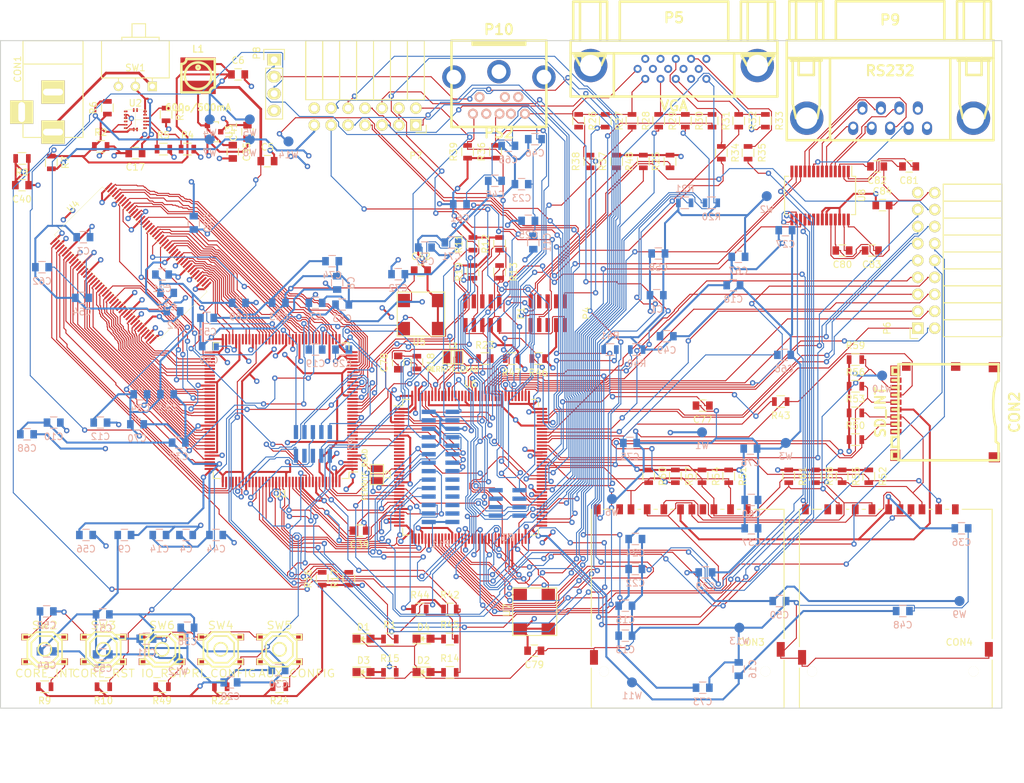
<source format=kicad_pcb>
(kicad_pcb (version 20160815) (host pcbnew 201610010949+7276~55~ubuntu16.04.1-)
  (layers (0 F.Cu signal) (1 Gnd.Cu power) (2 Pwr.Cu power) (31 B.Cu signal) (34 B.Paste user) (35 F.Paste user) (36 B.SilkS user) (37 F.SilkS user) (38 B.Mask user) (39 F.Mask user) (44 Edge.Cuts user))
  (net 0 "")
  (net 1 VCC)
  (net 2 GND)
  (net 3 VEE)
  (net 4 +3V3)
  (net 5 VAA)
  (net 6 +5V)
  (net 7 +2V5)
  (net 8 "Net-(C40-Pad1)")
  (net 9 "Net-(C78-Pad1)")
  (net 10 "Net-(CON1-Pad1)")
  (net 11 "Net-(CON2-Pad8)")
  (net 12 /SPI_MISO)
  (net 13 /SPI_SCLK)
  (net 14 /SPI_MOSI)
  (net 15 /SPI_SS0)
  (net 16 "Net-(CON2-Pad1)")
  (net 17 "Net-(D1-Pad2)")
  (net 18 "Net-(D2-Pad2)")
  (net 19 "Net-(D3-Pad2)")
  (net 20 "Net-(D4-Pad2)")
  (net 21 "Net-(L2-Pad1)")
  (net 22 "Net-(L3-Pad1)")
  (net 23 /PRI_TCK)
  (net 24 /PRI_TDO)
  (net 25 /PRI_TMS)
  (net 26 "Net-(P1-Pad6)")
  (net 27 "Net-(P1-Pad7)")
  (net 28 /PRI_JTAGEN)
  (net 29 /PRI_TDI)
  (net 30 /PRI_CONFSEL)
  (net 31 /PRI_DBG0)
  (net 32 /PRI_FDBG)
  (net 33 /PRI_DBG1)
  (net 34 /PRI_DBGRX)
  (net 35 /PRI_DBG2)
  (net 36 /PRI_DBGTX)
  (net 37 /PRI_DBG3)
  (net 38 /PRI_DBG5)
  (net 39 /PRI_DBG4)
  (net 40 /AUX_CONFSEL)
  (net 41 /AUX_DBG2)
  (net 42 /AUX_DBG0)
  (net 43 /AUX_DBG3)
  (net 44 /AUX_DBG1)
  (net 45 /AUX_DBG4)
  (net 46 /AUX_TDI)
  (net 47 /AUX_JTAGEN)
  (net 48 "Net-(P4-Pad7)")
  (net 49 "Net-(P4-Pad6)")
  (net 50 /AUX_TMS)
  (net 51 /AUX_TDO)
  (net 52 /AUX_TCK)
  (net 53 "Net-(P5-Pad1)")
  (net 54 "Net-(P5-Pad2)")
  (net 55 "Net-(P5-Pad3)")
  (net 56 "Net-(P5-Pad4)")
  (net 57 "Net-(P5-Pad9)")
  (net 58 /GIO_PIN0)
  (net 59 /GIO_PIN8)
  (net 60 /GIO_PIN1)
  (net 61 /GIO_PIN9)
  (net 62 /GIO_PIN2)
  (net 63 /GIO_PIN10)
  (net 64 /GIO_PIN3)
  (net 65 /GIO_PIN11)
  (net 66 /GIO_PIN4)
  (net 67 /GIO_PIN12)
  (net 68 /GIO_PIN5)
  (net 69 /GIO_PIN13)
  (net 70 /GIO_PIN6)
  (net 71 /GIO_PIN14)
  (net 72 /GIO_PIN7)
  (net 73 /GIO_PIN15)
  (net 74 /EXB_MISO0)
  (net 75 /EXB_MOSI0)
  (net 76 /EXB_MISO1)
  (net 77 /EXB_MOSI1)
  (net 78 /EXB_MISO2)
  (net 79 /EXB_MOSI2)
  (net 80 /EXB_MISO3)
  (net 81 /EXB_MOSI3)
  (net 82 /EXB_SS0)
  (net 83 /EXB_SS1)
  (net 84 /EXB_INT)
  (net 85 /EXB_CLK)
  (net 86 /TTL_RX)
  (net 87 /TTL_TX)
  (net 88 /TTL_RTS)
  (net 89 "Net-(P9-Pad9)")
  (net 90 /SER_CTS)
  (net 91 /SER_RTS)
  (net 92 /SER_DSR)
  (net 93 /SER_DTR)
  (net 94 /SER_TX)
  (net 95 /SER_RX)
  (net 96 /SER_DCD)
  (net 97 "Net-(R3-Pad1)")
  (net 98 "Net-(R4-Pad1)")
  (net 99 "Net-(R5-Pad1)")
  (net 100 /PRI_INT)
  (net 101 /PRI_RST)
  (net 102 /PRI_CONFDONE)
  (net 103 /PRI_FHLT)
  (net 104 /PRI_NSTATUS)
  (net 105 /PRI_CRCERR)
  (net 106 /PRI_DEVCLRN)
  (net 107 /PRI_DEVOE)
  (net 108 /PRI_NCONFIG)
  (net 109 /AUX_NCONFIG)
  (net 110 /VGA_R0)
  (net 111 /VGA_R1)
  (net 112 /VGA_R2)
  (net 113 /VGA_G0)
  (net 114 /VGA_G1)
  (net 115 /VGA_G2)
  (net 116 /VGA_B0)
  (net 117 /VGA_B1)
  (net 118 /VGA_HS)
  (net 119 "Net-(P5-Pad13)")
  (net 120 "Net-(P5-Pad14)")
  (net 121 /VGA_VS)
  (net 122 /AUX_DEVCLRN)
  (net 123 /AUX_DEVOE)
  (net 124 /AUX_CONFDONE)
  (net 125 /AUX_NSTATUS)
  (net 126 /AUX_CRCERR)
  (net 127 /AUX_RST)
  (net 128 /SPI_SS1)
  (net 129 /SPI_SS2)
  (net 130 /BUS_INT)
  (net 131 /MEM_CASn)
  (net 132 /MEM_WEn)
  (net 133 /MEM_CSn)
  (net 134 /MEM_RASn)
  (net 135 /MEM_CLK)
  (net 136 /MEM_CKE)
  (net 137 /MEM_A10)
  (net 138 /MEM_A9)
  (net 139 /MEM_A8)
  (net 140 /MEM_A6)
  (net 141 /MEM_A7)
  (net 142 /MEM_A5)
  (net 143 /MEM_A4)
  (net 144 /MEM_A11)
  (net 145 /MEM_A3)
  (net 146 /MEM_A2)
  (net 147 /MEM_A1)
  (net 148 /MEM_A0)
  (net 149 /MEM_DQ31)
  (net 150 /MEM_DQ30)
  (net 151 /MEM_DQ29)
  (net 152 /MEM_DQ7)
  (net 153 /MEM_DQ9)
  (net 154 /MEM_DQ6)
  (net 155 /MEM_DQ8)
  (net 156 /MEM_DQ5)
  (net 157 /MEM_DQ11)
  (net 158 /MEM_DQ4)
  (net 159 /MEM_DQ10)
  (net 160 /MEM_DQ1)
  (net 161 /MEM_DQ3)
  (net 162 /MEM_DQ0)
  (net 163 /MEM_DQ2)
  (net 164 /MEM_BA1)
  (net 165 /PRI_CLK)
  (net 166 /BUS_SS1)
  (net 167 /BUS_CLK)
  (net 168 /BUS_MISO7)
  (net 169 /BUS_SS0)
  (net 170 /MEM_BA0)
  (net 171 /MEM_DQ23)
  (net 172 /MEM_DQ22)
  (net 173 /MEM_DQ15)
  (net 174 /MEM_DQ14)
  (net 175 /MEM_DQ13)
  (net 176 /MEM_DQ12)
  (net 177 /MEM_DQ19)
  (net 178 /MEM_DQ18)
  (net 179 /MEM_DQ28)
  (net 180 /MEM_DQ17)
  (net 181 /MEM_DQ16)
  (net 182 /MEM_DQ27)
  (net 183 /MEM_DQ26)
  (net 184 /MEM_DQ25)
  (net 185 /MEM_DQ24)
  (net 186 /MEM_DQ21)
  (net 187 /MEM_DQ20)
  (net 188 /BUS_MISO5)
  (net 189 /BUS_MISO4)
  (net 190 /BUS_MISO6)
  (net 191 /BUS_MISO3)
  (net 192 /BUS_MISO2)
  (net 193 /BUS_MISO1)
  (net 194 /BUS_MISO0)
  (net 195 /MEM_DQM3)
  (net 196 /MEM_DQM2)
  (net 197 /MEM_DQM1)
  (net 198 /MEM_DQM0)
  (net 199 /BUS_MOSI7)
  (net 200 /BUS_MOSI6)
  (net 201 /BUS_MOSI5)
  (net 202 /BUS_MOSI4)
  (net 203 /BUS_MOSI3)
  (net 204 /BUS_MOSI2)
  (net 205 /BUS_MOSI1)
  (net 206 /BUS_MOSI0)
  (net 207 "Net-(U2-Pad1)")
  (net 208 "Net-(U2-Pad4)")
  (net 209 "Net-(U4-Pad14)")
  (net 210 "Net-(U4-Pad30)")
  (net 211 /AUX_CLK)
  (net 212 /SPI_WP0)
  (net 213 /SPI_WP1)
  (net 214 /SPI_CD0)
  (net 215 /SPI_CD1)
  (net 216 "Net-(CON3-Pad9)")
  (net 217 "Net-(CON3-Pad8)")
  (net 218 "Net-(CON4-Pad8)")
  (net 219 "Net-(CON4-Pad9)")
  (net 220 "Net-(P5-Pad11)")
  (net 221 "Net-(P5-Pad12)")
  (net 222 "Net-(P5-Pad15)")
  (net 223 "Net-(P10-Pad2)")
  (net 224 "Net-(P10-Pad6)")
  (net 225 "Net-(U2-Pad16)")
  (net 226 "Net-(U2-Pad15)")
  (net 227 "Net-(U2-Pad9)")
  (net 228 "Net-(U4-Pad73)")
  (net 229 "Net-(U4-Pad70)")
  (net 230 "Net-(U4-Pad69)")
  (net 231 "Net-(U4-Pad57)")
  (net 232 "Net-(C80-Pad1)")
  (net 233 "Net-(C81-Pad1)")
  (net 234 "Net-(C81-Pad2)")
  (net 235 "Net-(C82-Pad2)")
  (net 236 "Net-(C83-Pad1)")
  (net 237 "Net-(C83-Pad2)")
  (net 238 /AUX_DBG5)
  (net 239 /AUX_DBG6)
  (net 240 "Net-(P9-Pad3)")
  (net 241 "Net-(P9-Pad2)")
  (net 242 "Net-(P9-Pad1)")
  (net 243 "Net-(P9-Pad4)")
  (net 244 "Net-(P9-Pad8)")
  (net 245 "Net-(P9-Pad7)")
  (net 246 "Net-(P9-Pad6)")
  (net 247 /PS2_CLK)
  (net 248 /PS2_DAT)
  (net 249 "Net-(U8-Pad8)")
  (net 250 "Net-(U8-Pad19)")
  (net 251 "Net-(U8-Pad20)")
  (net 252 "Net-(U8-Pad21)")
  (module Capacitors_SMD:C_0805 (layer B.Cu) (at 168.35 76.9)
    (fp_text reference C1 (at 0 2.1) (layer B.SilkS) (effects (justify mirror)))
    (fp_text value 0.1u)
    (pad 2 smd rect (at 1 0) (size 1 1.25) (layers B.Cu B.Paste B.Mask) (net 2 GND))
    (pad 1 smd rect (at -1 0) (size 1 1.25) (layers B.Cu B.Paste B.Mask) (net 1 VCC))
  )
  (module Capacitors_SMD:C_0805 (layer B.Cu) (at 95.9 79.3)
    (fp_text reference C2 (at 0 2.1) (layer B.SilkS) (effects (justify mirror)))
    (fp_text value 0.1u)
    (pad 1 smd rect (at -1 0) (size 1 1.25) (layers B.Cu B.Paste B.Mask) (net 1 VCC))
    (pad 2 smd rect (at 1 0) (size 1 1.25) (layers B.Cu B.Paste B.Mask) (net 2 GND))
  )
  (module Capacitors_SMD:C_0805 (layer B.Cu) (at 82.4 68.2)
    (fp_text reference C3 (at 0 2.1) (layer B.SilkS) (effects (justify mirror)))
    (fp_text value 0.1u)
    (pad 2 smd rect (at 1 0) (size 1 1.25) (layers B.Cu B.Paste B.Mask) (net 2 GND))
    (pad 1 smd rect (at -1 0) (size 1 1.25) (layers B.Cu B.Paste B.Mask) (net 1 VCC))
  )
  (module Capacitors_SMD:C_0805 (layer B.Cu) (at 97.8 112.85)
    (fp_text reference C4 (at 0 2.1) (layer B.SilkS) (effects (justify mirror)))
    (fp_text value 0.1u)
    (pad 1 smd rect (at -1 0) (size 1 1.25) (layers B.Cu B.Paste B.Mask) (net 1 VCC))
    (pad 2 smd rect (at 1 0) (size 1 1.25) (layers B.Cu B.Paste B.Mask) (net 2 GND))
  )
  (module Capacitors_SMD:C_0805 (layer F.Cu) (at 110 56.8)
    (fp_text reference C5 (at 0 -2.1) (layer F.SilkS))
    (fp_text value 10u)
    (pad 1 smd rect (at -1 0) (size 1 1.25) (layers F.Cu F.Paste F.Mask) (net 3 VEE))
    (pad 2 smd rect (at 1 0) (size 1 1.25) (layers F.Cu F.Paste F.Mask) (net 2 GND))
  )
  (module Capacitors_SMD:C_0805 (layer F.Cu) (at 105.6 43.8)
    (fp_text reference C6 (at 0 -2.1) (layer F.SilkS))
    (fp_text value 47u/16v)
    (pad 1 smd rect (at -1 0) (size 1 1.25) (layers F.Cu F.Paste F.Mask) (net 4 +3V3))
    (pad 2 smd rect (at 1 0) (size 1 1.25) (layers F.Cu F.Paste F.Mask) (net 2 GND))
  )
  (module Capacitors_SMD:C_0805 (layer B.Cu) (at 117.2 78.05)
    (fp_text reference C7 (at 0 2.1) (layer B.SilkS) (effects (justify mirror)))
    (fp_text value 0.1u)
    (pad 2 smd rect (at 1 0) (size 1 1.25) (layers B.Cu B.Paste B.Mask) (net 2 GND))
    (pad 1 smd rect (at -1 0) (size 1 1.25) (layers B.Cu B.Paste B.Mask) (net 1 VCC))
  )
  (module Capacitors_SMD:C_0805 (layer B.Cu) (at 120.45 75.05 90)
    (fp_text reference C8 (at 0 2.1 90) (layer B.SilkS) (effects (justify mirror)))
    (fp_text value 0.1u)
    (pad 2 smd rect (at 1 0 90) (size 1 1.25) (layers B.Cu B.Paste B.Mask) (net 2 GND))
    (pad 1 smd rect (at -1 0 90) (size 1 1.25) (layers B.Cu B.Paste B.Mask) (net 3 VEE))
  )
  (module Capacitors_SMD:C_0805 (layer B.Cu) (at 88.55 112.85)
    (fp_text reference C9 (at 0 2.1) (layer B.SilkS) (effects (justify mirror)))
    (fp_text value 0.1u)
    (pad 2 smd rect (at 1 0) (size 1 1.25) (layers B.Cu B.Paste B.Mask) (net 2 GND))
    (pad 1 smd rect (at -1 0) (size 1 1.25) (layers B.Cu B.Paste B.Mask) (net 5 VAA))
  )
  (module Capacitors_SMD:C_0805 (layer B.Cu) (at 77.95 96)
    (fp_text reference C10 (at 0 2.1) (layer B.SilkS) (effects (justify mirror)))
    (fp_text value 0.1u)
    (pad 1 smd rect (at -1 0) (size 1 1.25) (layers B.Cu B.Paste B.Mask) (net 1 VCC))
    (pad 2 smd rect (at 1 0) (size 1 1.25) (layers B.Cu B.Paste B.Mask) (net 2 GND))
  )
  (module Capacitors_SMD:C_0805 (layer B.Cu) (at 149.85 69 90)
    (fp_text reference C11 (at 0 2.1 90) (layer B.SilkS) (effects (justify mirror)))
    (fp_text value 0.1u)
    (pad 1 smd rect (at -1 0 90) (size 1 1.25) (layers B.Cu B.Paste B.Mask) (net 3 VEE))
    (pad 2 smd rect (at 1 0 90) (size 1 1.25) (layers B.Cu B.Paste B.Mask) (net 2 GND))
  )
  (module Capacitors_SMD:C_0805 (layer B.Cu) (at 84.95 96)
    (fp_text reference C12 (at 0 2.1) (layer B.SilkS) (effects (justify mirror)))
    (fp_text value 1u)
    (pad 1 smd rect (at -1 0) (size 1 1.25) (layers B.Cu B.Paste B.Mask) (net 5 VAA))
    (pad 2 smd rect (at 1 0) (size 1 1.25) (layers B.Cu B.Paste B.Mask) (net 2 GND))
  )
  (module Capacitors_SMD:C_0805 (layer B.Cu) (at 163.65 127.95)
    (fp_text reference C13 (at 0 2.1) (layer B.SilkS) (effects (justify mirror)))
    (fp_text value 0.1u)
    (pad 1 smd rect (at -1 0) (size 1 1.25) (layers B.Cu B.Paste B.Mask) (net 5 VAA))
    (pad 2 smd rect (at 1 0) (size 1 1.25) (layers B.Cu B.Paste B.Mask) (net 2 GND))
  )
  (module Capacitors_SMD:C_0805 (layer B.Cu) (at 93.8 112.85)
    (fp_text reference C14 (at 0 2.1) (layer B.SilkS) (effects (justify mirror)))
    (fp_text value 0.1u)
    (pad 2 smd rect (at 1 0) (size 1 1.25) (layers B.Cu B.Paste B.Mask) (net 2 GND))
    (pad 1 smd rect (at -1 0) (size 1 1.25) (layers B.Cu B.Paste B.Mask) (net 1 VCC))
  )
  (module Capacitors_SMD:C_0805 (layer B.Cu) (at 163.65 123.45)
    (fp_text reference C15 (at 0 2.1) (layer B.SilkS) (effects (justify mirror)))
    (fp_text value 1u)
    (pad 2 smd rect (at 1 0) (size 1 1.25) (layers B.Cu B.Paste B.Mask) (net 2 GND))
    (pad 1 smd rect (at -1 0) (size 1 1.25) (layers B.Cu B.Paste B.Mask) (net 5 VAA))
  )
  (module Capacitors_SMD:C_0805 (layer B.Cu) (at 180.65 132.95 90)
    (fp_text reference C16 (at 0 2.1 90) (layer B.SilkS) (effects (justify mirror)))
    (fp_text value 0.1u)
    (pad 2 smd rect (at 1 0 90) (size 1 1.25) (layers B.Cu B.Paste B.Mask) (net 2 GND))
    (pad 1 smd rect (at -1 0 90) (size 1 1.25) (layers B.Cu B.Paste B.Mask) (net 3 VEE))
  )
  (module Capacitors_SMD:C_0805 (layer F.Cu) (at 90.2 55.6 180)
    (fp_text reference C17 (at 0 -2.1 180) (layer F.SilkS))
    (fp_text value 4.7u)
    (pad 2 smd rect (at 1 0 180) (size 1 1.25) (layers F.Cu F.Paste F.Mask) (net 2 GND))
    (pad 1 smd rect (at -1 0 180) (size 1 1.25) (layers F.Cu F.Paste F.Mask) (net 6 +5V))
  )
  (module Capacitors_SMD:C_0805 (layer B.Cu) (at 179.85 75.4)
    (fp_text reference C18 (at 0 2.1) (layer B.SilkS) (effects (justify mirror)))
    (fp_text value 0.1u)
    (pad 2 smd rect (at 1 0) (size 1 1.25) (layers B.Cu B.Paste B.Mask) (net 2 GND))
    (pad 1 smd rect (at -1 0) (size 1 1.25) (layers B.Cu B.Paste B.Mask) (net 5 VAA))
  )
  (module Capacitors_SMD:C_0805 (layer B.Cu) (at 117.2 85.05)
    (fp_text reference C19 (at 0 2.1) (layer B.SilkS) (effects (justify mirror)))
    (fp_text value 0.1u)
    (pad 1 smd rect (at -1 0) (size 1 1.25) (layers B.Cu B.Paste B.Mask) (net 1 VCC))
    (pad 2 smd rect (at 1 0) (size 1 1.25) (layers B.Cu B.Paste B.Mask) (net 2 GND))
  )
  (module Capacitors_SMD:C_0805 (layer B.Cu) (at 98.95 66.05 90)
    (fp_text reference C20 (at 0 2.1 90) (layer B.SilkS) (effects (justify mirror)))
    (fp_text value 0.1u)
    (pad 1 smd rect (at -1 0 90) (size 1 1.25) (layers B.Cu B.Paste B.Mask) (net 3 VEE))
    (pad 2 smd rect (at 1 0 90) (size 1 1.25) (layers B.Cu B.Paste B.Mask) (net 2 GND))
  )
  (module Capacitors_SMD:C_0805 (layer B.Cu) (at 94.2 73.8)
    (fp_text reference C21 (at 0 2.1) (layer B.SilkS) (effects (justify mirror)))
    (fp_text value 1u)
    (pad 1 smd rect (at -1 0) (size 1 1.25) (layers B.Cu B.Paste B.Mask) (net 5 VAA))
    (pad 2 smd rect (at 1 0) (size 1 1.25) (layers B.Cu B.Paste B.Mask) (net 2 GND))
  )
  (module Capacitors_SMD:C_0805 (layer B.Cu) (at 165.15 117.95)
    (fp_text reference C22 (at 0 2.1) (layer B.SilkS) (effects (justify mirror)))
    (fp_text value 0.1u)
    (pad 2 smd rect (at 1 0) (size 1 1.25) (layers B.Cu B.Paste B.Mask) (net 2 GND))
    (pad 1 smd rect (at -1 0) (size 1 1.25) (layers B.Cu B.Paste B.Mask) (net 5 VAA))
  )
  (module Capacitors_SMD:C_0805 (layer B.Cu) (at 148.1 60.25)
    (fp_text reference C23 (at 0 2.1) (layer B.SilkS) (effects (justify mirror)))
    (fp_text value 0.1u)
    (pad 2 smd rect (at 1 0) (size 1 1.25) (layers B.Cu B.Paste B.Mask) (net 2 GND))
    (pad 1 smd rect (at -1 0) (size 1 1.25) (layers B.Cu B.Paste B.Mask) (net 1 VCC))
  )
  (module Capacitors_SMD:C_0805 (layer B.Cu) (at 165.15 113.45)
    (fp_text reference C24 (at 0 2.1) (layer B.SilkS) (effects (justify mirror)))
    (fp_text value 1u)
    (pad 1 smd rect (at -1 0) (size 1 1.25) (layers B.Cu B.Paste B.Mask) (net 5 VAA))
    (pad 2 smd rect (at 1 0) (size 1 1.25) (layers B.Cu B.Paste B.Mask) (net 2 GND))
  )
  (module Capacitors_SMD:C_0805 (layer B.Cu) (at 149.1 65.75)
    (fp_text reference C25 (at 0 2.1) (layer B.SilkS) (effects (justify mirror)))
    (fp_text value 0.1u)
    (pad 2 smd rect (at 1 0) (size 1 1.25) (layers B.Cu B.Paste B.Mask) (net 2 GND))
    (pad 1 smd rect (at -1 0) (size 1 1.25) (layers B.Cu B.Paste B.Mask) (net 5 VAA))
  )
  (module Capacitors_SMD:C_0805 (layer B.Cu) (at 121.2 85.05)
    (fp_text reference C26 (at 0 2.1) (layer B.SilkS) (effects (justify mirror)))
    (fp_text value 0.1u)
    (pad 1 smd rect (at -1 0) (size 1 1.25) (layers B.Cu B.Paste B.Mask) (net 1 VCC))
    (pad 2 smd rect (at 1 0) (size 1 1.25) (layers B.Cu B.Paste B.Mask) (net 2 GND))
  )
  (module Capacitors_SMD:C_0805 (layer B.Cu) (at 187.65 67.15)
    (fp_text reference C27 (at 0 2.1) (layer B.SilkS) (effects (justify mirror)))
    (fp_text value 1u)
    (pad 1 smd rect (at -1 0) (size 1 1.25) (layers B.Cu B.Paste B.Mask) (net 5 VAA))
    (pad 2 smd rect (at 1 0) (size 1 1.25) (layers B.Cu B.Paste B.Mask) (net 2 GND))
  )
  (module Capacitors_SMD:C_0805 (layer B.Cu) (at 104.45 134.95)
    (fp_text reference C28 (at 0 2.1) (layer B.SilkS) (effects (justify mirror)))
    (fp_text value 0.1u)
    (pad 2 smd rect (at 1 0) (size 1 1.25) (layers B.Cu B.Paste B.Mask) (net 2 GND))
    (pad 1 smd rect (at -1 0) (size 1 1.25) (layers B.Cu B.Paste B.Mask) (net 5 VAA))
  )
  (module Capacitors_SMD:C_0805 (layer B.Cu) (at 175.65 118.45)
    (fp_text reference C29 (at 0 2.1) (layer B.SilkS) (effects (justify mirror)))
    (fp_text value 0.1u)
    (pad 2 smd rect (at 1 0) (size 1 1.25) (layers B.Cu B.Paste B.Mask) (net 2 GND))
    (pad 1 smd rect (at -1 0) (size 1 1.25) (layers B.Cu B.Paste B.Mask) (net 1 VCC))
  )
  (module Capacitors_SMD:C_0805 (layer B.Cu) (at 111.65 133.1)
    (fp_text reference C30 (at 0 2.1) (layer B.SilkS) (effects (justify mirror)))
    (fp_text value 1u)
    (pad 1 smd rect (at -1 0) (size 1 1.25) (layers B.Cu B.Paste B.Mask) (net 5 VAA))
    (pad 2 smd rect (at 1 0) (size 1 1.25) (layers B.Cu B.Paste B.Mask) (net 2 GND))
  )
  (module Capacitors_SMD:C_0805 (layer B.Cu) (at 91.85 128.4)
    (fp_text reference C31 (at 0 2.1) (layer B.SilkS) (effects (justify mirror)))
    (fp_text value 0.1u)
    (pad 2 smd rect (at 1 0) (size 1 1.25) (layers B.Cu B.Paste B.Mask) (net 2 GND))
    (pad 1 smd rect (at -1 0) (size 1 1.25) (layers B.Cu B.Paste B.Mask) (net 5 VAA))
  )
  (module Capacitors_SMD:C_0805 (layer B.Cu) (at 96.7 99)
    (fp_text reference C32 (at 0 2.1) (layer B.SilkS) (effects (justify mirror)))
    (fp_text value 0.1u)
    (pad 1 smd rect (at -1 0) (size 1 1.25) (layers B.Cu B.Paste B.Mask) (net 1 VCC))
    (pad 2 smd rect (at 1 0) (size 1 1.25) (layers B.Cu B.Paste B.Mask) (net 2 GND))
  )
  (module Capacitors_SMD:C_0805 (layer B.Cu) (at 94.95 76.55)
    (fp_text reference C33 (at 0 2.1) (layer B.SilkS) (effects (justify mirror)))
    (fp_text value 1u)
    (pad 1 smd rect (at -1 0) (size 1 1.25) (layers B.Cu B.Paste B.Mask) (net 5 VAA))
    (pad 2 smd rect (at 1 0) (size 1 1.25) (layers B.Cu B.Paste B.Mask) (net 2 GND))
  )
  (module Capacitors_SMD:C_0805 (layer B.Cu) (at 90.95 91.75)
    (fp_text reference C34 (at 0 2.1) (layer B.SilkS) (effects (justify mirror)))
    (fp_text value 0.1u)
    (pad 2 smd rect (at 1 0) (size 1 1.25) (layers B.Cu B.Paste B.Mask) (net 2 GND))
    (pad 1 smd rect (at -1 0) (size 1 1.25) (layers B.Cu B.Paste B.Mask) (net 5 VAA))
  )
  (module Capacitors_SMD:C_0805 (layer F.Cu) (at 104.8 55.4 270)
    (fp_text reference C35 (at 0 -2.1 270) (layer F.SilkS))
    (fp_text value 0.1u)
    (pad 2 smd rect (at 1 0 270) (size 1 1.25) (layers F.Cu F.Paste F.Mask) (net 2 GND))
    (pad 1 smd rect (at -1 0 270) (size 1 1.25) (layers F.Cu F.Paste F.Mask) (net 3 VEE))
  )
  (module Capacitors_SMD:C_0805 (layer B.Cu) (at 214.05 111.85)
    (fp_text reference C36 (at 0 2.1) (layer B.SilkS) (effects (justify mirror)))
    (fp_text value 1u)
    (pad 1 smd rect (at -1 0) (size 1 1.25) (layers B.Cu B.Paste B.Mask) (net 5 VAA))
    (pad 2 smd rect (at 1 0) (size 1 1.25) (layers B.Cu B.Paste B.Mask) (net 2 GND))
  )
  (module Capacitors_SMD:C_0805 (layer B.Cu) (at 182.55 111.85)
    (fp_text reference C37 (at 0 2.1) (layer B.SilkS) (effects (justify mirror)))
    (fp_text value 0.1u)
    (pad 1 smd rect (at -1 0) (size 1 1.25) (layers B.Cu B.Paste B.Mask) (net 5 VAA))
    (pad 2 smd rect (at 1 0) (size 1 1.25) (layers B.Cu B.Paste B.Mask) (net 2 GND))
  )
  (module Capacitors_SMD:C_0805 (layer B.Cu) (at 98 126.75)
    (fp_text reference C38 (at 0 2.1) (layer B.SilkS) (effects (justify mirror)))
    (fp_text value 1u)
    (pad 2 smd rect (at 1 0) (size 1 1.25) (layers B.Cu B.Paste B.Mask) (net 2 GND))
    (pad 1 smd rect (at -1 0) (size 1 1.25) (layers B.Cu B.Paste B.Mask) (net 5 VAA))
  )
  (module Capacitors_SMD:C_0805 (layer F.Cu) (at 123.8 112.2 180)
    (fp_text reference C39 (at 0 -2.1 180) (layer F.SilkS))
    (fp_text value 1u)
    (pad 2 smd rect (at 1 0 180) (size 1 1.25) (layers F.Cu F.Paste F.Mask) (net 2 GND))
    (pad 1 smd rect (at -1 0 180) (size 1 1.25) (layers F.Cu F.Paste F.Mask) (net 7 +2V5))
  )
  (module Capacitors_SMD:C_0805 (layer F.Cu) (at 73.2 60.4 180)
    (fp_text reference C40 (at 0 -2.1 180) (layer F.SilkS))
    (fp_text value 0.1u)
    (pad 1 smd rect (at -1 0 180) (size 1 1.25) (layers F.Cu F.Paste F.Mask) (net 8 "Net-(C40-Pad1)"))
    (pad 2 smd rect (at 1 0 180) (size 1 1.25) (layers F.Cu F.Paste F.Mask) (net 2 GND))
  )
  (module Capacitors_SMD:C_0805 (layer F.Cu) (at 107 52.4 90)
    (fp_text reference C41 (at 0 -2.1 90) (layer F.SilkS))
    (fp_text value 1u)
    (pad 1 smd rect (at -1 0 90) (size 1 1.25) (layers F.Cu F.Paste F.Mask) (net 7 +2V5))
    (pad 2 smd rect (at 1 0 90) (size 1 1.25) (layers F.Cu F.Paste F.Mask) (net 2 GND))
  )
  (module Capacitors_SMD:C_0805 (layer F.Cu) (at 133 73.2)
    (fp_text reference C42 (at 0 -2.1) (layer F.SilkS))
    (fp_text value 0.1u)
    (pad 2 smd rect (at 1 0) (size 1 1.25) (layers F.Cu F.Paste F.Mask) (net 1 VCC))
    (pad 1 smd rect (at -1 0) (size 1 1.25) (layers F.Cu F.Paste F.Mask) (net 2 GND))
  )
  (module Capacitors_SMD:C_0805 (layer B.Cu) (at 121.2 78.3)
    (fp_text reference C43 (at 0 2.1) (layer B.SilkS) (effects (justify mirror)))
    (fp_text value 0.1u)
    (pad 1 smd rect (at -1 0) (size 1 1.25) (layers B.Cu B.Paste B.Mask) (net 1 VCC))
    (pad 2 smd rect (at 1 0) (size 1 1.25) (layers B.Cu B.Paste B.Mask) (net 2 GND))
  )
  (module Capacitors_SMD:C_0805 (layer B.Cu) (at 102.3 112.85)
    (fp_text reference C44 (at 0 2.1) (layer B.SilkS) (effects (justify mirror)))
    (fp_text value 0.1u)
    (pad 2 smd rect (at 1 0) (size 1 1.25) (layers B.Cu B.Paste B.Mask) (net 2 GND))
    (pad 1 smd rect (at -1 0) (size 1 1.25) (layers B.Cu B.Paste B.Mask) (net 1 VCC))
  )
  (module Capacitors_SMD:C_0805 (layer B.Cu) (at 144.1 59.75)
    (fp_text reference C45 (at 0 2.1) (layer B.SilkS) (effects (justify mirror)))
    (fp_text value 0.1u)
    (pad 1 smd rect (at -1 0) (size 1 1.25) (layers B.Cu B.Paste B.Mask) (net 1 VCC))
    (pad 2 smd rect (at 1 0) (size 1 1.25) (layers B.Cu B.Paste B.Mask) (net 2 GND))
  )
  (module Capacitors_SMD:C_0805 (layer B.Cu) (at 150.1 53.5)
    (fp_text reference C46 (at 0 2.1) (layer B.SilkS) (effects (justify mirror)))
    (fp_text value 0.1u)
    (pad 2 smd rect (at 1 0) (size 1 1.25) (layers B.Cu B.Paste B.Mask) (net 2 GND))
    (pad 1 smd rect (at -1 0) (size 1 1.25) (layers B.Cu B.Paste B.Mask) (net 1 VCC))
  )
  (module Capacitors_SMD:C_0805 (layer B.Cu) (at 133.6 69.75)
    (fp_text reference C47 (at 0 2.1) (layer B.SilkS) (effects (justify mirror)))
    (fp_text value 0.1u)
    (pad 1 smd rect (at -1 0) (size 1 1.25) (layers B.Cu B.Paste B.Mask) (net 1 VCC))
    (pad 2 smd rect (at 1 0) (size 1 1.25) (layers B.Cu B.Paste B.Mask) (net 2 GND))
  )
  (module Capacitors_SMD:C_0805 (layer B.Cu) (at 205.25 124.25)
    (fp_text reference C48 (at 0 2.1) (layer B.SilkS) (effects (justify mirror)))
    (fp_text value 0.1u)
    (pad 1 smd rect (at -1 0) (size 1 1.25) (layers B.Cu B.Paste B.Mask) (net 3 VEE))
    (pad 2 smd rect (at 1 0) (size 1 1.25) (layers B.Cu B.Paste B.Mask) (net 2 GND))
  )
  (module Capacitors_SMD:C_0805 (layer B.Cu) (at 169.85 83.05)
    (fp_text reference C49 (at 0 2.1) (layer B.SilkS) (effects (justify mirror)))
    (fp_text value 0.1u)
    (pad 1 smd rect (at -1 0) (size 1 1.25) (layers B.Cu B.Paste B.Mask) (net 5 VAA))
    (pad 2 smd rect (at 1 0) (size 1 1.25) (layers B.Cu B.Paste B.Mask) (net 2 GND))
  )
  (module Capacitors_SMD:C_0805 (layer B.Cu) (at 186.75 122.75)
    (fp_text reference C50 (at 0 2.1) (layer B.SilkS) (effects (justify mirror)))
    (fp_text value 0.1u)
    (pad 2 smd rect (at 1 0) (size 1 1.25) (layers B.Cu B.Paste B.Mask) (net 2 GND))
    (pad 1 smd rect (at -1 0) (size 1 1.25) (layers B.Cu B.Paste B.Mask) (net 1 VCC))
  )
  (module Capacitors_SMD:C_0805 (layer B.Cu) (at 100.95 80.3)
    (fp_text reference C51 (at 0 2.1) (layer B.SilkS) (effects (justify mirror)))
    (fp_text value 0.1u)
    (pad 2 smd rect (at 1 0) (size 1 1.25) (layers B.Cu B.Paste B.Mask) (net 2 GND))
    (pad 1 smd rect (at -1 0) (size 1 1.25) (layers B.Cu B.Paste B.Mask) (net 3 VEE))
  )
  (module Capacitors_SMD:C_0805 (layer B.Cu) (at 76.9 124.3)
    (fp_text reference C52 (at 0 2.1) (layer B.SilkS) (effects (justify mirror)))
    (fp_text value 1u)
    (pad 2 smd rect (at 1 0) (size 1 1.25) (layers B.Cu B.Paste B.Mask) (net 2 GND))
    (pad 1 smd rect (at -1 0) (size 1 1.25) (layers B.Cu B.Paste B.Mask) (net 5 VAA))
  )
  (module Capacitors_SMD:C_0805 (layer B.Cu) (at 111.7 78.05)
    (fp_text reference C53 (at 0 2.1) (layer B.SilkS) (effects (justify mirror)))
    (fp_text value 0.1u)
    (pad 2 smd rect (at 1 0) (size 1 1.25) (layers B.Cu B.Paste B.Mask) (net 2 GND))
    (pad 1 smd rect (at -1 0) (size 1 1.25) (layers B.Cu B.Paste B.Mask) (net 5 VAA))
  )
  (module Capacitors_SMD:C_0805 (layer B.Cu) (at 82.2 77.3)
    (fp_text reference C54 (at 0 2.1) (layer B.SilkS) (effects (justify mirror)))
    (fp_text value 0.1u)
    (pad 1 smd rect (at -1 0) (size 1 1.25) (layers B.Cu B.Paste B.Mask) (net 1 VCC))
    (pad 2 smd rect (at 1 0) (size 1 1.25) (layers B.Cu B.Paste B.Mask) (net 2 GND))
  )
  (module Capacitors_SMD:C_0805 (layer B.Cu) (at 85.3 130.75)
    (fp_text reference C55 (at 0 2.1) (layer B.SilkS) (effects (justify mirror)))
    (fp_text value 1u)
    (pad 1 smd rect (at -1 0) (size 1 1.25) (layers B.Cu B.Paste B.Mask) (net 5 VAA))
    (pad 2 smd rect (at 1 0) (size 1 1.25) (layers B.Cu B.Paste B.Mask) (net 2 GND))
  )
  (module Capacitors_SMD:C_0805 (layer B.Cu) (at 82.8 112.85)
    (fp_text reference C56 (at 0 2.1) (layer B.SilkS) (effects (justify mirror)))
    (fp_text value 0.1u)
    (pad 1 smd rect (at -1 0) (size 1 1.25) (layers B.Cu B.Paste B.Mask) (net 3 VEE))
    (pad 2 smd rect (at 1 0) (size 1 1.25) (layers B.Cu B.Paste B.Mask) (net 2 GND))
  )
  (module Capacitors_SMD:C_0805 (layer B.Cu) (at 85.3 124.75)
    (fp_text reference C57 (at 0 2.1) (layer B.SilkS) (effects (justify mirror)))
    (fp_text value 0.1u)
    (pad 1 smd rect (at -1 0) (size 1 1.25) (layers B.Cu B.Paste B.Mask) (net 5 VAA))
    (pad 2 smd rect (at 1 0) (size 1 1.25) (layers B.Cu B.Paste B.Mask) (net 2 GND))
  )
  (module Capacitors_SMD:C_0805 (layer B.Cu) (at 168.6 70.65)
    (fp_text reference C58 (at 0 2.1) (layer B.SilkS) (effects (justify mirror)))
    (fp_text value 0.1u)
    (pad 2 smd rect (at 1 0) (size 1 1.25) (layers B.Cu B.Paste B.Mask) (net 2 GND))
    (pad 1 smd rect (at -1 0) (size 1 1.25) (layers B.Cu B.Paste B.Mask) (net 1 VCC))
  )
  (module Capacitors_SMD:C_0805 (layer B.Cu) (at 101.2 84.55)
    (fp_text reference C59 (at 0 2.1) (layer B.SilkS) (effects (justify mirror)))
    (fp_text value 0.1u)
    (pad 2 smd rect (at 1 0) (size 1 1.25) (layers B.Cu B.Paste B.Mask) (net 2 GND))
    (pad 1 smd rect (at -1 0) (size 1 1.25) (layers B.Cu B.Paste B.Mask) (net 3 VEE))
  )
  (module Capacitors_SMD:C_0805 (layer B.Cu) (at 182.55 107.6)
    (fp_text reference C60 (at 0 2.1) (layer B.SilkS) (effects (justify mirror)))
    (fp_text value 1u)
    (pad 2 smd rect (at 1 0) (size 1 1.25) (layers B.Cu B.Paste B.Mask) (net 2 GND))
    (pad 1 smd rect (at -1 0) (size 1 1.25) (layers B.Cu B.Paste B.Mask) (net 5 VAA))
  )
  (module Capacitors_SMD:C_0805 (layer B.Cu) (at 138.85 63.25)
    (fp_text reference C61 (at 0 2.1) (layer B.SilkS) (effects (justify mirror)))
    (fp_text value 0.1u)
    (pad 1 smd rect (at -1 0) (size 1 1.25) (layers B.Cu B.Paste B.Mask) (net 5 VAA))
    (pad 2 smd rect (at 1 0) (size 1 1.25) (layers B.Cu B.Paste B.Mask) (net 2 GND))
  )
  (module Capacitors_SMD:C_0805 (layer B.Cu) (at 76.2 72.7)
    (fp_text reference C62 (at 0 2.1) (layer B.SilkS) (effects (justify mirror)))
    (fp_text value 0.1u)
    (pad 1 smd rect (at -1 0) (size 1 1.25) (layers B.Cu B.Paste B.Mask) (net 1 VCC))
    (pad 2 smd rect (at 1 0) (size 1 1.25) (layers B.Cu B.Paste B.Mask) (net 2 GND))
  )
  (module Capacitors_SMD:C_0805 (layer B.Cu) (at 94.95 91.75)
    (fp_text reference C63 (at 0 2.1) (layer B.SilkS) (effects (justify mirror)))
    (fp_text value 1u)
    (pad 2 smd rect (at 1 0) (size 1 1.25) (layers B.Cu B.Paste B.Mask) (net 2 GND))
    (pad 1 smd rect (at -1 0) (size 1 1.25) (layers B.Cu B.Paste B.Mask) (net 5 VAA))
  )
  (module Capacitors_SMD:C_0805 (layer B.Cu) (at 76.9 130.3)
    (fp_text reference C64 (at 0 2.1) (layer B.SilkS) (effects (justify mirror)))
    (fp_text value 0.1u)
    (pad 1 smd rect (at -1 0) (size 1 1.25) (layers B.Cu B.Paste B.Mask) (net 5 VAA))
    (pad 2 smd rect (at 1 0) (size 1 1.25) (layers B.Cu B.Paste B.Mask) (net 2 GND))
  )
  (module Capacitors_SMD:C_0805 (layer B.Cu) (at 146.1 54.5)
    (fp_text reference C65 (at 0 2.1) (layer B.SilkS) (effects (justify mirror)))
    (fp_text value 0.1u)
    (pad 2 smd rect (at 1 0) (size 1 1.25) (layers B.Cu B.Paste B.Mask) (net 2 GND))
    (pad 1 smd rect (at -1 0) (size 1 1.25) (layers B.Cu B.Paste B.Mask) (net 1 VCC))
  )
  (module Capacitors_SMD:C_0805 (layer B.Cu) (at 187.45 85.85)
    (fp_text reference C66 (at 0 2.1) (layer B.SilkS) (effects (justify mirror)))
    (fp_text value 1u)
    (pad 2 smd rect (at 1 0) (size 1 1.25) (layers B.Cu B.Paste B.Mask) (net 2 GND))
    (pad 1 smd rect (at -1 0) (size 1 1.25) (layers B.Cu B.Paste B.Mask) (net 5 VAA))
  )
  (module Capacitors_SMD:C_0805 (layer B.Cu) (at 180.6 71.15)
    (fp_text reference C67 (at 0 2.1) (layer B.SilkS) (effects (justify mirror)))
    (fp_text value 0.1u)
    (pad 1 smd rect (at -1 0) (size 1 1.25) (layers B.Cu B.Paste B.Mask) (net 5 VAA))
    (pad 2 smd rect (at 1 0) (size 1 1.25) (layers B.Cu B.Paste B.Mask) (net 2 GND))
  )
  (module Capacitors_SMD:C_0805 (layer B.Cu) (at 73.95 97.75)
    (fp_text reference C68 (at 0 2.1) (layer B.SilkS) (effects (justify mirror)))
    (fp_text value 0.1u)
    (pad 1 smd rect (at -1 0) (size 1 1.25) (layers B.Cu B.Paste B.Mask) (net 1 VCC))
    (pad 2 smd rect (at 1 0) (size 1 1.25) (layers B.Cu B.Paste B.Mask) (net 2 GND))
  )
  (module Capacitors_SMD:C_0805 (layer B.Cu) (at 105.7 78.05)
    (fp_text reference C69 (at 0 2.1) (layer B.SilkS) (effects (justify mirror)))
    (fp_text value 1u)
    (pad 2 smd rect (at 1 0) (size 1 1.25) (layers B.Cu B.Paste B.Mask) (net 2 GND))
    (pad 1 smd rect (at -1 0) (size 1 1.25) (layers B.Cu B.Paste B.Mask) (net 5 VAA))
  )
  (module Capacitors_SMD:C_0805 (layer B.Cu) (at 90.45 96.25)
    (fp_text reference C70 (at 0 2.1) (layer B.SilkS) (effects (justify mirror)))
    (fp_text value 0.1u)
    (pad 1 smd rect (at -1 0) (size 1 1.25) (layers B.Cu B.Paste B.Mask) (net 5 VAA))
    (pad 2 smd rect (at 1 0) (size 1 1.25) (layers B.Cu B.Paste B.Mask) (net 2 GND))
  )
  (module Capacitors_SMD:C_0805 (layer B.Cu) (at 137.6 69)
    (fp_text reference C71 (at 0 2.1) (layer B.SilkS) (effects (justify mirror)))
    (fp_text value 0.1u)
    (pad 2 smd rect (at 1 0) (size 1 1.25) (layers B.Cu B.Paste B.Mask) (net 2 GND))
    (pad 1 smd rect (at -1 0) (size 1 1.25) (layers B.Cu B.Paste B.Mask) (net 1 VCC))
  )
  (module Capacitors_SMD:C_0805 (layer B.Cu) (at 129.6 73.75)
    (fp_text reference C72 (at 0 2.1) (layer B.SilkS) (effects (justify mirror)))
    (fp_text value 1u)
    (pad 2 smd rect (at 1 0) (size 1 1.25) (layers B.Cu B.Paste B.Mask) (net 2 GND))
    (pad 1 smd rect (at -1 0) (size 1 1.25) (layers B.Cu B.Paste B.Mask) (net 5 VAA))
  )
  (module Capacitors_SMD:C_0805 (layer B.Cu) (at 175.25 135.75)
    (fp_text reference C73 (at 0 2.1) (layer B.SilkS) (effects (justify mirror)))
    (fp_text value 0.1u)
    (pad 2 smd rect (at 1 0) (size 1 1.25) (layers B.Cu B.Paste B.Mask) (net 2 GND))
    (pad 1 smd rect (at -1 0) (size 1 1.25) (layers B.Cu B.Paste B.Mask) (net 5 VAA))
  )
  (module Capacitors_SMD:C_0805 (layer B.Cu) (at 119.7 71.8)
    (fp_text reference C74 (at 0 2.1) (layer B.SilkS) (effects (justify mirror)))
    (fp_text value 1u)
    (pad 1 smd rect (at -1 0) (size 1 1.25) (layers B.Cu B.Paste B.Mask) (net 5 VAA))
    (pad 2 smd rect (at 1 0) (size 1 1.25) (layers B.Cu B.Paste B.Mask) (net 2 GND))
  )
  (module Capacitors_SMD:C_0805 (layer B.Cu) (at 164.35 99.05)
    (fp_text reference C75 (at 0 2.1) (layer B.SilkS) (effects (justify mirror)))
    (fp_text value 0.1u)
    (pad 2 smd rect (at 1 0) (size 1 1.25) (layers B.Cu B.Paste B.Mask) (net 2 GND))
    (pad 1 smd rect (at -1 0) (size 1 1.25) (layers B.Cu B.Paste B.Mask) (net 5 VAA))
  )
  (module Capacitors_SMD:C_0805 (layer B.Cu) (at 182.4 99.9)
    (fp_text reference C76 (at 0 2.1) (layer B.SilkS) (effects (justify mirror)))
    (fp_text value 1u)
    (pad 1 smd rect (at -1 0) (size 1 1.25) (layers B.Cu B.Paste B.Mask) (net 5 VAA))
    (pad 2 smd rect (at 1 0) (size 1 1.25) (layers B.Cu B.Paste B.Mask) (net 2 GND))
  )
  (module Capacitors_SMD:C_0805 (layer F.Cu) (at 175.25 93.45 180)
    (fp_text reference C77 (at 0 -2.1 180) (layer F.SilkS))
    (fp_text value 1u)
    (pad 1 smd rect (at -1 0 180) (size 1 1.25) (layers F.Cu F.Paste F.Mask) (net 7 +2V5))
    (pad 2 smd rect (at 1 0 180) (size 1 1.25) (layers F.Cu F.Paste F.Mask) (net 2 GND))
  )
  (module Capacitors_SMD:C_0805 (layer F.Cu) (at 129.6 87 90)
    (fp_text reference C78 (at 0 -2.1 90) (layer F.SilkS))
    (fp_text value 0.1u)
    (pad 2 smd rect (at 1 0 90) (size 1 1.25) (layers F.Cu F.Paste F.Mask) (net 2 GND))
    (pad 1 smd rect (at -1 0 90) (size 1 1.25) (layers F.Cu F.Paste F.Mask) (net 9 "Net-(C78-Pad1)"))
  )
  (module Capacitors_SMD:C_0805 (layer F.Cu) (at 150 130.2 180)
    (fp_text reference C79 (at 0 -2.1 180) (layer F.SilkS))
    (fp_text value 0.1u)
    (pad 1 smd rect (at -1 0 180) (size 1 1.25) (layers F.Cu F.Paste F.Mask) (net 2 GND))
    (pad 2 smd rect (at 1 0 180) (size 1 1.25) (layers F.Cu F.Paste F.Mask) (net 1 VCC))
  )
  (module Capacitors_SMD:C_0805 (layer F.Cu) (at 196.2 70.2 180)
    (fp_text reference C80 (at 0 -2.1 180) (layer F.SilkS))
    (fp_text value 0.1u)
    (pad 1 smd rect (at -1 0 180) (size 1 1.25) (layers F.Cu F.Paste F.Mask) (net 232 "Net-(C80-Pad1)"))
    (pad 2 smd rect (at 1 0 180) (size 1 1.25) (layers F.Cu F.Paste F.Mask) (net 2 GND))
  )
  (module Capacitors_SMD:C_0805 (layer F.Cu) (at 206.2 57.6 180)
    (fp_text reference C81 (at 0 -2.1 180) (layer F.SilkS))
    (fp_text value 0.1u)
    (pad 2 smd rect (at 1 0 180) (size 1 1.25) (layers F.Cu F.Paste F.Mask) (net 234 "Net-(C81-Pad2)"))
    (pad 1 smd rect (at -1 0 180) (size 1 1.25) (layers F.Cu F.Paste F.Mask) (net 233 "Net-(C81-Pad1)"))
  )
  (module Capacitors_SMD:C_0805 (layer F.Cu) (at 201.4 57.6 180)
    (fp_text reference C82 (at 0 -2.1 180) (layer F.SilkS))
    (fp_text value 0.1u)
    (pad 1 smd rect (at -1 0 180) (size 1 1.25) (layers F.Cu F.Paste F.Mask) (net 2 GND))
    (pad 2 smd rect (at 1 0 180) (size 1 1.25) (layers F.Cu F.Paste F.Mask) (net 235 "Net-(C82-Pad2)"))
  )
  (module Capacitors_SMD:C_0805 (layer F.Cu) (at 200.6 70.2 180)
    (fp_text reference C83 (at 0 -2.1 180) (layer F.SilkS))
    (fp_text value 0.1u)
    (pad 2 smd rect (at 1 0 180) (size 1 1.25) (layers F.Cu F.Paste F.Mask) (net 237 "Net-(C83-Pad2)"))
    (pad 1 smd rect (at -1 0 180) (size 1 1.25) (layers F.Cu F.Paste F.Mask) (net 236 "Net-(C83-Pad1)"))
  )
  (module Capacitors_SMD:C_0805 (layer F.Cu) (at 202.2 63.4)
    (fp_text reference C84 (at 0 -2.1) (layer F.SilkS))
    (fp_text value 0.1u)
    (pad 2 smd rect (at 1 0) (size 1 1.25) (layers F.Cu F.Paste F.Mask) (net 2 GND))
    (pad 1 smd rect (at -1 0) (size 1 1.25) (layers F.Cu F.Paste F.Mask) (net 5 VAA))
  )
  (module Connect:BARREL_JACK (layer F.Cu) (at 77.85 46.25 270)
    (fp_text reference CON1 (at -3.25 5.3 90) (layer F.SilkS))
    (fp_text value POWER_IN_5V)
    (pad 3 thru_hole rect (at 3.2004 4.699 270) (size 3.50012 3.50012) (drill oval 2.99974 1.00076) (layers *.Cu *.Mask F.SilkS) (net 2 GND))
    (pad 2 thru_hole rect (at 0.20066 0 270) (size 3.50012 3.50012) (drill oval 1.00076 2.99974) (layers *.Cu *.Mask F.SilkS) (net 2 GND))
    (pad 1 thru_hole rect (at 6.20014 0 270) (size 3.50012 3.50012) (drill oval 1.00076 2.99974) (layers *.Cu *.Mask F.SilkS) (net 10 "Net-(CON1-Pad1)"))
  )
  (module w_conn_misc:microsd_socket (layer F.Cu) (at 211.6 94.45 90)
    (fp_text reference CON2 (at 0 10.39876 90) (layer F.SilkS) (effects (font (thickness 0.3048))))
    (fp_text value SD_INT (at 0 -9.70026 90) (layer F.SilkS) (effects (font (thickness 0.3048))))
    (pad "" smd rect (at 6.2103 -7.47522 90) (size 1.6002 1.50114) (layers F.Cu F.Paste F.Mask) (clearance 0.20066))
    (pad "" smd rect (at -6.74878 7.37616 90) (size 1.50114 1.69926) (layers F.Cu F.Paste F.Mask))
    (pad CD1 smd rect (at 6.85546 1.5748 90) (size 1.29032 1.39954) (layers F.Cu F.Paste F.Mask))
    (pad "" smd rect (at -6.44906 -7.47522 90) (size 1.69926 1.50114) (layers F.Cu F.Paste F.Mask))
    (pad "" smd rect (at 6.74878 7.37616 90) (size 1.50114 1.69926) (layers F.Cu F.Paste F.Mask))
    (pad CD2 smd rect (at 6.85546 -5.82422 90) (size 1.29032 1.30048) (layers F.Cu F.Paste F.Mask) (clearance 0.20066))
    (pad 1 smd rect (at -2.90068 -7.38378 90) (size 0.8001 1.67894) (layers F.Cu F.Paste F.Mask) (net 16 "Net-(CON2-Pad1)") (clearance 0.20066))
    (pad 2 smd rect (at -1.80086 -7.38378 90) (size 0.8001 1.67894) (layers F.Cu F.Paste F.Mask) (net 15 /SPI_SS0) (clearance 0.20066))
    (pad 3 smd rect (at -0.70104 -7.38378 90) (size 0.8001 1.67894) (layers F.Cu F.Paste F.Mask) (net 14 /SPI_MOSI) (clearance 0.20066))
    (pad 4 smd rect (at 0.39878 -7.38378 90) (size 0.8001 1.67894) (layers F.Cu F.Paste F.Mask) (net 5 VAA) (clearance 0.20066))
    (pad 5 smd rect (at 1.50114 -7.38378 90) (size 0.8001 1.67894) (layers F.Cu F.Paste F.Mask) (net 13 /SPI_SCLK) (clearance 0.20066))
    (pad 6 smd rect (at 2.60096 -7.38378 90) (size 0.8001 1.67894) (layers F.Cu F.Paste F.Mask) (net 2 GND) (clearance 0.20066))
    (pad 7 smd rect (at 3.70078 -7.38378 90) (size 0.8001 1.67894) (layers F.Cu F.Paste F.Mask) (net 12 /SPI_MISO) (clearance 0.20066))
    (pad 8 smd rect (at 4.8006 -7.38378 90) (size 0.8001 1.67894) (layers F.Cu F.Paste F.Mask) (net 11 "Net-(CON2-Pad8)") (clearance 0.20066))
  )
  (module Connect:SD_Card_Receptacle (layer F.Cu) (at 172.55 109)
    (fp_text reference CON3 (at 9.96386 19.9312) (layer F.SilkS))
    (fp_text value SD_A)
    (pad 1 smd rect (at 6.875 0) (size 1 1.5) (layers F.Cu F.Paste F.Mask) (net 128 /SPI_SS1))
    (pad 2 smd rect (at 4.375 0) (size 1 1.5) (layers F.Cu F.Paste F.Mask) (net 14 /SPI_MOSI))
    (pad 3 smd rect (at 1.075 0) (size 1 1.5) (layers F.Cu F.Paste F.Mask) (net 2 GND))
    (pad 4 smd rect (at -0.625 0) (size 1 1.5) (layers F.Cu F.Paste F.Mask) (net 5 VAA))
    (pad 5 smd rect (at -3.125 0) (size 1 1.5) (layers F.Cu F.Paste F.Mask) (net 13 /SPI_SCLK))
    (pad 6 smd rect (at -5.625 0) (size 1 1.5) (layers F.Cu F.Paste F.Mask) (net 2 GND))
    (pad 7 smd rect (at -8.05 0) (size 1 1.5) (layers F.Cu F.Paste F.Mask) (net 12 /SPI_MISO))
    (pad 8 smd rect (at -9.75 0) (size 1 1.5) (layers F.Cu F.Paste F.Mask) (net 217 "Net-(CON3-Pad8)"))
    (pad 9 smd rect (at 9.375 0) (size 1 1.5) (layers F.Cu F.Paste F.Mask) (net 216 "Net-(CON3-Pad9)"))
    (pad 10 smd rect (at 2.725 0) (size 1 1.5) (layers F.Cu F.Paste F.Mask) (net 214 /SPI_CD0))
    (pad 11 smd rect (at -13.1 0) (size 1 1.5) (layers F.Cu F.Paste F.Mask) (net 212 /SPI_WP0))
    (pad 12 smd rect (at 14.4 21) (size 1.2 2.2) (layers F.Cu F.Paste F.Mask) (net 2 GND))
    (pad 13 smd rect (at -13.6 22.2) (size 1.2 2.2) (layers F.Cu F.Paste F.Mask) (net 2 GND))
    (pad "" np_thru_hole circle (at 12.1 24.3) (size 1.5 1.5) (drill 1.5) (layers *.Cu *.Mask F.SilkS))
    (pad "" np_thru_hole circle (at -12.1 24.3) (size 1.5 1.5) (drill 1.5) (layers *.Cu *.Mask F.SilkS))
  )
  (module Connect:SD_Card_Receptacle (layer F.Cu) (at 203.75 109)
    (fp_text reference CON4 (at 9.96386 19.9312) (layer F.SilkS))
    (fp_text value SD_B)
    (pad "" np_thru_hole circle (at -12.1 24.3) (size 1.5 1.5) (drill 1.5) (layers *.Cu *.Mask F.SilkS))
    (pad "" np_thru_hole circle (at 12.1 24.3) (size 1.5 1.5) (drill 1.5) (layers *.Cu *.Mask F.SilkS))
    (pad 13 smd rect (at -13.6 22.2) (size 1.2 2.2) (layers F.Cu F.Paste F.Mask) (net 2 GND))
    (pad 12 smd rect (at 14.4 21) (size 1.2 2.2) (layers F.Cu F.Paste F.Mask) (net 2 GND))
    (pad 11 smd rect (at -13.1 0) (size 1 1.5) (layers F.Cu F.Paste F.Mask) (net 213 /SPI_WP1))
    (pad 10 smd rect (at 2.725 0) (size 1 1.5) (layers F.Cu F.Paste F.Mask) (net 215 /SPI_CD1))
    (pad 9 smd rect (at 9.375 0) (size 1 1.5) (layers F.Cu F.Paste F.Mask) (net 219 "Net-(CON4-Pad9)"))
    (pad 8 smd rect (at -9.75 0) (size 1 1.5) (layers F.Cu F.Paste F.Mask) (net 218 "Net-(CON4-Pad8)"))
    (pad 7 smd rect (at -8.05 0) (size 1 1.5) (layers F.Cu F.Paste F.Mask) (net 12 /SPI_MISO))
    (pad 6 smd rect (at -5.625 0) (size 1 1.5) (layers F.Cu F.Paste F.Mask) (net 2 GND))
    (pad 5 smd rect (at -3.125 0) (size 1 1.5) (layers F.Cu F.Paste F.Mask) (net 13 /SPI_SCLK))
    (pad 4 smd rect (at -0.625 0) (size 1 1.5) (layers F.Cu F.Paste F.Mask) (net 5 VAA))
    (pad 3 smd rect (at 1.075 0) (size 1 1.5) (layers F.Cu F.Paste F.Mask) (net 2 GND))
    (pad 2 smd rect (at 4.375 0) (size 1 1.5) (layers F.Cu F.Paste F.Mask) (net 14 /SPI_MOSI))
    (pad 1 smd rect (at 6.875 0) (size 1 1.5) (layers F.Cu F.Paste F.Mask) (net 129 /SPI_SS2))
  )
  (module LEDs:LED_0805 (layer F.Cu) (at 124.4 128.4)
    (fp_text reference D1 (at 0 -1.75) (layer F.SilkS))
    (fp_text value GREEN)
    (pad 1 smd rect (at -1.04902 0 180) (size 1.19888 1.19888) (layers F.Cu F.Paste F.Mask) (net 2 GND))
    (pad 2 smd rect (at 1.04902 0 180) (size 1.19888 1.19888) (layers F.Cu F.Paste F.Mask) (net 17 "Net-(D1-Pad2)"))
  )
  (module LEDs:LED_0805 (layer F.Cu) (at 133.4 133.4)
    (fp_text reference D2 (at 0 -1.75) (layer F.SilkS))
    (fp_text value CONF_DONE)
    (pad 1 smd rect (at -1.04902 0 180) (size 1.19888 1.19888) (layers F.Cu F.Paste F.Mask) (net 2 GND))
    (pad 2 smd rect (at 1.04902 0 180) (size 1.19888 1.19888) (layers F.Cu F.Paste F.Mask) (net 18 "Net-(D2-Pad2)"))
  )
  (module LEDs:LED_0805 (layer F.Cu) (at 124.4 133.4)
    (fp_text reference D3 (at 0 -1.75) (layer F.SilkS))
    (fp_text value HALT)
    (pad 2 smd rect (at 1.04902 0 180) (size 1.19888 1.19888) (layers F.Cu F.Paste F.Mask) (net 19 "Net-(D3-Pad2)"))
    (pad 1 smd rect (at -1.04902 0 180) (size 1.19888 1.19888) (layers F.Cu F.Paste F.Mask) (net 2 GND))
  )
  (module LEDs:LED_0805 (layer F.Cu) (at 133.4 128.4)
    (fp_text reference D4 (at 0 -1.75) (layer F.SilkS))
    (fp_text value CONF_DONE)
    (pad 2 smd rect (at 1.04902 0 180) (size 1.19888 1.19888) (layers F.Cu F.Paste F.Mask) (net 20 "Net-(D4-Pad2)"))
    (pad 1 smd rect (at -1.04902 0 180) (size 1.19888 1.19888) (layers F.Cu F.Paste F.Mask) (net 2 GND))
  )
  (module w_smd_inductors:inductor_smd_4.8x2.8mm (layer F.Cu) (at 99.6 44)
    (fp_text reference L1 (at 0 -4) (layer F.SilkS) (effects (font (size 0.99822 0.99822) (thickness 0.19812))))
    (fp_text value 600o/500mA (at 0 4.7498) (layer F.SilkS) (effects (font (size 0.99822 0.99822) (thickness 0.19812))))
    (pad 2 smd rect (at 0 1.74752) (size 5.2959 1.99898) (layers F.Cu F.Paste F.Mask) (net 3 VEE))
    (pad 1 smd rect (at 0 -1.74752) (size 5.2959 1.99898) (layers F.Cu F.Paste F.Mask) (net 4 +3V3))
  )
  (module w_smd_inductors:inductor_smd_0805 (layer F.Cu) (at 126.4 103.8 270)
    (fp_text reference L2 (at 0 -1.69926 270) (layer F.SilkS) (effects (font (size 0.7493 0.7493) (thickness 0.14986))))
    (fp_text value FERRITE_BEAD (at 0 1.80086 270) (layer F.SilkS) (effects (font (size 0.7493 0.7493) (thickness 0.14986))))
    (pad 2 smd rect (at 0.889 0 270) (size 1.016 1.778) (layers F.Cu F.Paste F.Mask) (net 2 GND))
    (pad 1 smd rect (at -0.889 0 270) (size 1.016 1.778) (layers F.Cu F.Paste F.Mask) (net 21 "Net-(L2-Pad1)"))
  )
  (module w_smd_inductors:inductor_smd_0805 (layer F.Cu) (at 137.8 86.2)
    (fp_text reference L3 (at 0 -1.69926) (layer F.SilkS) (effects (font (size 0.7493 0.7493) (thickness 0.14986))))
    (fp_text value FERRITE_BEAD (at 0 1.80086) (layer F.SilkS) (effects (font (size 0.7493 0.7493) (thickness 0.14986))))
    (pad 1 smd rect (at -0.889 0) (size 1.016 1.778) (layers F.Cu F.Paste F.Mask) (net 22 "Net-(L3-Pad1)"))
    (pad 2 smd rect (at 0.889 0) (size 1.016 1.778) (layers F.Cu F.Paste F.Mask) (net 2 GND))
  )
  (module w_conn_pc:DB_15F-VGA (layer F.Cu) (at 170.95 40 180)
    (fp_text reference P5 (at 0 4.699 180) (layer F.SilkS) (effects (font (thickness 0.3048))))
    (fp_text value VGA (at 0 -8.509 180) (layer F.SilkS) (effects (font (thickness 0.3048))))
    (pad 15 thru_hole circle (at -4.84886 -1.47066 180) (size 1.19888 1.19888) (drill 0.65024) (layers *.Cu *.Mask) (net 222 "Net-(P5-Pad15)"))
    (pad 14 thru_hole circle (at -2.56032 -1.47066 180) (size 1.19888 1.19888) (drill 0.65024) (layers *.Cu *.Mask) (net 120 "Net-(P5-Pad14)"))
    (pad 13 thru_hole circle (at -0.26924 -1.4732 180) (size 1.19888 1.19888) (drill 0.65024) (layers *.Cu *.Mask) (net 119 "Net-(P5-Pad13)"))
    (pad 12 thru_hole circle (at 2.0193 -1.47066 180) (size 1.19888 1.19888) (drill 0.65024) (layers *.Cu *.Mask) (net 221 "Net-(P5-Pad12)"))
    (pad 11 thru_hole circle (at 4.31038 -1.47066 180) (size 1.19888 1.19888) (drill 0.65024) (layers *.Cu *.Mask) (net 220 "Net-(P5-Pad11)"))
    (pad 10 thru_hole circle (at -3.70586 -2.9718 180) (size 1.19888 1.19888) (drill 0.65024) (layers *.Cu *.Mask) (net 2 GND))
    (pad "" thru_hole circle (at -12.49426 -2.47142 180) (size 5.00126 5.00126) (drill 3.2004) (layers *.Cu *.Mask))
    (pad 6 thru_hole circle (at 5.45592 -2.9718 180) (size 1.19888 1.19888) (drill 0.65024) (layers *.Cu *.Mask) (net 2 GND))
    (pad 7 thru_hole circle (at 3.16484 -2.9718 180) (size 1.19888 1.19888) (drill 0.65024) (layers *.Cu *.Mask) (net 2 GND))
    (pad 8 thru_hole circle (at 0.87376 -2.9718 180) (size 1.19888 1.19888) (drill 0.65024) (layers *.Cu *.Mask) (net 2 GND))
    (pad 9 thru_hole circle (at -1.41478 -2.9718 180) (size 1.19888 1.19888) (drill 0.65024) (layers *.Cu *.Mask) (net 57 "Net-(P5-Pad9)"))
    (pad 5 thru_hole circle (at -4.84886 -4.4704 180) (size 1.19888 1.19888) (drill 0.65024) (layers *.Cu *.Mask) (net 2 GND))
    (pad 4 thru_hole circle (at -2.56032 -4.4704 180) (size 1.19888 1.19888) (drill 0.65024) (layers *.Cu *.Mask) (net 56 "Net-(P5-Pad4)"))
    (pad 1 thru_hole circle (at 4.31038 -4.4704 180) (size 1.19888 1.19888) (drill 0.65024) (layers *.Cu *.Mask) (net 53 "Net-(P5-Pad1)"))
    (pad 2 thru_hole circle (at 2.0193 -4.4704 180) (size 1.19888 1.19888) (drill 0.65024) (layers *.Cu *.Mask) (net 54 "Net-(P5-Pad2)"))
    (pad 3 thru_hole circle (at -0.2667 -4.4704 180) (size 1.19888 1.19888) (drill 0.65024) (layers *.Cu *.Mask) (net 55 "Net-(P5-Pad3)"))
    (pad "" thru_hole circle (at 12.49426 -2.47142 180) (size 5.00126 5.00126) (drill 3.2004) (layers *.Cu *.Mask))
  )
  (module Socket_Strips:Socket_Strip_Angled_2x09 (layer F.Cu) (at 207.5 81.85 90)
    (fp_text reference P6 (at 0 -4.6 90) (layer F.SilkS))
    (fp_text value GPIO)
    (pad 18 thru_hole oval (at 20.32 2.54 90) (size 1.7272 1.7272) (drill 1.016) (layers *.Cu *.Mask F.SilkS) (net 2 GND))
    (pad 17 thru_hole oval (at 20.32 0 90) (size 1.7272 1.7272) (drill 1.016) (layers *.Cu *.Mask F.SilkS) (net 5 VAA))
    (pad 16 thru_hole oval (at 17.78 2.54 90) (size 1.7272 1.7272) (drill 1.016) (layers *.Cu *.Mask F.SilkS) (net 73 /GIO_PIN15))
    (pad 15 thru_hole oval (at 17.78 0 90) (size 1.7272 1.7272) (drill 1.016) (layers *.Cu *.Mask F.SilkS) (net 72 /GIO_PIN7))
    (pad 14 thru_hole oval (at 15.24 2.54 90) (size 1.7272 1.7272) (drill 1.016) (layers *.Cu *.Mask F.SilkS) (net 71 /GIO_PIN14))
    (pad 13 thru_hole oval (at 15.24 0 90) (size 1.7272 1.7272) (drill 1.016) (layers *.Cu *.Mask F.SilkS) (net 70 /GIO_PIN6))
    (pad 12 thru_hole oval (at 12.7 2.54 90) (size 1.7272 1.7272) (drill 1.016) (layers *.Cu *.Mask F.SilkS) (net 69 /GIO_PIN13))
    (pad 11 thru_hole oval (at 12.7 0 90) (size 1.7272 1.7272) (drill 1.016) (layers *.Cu *.Mask F.SilkS) (net 68 /GIO_PIN5))
    (pad 10 thru_hole oval (at 10.16 2.54 90) (size 1.7272 1.7272) (drill 1.016) (layers *.Cu *.Mask F.SilkS) (net 67 /GIO_PIN12))
    (pad 9 thru_hole oval (at 10.16 0 90) (size 1.7272 1.7272) (drill 1.016) (layers *.Cu *.Mask F.SilkS) (net 66 /GIO_PIN4))
    (pad 8 thru_hole oval (at 7.62 2.54 90) (size 1.7272 1.7272) (drill 1.016) (layers *.Cu *.Mask F.SilkS) (net 65 /GIO_PIN11))
    (pad 7 thru_hole oval (at 7.62 0 90) (size 1.7272 1.7272) (drill 1.016) (layers *.Cu *.Mask F.SilkS) (net 64 /GIO_PIN3))
    (pad 6 thru_hole oval (at 5.08 2.54 90) (size 1.7272 1.7272) (drill 1.016) (layers *.Cu *.Mask F.SilkS) (net 63 /GIO_PIN10))
    (pad 5 thru_hole oval (at 5.08 0 90) (size 1.7272 1.7272) (drill 1.016) (layers *.Cu *.Mask F.SilkS) (net 62 /GIO_PIN2))
    (pad 4 thru_hole oval (at 2.54 2.54 90) (size 1.7272 1.7272) (drill 1.016) (layers *.Cu *.Mask F.SilkS) (net 61 /GIO_PIN9))
    (pad 3 thru_hole oval (at 2.54 0 90) (size 1.7272 1.7272) (drill 1.016) (layers *.Cu *.Mask F.SilkS) (net 60 /GIO_PIN1))
    (pad 2 thru_hole oval (at 0 2.54 90) (size 1.7272 1.7272) (drill 1.016) (layers *.Cu *.Mask F.SilkS) (net 59 /GIO_PIN8))
    (pad 1 thru_hole rect (at 0 0 90) (size 1.7272 1.7272) (drill 1.016) (layers *.Cu *.Mask F.SilkS) (net 58 /GIO_PIN0))
  )
  (module Socket_Strips:Socket_Strip_Angled_2x07 (layer F.Cu) (at 132.25 51.4 180)
    (fp_text reference P7 (at 0 -4.6 180) (layer F.SilkS))
    (fp_text value SYSX_EXT)
    (pad 14 thru_hole oval (at 15.24 2.54 180) (size 1.7272 1.7272) (drill 1.016) (layers *.Cu *.Mask F.SilkS) (net 2 GND))
    (pad 13 thru_hole oval (at 15.24 0 180) (size 1.7272 1.7272) (drill 1.016) (layers *.Cu *.Mask F.SilkS) (net 5 VAA))
    (pad 12 thru_hole oval (at 12.7 2.54 180) (size 1.7272 1.7272) (drill 1.016) (layers *.Cu *.Mask F.SilkS) (net 85 /EXB_CLK))
    (pad 11 thru_hole oval (at 12.7 0 180) (size 1.7272 1.7272) (drill 1.016) (layers *.Cu *.Mask F.SilkS) (net 84 /EXB_INT))
    (pad 10 thru_hole oval (at 10.16 2.54 180) (size 1.7272 1.7272) (drill 1.016) (layers *.Cu *.Mask F.SilkS) (net 83 /EXB_SS1))
    (pad 9 thru_hole oval (at 10.16 0 180) (size 1.7272 1.7272) (drill 1.016) (layers *.Cu *.Mask F.SilkS) (net 82 /EXB_SS0))
    (pad 8 thru_hole oval (at 7.62 2.54 180) (size 1.7272 1.7272) (drill 1.016) (layers *.Cu *.Mask F.SilkS) (net 81 /EXB_MOSI3))
    (pad 7 thru_hole oval (at 7.62 0 180) (size 1.7272 1.7272) (drill 1.016) (layers *.Cu *.Mask F.SilkS) (net 80 /EXB_MISO3))
    (pad 6 thru_hole oval (at 5.08 2.54 180) (size 1.7272 1.7272) (drill 1.016) (layers *.Cu *.Mask F.SilkS) (net 79 /EXB_MOSI2))
    (pad 5 thru_hole oval (at 5.08 0 180) (size 1.7272 1.7272) (drill 1.016) (layers *.Cu *.Mask F.SilkS) (net 78 /EXB_MISO2))
    (pad 4 thru_hole oval (at 2.54 2.54 180) (size 1.7272 1.7272) (drill 1.016) (layers *.Cu *.Mask F.SilkS) (net 77 /EXB_MOSI1))
    (pad 3 thru_hole oval (at 2.54 0 180) (size 1.7272 1.7272) (drill 1.016) (layers *.Cu *.Mask F.SilkS) (net 76 /EXB_MISO1))
    (pad 2 thru_hole oval (at 0 2.54 180) (size 1.7272 1.7272) (drill 1.016) (layers *.Cu *.Mask F.SilkS) (net 75 /EXB_MOSI0))
    (pad 1 thru_hole rect (at 0 0 180) (size 1.7272 1.7272) (drill 1.016) (layers *.Cu *.Mask F.SilkS) (net 74 /EXB_MISO0))
  )
  (module Socket_Strips:Socket_Strip_Straight_1x04 (layer F.Cu) (at 111 41.6 270)
    (fp_text reference P8 (at -1 2.6 270) (layer F.SilkS))
    (fp_text value TTL_SERIAL)
    (pad 4 thru_hole oval (at 7.62 0 270) (size 1.7272 2.032) (drill 1.016) (layers *.Cu *.Mask F.SilkS) (net 2 GND))
    (pad 3 thru_hole oval (at 5.08 0 270) (size 1.7272 2.032) (drill 1.016) (layers *.Cu *.Mask F.SilkS) (net 88 /TTL_RTS))
    (pad 2 thru_hole oval (at 2.54 0 270) (size 1.7272 2.032) (drill 1.016) (layers *.Cu *.Mask F.SilkS) (net 87 /TTL_TX))
    (pad 1 thru_hole rect (at 0 0 270) (size 1.7272 2.032) (drill 1.016) (layers *.Cu *.Mask F.SilkS) (net 86 /TTL_RX))
  )
  (module w_conn_d-sub:DB_9F (layer F.Cu) (at 203.35 43.25 180)
    (fp_text reference P9 (at 0 7.62 180) (layer F.SilkS) (effects (font (thickness 0.3048))))
    (fp_text value RS232 (at 0 0 180) (layer F.SilkS) (effects (font (thickness 0.3048))))
    (pad "" thru_hole circle (at -12.49426 -7.112 180) (size 5.00126 5.00126) (drill 3.2004) (layers *.Cu *.Mask))
    (pad 6 thru_hole oval (at 4.15544 -5.842 180) (size 1.50114 1.99898) (drill 0.89916 (offset 0 0.24892)) (layers *.Cu *.Mask) (net 246 "Net-(P9-Pad6)"))
    (pad 7 thru_hole oval (at 1.3843 -5.842 180) (size 1.50114 1.99898) (drill 0.89916 (offset 0 0.24892)) (layers *.Cu *.Mask) (net 245 "Net-(P9-Pad7)"))
    (pad 8 thru_hole oval (at -1.3843 -5.842 180) (size 1.50114 1.99898) (drill 0.89916 (offset 0 0.24892)) (layers *.Cu *.Mask) (net 244 "Net-(P9-Pad8)"))
    (pad 9 thru_hole oval (at -4.15544 -5.842 180) (size 1.50114 1.99898) (drill 0.89916 (offset 0 0.24892)) (layers *.Cu *.Mask) (net 89 "Net-(P9-Pad9)"))
    (pad 5 thru_hole oval (at -5.53974 -8.382 180) (size 1.50114 1.99898) (drill 0.89916 (offset 0 -0.24892)) (layers *.Cu *.Mask) (net 2 GND))
    (pad 4 thru_hole oval (at -2.77114 -8.382 180) (size 1.50114 1.99898) (drill 0.89916 (offset 0 -0.24892)) (layers *.Cu *.Mask) (net 243 "Net-(P9-Pad4)"))
    (pad 1 thru_hole oval (at 5.53974 -8.382 180) (size 1.50114 1.99898) (drill 0.89916 (offset 0 -0.24892)) (layers *.Cu *.Mask) (net 242 "Net-(P9-Pad1)"))
    (pad 2 thru_hole oval (at 2.77114 -8.382 180) (size 1.50114 1.99898) (drill 0.89916 (offset 0 -0.24892)) (layers *.Cu *.Mask) (net 241 "Net-(P9-Pad2)"))
    (pad 3 thru_hole oval (at 0 -8.382 180) (size 1.50114 1.99898) (drill 0.89916 (offset 0 -0.24892)) (layers *.Cu *.Mask) (net 240 "Net-(P9-Pad3)"))
    (pad "" thru_hole circle (at 12.49426 -7.112 180) (size 5.00126 5.00126) (drill 3.2004) (layers *.Cu *.Mask))
  )
  (module w_conn_av:minidin-8 (layer F.Cu) (at 144.7 45.2 180)
    (fp_text reference P10 (at 0 8.128 180) (layer F.SilkS) (effects (font (thickness 0.3048))))
    (fp_text value PS2 (at 0 -7.366 180) (layer F.SilkS) (effects (font (thickness 0.3048))))
    (pad 9 thru_hole circle (at -6.74878 1.00076 180) (size 3.50012 3.50012) (drill 2.19964) (layers *.Cu))
    (pad 11 thru_hole circle (at 6.74878 1.00076 180) (size 3.50012 3.50012) (drill 2.19964) (layers *.Cu))
    (pad 6 thru_hole circle (at -2.90068 -1.99898 180) (size 1.50114 1.50114) (drill 0.89916) (layers *.Cu *.SilkS *.Mask) (net 224 "Net-(P10-Pad6)"))
    (pad 7 thru_hole circle (at -0.89916 -1.99898 180) (size 1.50114 1.50114) (drill 0.89916) (layers *.Cu *.SilkS *.Mask))
    (pad 8 thru_hole circle (at 2.90068 -1.99898 180) (size 1.50114 1.50114) (drill 0.89916) (layers *.Cu *.SilkS *.Mask))
    (pad 1 thru_hole circle (at -0.09906 -4.50088 180) (size 1.50114 1.50114) (drill 0.89916) (layers *.Cu *.SilkS *.Mask) (net 248 /PS2_DAT))
    (pad 2 thru_hole circle (at 1.89992 -4.50088 180) (size 1.50114 1.50114) (drill 0.89916) (layers *.Cu *.SilkS *.Mask) (net 223 "Net-(P10-Pad2)"))
    (pad 3 thru_hole circle (at -3.8989 -4.50088 180) (size 1.50114 1.50114) (drill 0.89916) (layers *.Cu *.SilkS *.Mask) (net 2 GND))
    (pad 4 thru_hole circle (at -1.80086 -4.50088 180) (size 1.50114 1.50114) (drill 0.89916) (layers *.Cu *.SilkS *.Mask) (net 6 +5V))
    (pad 5 thru_hole circle (at 3.8989 -4.50088 180) (size 1.50114 1.50114) (drill 0.89916) (layers *.Cu *.SilkS *.Mask) (net 247 /PS2_CLK))
    (pad 10 thru_hole circle (at 0 1.80086 180) (size 3.50012 3.50012) (drill 2.19964) (layers *.Cu))
  )
  (module Resistors_SMD:R_0805 (layer F.Cu) (at 128.35 128.45)
    (fp_text reference R1 (at 0 -2.1) (layer F.SilkS))
    (fp_text value 1K)
    (pad 1 smd rect (at -0.95 0) (size 0.7 1.3) (layers F.Cu F.Paste F.Mask) (net 17 "Net-(D1-Pad2)"))
    (pad 2 smd rect (at 0.95 0) (size 0.7 1.3) (layers F.Cu F.Paste F.Mask) (net 4 +3V3))
  )
  (module Resistors_SMD:R_0805 (layer F.Cu) (at 85 54.6)
    (fp_text reference R2 (at 0 -2.1) (layer F.SilkS))
    (fp_text value DNI)
    (pad 2 smd rect (at 0.95 0) (size 0.7 1.3) (layers F.Cu F.Paste F.Mask) (net 2 GND))
    (pad 1 smd rect (at -0.95 0) (size 0.7 1.3) (layers F.Cu F.Paste F.Mask) (net 4 +3V3))
  )
  (module Resistors_SMD:R_0805 (layer F.Cu) (at 94.8 49.8 270)
    (fp_text reference R3 (at 0 -2.1 270) (layer F.SilkS))
    (fp_text value 0)
    (pad 2 smd rect (at 0.95 0 270) (size 0.7 1.3) (layers F.Cu F.Paste F.Mask) (net 2 GND))
    (pad 1 smd rect (at -0.95 0 270) (size 0.7 1.3) (layers F.Cu F.Paste F.Mask) (net 97 "Net-(R3-Pad1)"))
  )
  (module Resistors_SMD:R_0805 (layer F.Cu) (at 98 55)
    (fp_text reference R4 (at 0 -2.1) (layer F.SilkS))
    (fp_text value 0)
    (pad 1 smd rect (at -0.95 0) (size 0.7 1.3) (layers F.Cu F.Paste F.Mask) (net 98 "Net-(R4-Pad1)"))
    (pad 2 smd rect (at 0.95 0) (size 0.7 1.3) (layers F.Cu F.Paste F.Mask) (net 2 GND))
  )
  (module Resistors_SMD:R_0805 (layer F.Cu) (at 94.4 55)
    (fp_text reference R5 (at 0 -2.1) (layer F.SilkS))
    (fp_text value 0)
    (pad 2 smd rect (at 0.95 0) (size 0.7 1.3) (layers F.Cu F.Paste F.Mask) (net 2 GND))
    (pad 1 smd rect (at -0.95 0) (size 0.7 1.3) (layers F.Cu F.Paste F.Mask) (net 99 "Net-(R5-Pad1)"))
  )
  (module Resistors_SMD:R_0805 (layer F.Cu) (at 86 48.8 90)
    (fp_text reference R6 (at 0 -2.1 90) (layer F.SilkS))
    (fp_text value 0.1)
    (pad 1 smd rect (at -0.95 0 90) (size 0.7 1.3) (layers F.Cu F.Paste F.Mask) (net 4 +3V3))
    (pad 2 smd rect (at 0.95 0 90) (size 0.7 1.3) (layers F.Cu F.Paste F.Mask) (net 1 VCC))
  )
  (module Resistors_SMD:R_0805 (layer F.Cu) (at 77.6 57 270)
    (fp_text reference R7 (at 0 -2.1 270) (layer F.SilkS))
    (fp_text value 0.1)
    (pad 2 smd rect (at 0.95 0 270) (size 0.7 1.3) (layers F.Cu F.Paste F.Mask) (net 5 VAA))
    (pad 1 smd rect (at -0.95 0 270) (size 0.7 1.3) (layers F.Cu F.Paste F.Mask) (net 4 +3V3))
  )
  (module Resistors_SMD:R_0805 (layer F.Cu) (at 73.2 56.4 180)
    (fp_text reference R8 (at 0 -2.1 180) (layer F.SilkS))
    (fp_text value 0)
    (pad 2 smd rect (at 0.95 0 180) (size 0.7 1.3) (layers F.Cu F.Paste F.Mask) (net 2 GND))
    (pad 1 smd rect (at -0.95 0 180) (size 0.7 1.3) (layers F.Cu F.Paste F.Mask) (net 8 "Net-(C40-Pad1)"))
  )
  (module Resistors_SMD:R_0805 (layer F.Cu) (at 76.6 135.6 180)
    (fp_text reference R9 (at 0 -2.1 180) (layer F.SilkS))
    (fp_text value 3.3K)
    (pad 2 smd rect (at 0.95 0 180) (size 0.7 1.3) (layers F.Cu F.Paste F.Mask) (net 5 VAA))
    (pad 1 smd rect (at -0.95 0 180) (size 0.7 1.3) (layers F.Cu F.Paste F.Mask) (net 100 /PRI_INT))
  )
  (module Resistors_SMD:R_0805 (layer F.Cu) (at 85.4 135.6 180)
    (fp_text reference R10 (at 0 -2.1 180) (layer F.SilkS))
    (fp_text value 3.3K)
    (pad 1 smd rect (at -0.95 0 180) (size 0.7 1.3) (layers F.Cu F.Paste F.Mask) (net 101 /PRI_RST))
    (pad 2 smd rect (at 0.95 0 180) (size 0.7 1.3) (layers F.Cu F.Paste F.Mask) (net 5 VAA))
  )
  (module Resistors_SMD:R_0805 (layer F.Cu) (at 140.8 69.2 90)
    (fp_text reference R11 (at 0 -2.1 90) (layer F.SilkS))
    (fp_text value 10K)
    (pad 1 smd rect (at -0.95 0 90) (size 0.7 1.3) (layers F.Cu F.Paste F.Mask) (net 29 /PRI_TDI))
    (pad 2 smd rect (at 0.95 0 90) (size 0.7 1.3) (layers F.Cu F.Paste F.Mask) (net 5 VAA))
  )
  (module Resistors_SMD:R_0805 (layer F.Cu) (at 144.8 69.2 90)
    (fp_text reference R12 (at 0 -2.1 90) (layer F.SilkS))
    (fp_text value 10K)
    (pad 2 smd rect (at 0.95 0 90) (size 0.7 1.3) (layers F.Cu F.Paste F.Mask) (net 5 VAA))
    (pad 1 smd rect (at -0.95 0 90) (size 0.7 1.3) (layers F.Cu F.Paste F.Mask) (net 25 /PRI_TMS))
  )
  (module Resistors_SMD:R_0805 (layer F.Cu) (at 144.8 73.4 270)
    (fp_text reference R13 (at 0 -2.1 270) (layer F.SilkS))
    (fp_text value 1K)
    (pad 2 smd rect (at 0.95 0 270) (size 0.7 1.3) (layers F.Cu F.Paste F.Mask) (net 23 /PRI_TCK))
    (pad 1 smd rect (at -0.95 0 270) (size 0.7 1.3) (layers F.Cu F.Paste F.Mask) (net 2 GND))
  )
  (module Resistors_SMD:R_0805 (layer F.Cu) (at 137.35 133.45)
    (fp_text reference R14 (at 0 -2.1) (layer F.SilkS))
    (fp_text value 1K)
    (pad 2 smd rect (at 0.95 0) (size 0.7 1.3) (layers F.Cu F.Paste F.Mask) (net 102 /PRI_CONFDONE))
    (pad 1 smd rect (at -0.95 0) (size 0.7 1.3) (layers F.Cu F.Paste F.Mask) (net 18 "Net-(D2-Pad2)"))
  )
  (module Resistors_SMD:R_0805 (layer F.Cu) (at 128.35 133.45)
    (fp_text reference R15 (at 0 -2.1) (layer F.SilkS))
    (fp_text value 1K)
    (pad 1 smd rect (at -0.95 0) (size 0.7 1.3) (layers F.Cu F.Paste F.Mask) (net 19 "Net-(D3-Pad2)"))
    (pad 2 smd rect (at 0.95 0) (size 0.7 1.3) (layers F.Cu F.Paste F.Mask) (net 103 /PRI_FHLT))
  )
  (module Resistors_SMD:R_0805 (layer F.Cu) (at 118.2 119.4 90)
    (fp_text reference R16 (at 0 -2.1 90) (layer F.SilkS))
    (fp_text value 1K)
    (pad 2 smd rect (at 0.95 0 90) (size 0.7 1.3) (layers F.Cu F.Paste F.Mask) (net 104 /PRI_NSTATUS))
    (pad 1 smd rect (at -0.95 0 90) (size 0.7 1.3) (layers F.Cu F.Paste F.Mask) (net 5 VAA))
  )
  (module Resistors_SMD:R_0805 (layer F.Cu) (at 122.2 119.4 90)
    (fp_text reference R17 (at 0 -2.1 90) (layer F.SilkS))
    (fp_text value 1K)
    (pad 1 smd rect (at -0.95 0 90) (size 0.7 1.3) (layers F.Cu F.Paste F.Mask) (net 5 VAA))
    (pad 2 smd rect (at 0.95 0 90) (size 0.7 1.3) (layers F.Cu F.Paste F.Mask) (net 105 /PRI_CRCERR))
  )
  (module Resistors_SMD:R_0805 (layer F.Cu) (at 132.4 87 270)
    (fp_text reference R18 (at 0 -2.1 270) (layer F.SilkS))
    (fp_text value 10K)
    (pad 1 smd rect (at -0.95 0 270) (size 0.7 1.3) (layers F.Cu F.Paste F.Mask) (net 2 GND))
    (pad 2 smd rect (at 0.95 0 270) (size 0.7 1.3) (layers F.Cu F.Paste F.Mask) (net 30 /PRI_CONFSEL))
  )
  (module Resistors_SMD:R_0805 (layer F.Cu) (at 140.8 73.4 90)
    (fp_text reference R19 (at 0 -2.1 90) (layer F.SilkS))
    (fp_text value 10K)
    (pad 1 smd rect (at -0.95 0 90) (size 0.7 1.3) (layers F.Cu F.Paste F.Mask) (net 28 /PRI_JTAGEN))
    (pad 2 smd rect (at 0.95 0 90) (size 0.7 1.3) (layers F.Cu F.Paste F.Mask) (net 5 VAA))
  )
  (module Resistors_SMD:R_0805 (layer B.Cu) (at 176.55 63.05)
    (fp_text reference R20 (at 0 2.1) (layer B.SilkS) (effects (justify mirror)))
    (fp_text value 0)
    (pad 1 smd rect (at -0.95 0) (size 0.7 1.3) (layers B.Cu B.Paste B.Mask) (net 106 /PRI_DEVCLRN))
    (pad 2 smd rect (at 0.95 0) (size 0.7 1.3) (layers B.Cu B.Paste B.Mask) (net 2 GND))
  )
  (module Resistors_SMD:R_0805 (layer B.Cu) (at 172.55 63.05 180)
    (fp_text reference R21 (at 0 2.1 180) (layer B.SilkS) (effects (justify mirror)))
    (fp_text value 0)
    (pad 2 smd rect (at 0.95 0 180) (size 0.7 1.3) (layers B.Cu B.Paste B.Mask) (net 2 GND))
    (pad 1 smd rect (at -0.95 0 180) (size 0.7 1.3) (layers B.Cu B.Paste B.Mask) (net 107 /PRI_DEVOE))
  )
  (module Resistors_SMD:R_0805 (layer F.Cu) (at 103 135.6 180)
    (fp_text reference R22 (at 0 -2.1 180) (layer F.SilkS))
    (fp_text value 10K)
    (pad 2 smd rect (at 0.95 0 180) (size 0.7 1.3) (layers F.Cu F.Paste F.Mask) (net 5 VAA))
    (pad 1 smd rect (at -0.95 0 180) (size 0.7 1.3) (layers F.Cu F.Paste F.Mask) (net 108 /PRI_NCONFIG))
  )
  (module Resistors_SMD:R_0805 (layer F.Cu) (at 142.6 86.4)
    (fp_text reference R23 (at 0 -2) (layer F.SilkS))
    (fp_text value 0)
    (pad 2 smd rect (at 0.95 0) (size 0.7 1.3) (layers F.Cu F.Paste F.Mask) (net 2 GND))
    (pad 1 smd rect (at -0.95 0) (size 0.7 1.3) (layers F.Cu F.Paste F.Mask) (net 9 "Net-(C78-Pad1)"))
  )
  (module Resistors_SMD:R_0805 (layer F.Cu) (at 111.8 135.6 180)
    (fp_text reference R24 (at 0 -2.1 180) (layer F.SilkS))
    (fp_text value 10K)
    (pad 2 smd rect (at 0.95 0 180) (size 0.7 1.3) (layers F.Cu F.Paste F.Mask) (net 5 VAA))
    (pad 1 smd rect (at -0.95 0 180) (size 0.7 1.3) (layers F.Cu F.Paste F.Mask) (net 109 /AUX_NCONFIG))
  )
  (module Resistors_SMD:R_0805 (layer F.Cu) (at 170.35 56.85 90)
    (fp_text reference R25 (at 0 -2.1 90) (layer F.SilkS))
    (fp_text value 10K)
    (pad 2 smd rect (at 0.95 0 90) (size 0.7 1.3) (layers F.Cu F.Paste F.Mask) (net 5 VAA))
    (pad 1 smd rect (at -0.95 0 90) (size 0.7 1.3) (layers F.Cu F.Paste F.Mask) (net 46 /AUX_TDI))
  )
  (module Resistors_SMD:R_0805 (layer F.Cu) (at 156.65 50.75 270)
    (fp_text reference R26 (at 0 -2.1 270) (layer F.SilkS))
    (fp_text value 2K)
    (pad 2 smd rect (at 0.95 0 270) (size 0.7 1.3) (layers F.Cu F.Paste F.Mask) (net 110 /VGA_R0))
    (pad 1 smd rect (at -0.95 0 270) (size 0.7 1.3) (layers F.Cu F.Paste F.Mask) (net 53 "Net-(P5-Pad1)"))
  )
  (module Resistors_SMD:R_0805 (layer F.Cu) (at 160.65 50.75 270)
    (fp_text reference R27 (at 0 -2.1 270) (layer F.SilkS))
    (fp_text value 1K)
    (pad 1 smd rect (at -0.95 0 270) (size 0.7 1.3) (layers F.Cu F.Paste F.Mask) (net 53 "Net-(P5-Pad1)"))
    (pad 2 smd rect (at 0.95 0 270) (size 0.7 1.3) (layers F.Cu F.Paste F.Mask) (net 111 /VGA_R1))
  )
  (module Resistors_SMD:R_0805 (layer F.Cu) (at 164.65 50.75 270)
    (fp_text reference R28 (at 0 -2.1 270) (layer F.SilkS))
    (fp_text value 510)
    (pad 2 smd rect (at 0.95 0 270) (size 0.7 1.3) (layers F.Cu F.Paste F.Mask) (net 112 /VGA_R2))
    (pad 1 smd rect (at -0.95 0 270) (size 0.7 1.3) (layers F.Cu F.Paste F.Mask) (net 53 "Net-(P5-Pad1)"))
  )
  (module Resistors_SMD:R_0805 (layer F.Cu) (at 168.65 50.75 270)
    (fp_text reference R29 (at 0 -2.1 270) (layer F.SilkS))
    (fp_text value 2K)
    (pad 1 smd rect (at -0.95 0 270) (size 0.7 1.3) (layers F.Cu F.Paste F.Mask) (net 54 "Net-(P5-Pad2)"))
    (pad 2 smd rect (at 0.95 0 270) (size 0.7 1.3) (layers F.Cu F.Paste F.Mask) (net 113 /VGA_G0))
  )
  (module Resistors_SMD:R_0805 (layer F.Cu) (at 172.65 50.75 270)
    (fp_text reference R30 (at 0 -2.1 270) (layer F.SilkS))
    (fp_text value 1K)
    (pad 1 smd rect (at -0.95 0 270) (size 0.7 1.3) (layers F.Cu F.Paste F.Mask) (net 54 "Net-(P5-Pad2)"))
    (pad 2 smd rect (at 0.95 0 270) (size 0.7 1.3) (layers F.Cu F.Paste F.Mask) (net 114 /VGA_G1))
  )
  (module Resistors_SMD:R_0805 (layer F.Cu) (at 176.65 50.75 270)
    (fp_text reference R31 (at 0 -2.1 270) (layer F.SilkS))
    (fp_text value 510)
    (pad 1 smd rect (at -0.95 0 270) (size 0.7 1.3) (layers F.Cu F.Paste F.Mask) (net 54 "Net-(P5-Pad2)"))
    (pad 2 smd rect (at 0.95 0 270) (size 0.7 1.3) (layers F.Cu F.Paste F.Mask) (net 115 /VGA_G2))
  )
  (module Resistors_SMD:R_0805 (layer F.Cu) (at 180.65 50.75 270)
    (fp_text reference R32 (at 0 -2.1 270) (layer F.SilkS))
    (fp_text value 1K)
    (pad 2 smd rect (at 0.95 0 270) (size 0.7 1.3) (layers F.Cu F.Paste F.Mask) (net 116 /VGA_B0))
    (pad 1 smd rect (at -0.95 0 270) (size 0.7 1.3) (layers F.Cu F.Paste F.Mask) (net 55 "Net-(P5-Pad3)"))
  )
  (module Resistors_SMD:R_0805 (layer F.Cu) (at 184.65 50.75 270)
    (fp_text reference R33 (at 0 -2.1 270) (layer F.SilkS))
    (fp_text value 510)
    (pad 1 smd rect (at -0.95 0 270) (size 0.7 1.3) (layers F.Cu F.Paste F.Mask) (net 55 "Net-(P5-Pad3)"))
    (pad 2 smd rect (at 0.95 0 270) (size 0.7 1.3) (layers F.Cu F.Paste F.Mask) (net 117 /VGA_B1))
  )
  (module Resistors_SMD:R_0805 (layer F.Cu) (at 178.05 55.55 270)
    (fp_text reference R34 (at 0 -2.1 270) (layer F.SilkS))
    (fp_text value 100)
    (pad 2 smd rect (at 0.95 0 270) (size 0.7 1.3) (layers F.Cu F.Paste F.Mask) (net 118 /VGA_HS))
    (pad 1 smd rect (at -0.95 0 270) (size 0.7 1.3) (layers F.Cu F.Paste F.Mask) (net 119 "Net-(P5-Pad13)"))
  )
  (module Resistors_SMD:R_0805 (layer F.Cu) (at 182.05 55.55 270)
    (fp_text reference R35 (at 0 -2.1 270) (layer F.SilkS))
    (fp_text value 100)
    (pad 2 smd rect (at 0.95 0 270) (size 0.7 1.3) (layers F.Cu F.Paste F.Mask) (net 121 /VGA_VS))
    (pad 1 smd rect (at -0.95 0 270) (size 0.7 1.3) (layers F.Cu F.Paste F.Mask) (net 120 "Net-(P5-Pad14)"))
  )
  (module Resistors_SMD:R_0805 (layer F.Cu) (at 144.2 55.4 90)
    (fp_text reference R36 (at 0 -2.1 90) (layer F.SilkS))
    (fp_text value 10K)
    (pad 1 smd rect (at -0.95 0 90) (size 0.7 1.3) (layers F.Cu F.Paste F.Mask) (net 5 VAA))
    (pad 2 smd rect (at 0.95 0 90) (size 0.7 1.3) (layers F.Cu F.Paste F.Mask) (net 248 /PS2_DAT))
  )
  (module Resistors_SMD:R_0805 (layer F.Cu) (at 162.35 56.85 90)
    (fp_text reference R37 (at 0 -2.1 90) (layer F.SilkS))
    (fp_text value 10K)
    (pad 1 smd rect (at -0.95 0 90) (size 0.7 1.3) (layers F.Cu F.Paste F.Mask) (net 50 /AUX_TMS))
    (pad 2 smd rect (at 0.95 0 90) (size 0.7 1.3) (layers F.Cu F.Paste F.Mask) (net 5 VAA))
  )
  (module Resistors_SMD:R_0805 (layer F.Cu) (at 158.35 56.85 90)
    (fp_text reference R38 (at 0 -2.1 90) (layer F.SilkS))
    (fp_text value 1K)
    (pad 1 smd rect (at -0.95 0 90) (size 0.7 1.3) (layers F.Cu F.Paste F.Mask) (net 2 GND))
    (pad 2 smd rect (at 0.95 0 90) (size 0.7 1.3) (layers F.Cu F.Paste F.Mask) (net 52 /AUX_TCK))
  )
  (module Resistors_SMD:R_0805 (layer F.Cu) (at 140 55.4 90)
    (fp_text reference R39 (at 0 -2.1 90) (layer F.SilkS))
    (fp_text value 10K)
    (pad 1 smd rect (at -0.95 0 90) (size 0.7 1.3) (layers F.Cu F.Paste F.Mask) (net 5 VAA))
    (pad 2 smd rect (at 0.95 0 90) (size 0.7 1.3) (layers F.Cu F.Paste F.Mask) (net 247 /PS2_CLK))
  )
  (module Resistors_SMD:R_0805 (layer B.Cu) (at 165.35 85.05)
    (fp_text reference R40 (at 0 2.1) (layer B.SilkS) (effects (justify mirror)))
    (fp_text value 0)
    (pad 2 smd rect (at 0.95 0) (size 0.7 1.3) (layers B.Cu B.Paste B.Mask) (net 2 GND))
    (pad 1 smd rect (at -0.95 0) (size 0.7 1.3) (layers B.Cu B.Paste B.Mask) (net 122 /AUX_DEVCLRN))
  )
  (module Resistors_SMD:R_0805 (layer B.Cu) (at 161.35 85.05 180)
    (fp_text reference R41 (at 0 2.1 180) (layer B.SilkS) (effects (justify mirror)))
    (fp_text value 0)
    (pad 1 smd rect (at -0.95 0 180) (size 0.7 1.3) (layers B.Cu B.Paste B.Mask) (net 123 /AUX_DEVOE))
    (pad 2 smd rect (at 0.95 0 180) (size 0.7 1.3) (layers B.Cu B.Paste B.Mask) (net 2 GND))
  )
  (module Resistors_SMD:R_0805 (layer F.Cu) (at 137.35 123.95)
    (fp_text reference R42 (at 0 -2.1) (layer F.SilkS))
    (fp_text value 3.3K)
    (pad 2 smd rect (at 0.95 0) (size 0.7 1.3) (layers F.Cu F.Paste F.Mask) (net 102 /PRI_CONFDONE))
    (pad 1 smd rect (at -0.95 0) (size 0.7 1.3) (layers F.Cu F.Paste F.Mask) (net 5 VAA))
  )
  (module Resistors_SMD:R_0805 (layer F.Cu) (at 186.95 92.85 180)
    (fp_text reference R43 (at 0 -2.1 180) (layer F.SilkS))
    (fp_text value 10K)
    (pad 1 smd rect (at -0.95 0 180) (size 0.7 1.3) (layers F.Cu F.Paste F.Mask) (net 2 GND))
    (pad 2 smd rect (at 0.95 0 180) (size 0.7 1.3) (layers F.Cu F.Paste F.Mask) (net 40 /AUX_CONFSEL))
  )
  (module Resistors_SMD:R_0805 (layer F.Cu) (at 132.85 123.95)
    (fp_text reference R44 (at 0 -2.1) (layer F.SilkS))
    (fp_text value 3.3K)
    (pad 1 smd rect (at -0.95 0) (size 0.7 1.3) (layers F.Cu F.Paste F.Mask) (net 5 VAA))
    (pad 2 smd rect (at 0.95 0) (size 0.7 1.3) (layers F.Cu F.Paste F.Mask) (net 124 /AUX_CONFDONE))
  )
  (module Resistors_SMD:R_0805 (layer F.Cu) (at 137.35 128.45)
    (fp_text reference R45 (at 0 -2.1) (layer F.SilkS))
    (fp_text value 1K)
    (pad 1 smd rect (at -0.95 0) (size 0.7 1.3) (layers F.Cu F.Paste F.Mask) (net 20 "Net-(D4-Pad2)"))
    (pad 2 smd rect (at 0.95 0) (size 0.7 1.3) (layers F.Cu F.Paste F.Mask) (net 124 /AUX_CONFDONE))
  )
  (module Resistors_SMD:R_0805 (layer F.Cu) (at 150.6 86.4 180)
    (fp_text reference R46 (at 0 -2.1 180) (layer F.SilkS))
    (fp_text value 1K)
    (pad 1 smd rect (at -0.95 0 180) (size 0.7 1.3) (layers F.Cu F.Paste F.Mask) (net 5 VAA))
    (pad 2 smd rect (at 0.95 0 180) (size 0.7 1.3) (layers F.Cu F.Paste F.Mask) (net 125 /AUX_NSTATUS))
  )
  (module Resistors_SMD:R_0805 (layer F.Cu) (at 146.6 86.4 180)
    (fp_text reference R47 (at 0 -2.1 180) (layer F.SilkS))
    (fp_text value 1K)
    (pad 2 smd rect (at 0.95 0 180) (size 0.7 1.3) (layers F.Cu F.Paste F.Mask) (net 126 /AUX_CRCERR))
    (pad 1 smd rect (at -0.95 0 180) (size 0.7 1.3) (layers F.Cu F.Paste F.Mask) (net 5 VAA))
  )
  (module Resistors_SMD:R_0805 (layer F.Cu) (at 166.35 56.85 90)
    (fp_text reference R48 (at 0 -2.1 90) (layer F.SilkS))
    (fp_text value 10K)
    (pad 2 smd rect (at 0.95 0 90) (size 0.7 1.3) (layers F.Cu F.Paste F.Mask) (net 5 VAA))
    (pad 1 smd rect (at -0.95 0 90) (size 0.7 1.3) (layers F.Cu F.Paste F.Mask) (net 47 /AUX_JTAGEN))
  )
  (module Resistors_SMD:R_0805 (layer F.Cu) (at 94.2 135.6 180)
    (fp_text reference R49 (at 0 -2.1 180) (layer F.SilkS))
    (fp_text value 10K)
    (pad 2 smd rect (at 0.95 0 180) (size 0.7 1.3) (layers F.Cu F.Paste F.Mask) (net 5 VAA))
    (pad 1 smd rect (at -0.95 0 180) (size 0.7 1.3) (layers F.Cu F.Paste F.Mask) (net 127 /AUX_RST))
  )
  (module Resistors_SMD:R_0805 (layer F.Cu) (at 198.15 98.55)
    (fp_text reference R50 (at 0 -2.1) (layer F.SilkS))
    (fp_text value 50K)
    (pad 1 smd rect (at -0.95 0) (size 0.7 1.3) (layers F.Cu F.Paste F.Mask) (net 5 VAA))
    (pad 2 smd rect (at 0.95 0) (size 0.7 1.3) (layers F.Cu F.Paste F.Mask) (net 15 /SPI_SS0))
  )
  (module Resistors_SMD:R_0805 (layer F.Cu) (at 179.15 104.05 270)
    (fp_text reference R51 (at 0 -2.1 270) (layer F.SilkS))
    (fp_text value 50K)
    (pad 1 smd rect (at -0.95 0 270) (size 0.7 1.3) (layers F.Cu F.Paste F.Mask) (net 5 VAA))
    (pad 2 smd rect (at 0.95 0 270) (size 0.7 1.3) (layers F.Cu F.Paste F.Mask) (net 128 /SPI_SS1))
  )
  (module Resistors_SMD:R_0805 (layer F.Cu) (at 200.15 104.05 270)
    (fp_text reference R52 (at 0 -2.1 270) (layer F.SilkS))
    (fp_text value 50K)
    (pad 1 smd rect (at -0.95 0 270) (size 0.7 1.3) (layers F.Cu F.Paste F.Mask) (net 5 VAA))
    (pad 2 smd rect (at 0.95 0 270) (size 0.7 1.3) (layers F.Cu F.Paste F.Mask) (net 129 /SPI_SS2))
  )
  (module Resistors_SMD:R_0805 (layer F.Cu) (at 198.15 94.55)
    (fp_text reference R53 (at 0 -2.1) (layer F.SilkS))
    (fp_text value 50K)
    (pad 2 smd rect (at 0.95 0) (size 0.7 1.3) (layers F.Cu F.Paste F.Mask) (net 14 /SPI_MOSI))
    (pad 1 smd rect (at -0.95 0) (size 0.7 1.3) (layers F.Cu F.Paste F.Mask) (net 5 VAA))
  )
  (module Resistors_SMD:R_0805 (layer F.Cu) (at 175.15 104.05 270)
    (fp_text reference R54 (at 0 -2.1 270) (layer F.SilkS))
    (fp_text value 50K)
    (pad 2 smd rect (at 0.95 0 270) (size 0.7 1.3) (layers F.Cu F.Paste F.Mask) (net 14 /SPI_MOSI))
    (pad 1 smd rect (at -0.95 0 270) (size 0.7 1.3) (layers F.Cu F.Paste F.Mask) (net 5 VAA))
  )
  (module Resistors_SMD:R_0805 (layer F.Cu) (at 196.15 104.05 270)
    (fp_text reference R55 (at 0 -2.1 270) (layer F.SilkS))
    (fp_text value 50K)
    (pad 2 smd rect (at 0.95 0 270) (size 0.7 1.3) (layers F.Cu F.Paste F.Mask) (net 14 /SPI_MOSI))
    (pad 1 smd rect (at -0.95 0 270) (size 0.7 1.3) (layers F.Cu F.Paste F.Mask) (net 5 VAA))
  )
  (module Resistors_SMD:R_0805 (layer F.Cu) (at 198.15 90.55)
    (fp_text reference R56 (at 0 -2.1) (layer F.SilkS))
    (fp_text value 50K)
    (pad 1 smd rect (at -0.95 0) (size 0.7 1.3) (layers F.Cu F.Paste F.Mask) (net 5 VAA))
    (pad 2 smd rect (at 0.95 0) (size 0.7 1.3) (layers F.Cu F.Paste F.Mask) (net 13 /SPI_SCLK))
  )
  (module Resistors_SMD:R_0805 (layer F.Cu) (at 171.15 104.05 270)
    (fp_text reference R57 (at 0 -2.1 270) (layer F.SilkS))
    (fp_text value 50K)
    (pad 1 smd rect (at -0.95 0 270) (size 0.7 1.3) (layers F.Cu F.Paste F.Mask) (net 5 VAA))
    (pad 2 smd rect (at 0.95 0 270) (size 0.7 1.3) (layers F.Cu F.Paste F.Mask) (net 13 /SPI_SCLK))
  )
  (module Resistors_SMD:R_0805 (layer F.Cu) (at 192.15 104.05 270)
    (fp_text reference R58 (at 0 -2.1 270) (layer F.SilkS))
    (fp_text value 50K)
    (pad 1 smd rect (at -0.95 0 270) (size 0.7 1.3) (layers F.Cu F.Paste F.Mask) (net 5 VAA))
    (pad 2 smd rect (at 0.95 0 270) (size 0.7 1.3) (layers F.Cu F.Paste F.Mask) (net 13 /SPI_SCLK))
  )
  (module Resistors_SMD:R_0805 (layer F.Cu) (at 198.15 86.55)
    (fp_text reference R59 (at 0 -2.1) (layer F.SilkS))
    (fp_text value 50K)
    (pad 2 smd rect (at 0.95 0) (size 0.7 1.3) (layers F.Cu F.Paste F.Mask) (net 12 /SPI_MISO))
    (pad 1 smd rect (at -0.95 0) (size 0.7 1.3) (layers F.Cu F.Paste F.Mask) (net 5 VAA))
  )
  (module Resistors_SMD:R_0805 (layer F.Cu) (at 167.15 104.05 270)
    (fp_text reference R60 (at 0 -2.1 270) (layer F.SilkS))
    (fp_text value 50K)
    (pad 2 smd rect (at 0.95 0 270) (size 0.7 1.3) (layers F.Cu F.Paste F.Mask) (net 12 /SPI_MISO))
    (pad 1 smd rect (at -0.95 0 270) (size 0.7 1.3) (layers F.Cu F.Paste F.Mask) (net 5 VAA))
  )
  (module Resistors_SMD:R_0805 (layer F.Cu) (at 188.15 104.05 270)
    (fp_text reference R61 (at 0 -2.1 270) (layer F.SilkS))
    (fp_text value 50K)
    (pad 2 smd rect (at 0.95 0 270) (size 0.7 1.3) (layers F.Cu F.Paste F.Mask) (net 12 /SPI_MISO))
    (pad 1 smd rect (at -0.95 0 270) (size 0.7 1.3) (layers F.Cu F.Paste F.Mask) (net 5 VAA))
  )
  (module w_switch:smd_push2 (layer F.Cu) (at 76.6 130)
    (fp_text reference SW2 (at 0 -3.59918) (layer F.SilkS) (effects (font (size 1.143 1.27) (thickness 0.1524))))
    (fp_text value CORE_INT (at 0 3.59918) (layer F.SilkS) (effects (font (size 1.143 1.27) (thickness 0.1524))))
    (pad 4 smd rect (at 2.99974 -1.84912) (size 1.00076 1.00076) (layers F.Cu F.Paste F.Mask))
    (pad 3 smd rect (at -2.99974 1.84912) (size 1.00076 1.00076) (layers F.Cu F.Paste F.Mask))
    (pad 2 smd rect (at 2.99974 1.84912) (size 1.00076 1.00076) (layers F.Cu F.Paste F.Mask) (net 100 /PRI_INT))
    (pad 1 smd rect (at -2.99974 -1.84912) (size 1.00076 1.00076) (layers F.Cu F.Paste F.Mask) (net 2 GND))
  )
  (module w_switch:smd_push2 (layer F.Cu) (at 85.4 130)
    (fp_text reference SW3 (at 0 -3.59918) (layer F.SilkS) (effects (font (size 1.143 1.27) (thickness 0.1524))))
    (fp_text value CORE_RST (at 0 3.59918) (layer F.SilkS) (effects (font (size 1.143 1.27) (thickness 0.1524))))
    (pad 1 smd rect (at -2.99974 -1.84912) (size 1.00076 1.00076) (layers F.Cu F.Paste F.Mask) (net 2 GND))
    (pad 2 smd rect (at 2.99974 1.84912) (size 1.00076 1.00076) (layers F.Cu F.Paste F.Mask) (net 101 /PRI_RST))
    (pad 3 smd rect (at -2.99974 1.84912) (size 1.00076 1.00076) (layers F.Cu F.Paste F.Mask))
    (pad 4 smd rect (at 2.99974 -1.84912) (size 1.00076 1.00076) (layers F.Cu F.Paste F.Mask))
  )
  (module w_switch:smd_push2 (layer F.Cu) (at 103 130)
    (fp_text reference SW4 (at 0 -3.59918) (layer F.SilkS) (effects (font (size 1.143 1.27) (thickness 0.1524))))
    (fp_text value PRI_CONFIG (at -0.2 3.6) (layer F.SilkS) (effects (font (size 1.143 1.27) (thickness 0.1524))))
    (pad 1 smd rect (at -2.99974 -1.84912) (size 1.00076 1.00076) (layers F.Cu F.Paste F.Mask) (net 2 GND))
    (pad 2 smd rect (at 2.99974 1.84912) (size 1.00076 1.00076) (layers F.Cu F.Paste F.Mask) (net 108 /PRI_NCONFIG))
    (pad 3 smd rect (at -2.99974 1.84912) (size 1.00076 1.00076) (layers F.Cu F.Paste F.Mask))
    (pad 4 smd rect (at 2.99974 -1.84912) (size 1.00076 1.00076) (layers F.Cu F.Paste F.Mask))
  )
  (module w_switch:smd_push2 (layer F.Cu) (at 111.8 130)
    (fp_text reference SW5 (at 0 -3.59918) (layer F.SilkS) (effects (font (size 1.143 1.27) (thickness 0.1524))))
    (fp_text value AUX_CONFIG (at 2.6 3.6) (layer F.SilkS) (effects (font (size 1.143 1.27) (thickness 0.1524))))
    (pad 4 smd rect (at 2.99974 -1.84912) (size 1.00076 1.00076) (layers F.Cu F.Paste F.Mask))
    (pad 3 smd rect (at -2.99974 1.84912) (size 1.00076 1.00076) (layers F.Cu F.Paste F.Mask))
    (pad 2 smd rect (at 2.99974 1.84912) (size 1.00076 1.00076) (layers F.Cu F.Paste F.Mask) (net 109 /AUX_NCONFIG))
    (pad 1 smd rect (at -2.99974 -1.84912) (size 1.00076 1.00076) (layers F.Cu F.Paste F.Mask) (net 2 GND))
  )
  (module w_switch:smd_push2 (layer F.Cu) (at 94.2 130)
    (fp_text reference SW6 (at 0 -3.59918) (layer F.SilkS) (effects (font (size 1.143 1.27) (thickness 0.1524))))
    (fp_text value IO_RST (at 0 3.59918) (layer F.SilkS) (effects (font (size 1.143 1.27) (thickness 0.1524))))
    (pad 4 smd rect (at 2.99974 -1.84912) (size 1.00076 1.00076) (layers F.Cu F.Paste F.Mask))
    (pad 3 smd rect (at -2.99974 1.84912) (size 1.00076 1.00076) (layers F.Cu F.Paste F.Mask))
    (pad 2 smd rect (at 2.99974 1.84912) (size 1.00076 1.00076) (layers F.Cu F.Paste F.Mask) (net 127 /AUX_RST))
    (pad 1 smd rect (at -2.99974 -1.84912) (size 1.00076 1.00076) (layers F.Cu F.Paste F.Mask) (net 2 GND))
  )
  (module Housings_QFP:LQFP-144_20x20mm_Pitch0.5mm (layer F.Cu) (at 112.05 94.2 180)
    (fp_text reference U1 (at 0 -12.475 180) (layer F.SilkS))
    (fp_text value MAX10-10M16SA-E144)
    (pad 144 smd rect (at -8.75 -10.7 270) (size 1.55 0.3) (layers F.Cu F.Paste F.Mask) (net 3 VEE))
    (pad 143 smd rect (at -8.25 -10.7 270) (size 1.55 0.3) (layers F.Cu F.Paste F.Mask) (net 1 VCC))
    (pad 142 smd rect (at -7.75 -10.7 270) (size 1.55 0.3) (layers F.Cu F.Paste F.Mask) (net 2 GND))
    (pad 141 smd rect (at -7.25 -10.7 270) (size 1.55 0.3) (layers F.Cu F.Paste F.Mask) (net 194 /BUS_MISO0))
    (pad 140 smd rect (at -6.75 -10.7 270) (size 1.55 0.3) (layers F.Cu F.Paste F.Mask) (net 193 /BUS_MISO1))
    (pad 139 smd rect (at -6.25 -10.7 270) (size 1.55 0.3) (layers F.Cu F.Paste F.Mask) (net 5 VAA))
    (pad 138 smd rect (at -5.75 -10.7 270) (size 1.55 0.3) (layers F.Cu F.Paste F.Mask) (net 102 /PRI_CONFDONE))
    (pad 137 smd rect (at -5.25 -10.7 270) (size 1.55 0.3) (layers F.Cu F.Paste F.Mask) (net 2 GND))
    (pad 136 smd rect (at -4.75 -10.7 270) (size 1.55 0.3) (layers F.Cu F.Paste F.Mask) (net 104 /PRI_NSTATUS))
    (pad 135 smd rect (at -4.25 -10.7 270) (size 1.55 0.3) (layers F.Cu F.Paste F.Mask) (net 130 /BUS_INT))
    (pad 134 smd rect (at -3.75 -10.7 270) (size 1.55 0.3) (layers F.Cu F.Paste F.Mask) (net 105 /PRI_CRCERR))
    (pad 133 smd rect (at -3.25 -10.7 270) (size 1.55 0.3) (layers F.Cu F.Paste F.Mask) (net 2 GND))
    (pad 132 smd rect (at -2.75 -10.7 270) (size 1.55 0.3) (layers F.Cu F.Paste F.Mask) (net 189 /BUS_MISO4))
    (pad 131 smd rect (at -2.25 -10.7 270) (size 1.55 0.3) (layers F.Cu F.Paste F.Mask) (net 191 /BUS_MISO3))
    (pad 130 smd rect (at -1.75 -10.7 270) (size 1.55 0.3) (layers F.Cu F.Paste F.Mask) (net 192 /BUS_MISO2))
    (pad 129 smd rect (at -1.25 -10.7 270) (size 1.55 0.3) (layers F.Cu F.Paste F.Mask) (net 108 /PRI_NCONFIG))
    (pad 128 smd rect (at -0.75 -10.7 270) (size 1.55 0.3) (layers F.Cu F.Paste F.Mask) (net 5 VAA))
    (pad 127 smd rect (at -0.25 -10.7 270) (size 1.55 0.3) (layers F.Cu F.Paste F.Mask) (net 188 /BUS_MISO5))
    (pad 126 smd rect (at 0.25 -10.7 270) (size 1.55 0.3) (layers F.Cu F.Paste F.Mask) (net 30 /PRI_CONFSEL))
    (pad 125 smd rect (at 0.75 -10.7 270) (size 1.55 0.3) (layers F.Cu F.Paste F.Mask) (net 2 GND))
    (pad 124 smd rect (at 1.25 -10.7 270) (size 1.55 0.3) (layers F.Cu F.Paste F.Mask) (net 190 /BUS_MISO6))
    (pad 123 smd rect (at 1.75 -10.7 270) (size 1.55 0.3) (layers F.Cu F.Paste F.Mask) (net 169 /BUS_SS0))
    (pad 122 smd rect (at 2.25 -10.7 270) (size 1.55 0.3) (layers F.Cu F.Paste F.Mask) (net 107 /PRI_DEVOE))
    (pad 121 smd rect (at 2.75 -10.7 270) (size 1.55 0.3) (layers F.Cu F.Paste F.Mask) (net 106 /PRI_DEVCLRN))
    (pad 120 smd rect (at 3.25 -10.7 270) (size 1.55 0.3) (layers F.Cu F.Paste F.Mask) (net 168 /BUS_MISO7))
    (pad 119 smd rect (at 3.75 -10.7 270) (size 1.55 0.3) (layers F.Cu F.Paste F.Mask) (net 166 /BUS_SS1))
    (pad 118 smd rect (at 4.25 -10.7 270) (size 1.55 0.3) (layers F.Cu F.Paste F.Mask) (net 34 /PRI_DBGRX))
    (pad 117 smd rect (at 4.75 -10.7 270) (size 1.55 0.3) (layers F.Cu F.Paste F.Mask) (net 5 VAA))
    (pad 116 smd rect (at 5.25 -10.7 270) (size 1.55 0.3) (layers F.Cu F.Paste F.Mask) (net 2 GND))
    (pad 115 smd rect (at 5.75 -10.7 270) (size 1.55 0.3) (layers F.Cu F.Paste F.Mask) (net 3 VEE))
    (pad 114 smd rect (at 6.25 -10.7 270) (size 1.55 0.3) (layers F.Cu F.Paste F.Mask) (net 38 /PRI_DBG5))
    (pad 113 smd rect (at 6.75 -10.7 270) (size 1.55 0.3) (layers F.Cu F.Paste F.Mask) (net 35 /PRI_DBG2))
    (pad 112 smd rect (at 7.25 -10.7 270) (size 1.55 0.3) (layers F.Cu F.Paste F.Mask) (net 162 /MEM_DQ0))
    (pad 111 smd rect (at 7.75 -10.7 270) (size 1.55 0.3) (layers F.Cu F.Paste F.Mask) (net 160 /MEM_DQ1))
    (pad 110 smd rect (at 8.25 -10.7 270) (size 1.55 0.3) (layers F.Cu F.Paste F.Mask) (net 163 /MEM_DQ2))
    (pad 109 smd rect (at 8.75 -10.7 270) (size 1.55 0.3) (layers F.Cu F.Paste F.Mask) (net 3 VEE))
    (pad 108 smd rect (at 10.7 -8.75 180) (size 1.55 0.3) (layers F.Cu F.Paste F.Mask) (net 3 VEE))
    (pad 107 smd rect (at 10.7 -8.25 180) (size 1.55 0.3) (layers F.Cu F.Paste F.Mask) (net 1 VCC))
    (pad 106 smd rect (at 10.7 -7.75 180) (size 1.55 0.3) (layers F.Cu F.Paste F.Mask) (net 161 /MEM_DQ3))
    (pad 105 smd rect (at 10.7 -7.25 180) (size 1.55 0.3) (layers F.Cu F.Paste F.Mask) (net 158 /MEM_DQ4))
    (pad 104 smd rect (at 10.7 -6.75 180) (size 1.55 0.3) (layers F.Cu F.Paste F.Mask) (net 2 GND))
    (pad 103 smd rect (at 10.7 -6.25 180) (size 1.55 0.3) (layers F.Cu F.Paste F.Mask) (net 5 VAA))
    (pad 102 smd rect (at 10.7 -5.75 180) (size 1.55 0.3) (layers F.Cu F.Paste F.Mask) (net 156 /MEM_DQ5))
    (pad 101 smd rect (at 10.7 -5.25 180) (size 1.55 0.3) (layers F.Cu F.Paste F.Mask) (net 154 /MEM_DQ6))
    (pad 100 smd rect (at 10.7 -4.75 180) (size 1.55 0.3) (layers F.Cu F.Paste F.Mask) (net 152 /MEM_DQ7))
    (pad 99 smd rect (at 10.7 -4.25 180) (size 1.55 0.3) (layers F.Cu F.Paste F.Mask) (net 198 /MEM_DQM0))
    (pad 98 smd rect (at 10.7 -3.75 180) (size 1.55 0.3) (layers F.Cu F.Paste F.Mask) (net 132 /MEM_WEn))
    (pad 97 smd rect (at 10.7 -3.25 180) (size 1.55 0.3) (layers F.Cu F.Paste F.Mask) (net 131 /MEM_CASn))
    (pad 96 smd rect (at 10.7 -2.75 180) (size 1.55 0.3) (layers F.Cu F.Paste F.Mask) (net 134 /MEM_RASn))
    (pad 95 smd rect (at 10.7 -2.25 180) (size 1.55 0.3) (layers F.Cu F.Paste F.Mask) (net 2 GND))
    (pad 94 smd rect (at 10.7 -1.75 180) (size 1.55 0.3) (layers F.Cu F.Paste F.Mask) (net 5 VAA))
    (pad 93 smd rect (at 10.7 -1.25 180) (size 1.55 0.3) (layers F.Cu F.Paste F.Mask) (net 133 /MEM_CSn))
    (pad 92 smd rect (at 10.7 -0.75 180) (size 1.55 0.3) (layers F.Cu F.Paste F.Mask) (net 144 /MEM_A11))
    (pad 91 smd rect (at 10.7 -0.25 180) (size 1.55 0.3) (layers F.Cu F.Paste F.Mask) (net 170 /MEM_BA0))
    (pad 90 smd rect (at 10.7 0.25 180) (size 1.55 0.3) (layers F.Cu F.Paste F.Mask) (net 164 /MEM_BA1))
    (pad 89 smd rect (at 10.7 0.75 180) (size 1.55 0.3) (layers F.Cu F.Paste F.Mask) (net 137 /MEM_A10))
    (pad 88 smd rect (at 10.7 1.25 180) (size 1.55 0.3) (layers F.Cu F.Paste F.Mask) (net 148 /MEM_A0))
    (pad 87 smd rect (at 10.7 1.75 180) (size 1.55 0.3) (layers F.Cu F.Paste F.Mask) (net 147 /MEM_A1))
    (pad 86 smd rect (at 10.7 2.25 180) (size 1.55 0.3) (layers F.Cu F.Paste F.Mask) (net 146 /MEM_A2))
    (pad 85 smd rect (at 10.7 2.75 180) (size 1.55 0.3) (layers F.Cu F.Paste F.Mask) (net 196 /MEM_DQM2))
    (pad 84 smd rect (at 10.7 3.25 180) (size 1.55 0.3) (layers F.Cu F.Paste F.Mask) (net 181 /MEM_DQ16))
    (pad 83 smd rect (at 10.7 3.75 180) (size 1.55 0.3) (layers F.Cu F.Paste F.Mask) (net 2 GND))
    (pad 82 smd rect (at 10.7 4.25 180) (size 1.55 0.3) (layers F.Cu F.Paste F.Mask) (net 5 VAA))
    (pad 81 smd rect (at 10.7 4.75 180) (size 1.55 0.3) (layers F.Cu F.Paste F.Mask) (net 180 /MEM_DQ17))
    (pad 80 smd rect (at 10.7 5.25 180) (size 1.55 0.3) (layers F.Cu F.Paste F.Mask) (net 178 /MEM_DQ18))
    (pad 79 smd rect (at 10.7 5.75 180) (size 1.55 0.3) (layers F.Cu F.Paste F.Mask) (net 177 /MEM_DQ19))
    (pad 78 smd rect (at 10.7 6.25 180) (size 1.55 0.3) (layers F.Cu F.Paste F.Mask) (net 187 /MEM_DQ20))
    (pad 77 smd rect (at 10.7 6.75 180) (size 1.55 0.3) (layers F.Cu F.Paste F.Mask) (net 186 /MEM_DQ21))
    (pad 76 smd rect (at 10.7 7.25 180) (size 1.55 0.3) (layers F.Cu F.Paste F.Mask) (net 172 /MEM_DQ22))
    (pad 75 smd rect (at 10.7 7.75 180) (size 1.55 0.3) (layers F.Cu F.Paste F.Mask) (net 171 /MEM_DQ23))
    (pad 74 smd rect (at 10.7 8.25 180) (size 1.55 0.3) (layers F.Cu F.Paste F.Mask) (net 185 /MEM_DQ24))
    (pad 73 smd rect (at 10.7 8.75 180) (size 1.55 0.3) (layers F.Cu F.Paste F.Mask) (net 3 VEE))
    (pad 72 smd rect (at 8.75 10.7 270) (size 1.55 0.3) (layers F.Cu F.Paste F.Mask) (net 3 VEE))
    (pad 71 smd rect (at 8.25 10.7 270) (size 1.55 0.3) (layers F.Cu F.Paste F.Mask) (net 1 VCC))
    (pad 70 smd rect (at 7.75 10.7 270) (size 1.55 0.3) (layers F.Cu F.Paste F.Mask) (net 184 /MEM_DQ25))
    (pad 69 smd rect (at 7.25 10.7 270) (size 1.55 0.3) (layers F.Cu F.Paste F.Mask) (net 183 /MEM_DQ26))
    (pad 68 smd rect (at 6.75 10.7 270) (size 1.55 0.3) (layers F.Cu F.Paste F.Mask) (net 2 GND))
    (pad 67 smd rect (at 6.25 10.7 270) (size 1.55 0.3) (layers F.Cu F.Paste F.Mask) (net 5 VAA))
    (pad 66 smd rect (at 5.75 10.7 270) (size 1.55 0.3) (layers F.Cu F.Paste F.Mask) (net 36 /PRI_DBGTX))
    (pad 65 smd rect (at 5.25 10.7 270) (size 1.55 0.3) (layers F.Cu F.Paste F.Mask) (net 182 /MEM_DQ27))
    (pad 64 smd rect (at 4.75 10.7 270) (size 1.55 0.3) (layers F.Cu F.Paste F.Mask) (net 179 /MEM_DQ28))
    (pad 63 smd rect (at 4.25 10.7 270) (size 1.55 0.3) (layers F.Cu F.Paste F.Mask) (net 2 GND))
    (pad 62 smd rect (at 3.75 10.7 270) (size 1.55 0.3) (layers F.Cu F.Paste F.Mask) (net 103 /PRI_FHLT))
    (pad 61 smd rect (at 3.25 10.7 270) (size 1.55 0.3) (layers F.Cu F.Paste F.Mask) (net 151 /MEM_DQ29))
    (pad 60 smd rect (at 2.75 10.7 270) (size 1.55 0.3) (layers F.Cu F.Paste F.Mask) (net 150 /MEM_DQ30))
    (pad 59 smd rect (at 2.25 10.7 270) (size 1.55 0.3) (layers F.Cu F.Paste F.Mask) (net 149 /MEM_DQ31))
    (pad 58 smd rect (at 1.75 10.7 270) (size 1.55 0.3) (layers F.Cu F.Paste F.Mask) (net 195 /MEM_DQM3))
    (pad 57 smd rect (at 1.25 10.7 270) (size 1.55 0.3) (layers F.Cu F.Paste F.Mask) (net 145 /MEM_A3))
    (pad 56 smd rect (at 0.75 10.7 270) (size 1.55 0.3) (layers F.Cu F.Paste F.Mask) (net 143 /MEM_A4))
    (pad 55 smd rect (at 0.25 10.7 270) (size 1.55 0.3) (layers F.Cu F.Paste F.Mask) (net 142 /MEM_A5))
    (pad 54 smd rect (at -0.25 10.7 270) (size 1.55 0.3) (layers F.Cu F.Paste F.Mask) (net 39 /PRI_DBG4))
    (pad 53 smd rect (at -0.75 10.7 270) (size 1.55 0.3) (layers F.Cu F.Paste F.Mask) (net 2 GND))
    (pad 52 smd rect (at -1.25 10.7 270) (size 1.55 0.3) (layers F.Cu F.Paste F.Mask) (net 140 /MEM_A6))
    (pad 51 smd rect (at -1.75 10.7 270) (size 1.55 0.3) (layers F.Cu F.Paste F.Mask) (net 3 VEE))
    (pad 50 smd rect (at -2.25 10.7 270) (size 1.55 0.3) (layers F.Cu F.Paste F.Mask) (net 141 /MEM_A7))
    (pad 49 smd rect (at -2.75 10.7 270) (size 1.55 0.3) (layers F.Cu F.Paste F.Mask) (net 5 VAA))
    (pad 48 smd rect (at -3.25 10.7 270) (size 1.55 0.3) (layers F.Cu F.Paste F.Mask) (net 139 /MEM_A8))
    (pad 47 smd rect (at -3.75 10.7 270) (size 1.55 0.3) (layers F.Cu F.Paste F.Mask) (net 138 /MEM_A9))
    (pad 46 smd rect (at -4.25 10.7 270) (size 1.55 0.3) (layers F.Cu F.Paste F.Mask) (net 136 /MEM_CKE))
    (pad 45 smd rect (at -4.75 10.7 270) (size 1.55 0.3) (layers F.Cu F.Paste F.Mask) (net 135 /MEM_CLK))
    (pad 44 smd rect (at -5.25 10.7 270) (size 1.55 0.3) (layers F.Cu F.Paste F.Mask) (net 197 /MEM_DQM1))
    (pad 43 smd rect (at -5.75 10.7 270) (size 1.55 0.3) (layers F.Cu F.Paste F.Mask) (net 155 /MEM_DQ8))
    (pad 42 smd rect (at -6.25 10.7 270) (size 1.55 0.3) (layers F.Cu F.Paste F.Mask) (net 2 GND))
    (pad 41 smd rect (at -6.75 10.7 270) (size 1.55 0.3) (layers F.Cu F.Paste F.Mask) (net 153 /MEM_DQ9))
    (pad 40 smd rect (at -7.25 10.7 270) (size 1.55 0.3) (layers F.Cu F.Paste F.Mask) (net 5 VAA))
    (pad 39 smd rect (at -7.75 10.7 270) (size 1.55 0.3) (layers F.Cu F.Paste F.Mask) (net 159 /MEM_DQ10))
    (pad 38 smd rect (at -8.25 10.7 270) (size 1.55 0.3) (layers F.Cu F.Paste F.Mask) (net 157 /MEM_DQ11))
    (pad 37 smd rect (at -8.75 10.7 270) (size 1.55 0.3) (layers F.Cu F.Paste F.Mask) (net 3 VEE))
    (pad 36 smd rect (at -10.7 8.75 180) (size 1.55 0.3) (layers F.Cu F.Paste F.Mask) (net 3 VEE))
    (pad 35 smd rect (at -10.7 8.25 180) (size 1.55 0.3) (layers F.Cu F.Paste F.Mask) (net 1 VCC))
    (pad 34 smd rect (at -10.7 7.75 180) (size 1.55 0.3) (layers F.Cu F.Paste F.Mask) (net 1 VCC))
    (pad 33 smd rect (at -10.7 7.25 180) (size 1.55 0.3) (layers F.Cu F.Paste F.Mask) (net 167 /BUS_CLK))
    (pad 32 smd rect (at -10.7 6.75 180) (size 1.55 0.3) (layers F.Cu F.Paste F.Mask) (net 176 /MEM_DQ12))
    (pad 31 smd rect (at -10.7 6.25 180) (size 1.55 0.3) (layers F.Cu F.Paste F.Mask) (net 5 VAA))
    (pad 30 smd rect (at -10.7 5.75 180) (size 1.55 0.3) (layers F.Cu F.Paste F.Mask) (net 175 /MEM_DQ13))
    (pad 29 smd rect (at -10.7 5.25 180) (size 1.55 0.3) (layers F.Cu F.Paste F.Mask) (net 174 /MEM_DQ14))
    (pad 28 smd rect (at -10.7 4.75 180) (size 1.55 0.3) (layers F.Cu F.Paste F.Mask) (net 173 /MEM_DQ15))
    (pad 27 smd rect (at -10.7 4.25 180) (size 1.55 0.3) (layers F.Cu F.Paste F.Mask) (net 33 /PRI_DBG1))
    (pad 26 smd rect (at -10.7 3.75 180) (size 1.55 0.3) (layers F.Cu F.Paste F.Mask) (net 165 /PRI_CLK))
    (pad 25 smd rect (at -10.7 3.25 180) (size 1.55 0.3) (layers F.Cu F.Paste F.Mask) (net 101 /PRI_RST))
    (pad 24 smd rect (at -10.7 2.75 180) (size 1.55 0.3) (layers F.Cu F.Paste F.Mask) (net 100 /PRI_INT))
    (pad 23 smd rect (at -10.7 2.25 180) (size 1.55 0.3) (layers F.Cu F.Paste F.Mask) (net 5 VAA))
    (pad 22 smd rect (at -10.7 1.75 180) (size 1.55 0.3) (layers F.Cu F.Paste F.Mask) (net 37 /PRI_DBG3))
    (pad 21 smd rect (at -10.7 1.25 180) (size 1.55 0.3) (layers F.Cu F.Paste F.Mask) (net 32 /PRI_FDBG))
    (pad 20 smd rect (at -10.7 0.75 180) (size 1.55 0.3) (layers F.Cu F.Paste F.Mask) (net 24 /PRI_TDO))
    (pad 19 smd rect (at -10.7 0.25 180) (size 1.55 0.3) (layers F.Cu F.Paste F.Mask) (net 29 /PRI_TDI))
    (pad 18 smd rect (at -10.7 -0.25 180) (size 1.55 0.3) (layers F.Cu F.Paste F.Mask) (net 23 /PRI_TCK))
    (pad 17 smd rect (at -10.7 -0.75 180) (size 1.55 0.3) (layers F.Cu F.Paste F.Mask) (net 31 /PRI_DBG0))
    (pad 16 smd rect (at -10.7 -1.25 180) (size 1.55 0.3) (layers F.Cu F.Paste F.Mask) (net 25 /PRI_TMS))
    (pad 15 smd rect (at -10.7 -1.75 180) (size 1.55 0.3) (layers F.Cu F.Paste F.Mask) (net 28 /PRI_JTAGEN))
    (pad 14 smd rect (at -10.7 -2.25 180) (size 1.55 0.3) (layers F.Cu F.Paste F.Mask) (net 199 /BUS_MOSI7))
    (pad 13 smd rect (at -10.7 -2.75 180) (size 1.55 0.3) (layers F.Cu F.Paste F.Mask) (net 200 /BUS_MOSI6))
    (pad 12 smd rect (at -10.7 -3.25 180) (size 1.55 0.3) (layers F.Cu F.Paste F.Mask) (net 201 /BUS_MOSI5))
    (pad 11 smd rect (at -10.7 -3.75 180) (size 1.55 0.3) (layers F.Cu F.Paste F.Mask) (net 202 /BUS_MOSI4))
    (pad 10 smd rect (at -10.7 -4.25 180) (size 1.55 0.3) (layers F.Cu F.Paste F.Mask) (net 203 /BUS_MOSI3))
    (pad 9 smd rect (at -10.7 -4.75 180) (size 1.55 0.3) (layers F.Cu F.Paste F.Mask) (net 5 VAA))
    (pad 8 smd rect (at -10.7 -5.25 180) (size 1.55 0.3) (layers F.Cu F.Paste F.Mask) (net 204 /BUS_MOSI2))
    (pad 7 smd rect (at -10.7 -5.75 180) (size 1.55 0.3) (layers F.Cu F.Paste F.Mask) (net 205 /BUS_MOSI1))
    (pad 6 smd rect (at -10.7 -6.25 180) (size 1.55 0.3) (layers F.Cu F.Paste F.Mask) (net 206 /BUS_MOSI0))
    (pad 5 smd rect (at -10.7 -6.75 180) (size 1.55 0.3) (layers F.Cu F.Paste F.Mask) (net 7 +2V5))
    (pad 4 smd rect (at -10.7 -7.25 180) (size 1.55 0.3) (layers F.Cu F.Paste F.Mask) (net 21 "Net-(L2-Pad1)"))
    (pad 3 smd rect (at -10.7 -7.75 180) (size 1.55 0.3) (layers F.Cu F.Paste F.Mask) (net 8 "Net-(C40-Pad1)"))
    (pad 2 smd rect (at -10.7 -8.25 180) (size 1.55 0.3) (layers F.Cu F.Paste F.Mask) (net 1 VCC))
    (pad 1 smd rect (at -10.7 -8.75 180) (size 1.55 0.3) (layers F.Cu F.Paste F.Mask) (net 3 VEE))
  )
  (module altera:QFN-16-ALTERA (layer F.Cu) (at 90.2 50.6)
    (fp_text reference U2 (at 0 -2.5) (layer F.SilkS))
    (fp_text value EP5388QI)
    (pad 7 smd roundrect (at -0.25 1.45) (size 0.25 0.55) (layers F.Cu F.Paste F.Mask) (net 4 +3V3))
    (pad 12 smd roundrect (at 1.45 -0.25) (size 0.55 0.25) (layers F.Cu F.Paste F.Mask) (net 97 "Net-(R3-Pad1)"))
    (pad 13 smd roundrect (at 1.45 -0.75) (size 0.55 0.25) (layers F.Cu F.Paste F.Mask) (net 6 +5V))
    (pad 11 smd roundrect (at 1.45 0.25) (size 0.55 0.25) (layers F.Cu F.Paste F.Mask) (net 98 "Net-(R4-Pad1)"))
    (pad 10 smd roundrect (at 1.45 0.75) (size 0.55 0.25) (layers F.Cu F.Paste F.Mask) (net 99 "Net-(R5-Pad1)"))
    (pad 4 smd roundrect (at -1.45 0.25) (size 0.55 0.25) (layers F.Cu F.Paste F.Mask) (net 208 "Net-(U2-Pad4)"))
    (pad 5 smd roundrect (at -1.45 0.75) (size 0.55 0.25) (layers F.Cu F.Paste F.Mask) (net 4 +3V3))
    (pad 3 smd roundrect (at -1.45 -0.25) (size 0.55 0.25) (layers F.Cu F.Paste F.Mask) (net 2 GND))
    (pad 2 smd roundrect (at -1.45 -0.75) (size 0.55 0.25) (layers F.Cu F.Paste F.Mask) (net 2 GND))
    (pad 14 smd roundrect (at 1.45 -1.25) (size 0.55 0.25) (layers F.Cu F.Paste F.Mask) (net 6 +5V))
    (pad 9 smd roundrect (at 1.45 1.25) (size 0.55 0.25) (layers F.Cu F.Paste F.Mask) (net 227 "Net-(U2-Pad9)"))
    (pad 6 smd roundrect (at -1.45 1.25) (size 0.55 0.25) (layers F.Cu F.Paste F.Mask) (net 2 GND))
    (pad 1 smd roundrect (at -1.45 -1.25) (size 0.55 0.25) (layers F.Cu F.Paste F.Mask) (net 207 "Net-(U2-Pad1)"))
    (pad 8 smd roundrect (at 0.25 1.45) (size 0.25 0.55) (layers F.Cu F.Paste F.Mask) (net 4 +3V3))
    (pad 15 smd roundrect (at 0.25 -1.45) (size 0.25 0.55) (layers F.Cu F.Paste F.Mask) (net 226 "Net-(U2-Pad15)"))
    (pad 16 smd roundrect (at -0.25 -1.45) (size 0.25 0.55) (layers F.Cu F.Paste F.Mask) (net 225 "Net-(U2-Pad16)"))
  )
  (module TO_SOT_Packages_SMD:SOT-23 (layer F.Cu) (at 102 52.4 270)
    (fp_text reference U3 (at 0 -2.25 270) (layer F.SilkS))
    (fp_text value MCP1525)
    (pad 3 smd rect (at 0 -0.99822 270) (size 0.8001 0.8001) (layers F.Cu F.Paste F.Mask) (net 2 GND))
    (pad 2 smd rect (at 0.95 1.00076 270) (size 0.8001 0.8001) (layers F.Cu F.Paste F.Mask) (net 7 +2V5))
    (pad 1 smd rect (at -0.95 1.00076 270) (size 0.8001 0.8001) (layers F.Cu F.Paste F.Mask) (net 3 VEE))
  )
  (module altera:TSOP-86 (layer F.Cu) (at 78.05 67.85 45)
    (fp_text reference U4 (at 5 -1 45) (layer F.SilkS))
    (fp_text value IS45S32800J)
    (pad 2 smd rect (at -0.729999 1.11 45) (size 1.4 0.28) (layers F.Cu F.Paste F.Mask) (net 162 /MEM_DQ0))
    (pad 3 smd rect (at -0.73 1.61 45) (size 1.4 0.28) (layers F.Cu F.Paste F.Mask) (net 5 VAA))
    (pad 4 smd rect (at -0.73 2.11 45) (size 1.4 0.28) (layers F.Cu F.Paste F.Mask) (net 160 /MEM_DQ1))
    (pad 5 smd rect (at -0.73 2.61 45) (size 1.4 0.28) (layers F.Cu F.Paste F.Mask) (net 163 /MEM_DQ2))
    (pad 6 smd rect (at -0.73 3.11 45) (size 1.4 0.28) (layers F.Cu F.Paste F.Mask) (net 2 GND))
    (pad 7 smd rect (at -0.729999 3.61 45) (size 1.4 0.28) (layers F.Cu F.Paste F.Mask) (net 161 /MEM_DQ3))
    (pad 8 smd rect (at -0.73 4.11 45) (size 1.4 0.28) (layers F.Cu F.Paste F.Mask) (net 158 /MEM_DQ4))
    (pad 9 smd rect (at -0.73 4.61 45) (size 1.4 0.28) (layers F.Cu F.Paste F.Mask) (net 5 VAA))
    (pad 10 smd rect (at -0.73 5.11 45) (size 1.4 0.28) (layers F.Cu F.Paste F.Mask) (net 156 /MEM_DQ5))
    (pad 11 smd rect (at -0.73 5.61 45) (size 1.4 0.28) (layers F.Cu F.Paste F.Mask) (net 154 /MEM_DQ6))
    (pad 13 smd rect (at -0.73 6.61 45) (size 1.4 0.28) (layers F.Cu F.Paste F.Mask) (net 152 /MEM_DQ7))
    (pad 14 smd rect (at -0.73 7.11 45) (size 1.4 0.28) (layers F.Cu F.Paste F.Mask) (net 209 "Net-(U4-Pad14)"))
    (pad 15 smd rect (at -0.73 7.610001 45) (size 1.4 0.28) (layers F.Cu F.Paste F.Mask) (net 1 VCC))
    (pad 16 smd rect (at -0.73 8.11 45) (size 1.4 0.28) (layers F.Cu F.Paste F.Mask) (net 198 /MEM_DQM0))
    (pad 17 smd rect (at -0.73 8.609999 45) (size 1.4 0.28) (layers F.Cu F.Paste F.Mask) (net 132 /MEM_WEn))
    (pad 18 smd rect (at -0.73 9.11 45) (size 1.4 0.28) (layers F.Cu F.Paste F.Mask) (net 131 /MEM_CASn))
    (pad 19 smd rect (at -0.73 9.61 45) (size 1.4 0.28) (layers F.Cu F.Paste F.Mask) (net 134 /MEM_RASn))
    (pad 20 smd rect (at -0.73 10.110001 45) (size 1.4 0.28) (layers F.Cu F.Paste F.Mask) (net 133 /MEM_CSn))
    (pad 21 smd rect (at -0.73 10.61 45) (size 1.4 0.28) (layers F.Cu F.Paste F.Mask) (net 144 /MEM_A11))
    (pad 22 smd rect (at -0.73 11.11 45) (size 1.4 0.28) (layers F.Cu F.Paste F.Mask) (net 170 /MEM_BA0))
    (pad 23 smd rect (at -0.73 11.61 45) (size 1.4 0.28) (layers F.Cu F.Paste F.Mask) (net 164 /MEM_BA1))
    (pad 24 smd rect (at -0.73 12.11 45) (size 1.4 0.28) (layers F.Cu F.Paste F.Mask) (net 137 /MEM_A10))
    (pad 25 smd rect (at -0.729999 12.61 45) (size 1.4 0.28) (layers F.Cu F.Paste F.Mask) (net 148 /MEM_A0))
    (pad 26 smd rect (at -0.73 13.11 45) (size 1.4 0.28) (layers F.Cu F.Paste F.Mask) (net 147 /MEM_A1))
    (pad 27 smd rect (at -0.73 13.61 45) (size 1.4 0.28) (layers F.Cu F.Paste F.Mask) (net 146 /MEM_A2))
    (pad 28 smd rect (at -0.73 14.11 45) (size 1.4 0.28) (layers F.Cu F.Paste F.Mask) (net 196 /MEM_DQM2))
    (pad 29 smd rect (at -0.73 14.61 45) (size 1.4 0.28) (layers F.Cu F.Paste F.Mask) (net 1 VCC))
    (pad 30 smd rect (at -0.729999 15.11 45) (size 1.4 0.28) (layers F.Cu F.Paste F.Mask) (net 210 "Net-(U4-Pad30)"))
    (pad 31 smd rect (at -0.73 15.61 45) (size 1.4 0.28) (layers F.Cu F.Paste F.Mask) (net 181 /MEM_DQ16))
    (pad 32 smd rect (at -0.73 16.11 45) (size 1.4 0.28) (layers F.Cu F.Paste F.Mask) (net 2 GND))
    (pad 33 smd rect (at -0.73 16.610001 45) (size 1.4 0.28) (layers F.Cu F.Paste F.Mask) (net 180 /MEM_DQ17))
    (pad 34 smd rect (at -0.73 17.11 45) (size 1.4 0.28) (layers F.Cu F.Paste F.Mask) (net 178 /MEM_DQ18))
    (pad 35 smd rect (at -0.73 17.609999 45) (size 1.4 0.28) (layers F.Cu F.Paste F.Mask) (net 5 VAA))
    (pad 36 smd rect (at -0.73 18.11 45) (size 1.4 0.28) (layers F.Cu F.Paste F.Mask) (net 177 /MEM_DQ19))
    (pad 37 smd rect (at -0.73 18.61 45) (size 1.4 0.28) (layers F.Cu F.Paste F.Mask) (net 187 /MEM_DQ20))
    (pad 38 smd rect (at -0.73 19.110001 45) (size 1.4 0.28) (layers F.Cu F.Paste F.Mask) (net 2 GND))
    (pad 39 smd rect (at -0.73 19.61 45) (size 1.4 0.28) (layers F.Cu F.Paste F.Mask) (net 186 /MEM_DQ21))
    (pad 40 smd rect (at -0.73 20.109999 45) (size 1.4 0.28) (layers F.Cu F.Paste F.Mask) (net 172 /MEM_DQ22))
    (pad 41 smd rect (at -0.73 20.61 45) (size 1.4 0.28) (layers F.Cu F.Paste F.Mask) (net 5 VAA))
    (pad 42 smd rect (at -0.73 21.11 45) (size 1.4 0.28) (layers F.Cu F.Paste F.Mask) (net 171 /MEM_DQ23))
    (pad 43 smd rect (at -0.729999 21.61 45) (size 1.4 0.28) (layers F.Cu F.Paste F.Mask) (net 1 VCC))
    (pad 44 smd rect (at 10.89 21.61 45) (size 1.4 0.28) (layers F.Cu F.Paste F.Mask) (net 2 GND))
    (pad 45 smd rect (at 10.89 21.11 45) (size 1.4 0.28) (layers F.Cu F.Paste F.Mask) (net 185 /MEM_DQ24))
    (pad 46 smd rect (at 10.89 20.61 45) (size 1.4 0.28) (layers F.Cu F.Paste F.Mask) (net 2 GND))
    (pad 47 smd rect (at 10.89 20.11 45) (size 1.4 0.28) (layers F.Cu F.Paste F.Mask) (net 184 /MEM_DQ25))
    (pad 48 smd rect (at 10.89 19.61 45) (size 1.4 0.28) (layers F.Cu F.Paste F.Mask) (net 183 /MEM_DQ26))
    (pad 49 smd rect (at 10.89 19.11 45) (size 1.4 0.28) (layers F.Cu F.Paste F.Mask) (net 5 VAA))
    (pad 50 smd rect (at 10.89 18.61 45) (size 1.4 0.28) (layers F.Cu F.Paste F.Mask) (net 182 /MEM_DQ27))
    (pad 51 smd rect (at 10.89 18.11 45) (size 1.4 0.28) (layers F.Cu F.Paste F.Mask) (net 179 /MEM_DQ28))
    (pad 52 smd rect (at 10.89 17.61 45) (size 1.4 0.28) (layers F.Cu F.Paste F.Mask) (net 2 GND))
    (pad 53 smd rect (at 10.89 17.11 45) (size 1.4 0.28) (layers F.Cu F.Paste F.Mask) (net 151 /MEM_DQ29))
    (pad 54 smd rect (at 10.89 16.61 45) (size 1.4 0.28) (layers F.Cu F.Paste F.Mask) (net 150 /MEM_DQ30))
    (pad 55 smd rect (at 10.89 16.11 45) (size 1.4 0.28) (layers F.Cu F.Paste F.Mask) (net 5 VAA))
    (pad 56 smd rect (at 10.89 15.61 45) (size 1.4 0.28) (layers F.Cu F.Paste F.Mask) (net 149 /MEM_DQ31))
    (pad 57 smd rect (at 10.89 15.11 45) (size 1.4 0.28) (layers F.Cu F.Paste F.Mask) (net 231 "Net-(U4-Pad57)"))
    (pad 58 smd rect (at 10.89 14.61 45) (size 1.4 0.28) (layers F.Cu F.Paste F.Mask) (net 2 GND))
    (pad 59 smd rect (at 10.89 14.11 45) (size 1.4 0.28) (layers F.Cu F.Paste F.Mask) (net 195 /MEM_DQM3))
    (pad 60 smd rect (at 10.89 13.61 45) (size 1.4 0.28) (layers F.Cu F.Paste F.Mask) (net 145 /MEM_A3))
    (pad 61 smd rect (at 10.89 13.11 45) (size 1.4 0.28) (layers F.Cu F.Paste F.Mask) (net 143 /MEM_A4))
    (pad 62 smd rect (at 10.89 12.61 45) (size 1.4 0.28) (layers F.Cu F.Paste F.Mask) (net 142 /MEM_A5))
    (pad 63 smd rect (at 10.89 12.11 45) (size 1.4 0.28) (layers F.Cu F.Paste F.Mask) (net 140 /MEM_A6))
    (pad 64 smd rect (at 10.89 11.61 45) (size 1.4 0.28) (layers F.Cu F.Paste F.Mask) (net 141 /MEM_A7))
    (pad 65 smd rect (at 10.89 11.11 45) (size 1.4 0.28) (layers F.Cu F.Paste F.Mask) (net 139 /MEM_A8))
    (pad 66 smd rect (at 10.89 10.61 45) (size 1.4 0.28) (layers F.Cu F.Paste F.Mask) (net 138 /MEM_A9))
    (pad 67 smd rect (at 10.89 10.11 45) (size 1.4 0.28) (layers F.Cu F.Paste F.Mask) (net 136 /MEM_CKE))
    (pad 68 smd rect (at 10.89 9.61 45) (size 1.4 0.28) (layers F.Cu F.Paste F.Mask) (net 135 /MEM_CLK))
    (pad 69 smd rect (at 10.89 9.11 45) (size 1.4 0.28) (layers F.Cu F.Paste F.Mask) (net 230 "Net-(U4-Pad69)"))
    (pad 70 smd rect (at 10.89 8.61 45) (size 1.4 0.28) (layers F.Cu F.Paste F.Mask) (net 229 "Net-(U4-Pad70)"))
    (pad 71 smd rect (at 10.89 8.11 45) (size 1.4 0.28) (layers F.Cu F.Paste F.Mask) (net 197 /MEM_DQM1))
    (pad 72 smd rect (at 10.89 7.61 45) (size 1.4 0.28) (layers F.Cu F.Paste F.Mask) (net 2 GND))
    (pad 73 smd rect (at 10.89 7.11 45) (size 1.4 0.28) (layers F.Cu F.Paste F.Mask) (net 228 "Net-(U4-Pad73)"))
    (pad 74 smd rect (at 10.89 6.61 45) (size 1.4 0.28) (layers F.Cu F.Paste F.Mask) (net 155 /MEM_DQ8))
    (pad 75 smd rect (at 10.89 6.11 45) (size 1.4 0.28) (layers F.Cu F.Paste F.Mask) (net 5 VAA))
    (pad 76 smd rect (at 10.89 5.61 45) (size 1.4 0.28) (layers F.Cu F.Paste F.Mask) (net 153 /MEM_DQ9))
    (pad 77 smd rect (at 10.89 5.11 45) (size 1.4 0.28) (layers F.Cu F.Paste F.Mask) (net 159 /MEM_DQ10))
    (pad 78 smd rect (at 10.89 4.61 45) (size 1.4 0.28) (layers F.Cu F.Paste F.Mask) (net 2 GND))
    (pad 79 smd rect (at 10.89 4.11 45) (size 1.4 0.28) (layers F.Cu F.Paste F.Mask) (net 157 /MEM_DQ11))
    (pad 80 smd rect (at 10.89 3.61 45) (size 1.4 0.28) (layers F.Cu F.Paste F.Mask) (net 176 /MEM_DQ12))
    (pad 81 smd rect (at 10.89 3.11 45) (size 1.4 0.28) (layers F.Cu F.Paste F.Mask) (net 5 VAA))
    (pad 82 smd rect (at 10.89 2.61 45) (size 1.4 0.28) (layers F.Cu F.Paste F.Mask) (net 175 /MEM_DQ13))
    (pad 83 smd rect (at 10.89 2.11 45) (size 1.4 0.28) (layers F.Cu F.Paste F.Mask) (net 174 /MEM_DQ14))
    (pad 84 smd rect (at 10.89 1.61 45) (size 1.4 0.28) (layers F.Cu F.Paste F.Mask) (net 2 GND))
    (pad 85 smd rect (at 10.89 1.11 45) (size 1.4 0.28) (layers F.Cu F.Paste F.Mask) (net 173 /MEM_DQ15))
    (pad 86 smd rect (at 10.89 0.61 45) (size 1.4 0.28) (layers F.Cu F.Paste F.Mask) (net 2 GND))
    (pad 12 smd rect (at -0.73 6.109999 45) (size 1.4 0.28) (layers F.Cu F.Paste F.Mask) (net 2 GND))
    (pad 1 smd rect (at -0.73 0.61 45) (size 1.4 0.28) (layers F.Cu F.Paste F.Mask) (net 1 VCC))
  )
  (module altera:CRYSTAL_CTS (layer F.Cu) (at 135.55 77.7 180)
    (fp_text reference U5 (at 2.794 -6.223 180) (layer F.SilkS))
    (fp_text value CB3LV-3C-50M0000)
    (pad 1 smd rect (at 0 0 180) (size 1.8 2) (layers F.Cu F.Paste F.Mask) (net 1 VCC))
    (pad 2 smd rect (at 5.08 0 180) (size 1.8 2) (layers F.Cu F.Paste F.Mask) (net 2 GND))
    (pad 3 smd rect (at 5.08 -4.2 180) (size 1.8 2) (layers F.Cu F.Paste F.Mask) (net 165 /PRI_CLK))
    (pad 4 smd rect (at 0 -4.2 180) (size 1.8 2) (layers F.Cu F.Paste F.Mask) (net 1 VCC))
  )
  (module Housings_QFP:LQFP-144_20x20mm_Pitch0.5mm (layer F.Cu) (at 140.45 102.7)
    (fp_text reference U6 (at 0 -12.475) (layer F.SilkS))
    (fp_text value MAX10-10M16SA-E144)
    (pad 1 smd rect (at -10.7 -8.75) (size 1.55 0.3) (layers F.Cu F.Paste F.Mask) (net 3 VEE))
    (pad 2 smd rect (at -10.7 -8.25) (size 1.55 0.3) (layers F.Cu F.Paste F.Mask) (net 1 VCC))
    (pad 3 smd rect (at -10.7 -7.75) (size 1.55 0.3) (layers F.Cu F.Paste F.Mask) (net 9 "Net-(C78-Pad1)"))
    (pad 4 smd rect (at -10.7 -7.25) (size 1.55 0.3) (layers F.Cu F.Paste F.Mask) (net 22 "Net-(L3-Pad1)"))
    (pad 5 smd rect (at -10.7 -6.75) (size 1.55 0.3) (layers F.Cu F.Paste F.Mask) (net 7 +2V5))
    (pad 6 smd rect (at -10.7 -6.25) (size 1.55 0.3) (layers F.Cu F.Paste F.Mask) (net 199 /BUS_MOSI7))
    (pad 7 smd rect (at -10.7 -5.75) (size 1.55 0.3) (layers F.Cu F.Paste F.Mask) (net 200 /BUS_MOSI6))
    (pad 8 smd rect (at -10.7 -5.25) (size 1.55 0.3) (layers F.Cu F.Paste F.Mask) (net 201 /BUS_MOSI5))
    (pad 9 smd rect (at -10.7 -4.75) (size 1.55 0.3) (layers F.Cu F.Paste F.Mask) (net 5 VAA))
    (pad 10 smd rect (at -10.7 -4.25) (size 1.55 0.3) (layers F.Cu F.Paste F.Mask) (net 202 /BUS_MOSI4))
    (pad 11 smd rect (at -10.7 -3.75) (size 1.55 0.3) (layers F.Cu F.Paste F.Mask) (net 203 /BUS_MOSI3))
    (pad 12 smd rect (at -10.7 -3.25) (size 1.55 0.3) (layers F.Cu F.Paste F.Mask) (net 204 /BUS_MOSI2))
    (pad 13 smd rect (at -10.7 -2.75) (size 1.55 0.3) (layers F.Cu F.Paste F.Mask) (net 205 /BUS_MOSI1))
    (pad 14 smd rect (at -10.7 -2.25) (size 1.55 0.3) (layers F.Cu F.Paste F.Mask) (net 206 /BUS_MOSI0))
    (pad 15 smd rect (at -10.7 -1.75) (size 1.55 0.3) (layers F.Cu F.Paste F.Mask) (net 47 /AUX_JTAGEN))
    (pad 16 smd rect (at -10.7 -1.25) (size 1.55 0.3) (layers F.Cu F.Paste F.Mask) (net 50 /AUX_TMS))
    (pad 17 smd rect (at -10.7 -0.75) (size 1.55 0.3) (layers F.Cu F.Paste F.Mask) (net 45 /AUX_DBG4))
    (pad 18 smd rect (at -10.7 -0.25) (size 1.55 0.3) (layers F.Cu F.Paste F.Mask) (net 52 /AUX_TCK))
    (pad 19 smd rect (at -10.7 0.25) (size 1.55 0.3) (layers F.Cu F.Paste F.Mask) (net 46 /AUX_TDI))
    (pad 20 smd rect (at -10.7 0.75) (size 1.55 0.3) (layers F.Cu F.Paste F.Mask) (net 51 /AUX_TDO))
    (pad 21 smd rect (at -10.7 1.25) (size 1.55 0.3) (layers F.Cu F.Paste F.Mask) (net 42 /AUX_DBG0))
    (pad 22 smd rect (at -10.7 1.75) (size 1.55 0.3) (layers F.Cu F.Paste F.Mask) (net 44 /AUX_DBG1))
    (pad 23 smd rect (at -10.7 2.25) (size 1.55 0.3) (layers F.Cu F.Paste F.Mask) (net 5 VAA))
    (pad 24 smd rect (at -10.7 2.75) (size 1.55 0.3) (layers F.Cu F.Paste F.Mask) (net 41 /AUX_DBG2))
    (pad 25 smd rect (at -10.7 3.25) (size 1.55 0.3) (layers F.Cu F.Paste F.Mask) (net 43 /AUX_DBG3))
    (pad 26 smd rect (at -10.7 3.75) (size 1.55 0.3) (layers F.Cu F.Paste F.Mask) (net 167 /BUS_CLK))
    (pad 27 smd rect (at -10.7 4.25) (size 1.55 0.3) (layers F.Cu F.Paste F.Mask) (net 194 /BUS_MISO0))
    (pad 28 smd rect (at -10.7 4.75) (size 1.55 0.3) (layers F.Cu F.Paste F.Mask) (net 211 /AUX_CLK))
    (pad 29 smd rect (at -10.7 5.25) (size 1.55 0.3) (layers F.Cu F.Paste F.Mask) (net 193 /BUS_MISO1))
    (pad 30 smd rect (at -10.7 5.75) (size 1.55 0.3) (layers F.Cu F.Paste F.Mask) (net 189 /BUS_MISO4))
    (pad 31 smd rect (at -10.7 6.25) (size 1.55 0.3) (layers F.Cu F.Paste F.Mask) (net 5 VAA))
    (pad 32 smd rect (at -10.7 6.75) (size 1.55 0.3) (layers F.Cu F.Paste F.Mask) (net 191 /BUS_MISO3))
    (pad 33 smd rect (at -10.7 7.25) (size 1.55 0.3) (layers F.Cu F.Paste F.Mask) (net 192 /BUS_MISO2))
    (pad 34 smd rect (at -10.7 7.75) (size 1.55 0.3) (layers F.Cu F.Paste F.Mask) (net 1 VCC))
    (pad 35 smd rect (at -10.7 8.25) (size 1.55 0.3) (layers F.Cu F.Paste F.Mask) (net 1 VCC))
    (pad 36 smd rect (at -10.7 8.75) (size 1.55 0.3) (layers F.Cu F.Paste F.Mask) (net 3 VEE))
    (pad 37 smd rect (at -8.75 10.7 90) (size 1.55 0.3) (layers F.Cu F.Paste F.Mask) (net 3 VEE))
    (pad 38 smd rect (at -8.25 10.7 90) (size 1.55 0.3) (layers F.Cu F.Paste F.Mask) (net 188 /BUS_MISO5))
    (pad 39 smd rect (at -7.75 10.7 90) (size 1.55 0.3) (layers F.Cu F.Paste F.Mask) (net 190 /BUS_MISO6))
    (pad 40 smd rect (at -7.25 10.7 90) (size 1.55 0.3) (layers F.Cu F.Paste F.Mask) (net 5 VAA))
    (pad 41 smd rect (at -6.75 10.7 90) (size 1.55 0.3) (layers F.Cu F.Paste F.Mask) (net 168 /BUS_MISO7))
    (pad 42 smd rect (at -6.25 10.7 90) (size 1.55 0.3) (layers F.Cu F.Paste F.Mask) (net 2 GND))
    (pad 43 smd rect (at -5.75 10.7 90) (size 1.55 0.3) (layers F.Cu F.Paste F.Mask) (net 92 /SER_DSR))
    (pad 44 smd rect (at -5.25 10.7 90) (size 1.55 0.3) (layers F.Cu F.Paste F.Mask) (net 91 /SER_RTS))
    (pad 45 smd rect (at -4.75 10.7 90) (size 1.55 0.3) (layers F.Cu F.Paste F.Mask) (net 90 /SER_CTS))
    (pad 46 smd rect (at -4.25 10.7 90) (size 1.55 0.3) (layers F.Cu F.Paste F.Mask) (net 114 /VGA_G1))
    (pad 47 smd rect (at -3.75 10.7 90) (size 1.55 0.3) (layers F.Cu F.Paste F.Mask) (net 115 /VGA_G2))
    (pad 48 smd rect (at -3.25 10.7 90) (size 1.55 0.3) (layers F.Cu F.Paste F.Mask) (net 96 /SER_DCD))
    (pad 49 smd rect (at -2.75 10.7 90) (size 1.55 0.3) (layers F.Cu F.Paste F.Mask) (net 5 VAA))
    (pad 50 smd rect (at -2.25 10.7 90) (size 1.55 0.3) (layers F.Cu F.Paste F.Mask) (net 116 /VGA_B0))
    (pad 51 smd rect (at -1.75 10.7 90) (size 1.55 0.3) (layers F.Cu F.Paste F.Mask) (net 3 VEE))
    (pad 52 smd rect (at -1.25 10.7 90) (size 1.55 0.3) (layers F.Cu F.Paste F.Mask) (net 117 /VGA_B1))
    (pad 53 smd rect (at -0.75 10.7 90) (size 1.55 0.3) (layers F.Cu F.Paste F.Mask) (net 2 GND))
    (pad 54 smd rect (at -0.25 10.7 90) (size 1.55 0.3) (layers F.Cu F.Paste F.Mask) (net 88 /TTL_RTS))
    (pad 55 smd rect (at 0.25 10.7 90) (size 1.55 0.3) (layers F.Cu F.Paste F.Mask) (net 110 /VGA_R0))
    (pad 56 smd rect (at 0.75 10.7 90) (size 1.55 0.3) (layers F.Cu F.Paste F.Mask) (net 111 /VGA_R1))
    (pad 57 smd rect (at 1.25 10.7 90) (size 1.55 0.3) (layers F.Cu F.Paste F.Mask) (net 112 /VGA_R2))
    (pad 58 smd rect (at 1.75 10.7 90) (size 1.55 0.3) (layers F.Cu F.Paste F.Mask) (net 113 /VGA_G0))
    (pad 59 smd rect (at 2.25 10.7 90) (size 1.55 0.3) (layers F.Cu F.Paste F.Mask) (net 95 /SER_RX))
    (pad 60 smd rect (at 2.75 10.7 90) (size 1.55 0.3) (layers F.Cu F.Paste F.Mask) (net 94 /SER_TX))
    (pad 61 smd rect (at 3.25 10.7 90) (size 1.55 0.3) (layers F.Cu F.Paste F.Mask) (net 69 /GIO_PIN13))
    (pad 62 smd rect (at 3.75 10.7 90) (size 1.55 0.3) (layers F.Cu F.Paste F.Mask) (net 169 /BUS_SS0))
    (pad 63 smd rect (at 4.25 10.7 90) (size 1.55 0.3) (layers F.Cu F.Paste F.Mask) (net 2 GND))
    (pad 64 smd rect (at 4.75 10.7 90) (size 1.55 0.3) (layers F.Cu F.Paste F.Mask) (net 118 /VGA_HS))
    (pad 65 smd rect (at 5.25 10.7 90) (size 1.55 0.3) (layers F.Cu F.Paste F.Mask) (net 121 /VGA_VS))
    (pad 66 smd rect (at 5.75 10.7 90) (size 1.55 0.3) (layers F.Cu F.Paste F.Mask) (net 166 /BUS_SS1))
    (pad 67 smd rect (at 6.25 10.7 90) (size 1.55 0.3) (layers F.Cu F.Paste F.Mask) (net 5 VAA))
    (pad 68 smd rect (at 6.75 10.7 90) (size 1.55 0.3) (layers F.Cu F.Paste F.Mask) (net 2 GND))
    (pad 69 smd rect (at 7.25 10.7 90) (size 1.55 0.3) (layers F.Cu F.Paste F.Mask) (net 93 /SER_DTR))
    (pad 70 smd rect (at 7.75 10.7 90) (size 1.55 0.3) (layers F.Cu F.Paste F.Mask) (net 67 /GIO_PIN12))
    (pad 71 smd rect (at 8.25 10.7 90) (size 1.55 0.3) (layers F.Cu F.Paste F.Mask) (net 1 VCC))
    (pad 72 smd rect (at 8.75 10.7 90) (size 1.55 0.3) (layers F.Cu F.Paste F.Mask) (net 3 VEE))
    (pad 73 smd rect (at 10.7 8.75) (size 1.55 0.3) (layers F.Cu F.Paste F.Mask) (net 3 VEE))
    (pad 74 smd rect (at 10.7 8.25) (size 1.55 0.3) (layers F.Cu F.Paste F.Mask) (net 78 /EXB_MISO2))
    (pad 75 smd rect (at 10.7 7.75) (size 1.55 0.3) (layers F.Cu F.Paste F.Mask) (net 74 /EXB_MISO0))
    (pad 76 smd rect (at 10.7 7.25) (size 1.55 0.3) (layers F.Cu F.Paste F.Mask) (net 80 /EXB_MISO3))
    (pad 77 smd rect (at 10.7 6.75) (size 1.55 0.3) (layers F.Cu F.Paste F.Mask) (net 76 /EXB_MISO1))
    (pad 78 smd rect (at 10.7 6.25) (size 1.55 0.3) (layers F.Cu F.Paste F.Mask) (net 83 /EXB_SS1))
    (pad 79 smd rect (at 10.7 5.75) (size 1.55 0.3) (layers F.Cu F.Paste F.Mask) (net 75 /EXB_MOSI0))
    (pad 80 smd rect (at 10.7 5.25) (size 1.55 0.3) (layers F.Cu F.Paste F.Mask) (net 84 /EXB_INT))
    (pad 81 smd rect (at 10.7 4.75) (size 1.55 0.3) (layers F.Cu F.Paste F.Mask) (net 77 /EXB_MOSI1))
    (pad 82 smd rect (at 10.7 4.25) (size 1.55 0.3) (layers F.Cu F.Paste F.Mask) (net 5 VAA))
    (pad 83 smd rect (at 10.7 3.75) (size 1.55 0.3) (layers F.Cu F.Paste F.Mask) (net 2 GND))
    (pad 84 smd rect (at 10.7 3.25) (size 1.55 0.3) (layers F.Cu F.Paste F.Mask) (net 85 /EXB_CLK))
    (pad 85 smd rect (at 10.7 2.75) (size 1.55 0.3) (layers F.Cu F.Paste F.Mask) (net 79 /EXB_MOSI2))
    (pad 86 smd rect (at 10.7 2.25) (size 1.55 0.3) (layers F.Cu F.Paste F.Mask) (net 82 /EXB_SS0))
    (pad 87 smd rect (at 10.7 1.75) (size 1.55 0.3) (layers F.Cu F.Paste F.Mask) (net 81 /EXB_MOSI3))
    (pad 88 smd rect (at 10.7 1.25) (size 1.55 0.3) (layers F.Cu F.Paste F.Mask) (net 86 /TTL_RX))
    (pad 89 smd rect (at 10.7 0.75) (size 1.55 0.3) (layers F.Cu F.Paste F.Mask) (net 87 /TTL_TX))
    (pad 90 smd rect (at 10.7 0.25) (size 1.55 0.3) (layers F.Cu F.Paste F.Mask) (net 12 /SPI_MISO))
    (pad 91 smd rect (at 10.7 -0.25) (size 1.55 0.3) (layers F.Cu F.Paste F.Mask) (net 14 /SPI_MOSI))
    (pad 92 smd rect (at 10.7 -0.75) (size 1.55 0.3) (layers F.Cu F.Paste F.Mask) (net 15 /SPI_SS0))
    (pad 93 smd rect (at 10.7 -1.25) (size 1.55 0.3) (layers F.Cu F.Paste F.Mask) (net 128 /SPI_SS1))
    (pad 94 smd rect (at 10.7 -1.75) (size 1.55 0.3) (layers F.Cu F.Paste F.Mask) (net 5 VAA))
    (pad 95 smd rect (at 10.7 -2.25) (size 1.55 0.3) (layers F.Cu F.Paste F.Mask) (net 2 GND))
    (pad 96 smd rect (at 10.7 -2.75) (size 1.55 0.3) (layers F.Cu F.Paste F.Mask) (net 129 /SPI_SS2))
    (pad 97 smd rect (at 10.7 -3.25) (size 1.55 0.3) (layers F.Cu F.Paste F.Mask) (net 70 /GIO_PIN6))
    (pad 98 smd rect (at 10.7 -3.75) (size 1.55 0.3) (layers F.Cu F.Paste F.Mask) (net 13 /SPI_SCLK))
    (pad 99 smd rect (at 10.7 -4.25) (size 1.55 0.3) (layers F.Cu F.Paste F.Mask) (net 58 /GIO_PIN0))
    (pad 100 smd rect (at 10.7 -4.75) (size 1.55 0.3) (layers F.Cu F.Paste F.Mask) (net 62 /GIO_PIN2))
    (pad 101 smd rect (at 10.7 -5.25) (size 1.55 0.3) (layers F.Cu F.Paste F.Mask) (net 60 /GIO_PIN1))
    (pad 102 smd rect (at 10.7 -5.75) (size 1.55 0.3) (layers F.Cu F.Paste F.Mask) (net 64 /GIO_PIN3))
    (pad 103 smd rect (at 10.7 -6.25) (size 1.55 0.3) (layers F.Cu F.Paste F.Mask) (net 5 VAA))
    (pad 104 smd rect (at 10.7 -6.75) (size 1.55 0.3) (layers F.Cu F.Paste F.Mask) (net 2 GND))
    (pad 105 smd rect (at 10.7 -7.25) (size 1.55 0.3) (layers F.Cu F.Paste F.Mask) (net 66 /GIO_PIN4))
    (pad 106 smd rect (at 10.7 -7.75) (size 1.55 0.3) (layers F.Cu F.Paste F.Mask) (net 68 /GIO_PIN5))
    (pad 107 smd rect (at 10.7 -8.25) (size 1.55 0.3) (layers F.Cu F.Paste F.Mask) (net 1 VCC))
    (pad 108 smd rect (at 10.7 -8.75) (size 1.55 0.3) (layers F.Cu F.Paste F.Mask) (net 3 VEE))
    (pad 109 smd rect (at 8.75 -10.7 90) (size 1.55 0.3) (layers F.Cu F.Paste F.Mask) (net 3 VEE))
    (pad 110 smd rect (at 8.25 -10.7 90) (size 1.55 0.3) (layers F.Cu F.Paste F.Mask) (net 72 /GIO_PIN7))
    (pad 111 smd rect (at 7.75 -10.7 90) (size 1.55 0.3) (layers F.Cu F.Paste F.Mask) (net 59 /GIO_PIN8))
    (pad 112 smd rect (at 7.25 -10.7 90) (size 1.55 0.3) (layers F.Cu F.Paste F.Mask) (net 65 /GIO_PIN11))
    (pad 113 smd rect (at 6.75 -10.7 90) (size 1.55 0.3) (layers F.Cu F.Paste F.Mask) (net 71 /GIO_PIN14))
    (pad 114 smd rect (at 6.25 -10.7 90) (size 1.55 0.3) (layers F.Cu F.Paste F.Mask) (net 73 /GIO_PIN15))
    (pad 115 smd rect (at 5.75 -10.7 90) (size 1.55 0.3) (layers F.Cu F.Paste F.Mask) (net 3 VEE))
    (pad 116 smd rect (at 5.25 -10.7 90) (size 1.55 0.3) (layers F.Cu F.Paste F.Mask) (net 2 GND))
    (pad 117 smd rect (at 4.75 -10.7 90) (size 1.55 0.3) (layers F.Cu F.Paste F.Mask) (net 5 VAA))
    (pad 118 smd rect (at 4.25 -10.7 90) (size 1.55 0.3) (layers F.Cu F.Paste F.Mask) (net 61 /GIO_PIN9))
    (pad 119 smd rect (at 3.75 -10.7 90) (size 1.55 0.3) (layers F.Cu F.Paste F.Mask) (net 63 /GIO_PIN10))
    (pad 120 smd rect (at 3.25 -10.7 90) (size 1.55 0.3) (layers F.Cu F.Paste F.Mask) (net 212 /SPI_WP0))
    (pad 121 smd rect (at 2.75 -10.7 90) (size 1.55 0.3) (layers F.Cu F.Paste F.Mask) (net 122 /AUX_DEVCLRN))
    (pad 122 smd rect (at 2.25 -10.7 90) (size 1.55 0.3) (layers F.Cu F.Paste F.Mask) (net 123 /AUX_DEVOE))
    (pad 123 smd rect (at 1.75 -10.7 90) (size 1.55 0.3) (layers F.Cu F.Paste F.Mask) (net 239 /AUX_DBG6))
    (pad 124 smd rect (at 1.25 -10.7 90) (size 1.55 0.3) (layers F.Cu F.Paste F.Mask) (net 130 /BUS_INT))
    (pad 125 smd rect (at 0.75 -10.7 90) (size 1.55 0.3) (layers F.Cu F.Paste F.Mask) (net 2 GND))
    (pad 126 smd rect (at 0.25 -10.7 90) (size 1.55 0.3) (layers F.Cu F.Paste F.Mask) (net 40 /AUX_CONFSEL))
    (pad 127 smd rect (at -0.25 -10.7 90) (size 1.55 0.3) (layers F.Cu F.Paste F.Mask) (net 213 /SPI_WP1))
    (pad 128 smd rect (at -0.75 -10.7 90) (size 1.55 0.3) (layers F.Cu F.Paste F.Mask) (net 5 VAA))
    (pad 129 smd rect (at -1.25 -10.7 90) (size 1.55 0.3) (layers F.Cu F.Paste F.Mask) (net 109 /AUX_NCONFIG))
    (pad 130 smd rect (at -1.75 -10.7 90) (size 1.55 0.3) (layers F.Cu F.Paste F.Mask) (net 127 /AUX_RST))
    (pad 131 smd rect (at -2.25 -10.7 90) (size 1.55 0.3) (layers F.Cu F.Paste F.Mask) (net 214 /SPI_CD0))
    (pad 132 smd rect (at -2.75 -10.7 90) (size 1.55 0.3) (layers F.Cu F.Paste F.Mask) (net 215 /SPI_CD1))
    (pad 133 smd rect (at -3.25 -10.7 90) (size 1.55 0.3) (layers F.Cu F.Paste F.Mask) (net 2 GND))
    (pad 134 smd rect (at -3.75 -10.7 90) (size 1.55 0.3) (layers F.Cu F.Paste F.Mask) (net 126 /AUX_CRCERR))
    (pad 135 smd rect (at -4.25 -10.7 90) (size 1.55 0.3) (layers F.Cu F.Paste F.Mask) (net 238 /AUX_DBG5))
    (pad 136 smd rect (at -4.75 -10.7 90) (size 1.55 0.3) (layers F.Cu F.Paste F.Mask) (net 125 /AUX_NSTATUS))
    (pad 137 smd rect (at -5.25 -10.7 90) (size 1.55 0.3) (layers F.Cu F.Paste F.Mask) (net 2 GND))
    (pad 138 smd rect (at -5.75 -10.7 90) (size 1.55 0.3) (layers F.Cu F.Paste F.Mask) (net 124 /AUX_CONFDONE))
    (pad 139 smd rect (at -6.25 -10.7 90) (size 1.55 0.3) (layers F.Cu F.Paste F.Mask) (net 5 VAA))
    (pad 140 smd rect (at -6.75 -10.7 90) (size 1.55 0.3) (layers F.Cu F.Paste F.Mask) (net 248 /PS2_DAT))
    (pad 141 smd rect (at -7.25 -10.7 90) (size 1.55 0.3) (layers F.Cu F.Paste F.Mask) (net 247 /PS2_CLK))
    (pad 142 smd rect (at -7.75 -10.7 90) (size 1.55 0.3) (layers F.Cu F.Paste F.Mask) (net 2 GND))
    (pad 143 smd rect (at -8.25 -10.7 90) (size 1.55 0.3) (layers F.Cu F.Paste F.Mask) (net 1 VCC))
    (pad 144 smd rect (at -8.75 -10.7 90) (size 1.55 0.3) (layers F.Cu F.Paste F.Mask) (net 3 VEE))
  )
  (module altera:CRYSTAL_CTS (layer F.Cu) (at 152.1 126.9 90)
    (fp_text reference U7 (at 2.794 -6.223 90) (layer F.SilkS))
    (fp_text value CB3LV-3C-50M0000)
    (pad 4 smd rect (at 0 -4.2 90) (size 1.8 2) (layers F.Cu F.Paste F.Mask) (net 1 VCC))
    (pad 3 smd rect (at 5.08 -4.2 90) (size 1.8 2) (layers F.Cu F.Paste F.Mask) (net 211 /AUX_CLK))
    (pad 2 smd rect (at 5.08 0 90) (size 1.8 2) (layers F.Cu F.Paste F.Mask) (net 2 GND))
    (pad 1 smd rect (at 0 0 90) (size 1.8 2) (layers F.Cu F.Paste F.Mask) (net 1 VCC))
  )
  (module Housings_SSOP:SSOP-28_5.3x10.2mm_Pitch0.65mm (layer F.Cu) (at 192.85 61.95 270)
    (fp_text reference U8 (at 0 -6.25 270) (layer F.SilkS))
    (fp_text value MAX3244)
    (pad 28 smd rect (at 3.6 -4.225 270) (size 1.75 0.45) (layers F.Cu F.Paste F.Mask) (net 236 "Net-(C83-Pad1)"))
    (pad 27 smd rect (at 3.6 -3.575 270) (size 1.75 0.45) (layers F.Cu F.Paste F.Mask) (net 232 "Net-(C80-Pad1)"))
    (pad 26 smd rect (at 3.6 -2.925 270) (size 1.75 0.45) (layers F.Cu F.Paste F.Mask) (net 5 VAA))
    (pad 25 smd rect (at 3.6 -2.275 270) (size 1.75 0.45) (layers F.Cu F.Paste F.Mask) (net 2 GND))
    (pad 24 smd rect (at 3.6 -1.625 270) (size 1.75 0.45) (layers F.Cu F.Paste F.Mask) (net 237 "Net-(C83-Pad2)"))
    (pad 23 smd rect (at 3.6 -0.975 270) (size 1.75 0.45) (layers F.Cu F.Paste F.Mask) (net 5 VAA))
    (pad 22 smd rect (at 3.6 -0.325 270) (size 1.75 0.45) (layers F.Cu F.Paste F.Mask) (net 5 VAA))
    (pad 21 smd rect (at 3.6 0.325 270) (size 1.75 0.45) (layers F.Cu F.Paste F.Mask) (net 252 "Net-(U8-Pad21)"))
    (pad 20 smd rect (at 3.6 0.975 270) (size 1.75 0.45) (layers F.Cu F.Paste F.Mask) (net 251 "Net-(U8-Pad20)"))
    (pad 19 smd rect (at 3.6 1.625 270) (size 1.75 0.45) (layers F.Cu F.Paste F.Mask) (net 250 "Net-(U8-Pad19)"))
    (pad 18 smd rect (at 3.6 2.275 270) (size 1.75 0.45) (layers F.Cu F.Paste F.Mask) (net 92 /SER_DSR))
    (pad 17 smd rect (at 3.6 2.925 270) (size 1.75 0.45) (layers F.Cu F.Paste F.Mask) (net 96 /SER_DCD))
    (pad 16 smd rect (at 3.6 3.575 270) (size 1.75 0.45) (layers F.Cu F.Paste F.Mask) (net 90 /SER_CTS))
    (pad 15 smd rect (at 3.6 4.225 270) (size 1.75 0.45) (layers F.Cu F.Paste F.Mask) (net 95 /SER_RX))
    (pad 14 smd rect (at -3.6 4.225 270) (size 1.75 0.45) (layers F.Cu F.Paste F.Mask) (net 94 /SER_TX))
    (pad 13 smd rect (at -3.6 3.575 270) (size 1.75 0.45) (layers F.Cu F.Paste F.Mask) (net 91 /SER_RTS))
    (pad 12 smd rect (at -3.6 2.925 270) (size 1.75 0.45) (layers F.Cu F.Paste F.Mask) (net 93 /SER_DTR))
    (pad 11 smd rect (at -3.6 2.275 270) (size 1.75 0.45) (layers F.Cu F.Paste F.Mask) (net 240 "Net-(P9-Pad3)"))
    (pad 10 smd rect (at -3.6 1.625 270) (size 1.75 0.45) (layers F.Cu F.Paste F.Mask) (net 245 "Net-(P9-Pad7)"))
    (pad 9 smd rect (at -3.6 0.975 270) (size 1.75 0.45) (layers F.Cu F.Paste F.Mask) (net 243 "Net-(P9-Pad4)"))
    (pad 8 smd rect (at -3.6 0.325 270) (size 1.75 0.45) (layers F.Cu F.Paste F.Mask) (net 249 "Net-(U8-Pad8)"))
    (pad 7 smd rect (at -3.6 -0.325 270) (size 1.75 0.45) (layers F.Cu F.Paste F.Mask) (net 246 "Net-(P9-Pad6)"))
    (pad 6 smd rect (at -3.6 -0.975 270) (size 1.75 0.45) (layers F.Cu F.Paste F.Mask) (net 242 "Net-(P9-Pad1)"))
    (pad 5 smd rect (at -3.6 -1.625 270) (size 1.75 0.45) (layers F.Cu F.Paste F.Mask) (net 244 "Net-(P9-Pad8)"))
    (pad 4 smd rect (at -3.6 -2.275 270) (size 1.75 0.45) (layers F.Cu F.Paste F.Mask) (net 241 "Net-(P9-Pad2)"))
    (pad 3 smd rect (at -3.6 -2.925 270) (size 1.75 0.45) (layers F.Cu F.Paste F.Mask) (net 235 "Net-(C82-Pad2)"))
    (pad 2 smd rect (at -3.6 -3.575 270) (size 1.75 0.45) (layers F.Cu F.Paste F.Mask) (net 234 "Net-(C81-Pad2)"))
    (pad 1 smd rect (at -3.6 -4.225 270) (size 1.75 0.45) (layers F.Cu F.Paste F.Mask) (net 233 "Net-(C81-Pad1)"))
  )
  (module Measurement_Points:Measurement_Point_Round-SMD-Pad_Small (layer B.Cu) (at 175.15 97.45)
    (fp_text reference W1 (at 0 2) (layer B.SilkS) (effects (justify mirror)))
    (fp_text value TEST_1P)
    (pad 1 smd circle (at 0 0) (size 1.5 1.5) (layers B.Cu B.Mask) (net 3 VEE))
  )
  (module Measurement_Points:Measurement_Point_Round-SMD-Pad_Small (layer B.Cu) (at 184.85 62.05)
    (fp_text reference W2 (at 0 2) (layer B.SilkS) (effects (justify mirror)))
    (fp_text value GND)
    (pad 1 smd circle (at 0 0) (size 1.5 1.5) (layers B.Cu B.Mask) (net 2 GND))
  )
  (module Measurement_Points:Measurement_Point_Round-SMD-Pad_Small (layer B.Cu) (at 187.7 99.05)
    (fp_text reference W3 (at 0 2) (layer B.SilkS) (effects (justify mirror)))
    (fp_text value GND)
    (pad 1 smd circle (at 0 0) (size 1.5 1.5) (layers B.Cu B.Mask) (net 2 GND))
  )
  (module Measurement_Points:Measurement_Point_Round-SMD-Pad_Small (layer B.Cu) (at 101.35 50.55)
    (fp_text reference W4 (at 0 2) (layer B.SilkS) (effects (justify mirror)))
    (fp_text value TEST_1P)
    (pad 1 smd circle (at 0 0) (size 1.5 1.5) (layers B.Cu B.Mask) (net 4 +3V3))
  )
  (module Measurement_Points:Measurement_Point_Round-SMD-Pad_Small (layer B.Cu) (at 107.35 50.55)
    (fp_text reference W5 (at 0 2) (layer B.SilkS) (effects (justify mirror)))
    (fp_text value TEST_1P)
    (pad 1 smd circle (at 0 0) (size 1.5 1.5) (layers B.Cu B.Mask) (net 4 +3V3))
  )
  (module Measurement_Points:Measurement_Point_Round-SMD-Pad_Small (layer B.Cu) (at 161.65 107.45)
    (fp_text reference W6 (at 0 2) (layer B.SilkS) (effects (justify mirror)))
    (fp_text value GND)
    (pad 1 smd circle (at 0 0) (size 1.5 1.5) (layers B.Cu B.Mask) (net 2 GND))
  )
  (module Measurement_Points:Measurement_Point_Round-SMD-Pad_Small (layer B.Cu) (at 101.35 53.55)
    (fp_text reference W7 (at 0 2) (layer B.SilkS) (effects (justify mirror)))
    (fp_text value TEST_1P)
    (pad 1 smd circle (at 0 0) (size 1.5 1.5) (layers B.Cu B.Mask) (net 1 VCC))
  )
  (module Measurement_Points:Measurement_Point_Round-SMD-Pad_Small (layer B.Cu) (at 107.35 53.55)
    (fp_text reference W8 (at 0 2) (layer B.SilkS) (effects (justify mirror)))
    (fp_text value TEST_1P)
    (pad 1 smd circle (at 0 0) (size 1.5 1.5) (layers B.Cu B.Mask) (net 5 VAA))
  )
  (module Measurement_Points:Measurement_Point_Round-SMD-Pad_Small (layer B.Cu) (at 213.75 122.75)
    (fp_text reference W9 (at 0 2) (layer B.SilkS) (effects (justify mirror)))
    (fp_text value V_CORE)
    (pad 1 smd circle (at 0 0) (size 1.5 1.5) (layers B.Cu B.Mask) (net 1 VCC))
  )
  (module Measurement_Points:Measurement_Point_Round-SMD-Pad_Small (layer B.Cu) (at 202.15 88.95)
    (fp_text reference W10 (at 0 2) (layer B.SilkS) (effects (justify mirror)))
    (fp_text value V_IO)
    (pad 1 smd circle (at 0 0) (size 1.5 1.5) (layers B.Cu B.Mask) (net 5 VAA))
  )
  (module Measurement_Points:Measurement_Point_Round-SMD-Pad_Small (layer B.Cu) (at 164.65 134.95)
    (fp_text reference W11 (at 0 2) (layer B.SilkS) (effects (justify mirror)))
    (fp_text value V_VCCIO)
    (pad 1 smd circle (at 0 0) (size 1.5 1.5) (layers B.Cu B.Mask) (net 3 VEE))
  )
  (module Measurement_Points:Measurement_Point_Round-SMD-Pad_Small (layer B.Cu) (at 96.6 131.3)
    (fp_text reference W12 (at 0 2) (layer B.SilkS) (effects (justify mirror)))
    (fp_text value GND)
    (pad 1 smd circle (at 0 0) (size 1.5 1.5) (layers B.Cu B.Mask) (net 2 GND))
  )
  (module Measurement_Points:Measurement_Point_Round-SMD-Pad_Small (layer B.Cu) (at 180.75 126.75)
    (fp_text reference W13 (at 0 2) (layer B.SilkS) (effects (justify mirror)))
    (fp_text value GNDA)
    (pad 1 smd circle (at 0 0) (size 1.5 1.5) (layers B.Cu B.Mask) (net 2 GND))
  )
  (module Measurement_Points:Measurement_Point_Round-SMD-Pad_Small (layer B.Cu) (at 113.15 53.85)
    (fp_text reference W14 (at 0 2) (layer B.SilkS) (effects (justify mirror)))
    (fp_text value V_REF)
    (pad 1 smd circle (at 0 0) (size 1.5 1.5) (layers B.Cu B.Mask) (net 7 +2V5))
  )
  (module altera:SMD_STRIP_10 (layer F.Cu) (at 138.4 79.6 270)
    (fp_text reference P1 (at 0 -9.652 270) (layer F.SilkS))
    (fp_text value PRI_PROG)
    (pad 1 smd rect (at -1.778 -6.35 270) (size 2.1 0.65) (layers F.Cu F.Paste F.Mask) (net 23 /PRI_TCK))
    (pad 2 smd rect (at 1.778 -6.35 270) (size 2.1 0.65) (layers F.Cu F.Paste F.Mask) (net 2 GND))
    (pad 3 smd rect (at -1.778 -5.08 270) (size 2.1 0.65) (layers F.Cu F.Paste F.Mask) (net 24 /PRI_TDO))
    (pad 4 smd rect (at 1.778 -5.08 270) (size 2.1 0.65) (layers F.Cu F.Paste F.Mask) (net 5 VAA))
    (pad 5 smd rect (at -1.778 -3.81 270) (size 2.1 0.65) (layers F.Cu F.Paste F.Mask) (net 25 /PRI_TMS))
    (pad 6 smd rect (at 1.778 -3.81 270) (size 2.1 0.65) (layers F.Cu F.Paste F.Mask) (net 26 "Net-(P1-Pad6)"))
    (pad 7 smd rect (at -1.778 -2.54 270) (size 2.1 0.65) (layers F.Cu F.Paste F.Mask) (net 27 "Net-(P1-Pad7)"))
    (pad 8 smd rect (at 1.778 -2.54 270) (size 2.1 0.65) (layers F.Cu F.Paste F.Mask) (net 28 /PRI_JTAGEN))
    (pad 9 smd rect (at -1.778 -1.27 270) (size 2.1 0.65) (layers F.Cu F.Paste F.Mask) (net 29 /PRI_TDI))
    (pad 10 smd rect (at 1.778 -1.27 270) (size 2.1 0.65) (layers F.Cu F.Paste F.Mask) (net 2 GND))
  )
  (module altera:SMD_STRIP_10 (layer B.Cu) (at 113 99.2 90)
    (fp_text reference P2 (at 0 9.652 90) (layer B.SilkS) (effects (justify mirror)))
    (fp_text value PRI_DBG)
    (pad 10 smd rect (at 1.778 1.27 90) (size 2.1 0.65) (layers B.Cu B.Paste B.Mask) (net 39 /PRI_DBG4))
    (pad 9 smd rect (at -1.778 1.27 90) (size 2.1 0.65) (layers B.Cu B.Paste B.Mask) (net 38 /PRI_DBG5))
    (pad 8 smd rect (at 1.778 2.54 90) (size 2.1 0.65) (layers B.Cu B.Paste B.Mask) (net 37 /PRI_DBG3))
    (pad 7 smd rect (at -1.778 2.54 90) (size 2.1 0.65) (layers B.Cu B.Paste B.Mask) (net 36 /PRI_DBGTX))
    (pad 6 smd rect (at 1.778 3.81 90) (size 2.1 0.65) (layers B.Cu B.Paste B.Mask) (net 35 /PRI_DBG2))
    (pad 5 smd rect (at -1.778 3.81 90) (size 2.1 0.65) (layers B.Cu B.Paste B.Mask) (net 34 /PRI_DBGRX))
    (pad 4 smd rect (at 1.778 5.08 90) (size 2.1 0.65) (layers B.Cu B.Paste B.Mask) (net 33 /PRI_DBG1))
    (pad 3 smd rect (at -1.778 5.08 90) (size 2.1 0.65) (layers B.Cu B.Paste B.Mask) (net 32 /PRI_FDBG))
    (pad 2 smd rect (at 1.778 6.35 90) (size 2.1 0.65) (layers B.Cu B.Paste B.Mask) (net 31 /PRI_DBG0))
    (pad 1 smd rect (at -1.778 6.35 90) (size 2.1 0.65) (layers B.Cu B.Paste B.Mask) (net 30 /PRI_CONFSEL))
  )
  (module altera:SMD_STRIP_8 (layer B.Cu) (at 146 103.6)
    (fp_text reference P3 (at 0 9.652) (layer B.SilkS) (effects (justify mirror)))
    (fp_text value AUX_DBG)
    (pad 8 smd rect (at 1.778 2.54) (size 2.1 0.65) (layers B.Cu B.Paste B.Mask) (net 239 /AUX_DBG6))
    (pad 7 smd rect (at -1.778 2.54) (size 2.1 0.65) (layers B.Cu B.Paste B.Mask) (net 238 /AUX_DBG5))
    (pad 6 smd rect (at 1.778 3.81) (size 2.1 0.65) (layers B.Cu B.Paste B.Mask) (net 45 /AUX_DBG4))
    (pad 5 smd rect (at -1.778 3.81) (size 2.1 0.65) (layers B.Cu B.Paste B.Mask) (net 44 /AUX_DBG1))
    (pad 4 smd rect (at 1.778 5.08) (size 2.1 0.65) (layers B.Cu B.Paste B.Mask) (net 43 /AUX_DBG3))
    (pad 3 smd rect (at -1.778 5.08) (size 2.1 0.65) (layers B.Cu B.Paste B.Mask) (net 42 /AUX_DBG0))
    (pad 2 smd rect (at 1.778 6.35) (size 2.1 0.65) (layers B.Cu B.Paste B.Mask) (net 41 /AUX_DBG2))
    (pad 1 smd rect (at -1.778 6.35) (size 2.1 0.65) (layers B.Cu B.Paste B.Mask) (net 40 /AUX_CONFSEL))
  )
  (module altera:SMD_STRIP_10 (layer F.Cu) (at 148.2 79.6 270)
    (fp_text reference P4 (at 0 -9.652 270) (layer F.SilkS))
    (fp_text value AUX_PROG)
    (pad 10 smd rect (at 1.778 -1.27 270) (size 2.1 0.65) (layers F.Cu F.Paste F.Mask) (net 2 GND))
    (pad 9 smd rect (at -1.778 -1.27 270) (size 2.1 0.65) (layers F.Cu F.Paste F.Mask) (net 46 /AUX_TDI))
    (pad 8 smd rect (at 1.778 -2.54 270) (size 2.1 0.65) (layers F.Cu F.Paste F.Mask) (net 47 /AUX_JTAGEN))
    (pad 7 smd rect (at -1.778 -2.54 270) (size 2.1 0.65) (layers F.Cu F.Paste F.Mask) (net 48 "Net-(P4-Pad7)"))
    (pad 6 smd rect (at 1.778 -3.81 270) (size 2.1 0.65) (layers F.Cu F.Paste F.Mask) (net 49 "Net-(P4-Pad6)"))
    (pad 5 smd rect (at -1.778 -3.81 270) (size 2.1 0.65) (layers F.Cu F.Paste F.Mask) (net 50 /AUX_TMS))
    (pad 4 smd rect (at 1.778 -5.08 270) (size 2.1 0.65) (layers F.Cu F.Paste F.Mask) (net 5 VAA))
    (pad 3 smd rect (at -1.778 -5.08 270) (size 2.1 0.65) (layers F.Cu F.Paste F.Mask) (net 51 /AUX_TDO))
    (pad 2 smd rect (at 1.778 -6.35 270) (size 2.1 0.65) (layers F.Cu F.Paste F.Mask) (net 2 GND))
    (pad 1 smd rect (at -1.778 -6.35 270) (size 2.1 0.65) (layers F.Cu F.Paste F.Mask) (net 52 /AUX_TCK))
  )
  (module altera:SMD_STRIP_28 (layer B.Cu) (at 135.95 104.55)
    (fp_text reference P11 (at 0 9.652) (layer B.SilkS) (effects (justify mirror)))
    (fp_text value SYSX_INT)
    (pad 28 smd rect (at 1.778 -10.16) (size 2.1 0.65) (layers B.Cu B.Paste B.Mask) (net 5 VAA))
    (pad 27 smd rect (at -1.778 -10.16) (size 2.1 0.65) (layers B.Cu B.Paste B.Mask) (net 2 GND))
    (pad 26 smd rect (at 1.778 -8.89) (size 2.1 0.65) (layers B.Cu B.Paste B.Mask) (net 2 GND))
    (pad 25 smd rect (at -1.778 -8.89) (size 2.1 0.65) (layers B.Cu B.Paste B.Mask) (net 130 /BUS_INT))
    (pad 24 smd rect (at 1.778 -7.62) (size 2.1 0.65) (layers B.Cu B.Paste B.Mask) (net 2 GND))
    (pad 23 smd rect (at -1.778 -7.62) (size 2.1 0.65) (layers B.Cu B.Paste B.Mask) (net 2 GND))
    (pad 22 smd rect (at 1.778 -6.35) (size 2.1 0.65) (layers B.Cu B.Paste B.Mask) (net 166 /BUS_SS1))
    (pad 21 smd rect (at -1.778 -6.35) (size 2.1 0.65) (layers B.Cu B.Paste B.Mask) (net 167 /BUS_CLK))
    (pad 20 smd rect (at 1.778 -5.08) (size 2.1 0.65) (layers B.Cu B.Paste B.Mask) (net 169 /BUS_SS0))
    (pad 19 smd rect (at -1.778 -5.08) (size 2.1 0.65) (layers B.Cu B.Paste B.Mask) (net 2 GND))
    (pad 18 smd rect (at 1.778 -3.81) (size 2.1 0.65) (layers B.Cu B.Paste B.Mask) (net 199 /BUS_MOSI7))
    (pad 17 smd rect (at -1.778 -3.81) (size 2.1 0.65) (layers B.Cu B.Paste B.Mask) (net 168 /BUS_MISO7))
    (pad 16 smd rect (at 1.778 -2.54) (size 2.1 0.65) (layers B.Cu B.Paste B.Mask) (net 200 /BUS_MOSI6))
    (pad 15 smd rect (at -1.778 -2.54) (size 2.1 0.65) (layers B.Cu B.Paste B.Mask) (net 193 /BUS_MISO1))
    (pad 14 smd rect (at 1.778 -1.27) (size 2.1 0.65) (layers B.Cu B.Paste B.Mask) (net 201 /BUS_MOSI5))
    (pad 13 smd rect (at -1.778 -1.27) (size 2.1 0.65) (layers B.Cu B.Paste B.Mask) (net 191 /BUS_MISO3))
    (pad 12 smd rect (at 1.778 0) (size 2.1 0.65) (layers B.Cu B.Paste B.Mask) (net 202 /BUS_MOSI4))
    (pad 11 smd rect (at -1.778 0) (size 2.1 0.65) (layers B.Cu B.Paste B.Mask) (net 192 /BUS_MISO2))
    (pad 10 smd rect (at 1.778 1.27) (size 2.1 0.65) (layers B.Cu B.Paste B.Mask) (net 203 /BUS_MOSI3))
    (pad 9 smd rect (at -1.778 1.27) (size 2.1 0.65) (layers B.Cu B.Paste B.Mask) (net 189 /BUS_MISO4))
    (pad 8 smd rect (at 1.778 2.54) (size 2.1 0.65) (layers B.Cu B.Paste B.Mask) (net 204 /BUS_MOSI2))
    (pad 7 smd rect (at -1.778 2.54) (size 2.1 0.65) (layers B.Cu B.Paste B.Mask) (net 188 /BUS_MISO5))
    (pad 6 smd rect (at 1.778 3.81) (size 2.1 0.65) (layers B.Cu B.Paste B.Mask) (net 205 /BUS_MOSI1))
    (pad 5 smd rect (at -1.778 3.81) (size 2.1 0.65) (layers B.Cu B.Paste B.Mask) (net 190 /BUS_MISO6))
    (pad 4 smd rect (at 1.778 5.08) (size 2.1 0.65) (layers B.Cu B.Paste B.Mask) (net 206 /BUS_MOSI0))
    (pad 3 smd rect (at -1.778 5.08) (size 2.1 0.65) (layers B.Cu B.Paste B.Mask) (net 194 /BUS_MISO0))
    (pad 2 smd rect (at 1.778 6.35) (size 2.1 0.65) (layers B.Cu B.Paste B.Mask) (net 2 GND))
    (pad 1 smd rect (at -1.778 6.35) (size 2.1 0.65) (layers B.Cu B.Paste B.Mask) (net 2 GND))
  )
  (module Buttons_Switches_ThroughHole:SW_Micro_SPST_Angled (layer F.Cu) (at 90.2 45.6 180)
    (fp_text reference SW1 (at 0 2.794 180) (layer F.SilkS))
    (fp_text value POWER)
    (pad 1 thru_hole rect (at -2.54 0 180) (size 1.397 1.397) (drill 0.8128) (layers *.Cu *.Mask F.SilkS) (net 10 "Net-(CON1-Pad1)"))
    (pad 2 thru_hole circle (at 0 0 180) (size 1.397 1.397) (drill 0.8128) (layers *.Cu *.Mask F.SilkS) (net 6 +5V))
    (pad 3 thru_hole circle (at 2.54 0 180) (size 1.397 1.397) (drill 0.8128) (layers *.Cu *.Mask F.SilkS))
  )
  (gr_line (start 69.977 138.811) (end 69.977 38.735) (layer Edge.Cuts) (width 0.15))
  (gr_line (start 220.091 138.811) (end 69.977 138.811) (layer Edge.Cuts) (width 0.15))
  (gr_line (start 220.091 38.735) (end 220.091 138.811) (layer Edge.Cuts) (width 0.15))
  (gr_line (start 69.977 38.735) (end 220.091 38.735) (layer Edge.Cuts) (width 0.15))
  (via (at 85 71.6) (size 0.8) (layers F.Cu B.Cu) (net 1))
  (via (at 90.1 76.5) (size 0.8) (layers F.Cu B.Cu) (net 1))
  (via (at 117.2 76.8) (size 0.8) (layers F.Cu B.Cu) (net 1))
  (via (at 97.7 77.3) (size 0.8) (layers F.Cu B.Cu) (net 1))
  (via (at 133.2 77.9) (size 0.8) (layers F.Cu B.Cu) (net 1))
  (via (at 167.4 79.3) (size 0.8) (layers F.Cu B.Cu) (net 1))
  (via (at 172.9 118.5) (size 0.8) (layers F.Cu B.Cu) (net 1))
  (via (at 79.2 67.6) (size 0.8) (layers F.Cu B.Cu) (net 1))
  (via (at 94 82.6) (size 0.8) (layers F.Cu B.Cu) (net 1))
  (via (at 133.2 71.4) (size 0.8) (layers F.Cu B.Cu) (net 1))
  (via (at 132.4 90.2) (size 0.8) (layers F.Cu B.Cu) (net 1))
  (via (at 102.8 102.2) (size 0.8) (layers F.Cu B.Cu) (net 1))
  (via (at 104 85.2) (size 0.8) (layers F.Cu B.Cu) (net 1))
  (via (at 120.2 86.8) (size 0.8) (layers F.Cu B.Cu) (net 1))
  (via (at 150 125.4) (size 0.8) (layers F.Cu B.Cu) (net 1))
  (via (at 148.8 111.6) (size 0.8) (layers F.Cu B.Cu) (net 1))
  (via (at 149.2 94.4) (size 0.8) (layers F.Cu B.Cu) (net 1))
  (via (at 132.2 94.6) (size 0.8) (layers F.Cu B.Cu) (net 1))
  (via (at 120 102.8) (size 0.8) (layers F.Cu B.Cu) (net 1))
  (via (at 127.8 110.8) (size 0.8) (layers F.Cu B.Cu) (net 1))
  (via (at 84.2 50) (size 0.8) (layers F.Cu B.Cu) (net 1))
  (segment (start 82.9149 73.6851) (end 85 71.6) (width 0.3) (layer F.Cu) (net 1))
  (segment (start 82.9149 73.7473) (end 82.9149 73.6851) (width 0.3) (layer F.Cu) (net 1))
  (segment (start 87.903 78.697) (end 90.1 76.5) (width 0.3) (layer F.Cu) (net 1))
  (segment (start 87.8646 78.697) (end 87.903 78.697) (width 0.3) (layer F.Cu) (net 1))
  (segment (start 97 78) (end 97.7 77.3) (width 0.3) (layer B.Cu) (net 1))
  (segment (start 96.1 78) (end 97 78) (width 0.3) (layer B.Cu) (net 1))
  (segment (start 94.9 79.2) (end 96.1 78) (width 0.3) (layer B.Cu) (net 1))
  (segment (start 94.9 79.3) (end 94.9 79.2) (width 0.3) (layer B.Cu) (net 1))
  (segment (start 116.2 77.8) (end 116.2 78.05) (width 0.3) (layer B.Cu) (net 1))
  (segment (start 117.2 76.8) (end 116.2 77.8) (width 0.3) (layer B.Cu) (net 1))
  (segment (start 129.5 77.9) (end 133.2 77.9) (width 0.3) (layer B.Cu) (net 1))
  (segment (start 126.6 80.8) (end 129.5 77.9) (width 0.3) (layer B.Cu) (net 1))
  (segment (start 122.4 80.8) (end 126.6 80.8) (width 0.3) (layer B.Cu) (net 1))
  (segment (start 120.2 78.6) (end 122.4 80.8) (width 0.3) (layer B.Cu) (net 1))
  (segment (start 120.2 78.3) (end 120.2 78.6) (width 0.3) (layer B.Cu) (net 1))
  (segment (start 82.8 78.9) (end 81.2 77.3) (width 0.3) (layer B.Cu) (net 1))
  (segment (start 91.9 78.9) (end 82.8 78.9) (width 0.3) (layer B.Cu) (net 1))
  (segment (start 92.3 79.3) (end 91.9 78.9) (width 0.3) (layer B.Cu) (net 1))
  (segment (start 94.9 79.3) (end 92.3 79.3) (width 0.3) (layer B.Cu) (net 1))
  (segment (start 75.2 74.1) (end 75.2 72.7) (width 0.3) (layer B.Cu) (net 1))
  (segment (start 78.4 77.3) (end 75.2 74.1) (width 0.3) (layer B.Cu) (net 1))
  (segment (start 81.2 77.3) (end 78.4 77.3) (width 0.3) (layer B.Cu) (net 1))
  (segment (start 74.1 96) (end 76.95 96) (width 0.3) (layer B.Cu) (net 1))
  (segment (start 72.95 97.15) (end 74.1 96) (width 0.3) (layer B.Cu) (net 1))
  (segment (start 72.95 97.75) (end 72.95 97.15) (width 0.3) (layer B.Cu) (net 1))
  (segment (start 101.3 103.7) (end 102.8 102.2) (width 0.3) (layer B.Cu) (net 1))
  (segment (start 101.3 112.85) (end 101.3 103.7) (width 0.3) (layer B.Cu) (net 1))
  (segment (start 96.95 112.85) (end 98.7 114.6) (width 0.3) (layer B.Cu) (net 1))
  (segment (start 96.8 112.85) (end 96.95 112.85) (width 0.3) (layer B.Cu) (net 1))
  (segment (start 149.1 55.2) (end 149.1 53.5) (width 0.3) (layer B.Cu) (net 1))
  (segment (start 147.8 56.5) (end 149.1 55.2) (width 0.3) (layer B.Cu) (net 1))
  (segment (start 147.1 56.5) (end 147.8 56.5) (width 0.3) (layer B.Cu) (net 1))
  (segment (start 167.35 79.25) (end 167.4 79.3) (width 0.3) (layer B.Cu) (net 1))
  (segment (start 167.35 76.9) (end 167.35 79.25) (width 0.3) (layer B.Cu) (net 1))
  (segment (start 172.95 118.45) (end 172.9 118.5) (width 0.3) (layer B.Cu) (net 1))
  (segment (start 174.65 118.45) (end 172.95 118.45) (width 0.3) (layer B.Cu) (net 1))
  (segment (start 187.9 120.6) (end 185.75 122.75) (width 0.3) (layer B.Cu) (net 1))
  (segment (start 189 120.6) (end 187.9 120.6) (width 0.3) (layer B.Cu) (net 1))
  (segment (start 191.15 122.75) (end 189 120.6) (width 0.3) (layer B.Cu) (net 1))
  (segment (start 213.75 122.75) (end 191.15 122.75) (width 0.3) (layer B.Cu) (net 1))
  (segment (start 177.05 122.75) (end 185.75 122.75) (width 0.3) (layer B.Cu) (net 1))
  (segment (start 174.65 120.35) (end 177.05 122.75) (width 0.3) (layer B.Cu) (net 1))
  (segment (start 174.65 118.45) (end 174.65 120.35) (width 0.3) (layer B.Cu) (net 1))
  (segment (start 167.35 70.9) (end 167.6 70.65) (width 0.3) (layer B.Cu) (net 1))
  (segment (start 167.35 76.9) (end 167.35 70.9) (width 0.3) (layer B.Cu) (net 1))
  (segment (start 78.0025 68.7975) (end 79.2 67.6) (width 0.3) (layer F.Cu) (net 1))
  (segment (start 77.9651 68.7975) (end 78.0025 68.7975) (width 0.3) (layer F.Cu) (net 1))
  (segment (start 93.4612 83) (end 92.8144 83.6468) (width 0.3) (layer F.Cu) (net 1))
  (segment (start 93.6 83) (end 93.4612 83) (width 0.3) (layer F.Cu) (net 1))
  (segment (start 94 82.6) (end 93.6 83) (width 0.3) (layer F.Cu) (net 1))
  (segment (start 143.1 62.3) (end 143.1 61.7) (width 0.3) (layer B.Cu) (net 1))
  (segment (start 136.6 68.8) (end 143.1 62.3) (width 0.3) (layer B.Cu) (net 1))
  (segment (start 136.6 69) (end 136.6 68.8) (width 0.3) (layer B.Cu) (net 1))
  (segment (start 133.2 72.4) (end 134 73.2) (width 0.3) (layer F.Cu) (net 1))
  (segment (start 133.2 71.4) (end 133.2 72.4) (width 0.3) (layer F.Cu) (net 1))
  (segment (start 132.6 70.8) (end 132.6 69.4) (width 0.3) (layer F.Cu) (net 1))
  (segment (start 133.2 71.4) (end 132.6 70.8) (width 0.3) (layer F.Cu) (net 1))
  (segment (start 132.2 90.4) (end 132.4 90.2) (width 0.3) (layer F.Cu) (net 1))
  (segment (start 132.2 92) (end 132.2 90.4) (width 0.3) (layer F.Cu) (net 1))
  (segment (start 143.1 59.75) (end 143.1 61.7) (width 0.3) (layer B.Cu) (net 1))
  (segment (start 145.35 62) (end 147.1 60.25) (width 0.3) (layer B.Cu) (net 1))
  (segment (start 143.4 62) (end 145.35 62) (width 0.3) (layer B.Cu) (net 1))
  (segment (start 143.1 61.7) (end 143.4 62) (width 0.3) (layer B.Cu) (net 1))
  (segment (start 102.55 102.45) (end 102.8 102.2) (width 0.3) (layer F.Cu) (net 1))
  (segment (start 101.35 102.45) (end 102.55 102.45) (width 0.3) (layer F.Cu) (net 1))
  (segment (start 103.8 85) (end 104 85.2) (width 0.3) (layer F.Cu) (net 1))
  (segment (start 103.8 83.5) (end 103.8 85) (width 0.3) (layer F.Cu) (net 1))
  (segment (start 121.05 85.95) (end 120.2 86.8) (width 0.3) (layer F.Cu) (net 1))
  (segment (start 121.45 85.95) (end 121.05 85.95) (width 0.3) (layer F.Cu) (net 1))
  (segment (start 122.75 85.95) (end 121.45 85.95) (width 0.3) (layer F.Cu) (net 1))
  (segment (start 121.95 86.45) (end 122.75 86.45) (width 0.3) (layer F.Cu) (net 1))
  (segment (start 121.45 85.95) (end 121.95 86.45) (width 0.3) (layer F.Cu) (net 1))
  (segment (start 148.5 126.9) (end 150 125.4) (width 0.3) (layer F.Cu) (net 1))
  (segment (start 147.9 126.9) (end 148.5 126.9) (width 0.3) (layer F.Cu) (net 1))
  (segment (start 148.7 111.7) (end 148.8 111.6) (width 0.3) (layer F.Cu) (net 1))
  (segment (start 148.7 113.4) (end 148.7 111.7) (width 0.3) (layer F.Cu) (net 1))
  (segment (start 149.25 94.45) (end 149.2 94.4) (width 0.3) (layer F.Cu) (net 1))
  (segment (start 151.15 94.45) (end 149.25 94.45) (width 0.3) (layer F.Cu) (net 1))
  (segment (start 132.2 93.6) (end 132.2 94.6) (width 0.3) (layer F.Cu) (net 1))
  (segment (start 127.95 110.95) (end 127.8 110.8) (width 0.3) (layer F.Cu) (net 1))
  (segment (start 129.75 110.95) (end 127.95 110.95) (width 0.3) (layer F.Cu) (net 1))
  (segment (start 120.3 103.1) (end 120 102.8) (width 0.3) (layer F.Cu) (net 1))
  (segment (start 120.3 103.7) (end 120.3 103.1) (width 0.3) (layer F.Cu) (net 1))
  (segment (start 128.15 110.45) (end 129.75 110.45) (width 0.3) (layer F.Cu) (net 1))
  (segment (start 127.8 110.8) (end 128.15 110.45) (width 0.3) (layer F.Cu) (net 1))
  (segment (start 132.2 92) (end 132.2 93.6) (width 0.3) (layer F.Cu) (net 1))
  (segment (start 131.35 94.45) (end 129.75 94.45) (width 0.3) (layer F.Cu) (net 1))
  (segment (start 132.2 93.6) (end 131.35 94.45) (width 0.3) (layer F.Cu) (net 1))
  (segment (start 120.3 103.7) (end 120.3 104.9) (width 0.3) (layer F.Cu) (net 1))
  (segment (start 121.55 102.45) (end 120.3 103.7) (width 0.3) (layer F.Cu) (net 1))
  (segment (start 122.75 102.45) (end 121.55 102.45) (width 0.3) (layer F.Cu) (net 1))
  (segment (start 84.95 47.85) (end 86 47.85) (width 0.3) (layer F.Cu) (net 1))
  (segment (start 84.2 48.6) (end 84.95 47.85) (width 0.3) (layer F.Cu) (net 1))
  (segment (start 84.2 50) (end 84.2 48.6) (width 0.3) (layer F.Cu) (net 1))
  (segment (start 87.75 53.55) (end 84.2 50) (width 0.3) (layer B.Cu) (net 1))
  (segment (start 101.35 53.55) (end 87.75 53.55) (width 0.3) (layer B.Cu) (net 1))
  (segment (start 149 128) (end 147.9 126.9) (width 0.3) (layer F.Cu) (net 1))
  (segment (start 149 130.2) (end 149 128) (width 0.3) (layer F.Cu) (net 1))
  (segment (start 147.9 126.9) (end 152.1 126.9) (width 0.3) (layer F.Cu) (net 1))
  (segment (start 134 76.15) (end 135.55 77.7) (width 0.3) (layer F.Cu) (net 1))
  (segment (start 134 73.2) (end 134 76.15) (width 0.3) (layer F.Cu) (net 1))
  (segment (start 135.55 77.7) (end 135.55 81.9) (width 0.3) (layer F.Cu) (net 1))
  (segment (start 147.1 60.25) (end 147.1 56.5) (width 0.3) (layer B.Cu) (net 1))
  (segment (start 147.1 56.5) (end 145.1 54.5) (width 0.3) (layer B.Cu) (net 1))
  (segment (start 94 114.6) (end 98.7 114.6) (width 0.3) (layer B.Cu) (net 1))
  (segment (start 92.8 113.4) (end 94 114.6) (width 0.3) (layer B.Cu) (net 1))
  (segment (start 92.8 112.85) (end 92.8 113.4) (width 0.3) (layer B.Cu) (net 1))
  (segment (start 99.55 114.6) (end 101.3 112.85) (width 0.3) (layer B.Cu) (net 1))
  (segment (start 98.7 114.6) (end 99.55 114.6) (width 0.3) (layer B.Cu) (net 1))
  (segment (start 98.9 102.2) (end 95.7 99) (width 0.3) (layer B.Cu) (net 1))
  (segment (start 102.8 102.2) (end 98.9 102.2) (width 0.3) (layer B.Cu) (net 1))
  (segment (start 79.95 99) (end 76.95 96) (width 0.3) (layer B.Cu) (net 1))
  (segment (start 95.7 99) (end 79.95 99) (width 0.3) (layer B.Cu) (net 1))
  (segment (start 79.7 66.5) (end 81.4 68.2) (width 0.3) (layer B.Cu) (net 1))
  (segment (start 78.4 66.5) (end 79.7 66.5) (width 0.3) (layer B.Cu) (net 1))
  (segment (start 79.2 67.3) (end 79.2 67.6) (width 0.1524) (layer B.Cu) (net 1))
  (segment (start 78.4 66.5) (end 79.2 67.3) (width 0.1524) (layer B.Cu) (net 1))
  (segment (start 132.6 68.6) (end 132.6 69.175) (width 0.3) (layer B.Cu) (net 1))
  (segment (start 133.2 68) (end 132.6 68.6) (width 0.3) (layer B.Cu) (net 1))
  (segment (start 135.4 68) (end 133.2 68) (width 0.3) (layer B.Cu) (net 1))
  (segment (start 136.4 69) (end 135.4 68) (width 0.3) (layer B.Cu) (net 1))
  (segment (start 136.6 69) (end 136.4 69) (width 0.3) (layer B.Cu) (net 1))
  (segment (start 132.6 69.175) (end 132.6 69.75) (width 0.3) (layer B.Cu) (net 1))
  (segment (start 133.2 69.775) (end 133.2 71.4) (width 0.1524) (layer B.Cu) (net 1))
  (segment (start 132.6 69.175) (end 133.2 69.775) (width 0.1524) (layer B.Cu) (net 1))
  (segment (start 120.2 86.8) (end 120.2 85.05) (width 0.1524) (layer B.Cu) (net 1))
  (segment (start 77.1 66.5) (end 77.7472 66.5) (width 0.3) (layer B.Cu) (net 1))
  (segment (start 75.2 68.4) (end 77.1 66.5) (width 0.3) (layer B.Cu) (net 1))
  (segment (start 75.2 72.7) (end 75.2 68.4) (width 0.3) (layer B.Cu) (net 1))
  (segment (start 77.7472 66.5) (end 78.4 66.5) (width 0.3) (layer B.Cu) (net 1))
  (segment (start 116.2 85.05) (end 116.2 84.1961) (width 0.1524) (layer B.Cu) (net 1))
  (segment (start 116.2 79.1) (end 116.9 79.8) (width 0.3) (layer B.Cu) (net 1))
  (segment (start 116.2 78.05) (end 116.2 79.1) (width 0.3) (layer B.Cu) (net 1))
  (segment (start 118.7 79.8) (end 120.2 78.3) (width 0.3) (layer B.Cu) (net 1))
  (segment (start 116.9 79.8) (end 118.7 79.8) (width 0.3) (layer B.Cu) (net 1))
  (segment (start 116.2 80.5) (end 116.9 79.8) (width 0.1524) (layer B.Cu) (net 1))
  (segment (start 116.2 84.1961) (end 116.2 80.5) (width 0.1524) (layer B.Cu) (net 1))
  (segment (start 84.2 50.4316) (end 84.2 50) (width 0.1524) (layer B.Cu) (net 1))
  (segment (start 77.7472 56.8844) (end 84.2 50.4316) (width 0.1524) (layer B.Cu) (net 1))
  (segment (start 77.7472 66.5) (end 77.7472 56.8844) (width 0.1524) (layer B.Cu) (net 1))
  (via (at 79.9 97.2) (size 0.8) (layers F.Cu B.Cu) (net 2))
  (via (at 85.7 99.9) (size 0.8) (layers F.Cu B.Cu) (net 2))
  (via (at 79.5 124.4) (size 0.8) (layers F.Cu B.Cu) (net 2))
  (via (at 94.5 128.6) (size 0.8) (layers F.Cu B.Cu) (net 2))
  (via (at 93.4 130.9) (size 0.8) (layers F.Cu B.Cu) (net 2))
  (via (at 100 111.4) (size 0.8) (layers F.Cu B.Cu) (net 2))
  (via (at 105 114) (size 0.8) (layers F.Cu B.Cu) (net 2))
  (via (at 85.8 114.5) (size 0.8) (layers F.Cu B.Cu) (net 2))
  (via (at 87.7 96.3) (size 0.8) (layers F.Cu B.Cu) (net 2))
  (via (at 91.5 93.4) (size 0.8) (layers F.Cu B.Cu) (net 2))
  (via (at 165.2 97.3) (size 0.8) (layers F.Cu B.Cu) (net 2))
  (via (at 177.6 120.2) (size 0.8) (layers F.Cu B.Cu) (net 2))
  (via (at 189.3 123) (size 0.8) (layers F.Cu B.Cu) (net 2))
  (via (at 139.6 96.9) (size 0.8) (layers F.Cu B.Cu) (net 2))
  (via (at 113.5 75.9) (size 0.8) (layers F.Cu B.Cu) (net 2))
  (via (at 108.3 78) (size 0.8) (layers F.Cu B.Cu) (net 2))
  (via (at 98.6 59.9) (size 0.8) (layers F.Cu B.Cu) (net 2))
  (via (at 133.5 90.2) (size 0.8) (layers F.Cu B.Cu) (net 2))
  (via (at 135.2 90.3) (size 0.8) (layers F.Cu B.Cu) (net 2))
  (via (at 137.2 90.3) (size 0.8) (layers F.Cu B.Cu) (net 2))
  (via (at 141.2 90.3) (size 0.8) (layers F.Cu B.Cu) (net 2))
  (via (at 145.7 90.3) (size 0.8) (layers F.Cu B.Cu) (net 2))
  (via (at 152.8 96) (size 0.8) (layers F.Cu B.Cu) (net 2))
  (via (at 148.6 100) (size 0.8) (layers F.Cu B.Cu) (net 2))
  (via (at 149.5 105.6) (size 0.8) (layers F.Cu B.Cu) (net 2))
  (via (at 147.5 115) (size 0.8) (layers F.Cu B.Cu) (net 2))
  (via (at 144.7 115) (size 0.8) (layers F.Cu B.Cu) (net 2))
  (via (at 134.2 115.1) (size 0.8) (layers F.Cu B.Cu) (net 2))
  (via (at 139.7 115.1) (size 0.8) (layers F.Cu B.Cu) (net 2))
  (via (at 99.6 90.4) (size 0.8) (layers F.Cu B.Cu) (net 2))
  (via (at 99.6 96.5) (size 0.8) (layers F.Cu B.Cu) (net 2))
  (via (at 103.2 100.9) (size 0.8) (layers F.Cu B.Cu) (net 2))
  (via (at 106.8 106.5) (size 0.8) (layers F.Cu B.Cu) (net 2))
  (via (at 111.3 106.6) (size 0.8) (layers F.Cu B.Cu) (net 2))
  (via (at 120.4 100.6) (size 0.8) (layers F.Cu B.Cu) (net 2))
  (via (at 118.5 107.7) (size 0.8) (layers F.Cu B.Cu) (net 2))
  (via (at 118.3 82) (size 0.8) (layers F.Cu B.Cu) (net 2))
  (via (at 111.2 86) (size 0.8) (layers F.Cu B.Cu) (net 2))
  (via (at 107.5 85.1) (size 0.8) (layers F.Cu B.Cu) (net 2))
  (via (at 105 85.1) (size 0.8) (layers F.Cu B.Cu) (net 2))
  (via (at 84 70.5) (size 0.8) (layers F.Cu B.Cu) (net 2))
  (via (at 91.2 77.6) (size 0.8) (layers F.Cu B.Cu) (net 2))
  (via (at 93.8 80.1) (size 0.8) (layers F.Cu B.Cu) (net 2))
  (via (at 99.2 76) (size 0.8) (layers F.Cu B.Cu) (net 2))
  (via (at 96.6 74.2) (size 0.8) (layers F.Cu B.Cu) (net 2))
  (via (at 94.6 72) (size 0.8) (layers F.Cu B.Cu) (net 2))
  (via (at 89.6 67.1) (size 0.8) (layers F.Cu B.Cu) (net 2))
  (via (at 85.2 63) (size 0.8) (layers F.Cu B.Cu) (net 2))
  (via (at 83.7 66.6) (size 0.8) (layers F.Cu B.Cu) (net 2))
  (via (at 107.6 45.6) (size 0.8) (layers F.Cu B.Cu) (net 2))
  (via (at 103.4 50.4) (size 0.8) (layers F.Cu B.Cu) (net 2))
  (via (at 102.8 56.4) (size 0.8) (layers F.Cu B.Cu) (net 2))
  (via (at 110.4 55.2) (size 0.8) (layers F.Cu B.Cu) (net 2))
  (via (at 89.6 50.4) (size 0.8) (layers F.Cu B.Cu) (net 2))
  (via (at 91.6 52.8) (size 0.8) (layers F.Cu B.Cu) (net 2))
  (via (at 84.8 56) (size 0.8) (layers F.Cu B.Cu) (net 2))
  (via (at 96 56.2) (size 0.8) (layers F.Cu B.Cu) (net 2))
  (via (at 100 56.2) (size 0.8) (layers F.Cu B.Cu) (net 2))
  (via (at 87 56) (size 0.8) (layers F.Cu B.Cu) (net 2))
  (via (at 95.2 52) (size 0.8) (layers F.Cu B.Cu) (net 2))
  (via (at 73.4 58.4) (size 0.8) (layers F.Cu B.Cu) (net 2))
  (via (at 177.304 94.2328) (size 0.8) (layers F.Cu B.Cu) (net 2))
  (via (at 163.9581 129.735) (size 0.8) (layers F.Cu B.Cu) (net 2))
  (segment (start 78.95 96.25) (end 78.95 96) (width 0.3) (layer B.Cu) (net 2))
  (segment (start 79.9 97.2) (end 78.95 96.25) (width 0.3) (layer B.Cu) (net 2))
  (segment (start 79 99.9) (end 85.7 99.9) (width 0.3) (layer B.Cu) (net 2))
  (segment (start 76.85 97.75) (end 79 99.9) (width 0.3) (layer B.Cu) (net 2))
  (segment (start 74.95 97.75) (end 76.85 97.75) (width 0.3) (layer B.Cu) (net 2))
  (segment (start 99 128.5) (end 99 126.75) (width 0.3) (layer B.Cu) (net 2))
  (segment (start 100.8 130.3) (end 99 128.5) (width 0.3) (layer B.Cu) (net 2))
  (segment (start 110.3 130.3) (end 100.8 130.3) (width 0.3) (layer B.Cu) (net 2))
  (segment (start 112.65 132.65) (end 110.3 130.3) (width 0.3) (layer B.Cu) (net 2))
  (segment (start 112.65 133.1) (end 112.65 132.65) (width 0.3) (layer B.Cu) (net 2))
  (segment (start 110.8 134.95) (end 112.65 133.1) (width 0.3) (layer B.Cu) (net 2))
  (segment (start 105.45 134.95) (end 110.8 134.95) (width 0.3) (layer B.Cu) (net 2))
  (segment (start 79.4 124.3) (end 79.5 124.4) (width 0.3) (layer B.Cu) (net 2))
  (segment (start 77.9 124.3) (end 79.4 124.3) (width 0.3) (layer B.Cu) (net 2))
  (segment (start 84.45 132.6) (end 86.3 130.75) (width 0.3) (layer B.Cu) (net 2))
  (segment (start 84.1 132.6) (end 84.45 132.6) (width 0.3) (layer B.Cu) (net 2))
  (segment (start 81.8 130.3) (end 84.1 132.6) (width 0.3) (layer B.Cu) (net 2))
  (segment (start 77.9 130.3) (end 81.8 130.3) (width 0.3) (layer B.Cu) (net 2))
  (segment (start 93.25 130.75) (end 93.4 130.9) (width 0.3) (layer B.Cu) (net 2))
  (segment (start 86.3 130.75) (end 93.25 130.75) (width 0.3) (layer B.Cu) (net 2))
  (segment (start 94.3 128.4) (end 92.85 128.4) (width 0.3) (layer B.Cu) (net 2))
  (segment (start 94.5 128.6) (end 94.3 128.4) (width 0.3) (layer B.Cu) (net 2))
  (segment (start 93.8 131.3) (end 93.4 130.9) (width 0.3) (layer B.Cu) (net 2))
  (segment (start 96.6 131.3) (end 93.8 131.3) (width 0.3) (layer B.Cu) (net 2))
  (segment (start 98.45 124.75) (end 90.75 124.75) (width 0.3) (layer B.Cu) (net 2))
  (segment (start 99 125.3) (end 98.45 124.75) (width 0.3) (layer B.Cu) (net 2))
  (segment (start 99 126.75) (end 99 125.3) (width 0.3) (layer B.Cu) (net 2))
  (segment (start 86.3 124.75) (end 90.75 124.75) (width 0.3) (layer B.Cu) (net 2))
  (segment (start 92.85 126.85) (end 92.85 128.4) (width 0.3) (layer B.Cu) (net 2))
  (segment (start 90.75 124.75) (end 92.85 126.85) (width 0.3) (layer B.Cu) (net 2))
  (segment (start 91.9 111.6) (end 96.1 111.6) (width 0.3) (layer B.Cu) (net 2))
  (segment (start 90.65 112.85) (end 91.9 111.6) (width 0.3) (layer B.Cu) (net 2))
  (segment (start 89.55 112.85) (end 90.65 112.85) (width 0.3) (layer B.Cu) (net 2))
  (segment (start 103.85 112.85) (end 105 114) (width 0.3) (layer B.Cu) (net 2))
  (segment (start 103.3 112.85) (end 103.85 112.85) (width 0.3) (layer B.Cu) (net 2))
  (segment (start 84.15 112.85) (end 85.8 114.5) (width 0.3) (layer B.Cu) (net 2))
  (segment (start 83.8 112.85) (end 84.15 112.85) (width 0.3) (layer B.Cu) (net 2))
  (segment (start 87.4 96) (end 85.95 96) (width 0.3) (layer B.Cu) (net 2))
  (segment (start 87.7 96.3) (end 87.4 96) (width 0.3) (layer B.Cu) (net 2))
  (segment (start 91.95 92.95) (end 91.5 93.4) (width 0.3) (layer B.Cu) (net 2))
  (segment (start 91.95 91.75) (end 91.95 92.95) (width 0.3) (layer B.Cu) (net 2))
  (segment (start 97.7 98.4) (end 99.6 96.5) (width 0.3) (layer B.Cu) (net 2))
  (segment (start 97.7 99) (end 97.7 98.4) (width 0.3) (layer B.Cu) (net 2))
  (segment (start 115.35 74.05) (end 113.5 75.9) (width 0.3) (layer B.Cu) (net 2))
  (segment (start 120.45 74.05) (end 115.35 74.05) (width 0.3) (layer B.Cu) (net 2))
  (segment (start 134.55 73.75) (end 137.4 70.9) (width 0.3) (layer B.Cu) (net 2))
  (segment (start 130.6 73.75) (end 134.55 73.75) (width 0.3) (layer B.Cu) (net 2))
  (segment (start 138.6 69.7) (end 137.4 70.9) (width 0.3) (layer B.Cu) (net 2))
  (segment (start 138.6 69) (end 138.6 69.7) (width 0.3) (layer B.Cu) (net 2))
  (segment (start 135.75 70.9) (end 134.6 69.75) (width 0.3) (layer B.Cu) (net 2))
  (segment (start 137.4 70.9) (end 135.75 70.9) (width 0.3) (layer B.Cu) (net 2))
  (segment (start 122.7 77.8) (end 122.2 78.3) (width 0.3) (layer B.Cu) (net 2))
  (segment (start 127.6 77.8) (end 122.7 77.8) (width 0.3) (layer B.Cu) (net 2))
  (segment (start 130.6 74.8) (end 127.6 77.8) (width 0.3) (layer B.Cu) (net 2))
  (segment (start 130.6 73.75) (end 130.6 74.8) (width 0.3) (layer B.Cu) (net 2))
  (segment (start 121.15 74.05) (end 120.45 74.05) (width 0.3) (layer B.Cu) (net 2))
  (segment (start 122.2 75.1) (end 121.15 74.05) (width 0.3) (layer B.Cu) (net 2))
  (segment (start 122.2 78.3) (end 122.2 75.1) (width 0.3) (layer B.Cu) (net 2))
  (segment (start 121 77.1) (end 122.2 78.3) (width 0.3) (layer B.Cu) (net 2))
  (segment (start 118.9 77.1) (end 121 77.1) (width 0.3) (layer B.Cu) (net 2))
  (segment (start 118.2 77.8) (end 118.9 77.1) (width 0.3) (layer B.Cu) (net 2))
  (segment (start 118.2 78.05) (end 118.2 77.8) (width 0.3) (layer B.Cu) (net 2))
  (segment (start 120.45 72.05) (end 120.7 71.8) (width 0.3) (layer B.Cu) (net 2))
  (segment (start 120.45 74.05) (end 120.45 72.05) (width 0.3) (layer B.Cu) (net 2))
  (segment (start 189.9 87.3) (end 188.45 85.85) (width 0.3) (layer B.Cu) (net 2))
  (segment (start 189.9 97.3) (end 189.9 87.3) (width 0.3) (layer B.Cu) (net 2))
  (segment (start 188.15 99.05) (end 189.9 97.3) (width 0.3) (layer B.Cu) (net 2))
  (segment (start 187.7 99.05) (end 188.15 99.05) (width 0.3) (layer B.Cu) (net 2))
  (segment (start 169.35 79.45) (end 169.35 76.9) (width 0.3) (layer B.Cu) (net 2))
  (segment (start 165.6 83.2) (end 169.35 79.45) (width 0.3) (layer B.Cu) (net 2))
  (segment (start 164.45 83.2) (end 165.6 83.2) (width 0.3) (layer B.Cu) (net 2))
  (segment (start 168.95 85.05) (end 166.3 85.05) (width 0.3) (layer B.Cu) (net 2))
  (segment (start 170.85 83.15) (end 168.95 85.05) (width 0.3) (layer B.Cu) (net 2))
  (segment (start 170.85 83.05) (end 170.85 83.15) (width 0.3) (layer B.Cu) (net 2))
  (segment (start 173.2 83.05) (end 180.85 75.4) (width 0.3) (layer B.Cu) (net 2))
  (segment (start 170.85 83.05) (end 173.2 83.05) (width 0.3) (layer B.Cu) (net 2))
  (segment (start 169.6 66.1) (end 171.6 64.1) (width 0.3) (layer B.Cu) (net 2))
  (segment (start 169.6 70.65) (end 169.6 66.1) (width 0.3) (layer B.Cu) (net 2))
  (segment (start 169.35 70.9) (end 169.6 70.65) (width 0.3) (layer B.Cu) (net 2))
  (segment (start 169.35 76.9) (end 169.35 70.9) (width 0.3) (layer B.Cu) (net 2))
  (segment (start 188.65 82.8) (end 188.45 83) (width 0.3) (layer B.Cu) (net 2))
  (segment (start 188.65 67.15) (end 188.65 82.8) (width 0.3) (layer B.Cu) (net 2))
  (segment (start 165.35 97.45) (end 165.2 97.3) (width 0.3) (layer B.Cu) (net 2))
  (segment (start 165.35 99.05) (end 165.35 97.45) (width 0.3) (layer B.Cu) (net 2))
  (segment (start 176.65 119.25) (end 176.65 118.45) (width 0.3) (layer B.Cu) (net 2))
  (segment (start 177.6 120.2) (end 176.65 119.25) (width 0.3) (layer B.Cu) (net 2))
  (segment (start 189.05 122.75) (end 189.3 123) (width 0.3) (layer B.Cu) (net 2))
  (segment (start 187.75 122.75) (end 189.05 122.75) (width 0.3) (layer B.Cu) (net 2))
  (segment (start 180.65 126.85) (end 180.75 126.75) (width 0.3) (layer B.Cu) (net 2))
  (segment (start 180.65 131.95) (end 180.65 126.85) (width 0.3) (layer B.Cu) (net 2))
  (segment (start 178.55 131.95) (end 180.65 131.95) (width 0.3) (layer B.Cu) (net 2))
  (segment (start 176.25 134.25) (end 178.55 131.95) (width 0.3) (layer B.Cu) (net 2))
  (segment (start 176.25 135.75) (end 176.25 134.25) (width 0.3) (layer B.Cu) (net 2))
  (segment (start 166.15 117.95) (end 166.15 113.45) (width 0.3) (layer B.Cu) (net 2))
  (segment (start 166.15 121.85) (end 166.15 117.95) (width 0.3) (layer B.Cu) (net 2))
  (segment (start 164.65 123.35) (end 166.15 121.85) (width 0.3) (layer B.Cu) (net 2))
  (segment (start 164.65 123.45) (end 164.65 123.35) (width 0.3) (layer B.Cu) (net 2))
  (segment (start 164.65 127.95) (end 164.65 123.45) (width 0.3) (layer B.Cu) (net 2))
  (segment (start 184.15 126.75) (end 180.75 126.75) (width 0.3) (layer B.Cu) (net 2))
  (segment (start 187.75 123.15) (end 184.15 126.75) (width 0.3) (layer B.Cu) (net 2))
  (segment (start 187.75 122.75) (end 187.75 123.15) (width 0.3) (layer B.Cu) (net 2))
  (segment (start 183.55 114.05) (end 183.55 111.85) (width 0.3) (layer B.Cu) (net 2))
  (segment (start 179.15 118.45) (end 183.55 114.05) (width 0.3) (layer B.Cu) (net 2))
  (segment (start 176.65 118.45) (end 179.15 118.45) (width 0.3) (layer B.Cu) (net 2))
  (segment (start 186.85 99.9) (end 187.7 99.05) (width 0.3) (layer B.Cu) (net 2))
  (segment (start 183.4 99.9) (end 186.85 99.9) (width 0.3) (layer B.Cu) (net 2))
  (segment (start 183.55 100.05) (end 183.4 99.9) (width 0.3) (layer B.Cu) (net 2))
  (segment (start 183.55 107.6) (end 183.55 100.05) (width 0.3) (layer B.Cu) (net 2))
  (segment (start 183.55 111.85) (end 183.55 107.6) (width 0.3) (layer B.Cu) (net 2))
  (segment (start 166.4 100.1) (end 165.35 99.05) (width 0.3) (layer B.Cu) (net 2))
  (segment (start 166.4 103.4) (end 166.4 100.1) (width 0.3) (layer B.Cu) (net 2))
  (segment (start 162.35 107.45) (end 166.4 103.4) (width 0.3) (layer B.Cu) (net 2))
  (segment (start 161.65 107.45) (end 162.35 107.45) (width 0.3) (layer B.Cu) (net 2))
  (segment (start 139.57 96.93) (end 139.6 96.9) (width 0.3) (layer B.Cu) (net 2))
  (segment (start 137.728 96.93) (end 139.57 96.93) (width 0.3) (layer B.Cu) (net 2))
  (segment (start 135.03 96.93) (end 135.9 97.8) (width 0.3) (layer B.Cu) (net 2))
  (segment (start 134.172 96.93) (end 135.03 96.93) (width 0.3) (layer B.Cu) (net 2))
  (segment (start 136.73 96.93) (end 135.9 96.1) (width 0.3) (layer B.Cu) (net 2))
  (segment (start 137.728 96.93) (end 136.73 96.93) (width 0.3) (layer B.Cu) (net 2))
  (segment (start 136.26 95.66) (end 135.9 95.3) (width 0.3) (layer B.Cu) (net 2))
  (segment (start 137.728 95.66) (end 136.26 95.66) (width 0.3) (layer B.Cu) (net 2))
  (segment (start 134.99 94.39) (end 134.172 94.39) (width 0.3) (layer B.Cu) (net 2))
  (segment (start 135.9 95.3) (end 134.99 94.39) (width 0.3) (layer B.Cu) (net 2))
  (segment (start 112.7 76.7) (end 113.5 75.9) (width 0.3) (layer B.Cu) (net 2))
  (segment (start 112.7 78.05) (end 112.7 76.7) (width 0.3) (layer B.Cu) (net 2))
  (segment (start 108.25 78.05) (end 106.7 78.05) (width 0.3) (layer B.Cu) (net 2))
  (segment (start 108.3 78) (end 108.25 78.05) (width 0.3) (layer B.Cu) (net 2))
  (segment (start 110.45 80.3) (end 112.7 78.05) (width 0.3) (layer B.Cu) (net 2))
  (segment (start 101.95 80.3) (end 110.45 80.3) (width 0.3) (layer B.Cu) (net 2))
  (segment (start 94.5 80.8) (end 93.8 80.1) (width 0.3) (layer B.Cu) (net 2))
  (segment (start 95.9 80.8) (end 94.5 80.8) (width 0.3) (layer B.Cu) (net 2))
  (segment (start 96.9 79.8) (end 95.9 80.8) (width 0.3) (layer B.Cu) (net 2))
  (segment (start 96.9 79.3) (end 96.9 79.8) (width 0.3) (layer B.Cu) (net 2))
  (segment (start 92.9 72) (end 94.6 72) (width 0.3) (layer B.Cu) (net 2))
  (segment (start 91.8 73.1) (end 92.9 72) (width 0.3) (layer B.Cu) (net 2))
  (segment (start 91.8 76.6) (end 91.8 73.1) (width 0.3) (layer B.Cu) (net 2))
  (segment (start 93.5 78.3) (end 91.8 76.6) (width 0.3) (layer B.Cu) (net 2))
  (segment (start 94.3 78.3) (end 93.5 78.3) (width 0.3) (layer B.Cu) (net 2))
  (segment (start 95.95 76.65) (end 94.3 78.3) (width 0.3) (layer B.Cu) (net 2))
  (segment (start 95.95 76.55) (end 95.95 76.65) (width 0.3) (layer B.Cu) (net 2))
  (segment (start 96.2 73.8) (end 96.6 74.2) (width 0.3) (layer B.Cu) (net 2))
  (segment (start 95.2 73.8) (end 96.2 73.8) (width 0.3) (layer B.Cu) (net 2))
  (segment (start 98.95 60.25) (end 98.6 59.9) (width 0.3) (layer B.Cu) (net 2))
  (segment (start 98.95 65.05) (end 98.95 60.25) (width 0.3) (layer B.Cu) (net 2))
  (segment (start 132.7 91) (end 132.7 92) (width 0.3) (layer F.Cu) (net 2))
  (segment (start 133.5 90.2) (end 132.7 91) (width 0.3) (layer F.Cu) (net 2))
  (segment (start 135.2 90.3) (end 135.2 92) (width 0.3) (layer F.Cu) (net 2))
  (segment (start 137.2 90.3) (end 137.2 92) (width 0.3) (layer F.Cu) (net 2))
  (segment (start 141.2 90.3) (end 141.2 92) (width 0.3) (layer F.Cu) (net 2))
  (segment (start 145.7 90.3) (end 145.7 92) (width 0.3) (layer F.Cu) (net 2))
  (segment (start 152.75 95.95) (end 151.15 95.95) (width 0.3) (layer F.Cu) (net 2))
  (segment (start 152.8 96) (end 152.75 95.95) (width 0.3) (layer F.Cu) (net 2))
  (segment (start 151.15 100.498) (end 151.15 100.45) (width 0.3) (layer F.Cu) (net 2))
  (segment (start 150.098 100.498) (end 151.15 100.498) (width 0.3) (layer F.Cu) (net 2))
  (segment (start 149.8 100.2) (end 150.098 100.498) (width 0.3) (layer F.Cu) (net 2))
  (segment (start 148.8 100.2) (end 149.8 100.2) (width 0.3) (layer F.Cu) (net 2))
  (segment (start 148.6 100) (end 148.8 100.2) (width 0.3) (layer F.Cu) (net 2))
  (segment (start 149.5 105.7) (end 149.5 105.6) (width 0.3) (layer F.Cu) (net 2))
  (segment (start 150.25 106.45) (end 149.5 105.7) (width 0.3) (layer F.Cu) (net 2))
  (segment (start 151.15 106.45) (end 150.25 106.45) (width 0.3) (layer F.Cu) (net 2))
  (segment (start 147.2 114.7) (end 147.2 113.4) (width 0.3) (layer F.Cu) (net 2))
  (segment (start 147.5 115) (end 147.2 114.7) (width 0.3) (layer F.Cu) (net 2))
  (segment (start 144.7 115) (end 144.7 113.4) (width 0.3) (layer F.Cu) (net 2))
  (segment (start 139.7 113.4) (end 139.7 115.1) (width 0.3) (layer F.Cu) (net 2))
  (segment (start 134.2 115.1) (end 134.2 113.4) (width 0.3) (layer F.Cu) (net 2))
  (segment (start 99.65 90.45) (end 101.35 90.45) (width 0.3) (layer F.Cu) (net 2))
  (segment (start 99.6 90.4) (end 99.65 90.45) (width 0.3) (layer F.Cu) (net 2))
  (segment (start 99.65 96.45) (end 101.35 96.45) (width 0.3) (layer F.Cu) (net 2))
  (segment (start 99.6 96.5) (end 99.65 96.45) (width 0.3) (layer F.Cu) (net 2))
  (segment (start 103.15 100.95) (end 101.35 100.95) (width 0.3) (layer F.Cu) (net 2))
  (segment (start 103.2 100.9) (end 103.15 100.95) (width 0.3) (layer F.Cu) (net 2))
  (segment (start 111.3 104.9) (end 111.3 106.6) (width 0.3) (layer F.Cu) (net 2))
  (segment (start 106.8 106.5) (end 106.8 104.9) (width 0.3) (layer F.Cu) (net 2))
  (segment (start 115.3 105.9) (end 115.3 104.9) (width 0.3) (layer F.Cu) (net 2))
  (segment (start 117.1 107.7) (end 115.3 105.9) (width 0.3) (layer F.Cu) (net 2))
  (segment (start 118.5 107.7) (end 117.1 107.7) (width 0.3) (layer F.Cu) (net 2))
  (segment (start 117.3 106.5) (end 117.3 104.9) (width 0.3) (layer F.Cu) (net 2))
  (segment (start 118.5 107.7) (end 117.3 106.5) (width 0.3) (layer F.Cu) (net 2))
  (segment (start 118.3 83.5) (end 118.3 82) (width 0.3) (layer F.Cu) (net 2))
  (segment (start 112.8 84.4) (end 111.2 86) (width 0.3) (layer F.Cu) (net 2))
  (segment (start 112.8 83.5) (end 112.8 84.4) (width 0.3) (layer F.Cu) (net 2))
  (segment (start 107.8 84.8) (end 107.8 83.5) (width 0.3) (layer F.Cu) (net 2))
  (segment (start 107.5 85.1) (end 107.8 84.8) (width 0.3) (layer F.Cu) (net 2))
  (segment (start 105.3 84.8) (end 105 85.1) (width 0.3) (layer F.Cu) (net 2))
  (segment (start 105.3 83.5) (end 105.3 84.8) (width 0.3) (layer F.Cu) (net 2))
  (segment (start 81.8542 72.6458) (end 84 70.5) (width 0.3) (layer F.Cu) (net 2))
  (segment (start 81.8542 72.6866) (end 81.8542 72.6458) (width 0.3) (layer F.Cu) (net 2))
  (segment (start 91.1 77.6) (end 91.2 77.6) (width 0.3) (layer F.Cu) (net 2))
  (segment (start 88.9423 79.7577) (end 91.1 77.6) (width 0.3) (layer F.Cu) (net 2))
  (segment (start 88.9253 79.7577) (end 88.9423 79.7577) (width 0.3) (layer F.Cu) (net 2))
  (segment (start 92.8 80.1) (end 93.8 80.1) (width 0.3) (layer F.Cu) (net 2))
  (segment (start 91.0466 81.8534) (end 92.8 80.1) (width 0.3) (layer F.Cu) (net 2))
  (segment (start 91.0466 81.879) (end 91.0466 81.8534) (width 0.3) (layer F.Cu) (net 2))
  (segment (start 100.5 76) (end 99.2 76) (width 0.3) (layer F.Cu) (net 2))
  (segment (start 101.031 75.469) (end 100.5 76) (width 0.3) (layer F.Cu) (net 2))
  (segment (start 101.031 75.4302) (end 101.031 75.469) (width 0.3) (layer F.Cu) (net 2))
  (segment (start 98.1982 72.6018) (end 96.6 74.2) (width 0.3) (layer F.Cu) (net 2))
  (segment (start 98.2025 72.6018) (end 98.1982 72.6018) (width 0.3) (layer F.Cu) (net 2))
  (segment (start 96.0812 70.5188) (end 94.6 72) (width 0.3) (layer F.Cu) (net 2))
  (segment (start 96.0812 70.4804) (end 96.0812 70.5188) (width 0.3) (layer F.Cu) (net 2))
  (segment (start 91.1315 65.5685) (end 89.6 67.1) (width 0.3) (layer F.Cu) (net 2))
  (segment (start 91.1315 65.5307) (end 91.1315 65.5685) (width 0.3) (layer F.Cu) (net 2))
  (segment (start 85.2 61.6) (end 85.2 63) (width 0.3) (layer F.Cu) (net 2))
  (segment (start 86.1817 60.6183) (end 85.2 61.6) (width 0.3) (layer F.Cu) (net 2))
  (segment (start 86.1817 60.5809) (end 86.1817 60.6183) (width 0.3) (layer F.Cu) (net 2))
  (segment (start 86.8888 61.3112) (end 85.2 63) (width 0.3) (layer F.Cu) (net 2))
  (segment (start 86.8888 61.288) (end 86.8888 61.3112) (width 0.3) (layer F.Cu) (net 2))
  (segment (start 79.7347 70.5653) (end 83.7 66.6) (width 0.3) (layer F.Cu) (net 2))
  (segment (start 79.7329 70.5653) (end 79.7347 70.5653) (width 0.3) (layer F.Cu) (net 2))
  (segment (start 106.6 44.6) (end 107.6 45.6) (width 0.3) (layer F.Cu) (net 2))
  (segment (start 106.6 43.8) (end 106.6 44.6) (width 0.3) (layer F.Cu) (net 2))
  (segment (start 104 51) (end 103.4 50.4) (width 0.3) (layer F.Cu) (net 2))
  (segment (start 104 51.4) (end 104 51) (width 0.3) (layer F.Cu) (net 2))
  (segment (start 104.8 56.4) (end 102.8 56.4) (width 0.3) (layer F.Cu) (net 2))
  (segment (start 111 55.8) (end 110.4 55.2) (width 0.3) (layer F.Cu) (net 2))
  (segment (start 111 56.8) (end 111 55.8) (width 0.3) (layer F.Cu) (net 2))
  (segment (start 89.05 49.85) (end 89.6 50.4) (width 0.2) (layer F.Cu) (net 2))
  (segment (start 88.75 49.85) (end 89.05 49.85) (width 0.2) (layer F.Cu) (net 2))
  (segment (start 89.6 51.2) (end 89.6 50.4) (width 0.1524) (layer F.Cu) (net 2))
  (segment (start 88.95 51.85) (end 89.6 51.2) (width 0.1524) (layer F.Cu) (net 2))
  (segment (start 88.75 51.85) (end 88.95 51.85) (width 0.1524) (layer F.Cu) (net 2))
  (segment (start 89.2 55.2) (end 91.6 52.8) (width 0.3) (layer F.Cu) (net 2))
  (segment (start 89.2 55.6) (end 89.2 55.2) (width 0.3) (layer F.Cu) (net 2))
  (segment (start 85.95 54.85) (end 84.8 56) (width 0.3) (layer F.Cu) (net 2))
  (segment (start 85.95 54.6) (end 85.95 54.85) (width 0.3) (layer F.Cu) (net 2))
  (segment (start 95.35 55.55) (end 96 56.2) (width 0.3) (layer F.Cu) (net 2))
  (segment (start 95.35 55) (end 95.35 55.55) (width 0.3) (layer F.Cu) (net 2))
  (segment (start 98.95 55.15) (end 98.95 55) (width 0.3) (layer F.Cu) (net 2))
  (segment (start 100 56.2) (end 98.95 55.15) (width 0.3) (layer F.Cu) (net 2))
  (segment (start 87.4 55.6) (end 87 56) (width 0.3) (layer F.Cu) (net 2))
  (segment (start 88 55.6) (end 87.4 55.6) (width 0.3) (layer F.Cu) (net 2))
  (segment (start 73.4 58.6) (end 72.25 59.75) (width 0.3) (layer F.Cu) (net 2))
  (segment (start 73.4 58.4) (end 73.4 58.6) (width 0.3) (layer F.Cu) (net 2))
  (segment (start 94.8 51.6) (end 95.2 52) (width 0.3) (layer F.Cu) (net 2))
  (segment (start 94.8 50.75) (end 94.8 51.6) (width 0.3) (layer F.Cu) (net 2))
  (segment (start 72.25 57.25) (end 72.25 56.4) (width 0.3) (layer F.Cu) (net 2))
  (segment (start 73.4 58.4) (end 72.25 57.25) (width 0.3) (layer F.Cu) (net 2))
  (segment (start 88.75 49.85) (end 88.75 50.35) (width 0.3) (layer F.Cu) (net 2))
  (segment (start 88 55.6) (end 89.2 55.6) (width 0.3) (layer F.Cu) (net 2))
  (segment (start 87 54.6) (end 88 55.6) (width 0.3) (layer F.Cu) (net 2))
  (segment (start 85.95 54.6) (end 87 54.6) (width 0.3) (layer F.Cu) (net 2))
  (segment (start 72.25 56.4) (end 72.25 57.25) (width 0.3) (layer F.Cu) (net 2))
  (segment (start 72.25 57.25) (end 72.25 59.75) (width 0.3) (layer F.Cu) (net 2))
  (segment (start 72.25 60.35) (end 72.2 60.4) (width 0.3) (layer F.Cu) (net 2))
  (segment (start 72.25 59.75) (end 72.25 60.35) (width 0.3) (layer F.Cu) (net 2))
  (segment (start 89.2 55.6) (end 88 55.6) (width 0.3) (layer F.Cu) (net 2))
  (segment (start 107 51.4) (end 104 51.4) (width 0.3) (layer F.Cu) (net 2))
  (segment (start 100.324 74.7231) (end 100.3239 74.7231) (width 0.3) (layer F.Cu) (net 2))
  (segment (start 99.2 75.8) (end 99.2 76) (width 0.3) (layer F.Cu) (net 2))
  (segment (start 100.277 74.7231) (end 99.2 75.8) (width 0.3) (layer F.Cu) (net 2))
  (segment (start 100.3239 74.7231) (end 100.277 74.7231) (width 0.3) (layer F.Cu) (net 2))
  (segment (start 135.9 96.1) (end 135.9 95.3) (width 0.3) (layer B.Cu) (net 2))
  (segment (start 135.9 99) (end 135.9 97.8) (width 0.3) (layer B.Cu) (net 2))
  (segment (start 135.43 99.47) (end 135.9 99) (width 0.3) (layer B.Cu) (net 2))
  (segment (start 134.172 99.47) (end 135.43 99.47) (width 0.3) (layer B.Cu) (net 2))
  (segment (start 135.9 97.8) (end 135.9 96.1) (width 0.3) (layer B.Cu) (net 2))
  (segment (start 188.45 85.85) (end 188.45 83) (width 0.3) (layer B.Cu) (net 2))
  (segment (start 188.45 83) (end 180.85 75.4) (width 0.3) (layer B.Cu) (net 2))
  (segment (start 175.9 64.9) (end 182 64.9) (width 0.3) (layer B.Cu) (net 2))
  (segment (start 182 64.9) (end 184.85 62.05) (width 0.3) (layer B.Cu) (net 2))
  (segment (start 181.6 65.3) (end 182 64.9) (width 0.3) (layer B.Cu) (net 2))
  (segment (start 181.6 71.15) (end 181.6 65.3) (width 0.3) (layer B.Cu) (net 2))
  (segment (start 182 64.9) (end 184.85 62.05) (width 0.3) (layer B.Cu) (net 2))
  (segment (start 171.6 63.05) (end 171.6 64.1) (width 0.3) (layer B.Cu) (net 2))
  (segment (start 172.1 64.9) (end 175.9 64.9) (width 0.3) (layer B.Cu) (net 2))
  (segment (start 171.6 64.4) (end 172.1 64.9) (width 0.3) (layer B.Cu) (net 2))
  (segment (start 171.6 64.1) (end 171.6 64.4) (width 0.3) (layer B.Cu) (net 2))
  (segment (start 161.7 83.2) (end 164.45 83.2) (width 0.3) (layer B.Cu) (net 2))
  (segment (start 160.4 84.5) (end 161.7 83.2) (width 0.3) (layer B.Cu) (net 2))
  (segment (start 160.4 85.05) (end 160.4 84.5) (width 0.3) (layer B.Cu) (net 2))
  (segment (start 164.45 83.2) (end 166.3 85.05) (width 0.3) (layer B.Cu) (net 2))
  (segment (start 94.95 96.25) (end 97.7 99) (width 0.3) (layer B.Cu) (net 2))
  (segment (start 91.45 96.25) (end 94.95 96.25) (width 0.3) (layer B.Cu) (net 2))
  (segment (start 97.7 93.5) (end 95.95 91.75) (width 0.3) (layer B.Cu) (net 2))
  (segment (start 97.7 99) (end 97.7 93.5) (width 0.3) (layer B.Cu) (net 2))
  (segment (start 99.8 111.6) (end 100 111.4) (width 0.3) (layer B.Cu) (net 2))
  (segment (start 98.8 112.6) (end 99.8 111.6) (width 0.3) (layer B.Cu) (net 2))
  (segment (start 98.8 112.85) (end 98.8 112.6) (width 0.3) (layer B.Cu) (net 2))
  (segment (start 99.8 111.6) (end 100 111.4) (width 0.3) (layer B.Cu) (net 2))
  (segment (start 94.85 112.85) (end 96.1 111.6) (width 0.3) (layer B.Cu) (net 2))
  (segment (start 94.8 112.85) (end 94.85 112.85) (width 0.3) (layer B.Cu) (net 2))
  (segment (start 96.1 111.6) (end 99.8 111.6) (width 0.3) (layer B.Cu) (net 2))
  (segment (start 102.9982 52.3998) (end 102.998 52.4) (width 0.3) (layer F.Cu) (net 2))
  (segment (start 103.998 51.4) (end 102.9982 52.3998) (width 0.3) (layer F.Cu) (net 2))
  (segment (start 104 51.4) (end 103.998 51.4) (width 0.3) (layer F.Cu) (net 2))
  (segment (start 102.9982 52.3998) (end 102.9982 52.4) (width 0.1524) (layer F.Cu) (net 2))
  (segment (start 134.172 110.9) (end 134.736 110.9) (width 0.3) (layer B.Cu) (net 2))
  (segment (start 134.736 110.9) (end 137.728 110.9) (width 0.3) (layer B.Cu) (net 2))
  (segment (start 149.47 81.378) (end 149.47 82.5806) (width 0.1524) (layer F.Cu) (net 2))
  (segment (start 151 130.2) (end 151.7289 130.2) (width 0.1524) (layer F.Cu) (net 2))
  (segment (start 132 73.2) (end 132 74.0539) (width 0.1524) (layer F.Cu) (net 2))
  (segment (start 83.4 66.9) (end 83.4 68.2) (width 0.1524) (layer B.Cu) (net 2))
  (segment (start 83.7 66.6) (end 83.4 66.9) (width 0.1524) (layer B.Cu) (net 2))
  (segment (start 100.0003 128.1509) (end 99.271 128.1509) (width 0.1524) (layer F.Cu) (net 2))
  (segment (start 94.0509 128.1509) (end 94.5 128.6) (width 0.1524) (layer F.Cu) (net 2))
  (segment (start 91.2003 128.1509) (end 94.0509 128.1509) (width 0.1524) (layer F.Cu) (net 2))
  (segment (start 108.8003 128.1509) (end 108.071 128.1509) (width 0.1524) (layer F.Cu) (net 2))
  (segment (start 100.0003 128.1509) (end 100.7296 128.1509) (width 0.1524) (layer F.Cu) (net 2))
  (segment (start 73.6003 128.1509) (end 74.3296 128.1509) (width 0.1524) (layer F.Cu) (net 2))
  (segment (start 187.9 92.85) (end 187.3211 92.85) (width 0.1524) (layer F.Cu) (net 2))
  (segment (start 129.6 86) (end 130.4539 86) (width 0.1524) (layer F.Cu) (net 2))
  (segment (start 210.04 61.53) (end 208.9475 61.53) (width 0.1524) (layer F.Cu) (net 2))
  (segment (start 203.2 63.4) (end 203.9289 63.4) (width 0.1524) (layer F.Cu) (net 2))
  (segment (start 123.351 133.4) (end 124.1793 133.4) (width 0.1524) (layer F.Cu) (net 2))
  (segment (start 132.351 133.4) (end 131.5227 133.4) (width 0.1524) (layer F.Cu) (net 2))
  (segment (start 123.351 128.4) (end 124.1793 128.4) (width 0.1524) (layer F.Cu) (net 2))
  (segment (start 190.9789 132.5289) (end 190.15 132.5289) (width 0.1524) (layer F.Cu) (net 2))
  (segment (start 192.1789 131.3289) (end 190.9789 132.5289) (width 0.1524) (layer F.Cu) (net 2))
  (segment (start 218.15 131.3289) (end 192.1789 131.3289) (width 0.1524) (layer F.Cu) (net 2))
  (segment (start 218.15 130) (end 218.15 131.3289) (width 0.1524) (layer F.Cu) (net 2))
  (segment (start 190.15 131.2) (end 190.15 131.8368) (width 0.1524) (layer F.Cu) (net 2))
  (segment (start 190.15 131.8368) (end 190.15 132.5289) (width 0.1524) (layer F.Cu) (net 2))
  (segment (start 189.6421 131.3289) (end 186.95 131.3289) (width 0.1524) (layer F.Cu) (net 2))
  (segment (start 190.15 131.8368) (end 189.6421 131.3289) (width 0.1524) (layer F.Cu) (net 2))
  (segment (start 152.0578 129.8711) (end 151.7289 130.2) (width 0.1524) (layer F.Cu) (net 2))
  (segment (start 158.95 129.8711) (end 152.0578 129.8711) (width 0.1524) (layer F.Cu) (net 2))
  (segment (start 158.95 131.2) (end 158.95 129.8711) (width 0.1524) (layer F.Cu) (net 2))
  (segment (start 186.95 130) (end 186.95 130.6644) (width 0.1524) (layer F.Cu) (net 2))
  (segment (start 186.95 130.6644) (end 186.95 131.3289) (width 0.1524) (layer F.Cu) (net 2))
  (segment (start 189.3 128.3144) (end 189.3 123) (width 0.1524) (layer F.Cu) (net 2))
  (segment (start 186.95 130.6644) (end 189.3 128.3144) (width 0.1524) (layer F.Cu) (net 2))
  (segment (start 173.625 109) (end 173.625 108.0211) (width 0.1524) (layer F.Cu) (net 2))
  (segment (start 166.925 109) (end 166.925 109.9026) (width 0.1524) (layer F.Cu) (net 2))
  (segment (start 202.4 60.4133) (end 204.6578 62.6711) (width 0.1524) (layer F.Cu) (net 2))
  (segment (start 202.4 57.6) (end 202.4 60.4133) (width 0.1524) (layer F.Cu) (net 2))
  (segment (start 207.9431 62.6711) (end 204.6578 62.6711) (width 0.1524) (layer F.Cu) (net 2))
  (segment (start 208.9475 61.6667) (end 207.9431 62.6711) (width 0.1524) (layer F.Cu) (net 2))
  (segment (start 208.9475 61.53) (end 208.9475 61.6667) (width 0.1524) (layer F.Cu) (net 2))
  (segment (start 204.6578 62.6711) (end 203.9289 63.4) (width 0.1524) (layer F.Cu) (net 2))
  (segment (start 195.125 69.2711) (end 195.2 69.3461) (width 0.1524) (layer F.Cu) (net 2))
  (segment (start 195.125 65.55) (end 195.125 69.2711) (width 0.1524) (layer F.Cu) (net 2))
  (segment (start 82.4711 77.1178) (end 82.4711 77.3) (width 0.1524) (layer B.Cu) (net 2))
  (segment (start 78.0533 72.7) (end 82.4711 77.1178) (width 0.1524) (layer B.Cu) (net 2))
  (segment (start 77.2 72.7) (end 78.0533 72.7) (width 0.1524) (layer B.Cu) (net 2))
  (segment (start 145.1 59.75) (end 144.3711 59.75) (width 0.1524) (layer B.Cu) (net 2))
  (segment (start 83.2 77.3) (end 82.8356 77.3) (width 0.1524) (layer B.Cu) (net 2))
  (segment (start 82.8356 77.3) (end 82.4711 77.3) (width 0.1524) (layer B.Cu) (net 2))
  (segment (start 82.8356 71.6644) (end 84 70.5) (width 0.1524) (layer B.Cu) (net 2))
  (segment (start 82.8356 77.3) (end 82.8356 71.6644) (width 0.1524) (layer B.Cu) (net 2))
  (segment (start 144.3711 59.5678) (end 144.3711 59.75) (width 0.1524) (layer B.Cu) (net 2))
  (segment (start 143.6839 58.8806) (end 144.3711 59.5678) (width 0.1524) (layer B.Cu) (net 2))
  (segment (start 215.05 122.8551) (end 215.05 111.85) (width 0.1524) (layer B.Cu) (net 2))
  (segment (start 214.1354 123.7697) (end 215.05 122.8551) (width 0.1524) (layer B.Cu) (net 2))
  (segment (start 207.0011 123.7697) (end 214.1354 123.7697) (width 0.1524) (layer B.Cu) (net 2))
  (segment (start 206.9789 123.7919) (end 207.0011 123.7697) (width 0.1524) (layer B.Cu) (net 2))
  (segment (start 206.9789 124.25) (end 206.9789 123.7919) (width 0.1524) (layer B.Cu) (net 2))
  (segment (start 189.6961 123.3961) (end 189.3 123) (width 0.1524) (layer B.Cu) (net 2))
  (segment (start 206.9077 123.3961) (end 189.6961 123.3961) (width 0.1524) (layer B.Cu) (net 2))
  (segment (start 207.0011 123.4895) (end 206.9077 123.3961) (width 0.1524) (layer B.Cu) (net 2))
  (segment (start 207.0011 123.7697) (end 207.0011 123.4895) (width 0.1524) (layer B.Cu) (net 2))
  (segment (start 206.25 124.25) (end 206.9789 124.25) (width 0.1524) (layer B.Cu) (net 2))
  (segment (start 118.6033 82) (end 118.3 82) (width 0.1524) (layer B.Cu) (net 2))
  (segment (start 121.4711 84.8678) (end 118.6033 82) (width 0.1524) (layer B.Cu) (net 2))
  (segment (start 121.4711 85.05) (end 121.4711 84.8678) (width 0.1524) (layer B.Cu) (net 2))
  (segment (start 122.2 85.05) (end 121.4711 85.05) (width 0.1524) (layer B.Cu) (net 2))
  (segment (start 118.2 82.1) (end 118.3 82) (width 0.1524) (layer B.Cu) (net 2))
  (segment (start 118.2 85.05) (end 118.2 82.1) (width 0.1524) (layer B.Cu) (net 2))
  (segment (start 149.85 68) (end 149.85 67.2711) (width 0.1524) (layer B.Cu) (net 2))
  (segment (start 147.1 54.5) (end 146.7356 54.5) (width 0.1524) (layer B.Cu) (net 2))
  (segment (start 146.7356 54.5) (end 146.3711 54.5) (width 0.1524) (layer B.Cu) (net 2))
  (segment (start 104.45 84.55) (end 105 85.1) (width 0.1524) (layer B.Cu) (net 2))
  (segment (start 102.2 84.55) (end 104.45 84.55) (width 0.1524) (layer B.Cu) (net 2))
  (segment (start 149.1 60.25) (end 149.8289 60.25) (width 0.1524) (layer B.Cu) (net 2))
  (segment (start 130.47 77.7) (end 131.5989 77.7) (width 0.1524) (layer F.Cu) (net 2))
  (segment (start 150.1 67.0211) (end 150.1 65.75) (width 0.1524) (layer B.Cu) (net 2))
  (segment (start 149.85 67.2711) (end 150.1 67.0211) (width 0.1524) (layer B.Cu) (net 2))
  (segment (start 82.4003 128.1509) (end 82.4003 127.4216) (width 0.1524) (layer F.Cu) (net 2))
  (segment (start 144.75 82.0174) (end 144.75 82.6569) (width 0.1524) (layer F.Cu) (net 2))
  (segment (start 195.2 69.773) (end 195.2 69.3461) (width 0.1524) (layer F.Cu) (net 2))
  (segment (start 151.1 53.5) (end 150.3711 53.5) (width 0.1524) (layer B.Cu) (net 2))
  (segment (start 198.125 109) (end 198.125 109.4894) (width 0.1524) (layer F.Cu) (net 2))
  (segment (start 198.125 109.4894) (end 198.125 109.9789) (width 0.1524) (layer F.Cu) (net 2))
  (segment (start 173.625 109) (end 173.625 109.9789) (width 0.1524) (layer F.Cu) (net 2))
  (segment (start 177.5 63.3) (end 177.5 63.05) (width 0.3) (layer B.Cu) (net 2))
  (segment (start 175.9 64.9) (end 177.5 63.3) (width 0.3) (layer B.Cu) (net 2))
  (segment (start 177.5 63.05) (end 176.9211 63.05) (width 0.1524) (layer B.Cu) (net 2))
  (segment (start 88.3534 65.8534) (end 88.3534 64.0662) (width 0.1524) (layer F.Cu) (net 2))
  (segment (start 89.6 67.1) (end 88.3534 65.8534) (width 0.1524) (layer F.Cu) (net 2))
  (segment (start 89.0102 63.4094) (end 88.3534 64.0662) (width 0.1524) (layer F.Cu) (net 2))
  (segment (start 151 130.2) (end 150.2711 130.2) (width 0.1524) (layer F.Cu) (net 2))
  (segment (start 132.351 132.5796) (end 132.351 133.4) (width 0.1524) (layer F.Cu) (net 2))
  (segment (start 167.0013 109.9789) (end 170.0564 109.9789) (width 0.1524) (layer F.Cu) (net 2))
  (segment (start 166.925 109.9026) (end 167.0013 109.9789) (width 0.1524) (layer F.Cu) (net 2))
  (segment (start 171.3302 108.0211) (end 173.625 108.0211) (width 0.1524) (layer F.Cu) (net 2))
  (segment (start 171.196 108.1553) (end 171.3302 108.0211) (width 0.1524) (layer F.Cu) (net 2))
  (segment (start 171.196 108.8393) (end 171.196 108.1553) (width 0.1524) (layer F.Cu) (net 2))
  (segment (start 170.0564 109.9789) (end 171.196 108.8393) (width 0.1524) (layer F.Cu) (net 2))
  (segment (start 204.2162 91.849) (end 205.2846 91.849) (width 0.1524) (layer F.Cu) (net 2))
  (segment (start 187.9 92.85) (end 188.4789 92.85) (width 0.1524) (layer F.Cu) (net 2))
  (segment (start 182.7 98.4) (end 177.2 98.4) (width 0.3) (layer B.Cu) (net 2))
  (segment (start 183.4 99.1) (end 182.7 98.4) (width 0.3) (layer B.Cu) (net 2))
  (segment (start 183.4 99.9) (end 183.4 99.1) (width 0.3) (layer B.Cu) (net 2))
  (segment (start 176.55 99.05) (end 165.35 99.05) (width 0.3) (layer B.Cu) (net 2))
  (segment (start 177.2 98.4) (end 176.55 99.05) (width 0.3) (layer B.Cu) (net 2))
  (segment (start 174.25 93.45) (end 174.9789 93.45) (width 0.1524) (layer F.Cu) (net 2))
  (segment (start 122.8 112.2) (end 122.0711 112.2) (width 0.1524) (layer F.Cu) (net 2))
  (segment (start 154.55 81.378) (end 154.55 80.0991) (width 0.1524) (layer F.Cu) (net 2))
  (segment (start 195.2 69.773) (end 195.2 70.2) (width 0.1524) (layer F.Cu) (net 2))
  (segment (start 203.2 70.1) (end 203.2 63.4) (width 0.1524) (layer F.Cu) (net 2))
  (segment (start 202.246 71.054) (end 203.2 70.1) (width 0.1524) (layer F.Cu) (net 2))
  (segment (start 201.0008 71.054) (end 202.246 71.054) (width 0.1524) (layer F.Cu) (net 2))
  (segment (start 200.3395 70.3927) (end 201.0008 71.054) (width 0.1524) (layer F.Cu) (net 2))
  (segment (start 200.3395 69.4861) (end 200.3395 70.3927) (width 0.1524) (layer F.Cu) (net 2))
  (segment (start 200.1539 69.3005) (end 200.3395 69.4861) (width 0.1524) (layer F.Cu) (net 2))
  (segment (start 199.0113 69.3005) (end 200.1539 69.3005) (width 0.1524) (layer F.Cu) (net 2))
  (segment (start 198.273 70.0388) (end 199.0113 69.3005) (width 0.1524) (layer F.Cu) (net 2))
  (segment (start 198.273 70.5824) (end 198.273 70.0388) (width 0.1524) (layer F.Cu) (net 2))
  (segment (start 197.7537 71.1017) (end 198.273 70.5824) (width 0.1524) (layer F.Cu) (net 2))
  (segment (start 196.6005 71.1017) (end 197.7537 71.1017) (width 0.1524) (layer F.Cu) (net 2))
  (segment (start 195.9289 70.4301) (end 196.6005 71.1017) (width 0.1524) (layer F.Cu) (net 2))
  (segment (start 195.9289 70.2) (end 195.9289 70.4301) (width 0.1524) (layer F.Cu) (net 2))
  (segment (start 195.2 70.2) (end 195.9289 70.2) (width 0.1524) (layer F.Cu) (net 2))
  (segment (start 132.4 86.05) (end 131.5211 86.05) (width 0.1524) (layer F.Cu) (net 2))
  (segment (start 144.8 72.45) (end 144.8 73.0289) (width 0.1524) (layer F.Cu) (net 2))
  (segment (start 151.1 53.5) (end 151.1 54.3539) (width 0.1524) (layer B.Cu) (net 2))
  (segment (start 139.67 81.378) (end 139.67 82.6569) (width 0.1524) (layer F.Cu) (net 2))
  (segment (start 138.689 86.2) (end 137.9521 86.2) (width 0.1524) (layer F.Cu) (net 2))
  (segment (start 144.75 82.0174) (end 144.75 81.378) (width 0.1524) (layer F.Cu) (net 2))
  (segment (start 144.75 81.378) (end 144.75 80.0991) (width 0.1524) (layer F.Cu) (net 2))
  (segment (start 158.35 57.8) (end 158.35 57.2211) (width 0.1524) (layer F.Cu) (net 2))
  (segment (start 78.0805 124.4) (end 79.5 124.4) (width 0.1524) (layer F.Cu) (net 2))
  (segment (start 74.3296 128.1509) (end 78.0805 124.4) (width 0.1524) (layer F.Cu) (net 2))
  (segment (start 79.5 124.5213) (end 82.4003 127.4216) (width 0.1524) (layer F.Cu) (net 2))
  (segment (start 79.5 124.4) (end 79.5 124.5213) (width 0.1524) (layer F.Cu) (net 2))
  (segment (start 164.8715 127.7285) (end 164.65 127.95) (width 0.3) (layer B.Cu) (net 2))
  (segment (start 165.85 126.75) (end 164.8715 127.7285) (width 0.3) (layer B.Cu) (net 2))
  (segment (start 180.75 126.75) (end 165.85 126.75) (width 0.3) (layer B.Cu) (net 2))
  (segment (start 164.8715 128.8216) (end 163.9581 129.735) (width 0.1524) (layer B.Cu) (net 2))
  (segment (start 164.8715 127.7285) (end 164.8715 128.8216) (width 0.1524) (layer B.Cu) (net 2))
  (segment (start 159.0861 129.735) (end 158.95 129.8711) (width 0.1524) (layer F.Cu) (net 2))
  (segment (start 163.9581 129.735) (end 159.0861 129.735) (width 0.1524) (layer F.Cu) (net 2))
  (segment (start 187.3211 92.9764) (end 187.3211 92.85) (width 0.1524) (layer F.Cu) (net 2))
  (segment (start 182.1686 98.1289) (end 187.3211 92.9764) (width 0.1524) (layer F.Cu) (net 2))
  (segment (start 166.0289 98.1289) (end 182.1686 98.1289) (width 0.1524) (layer F.Cu) (net 2))
  (segment (start 165.2 97.3) (end 166.0289 98.1289) (width 0.1524) (layer F.Cu) (net 2))
  (segment (start 150.1 65.75) (end 150.1 64.8961) (width 0.1524) (layer B.Cu) (net 2))
  (segment (start 155.771 49.7009) (end 148.5989 49.7009) (width 0.1524) (layer F.Cu) (net 2))
  (segment (start 150.3711 51.4731) (end 150.3711 53.5) (width 0.1524) (layer B.Cu) (net 2))
  (segment (start 148.5989 49.7009) (end 150.3711 51.4731) (width 0.1524) (layer B.Cu) (net 2))
  (segment (start 134.736 114.564) (end 134.2 115.1) (width 0.1524) (layer B.Cu) (net 2))
  (segment (start 134.736 110.9) (end 134.736 114.564) (width 0.1524) (layer B.Cu) (net 2))
  (segment (start 152.1 121.82) (end 152.1 120.6911) (width 0.1524) (layer F.Cu) (net 2))
  (segment (start 139.85 63.25) (end 139.85 62.3961) (width 0.1524) (layer B.Cu) (net 2))
  (segment (start 124.1793 133.7106) (end 124.1793 133.4) (width 0.1524) (layer F.Cu) (net 2))
  (segment (start 124.7977 134.329) (end 124.1793 133.7106) (width 0.1524) (layer F.Cu) (net 2))
  (segment (start 130.5937 134.329) (end 124.7977 134.329) (width 0.1524) (layer F.Cu) (net 2))
  (segment (start 131.5227 133.4) (end 130.5937 134.329) (width 0.1524) (layer F.Cu) (net 2))
  (segment (start 118.8 102.2) (end 120.4 100.6) (width 0.3) (layer F.Cu) (net 2))
  (segment (start 118.8 102.7) (end 118.8 102.2) (width 0.3) (layer F.Cu) (net 2))
  (segment (start 119.8 103.7) (end 118.8 102.7) (width 0.3) (layer F.Cu) (net 2))
  (segment (start 119.8 104.9) (end 119.8 103.7) (width 0.3) (layer F.Cu) (net 2))
  (segment (start 119.8 104.9) (end 119.8 105.9039) (width 0.1524) (layer F.Cu) (net 2))
  (segment (start 126.4 104.689) (end 125.2821 104.689) (width 0.1524) (layer F.Cu) (net 2))
  (segment (start 201.2413 109.9789) (end 198.125 109.9789) (width 0.1524) (layer F.Cu) (net 2))
  (segment (start 202.388 108.8322) (end 201.2413 109.9789) (width 0.1524) (layer F.Cu) (net 2))
  (segment (start 202.388 106.9194) (end 202.388 108.8322) (width 0.1524) (layer F.Cu) (net 2))
  (segment (start 202.8509 106.4565) (end 202.388 106.9194) (width 0.1524) (layer F.Cu) (net 2))
  (segment (start 203.4098 106.4565) (end 202.8509 106.4565) (width 0.1524) (layer F.Cu) (net 2))
  (segment (start 204.825 107.8717) (end 203.4098 106.4565) (width 0.1524) (layer F.Cu) (net 2))
  (segment (start 204.825 109) (end 204.825 107.8717) (width 0.1524) (layer F.Cu) (net 2))
  (segment (start 161.1644 47.3015) (end 165.4941 42.9718) (width 0.1524) (layer F.Cu) (net 2))
  (segment (start 157.8149 47.3015) (end 161.1644 47.3015) (width 0.1524) (layer F.Cu) (net 2))
  (segment (start 155.771 49.3454) (end 157.8149 47.3015) (width 0.1524) (layer F.Cu) (net 2))
  (segment (start 155.771 49.7009) (end 155.771 49.3454) (width 0.1524) (layer F.Cu) (net 2))
  (segment (start 132.351 128.4) (end 132.351 129.2283) (width 0.1524) (layer F.Cu) (net 2))
  (segment (start 146.3711 54.3178) (end 146.3711 54.5) (width 0.1524) (layer B.Cu) (net 2))
  (segment (start 145.6993 53.646) (end 146.3711 54.3178) (width 0.1524) (layer B.Cu) (net 2))
  (segment (start 144.4555 53.646) (end 145.6993 53.646) (width 0.1524) (layer B.Cu) (net 2))
  (segment (start 143.6839 54.4176) (end 144.4555 53.646) (width 0.1524) (layer B.Cu) (net 2))
  (segment (start 143.6839 58.8806) (end 143.6839 54.4176) (width 0.1524) (layer B.Cu) (net 2))
  (segment (start 146.7356 51.5642) (end 148.5989 49.7009) (width 0.1524) (layer B.Cu) (net 2))
  (segment (start 146.7356 54.5) (end 146.7356 51.5642) (width 0.1524) (layer B.Cu) (net 2))
  (segment (start 113.593 75.807) (end 113.5 75.9) (width 0.1524) (layer F.Cu) (net 2))
  (segment (start 130.9462 75.807) (end 113.593 75.807) (width 0.1524) (layer F.Cu) (net 2))
  (segment (start 131.5989 76.4597) (end 131.5989 77.7) (width 0.1524) (layer F.Cu) (net 2))
  (segment (start 130.9462 75.807) (end 131.5989 76.4597) (width 0.1524) (layer F.Cu) (net 2))
  (segment (start 177.6 117.5225) (end 170.0564 109.9789) (width 0.1524) (layer F.Cu) (net 2))
  (segment (start 177.6 120.2) (end 177.6 117.5225) (width 0.1524) (layer F.Cu) (net 2))
  (segment (start 144.0358 73.7931) (end 144.8 73.0289) (width 0.1524) (layer F.Cu) (net 2))
  (segment (start 144.0358 80.099) (end 144.0358 73.7931) (width 0.1524) (layer F.Cu) (net 2))
  (segment (start 144.0359 80.0991) (end 144.0358 80.099) (width 0.1524) (layer F.Cu) (net 2))
  (segment (start 144.0359 80.0991) (end 144.75 80.0991) (width 0.1524) (layer F.Cu) (net 2))
  (segment (start 143.55 86.4) (end 142.9711 86.4) (width 0.1524) (layer F.Cu) (net 2))
  (segment (start 101.5099 127.3706) (end 100.7296 128.1509) (width 0.1524) (layer F.Cu) (net 2))
  (segment (start 107.2907 127.3706) (end 101.5099 127.3706) (width 0.1524) (layer F.Cu) (net 2))
  (segment (start 108.071 128.1509) (end 107.2907 127.3706) (width 0.1524) (layer F.Cu) (net 2))
  (segment (start 130.5039 86.05) (end 131.5211 86.05) (width 0.1524) (layer F.Cu) (net 2))
  (segment (start 130.4539 86) (end 130.5039 86.05) (width 0.1524) (layer F.Cu) (net 2))
  (segment (start 142.5087 58.8806) (end 143.6839 58.8806) (width 0.1524) (layer B.Cu) (net 2))
  (segment (start 139.85 61.5393) (end 142.5087 58.8806) (width 0.1524) (layer B.Cu) (net 2))
  (segment (start 139.85 62.3961) (end 139.85 61.5393) (width 0.1524) (layer B.Cu) (net 2))
  (segment (start 132 74.7532) (end 130.9462 75.807) (width 0.1524) (layer F.Cu) (net 2))
  (segment (start 132 74.0539) (end 132 74.7532) (width 0.1524) (layer F.Cu) (net 2))
  (segment (start 122.0711 111.2711) (end 118.5 107.7) (width 0.1524) (layer F.Cu) (net 2))
  (segment (start 122.0711 112.2) (end 122.0711 111.2711) (width 0.1524) (layer F.Cu) (net 2))
  (segment (start 149.8289 55.625) (end 151.1 54.3539) (width 0.1524) (layer B.Cu) (net 2))
  (segment (start 149.8289 60.25) (end 149.8289 55.625) (width 0.1524) (layer B.Cu) (net 2))
  (segment (start 150.2711 130.4589) (end 150.2711 130.2) (width 0.1524) (layer F.Cu) (net 2))
  (segment (start 146.3967 134.3333) (end 150.2711 130.4589) (width 0.1524) (layer F.Cu) (net 2))
  (segment (start 133.8025 134.3333) (end 146.3967 134.3333) (width 0.1524) (layer F.Cu) (net 2))
  (segment (start 132.351 132.8818) (end 133.8025 134.3333) (width 0.1524) (layer F.Cu) (net 2))
  (segment (start 132.351 132.5796) (end 132.351 132.8818) (width 0.1524) (layer F.Cu) (net 2))
  (segment (start 206.655 90.4786) (end 205.2846 91.849) (width 0.1524) (layer F.Cu) (net 2))
  (segment (start 206.655 86.8122) (end 206.655 90.4786) (width 0.1524) (layer F.Cu) (net 2))
  (segment (start 205.5138 85.671) (end 206.655 86.8122) (width 0.1524) (layer F.Cu) (net 2))
  (segment (start 196.7453 85.671) (end 205.5138 85.671) (width 0.1524) (layer F.Cu) (net 2))
  (segment (start 189.5663 92.85) (end 196.7453 85.671) (width 0.1524) (layer F.Cu) (net 2))
  (segment (start 188.4789 92.85) (end 189.5663 92.85) (width 0.1524) (layer F.Cu) (net 2))
  (segment (start 147.5 115.0001) (end 147.5 115) (width 0.1524) (layer F.Cu) (net 2))
  (segment (start 147.5255 115.0001) (end 147.5 115.0001) (width 0.1524) (layer F.Cu) (net 2))
  (segment (start 150.6156 118.0902) (end 147.5255 115.0001) (width 0.1524) (layer F.Cu) (net 2))
  (segment (start 150.6156 118.7762) (end 150.6156 118.0902) (width 0.1524) (layer F.Cu) (net 2))
  (segment (start 150.984 119.1446) (end 150.6156 118.7762) (width 0.1524) (layer F.Cu) (net 2))
  (segment (start 151.2107 119.1446) (end 150.984 119.1446) (width 0.1524) (layer F.Cu) (net 2))
  (segment (start 152.1 120.0339) (end 151.2107 119.1446) (width 0.1524) (layer F.Cu) (net 2))
  (segment (start 152.1 120.6911) (end 152.1 120.0339) (width 0.1524) (layer F.Cu) (net 2))
  (segment (start 144.8263 82.5806) (end 144.75 82.6569) (width 0.1524) (layer F.Cu) (net 2))
  (segment (start 149.47 82.5806) (end 144.8263 82.5806) (width 0.1524) (layer F.Cu) (net 2))
  (segment (start 177.304 98.296) (end 177.304 94.2328) (width 0.1524) (layer B.Cu) (net 2))
  (segment (start 177.2 98.4) (end 177.304 98.296) (width 0.1524) (layer B.Cu) (net 2))
  (segment (start 177.2328 94.304) (end 177.304 94.2328) (width 0.1524) (layer F.Cu) (net 2))
  (segment (start 175.6507 94.304) (end 177.2328 94.304) (width 0.1524) (layer F.Cu) (net 2))
  (segment (start 174.9789 93.6322) (end 175.6507 94.304) (width 0.1524) (layer F.Cu) (net 2))
  (segment (start 174.9789 93.45) (end 174.9789 93.6322) (width 0.1524) (layer F.Cu) (net 2))
  (segment (start 152.854 80.0991) (end 154.55 80.0991) (width 0.1524) (layer F.Cu) (net 2))
  (segment (start 152.726 80.2271) (end 152.854 80.0991) (width 0.1524) (layer F.Cu) (net 2))
  (segment (start 152.726 82.4292) (end 152.726 80.2271) (width 0.1524) (layer F.Cu) (net 2))
  (segment (start 152.4729 82.6823) (end 152.726 82.4292) (width 0.1524) (layer F.Cu) (net 2))
  (segment (start 149.5717 82.6823) (end 152.4729 82.6823) (width 0.1524) (layer F.Cu) (net 2))
  (segment (start 149.47 82.5806) (end 149.5717 82.6823) (width 0.1524) (layer F.Cu) (net 2))
  (segment (start 98.5416 127.4215) (end 99.271 128.1509) (width 0.1524) (layer F.Cu) (net 2))
  (segment (start 95.6785 127.4215) (end 98.5416 127.4215) (width 0.1524) (layer F.Cu) (net 2))
  (segment (start 94.5 128.6) (end 95.6785 127.4215) (width 0.1524) (layer F.Cu) (net 2))
  (segment (start 125.0461 129.5285) (end 132.0508 129.5285) (width 0.1524) (layer F.Cu) (net 2))
  (segment (start 124.1793 128.6617) (end 125.0461 129.5285) (width 0.1524) (layer F.Cu) (net 2))
  (segment (start 124.1793 128.4) (end 124.1793 128.6617) (width 0.1524) (layer F.Cu) (net 2))
  (segment (start 132.351 129.2283) (end 132.0508 129.5285) (width 0.1524) (layer F.Cu) (net 2))
  (segment (start 132.0508 132.2794) (end 132.351 132.5796) (width 0.1524) (layer F.Cu) (net 2))
  (segment (start 132.0508 129.5285) (end 132.0508 132.2794) (width 0.1524) (layer F.Cu) (net 2))
  (segment (start 158.2105 57.2211) (end 158.35 57.2211) (width 0.1524) (layer F.Cu) (net 2))
  (segment (start 157.4179 56.4285) (end 158.2105 57.2211) (width 0.1524) (layer F.Cu) (net 2))
  (segment (start 157.4179 54.7172) (end 157.4179 56.4285) (width 0.1524) (layer F.Cu) (net 2))
  (segment (start 157.5487 54.5864) (end 157.4179 54.7172) (width 0.1524) (layer F.Cu) (net 2))
  (segment (start 157.5487 51.2454) (end 157.5487 54.5864) (width 0.1524) (layer F.Cu) (net 2))
  (segment (start 157.3777 51.0744) (end 157.5487 51.2454) (width 0.1524) (layer F.Cu) (net 2))
  (segment (start 156.5757 51.0744) (end 157.3777 51.0744) (width 0.1524) (layer F.Cu) (net 2))
  (segment (start 155.771 50.2697) (end 156.5757 51.0744) (width 0.1524) (layer F.Cu) (net 2))
  (segment (start 155.771 49.7009) (end 155.771 50.2697) (width 0.1524) (layer F.Cu) (net 2))
  (segment (start 142.3335 82.6569) (end 139.67 82.6569) (width 0.1524) (layer F.Cu) (net 2))
  (segment (start 142.9711 83.2945) (end 142.3335 82.6569) (width 0.1524) (layer F.Cu) (net 2))
  (segment (start 142.9711 86.4) (end 142.9711 83.2945) (width 0.1524) (layer F.Cu) (net 2))
  (segment (start 196.6771 110.9373) (end 198.125 109.4894) (width 0.1524) (layer F.Cu) (net 2))
  (segment (start 174.5834 110.9373) (end 196.6771 110.9373) (width 0.1524) (layer F.Cu) (net 2))
  (segment (start 173.625 109.9789) (end 174.5834 110.9373) (width 0.1524) (layer F.Cu) (net 2))
  (segment (start 149.8289 64.625) (end 150.1 64.8961) (width 0.1524) (layer B.Cu) (net 2))
  (segment (start 149.8289 60.25) (end 149.8289 64.625) (width 0.1524) (layer B.Cu) (net 2))
  (segment (start 176.9211 45.5926) (end 176.9211 63.05) (width 0.1524) (layer B.Cu) (net 2))
  (segment (start 175.7989 44.4704) (end 176.9211 45.5926) (width 0.1524) (layer B.Cu) (net 2))
  (segment (start 132.4 86.05) (end 132.4 86.6289) (width 0.1524) (layer F.Cu) (net 2))
  (segment (start 137.9521 87.2386) (end 137.9521 86.2) (width 0.1524) (layer F.Cu) (net 2))
  (segment (start 137.9708 87.2573) (end 137.9521 87.2386) (width 0.1524) (layer F.Cu) (net 2))
  (segment (start 137.9708 87.2573) (end 135.5362 89.6919) (width 0.1524) (layer F.Cu) (net 2))
  (segment (start 135.5362 89.9638) (end 135.5362 89.6919) (width 0.1524) (layer F.Cu) (net 2))
  (segment (start 135.2 90.3) (end 135.5362 89.9638) (width 0.1524) (layer F.Cu) (net 2))
  (segment (start 132.4732 86.6289) (end 132.4 86.6289) (width 0.1524) (layer F.Cu) (net 2))
  (segment (start 135.5362 89.6919) (end 132.4732 86.6289) (width 0.1524) (layer F.Cu) (net 2))
  (segment (start 123.3421 106.629) (end 125.2821 104.689) (width 0.1524) (layer F.Cu) (net 2))
  (segment (start 120.5251 106.629) (end 123.3421 106.629) (width 0.1524) (layer F.Cu) (net 2))
  (segment (start 119.8 105.9039) (end 120.5251 106.629) (width 0.1524) (layer F.Cu) (net 2))
  (segment (start 138.0798 87.3663) (end 137.9708 87.2573) (width 0.1524) (layer F.Cu) (net 2))
  (segment (start 138.8409 87.3663) (end 138.0798 87.3663) (width 0.1524) (layer F.Cu) (net 2))
  (segment (start 139.0202 87.187) (end 138.8409 87.3663) (width 0.1524) (layer F.Cu) (net 2))
  (segment (start 139.5423 87.187) (end 139.0202 87.187) (width 0.1524) (layer F.Cu) (net 2))
  (segment (start 139.7798 87.4245) (end 139.5423 87.187) (width 0.1524) (layer F.Cu) (net 2))
  (segment (start 142.0665 87.4245) (end 139.7798 87.4245) (width 0.1524) (layer F.Cu) (net 2))
  (segment (start 142.9711 86.5199) (end 142.0665 87.4245) (width 0.1524) (layer F.Cu) (net 2))
  (segment (start 142.9711 86.4) (end 142.9711 86.5199) (width 0.1524) (layer F.Cu) (net 2))
  (via (at 118.7 75.1) (size 0.8) (layers F.Cu B.Cu) (net 3))
  (via (at 101 67.7) (size 0.8) (layers F.Cu B.Cu) (net 3))
  (via (at 101.6 83.2) (size 0.8) (layers F.Cu B.Cu) (net 3))
  (via (at 100.4 104.2) (size 0.8) (layers F.Cu B.Cu) (net 3))
  (via (at 170.4 97.5) (size 0.8) (layers F.Cu B.Cu) (net 3))
  (via (at 138.7 112.1) (size 0.8) (layers F.Cu B.Cu) (net 3))
  (via (at 148.6 71.6) (size 0.8) (layers F.Cu B.Cu) (net 3))
  (via (at 108.4 89.8) (size 0.8) (layers F.Cu B.Cu) (net 3))
  (via (at 104 87) (size 0.8) (layers F.Cu B.Cu) (net 3))
  (via (at 111 85) (size 0.8) (layers F.Cu B.Cu) (net 3))
  (via (at 113.8 85) (size 0.8) (layers F.Cu B.Cu) (net 3))
  (via (at 122.4 83.2) (size 0.8) (layers F.Cu B.Cu) (net 3))
  (via (at 121.8 106) (size 0.8) (layers F.Cu B.Cu) (net 3))
  (via (at 130 113.8) (size 0.8) (layers F.Cu B.Cu) (net 3))
  (via (at 150.6 113) (size 0.8) (layers F.Cu B.Cu) (net 3))
  (via (at 150.6 92.6) (size 0.8) (layers F.Cu B.Cu) (net 3))
  (via (at 129.6 92.4) (size 0.8) (layers F.Cu B.Cu) (net 3))
  (via (at 122.8 104) (size 0.8) (layers F.Cu B.Cu) (net 3))
  (via (at 108.2522 59.6165) (size 0.8) (layers F.Cu B.Cu) (net 3))
  (segment (start 119.65 76.05) (end 120.45 76.05) (width 0.3) (layer B.Cu) (net 3))
  (segment (start 118.7 75.1) (end 119.65 76.05) (width 0.3) (layer B.Cu) (net 3))
  (segment (start 100.35 67.05) (end 101 67.7) (width 0.3) (layer B.Cu) (net 3))
  (segment (start 98.95 67.05) (end 100.35 67.05) (width 0.3) (layer B.Cu) (net 3))
  (segment (start 100.25 84.55) (end 101.6 83.2) (width 0.3) (layer B.Cu) (net 3))
  (segment (start 100.2 84.55) (end 100.25 84.55) (width 0.3) (layer B.Cu) (net 3))
  (segment (start 101.9 83.5) (end 103.3 83.5) (width 0.3) (layer F.Cu) (net 3))
  (segment (start 101.6 83.2) (end 101.9 83.5) (width 0.3) (layer F.Cu) (net 3))
  (segment (start 99.95 84.3) (end 100.2 84.55) (width 0.3) (layer B.Cu) (net 3))
  (segment (start 99.95 80.3) (end 99.95 84.3) (width 0.3) (layer B.Cu) (net 3))
  (segment (start 101.35 103.25) (end 101.35 102.95) (width 0.3) (layer F.Cu) (net 3))
  (segment (start 100.4 104.2) (end 101.35 103.25) (width 0.3) (layer F.Cu) (net 3))
  (segment (start 100.4 108.8) (end 100.4 104.2) (width 0.3) (layer B.Cu) (net 3))
  (segment (start 98.1 111.1) (end 100.4 108.8) (width 0.3) (layer B.Cu) (net 3))
  (segment (start 82.7 111.1) (end 98.1 111.1) (width 0.3) (layer B.Cu) (net 3))
  (segment (start 81.8 112) (end 82.7 111.1) (width 0.3) (layer B.Cu) (net 3))
  (segment (start 81.8 112.85) (end 81.8 112) (width 0.3) (layer B.Cu) (net 3))
  (segment (start 160.8 131.1) (end 164.65 134.95) (width 0.3) (layer B.Cu) (net 3))
  (segment (start 160.8 121.9) (end 160.8 131.1) (width 0.3) (layer B.Cu) (net 3))
  (segment (start 151.9 113) (end 160.8 121.9) (width 0.3) (layer B.Cu) (net 3))
  (segment (start 150.6 113) (end 151.9 113) (width 0.3) (layer B.Cu) (net 3))
  (segment (start 170.45 97.45) (end 170.4 97.5) (width 0.3) (layer B.Cu) (net 3))
  (segment (start 175.15 97.45) (end 170.45 97.45) (width 0.3) (layer B.Cu) (net 3))
  (segment (start 190.35 124.25) (end 180.65 133.95) (width 0.3) (layer B.Cu) (net 3))
  (segment (start 204.25 124.25) (end 190.35 124.25) (width 0.3) (layer B.Cu) (net 3))
  (segment (start 180.65 135.15) (end 180.65 133.95) (width 0.3) (layer B.Cu) (net 3))
  (segment (start 178.3 137.5) (end 180.65 135.15) (width 0.3) (layer B.Cu) (net 3))
  (segment (start 167.7 137.5) (end 178.3 137.5) (width 0.3) (layer B.Cu) (net 3))
  (segment (start 165.15 134.95) (end 167.7 137.5) (width 0.3) (layer B.Cu) (net 3))
  (segment (start 164.65 134.95) (end 165.15 134.95) (width 0.3) (layer B.Cu) (net 3))
  (segment (start 138.7 113.4) (end 138.7 112.1) (width 0.3) (layer F.Cu) (net 3))
  (segment (start 149.85 70.35) (end 148.6 71.6) (width 0.3) (layer B.Cu) (net 3))
  (segment (start 149.85 70) (end 149.85 70.35) (width 0.3) (layer B.Cu) (net 3))
  (segment (start 107.4 88.8) (end 107.4 88.6) (width 0.3) (layer F.Cu) (net 3))
  (segment (start 108.4 89.8) (end 107.4 88.8) (width 0.3) (layer F.Cu) (net 3))
  (segment (start 102.75 85.75) (end 104 87) (width 0.3) (layer F.Cu) (net 3))
  (segment (start 102.75 85.45) (end 102.75 85.75) (width 0.3) (layer F.Cu) (net 3))
  (segment (start 106.2 89.8) (end 107.4 88.6) (width 0.3) (layer F.Cu) (net 3))
  (segment (start 106.2 103.4) (end 106.2 89.8) (width 0.3) (layer F.Cu) (net 3))
  (segment (start 107.4 88.6) (end 111 85) (width 0.3) (layer F.Cu) (net 3))
  (segment (start 102.35 102.95) (end 103.3 103.9) (width 0.3) (layer F.Cu) (net 3))
  (segment (start 101.35 102.95) (end 102.35 102.95) (width 0.3) (layer F.Cu) (net 3))
  (segment (start 103.3 103.9) (end 103.3 104.9) (width 0.3) (layer F.Cu) (net 3))
  (segment (start 103.8 103.4) (end 103.3 103.9) (width 0.3) (layer F.Cu) (net 3))
  (segment (start 106.2 103.4) (end 103.8 103.4) (width 0.3) (layer F.Cu) (net 3))
  (segment (start 106.3 103.5) (end 106.2 103.4) (width 0.3) (layer F.Cu) (net 3))
  (segment (start 106.3 104.9) (end 106.3 103.5) (width 0.3) (layer F.Cu) (net 3))
  (segment (start 101.35 85.45) (end 102.75 85.45) (width 0.3) (layer F.Cu) (net 3))
  (segment (start 103.3 84.9) (end 103.3 83.5) (width 0.3) (layer F.Cu) (net 3))
  (segment (start 102.75 85.45) (end 103.3 84.9) (width 0.3) (layer F.Cu) (net 3))
  (segment (start 113.8 83.5) (end 113.8 85) (width 0.3) (layer F.Cu) (net 3))
  (segment (start 121 84.6) (end 120.8 84.6) (width 0.3) (layer F.Cu) (net 3))
  (segment (start 122.4 83.2) (end 121 84.6) (width 0.3) (layer F.Cu) (net 3))
  (segment (start 120.8 83.5) (end 120.8 84.6) (width 0.3) (layer F.Cu) (net 3))
  (segment (start 121.65 85.45) (end 122.75 85.45) (width 0.3) (layer F.Cu) (net 3))
  (segment (start 120.8 84.6) (end 121.65 85.45) (width 0.3) (layer F.Cu) (net 3))
  (segment (start 122.8 105) (end 122.8 104) (width 0.3) (layer F.Cu) (net 3))
  (segment (start 121.8 106) (end 122.8 105) (width 0.3) (layer F.Cu) (net 3))
  (segment (start 149.8 112.2) (end 150.6 113) (width 0.3) (layer F.Cu) (net 3))
  (segment (start 149.8 111.8) (end 149.8 112.2) (width 0.3) (layer F.Cu) (net 3))
  (segment (start 150 93.2) (end 150.6 92.6) (width 0.3) (layer F.Cu) (net 3))
  (segment (start 149.2 93.2) (end 150 93.2) (width 0.3) (layer F.Cu) (net 3))
  (segment (start 149.2 93.2) (end 149.2 92) (width 0.3) (layer F.Cu) (net 3))
  (segment (start 149.95 93.95) (end 149.2 93.2) (width 0.3) (layer F.Cu) (net 3))
  (segment (start 151.15 93.95) (end 149.95 93.95) (width 0.3) (layer F.Cu) (net 3))
  (segment (start 130 92) (end 129.6 92.4) (width 0.3) (layer F.Cu) (net 3))
  (segment (start 131.7 92) (end 130 92) (width 0.3) (layer F.Cu) (net 3))
  (segment (start 122.75 103.95) (end 122.75 102.95) (width 0.3) (layer F.Cu) (net 3))
  (segment (start 122.8 104) (end 122.75 103.95) (width 0.3) (layer F.Cu) (net 3))
  (segment (start 131.05 93.95) (end 129.75 93.95) (width 0.3) (layer F.Cu) (net 3))
  (segment (start 131.7 93.3) (end 131.05 93.95) (width 0.3) (layer F.Cu) (net 3))
  (segment (start 131.7 92) (end 131.7 93.3) (width 0.3) (layer F.Cu) (net 3))
  (segment (start 121.85 102.95) (end 122.75 102.95) (width 0.3) (layer F.Cu) (net 3))
  (segment (start 120.8 104) (end 121.85 102.95) (width 0.3) (layer F.Cu) (net 3))
  (segment (start 120.8 104.9) (end 120.8 104) (width 0.3) (layer F.Cu) (net 3))
  (segment (start 109 49) (end 109 56.8) (width 0.4) (layer F.Cu) (net 3))
  (segment (start 105.748 45.7475) (end 109 49) (width 0.4) (layer F.Cu) (net 3))
  (segment (start 99.6 45.7475) (end 105.748 45.7475) (width 0.4) (layer F.Cu) (net 3))
  (segment (start 146.2 93.2) (end 149.2 93.2) (width 0.3) (layer F.Cu) (net 3))
  (segment (start 146.2 92) (end 146.2 93.2) (width 0.3) (layer F.Cu) (net 3))
  (segment (start 150.15 111.45) (end 149.8 111.8) (width 0.3) (layer F.Cu) (net 3))
  (segment (start 151.15 111.45) (end 150.15 111.45) (width 0.3) (layer F.Cu) (net 3))
  (segment (start 149.2 112.4) (end 149.2 113.4) (width 0.3) (layer F.Cu) (net 3))
  (segment (start 149.8 111.8) (end 149.2 112.4) (width 0.3) (layer F.Cu) (net 3))
  (segment (start 131.7 112.3) (end 131.4 112) (width 0.3) (layer F.Cu) (net 3))
  (segment (start 131.7 113.4) (end 131.7 112.3) (width 0.3) (layer F.Cu) (net 3))
  (segment (start 131.4 112) (end 131.2 111.8) (width 0.3) (layer F.Cu) (net 3))
  (segment (start 131.4 112.4) (end 131.4 112) (width 0.3) (layer F.Cu) (net 3))
  (segment (start 130 113.8) (end 131.4 112.4) (width 0.3) (layer F.Cu) (net 3))
  (segment (start 131.4 112) (end 131.2 111.8) (width 0.3) (layer F.Cu) (net 3))
  (segment (start 130.85 111.45) (end 129.75 111.45) (width 0.3) (layer F.Cu) (net 3))
  (segment (start 131.2 111.8) (end 130.85 111.45) (width 0.3) (layer F.Cu) (net 3))
  (segment (start 120.45 76.05) (end 119.65 76.05) (width 0.3) (layer B.Cu) (net 3))
  (segment (start 102.9 81.9) (end 101.6 83.2) (width 0.3) (layer B.Cu) (net 3))
  (segment (start 111.1 81.9) (end 102.9 81.9) (width 0.3) (layer B.Cu) (net 3))
  (segment (start 114 79) (end 111.1 81.9) (width 0.3) (layer B.Cu) (net 3))
  (segment (start 114 77.5) (end 114 79) (width 0.3) (layer B.Cu) (net 3))
  (segment (start 115.45 76.05) (end 114 77.5) (width 0.3) (layer B.Cu) (net 3))
  (segment (start 119.65 76.05) (end 115.45 76.05) (width 0.3) (layer B.Cu) (net 3))
  (segment (start 108.2522 60.4478) (end 108.2522 59.6165) (width 0.1524) (layer B.Cu) (net 3))
  (segment (start 101 67.7) (end 108.2522 60.4478) (width 0.1524) (layer B.Cu) (net 3))
  (segment (start 109 58.8687) (end 109 56.8) (width 0.1524) (layer F.Cu) (net 3))
  (segment (start 108.2522 59.6165) (end 109 58.8687) (width 0.1524) (layer F.Cu) (net 3))
  (segment (start 100.5245 51.45) (end 100.9992 51.45) (width 0.1524) (layer F.Cu) (net 3))
  (segment (start 100.05 51.45) (end 100.5245 51.45) (width 0.3) (layer F.Cu) (net 3))
  (segment (start 99.6 51) (end 100.05 51.45) (width 0.3) (layer F.Cu) (net 3))
  (segment (start 99.6 45.7475) (end 99.6 51) (width 0.3) (layer F.Cu) (net 3))
  (segment (start 103.4 54.4) (end 104.8 54.4) (width 0.3) (layer F.Cu) (net 3))
  (segment (start 100.999 51.9992) (end 103.4 54.4) (width 0.3) (layer F.Cu) (net 3))
  (segment (start 100.999 51.45) (end 100.999 51.9992) (width 0.3) (layer F.Cu) (net 3))
  (segment (start 100.5245 51.45) (end 100.999 51.45) (width 0.3) (layer F.Cu) (net 3))
  (segment (start 127.7239 88.5239) (end 122.4 83.2) (width 0.1524) (layer B.Cu) (net 3))
  (segment (start 127.7239 90.7496) (end 127.7239 88.5239) (width 0.1524) (layer B.Cu) (net 3))
  (segment (start 129.3742 92.3999) (end 127.7239 90.7496) (width 0.1524) (layer B.Cu) (net 3))
  (segment (start 129.6 92.3999) (end 129.3742 92.3999) (width 0.1524) (layer B.Cu) (net 3))
  (segment (start 129.6 92.4) (end 129.6 92.3999) (width 0.1524) (layer B.Cu) (net 3))
  (via (at 103.2 44.8) (size 0.8) (layers F.Cu B.Cu) (net 4))
  (via (at 82.5971 97.1181) (size 0.8) (layers F.Cu B.Cu) (net 4))
  (via (at 77.9915 55.1351) (size 0.8) (layers F.Cu B.Cu) (net 4))
  (segment (start 101.35 50.55) (end 101.35 46.65) (width 0.3) (layer B.Cu) (net 4))
  (segment (start 103.2 44.8) (end 104.2 43.8) (width 0.3) (layer F.Cu) (net 4))
  (segment (start 101.35 46.65) (end 103.2 44.8) (width 0.3) (layer B.Cu) (net 4))
  (segment (start 104.2 43.8) (end 104.6 43.8) (width 0.3) (layer F.Cu) (net 4))
  (segment (start 87.65 51.35) (end 86.6 52.4) (width 0.2) (layer F.Cu) (net 4))
  (segment (start 88.75 51.35) (end 87.65 51.35) (width 0.2) (layer F.Cu) (net 4))
  (segment (start 85 53.65) (end 85 51.8) (width 0.3) (layer F.Cu) (net 4))
  (segment (start 84.05 54.6) (end 85 53.65) (width 0.3) (layer F.Cu) (net 4))
  (segment (start 85 50.75) (end 86 49.75) (width 0.3) (layer F.Cu) (net 4))
  (segment (start 85 51.8) (end 85 50.75) (width 0.3) (layer F.Cu) (net 4))
  (segment (start 89.95 52.05) (end 90.45 52.05) (width 0.2) (layer F.Cu) (net 4))
  (segment (start 77.6 56.05) (end 82.25 56.05) (width 0.3) (layer F.Cu) (net 4))
  (segment (start 103.052 42.2525) (end 104.6 43.8) (width 0.3) (layer F.Cu) (net 4))
  (segment (start 99.6 42.2525) (end 103.052 42.2525) (width 0.3) (layer F.Cu) (net 4))
  (segment (start 104.6 43.8) (end 104.2 43.8) (width 0.3) (layer F.Cu) (net 4))
  (segment (start 82.6 56.05) (end 84.05 54.6) (width 0.3) (layer F.Cu) (net 4))
  (segment (start 82.25 56.05) (end 82.6 56.05) (width 0.3) (layer F.Cu) (net 4))
  (segment (start 89 52.4) (end 86.6 52.4) (width 0.3) (layer F.Cu) (net 4))
  (segment (start 89.35 52.05) (end 89 52.4) (width 0.3) (layer F.Cu) (net 4))
  (segment (start 89.95 52.05) (end 89.35 52.05) (width 0.3) (layer F.Cu) (net 4))
  (segment (start 85.6 52.4) (end 85 51.8) (width 0.3) (layer F.Cu) (net 4))
  (segment (start 86.6 52.4) (end 85.6 52.4) (width 0.3) (layer F.Cu) (net 4))
  (segment (start 105.25 50.55) (end 101.35 46.65) (width 0.3) (layer B.Cu) (net 4))
  (segment (start 107.35 50.55) (end 105.25 50.55) (width 0.3) (layer B.Cu) (net 4))
  (segment (start 83.2 57) (end 82.25 56.05) (width 0.3) (layer F.Cu) (net 4))
  (segment (start 97.2 57) (end 83.2 57) (width 0.3) (layer F.Cu) (net 4))
  (segment (start 98 56.2) (end 97.2 57) (width 0.3) (layer F.Cu) (net 4))
  (segment (start 98 53.2) (end 98 56.2) (width 0.3) (layer F.Cu) (net 4))
  (segment (start 96.4 51.6) (end 98 53.2) (width 0.3) (layer F.Cu) (net 4))
  (segment (start 96.4 44.4) (end 96.4 51.6) (width 0.3) (layer F.Cu) (net 4))
  (segment (start 97 43.8) (end 96.4 44.4) (width 0.3) (layer F.Cu) (net 4))
  (segment (start 104.2 43.8) (end 97 43.8) (width 0.3) (layer F.Cu) (net 4))
  (segment (start 77.6 56.05) (end 77.6 55.4711) (width 0.1524) (layer F.Cu) (net 4))
  (segment (start 129.3 128.45) (end 128.7211 128.45) (width 0.1524) (layer F.Cu) (net 4))
  (segment (start 77.6555 55.4711) (end 77.9915 55.1351) (width 0.1524) (layer F.Cu) (net 4))
  (segment (start 77.6 55.4711) (end 77.6555 55.4711) (width 0.1524) (layer F.Cu) (net 4))
  (segment (start 74.7274 58.3992) (end 77.9915 55.1351) (width 0.1524) (layer B.Cu) (net 4))
  (segment (start 74.7274 63.964) (end 74.7274 58.3992) (width 0.1524) (layer B.Cu) (net 4))
  (segment (start 74.4404 64.251) (end 74.7274 63.964) (width 0.1524) (layer B.Cu) (net 4))
  (segment (start 74.4404 88.9614) (end 74.4404 64.251) (width 0.1524) (layer B.Cu) (net 4))
  (segment (start 82.5971 97.1181) (end 74.4404 88.9614) (width 0.1524) (layer B.Cu) (net 4))
  (segment (start 127.9959 127.7248) (end 128.7211 128.45) (width 0.1524) (layer F.Cu) (net 4))
  (segment (start 127.9959 123.2854) (end 127.9959 127.7248) (width 0.1524) (layer F.Cu) (net 4))
  (segment (start 124.4338 119.7233) (end 127.9959 123.2854) (width 0.1524) (layer F.Cu) (net 4))
  (segment (start 116.8221 119.7233) (end 124.4338 119.7233) (width 0.1524) (layer F.Cu) (net 4))
  (segment (start 116.2208 120.3246) (end 116.8221 119.7233) (width 0.1524) (layer F.Cu) (net 4))
  (segment (start 115.0805 120.3246) (end 116.2208 120.3246) (width 0.1524) (layer F.Cu) (net 4))
  (segment (start 114.7309 120.6742) (end 115.0805 120.3246) (width 0.1524) (layer F.Cu) (net 4))
  (segment (start 113.7269 120.6742) (end 114.7309 120.6742) (width 0.1524) (layer F.Cu) (net 4))
  (segment (start 102.7539 109.7012) (end 113.7269 120.6742) (width 0.1524) (layer F.Cu) (net 4))
  (segment (start 102.7539 109.0322) (end 102.7539 109.7012) (width 0.1524) (layer F.Cu) (net 4))
  (segment (start 90.8398 97.1181) (end 102.7539 109.0322) (width 0.1524) (layer F.Cu) (net 4))
  (segment (start 82.5971 97.1181) (end 90.8398 97.1181) (width 0.1524) (layer F.Cu) (net 4))
  (via (at 113 99) (size 0.8) (layers F.Cu B.Cu) (net 5))
  (via (at 113 101.9) (size 0.8) (layers F.Cu B.Cu) (net 5))
  (via (at 138.5 60.9) (size 0.8) (layers F.Cu B.Cu) (net 5))
  (via (at 90.8 98) (size 0.8) (layers F.Cu B.Cu) (net 5))
  (via (at 99.9 135.5) (size 0.8) (layers F.Cu B.Cu) (net 5))
  (via (at 187.2 69.1) (size 0.8) (layers F.Cu B.Cu) (net 5))
  (via (at 198.1 88.6) (size 0.8) (layers F.Cu B.Cu) (net 5))
  (via (at 165.4 103) (size 0.8) (layers F.Cu B.Cu) (net 5))
  (via (at 172 56.1) (size 0.8) (layers F.Cu B.Cu) (net 5))
  (via (at 201.2 61.7) (size 0.8) (layers F.Cu B.Cu) (net 5))
  (via (at 203.1 107.1) (size 0.8) (layers F.Cu B.Cu) (net 5))
  (via (at 197.2 100.3) (size 0.8) (layers F.Cu B.Cu) (net 5))
  (via (at 180.7 103.1) (size 0.8) (layers F.Cu B.Cu) (net 5))
  (via (at 186.5 103.1) (size 0.8) (layers F.Cu B.Cu) (net 5))
  (via (at 147.7 118.8) (size 0.8) (layers F.Cu B.Cu) (net 5))
  (via (at 79.4 65.6) (size 0.8) (layers F.Cu B.Cu) (net 5))
  (via (at 80.8 64.2) (size 0.8) (layers F.Cu B.Cu) (net 5))
  (via (at 93.2 81.8) (size 0.8) (layers F.Cu B.Cu) (net 5))
  (via (at 91.1 79.7) (size 0.8) (layers F.Cu B.Cu) (net 5))
  (via (at 79.8 68.4) (size 0.8) (layers F.Cu B.Cu) (net 5))
  (via (at 81.9 70.5) (size 0.8) (layers F.Cu B.Cu) (net 5))
  (via (at 98.3 74.6) (size 0.8) (layers F.Cu B.Cu) (net 5))
  (via (at 96.2 72.5) (size 0.8) (layers F.Cu B.Cu) (net 5))
  (via (at 87 63.3) (size 0.8) (layers F.Cu B.Cu) (net 5))
  (via (at 89.1 65.4) (size 0.8) (layers F.Cu B.Cu) (net 5))
  (via (at 130.4 123.8) (size 0.8) (layers F.Cu B.Cu) (net 5))
  (via (at 124.2 120.4) (size 0.8) (layers F.Cu B.Cu) (net 5))
  (via (at 151.2 114) (size 0.8) (layers F.Cu B.Cu) (net 5))
  (via (at 152.8 112.4) (size 0.8) (layers F.Cu B.Cu) (net 5))
  (via (at 138.6 72.8) (size 0.8) (layers F.Cu B.Cu) (net 5))
  (via (at 144 84.4) (size 0.8) (layers F.Cu B.Cu) (net 5))
  (via (at 116.2 56) (size 0.8) (layers F.Cu B.Cu) (net 5))
  (via (at 146 66.4) (size 0.8) (layers F.Cu B.Cu) (net 5))
  (via (at 138 65) (size 0.8) (layers F.Cu B.Cu) (net 5))
  (via (at 129.6 71.6) (size 0.8) (layers F.Cu B.Cu) (net 5))
  (via (at 135.8 63.2) (size 0.8) (layers F.Cu B.Cu) (net 5))
  (via (at 112.6 85.8) (size 0.8) (layers F.Cu B.Cu) (net 5))
  (via (at 107.2 86.8) (size 0.8) (layers F.Cu B.Cu) (net 5))
  (via (at 115 86.8) (size 0.8) (layers F.Cu B.Cu) (net 5))
  (via (at 119 86.8) (size 0.8) (layers F.Cu B.Cu) (net 5))
  (via (at 132.6 111.8) (size 0.8) (layers F.Cu B.Cu) (net 5))
  (via (at 131.4 108.8) (size 0.8) (layers F.Cu B.Cu) (net 5))
  (via (at 131.4 105.2) (size 0.8) (layers F.Cu B.Cu) (net 5))
  (via (at 149.4 101) (size 0.8) (layers F.Cu B.Cu) (net 5))
  (via (at 149.6 106.8) (size 0.8) (layers F.Cu B.Cu) (net 5))
  (via (at 148.6 88) (size 0.8) (layers F.Cu B.Cu) (net 5))
  (via (at 152.8 87.8) (size 0.8) (layers F.Cu B.Cu) (net 5))
  (via (at 147.2 95.6) (size 0.8) (layers F.Cu B.Cu) (net 5))
  (via (at 79.4 57) (size 0.8) (layers F.Cu B.Cu) (net 5))
  (segment (start 113.1 98.9) (end 120.45 98.9) (width 0.3) (layer F.Cu) (net 5))
  (segment (start 113 99) (end 113.1 98.9) (width 0.3) (layer F.Cu) (net 5))
  (segment (start 113.4 102.3) (end 113 101.9) (width 0.3) (layer F.Cu) (net 5))
  (segment (start 113.4 103.4) (end 113.4 102.3) (width 0.3) (layer F.Cu) (net 5))
  (segment (start 113 103.4) (end 113.4 103.4) (width 0.3) (layer F.Cu) (net 5))
  (segment (start 137.85 61.55) (end 137.85 63.25) (width 0.3) (layer B.Cu) (net 5))
  (segment (start 138.5 60.9) (end 137.85 61.55) (width 0.3) (layer B.Cu) (net 5))
  (segment (start 140 59.4) (end 138.5 60.9) (width 0.3) (layer F.Cu) (net 5))
  (segment (start 140 56.35) (end 140 59.4) (width 0.3) (layer F.Cu) (net 5))
  (segment (start 140 56.35) (end 144.2 56.35) (width 0.3) (layer F.Cu) (net 5))
  (segment (start 98.8 81.9) (end 98.8 76.7) (width 0.3) (layer B.Cu) (net 5))
  (segment (start 93.95 86.75) (end 98.8 81.9) (width 0.3) (layer B.Cu) (net 5))
  (segment (start 93.95 91.75) (end 93.95 86.75) (width 0.3) (layer B.Cu) (net 5))
  (segment (start 116.3 71.8) (end 118.7 71.8) (width 0.3) (layer B.Cu) (net 5))
  (segment (start 110.7 77.4) (end 116.3 71.8) (width 0.3) (layer B.Cu) (net 5))
  (segment (start 110.7 78.05) (end 110.7 77.4) (width 0.3) (layer B.Cu) (net 5))
  (segment (start 106.45 79.8) (end 104.7 78.05) (width 0.3) (layer B.Cu) (net 5))
  (segment (start 108.1 79.8) (end 106.45 79.8) (width 0.3) (layer B.Cu) (net 5))
  (segment (start 109.85 78.05) (end 108.1 79.8) (width 0.3) (layer B.Cu) (net 5))
  (segment (start 110.7 78.05) (end 109.85 78.05) (width 0.3) (layer B.Cu) (net 5))
  (segment (start 97.3 75.2) (end 98.8 76.7) (width 0.3) (layer B.Cu) (net 5))
  (segment (start 93.95 75.2) (end 97.3 75.2) (width 0.3) (layer B.Cu) (net 5))
  (segment (start 100.15 78.05) (end 104.7 78.05) (width 0.3) (layer B.Cu) (net 5))
  (segment (start 98.8 76.7) (end 100.15 78.05) (width 0.3) (layer B.Cu) (net 5))
  (segment (start 89.45 96.65) (end 90.8 98) (width 0.3) (layer B.Cu) (net 5))
  (segment (start 89.45 96.25) (end 89.45 96.65) (width 0.3) (layer B.Cu) (net 5))
  (segment (start 91.9 94.4) (end 89.45 94.4) (width 0.3) (layer B.Cu) (net 5))
  (segment (start 93.95 92.35) (end 91.9 94.4) (width 0.3) (layer B.Cu) (net 5))
  (segment (start 93.95 91.75) (end 93.95 92.35) (width 0.3) (layer B.Cu) (net 5))
  (segment (start 87.65 91.75) (end 89.95 91.75) (width 0.3) (layer B.Cu) (net 5))
  (segment (start 83.95 95.45) (end 87.65 91.75) (width 0.3) (layer B.Cu) (net 5))
  (segment (start 83.95 96) (end 83.95 95.45) (width 0.3) (layer B.Cu) (net 5))
  (segment (start 87.55 121.5) (end 84.3 124.75) (width 0.3) (layer B.Cu) (net 5))
  (segment (start 87.55 112.85) (end 87.55 121.5) (width 0.3) (layer B.Cu) (net 5))
  (segment (start 98.4 137) (end 98.9 137) (width 0.3) (layer F.Cu) (net 5))
  (segment (start 99.9 135.5) (end 98.4 137) (width 0.3) (layer F.Cu) (net 5))
  (segment (start 100.45 134.95) (end 99.9 135.5) (width 0.3) (layer B.Cu) (net 5))
  (segment (start 101.55 134.95) (end 100.45 134.95) (width 0.3) (layer B.Cu) (net 5))
  (segment (start 91.5 129.8) (end 98 129.8) (width 0.3) (layer B.Cu) (net 5))
  (segment (start 90.85 129.15) (end 91.5 129.8) (width 0.3) (layer B.Cu) (net 5))
  (segment (start 90.85 128.4) (end 90.85 129.15) (width 0.3) (layer B.Cu) (net 5))
  (segment (start 105.3 133.1) (end 103.45 134.95) (width 0.3) (layer B.Cu) (net 5))
  (segment (start 110.65 133.1) (end 105.3 133.1) (width 0.3) (layer B.Cu) (net 5))
  (segment (start 207.85 111.85) (end 203.1 107.1) (width 0.3) (layer B.Cu) (net 5))
  (segment (start 213.05 111.85) (end 207.85 111.85) (width 0.3) (layer B.Cu) (net 5))
  (segment (start 181.55 103.95) (end 180.7 103.1) (width 0.3) (layer B.Cu) (net 5))
  (segment (start 181.55 107.6) (end 181.55 103.95) (width 0.3) (layer B.Cu) (net 5))
  (segment (start 162.65 130.05) (end 162.65 127.95) (width 0.3) (layer B.Cu) (net 5))
  (segment (start 168.35 135.75) (end 162.65 130.05) (width 0.3) (layer B.Cu) (net 5))
  (segment (start 174.25 135.75) (end 168.35 135.75) (width 0.3) (layer B.Cu) (net 5))
  (segment (start 162.65 127.95) (end 162.65 123.45) (width 0.3) (layer B.Cu) (net 5))
  (segment (start 164.15 121.95) (end 162.65 123.45) (width 0.3) (layer B.Cu) (net 5))
  (segment (start 164.15 117.95) (end 164.15 121.95) (width 0.3) (layer B.Cu) (net 5))
  (segment (start 164.15 113.45) (end 164.15 117.95) (width 0.3) (layer B.Cu) (net 5))
  (segment (start 176.1 75.4) (end 178.85 75.4) (width 0.3) (layer B.Cu) (net 5))
  (segment (start 168.85 82.65) (end 176.1 75.4) (width 0.3) (layer B.Cu) (net 5))
  (segment (start 168.85 83.05) (end 168.85 82.65) (width 0.3) (layer B.Cu) (net 5))
  (segment (start 179.6 71.15) (end 179.6 72.4) (width 0.3) (layer B.Cu) (net 5))
  (segment (start 183.3 73) (end 187.2 69.1) (width 0.3) (layer B.Cu) (net 5))
  (segment (start 180.2 73) (end 183.3 73) (width 0.3) (layer B.Cu) (net 5))
  (segment (start 179.6 72.4) (end 180.2 73) (width 0.3) (layer B.Cu) (net 5))
  (segment (start 186.65 68.55) (end 187.2 69.1) (width 0.3) (layer B.Cu) (net 5))
  (segment (start 186.65 67.15) (end 186.65 68.55) (width 0.3) (layer B.Cu) (net 5))
  (segment (start 198.45 88.95) (end 198.1 88.6) (width 0.3) (layer B.Cu) (net 5))
  (segment (start 202.15 88.95) (end 198.45 88.95) (width 0.3) (layer B.Cu) (net 5))
  (segment (start 181.4 102.4) (end 180.7 103.1) (width 0.3) (layer B.Cu) (net 5))
  (segment (start 181.4 99.9) (end 181.4 102.4) (width 0.3) (layer B.Cu) (net 5))
  (segment (start 163.35 100.95) (end 165.4 103) (width 0.3) (layer B.Cu) (net 5))
  (segment (start 163.35 99.05) (end 163.35 100.95) (width 0.3) (layer B.Cu) (net 5))
  (segment (start 165.5 103.1) (end 165.4 103) (width 0.3) (layer F.Cu) (net 5))
  (segment (start 167.15 103.1) (end 165.5 103.1) (width 0.3) (layer F.Cu) (net 5))
  (segment (start 171.8 55.9) (end 172 56.1) (width 0.3) (layer F.Cu) (net 5))
  (segment (start 170.35 55.9) (end 171.8 55.9) (width 0.3) (layer F.Cu) (net 5))
  (segment (start 166.35 55.9) (end 170.35 55.9) (width 0.3) (layer F.Cu) (net 5))
  (segment (start 162.35 55.9) (end 166.35 55.9) (width 0.3) (layer F.Cu) (net 5))
  (segment (start 193.175 64.325) (end 193.175 65.55) (width 0.3) (layer F.Cu) (net 5))
  (segment (start 193.675 63.825) (end 193.175 64.325) (width 0.3) (layer F.Cu) (net 5))
  (segment (start 194.375 63.825) (end 193.675 63.825) (width 0.3) (layer F.Cu) (net 5))
  (segment (start 193.825 64.375) (end 193.825 65.55) (width 0.3) (layer F.Cu) (net 5))
  (segment (start 194.375 63.825) (end 193.825 64.375) (width 0.3) (layer F.Cu) (net 5))
  (segment (start 195.775 63.825) (end 195.775 65.55) (width 0.3) (layer F.Cu) (net 5))
  (segment (start 197.9 61.7) (end 195.775 63.825) (width 0.3) (layer F.Cu) (net 5))
  (segment (start 201.2 61.7) (end 197.9 61.7) (width 0.3) (layer F.Cu) (net 5))
  (segment (start 201.2 61.7) (end 201.2 63.4) (width 0.3) (layer F.Cu) (net 5))
  (segment (start 203.125 107.125) (end 203.1 107.1) (width 0.3) (layer F.Cu) (net 5))
  (segment (start 203.125 109) (end 203.125 107.125) (width 0.3) (layer F.Cu) (net 5))
  (segment (start 197.2 100.3) (end 197.2 98.55) (width 0.3) (layer F.Cu) (net 5))
  (segment (start 188.15 103.1) (end 186.5 103.1) (width 0.3) (layer F.Cu) (net 5))
  (segment (start 180.7 103.1) (end 179.15 103.1) (width 0.3) (layer F.Cu) (net 5))
  (segment (start 197.2 90.55) (end 197.2 86.55) (width 0.3) (layer F.Cu) (net 5))
  (segment (start 197.2 94.55) (end 197.2 90.55) (width 0.3) (layer F.Cu) (net 5))
  (segment (start 197.2 98.55) (end 197.2 94.55) (width 0.3) (layer F.Cu) (net 5))
  (segment (start 188.15 103.1) (end 192.15 103.1) (width 0.3) (layer F.Cu) (net 5))
  (segment (start 175.15 103.1) (end 179.15 103.1) (width 0.3) (layer F.Cu) (net 5))
  (segment (start 171.15 103.1) (end 175.15 103.1) (width 0.3) (layer F.Cu) (net 5))
  (segment (start 167.15 103.1) (end 171.15 103.1) (width 0.3) (layer F.Cu) (net 5))
  (segment (start 198.625 113.5) (end 203.125 109) (width 0.3) (layer F.Cu) (net 5))
  (segment (start 174.7 113.5) (end 198.625 113.5) (width 0.3) (layer F.Cu) (net 5))
  (segment (start 171.925 110.725) (end 174.7 113.5) (width 0.3) (layer F.Cu) (net 5))
  (segment (start 171.925 109) (end 171.925 110.725) (width 0.3) (layer F.Cu) (net 5))
  (segment (start 101.35 95.95) (end 102.45 95.95) (width 0.3) (layer F.Cu) (net 5))
  (segment (start 146.7 117.8) (end 147.7 118.8) (width 0.3) (layer F.Cu) (net 5))
  (segment (start 146.7 113.4) (end 146.7 117.8) (width 0.3) (layer F.Cu) (net 5))
  (segment (start 137 111.8) (end 132.6 111.8) (width 0.3) (layer F.Cu) (net 5))
  (segment (start 137.7 112.5) (end 137 111.8) (width 0.3) (layer F.Cu) (net 5))
  (segment (start 137.7 113.4) (end 137.7 112.5) (width 0.3) (layer F.Cu) (net 5))
  (segment (start 79.4 65.6) (end 80.8 64.2) (width 0.3) (layer F.Cu) (net 5))
  (segment (start 92.1073 82.8927) (end 92.1073 82.9397) (width 0.3) (layer F.Cu) (net 5))
  (segment (start 93.2 81.8) (end 92.1073 82.8927) (width 0.3) (layer F.Cu) (net 5))
  (segment (start 89.986 80.814) (end 89.986 80.8183) (width 0.3) (layer F.Cu) (net 5))
  (segment (start 91.1 79.7) (end 89.986 80.814) (width 0.3) (layer F.Cu) (net 5))
  (segment (start 78.6954 69.5046) (end 79.8 68.4) (width 0.3) (layer F.Cu) (net 5))
  (segment (start 78.6723 69.5046) (end 78.6954 69.5046) (width 0.3) (layer F.Cu) (net 5))
  (segment (start 99.2376 73.6624) (end 99.2632 73.6624) (width 0.3) (layer F.Cu) (net 5))
  (segment (start 98.3 74.6) (end 99.2376 73.6624) (width 0.3) (layer F.Cu) (net 5))
  (segment (start 97.1419 71.5581) (end 97.1419 71.5411) (width 0.3) (layer F.Cu) (net 5))
  (segment (start 96.2 72.5) (end 97.1419 71.5581) (width 0.3) (layer F.Cu) (net 5))
  (segment (start 87.9495 62.3505) (end 87 63.3) (width 0.3) (layer F.Cu) (net 5))
  (segment (start 87.9495 62.3487) (end 87.9495 62.3505) (width 0.3) (layer F.Cu) (net 5))
  (segment (start 90.03 64.47) (end 90.0708 64.47) (width 0.3) (layer F.Cu) (net 5))
  (segment (start 89.1 65.4) (end 90.03 64.47) (width 0.3) (layer F.Cu) (net 5))
  (segment (start 118.2 133.2) (end 118.2 120.35) (width 0.3) (layer F.Cu) (net 5))
  (segment (start 114.4 137) (end 118.2 133.2) (width 0.3) (layer F.Cu) (net 5))
  (segment (start 109.45 137) (end 114.4 137) (width 0.3) (layer F.Cu) (net 5))
  (segment (start 77.05 137) (end 75.65 135.6) (width 0.3) (layer F.Cu) (net 5))
  (segment (start 85.85 137) (end 77.05 137) (width 0.3) (layer F.Cu) (net 5))
  (segment (start 130.55 123.95) (end 130.4 123.8) (width 0.3) (layer F.Cu) (net 5))
  (segment (start 131.9 123.95) (end 130.55 123.95) (width 0.3) (layer F.Cu) (net 5))
  (segment (start 124.15 120.35) (end 124.2 120.4) (width 0.3) (layer F.Cu) (net 5))
  (segment (start 122.2 120.35) (end 124.15 120.35) (width 0.3) (layer F.Cu) (net 5))
  (segment (start 151.2 114) (end 152.8 112.4) (width 0.3) (layer F.Cu) (net 5))
  (segment (start 118.2 120.35) (end 122.2 120.35) (width 0.3) (layer F.Cu) (net 5))
  (segment (start 139.7 92.9) (end 140.2 93.4) (width 0.3) (layer F.Cu) (net 5))
  (segment (start 139.7 92) (end 139.7 92.9) (width 0.3) (layer F.Cu) (net 5))
  (segment (start 145.6 84.4) (end 144 84.4) (width 0.3) (layer F.Cu) (net 5))
  (segment (start 138.95 72.45) (end 140.8 72.45) (width 0.3) (layer F.Cu) (net 5))
  (segment (start 138.6 72.8) (end 138.95 72.45) (width 0.3) (layer F.Cu) (net 5))
  (segment (start 115.4 55.2) (end 116.2 56) (width 0.3) (layer B.Cu) (net 5))
  (segment (start 114.2 55.2) (end 115.4 55.2) (width 0.3) (layer B.Cu) (net 5))
  (segment (start 117.01 52.39) (end 117.01 51.4) (width 0.3) (layer B.Cu) (net 5))
  (segment (start 114.2 55.2) (end 117.01 52.39) (width 0.3) (layer B.Cu) (net 5))
  (segment (start 111.4 55.2) (end 114.2 55.2) (width 0.3) (layer B.Cu) (net 5))
  (segment (start 109.75 53.55) (end 111.4 55.2) (width 0.3) (layer B.Cu) (net 5))
  (segment (start 107.35 53.55) (end 109.75 53.55) (width 0.3) (layer B.Cu) (net 5))
  (segment (start 153.28 84.67) (end 151.55 86.4) (width 0.3) (layer F.Cu) (net 5))
  (segment (start 153.28 81.378) (end 153.28 84.67) (width 0.3) (layer F.Cu) (net 5))
  (segment (start 140.8 67.8) (end 138 65) (width 0.3) (layer F.Cu) (net 5))
  (segment (start 140.8 68.25) (end 140.8 67.8) (width 0.3) (layer F.Cu) (net 5))
  (segment (start 146.65 65.75) (end 146 66.4) (width 0.3) (layer B.Cu) (net 5))
  (segment (start 148.1 65.75) (end 146.65 65.75) (width 0.3) (layer B.Cu) (net 5))
  (segment (start 137.85 64.85) (end 137.85 63.25) (width 0.3) (layer B.Cu) (net 5))
  (segment (start 138 65) (end 137.85 64.85) (width 0.3) (layer B.Cu) (net 5))
  (segment (start 128.6 72.6) (end 129.6 71.6) (width 0.3) (layer B.Cu) (net 5))
  (segment (start 128.6 73.75) (end 128.6 72.6) (width 0.3) (layer B.Cu) (net 5))
  (segment (start 135.85 63.25) (end 137.85 63.25) (width 0.3) (layer B.Cu) (net 5))
  (segment (start 135.8 63.2) (end 135.85 63.25) (width 0.3) (layer B.Cu) (net 5))
  (segment (start 143.2 70.8) (end 143.2 68.25) (width 0.3) (layer F.Cu) (net 5))
  (segment (start 141.55 72.45) (end 143.2 70.8) (width 0.3) (layer F.Cu) (net 5))
  (segment (start 140.8 72.45) (end 141.55 72.45) (width 0.3) (layer F.Cu) (net 5))
  (segment (start 101.35 89.95) (end 102.45 89.95) (width 0.3) (layer F.Cu) (net 5))
  (segment (start 105.8 86.6) (end 105.8 85.4) (width 0.3) (layer F.Cu) (net 5))
  (segment (start 102.45 89.95) (end 105.8 86.6) (width 0.3) (layer F.Cu) (net 5))
  (segment (start 120.45 98.95) (end 122.75 98.95) (width 0.3) (layer F.Cu) (net 5))
  (segment (start 107.8 103.4) (end 113 103.4) (width 0.3) (layer F.Cu) (net 5))
  (segment (start 107.3 103.9) (end 107.8 103.4) (width 0.3) (layer F.Cu) (net 5))
  (segment (start 107.3 104.9) (end 107.3 103.9) (width 0.3) (layer F.Cu) (net 5))
  (segment (start 118.3 103.9) (end 118.3 104.9) (width 0.3) (layer F.Cu) (net 5))
  (segment (start 117.8 103.4) (end 118.3 103.9) (width 0.3) (layer F.Cu) (net 5))
  (segment (start 117.8 101.6) (end 117.8 103.4) (width 0.3) (layer F.Cu) (net 5))
  (segment (start 120.45 98.95) (end 117.8 101.6) (width 0.3) (layer F.Cu) (net 5))
  (segment (start 112.8 103.6) (end 113 103.4) (width 0.3) (layer F.Cu) (net 5))
  (segment (start 112.8 104.9) (end 112.8 103.6) (width 0.3) (layer F.Cu) (net 5))
  (segment (start 115.4 88.6) (end 112.6 85.8) (width 0.3) (layer F.Cu) (net 5))
  (segment (start 121.2 88.6) (end 115.4 88.6) (width 0.3) (layer F.Cu) (net 5))
  (segment (start 121.55 91.95) (end 121.2 91.6) (width 0.3) (layer F.Cu) (net 5))
  (segment (start 122.75 91.95) (end 121.55 91.95) (width 0.3) (layer F.Cu) (net 5))
  (segment (start 121.85 87.95) (end 122.75 87.95) (width 0.3) (layer F.Cu) (net 5))
  (segment (start 121.2 88.6) (end 121.85 87.95) (width 0.3) (layer F.Cu) (net 5))
  (segment (start 121.2 91.6) (end 121.2 88.6) (width 0.3) (layer F.Cu) (net 5))
  (segment (start 114.8 86.6) (end 114.8 83.5) (width 0.3) (layer F.Cu) (net 5))
  (segment (start 115 86.8) (end 114.8 86.6) (width 0.3) (layer F.Cu) (net 5))
  (segment (start 119.3 86.5) (end 119 86.8) (width 0.3) (layer F.Cu) (net 5))
  (segment (start 119.3 83.5) (end 119.3 86.5) (width 0.3) (layer F.Cu) (net 5))
  (segment (start 135.05 122.6) (end 136.4 123.95) (width 0.3) (layer F.Cu) (net 5))
  (segment (start 133 122.6) (end 135.05 122.6) (width 0.3) (layer F.Cu) (net 5))
  (segment (start 131.9 123.7) (end 133 122.6) (width 0.3) (layer F.Cu) (net 5))
  (segment (start 131.9 123.95) (end 131.9 123.7) (width 0.3) (layer F.Cu) (net 5))
  (segment (start 133.2 112.4) (end 133.2 113.4) (width 0.3) (layer F.Cu) (net 5))
  (segment (start 132.6 111.8) (end 133.2 112.4) (width 0.3) (layer F.Cu) (net 5))
  (segment (start 131.25 108.95) (end 129.75 108.95) (width 0.3) (layer F.Cu) (net 5))
  (segment (start 131.4 108.8) (end 131.25 108.95) (width 0.3) (layer F.Cu) (net 5))
  (segment (start 131.15 104.95) (end 131.4 105.2) (width 0.3) (layer F.Cu) (net 5))
  (segment (start 129.75 104.95) (end 131.15 104.95) (width 0.3) (layer F.Cu) (net 5))
  (segment (start 149.45 100.95) (end 149.4 101) (width 0.3) (layer F.Cu) (net 5))
  (segment (start 151.15 100.95) (end 149.45 100.95) (width 0.3) (layer F.Cu) (net 5))
  (segment (start 149.75 106.95) (end 149.6 106.8) (width 0.3) (layer F.Cu) (net 5))
  (segment (start 151.15 106.95) (end 149.75 106.95) (width 0.3) (layer F.Cu) (net 5))
  (segment (start 148.05 96.45) (end 147.2 95.6) (width 0.3) (layer F.Cu) (net 5))
  (segment (start 151.15 96.45) (end 148.05 96.45) (width 0.3) (layer F.Cu) (net 5))
  (segment (start 147.55 86.95) (end 147.55 86.4) (width 0.3) (layer F.Cu) (net 5))
  (segment (start 148.6 88) (end 147.55 86.95) (width 0.3) (layer F.Cu) (net 5))
  (segment (start 151.55 86.55) (end 151.55 86.4) (width 0.3) (layer F.Cu) (net 5))
  (segment (start 152.8 87.8) (end 151.55 86.55) (width 0.3) (layer F.Cu) (net 5))
  (segment (start 78.45 57.95) (end 77.6 57.95) (width 0.3) (layer F.Cu) (net 5))
  (segment (start 79.4 57) (end 78.45 57.95) (width 0.3) (layer F.Cu) (net 5))
  (segment (start 81.4 55) (end 79.4 57) (width 0.3) (layer B.Cu) (net 5))
  (segment (start 102.2 55) (end 81.4 55) (width 0.3) (layer B.Cu) (net 5))
  (segment (start 103.65 53.55) (end 102.2 55) (width 0.3) (layer B.Cu) (net 5))
  (segment (start 107.35 53.55) (end 103.65 53.55) (width 0.3) (layer B.Cu) (net 5))
  (segment (start 143.48 82.28) (end 145.6 84.4) (width 0.3) (layer F.Cu) (net 5))
  (segment (start 143.48 81.378) (end 143.48 82.28) (width 0.3) (layer F.Cu) (net 5))
  (segment (start 147.55 85.35) (end 147.55 86.4) (width 0.3) (layer F.Cu) (net 5))
  (segment (start 146.6 84.4) (end 147.55 85.35) (width 0.3) (layer F.Cu) (net 5))
  (segment (start 145.6 84.4) (end 146.6 84.4) (width 0.3) (layer F.Cu) (net 5))
  (segment (start 105.8 83.5) (end 105.8 85.4) (width 0.3) (layer F.Cu) (net 5))
  (segment (start 105.8 85.4) (end 107.2 86.8) (width 0.3) (layer F.Cu) (net 5))
  (segment (start 98.4 137) (end 94.65 137) (width 0.3) (layer F.Cu) (net 5))
  (segment (start 94.65 137) (end 93.25 135.6) (width 0.3) (layer F.Cu) (net 5))
  (segment (start 102.05 136.25) (end 102.8 137) (width 0.3) (layer F.Cu) (net 5))
  (segment (start 102.05 135.6) (end 102.05 136.25) (width 0.3) (layer F.Cu) (net 5))
  (segment (start 102.8 137) (end 98.9 137) (width 0.3) (layer F.Cu) (net 5))
  (segment (start 98.9 137) (end 98.4 137) (width 0.3) (layer F.Cu) (net 5))
  (segment (start 145.2 92) (end 145.2 93.4) (width 0.3) (layer F.Cu) (net 5))
  (segment (start 145.2 93.6) (end 147.2 95.6) (width 0.3) (layer F.Cu) (net 5))
  (segment (start 145.2 93.4) (end 145.2 93.6) (width 0.3) (layer F.Cu) (net 5))
  (segment (start 120.45 98.95) (end 120.45 98.9) (width 0.3) (layer F.Cu) (net 5))
  (segment (start 120.45 92.35) (end 121.2 91.6) (width 0.3) (layer F.Cu) (net 5))
  (segment (start 120.45 98.9) (end 120.45 92.35) (width 0.3) (layer F.Cu) (net 5))
  (segment (start 140.8 68.25) (end 143.2 68.25) (width 0.3) (layer F.Cu) (net 5))
  (segment (start 143.2 68.25) (end 144.8 68.25) (width 0.3) (layer F.Cu) (net 5))
  (segment (start 140.2 93.4) (end 140.4 93.4) (width 0.3) (layer F.Cu) (net 5))
  (segment (start 140.2 93.4) (end 140.4 93.4) (width 0.3) (layer F.Cu) (net 5))
  (segment (start 140.4 93.4) (end 145.2 93.4) (width 0.3) (layer F.Cu) (net 5))
  (segment (start 94.65 137) (end 85.85 137) (width 0.3) (layer F.Cu) (net 5))
  (segment (start 85.85 137) (end 84.45 135.6) (width 0.3) (layer F.Cu) (net 5))
  (segment (start 102.8 137) (end 109.45 137) (width 0.3) (layer F.Cu) (net 5))
  (segment (start 109.45 137) (end 110.85 135.6) (width 0.3) (layer F.Cu) (net 5))
  (segment (start 102.45 95.95) (end 102.45 89.95) (width 0.3) (layer F.Cu) (net 5))
  (segment (start 102.45 100.45) (end 102.45 96) (width 0.3) (layer F.Cu) (net 5))
  (segment (start 101.35 100.45) (end 102.45 100.45) (width 0.3) (layer F.Cu) (net 5))
  (segment (start 102.45 96) (end 102.45 95.95) (width 0.3) (layer F.Cu) (net 5))
  (segment (start 102.4 96) (end 102.45 96) (width 0.3) (layer F.Cu) (net 5))
  (segment (start 102.45 95.95) (end 102.4 96) (width 0.3) (layer F.Cu) (net 5))
  (segment (start 204.216 94.0512) (end 204.2162 94.0512) (width 0.3) (layer F.Cu) (net 5))
  (segment (start 206.9 113.5) (end 198.625 113.5) (width 0.3) (layer F.Cu) (net 5))
  (segment (start 209.3 111.1) (end 206.9 113.5) (width 0.3) (layer F.Cu) (net 5))
  (segment (start 209.3 96.5) (end 209.3 111.1) (width 0.3) (layer F.Cu) (net 5))
  (segment (start 206.851 94.0512) (end 209.3 96.5) (width 0.3) (layer F.Cu) (net 5))
  (segment (start 204.2162 94.0512) (end 206.851 94.0512) (width 0.3) (layer F.Cu) (net 5))
  (segment (start 200.15 103.1) (end 196.15 103.1) (width 0.3) (layer F.Cu) (net 5))
  (segment (start 196.15 103.1) (end 192.15 103.1) (width 0.3) (layer F.Cu) (net 5))
  (segment (start 194.4 63.825) (end 194.375 63.825) (width 0.3) (layer F.Cu) (net 5))
  (segment (start 195.775 63.825) (end 194.4 63.825) (width 0.3) (layer F.Cu) (net 5))
  (segment (start 194.4 63.825) (end 194.375 63.825) (width 0.3) (layer F.Cu) (net 5))
  (segment (start 179.6 71.15) (end 179.6 72.4) (width 0.3) (layer B.Cu) (net 5))
  (segment (start 179.6 74.65) (end 178.85 75.4) (width 0.3) (layer B.Cu) (net 5))
  (segment (start 179.6 72.4) (end 179.6 74.65) (width 0.3) (layer B.Cu) (net 5))
  (segment (start 181.55 107.6) (end 181.55 111.85) (width 0.3) (layer B.Cu) (net 5))
  (segment (start 165.75 111.85) (end 164.15 113.45) (width 0.3) (layer B.Cu) (net 5))
  (segment (start 181.55 111.85) (end 165.75 111.85) (width 0.3) (layer B.Cu) (net 5))
  (segment (start 101.6 134.95) (end 101.55 134.95) (width 0.3) (layer B.Cu) (net 5))
  (segment (start 98 131.4) (end 98 129.8) (width 0.3) (layer B.Cu) (net 5))
  (segment (start 101.55 134.95) (end 98 131.4) (width 0.3) (layer B.Cu) (net 5))
  (segment (start 98 127.75) (end 97 126.75) (width 0.3) (layer B.Cu) (net 5))
  (segment (start 98 129.8) (end 98 127.75) (width 0.3) (layer B.Cu) (net 5))
  (segment (start 103.45 134.95) (end 101.6 134.95) (width 0.3) (layer B.Cu) (net 5))
  (segment (start 101.6 134.95) (end 101.55 134.95) (width 0.3) (layer B.Cu) (net 5))
  (segment (start 86.65 128.4) (end 84.3 130.75) (width 0.3) (layer B.Cu) (net 5))
  (segment (start 90.85 128.4) (end 86.65 128.4) (width 0.3) (layer B.Cu) (net 5))
  (segment (start 84.3 130.75) (end 84.3 124.75) (width 0.3) (layer B.Cu) (net 5))
  (segment (start 81.45 124.75) (end 75.9 130.3) (width 0.3) (layer B.Cu) (net 5))
  (segment (start 84.3 124.75) (end 81.45 124.75) (width 0.3) (layer B.Cu) (net 5))
  (segment (start 75.9 130.3) (end 75.9 124.3) (width 0.3) (layer B.Cu) (net 5))
  (segment (start 89.45 96.25) (end 89.45 94.4) (width 0.3) (layer B.Cu) (net 5))
  (segment (start 89.45 92.25) (end 89.95 91.75) (width 0.3) (layer B.Cu) (net 5))
  (segment (start 89.45 94.4) (end 89.45 92.25) (width 0.3) (layer B.Cu) (net 5))
  (segment (start 93.95 76.55) (end 93.95 75.2) (width 0.3) (layer B.Cu) (net 5))
  (segment (start 93.95 74.55) (end 93.2 73.8) (width 0.3) (layer B.Cu) (net 5))
  (segment (start 93.95 75.2) (end 93.95 74.55) (width 0.3) (layer B.Cu) (net 5))
  (segment (start 80.7936 71.6064) (end 80.7936 71.6259) (width 0.3) (layer F.Cu) (net 5))
  (segment (start 81.9 70.5) (end 80.7936 71.6064) (width 0.3) (layer F.Cu) (net 5))
  (segment (start 80.7936 71.6259) (end 80.7936 71.626) (width 0.1524) (layer F.Cu) (net 5))
  (segment (start 134.2 93.4) (end 140.2 93.4) (width 0.3) (layer F.Cu) (net 5))
  (segment (start 134.2 92) (end 134.2 93.4) (width 0.3) (layer F.Cu) (net 5))
  (segment (start 131.05 97.95) (end 129.75 97.95) (width 0.3) (layer F.Cu) (net 5))
  (segment (start 131.4 98.3) (end 131.05 97.95) (width 0.3) (layer F.Cu) (net 5))
  (segment (start 131.4 105.2) (end 131.4 98.3) (width 0.3) (layer F.Cu) (net 5))
  (segment (start 163.35 99.05) (end 163.35 98.1961) (width 0.1524) (layer B.Cu) (net 5))
  (segment (start 137.728 94.39) (end 139.0069 94.39) (width 0.1524) (layer B.Cu) (net 5))
  (segment (start 186.45 85.85) (end 185.7211 85.85) (width 0.1524) (layer B.Cu) (net 5))
  (segment (start 175.6961 85.85) (end 185.7211 85.85) (width 0.1524) (layer B.Cu) (net 5))
  (segment (start 163.35 98.1961) (end 175.6961 85.85) (width 0.1524) (layer B.Cu) (net 5))
  (segment (start 138.0452 73.3548) (end 138.6 72.8) (width 0.1524) (layer B.Cu) (net 5))
  (segment (start 138.0452 92.1734) (end 138.0452 73.3548) (width 0.1524) (layer B.Cu) (net 5))
  (segment (start 138.7018 92.83) (end 138.0452 92.1734) (width 0.1524) (layer B.Cu) (net 5))
  (segment (start 138.7018 93.8769) (end 138.7018 92.83) (width 0.1524) (layer B.Cu) (net 5))
  (segment (start 138.8804 94.0555) (end 138.7018 93.8769) (width 0.1524) (layer B.Cu) (net 5))
  (segment (start 138.9624 94.0555) (end 138.8804 94.0555) (width 0.1524) (layer B.Cu) (net 5))
  (segment (start 139.0069 94.1) (end 138.9624 94.0555) (width 0.1524) (layer B.Cu) (net 5))
  (segment (start 139.0069 94.39) (end 139.0069 94.1) (width 0.1524) (layer B.Cu) (net 5))
  (segment (start 131.4 122.8) (end 130.4 123.8) (width 0.1524) (layer B.Cu) (net 5))
  (segment (start 131.4 108.8) (end 131.4 122.8) (width 0.1524) (layer B.Cu) (net 5))
  (via (at 92.4 47.8) (size 0.8) (layers F.Cu B.Cu) (net 6))
  (via (at 92.6 52.8) (size 0.8) (layers F.Cu B.Cu) (net 6))
  (segment (start 92.05 47.45) (end 91.65 47.45) (width 0.3) (layer F.Cu) (net 6))
  (segment (start 92.4 47.8) (end 92.05 47.45) (width 0.3) (layer F.Cu) (net 6))
  (segment (start 92.4 52.6) (end 92.4 47.8) (width 0.3) (layer B.Cu) (net 6))
  (segment (start 92.6 52.8) (end 92.4 52.6) (width 0.3) (layer B.Cu) (net 6))
  (segment (start 91.2 54.2) (end 92.6 52.8) (width 0.3) (layer F.Cu) (net 6))
  (segment (start 91.2 55.6) (end 91.2 54.2) (width 0.3) (layer F.Cu) (net 6))
  (segment (start 91.65 49.35) (end 91.65 49.85) (width 0.2) (layer F.Cu) (net 6))
  (segment (start 90.2 46) (end 91.65 47.45) (width 0.3) (layer F.Cu) (net 6))
  (segment (start 90.2 45.6) (end 90.2 46) (width 0.3) (layer F.Cu) (net 6))
  (segment (start 91.65 47.45) (end 91.65 49.35) (width 0.3) (layer F.Cu) (net 6))
  (via (at 101.2 56) (size 0.8) (layers F.Cu B.Cu) (net 7))
  (via (at 128.6 80.2) (size 0.8) (layers F.Cu B.Cu) (net 7))
  (via (at 127.2 78.8) (size 0.8) (layers F.Cu B.Cu) (net 7))
  (via (at 116 57.6) (size 0.8) (layers F.Cu B.Cu) (net 7))
  (via (at 113.5 56.1) (size 0.8) (layers F.Cu B.Cu) (net 7))
  (via (at 111.8 52.7) (size 0.8) (layers F.Cu B.Cu) (net 7))
  (via (at 129 91.1) (size 0.8) (layers F.Cu B.Cu) (net 7))
  (via (at 124.4 101.1) (size 0.8) (layers F.Cu B.Cu) (net 7))
  (via (at 124.4762 111.009) (size 0.8) (layers F.Cu B.Cu) (net 7))
  (via (at 153.3351 69.6628) (size 0.8) (layers F.Cu B.Cu) (net 7))
  (via (at 153.3351 85.6266) (size 0.8) (layers F.Cu B.Cu) (net 7))
  (via (at 161.319 85.6266) (size 0.8) (layers F.Cu B.Cu) (net 7))
  (via (at 161.7353 92.1191) (size 0.8) (layers F.Cu B.Cu) (net 7))
  (segment (start 128.6 80.2) (end 127.2 78.8) (width 0.3) (layer F.Cu) (net 7))
  (segment (start 114.5 56.1) (end 113.5 56.1) (width 0.3) (layer B.Cu) (net 7))
  (segment (start 116 57.6) (end 114.5 56.1) (width 0.3) (layer B.Cu) (net 7))
  (segment (start 112.95 53.85) (end 113.15 53.85) (width 0.3) (layer B.Cu) (net 7))
  (segment (start 111.8 52.7) (end 112.95 53.85) (width 0.3) (layer B.Cu) (net 7))
  (segment (start 124.25 100.95) (end 124.4 101.1) (width 0.3) (layer F.Cu) (net 7))
  (segment (start 122.75 100.95) (end 124.25 100.95) (width 0.3) (layer F.Cu) (net 7))
  (segment (start 100.999 55.7992) (end 100.999 54.6614) (width 0.3) (layer F.Cu) (net 7))
  (segment (start 101.2 56) (end 100.999 55.7992) (width 0.3) (layer F.Cu) (net 7))
  (segment (start 107 54.6) (end 107 53.4) (width 0.3) (layer F.Cu) (net 7))
  (segment (start 106.2 55.4) (end 107 54.6) (width 0.3) (layer F.Cu) (net 7))
  (segment (start 102.8 55.4) (end 106.2 55.4) (width 0.3) (layer F.Cu) (net 7))
  (segment (start 100.999 53.5992) (end 102.8 55.4) (width 0.3) (layer F.Cu) (net 7))
  (segment (start 100.999 54.6614) (end 100.999 53.5992) (width 0.3) (layer F.Cu) (net 7))
  (segment (start 100.9992 54.6612) (end 100.9992 53.35) (width 0.1524) (layer F.Cu) (net 7))
  (segment (start 100.999 54.6614) (end 100.9992 54.6612) (width 0.1524) (layer F.Cu) (net 7))
  (segment (start 128.5 91.6) (end 129 91.1) (width 0.3) (layer F.Cu) (net 7))
  (segment (start 128.5 95.8) (end 128.5 91.6) (width 0.3) (layer F.Cu) (net 7))
  (segment (start 128.65 95.95) (end 128.5 95.8) (width 0.3) (layer F.Cu) (net 7))
  (segment (start 129.75 95.95) (end 128.65 95.95) (width 0.3) (layer F.Cu) (net 7))
  (segment (start 124.8 112.2) (end 124.8 111.3461) (width 0.1524) (layer F.Cu) (net 7))
  (segment (start 176.25 93.45) (end 175.5211 93.45) (width 0.1524) (layer F.Cu) (net 7))
  (segment (start 161.319 91.7028) (end 161.7353 92.1191) (width 0.1524) (layer B.Cu) (net 7))
  (segment (start 161.319 85.6266) (end 161.319 91.7028) (width 0.1524) (layer B.Cu) (net 7))
  (segment (start 174.3724 92.1191) (end 161.7353 92.1191) (width 0.1524) (layer F.Cu) (net 7))
  (segment (start 175.5211 93.2678) (end 174.3724 92.1191) (width 0.1524) (layer F.Cu) (net 7))
  (segment (start 175.5211 93.45) (end 175.5211 93.2678) (width 0.1524) (layer F.Cu) (net 7))
  (segment (start 161.319 85.6266) (end 153.3351 85.6266) (width 0.1524) (layer F.Cu) (net 7))
  (segment (start 153.659 85.3027) (end 153.3351 85.6266) (width 0.1524) (layer B.Cu) (net 7))
  (segment (start 153.659 69.9867) (end 153.659 85.3027) (width 0.1524) (layer B.Cu) (net 7))
  (segment (start 153.3351 69.6628) (end 153.659 69.9867) (width 0.1524) (layer B.Cu) (net 7))
  (segment (start 124.8 111.3328) (end 124.4762 111.009) (width 0.1524) (layer F.Cu) (net 7))
  (segment (start 124.8 111.3461) (end 124.8 111.3328) (width 0.1524) (layer F.Cu) (net 7))
  (segment (start 124.2481 110.7809) (end 124.4762 111.009) (width 0.1524) (layer B.Cu) (net 7))
  (segment (start 124.2481 101.2519) (end 124.2481 110.7809) (width 0.1524) (layer B.Cu) (net 7))
  (segment (start 124.4 101.1) (end 124.2481 101.2519) (width 0.1524) (layer B.Cu) (net 7))
  (segment (start 114.2065 50.2935) (end 111.8 52.7) (width 0.1524) (layer F.Cu) (net 7))
  (segment (start 125.0996 50.2935) (end 114.2065 50.2935) (width 0.1524) (layer F.Cu) (net 7))
  (segment (start 126.0525 51.2464) (end 125.0996 50.2935) (width 0.1524) (layer F.Cu) (net 7))
  (segment (start 126.0525 51.8997) (end 126.0525 51.2464) (width 0.1524) (layer F.Cu) (net 7))
  (segment (start 136.4188 62.266) (end 126.0525 51.8997) (width 0.1524) (layer F.Cu) (net 7))
  (segment (start 143.4505 62.266) (end 136.4188 62.266) (width 0.1524) (layer F.Cu) (net 7))
  (segment (start 145.3818 64.1973) (end 143.4505 62.266) (width 0.1524) (layer F.Cu) (net 7))
  (segment (start 146.0509 64.1973) (end 145.3818 64.1973) (width 0.1524) (layer F.Cu) (net 7))
  (segment (start 148.3192 66.4656) (end 146.0509 64.1973) (width 0.1524) (layer F.Cu) (net 7))
  (segment (start 156.2134 66.4656) (end 148.3192 66.4656) (width 0.1524) (layer F.Cu) (net 7))
  (segment (start 156.5817 66.8339) (end 156.2134 66.4656) (width 0.1524) (layer F.Cu) (net 7))
  (segment (start 156.5817 67.3551) (end 156.5817 66.8339) (width 0.1524) (layer F.Cu) (net 7))
  (segment (start 154.274 69.6628) (end 156.5817 67.3551) (width 0.1524) (layer F.Cu) (net 7))
  (segment (start 153.3351 69.6628) (end 154.274 69.6628) (width 0.1524) (layer F.Cu) (net 7))
  (via (at 121 102) (size 0.8) (layers F.Cu B.Cu) (net 8))
  (via (at 75.6 60.4) (size 0.8) (layers F.Cu B.Cu) (net 8))
  (segment (start 74.2 60.4) (end 75.6 60.4) (width 0.3) (layer F.Cu) (net 8))
  (segment (start 121.05 101.95) (end 122.75 101.95) (width 0.3) (layer F.Cu) (net 8))
  (segment (start 121 102) (end 121.05 101.95) (width 0.3) (layer F.Cu) (net 8))
  (segment (start 74.2 56.45) (end 74.15 56.4) (width 0.3) (layer F.Cu) (net 8))
  (segment (start 74.2 60.4) (end 74.2 56.45) (width 0.3) (layer F.Cu) (net 8))
  (via (at 142.1826 95.7472) (size 0.8) (layers F.Cu B.Cu) (net 9))
  (via (at 140.485 86.7679) (size 0.8) (layers F.Cu B.Cu) (net 9))
  (segment (start 141.65 86.4) (end 141.0711 86.4) (width 0.1524) (layer F.Cu) (net 9))
  (segment (start 129.6 88) (end 129.6 87.2711) (width 0.1524) (layer F.Cu) (net 9))
  (segment (start 129.75 94.95) (end 130.7539 94.95) (width 0.1524) (layer F.Cu) (net 9))
  (segment (start 141.0711 86.4) (end 140.6995 86.4) (width 0.1524) (layer F.Cu) (net 9))
  (segment (start 139.3237 85.0242) (end 140.6995 86.4) (width 0.1524) (layer F.Cu) (net 9))
  (segment (start 131.6488 85.0242) (end 139.3237 85.0242) (width 0.1524) (layer F.Cu) (net 9))
  (segment (start 131.3682 85.3048) (end 131.6488 85.0242) (width 0.1524) (layer F.Cu) (net 9))
  (segment (start 130.6716 85.3048) (end 131.3682 85.3048) (width 0.1524) (layer F.Cu) (net 9))
  (segment (start 130.5838 85.217) (end 130.6716 85.3048) (width 0.1524) (layer F.Cu) (net 9))
  (segment (start 128.9272 85.217) (end 130.5838 85.217) (width 0.1524) (layer F.Cu) (net 9))
  (segment (start 128.719 85.4252) (end 128.9272 85.217) (width 0.1524) (layer F.Cu) (net 9))
  (segment (start 128.719 86.5723) (end 128.719 85.4252) (width 0.1524) (layer F.Cu) (net 9))
  (segment (start 129.4178 87.2711) (end 128.719 86.5723) (width 0.1524) (layer F.Cu) (net 9))
  (segment (start 129.6 87.2711) (end 129.4178 87.2711) (width 0.1524) (layer F.Cu) (net 9))
  (segment (start 131.9828 95.7472) (end 142.1826 95.7472) (width 0.1524) (layer F.Cu) (net 9))
  (segment (start 131.1856 94.95) (end 131.9828 95.7472) (width 0.1524) (layer F.Cu) (net 9))
  (segment (start 130.7539 94.95) (end 131.1856 94.95) (width 0.1524) (layer F.Cu) (net 9))
  (segment (start 140.485 88.1756) (end 140.485 86.7679) (width 0.1524) (layer B.Cu) (net 9))
  (segment (start 142.1826 89.8732) (end 140.485 88.1756) (width 0.1524) (layer B.Cu) (net 9))
  (segment (start 142.1826 95.7472) (end 142.1826 89.8732) (width 0.1524) (layer B.Cu) (net 9))
  (segment (start 140.6995 86.5534) (end 140.485 86.7679) (width 0.1524) (layer F.Cu) (net 9))
  (segment (start 140.6995 86.4) (end 140.6995 86.5534) (width 0.1524) (layer F.Cu) (net 9))
  (segment (start 90.74 43.6) (end 92.74 45.6) (width 0.4) (layer F.Cu) (net 10))
  (segment (start 85.8 43.6) (end 90.74 43.6) (width 0.4) (layer F.Cu) (net 10))
  (segment (start 77.85 51.55) (end 85.8 43.6) (width 0.4) (layer F.Cu) (net 10))
  (segment (start 77.85 52.4501) (end 77.85 51.55) (width 0.4) (layer F.Cu) (net 10))
  (via (at 198.1919 90.0516) (size 0.8) (layers F.Cu B.Cu) (net 12))
  (via (at 193.2947 105.9083) (size 0.8) (layers F.Cu B.Cu) (net 12))
  (segment (start 199.1 86.55) (end 199.6789 86.55) (width 0.1524) (layer F.Cu) (net 12))
  (segment (start 204.2162 90.7492) (end 203.1478 90.7492) (width 0.1524) (layer F.Cu) (net 12))
  (segment (start 188.15 105) (end 188.15 105.5789) (width 0.1524) (layer F.Cu) (net 12))
  (segment (start 195.7 109) (end 195.7 108.0211) (width 0.1524) (layer F.Cu) (net 12))
  (segment (start 199.6789 87.513) (end 200.2047 88.0388) (width 0.1524) (layer F.Cu) (net 12))
  (segment (start 199.6789 86.55) (end 199.6789 87.513) (width 0.1524) (layer F.Cu) (net 12))
  (segment (start 200.4374 88.0388) (end 200.2047 88.0388) (width 0.1524) (layer F.Cu) (net 12))
  (segment (start 203.1478 90.7492) (end 200.4374 88.0388) (width 0.1524) (layer F.Cu) (net 12))
  (segment (start 200.2047 88.0388) (end 198.1919 90.0516) (width 0.1524) (layer F.Cu) (net 12))
  (segment (start 167.15 105) (end 166.7106 105) (width 0.1524) (layer F.Cu) (net 12))
  (segment (start 166.7106 105) (end 166.2711 105) (width 0.1524) (layer F.Cu) (net 12))
  (segment (start 151.15 102.95) (end 152.1539 102.95) (width 0.1524) (layer F.Cu) (net 12))
  (segment (start 164.5 109) (end 164.5 108.0211) (width 0.1524) (layer F.Cu) (net 12))
  (segment (start 188.4794 105.9083) (end 193.2947 105.9083) (width 0.1524) (layer F.Cu) (net 12))
  (segment (start 188.15 105.5789) (end 188.4794 105.9083) (width 0.1524) (layer F.Cu) (net 12))
  (segment (start 195.4075 108.0211) (end 195.7 108.0211) (width 0.1524) (layer F.Cu) (net 12))
  (segment (start 193.2947 105.9083) (end 195.4075 108.0211) (width 0.1524) (layer F.Cu) (net 12))
  (segment (start 167.4159 104.2947) (end 166.7106 105) (width 0.1524) (layer F.Cu) (net 12))
  (segment (start 172.213 104.2947) (end 167.4159 104.2947) (width 0.1524) (layer F.Cu) (net 12))
  (segment (start 176.1049 108.1866) (end 172.213 104.2947) (width 0.1524) (layer F.Cu) (net 12))
  (segment (start 176.1049 109.787) (end 176.1049 108.1866) (width 0.1524) (layer F.Cu) (net 12))
  (segment (start 176.6019 110.284) (end 176.1049 109.787) (width 0.1524) (layer F.Cu) (net 12))
  (segment (start 183.4449 110.284) (end 176.6019 110.284) (width 0.1524) (layer F.Cu) (net 12))
  (segment (start 188.15 105.5789) (end 183.4449 110.284) (width 0.1524) (layer F.Cu) (net 12))
  (segment (start 164.5 108.0211) (end 164.5 106.1896) (width 0.1524) (layer F.Cu) (net 12))
  (segment (start 165.0815 106.1896) (end 164.5 106.1896) (width 0.1524) (layer F.Cu) (net 12))
  (segment (start 166.2711 105) (end 165.0815 106.1896) (width 0.1524) (layer F.Cu) (net 12))
  (segment (start 152.3742 102.7297) (end 152.1539 102.95) (width 0.1524) (layer F.Cu) (net 12))
  (segment (start 160.4603 102.7297) (end 152.3742 102.7297) (width 0.1524) (layer F.Cu) (net 12))
  (segment (start 163.9202 106.1896) (end 160.4603 102.7297) (width 0.1524) (layer F.Cu) (net 12))
  (segment (start 164.5 106.1896) (end 163.9202 106.1896) (width 0.1524) (layer F.Cu) (net 12))
  (segment (start 193.148 95.0955) (end 198.1919 90.0516) (width 0.1524) (layer B.Cu) (net 12))
  (segment (start 193.148 105.7616) (end 193.148 95.0955) (width 0.1524) (layer B.Cu) (net 12))
  (segment (start 193.2947 105.9083) (end 193.148 105.7616) (width 0.1524) (layer B.Cu) (net 12))
  (via (at 195.9182 100.3491) (size 0.8) (layers F.Cu B.Cu) (net 13))
  (via (at 193.8061 104.9233) (size 0.8) (layers F.Cu B.Cu) (net 13))
  (via (at 167.6386 99.9123) (size 0.8) (layers F.Cu B.Cu) (net 13))
  (via (at 169.6348 104.9236) (size 0.8) (layers F.Cu B.Cu) (net 13))
  (segment (start 199.1 90.55) (end 199.6789 90.55) (width 0.1524) (layer F.Cu) (net 13))
  (segment (start 200.625 109) (end 200.625 108.0211) (width 0.1524) (layer F.Cu) (net 13))
  (segment (start 199.9621 90.8332) (end 199.6789 90.55) (width 0.1524) (layer F.Cu) (net 13))
  (segment (start 199.9621 92.3253) (end 199.9621 90.8332) (width 0.1524) (layer F.Cu) (net 13))
  (segment (start 200.5857 92.9489) (end 204.2162 92.9489) (width 0.1524) (layer F.Cu) (net 13))
  (segment (start 199.9621 92.3253) (end 200.5857 92.9489) (width 0.1524) (layer F.Cu) (net 13))
  (segment (start 192.15 105) (end 193.0289 105) (width 0.1524) (layer F.Cu) (net 13))
  (segment (start 151.15 98.95) (end 152.1539 98.95) (width 0.1524) (layer F.Cu) (net 13))
  (segment (start 196.5268 100.9577) (end 195.9182 100.3491) (width 0.1524) (layer F.Cu) (net 13))
  (segment (start 197.4337 100.9577) (end 196.5268 100.9577) (width 0.1524) (layer F.Cu) (net 13))
  (segment (start 198.1513 100.2401) (end 197.4337 100.9577) (width 0.1524) (layer F.Cu) (net 13))
  (segment (start 198.1513 94.1361) (end 198.1513 100.2401) (width 0.1524) (layer F.Cu) (net 13))
  (segment (start 199.9621 92.3253) (end 198.1513 94.1361) (width 0.1524) (layer F.Cu) (net 13))
  (segment (start 169.425 109) (end 169.425 108.0211) (width 0.1524) (layer F.Cu) (net 13))
  (segment (start 193.8061 102.4612) (end 193.8061 104.9233) (width 0.1524) (layer B.Cu) (net 13))
  (segment (start 195.9182 100.3491) (end 193.8061 102.4612) (width 0.1524) (layer B.Cu) (net 13))
  (segment (start 193.1056 104.9233) (end 193.8061 104.9233) (width 0.1524) (layer F.Cu) (net 13))
  (segment (start 193.0289 105) (end 193.1056 104.9233) (width 0.1524) (layer F.Cu) (net 13))
  (segment (start 170.1947 104.9236) (end 170.2711 105) (width 0.1524) (layer F.Cu) (net 13))
  (segment (start 169.6348 104.9236) (end 170.1947 104.9236) (width 0.1524) (layer F.Cu) (net 13))
  (segment (start 171.15 105) (end 170.2711 105) (width 0.1524) (layer F.Cu) (net 13))
  (segment (start 167.6386 102.9274) (end 169.6348 104.9236) (width 0.1524) (layer B.Cu) (net 13))
  (segment (start 167.6386 99.9123) (end 167.6386 102.9274) (width 0.1524) (layer B.Cu) (net 13))
  (segment (start 162.0475 98.3618) (end 161.6513 98.758) (width 0.1524) (layer F.Cu) (net 13))
  (segment (start 162.6085 98.3618) (end 162.0475 98.3618) (width 0.1524) (layer F.Cu) (net 13))
  (segment (start 162.9808 98.7341) (end 162.6085 98.3618) (width 0.1524) (layer F.Cu) (net 13))
  (segment (start 194.3032 98.7341) (end 162.9808 98.7341) (width 0.1524) (layer F.Cu) (net 13))
  (segment (start 195.9182 100.3491) (end 194.3032 98.7341) (width 0.1524) (layer F.Cu) (net 13))
  (segment (start 162.3123 99.9123) (end 167.6386 99.9123) (width 0.1524) (layer F.Cu) (net 13))
  (segment (start 161.6513 99.2513) (end 162.3123 99.9123) (width 0.1524) (layer F.Cu) (net 13))
  (segment (start 161.6513 98.758) (end 161.6513 99.2513) (width 0.1524) (layer F.Cu) (net 13))
  (segment (start 193.4119 105) (end 196.433 108.0211) (width 0.1524) (layer F.Cu) (net 13))
  (segment (start 193.0289 105) (end 193.4119 105) (width 0.1524) (layer F.Cu) (net 13))
  (segment (start 196.433 108.0211) (end 200.625 108.0211) (width 0.1524) (layer F.Cu) (net 13))
  (segment (start 152.1539 98.9105) (end 152.1539 98.95) (width 0.1524) (layer F.Cu) (net 13))
  (segment (start 152.6746 98.3898) (end 152.1539 98.9105) (width 0.1524) (layer F.Cu) (net 13))
  (segment (start 161.2831 98.3898) (end 152.6746 98.3898) (width 0.1524) (layer F.Cu) (net 13))
  (segment (start 161.6513 98.758) (end 161.2831 98.3898) (width 0.1524) (layer F.Cu) (net 13))
  (segment (start 196.433 109.8662) (end 196.433 108.0211) (width 0.1524) (layer F.Cu) (net 13))
  (segment (start 195.6867 110.6125) (end 196.433 109.8662) (width 0.1524) (layer F.Cu) (net 13))
  (segment (start 175.3115 110.6125) (end 195.6867 110.6125) (width 0.1524) (layer F.Cu) (net 13))
  (segment (start 174.5449 109.8459) (end 175.3115 110.6125) (width 0.1524) (layer F.Cu) (net 13))
  (segment (start 174.5449 108.3069) (end 174.5449 109.8459) (width 0.1524) (layer F.Cu) (net 13))
  (segment (start 173.9226 107.6846) (end 174.5449 108.3069) (width 0.1524) (layer F.Cu) (net 13))
  (segment (start 169.7615 107.6846) (end 173.9226 107.6846) (width 0.1524) (layer F.Cu) (net 13))
  (segment (start 169.425 108.0211) (end 169.7615 107.6846) (width 0.1524) (layer F.Cu) (net 13))
  (segment (start 175.15 104.7105) (end 175.15 104.725) (width 0.1524) (layer F.Cu) (net 14))
  (segment (start 175.15 105) (end 175.15 104.725) (width 0.1524) (layer F.Cu) (net 14))
  (segment (start 175.15 104.7105) (end 175.15 104.4211) (width 0.1524) (layer F.Cu) (net 14))
  (segment (start 199.1 94.55) (end 199.6789 94.55) (width 0.1524) (layer F.Cu) (net 14))
  (segment (start 175.15 105) (end 175.15 105.5789) (width 0.1524) (layer F.Cu) (net 14))
  (segment (start 151.15 102.45) (end 152.1539 102.45) (width 0.1524) (layer F.Cu) (net 14))
  (segment (start 208.125 109) (end 208.125 108.0211) (width 0.1524) (layer F.Cu) (net 14))
  (segment (start 200.2799 95.151) (end 204.2162 95.151) (width 0.1524) (layer F.Cu) (net 14))
  (segment (start 199.6789 94.55) (end 200.2799 95.151) (width 0.1524) (layer F.Cu) (net 14))
  (segment (start 204.2162 95.151) (end 205.2846 95.151) (width 0.1524) (layer F.Cu) (net 14))
  (segment (start 196.15 105) (end 197.0289 105) (width 0.1524) (layer F.Cu) (net 14))
  (segment (start 196.15 105) (end 196.15 104.4211) (width 0.1524) (layer F.Cu) (net 14))
  (segment (start 176.925 107.3539) (end 175.15 105.5789) (width 0.1524) (layer F.Cu) (net 14))
  (segment (start 176.925 109) (end 176.925 107.3539) (width 0.1524) (layer F.Cu) (net 14))
  (segment (start 176.925 109) (end 176.925 109.9789) (width 0.1524) (layer F.Cu) (net 14))
  (segment (start 182.5198 109.9789) (end 176.925 109.9789) (width 0.1524) (layer F.Cu) (net 14))
  (segment (start 186.8158 105.6829) (end 182.5198 109.9789) (width 0.1524) (layer F.Cu) (net 14))
  (segment (start 186.8158 104.9319) (end 186.8158 105.6829) (width 0.1524) (layer F.Cu) (net 14))
  (segment (start 187.4793 104.2684) (end 186.8158 104.9319) (width 0.1524) (layer F.Cu) (net 14))
  (segment (start 195.9973 104.2684) (end 187.4793 104.2684) (width 0.1524) (layer F.Cu) (net 14))
  (segment (start 196.15 104.4211) (end 195.9973 104.2684) (width 0.1524) (layer F.Cu) (net 14))
  (segment (start 208.2959 104.9951) (end 206.7503 106.5407) (width 0.1524) (layer F.Cu) (net 14))
  (segment (start 208.2959 98.1623) (end 208.2959 104.9951) (width 0.1524) (layer F.Cu) (net 14))
  (segment (start 205.2846 95.151) (end 208.2959 98.1623) (width 0.1524) (layer F.Cu) (net 14))
  (segment (start 197.6078 105.5789) (end 197.0289 105) (width 0.1524) (layer F.Cu) (net 14))
  (segment (start 205.7885 105.5789) (end 197.6078 105.5789) (width 0.1524) (layer F.Cu) (net 14))
  (segment (start 206.7503 106.5407) (end 205.7885 105.5789) (width 0.1524) (layer F.Cu) (net 14))
  (segment (start 173.1789 102.45) (end 152.1539 102.45) (width 0.1524) (layer F.Cu) (net 14))
  (segment (start 175.15 104.4211) (end 173.1789 102.45) (width 0.1524) (layer F.Cu) (net 14))
  (segment (start 208.125 107.9154) (end 206.7503 106.5407) (width 0.1524) (layer F.Cu) (net 14))
  (segment (start 208.125 108.0211) (end 208.125 107.9154) (width 0.1524) (layer F.Cu) (net 14))
  (via (at 162.1409 102.2957) (size 0.8) (layers F.Cu B.Cu) (net 15))
  (via (at 162.2947 99.0053) (size 0.8) (layers F.Cu B.Cu) (net 15))
  (segment (start 201.978 96.2509) (end 204.2162 96.2509) (width 0.1524) (layer F.Cu) (net 15))
  (segment (start 199.6789 98.55) (end 201.978 96.2509) (width 0.1524) (layer F.Cu) (net 15))
  (segment (start 199.3895 98.55) (end 199.6789 98.55) (width 0.1524) (layer F.Cu) (net 15))
  (segment (start 199.3895 98.55) (end 199.1 98.55) (width 0.1524) (layer F.Cu) (net 15))
  (segment (start 151.15 101.95) (end 152.1539 101.95) (width 0.1524) (layer F.Cu) (net 15))
  (segment (start 162.2947 102.1419) (end 162.1409 102.2957) (width 0.1524) (layer B.Cu) (net 15))
  (segment (start 162.2947 99.0053) (end 162.2947 102.1419) (width 0.1524) (layer B.Cu) (net 15))
  (segment (start 161.8076 101.9624) (end 162.1409 102.2957) (width 0.1524) (layer F.Cu) (net 15))
  (segment (start 152.1663 101.9624) (end 161.8076 101.9624) (width 0.1524) (layer F.Cu) (net 15))
  (segment (start 152.1539 101.95) (end 152.1663 101.9624) (width 0.1524) (layer F.Cu) (net 15))
  (segment (start 162.4508 99.1614) (end 162.2947 99.0053) (width 0.1524) (layer F.Cu) (net 15))
  (segment (start 193.6904 99.1614) (end 162.4508 99.1614) (width 0.1524) (layer F.Cu) (net 15))
  (segment (start 195.7955 101.2665) (end 193.6904 99.1614) (width 0.1524) (layer F.Cu) (net 15))
  (segment (start 197.5806 101.2665) (end 195.7955 101.2665) (width 0.1524) (layer F.Cu) (net 15))
  (segment (start 199.1 99.7471) (end 197.5806 101.2665) (width 0.1524) (layer F.Cu) (net 15))
  (segment (start 199.1 98.55) (end 199.1 99.7471) (width 0.1524) (layer F.Cu) (net 15))
  (segment (start 127.35 128.4) (end 127.4 128.45) (width 0.3) (layer F.Cu) (net 17))
  (segment (start 125.449 128.4) (end 127.35 128.4) (width 0.3) (layer F.Cu) (net 17))
  (segment (start 136.35 133.4) (end 136.4 133.45) (width 0.3) (layer F.Cu) (net 18))
  (segment (start 134.449 133.4) (end 136.35 133.4) (width 0.3) (layer F.Cu) (net 18))
  (segment (start 127.35 133.4) (end 127.4 133.45) (width 0.3) (layer F.Cu) (net 19))
  (segment (start 125.449 133.4) (end 127.35 133.4) (width 0.3) (layer F.Cu) (net 19))
  (segment (start 136.35 128.4) (end 136.4 128.45) (width 0.3) (layer F.Cu) (net 20))
  (segment (start 134.449 128.4) (end 136.35 128.4) (width 0.3) (layer F.Cu) (net 20))
  (segment (start 122.75 101.45) (end 123.7539 101.45) (width 0.1524) (layer F.Cu) (net 21))
  (segment (start 123.8211 101.45) (end 123.7539 101.45) (width 0.1524) (layer F.Cu) (net 21))
  (segment (start 125.2821 102.911) (end 123.8211 101.45) (width 0.1524) (layer F.Cu) (net 21))
  (segment (start 126.4 102.911) (end 125.2821 102.911) (width 0.1524) (layer F.Cu) (net 21))
  (via (at 140.5605 97.1992) (size 0.8) (layers F.Cu B.Cu) (net 22))
  (via (at 136.6506 87.6482) (size 0.8) (layers F.Cu B.Cu) (net 22))
  (segment (start 136.911 87.3878) (end 136.6506 87.6482) (width 0.1524) (layer F.Cu) (net 22))
  (segment (start 136.911 86.2) (end 136.911 87.3878) (width 0.1524) (layer F.Cu) (net 22))
  (segment (start 140.5605 96.7412) (end 140.5605 97.1992) (width 0.1524) (layer B.Cu) (net 22))
  (segment (start 138.9253 95.106) (end 140.5605 96.7412) (width 0.1524) (layer B.Cu) (net 22))
  (segment (start 136.6871 95.106) (end 138.9253 95.106) (width 0.1524) (layer B.Cu) (net 22))
  (segment (start 136.4354 94.8543) (end 136.6871 95.106) (width 0.1524) (layer B.Cu) (net 22))
  (segment (start 136.4354 87.8634) (end 136.4354 94.8543) (width 0.1524) (layer B.Cu) (net 22))
  (segment (start 136.6506 87.6482) (end 136.4354 87.8634) (width 0.1524) (layer B.Cu) (net 22))
  (segment (start 140.5605 96.9375) (end 140.5605 97.1992) (width 0.1524) (layer F.Cu) (net 22))
  (segment (start 139.7366 96.1136) (end 140.5605 96.9375) (width 0.1524) (layer F.Cu) (net 22))
  (segment (start 131.9175 96.1136) (end 139.7366 96.1136) (width 0.1524) (layer F.Cu) (net 22))
  (segment (start 131.2539 95.45) (end 131.9175 96.1136) (width 0.1524) (layer F.Cu) (net 22))
  (segment (start 129.75 95.45) (end 131.2539 95.45) (width 0.1524) (layer F.Cu) (net 22))
  (segment (start 144.75 77.822) (end 144.75 76.5431) (width 0.1524) (layer F.Cu) (net 23))
  (segment (start 144.8 74.35) (end 144.8 74.9289) (width 0.1524) (layer F.Cu) (net 23))
  (segment (start 144.5005 76.2936) (end 144.75 76.5431) (width 0.1524) (layer F.Cu) (net 23))
  (segment (start 144.5005 75.2284) (end 144.5005 76.2936) (width 0.1524) (layer F.Cu) (net 23))
  (segment (start 144.8 74.9289) (end 144.5005 75.2284) (width 0.1524) (layer F.Cu) (net 23))
  (segment (start 145.1729 74.9289) (end 144.8 74.9289) (width 0.1524) (layer F.Cu) (net 23))
  (segment (start 145.3053 74.7965) (end 145.1729 74.9289) (width 0.1524) (layer F.Cu) (net 23))
  (segment (start 145.3053 74.7541) (end 145.3053 74.7965) (width 0.1524) (layer F.Cu) (net 23))
  (segment (start 145.3872 74.6722) (end 145.3053 74.7541) (width 0.1524) (layer F.Cu) (net 23))
  (segment (start 145.3872 74.4875) (end 145.3872 74.6722) (width 0.1524) (layer F.Cu) (net 23))
  (segment (start 145.3823 74.4826) (end 145.3872 74.4875) (width 0.1524) (layer F.Cu) (net 23))
  (segment (start 145.3823 73.9978) (end 145.3823 74.4826) (width 0.1524) (layer F.Cu) (net 23))
  (segment (start 145.3205 73.936) (end 145.3823 73.9978) (width 0.1524) (layer F.Cu) (net 23))
  (segment (start 145.3205 73.2678) (end 145.3205 73.936) (width 0.1524) (layer F.Cu) (net 23))
  (segment (start 145.7392 72.8491) (end 145.3205 73.2678) (width 0.1524) (layer F.Cu) (net 23))
  (segment (start 145.7392 69.7535) (end 145.7392 72.8491) (width 0.1524) (layer F.Cu) (net 23))
  (segment (start 145.5567 69.571) (end 145.7392 69.7535) (width 0.1524) (layer F.Cu) (net 23))
  (segment (start 144.0483 69.571) (end 145.5567 69.571) (width 0.1524) (layer F.Cu) (net 23))
  (segment (start 143.5812 70.0381) (end 144.0483 69.571) (width 0.1524) (layer F.Cu) (net 23))
  (segment (start 143.5812 71.066) (end 143.5812 70.0381) (width 0.1524) (layer F.Cu) (net 23))
  (segment (start 140.9501 73.6971) (end 143.5812 71.066) (width 0.1524) (layer F.Cu) (net 23))
  (segment (start 139.48 73.6971) (end 140.9501 73.6971) (width 0.1524) (layer F.Cu) (net 23))
  (segment (start 138.7982 74.3789) (end 139.48 73.6971) (width 0.1524) (layer F.Cu) (net 23))
  (segment (start 138.7982 75.1945) (end 138.7982 74.3789) (width 0.1524) (layer F.Cu) (net 23))
  (segment (start 140.224 76.6203) (end 138.7982 75.1945) (width 0.1524) (layer F.Cu) (net 23))
  (segment (start 140.224 78.9894) (end 140.224 76.6203) (width 0.1524) (layer F.Cu) (net 23))
  (segment (start 138.0753 81.1381) (end 140.224 78.9894) (width 0.1524) (layer F.Cu) (net 23))
  (segment (start 138.0753 83.2477) (end 138.0753 81.1381) (width 0.1524) (layer F.Cu) (net 23))
  (segment (start 137.5386 83.7844) (end 138.0753 83.2477) (width 0.1524) (layer F.Cu) (net 23))
  (segment (start 130.7203 83.7844) (end 137.5386 83.7844) (width 0.1524) (layer F.Cu) (net 23))
  (segment (start 129.6608 84.8439) (end 130.7203 83.7844) (width 0.1524) (layer F.Cu) (net 23))
  (segment (start 128.802 84.8439) (end 129.6608 84.8439) (width 0.1524) (layer F.Cu) (net 23))
  (segment (start 127.7239 85.922) (end 128.802 84.8439) (width 0.1524) (layer F.Cu) (net 23))
  (segment (start 127.7239 90.7748) (end 127.7239 85.922) (width 0.1524) (layer F.Cu) (net 23))
  (segment (start 124.0487 94.45) (end 127.7239 90.7748) (width 0.1524) (layer F.Cu) (net 23))
  (segment (start 122.75 94.45) (end 124.0487 94.45) (width 0.1524) (layer F.Cu) (net 23))
  (via (at 143.0519 79.444) (size 0.8) (layers F.Cu B.Cu) (net 24))
  (via (at 140.2517 84.2661) (size 0.8) (layers F.Cu B.Cu) (net 24))
  (via (at 131.1322 84.6514) (size 0.8) (layers F.Cu B.Cu) (net 24))
  (via (at 129.4127 84.196) (size 0.8) (layers F.Cu B.Cu) (net 24))
  (segment (start 122.75 93.45) (end 123.7539 93.45) (width 0.1524) (layer F.Cu) (net 24))
  (segment (start 143.48 77.822) (end 143.48 79.1009) (width 0.1524) (layer F.Cu) (net 24))
  (segment (start 143.395 79.1009) (end 143.0519 79.444) (width 0.1524) (layer F.Cu) (net 24))
  (segment (start 143.48 79.1009) (end 143.395 79.1009) (width 0.1524) (layer F.Cu) (net 24))
  (segment (start 140.2517 82.2442) (end 140.2517 84.2661) (width 0.1524) (layer B.Cu) (net 24))
  (segment (start 143.0519 79.444) (end 140.2517 82.2442) (width 0.1524) (layer B.Cu) (net 24))
  (segment (start 130.6768 84.196) (end 131.1322 84.6514) (width 0.1524) (layer B.Cu) (net 24))
  (segment (start 129.4127 84.196) (end 130.6768 84.196) (width 0.1524) (layer B.Cu) (net 24))
  (segment (start 131.5175 84.2661) (end 140.2517 84.2661) (width 0.1524) (layer F.Cu) (net 24))
  (segment (start 131.1322 84.6514) (end 131.5175 84.2661) (width 0.1524) (layer F.Cu) (net 24))
  (segment (start 128.9877 84.196) (end 129.4127 84.196) (width 0.1524) (layer F.Cu) (net 24))
  (segment (start 126.3841 86.7996) (end 128.9877 84.196) (width 0.1524) (layer F.Cu) (net 24))
  (segment (start 126.3841 90.2917) (end 126.3841 86.7996) (width 0.1524) (layer F.Cu) (net 24))
  (segment (start 125.3809 91.2949) (end 126.3841 90.2917) (width 0.1524) (layer F.Cu) (net 24))
  (segment (start 125.3809 92.2546) (end 125.3809 91.2949) (width 0.1524) (layer F.Cu) (net 24))
  (segment (start 124.1855 93.45) (end 125.3809 92.2546) (width 0.1524) (layer F.Cu) (net 24))
  (segment (start 123.7539 93.45) (end 124.1855 93.45) (width 0.1524) (layer F.Cu) (net 24))
  (segment (start 144.8 70.15) (end 144.8 70.7289) (width 0.1524) (layer F.Cu) (net 25))
  (segment (start 142.21 77.1825) (end 142.21 76.5431) (width 0.1524) (layer F.Cu) (net 25))
  (segment (start 142.21 77.1825) (end 142.21 77.822) (width 0.1524) (layer F.Cu) (net 25))
  (segment (start 142.21 73.3189) (end 142.21 76.5431) (width 0.1524) (layer F.Cu) (net 25))
  (segment (start 144.8 70.7289) (end 142.21 73.3189) (width 0.1524) (layer F.Cu) (net 25))
  (segment (start 142.3335 81.8015) (end 144.0359 80.0991) (width 0.1524) (layer F.Cu) (net 26))
  (segment (start 142.3335 82.6569) (end 142.3335 81.8015) (width 0.1524) (layer F.Cu) (net 26))
  (via (at 139.4271 74.6394) (size 0.8) (layers F.Cu B.Cu) (net 28))
  (via (at 131.3247 90.1661) (size 0.8) (layers F.Cu B.Cu) (net 28))
  (segment (start 140.94 81.378) (end 140.94 80.0991) (width 0.1524) (layer F.Cu) (net 28))
  (segment (start 140.8 74.35) (end 140.8 74.6394) (width 0.1524) (layer F.Cu) (net 28))
  (segment (start 140.8 74.6394) (end 140.8 74.9289) (width 0.1524) (layer F.Cu) (net 28))
  (segment (start 122.75 95.95) (end 123.7539 95.95) (width 0.1524) (layer F.Cu) (net 28))
  (segment (start 141.5 79.5391) (end 140.94 80.0991) (width 0.1524) (layer F.Cu) (net 28))
  (segment (start 141.5 75.6289) (end 141.5 79.5391) (width 0.1524) (layer F.Cu) (net 28))
  (segment (start 140.8 74.9289) (end 141.5 75.6289) (width 0.1524) (layer F.Cu) (net 28))
  (segment (start 128.9758 90.1661) (end 131.3247 90.1661) (width 0.1524) (layer F.Cu) (net 28))
  (segment (start 128.0628 91.0791) (end 128.9758 90.1661) (width 0.1524) (layer F.Cu) (net 28))
  (segment (start 128.0628 92.23) (end 128.0628 91.0791) (width 0.1524) (layer F.Cu) (net 28))
  (segment (start 124.3428 95.95) (end 128.0628 92.23) (width 0.1524) (layer F.Cu) (net 28))
  (segment (start 123.7539 95.95) (end 124.3428 95.95) (width 0.1524) (layer F.Cu) (net 28))
  (segment (start 139.4271 72.7286) (end 139.4271 74.6394) (width 0.1524) (layer B.Cu) (net 28))
  (segment (start 138.8412 72.1427) (end 139.4271 72.7286) (width 0.1524) (layer B.Cu) (net 28))
  (segment (start 138.2982 72.1427) (end 138.8412 72.1427) (width 0.1524) (layer B.Cu) (net 28))
  (segment (start 136.3993 74.0416) (end 138.2982 72.1427) (width 0.1524) (layer B.Cu) (net 28))
  (segment (start 136.3993 85.0915) (end 136.3993 74.0416) (width 0.1524) (layer B.Cu) (net 28))
  (segment (start 131.3247 90.1661) (end 136.3993 85.0915) (width 0.1524) (layer B.Cu) (net 28))
  (segment (start 140.8 74.6394) (end 139.4271 74.6394) (width 0.1524) (layer F.Cu) (net 28))
  (via (at 130.6939 80.2355) (size 0.8) (layers F.Cu B.Cu) (net 29))
  (via (at 126.0449 91.5518) (size 0.8) (layers F.Cu B.Cu) (net 29))
  (segment (start 140.8 70.15) (end 139.9211 70.15) (width 0.1524) (layer F.Cu) (net 29))
  (segment (start 139.67 77.1825) (end 139.67 76.5431) (width 0.1524) (layer F.Cu) (net 29))
  (segment (start 139.67 77.1825) (end 139.67 77.822) (width 0.1524) (layer F.Cu) (net 29))
  (segment (start 122.75 93.95) (end 123.7539 93.95) (width 0.1524) (layer F.Cu) (net 29))
  (segment (start 139.67 77.822) (end 139.67 79.1009) (width 0.1524) (layer F.Cu) (net 29))
  (segment (start 137.971 74.8441) (end 139.67 76.5431) (width 0.1524) (layer F.Cu) (net 29))
  (segment (start 137.971 72.1001) (end 137.971 74.8441) (width 0.1524) (layer F.Cu) (net 29))
  (segment (start 139.9211 70.15) (end 137.971 72.1001) (width 0.1524) (layer F.Cu) (net 29))
  (segment (start 131.639 80.2355) (end 130.6939 80.2355) (width 0.1524) (layer F.Cu) (net 29))
  (segment (start 134.5325 83.129) (end 131.639 80.2355) (width 0.1524) (layer F.Cu) (net 29))
  (segment (start 136.593 83.129) (end 134.5325 83.129) (width 0.1524) (layer F.Cu) (net 29))
  (segment (start 136.7045 83.0175) (end 136.593 83.129) (width 0.1524) (layer F.Cu) (net 29))
  (segment (start 136.7045 82.0664) (end 136.7045 83.0175) (width 0.1524) (layer F.Cu) (net 29))
  (segment (start 139.67 79.1009) (end 136.7045 82.0664) (width 0.1524) (layer F.Cu) (net 29))
  (segment (start 126.3618 91.2349) (end 126.0449 91.5518) (width 0.1524) (layer B.Cu) (net 29))
  (segment (start 126.3618 87.6866) (end 126.3618 91.2349) (width 0.1524) (layer B.Cu) (net 29))
  (segment (start 122.6824 84.0072) (end 126.3618 87.6866) (width 0.1524) (layer B.Cu) (net 29))
  (segment (start 122.2376 84.0072) (end 122.6824 84.0072) (width 0.1524) (layer B.Cu) (net 29))
  (segment (start 121.3303 83.0999) (end 122.2376 84.0072) (width 0.1524) (layer B.Cu) (net 29))
  (segment (start 121.3303 81.9786) (end 121.3303 83.0999) (width 0.1524) (layer B.Cu) (net 29))
  (segment (start 121.8986 81.4103) (end 121.3303 81.9786) (width 0.1524) (layer B.Cu) (net 29))
  (segment (start 129.5191 81.4103) (end 121.8986 81.4103) (width 0.1524) (layer B.Cu) (net 29))
  (segment (start 130.6939 80.2355) (end 129.5191 81.4103) (width 0.1524) (layer B.Cu) (net 29))
  (segment (start 126.0449 92.0222) (end 126.0449 91.5518) (width 0.1524) (layer F.Cu) (net 29))
  (segment (start 124.1171 93.95) (end 126.0449 92.0222) (width 0.1524) (layer F.Cu) (net 29))
  (segment (start 123.7539 93.95) (end 124.1171 93.95) (width 0.1524) (layer F.Cu) (net 29))
  (via (at 111.929 107.3196) (size 0.8) (layers F.Cu B.Cu) (net 30))
  (via (at 113.299 110.0756) (size 0.8) (layers F.Cu B.Cu) (net 30))
  (via (at 116.5073 110.7154) (size 0.8) (layers F.Cu B.Cu) (net 30))
  (via (at 130.9366 87.0398) (size 0.8) (layers F.Cu B.Cu) (net 30))
  (segment (start 119.35 101.6174) (end 119.35 102.2569) (width 0.1524) (layer B.Cu) (net 30))
  (segment (start 119.35 101.6174) (end 119.35 100.978) (width 0.1524) (layer B.Cu) (net 30))
  (segment (start 132.4 87.95) (end 132.4 87.3711) (width 0.1524) (layer F.Cu) (net 30))
  (segment (start 119.35 100.978) (end 119.35 99.6991) (width 0.1524) (layer B.Cu) (net 30))
  (segment (start 111.929 106.0398) (end 111.929 107.3196) (width 0.1524) (layer F.Cu) (net 30))
  (segment (start 111.8 105.9108) (end 111.929 106.0398) (width 0.1524) (layer F.Cu) (net 30))
  (segment (start 111.8 104.9) (end 111.8 105.9108) (width 0.1524) (layer F.Cu) (net 30))
  (segment (start 132.0687 87.0398) (end 130.9366 87.0398) (width 0.1524) (layer F.Cu) (net 30))
  (segment (start 132.4 87.3711) (end 132.0687 87.0398) (width 0.1524) (layer F.Cu) (net 30))
  (segment (start 111.929 108.7056) (end 113.299 110.0756) (width 0.1524) (layer B.Cu) (net 30))
  (segment (start 111.929 107.3196) (end 111.929 108.7056) (width 0.1524) (layer B.Cu) (net 30))
  (segment (start 130.3503 87.6261) (end 130.9366 87.0398) (width 0.1524) (layer B.Cu) (net 30))
  (segment (start 130.3503 90.9001) (end 130.3503 87.6261) (width 0.1524) (layer B.Cu) (net 30))
  (segment (start 130.5947 91.1445) (end 130.3503 90.9001) (width 0.1524) (layer B.Cu) (net 30))
  (segment (start 130.5947 92.8395) (end 130.5947 91.1445) (width 0.1524) (layer B.Cu) (net 30))
  (segment (start 123.7351 99.6991) (end 130.5947 92.8395) (width 0.1524) (layer B.Cu) (net 30))
  (segment (start 119.35 99.6991) (end 123.7351 99.6991) (width 0.1524) (layer B.Cu) (net 30))
  (segment (start 116.5073 108.7342) (end 116.5073 110.7154) (width 0.1524) (layer B.Cu) (net 30))
  (segment (start 119.35 105.8915) (end 116.5073 108.7342) (width 0.1524) (layer B.Cu) (net 30))
  (segment (start 119.35 102.2569) (end 119.35 105.8915) (width 0.1524) (layer B.Cu) (net 30))
  (segment (start 115.8675 110.0756) (end 116.5073 110.7154) (width 0.1524) (layer F.Cu) (net 30))
  (segment (start 113.299 110.0756) (end 115.8675 110.0756) (width 0.1524) (layer F.Cu) (net 30))
  (via (at 124.0812 95.249) (size 0.8) (layers F.Cu B.Cu) (net 31))
  (segment (start 119.35 97.422) (end 119.35 96.1431) (width 0.1524) (layer B.Cu) (net 31))
  (segment (start 123.1871 96.1431) (end 124.0812 95.249) (width 0.1524) (layer B.Cu) (net 31))
  (segment (start 119.35 96.1431) (end 123.1871 96.1431) (width 0.1524) (layer B.Cu) (net 31))
  (segment (start 123.7822 94.95) (end 124.0812 95.249) (width 0.1524) (layer F.Cu) (net 31))
  (segment (start 122.75 94.95) (end 123.7822 94.95) (width 0.1524) (layer F.Cu) (net 31))
  (via (at 125.7329 90.0395) (size 0.8) (layers F.Cu B.Cu) (net 32))
  (segment (start 125.4003 90.3721) (end 125.7329 90.0395) (width 0.1524) (layer B.Cu) (net 32))
  (segment (start 125.4003 94.8475) (end 125.4003 90.3721) (width 0.1524) (layer B.Cu) (net 32))
  (segment (start 121.506 98.7418) (end 125.4003 94.8475) (width 0.1524) (layer B.Cu) (net 32))
  (segment (start 119.0373 98.7418) (end 121.506 98.7418) (width 0.1524) (layer B.Cu) (net 32))
  (segment (start 118.08 99.6991) (end 119.0373 98.7418) (width 0.1524) (layer B.Cu) (net 32))
  (segment (start 124.2539 92.95) (end 122.75 92.95) (width 0.1524) (layer F.Cu) (net 32))
  (segment (start 125.0758 92.1281) (end 124.2539 92.95) (width 0.1524) (layer F.Cu) (net 32))
  (segment (start 125.0758 90.6966) (end 125.0758 92.1281) (width 0.1524) (layer F.Cu) (net 32))
  (segment (start 125.7329 90.0395) (end 125.0758 90.6966) (width 0.1524) (layer F.Cu) (net 32))
  (segment (start 118.08 100.978) (end 118.08 99.6991) (width 0.1524) (layer B.Cu) (net 32))
  (via (at 124.1501 89.95) (size 0.8) (layers F.Cu B.Cu) (net 33))
  (segment (start 122.75 89.95) (end 123.7539 89.95) (width 0.1524) (layer F.Cu) (net 33))
  (segment (start 118.08 97.422) (end 118.08 96.1431) (width 0.1524) (layer B.Cu) (net 33))
  (segment (start 123.7539 89.95) (end 124.1501 89.95) (width 0.1524) (layer F.Cu) (net 33))
  (segment (start 124.1501 90.073) (end 124.1501 89.95) (width 0.1524) (layer B.Cu) (net 33))
  (segment (start 118.08 96.1431) (end 124.1501 90.073) (width 0.1524) (layer B.Cu) (net 33))
  (via (at 107.4986 107.217) (size 0.8) (layers F.Cu B.Cu) (net 34))
  (segment (start 116.81 100.978) (end 116.81 102.2569) (width 0.1524) (layer B.Cu) (net 34))
  (segment (start 107.8 106.9156) (end 107.8 104.9) (width 0.1524) (layer F.Cu) (net 34))
  (segment (start 107.4986 107.217) (end 107.8 106.9156) (width 0.1524) (layer F.Cu) (net 34))
  (segment (start 112.123 102.5926) (end 107.4986 107.217) (width 0.1524) (layer B.Cu) (net 34))
  (segment (start 116.4743 102.5926) (end 112.123 102.5926) (width 0.1524) (layer B.Cu) (net 34))
  (segment (start 116.81 102.2569) (end 116.4743 102.5926) (width 0.1524) (layer B.Cu) (net 34))
  (via (at 105.529 106.2982) (size 0.8) (layers F.Cu B.Cu) (net 35))
  (segment (start 116.81 97.422) (end 116.81 98.7009) (width 0.1524) (layer B.Cu) (net 35))
  (segment (start 105.3 106.0692) (end 105.529 106.2982) (width 0.1524) (layer F.Cu) (net 35))
  (segment (start 105.3 104.9) (end 105.3 106.0692) (width 0.1524) (layer F.Cu) (net 35))
  (segment (start 116.2561 99.2548) (end 116.81 98.7009) (width 0.1524) (layer B.Cu) (net 35))
  (segment (start 116.2561 101.969) (end 116.2561 99.2548) (width 0.1524) (layer B.Cu) (net 35))
  (segment (start 115.9376 102.2875) (end 116.2561 101.969) (width 0.1524) (layer B.Cu) (net 35))
  (segment (start 113.8667 102.2875) (end 115.9376 102.2875) (width 0.1524) (layer B.Cu) (net 35))
  (segment (start 113.716 102.1368) (end 113.8667 102.2875) (width 0.1524) (layer B.Cu) (net 35))
  (segment (start 113.716 101.7038) (end 113.716 102.1368) (width 0.1524) (layer B.Cu) (net 35))
  (segment (start 113.252 101.2398) (end 113.716 101.7038) (width 0.1524) (layer B.Cu) (net 35))
  (segment (start 111.308 101.2398) (end 113.252 101.2398) (width 0.1524) (layer B.Cu) (net 35))
  (segment (start 111.0887 101.4591) (end 111.308 101.2398) (width 0.1524) (layer B.Cu) (net 35))
  (segment (start 110.3681 101.4591) (end 111.0887 101.4591) (width 0.1524) (layer B.Cu) (net 35))
  (segment (start 105.529 106.2982) (end 110.3681 101.4591) (width 0.1524) (layer B.Cu) (net 35))
  (via (at 124.0954 92.2028) (size 0.8) (layers F.Cu B.Cu) (net 37))
  (segment (start 115.54 97.422) (end 115.54 96.1431) (width 0.1524) (layer B.Cu) (net 37))
  (segment (start 122.75 92.45) (end 123.7539 92.45) (width 0.1524) (layer F.Cu) (net 37))
  (segment (start 123.8482 92.45) (end 124.0954 92.2028) (width 0.1524) (layer F.Cu) (net 37))
  (segment (start 123.7539 92.45) (end 123.8482 92.45) (width 0.1524) (layer F.Cu) (net 37))
  (segment (start 122.7571 88.926) (end 115.54 96.1431) (width 0.1524) (layer B.Cu) (net 37))
  (segment (start 124.5254 88.926) (end 122.7571 88.926) (width 0.1524) (layer B.Cu) (net 37))
  (segment (start 125.0911 89.4917) (end 124.5254 88.926) (width 0.1524) (layer B.Cu) (net 37))
  (segment (start 125.0911 91.4664) (end 125.0911 89.4917) (width 0.1524) (layer B.Cu) (net 37))
  (segment (start 124.3547 92.2028) (end 125.0911 91.4664) (width 0.1524) (layer B.Cu) (net 37))
  (segment (start 124.0954 92.2028) (end 124.3547 92.2028) (width 0.1524) (layer B.Cu) (net 37))
  (via (at 106.0608 107.1267) (size 0.8) (layers F.Cu B.Cu) (net 38))
  (segment (start 114.27 100.978) (end 114.27 99.6991) (width 0.1524) (layer B.Cu) (net 38))
  (segment (start 106.1579 107.0296) (end 106.0608 107.1267) (width 0.1524) (layer F.Cu) (net 38))
  (segment (start 106.1579 106.0376) (end 106.1579 107.0296) (width 0.1524) (layer F.Cu) (net 38))
  (segment (start 105.8 105.6797) (end 106.1579 106.0376) (width 0.1524) (layer F.Cu) (net 38))
  (segment (start 105.8 104.9) (end 105.8 105.6797) (width 0.1524) (layer F.Cu) (net 38))
  (segment (start 114.0232 99.6991) (end 114.27 99.6991) (width 0.1524) (layer B.Cu) (net 38))
  (segment (start 113.9787 99.7436) (end 114.0232 99.6991) (width 0.1524) (layer B.Cu) (net 38))
  (segment (start 113.9787 99.8256) (end 113.9787 99.7436) (width 0.1524) (layer B.Cu) (net 38))
  (segment (start 113.8001 100.0042) (end 113.9787 99.8256) (width 0.1524) (layer B.Cu) (net 38))
  (segment (start 112.1119 100.0042) (end 113.8001 100.0042) (width 0.1524) (layer B.Cu) (net 38))
  (segment (start 110.9621 101.154) (end 112.1119 100.0042) (width 0.1524) (layer B.Cu) (net 38))
  (segment (start 109.7838 101.154) (end 110.9621 101.154) (width 0.1524) (layer B.Cu) (net 38))
  (segment (start 104.8733 106.0645) (end 109.7838 101.154) (width 0.1524) (layer B.Cu) (net 38))
  (segment (start 104.8733 106.5321) (end 104.8733 106.0645) (width 0.1524) (layer B.Cu) (net 38))
  (segment (start 105.4679 107.1267) (end 104.8733 106.5321) (width 0.1524) (layer B.Cu) (net 38))
  (segment (start 106.0608 107.1267) (end 105.4679 107.1267) (width 0.1524) (layer B.Cu) (net 38))
  (via (at 112.3849 82.1571) (size 0.8) (layers F.Cu B.Cu) (net 39))
  (segment (start 114.27 97.422) (end 114.27 96.1431) (width 0.1524) (layer B.Cu) (net 39))
  (segment (start 112.3 82.242) (end 112.3849 82.1571) (width 0.1524) (layer F.Cu) (net 39))
  (segment (start 112.3 83.5) (end 112.3 82.242) (width 0.1524) (layer F.Cu) (net 39))
  (segment (start 114.27 86.1458) (end 114.27 96.1431) (width 0.1524) (layer B.Cu) (net 39))
  (segment (start 114.4463 85.9695) (end 114.27 86.1458) (width 0.1524) (layer B.Cu) (net 39))
  (segment (start 114.4463 84.2185) (end 114.4463 85.9695) (width 0.1524) (layer B.Cu) (net 39))
  (segment (start 112.3849 82.1571) (end 114.4463 84.2185) (width 0.1524) (layer B.Cu) (net 39))
  (via (at 154.2547 92.8857) (size 0.8) (layers F.Cu B.Cu) (net 40))
  (via (at 180.0173 91.8213) (size 0.8) (layers F.Cu B.Cu) (net 40))
  (via (at 183.2335 95.0375) (size 0.8) (layers F.Cu B.Cu) (net 40))
  (via (at 142.5704 108.0765) (size 0.8) (layers F.Cu B.Cu) (net 40))
  (via (at 142.5284 107.1226) (size 0.8) (layers F.Cu B.Cu) (net 40))
  (via (at 140.7517 89.3873) (size 0.8) (layers F.Cu B.Cu) (net 40))
  (segment (start 183.2336 95.0375) (end 185.4211 92.85) (width 0.1524) (layer F.Cu) (net 40))
  (segment (start 183.2335 95.0375) (end 183.2336 95.0375) (width 0.1524) (layer F.Cu) (net 40))
  (segment (start 186 92.85) (end 185.4211 92.85) (width 0.1524) (layer F.Cu) (net 40))
  (segment (start 183.2335 95.0375) (end 180.0173 91.8213) (width 0.1524) (layer B.Cu) (net 40))
  (segment (start 144.8615 109.95) (end 145.5009 109.95) (width 0.1524) (layer B.Cu) (net 40))
  (segment (start 144.8615 109.95) (end 144.222 109.95) (width 0.1524) (layer B.Cu) (net 40))
  (segment (start 141.9478 107.4539) (end 142.5704 108.0765) (width 0.1524) (layer B.Cu) (net 40))
  (segment (start 141.3571 107.4539) (end 141.9478 107.4539) (width 0.1524) (layer B.Cu) (net 40))
  (segment (start 140.9512 107.8598) (end 141.3571 107.4539) (width 0.1524) (layer B.Cu) (net 40))
  (segment (start 140.9512 108.3567) (end 140.9512 107.8598) (width 0.1524) (layer B.Cu) (net 40))
  (segment (start 142.5445 109.95) (end 140.9512 108.3567) (width 0.1524) (layer B.Cu) (net 40))
  (segment (start 144.222 109.95) (end 142.5445 109.95) (width 0.1524) (layer B.Cu) (net 40))
  (segment (start 142.5284 108.0345) (end 142.5284 107.1226) (width 0.1524) (layer F.Cu) (net 40))
  (segment (start 142.5704 108.0765) (end 142.5284 108.0345) (width 0.1524) (layer F.Cu) (net 40))
  (segment (start 140.5007 89.6383) (end 140.7517 89.3873) (width 0.1524) (layer F.Cu) (net 40))
  (segment (start 140.5007 90.5959) (end 140.5007 89.6383) (width 0.1524) (layer F.Cu) (net 40))
  (segment (start 140.7 90.7952) (end 140.5007 90.5959) (width 0.1524) (layer F.Cu) (net 40))
  (segment (start 140.7 92) (end 140.7 90.7952) (width 0.1524) (layer F.Cu) (net 40))
  (segment (start 141.265 89.3873) (end 140.7517 89.3873) (width 0.1524) (layer B.Cu) (net 40))
  (segment (start 141.8525 89.9748) (end 141.265 89.3873) (width 0.1524) (layer B.Cu) (net 40))
  (segment (start 141.8525 94.5816) (end 141.8525 89.9748) (width 0.1524) (layer B.Cu) (net 40))
  (segment (start 141.5334 94.9007) (end 141.8525 94.5816) (width 0.1524) (layer B.Cu) (net 40))
  (segment (start 141.5334 95.9876) (end 141.5334 94.9007) (width 0.1524) (layer B.Cu) (net 40))
  (segment (start 142.2066 96.6608) (end 141.5334 95.9876) (width 0.1524) (layer B.Cu) (net 40))
  (segment (start 142.2066 98.2119) (end 142.2066 96.6608) (width 0.1524) (layer B.Cu) (net 40))
  (segment (start 142.5835 98.5888) (end 142.2066 98.2119) (width 0.1524) (layer B.Cu) (net 40))
  (segment (start 142.5835 104.4858) (end 142.5835 98.5888) (width 0.1524) (layer B.Cu) (net 40))
  (segment (start 142.5113 104.558) (end 142.5835 104.4858) (width 0.1524) (layer B.Cu) (net 40))
  (segment (start 142.5113 107.1055) (end 142.5113 104.558) (width 0.1524) (layer B.Cu) (net 40))
  (segment (start 142.5284 107.1226) (end 142.5113 107.1055) (width 0.1524) (layer B.Cu) (net 40))
  (segment (start 160.0794 92.8857) (end 154.2547 92.8857) (width 0.1524) (layer F.Cu) (net 40))
  (segment (start 161.4754 91.4897) (end 160.0794 92.8857) (width 0.1524) (layer F.Cu) (net 40))
  (segment (start 179.6857 91.4897) (end 161.4754 91.4897) (width 0.1524) (layer F.Cu) (net 40))
  (segment (start 180.0173 91.8213) (end 179.6857 91.4897) (width 0.1524) (layer F.Cu) (net 40))
  (segment (start 154.3536 92.9846) (end 154.2547 92.8857) (width 0.1524) (layer B.Cu) (net 40))
  (segment (start 154.3536 99.9334) (end 154.3536 92.9846) (width 0.1524) (layer B.Cu) (net 40))
  (segment (start 151.7101 102.5769) (end 154.3536 99.9334) (width 0.1524) (layer B.Cu) (net 40))
  (segment (start 151.7101 106.0254) (end 151.7101 102.5769) (width 0.1524) (layer B.Cu) (net 40))
  (segment (start 149.0892 108.6463) (end 151.7101 106.0254) (width 0.1524) (layer B.Cu) (net 40))
  (segment (start 149.0892 109.0789) (end 149.0892 108.6463) (width 0.1524) (layer B.Cu) (net 40))
  (segment (start 148.8297 109.3384) (end 149.0892 109.0789) (width 0.1524) (layer B.Cu) (net 40))
  (segment (start 146.1125 109.3384) (end 148.8297 109.3384) (width 0.1524) (layer B.Cu) (net 40))
  (segment (start 145.5009 109.95) (end 146.1125 109.3384) (width 0.1524) (layer B.Cu) (net 40))
  (via (at 141.8873 103.5815) (size 0.8) (layers F.Cu B.Cu) (net 41))
  (via (at 132.5623 99.8971) (size 0.8) (layers F.Cu B.Cu) (net 41))
  (via (at 126.7038 105.7556) (size 0.8) (layers F.Cu B.Cu) (net 41))
  (segment (start 127.0094 105.45) (end 129.75 105.45) (width 0.1524) (layer F.Cu) (net 41))
  (segment (start 126.7038 105.7556) (end 127.0094 105.45) (width 0.1524) (layer F.Cu) (net 41))
  (segment (start 126.7038 105.7556) (end 132.5623 99.8971) (width 0.1524) (layer B.Cu) (net 41))
  (segment (start 147.778 109.95) (end 146.4991 109.95) (width 0.1524) (layer B.Cu) (net 41))
  (segment (start 136.2467 103.5815) (end 141.8873 103.5815) (width 0.1524) (layer F.Cu) (net 41))
  (segment (start 132.5623 99.8971) (end 136.2467 103.5815) (width 0.1524) (layer F.Cu) (net 41))
  (segment (start 142.2062 103.9004) (end 141.8873 103.5815) (width 0.1524) (layer B.Cu) (net 41))
  (segment (start 142.2062 106.0648) (end 142.2062 103.9004) (width 0.1524) (layer B.Cu) (net 41))
  (segment (start 140.6399 107.6311) (end 142.2062 106.0648) (width 0.1524) (layer B.Cu) (net 41))
  (segment (start 140.6399 108.5371) (end 140.6399 107.6311) (width 0.1524) (layer B.Cu) (net 41))
  (segment (start 142.6068 110.504) (end 140.6399 108.5371) (width 0.1524) (layer B.Cu) (net 41))
  (segment (start 145.9451 110.504) (end 142.6068 110.504) (width 0.1524) (layer B.Cu) (net 41))
  (segment (start 146.4991 109.95) (end 145.9451 110.504) (width 0.1524) (layer B.Cu) (net 41))
  (via (at 141.6176 108.0828) (size 0.8) (layers F.Cu B.Cu) (net 43))
  (segment (start 129.75 105.95) (end 130.7539 105.95) (width 0.1524) (layer F.Cu) (net 43))
  (segment (start 142.7748 109.24) (end 141.6176 108.0828) (width 0.1524) (layer B.Cu) (net 43))
  (segment (start 145.4789 109.24) (end 142.7748 109.24) (width 0.1524) (layer B.Cu) (net 43))
  (segment (start 146.0389 108.68) (end 145.4789 109.24) (width 0.1524) (layer B.Cu) (net 43))
  (segment (start 147.778 108.68) (end 146.0389 108.68) (width 0.1524) (layer B.Cu) (net 43))
  (segment (start 132.8867 108.0828) (end 141.6176 108.0828) (width 0.1524) (layer F.Cu) (net 43))
  (segment (start 130.7539 105.95) (end 132.8867 108.0828) (width 0.1524) (layer F.Cu) (net 43))
  (via (at 147.7856 81.6291) (size 0.8) (layers F.Cu B.Cu) (net 46))
  (via (at 147.9171 103.5099) (size 0.8) (layers F.Cu B.Cu) (net 46))
  (via (at 139.9838 110.0696) (size 0.8) (layers F.Cu B.Cu) (net 46))
  (via (at 133.349 116.14) (size 0.8) (layers F.Cu B.Cu) (net 46))
  (via (at 127.4507 116.14) (size 0.8) (layers F.Cu B.Cu) (net 46))
  (via (at 124.9519 103.5717) (size 0.8) (layers F.Cu B.Cu) (net 46))
  (segment (start 149.47 77.2588) (end 149.47 77.155) (width 0.1524) (layer F.Cu) (net 46))
  (segment (start 149.47 76.5915) (end 149.47 76.5431) (width 0.1524) (layer F.Cu) (net 46))
  (segment (start 170.35 57.8) (end 170.35 57.2211) (width 0.1524) (layer F.Cu) (net 46))
  (segment (start 149.47 77.2588) (end 149.47 77.822) (width 0.1524) (layer F.Cu) (net 46))
  (segment (start 169.9849 56.856) (end 170.35 57.2211) (width 0.1524) (layer F.Cu) (net 46))
  (segment (start 165.483 56.856) (end 169.9849 56.856) (width 0.1524) (layer F.Cu) (net 46))
  (segment (start 160.7143 61.6247) (end 165.483 56.856) (width 0.1524) (layer F.Cu) (net 46))
  (segment (start 160.7143 64.5573) (end 160.7143 61.6247) (width 0.1524) (layer F.Cu) (net 46))
  (segment (start 150.1735 75.0981) (end 160.7143 64.5573) (width 0.1524) (layer F.Cu) (net 46))
  (segment (start 150.1735 75.8396) (end 150.1735 75.0981) (width 0.1524) (layer F.Cu) (net 46))
  (segment (start 149.47 76.5431) (end 150.1735 75.8396) (width 0.1524) (layer F.Cu) (net 46))
  (segment (start 149.47 76.5915) (end 149.47 77.155) (width 0.1524) (layer F.Cu) (net 46))
  (segment (start 133.349 116.14) (end 127.4507 116.14) (width 0.1524) (layer F.Cu) (net 46))
  (segment (start 147.7856 84.4743) (end 147.7856 81.6291) (width 0.1524) (layer B.Cu) (net 46))
  (segment (start 145.5274 86.7325) (end 147.7856 84.4743) (width 0.1524) (layer B.Cu) (net 46))
  (segment (start 145.203 86.7325) (end 145.5274 86.7325) (width 0.1524) (layer B.Cu) (net 46))
  (segment (start 144.3058 87.6297) (end 145.203 86.7325) (width 0.1524) (layer B.Cu) (net 46))
  (segment (start 144.3058 91.1541) (end 144.3058 87.6297) (width 0.1524) (layer B.Cu) (net 46))
  (segment (start 145.0106 91.8589) (end 144.3058 91.1541) (width 0.1524) (layer B.Cu) (net 46))
  (segment (start 145.0106 99.5244) (end 145.0106 91.8589) (width 0.1524) (layer B.Cu) (net 46))
  (segment (start 144.4265 100.1085) (end 145.0106 99.5244) (width 0.1524) (layer B.Cu) (net 46))
  (segment (start 144.4265 103.9066) (end 144.4265 100.1085) (width 0.1524) (layer B.Cu) (net 46))
  (segment (start 144.758 104.2381) (end 144.4265 103.9066) (width 0.1524) (layer B.Cu) (net 46))
  (segment (start 147.1889 104.2381) (end 144.758 104.2381) (width 0.1524) (layer B.Cu) (net 46))
  (segment (start 147.9171 103.5099) (end 147.1889 104.2381) (width 0.1524) (layer B.Cu) (net 46))
  (segment (start 145.4656 79.3091) (end 147.7856 81.6291) (width 0.1524) (layer F.Cu) (net 46))
  (segment (start 145.4656 77.705) (end 145.4656 79.3091) (width 0.1524) (layer F.Cu) (net 46))
  (segment (start 146.0156 77.155) (end 145.4656 77.705) (width 0.1524) (layer F.Cu) (net 46))
  (segment (start 149.47 77.155) (end 146.0156 77.155) (width 0.1524) (layer F.Cu) (net 46))
  (segment (start 125.6482 116.14) (end 127.4507 116.14) (width 0.1524) (layer B.Cu) (net 46))
  (segment (start 125.1656 115.6574) (end 125.6482 116.14) (width 0.1524) (layer B.Cu) (net 46))
  (segment (start 125.1656 103.7854) (end 125.1656 115.6574) (width 0.1524) (layer B.Cu) (net 46))
  (segment (start 124.9519 103.5717) (end 125.1656 103.7854) (width 0.1524) (layer B.Cu) (net 46))
  (segment (start 128.5858 102.95) (end 129.75 102.95) (width 0.1524) (layer F.Cu) (net 46))
  (segment (start 127.828 103.7078) (end 128.5858 102.95) (width 0.1524) (layer F.Cu) (net 46))
  (segment (start 125.088 103.7078) (end 127.828 103.7078) (width 0.1524) (layer F.Cu) (net 46))
  (segment (start 124.9519 103.5717) (end 125.088 103.7078) (width 0.1524) (layer F.Cu) (net 46))
  (segment (start 132.4904 116.9986) (end 133.349 116.14) (width 0.1524) (layer B.Cu) (net 46))
  (segment (start 132.4904 119.3228) (end 132.4904 116.9986) (width 0.1524) (layer B.Cu) (net 46))
  (segment (start 132.8737 119.7061) (end 132.4904 119.3228) (width 0.1524) (layer B.Cu) (net 46))
  (segment (start 133.4017 119.7061) (end 132.8737 119.7061) (width 0.1524) (layer B.Cu) (net 46))
  (segment (start 134.4525 118.6553) (end 133.4017 119.7061) (width 0.1524) (layer B.Cu) (net 46))
  (segment (start 134.4525 118.3978) (end 134.4525 118.6553) (width 0.1524) (layer B.Cu) (net 46))
  (segment (start 140.3243 112.526) (end 134.4525 118.3978) (width 0.1524) (layer B.Cu) (net 46))
  (segment (start 140.3243 110.4101) (end 140.3243 112.526) (width 0.1524) (layer B.Cu) (net 46))
  (segment (start 139.9838 110.0696) (end 140.3243 110.4101) (width 0.1524) (layer B.Cu) (net 46))
  (segment (start 141.5271 110.0696) (end 139.9838 110.0696) (width 0.1524) (layer F.Cu) (net 46))
  (segment (start 143.2044 108.3923) (end 141.5271 110.0696) (width 0.1524) (layer F.Cu) (net 46))
  (segment (start 143.2044 106.9065) (end 143.2044 108.3923) (width 0.1524) (layer F.Cu) (net 46))
  (segment (start 142.718 106.4201) (end 143.2044 106.9065) (width 0.1524) (layer F.Cu) (net 46))
  (segment (start 140.849 106.4201) (end 142.718 106.4201) (width 0.1524) (layer F.Cu) (net 46))
  (segment (start 140.3318 105.9029) (end 140.849 106.4201) (width 0.1524) (layer F.Cu) (net 46))
  (segment (start 140.3318 105.1054) (end 140.3318 105.9029) (width 0.1524) (layer F.Cu) (net 46))
  (segment (start 140.8852 104.552) (end 140.3318 105.1054) (width 0.1524) (layer F.Cu) (net 46))
  (segment (start 141.8638 104.552) (end 140.8852 104.552) (width 0.1524) (layer F.Cu) (net 46))
  (segment (start 142.9397 103.4761) (end 141.8638 104.552) (width 0.1524) (layer F.Cu) (net 46))
  (segment (start 142.9397 103.0251) (end 142.9397 103.4761) (width 0.1524) (layer F.Cu) (net 46))
  (segment (start 144.8239 101.1409) (end 142.9397 103.0251) (width 0.1524) (layer F.Cu) (net 46))
  (segment (start 145.5481 101.1409) (end 144.8239 101.1409) (width 0.1524) (layer F.Cu) (net 46))
  (segment (start 147.9171 103.5099) (end 145.5481 101.1409) (width 0.1524) (layer F.Cu) (net 46))
  (segment (start 166.35 57.8) (end 166.35 58.3789) (width 0.1524) (layer F.Cu) (net 47))
  (segment (start 150.74 80.0992) (end 150.74 80.0991) (width 0.1524) (layer F.Cu) (net 47))
  (segment (start 150.74 80.8846) (end 150.74 80.7559) (width 0.1524) (layer F.Cu) (net 47))
  (segment (start 150.74 81.378) (end 150.74 80.8846) (width 0.1524) (layer F.Cu) (net 47))
  (segment (start 150.74 80.7559) (end 150.74 80.3784) (width 0.1524) (layer F.Cu) (net 47))
  (segment (start 150.74 80.0992) (end 150.74 80.3784) (width 0.1524) (layer F.Cu) (net 47))
  (segment (start 151.445 80.0991) (end 150.74 80.0991) (width 0.1524) (layer F.Cu) (net 47))
  (segment (start 152.5654 78.9787) (end 151.445 80.0991) (width 0.1524) (layer F.Cu) (net 47))
  (segment (start 152.5654 76.3589) (end 152.5654 78.9787) (width 0.1524) (layer F.Cu) (net 47))
  (segment (start 152.3845 76.178) (end 152.5654 76.3589) (width 0.1524) (layer F.Cu) (net 47))
  (segment (start 152.3845 73.7502) (end 152.3845 76.178) (width 0.1524) (layer F.Cu) (net 47))
  (segment (start 166.35 59.7847) (end 152.3845 73.7502) (width 0.1524) (layer F.Cu) (net 47))
  (segment (start 166.35 58.3789) (end 166.35 59.7847) (width 0.1524) (layer F.Cu) (net 47))
  (via (at 150.0583 73.4721) (size 0.8) (layers F.Cu B.Cu) (net 50))
  (via (at 148.0813 79.9633) (size 0.8) (layers F.Cu B.Cu) (net 50))
  (segment (start 152.01 77.822) (end 152.01 79.1009) (width 0.1524) (layer F.Cu) (net 50))
  (segment (start 162.35 57.8) (end 162.35 58.3789) (width 0.1524) (layer F.Cu) (net 50))
  (segment (start 158.2179 62.511) (end 162.35 58.3789) (width 0.1524) (layer F.Cu) (net 50))
  (segment (start 158.2179 66.4478) (end 158.2179 62.511) (width 0.1524) (layer F.Cu) (net 50))
  (segment (start 151.1936 73.4721) (end 158.2179 66.4478) (width 0.1524) (layer F.Cu) (net 50))
  (segment (start 150.0583 73.4721) (end 151.1936 73.4721) (width 0.1524) (layer F.Cu) (net 50))
  (segment (start 147.9454 79.8274) (end 148.0813 79.9633) (width 0.1524) (layer B.Cu) (net 50))
  (segment (start 147.9454 75.585) (end 147.9454 79.8274) (width 0.1524) (layer B.Cu) (net 50))
  (segment (start 150.0583 73.4721) (end 147.9454 75.585) (width 0.1524) (layer B.Cu) (net 50))
  (segment (start 149.1437 79.9633) (end 148.0813 79.9633) (width 0.1524) (layer F.Cu) (net 50))
  (segment (start 149.3131 79.7939) (end 149.1437 79.9633) (width 0.1524) (layer F.Cu) (net 50))
  (segment (start 151.317 79.7939) (end 149.3131 79.7939) (width 0.1524) (layer F.Cu) (net 50))
  (segment (start 152.01 79.1009) (end 151.317 79.7939) (width 0.1524) (layer F.Cu) (net 50))
  (via (at 159.1958 76.5431) (size 0.8) (layers F.Cu B.Cu) (net 52))
  (via (at 159.1731 56.8191) (size 0.8) (layers F.Cu B.Cu) (net 52))
  (segment (start 158.35 55.9) (end 158.35 56.4789) (width 0.1524) (layer F.Cu) (net 52))
  (segment (start 154.55 77.822) (end 154.55 76.5431) (width 0.1524) (layer F.Cu) (net 52))
  (segment (start 159.1958 56.8418) (end 159.1731 56.8191) (width 0.1524) (layer B.Cu) (net 52))
  (segment (start 159.1958 76.5431) (end 159.1958 56.8418) (width 0.1524) (layer B.Cu) (net 52))
  (segment (start 158.8329 56.4789) (end 159.1731 56.8191) (width 0.1524) (layer F.Cu) (net 52))
  (segment (start 158.35 56.4789) (end 158.8329 56.4789) (width 0.1524) (layer F.Cu) (net 52))
  (segment (start 154.55 76.5431) (end 159.1958 76.5431) (width 0.1524) (layer F.Cu) (net 52))
  (segment (start 156.65 49.8) (end 160.65 49.8) (width 0.1524) (layer F.Cu) (net 53))
  (segment (start 164.65 49.8) (end 160.65 49.8) (width 0.1524) (layer F.Cu) (net 53))
  (segment (start 164.65 46.46) (end 166.6396 44.4704) (width 0.1524) (layer F.Cu) (net 53))
  (segment (start 164.65 49.8) (end 164.65 46.46) (width 0.1524) (layer F.Cu) (net 53))
  (segment (start 176.65 49.8) (end 172.65 49.8) (width 0.1524) (layer F.Cu) (net 54))
  (segment (start 168.9307 49.8) (end 168.9307 44.4704) (width 0.1524) (layer F.Cu) (net 54))
  (segment (start 172.65 49.8) (end 168.9307 49.8) (width 0.1524) (layer F.Cu) (net 54))
  (segment (start 168.9307 49.8) (end 168.65 49.8) (width 0.1524) (layer F.Cu) (net 54))
  (segment (start 180.65 49.8) (end 184.65 49.8) (width 0.1524) (layer F.Cu) (net 55))
  (segment (start 180.65 49.8) (end 180.65 49.2211) (width 0.1524) (layer F.Cu) (net 55))
  (segment (start 174.5736 47.8273) (end 171.2167 44.4704) (width 0.1524) (layer F.Cu) (net 55))
  (segment (start 179.2562 47.8273) (end 174.5736 47.8273) (width 0.1524) (layer F.Cu) (net 55))
  (segment (start 180.65 49.2211) (end 179.2562 47.8273) (width 0.1524) (layer F.Cu) (net 55))
  (segment (start 207.5 81.85) (end 206.4075 81.85) (width 0.1524) (layer F.Cu) (net 58))
  (segment (start 151.15 98.45) (end 152.1539 98.45) (width 0.1524) (layer F.Cu) (net 58))
  (segment (start 152.6004 98.0035) (end 152.1539 98.45) (width 0.1524) (layer F.Cu) (net 58))
  (segment (start 163.533 98.0035) (end 152.6004 98.0035) (width 0.1524) (layer F.Cu) (net 58))
  (segment (start 165.3063 96.2302) (end 163.533 98.0035) (width 0.1524) (layer F.Cu) (net 58))
  (segment (start 181.1515 96.2302) (end 165.3063 96.2302) (width 0.1524) (layer F.Cu) (net 58))
  (segment (start 189.5683 87.8134) (end 181.1515 96.2302) (width 0.1524) (layer F.Cu) (net 58))
  (segment (start 194.1076 87.8134) (end 189.5683 87.8134) (width 0.1524) (layer F.Cu) (net 58))
  (segment (start 200.071 81.85) (end 194.1076 87.8134) (width 0.1524) (layer F.Cu) (net 58))
  (segment (start 206.4075 81.85) (end 200.071 81.85) (width 0.1524) (layer F.Cu) (net 58))
  (via (at 196.4965 83.7629) (size 0.8) (layers F.Cu B.Cu) (net 59))
  (segment (start 210.04 81.85) (end 208.9475 81.85) (width 0.1524) (layer B.Cu) (net 59))
  (segment (start 207.6472 83.7629) (end 196.4965 83.7629) (width 0.1524) (layer B.Cu) (net 59))
  (segment (start 208.9475 82.4626) (end 207.6472 83.7629) (width 0.1524) (layer B.Cu) (net 59))
  (segment (start 208.9475 81.85) (end 208.9475 82.4626) (width 0.1524) (layer B.Cu) (net 59))
  (segment (start 148.2 90.994) (end 148.2 92) (width 0.1524) (layer F.Cu) (net 59))
  (segment (start 148.512 90.682) (end 148.2 90.994) (width 0.1524) (layer F.Cu) (net 59))
  (segment (start 150.2797 90.682) (end 148.512 90.682) (width 0.1524) (layer F.Cu) (net 59))
  (segment (start 150.5315 90.9338) (end 150.2797 90.682) (width 0.1524) (layer F.Cu) (net 59))
  (segment (start 161.168 90.9338) (end 150.5315 90.9338) (width 0.1524) (layer F.Cu) (net 59))
  (segment (start 161.4198 90.682) (end 161.168 90.9338) (width 0.1524) (layer F.Cu) (net 59))
  (segment (start 183.0278 90.682) (end 161.4198 90.682) (width 0.1524) (layer F.Cu) (net 59))
  (segment (start 189.9469 83.7629) (end 183.0278 90.682) (width 0.1524) (layer F.Cu) (net 59))
  (segment (start 196.4965 83.7629) (end 189.9469 83.7629) (width 0.1524) (layer F.Cu) (net 59))
  (via (at 162.7486 97.3548) (size 0.8) (layers F.Cu B.Cu) (net 60))
  (via (at 173.0909 83.7532) (size 0.8) (layers F.Cu B.Cu) (net 60))
  (segment (start 207.5 79.31) (end 206.4075 79.31) (width 0.1524) (layer F.Cu) (net 60))
  (segment (start 151.15 97.45) (end 152.1539 97.45) (width 0.1524) (layer F.Cu) (net 60))
  (segment (start 177.5341 79.31) (end 206.4075 79.31) (width 0.1524) (layer F.Cu) (net 60))
  (segment (start 173.0909 83.7532) (end 177.5341 79.31) (width 0.1524) (layer F.Cu) (net 60))
  (segment (start 173.0909 87.0125) (end 162.7486 97.3548) (width 0.1524) (layer B.Cu) (net 60))
  (segment (start 173.0909 83.7532) (end 173.0909 87.0125) (width 0.1524) (layer B.Cu) (net 60))
  (segment (start 162.6534 97.45) (end 162.7486 97.3548) (width 0.1524) (layer F.Cu) (net 60))
  (segment (start 152.1539 97.45) (end 162.6534 97.45) (width 0.1524) (layer F.Cu) (net 60))
  (segment (start 210.04 79.31) (end 208.9475 79.31) (width 0.1524) (layer F.Cu) (net 61))
  (segment (start 144.7 90.4043) (end 144.7 92) (width 0.1524) (layer F.Cu) (net 61))
  (segment (start 145.4472 89.6571) (end 144.7 90.4043) (width 0.1524) (layer F.Cu) (net 61))
  (segment (start 146.1383 89.6571) (end 145.4472 89.6571) (width 0.1524) (layer F.Cu) (net 61))
  (segment (start 146.2065 89.5889) (end 146.1383 89.6571) (width 0.1524) (layer F.Cu) (net 61))
  (segment (start 150.4814 89.5889) (end 146.2065 89.5889) (width 0.1524) (layer F.Cu) (net 61))
  (segment (start 150.911 90.0185) (end 150.4814 89.5889) (width 0.1524) (layer F.Cu) (net 61))
  (segment (start 160.7885 90.0185) (end 150.911 90.0185) (width 0.1524) (layer F.Cu) (net 61))
  (segment (start 161.0787 89.7283) (end 160.7885 90.0185) (width 0.1524) (layer F.Cu) (net 61))
  (segment (start 178.689 89.7283) (end 161.0787 89.7283) (width 0.1524) (layer F.Cu) (net 61))
  (segment (start 187.9651 80.4522) (end 178.689 89.7283) (width 0.1524) (layer F.Cu) (net 61))
  (segment (start 207.9185 80.4522) (end 187.9651 80.4522) (width 0.1524) (layer F.Cu) (net 61))
  (segment (start 208.9475 79.4232) (end 207.9185 80.4522) (width 0.1524) (layer F.Cu) (net 61))
  (segment (start 208.9475 79.31) (end 208.9475 79.4232) (width 0.1524) (layer F.Cu) (net 61))
  (segment (start 151.15 97.95) (end 152.1539 97.95) (width 0.1524) (layer F.Cu) (net 62))
  (segment (start 207.5 76.77) (end 206.4075 76.77) (width 0.1524) (layer F.Cu) (net 62))
  (segment (start 206.4075 76.7699) (end 206.4075 76.77) (width 0.1524) (layer F.Cu) (net 62))
  (segment (start 173.334 76.7699) (end 206.4075 76.7699) (width 0.1524) (layer F.Cu) (net 62))
  (segment (start 171.0055 79.0984) (end 173.334 76.7699) (width 0.1524) (layer F.Cu) (net 62))
  (segment (start 171.0055 79.2359) (end 171.0055 79.0984) (width 0.1524) (layer F.Cu) (net 62))
  (segment (start 169.9279 80.3135) (end 171.0055 79.2359) (width 0.1524) (layer F.Cu) (net 62))
  (segment (start 169.3383 80.3135) (end 169.9279 80.3135) (width 0.1524) (layer F.Cu) (net 62))
  (segment (start 163.3215 86.3303) (end 169.3383 80.3135) (width 0.1524) (layer F.Cu) (net 62))
  (segment (start 163.3215 87.214) (end 163.3215 86.3303) (width 0.1524) (layer F.Cu) (net 62))
  (segment (start 163.0351 87.5004) (end 163.3215 87.214) (width 0.1524) (layer F.Cu) (net 62))
  (segment (start 162.6035 87.5004) (end 163.0351 87.5004) (width 0.1524) (layer F.Cu) (net 62))
  (segment (start 152.1539 97.95) (end 162.6035 87.5004) (width 0.1524) (layer F.Cu) (net 62))
  (segment (start 210.04 76.77) (end 208.9475 76.77) (width 0.1524) (layer F.Cu) (net 63))
  (segment (start 144.2 90.468) (end 144.2 92) (width 0.1524) (layer F.Cu) (net 63))
  (segment (start 145.3161 89.3519) (end 144.2 90.468) (width 0.1524) (layer F.Cu) (net 63))
  (segment (start 146.0119 89.3519) (end 145.3161 89.3519) (width 0.1524) (layer F.Cu) (net 63))
  (segment (start 146.08 89.2838) (end 146.0119 89.3519) (width 0.1524) (layer F.Cu) (net 63))
  (segment (start 151.1591 89.2838) (end 146.08 89.2838) (width 0.1524) (layer F.Cu) (net 63))
  (segment (start 151.5887 89.7134) (end 151.1591 89.2838) (width 0.1524) (layer F.Cu) (net 63))
  (segment (start 160.662 89.7134) (end 151.5887 89.7134) (width 0.1524) (layer F.Cu) (net 63))
  (segment (start 160.9522 89.4232) (end 160.662 89.7134) (width 0.1524) (layer F.Cu) (net 63))
  (segment (start 163.4873 89.4232) (end 160.9522 89.4232) (width 0.1524) (layer F.Cu) (net 63))
  (segment (start 173.9057 79.0048) (end 163.4873 89.4232) (width 0.1524) (layer F.Cu) (net 63))
  (segment (start 194.3081 79.0048) (end 173.9057 79.0048) (width 0.1524) (layer F.Cu) (net 63))
  (segment (start 195.2729 78.04) (end 194.3081 79.0048) (width 0.1524) (layer F.Cu) (net 63))
  (segment (start 207.7907 78.04) (end 195.2729 78.04) (width 0.1524) (layer F.Cu) (net 63))
  (segment (start 208.9475 76.8832) (end 207.7907 78.04) (width 0.1524) (layer F.Cu) (net 63))
  (segment (start 208.9475 76.77) (end 208.9475 76.8832) (width 0.1524) (layer F.Cu) (net 63))
  (via (at 163.1867 95.2869) (size 0.8) (layers F.Cu B.Cu) (net 64))
  (via (at 165.3875 85.2207) (size 0.8) (layers F.Cu B.Cu) (net 64))
  (segment (start 207.5 74.23) (end 206.4075 74.23) (width 0.1524) (layer F.Cu) (net 64))
  (segment (start 161.5236 96.95) (end 163.1867 95.2869) (width 0.1524) (layer F.Cu) (net 64))
  (segment (start 151.15 96.95) (end 161.5236 96.95) (width 0.1524) (layer F.Cu) (net 64))
  (segment (start 165.3875 93.0861) (end 165.3875 85.2207) (width 0.1524) (layer B.Cu) (net 64))
  (segment (start 163.1867 95.2869) (end 165.3875 93.0861) (width 0.1524) (layer B.Cu) (net 64))
  (segment (start 205.8817 74.7558) (end 206.4075 74.23) (width 0.1524) (layer F.Cu) (net 64))
  (segment (start 175.8524 74.7558) (end 205.8817 74.7558) (width 0.1524) (layer F.Cu) (net 64))
  (segment (start 171.6131 78.9951) (end 175.8524 74.7558) (width 0.1524) (layer F.Cu) (net 64))
  (segment (start 171.6131 79.1144) (end 171.6131 78.9951) (width 0.1524) (layer F.Cu) (net 64))
  (segment (start 170.1089 80.6186) (end 171.6131 79.1144) (width 0.1524) (layer F.Cu) (net 64))
  (segment (start 169.9896 80.6186) (end 170.1089 80.6186) (width 0.1524) (layer F.Cu) (net 64))
  (segment (start 165.3875 85.2207) (end 169.9896 80.6186) (width 0.1524) (layer F.Cu) (net 64))
  (via (at 182.738 90.0504) (size 0.8) (layers F.Cu B.Cu) (net 65))
  (via (at 182.6056 78.1665) (size 0.8) (layers F.Cu B.Cu) (net 65))
  (segment (start 210.04 74.23) (end 208.9475 74.23) (width 0.1524) (layer F.Cu) (net 65))
  (segment (start 147.7 92) (end 147.7 90.9961) (width 0.1524) (layer F.Cu) (net 65))
  (segment (start 208.9475 74.3432) (end 208.9475 74.23) (width 0.1524) (layer F.Cu) (net 65))
  (segment (start 207.7452 75.5455) (end 208.9475 74.3432) (width 0.1524) (layer F.Cu) (net 65))
  (segment (start 185.2266 75.5455) (end 207.7452 75.5455) (width 0.1524) (layer F.Cu) (net 65))
  (segment (start 182.6056 78.1665) (end 185.2266 75.5455) (width 0.1524) (layer F.Cu) (net 65))
  (segment (start 183.7033 90.0504) (end 182.738 90.0504) (width 0.1524) (layer B.Cu) (net 65))
  (segment (start 187.179 86.5747) (end 183.7033 90.0504) (width 0.1524) (layer B.Cu) (net 65))
  (segment (start 187.179 82.7399) (end 187.179 86.5747) (width 0.1524) (layer B.Cu) (net 65))
  (segment (start 182.6056 78.1665) (end 187.179 82.7399) (width 0.1524) (layer B.Cu) (net 65))
  (segment (start 148.3576 90.3385) (end 147.7 90.9961) (width 0.1524) (layer F.Cu) (net 65))
  (segment (start 150.3678 90.3385) (end 148.3576 90.3385) (width 0.1524) (layer F.Cu) (net 65))
  (segment (start 150.658 90.6287) (end 150.3678 90.3385) (width 0.1524) (layer F.Cu) (net 65))
  (segment (start 161.0415 90.6287) (end 150.658 90.6287) (width 0.1524) (layer F.Cu) (net 65))
  (segment (start 161.3317 90.3385) (end 161.0415 90.6287) (width 0.1524) (layer F.Cu) (net 65))
  (segment (start 182.4499 90.3385) (end 161.3317 90.3385) (width 0.1524) (layer F.Cu) (net 65))
  (segment (start 182.738 90.0504) (end 182.4499 90.3385) (width 0.1524) (layer F.Cu) (net 65))
  (via (at 193.8113 86.8794) (size 0.8) (layers F.Cu B.Cu) (net 66))
  (segment (start 151.15 95.45) (end 152.1539 95.45) (width 0.1524) (layer F.Cu) (net 66))
  (segment (start 207.5 71.69) (end 206.4075 71.69) (width 0.1524) (layer B.Cu) (net 66))
  (segment (start 189.6391 86.8794) (end 193.8113 86.8794) (width 0.1524) (layer F.Cu) (net 66))
  (segment (start 181.3302 95.1883) (end 189.6391 86.8794) (width 0.1524) (layer F.Cu) (net 66))
  (segment (start 172.2726 95.1883) (end 181.3302 95.1883) (width 0.1524) (layer F.Cu) (net 66))
  (segment (start 171.4076 94.3233) (end 172.2726 95.1883) (width 0.1524) (layer F.Cu) (net 66))
  (segment (start 153.2806 94.3233) (end 171.4076 94.3233) (width 0.1524) (layer F.Cu) (net 66))
  (segment (start 152.1539 95.45) (end 153.2806 94.3233) (width 0.1524) (layer F.Cu) (net 66))
  (segment (start 194.9692 85.7215) (end 193.8113 86.8794) (width 0.1524) (layer B.Cu) (net 66))
  (segment (start 194.9692 83.1283) (end 194.9692 85.7215) (width 0.1524) (layer B.Cu) (net 66))
  (segment (start 206.4075 71.69) (end 194.9692 83.1283) (width 0.1524) (layer B.Cu) (net 66))
  (via (at 173.1304 115.4025) (size 0.8) (layers F.Cu B.Cu) (net 67))
  (segment (start 148.2 113.4) (end 148.2 114.4039) (width 0.1524) (layer F.Cu) (net 67))
  (segment (start 210.04 71.69) (end 210.04 72.7825) (width 0.1524) (layer B.Cu) (net 67))
  (segment (start 148.9341 115.138) (end 148.2 114.4039) (width 0.1524) (layer F.Cu) (net 67))
  (segment (start 172.8659 115.138) (end 148.9341 115.138) (width 0.1524) (layer F.Cu) (net 67))
  (segment (start 173.1304 115.4025) (end 172.8659 115.138) (width 0.1524) (layer F.Cu) (net 67))
  (segment (start 210.1766 72.7825) (end 210.04 72.7825) (width 0.1524) (layer B.Cu) (net 67))
  (segment (start 211.1372 73.7431) (end 210.1766 72.7825) (width 0.1524) (layer B.Cu) (net 67))
  (segment (start 211.1372 91.4934) (end 211.1372 73.7431) (width 0.1524) (layer B.Cu) (net 67))
  (segment (start 181.4782 121.1524) (end 211.1372 91.4934) (width 0.1524) (layer B.Cu) (net 67))
  (segment (start 177.1532 121.1524) (end 181.4782 121.1524) (width 0.1524) (layer B.Cu) (net 67))
  (segment (start 175.6159 119.6151) (end 177.1532 121.1524) (width 0.1524) (layer B.Cu) (net 67))
  (segment (start 175.6159 117.888) (end 175.6159 119.6151) (width 0.1524) (layer B.Cu) (net 67))
  (segment (start 173.1304 115.4025) (end 175.6159 117.888) (width 0.1524) (layer B.Cu) (net 67))
  (via (at 193.8746 85.9266) (size 0.8) (layers F.Cu B.Cu) (net 68))
  (segment (start 207.5 69.15) (end 206.4075 69.15) (width 0.1524) (layer B.Cu) (net 68))
  (segment (start 151.15 94.95) (end 152.1539 94.95) (width 0.1524) (layer F.Cu) (net 68))
  (segment (start 194.6641 85.1371) (end 193.8746 85.9266) (width 0.1524) (layer B.Cu) (net 68))
  (segment (start 194.6641 80.8934) (end 194.6641 85.1371) (width 0.1524) (layer B.Cu) (net 68))
  (segment (start 206.4075 69.15) (end 194.6641 80.8934) (width 0.1524) (layer B.Cu) (net 68))
  (segment (start 190.1603 85.9266) (end 193.8746 85.9266) (width 0.1524) (layer F.Cu) (net 68))
  (segment (start 181.2037 94.8832) (end 190.1603 85.9266) (width 0.1524) (layer F.Cu) (net 68))
  (segment (start 172.5255 94.8832) (end 181.2037 94.8832) (width 0.1524) (layer F.Cu) (net 68))
  (segment (start 171.6605 94.0182) (end 172.5255 94.8832) (width 0.1524) (layer F.Cu) (net 68))
  (segment (start 153.0857 94.0182) (end 171.6605 94.0182) (width 0.1524) (layer F.Cu) (net 68))
  (segment (start 152.1539 94.95) (end 153.0857 94.0182) (width 0.1524) (layer F.Cu) (net 68))
  (via (at 144.7367 115.9546) (size 0.8) (layers F.Cu B.Cu) (net 69))
  (via (at 151.4286 116.3854) (size 0.8) (layers F.Cu B.Cu) (net 69))
  (via (at 197.9309 114.2036) (size 0.8) (layers F.Cu B.Cu) (net 69))
  (segment (start 210.04 69.15) (end 210.04 70.2425) (width 0.1524) (layer B.Cu) (net 69))
  (segment (start 143.7 114.9179) (end 144.7367 115.9546) (width 0.1524) (layer F.Cu) (net 69))
  (segment (start 143.7 113.4) (end 143.7 114.9179) (width 0.1524) (layer F.Cu) (net 69))
  (segment (start 144.071 115.2889) (end 144.7367 115.9546) (width 0.1524) (layer B.Cu) (net 69))
  (segment (start 144.071 113.8693) (end 144.071 115.2889) (width 0.1524) (layer B.Cu) (net 69))
  (segment (start 144.9558 112.9845) (end 144.071 113.8693) (width 0.1524) (layer B.Cu) (net 69))
  (segment (start 144.9558 111.8059) (end 144.9558 112.9845) (width 0.1524) (layer B.Cu) (net 69))
  (segment (start 144.581 111.4311) (end 144.9558 111.8059) (width 0.1524) (layer B.Cu) (net 69))
  (segment (start 144.0728 111.4311) (end 144.581 111.4311) (width 0.1524) (layer B.Cu) (net 69))
  (segment (start 142.4557 113.0482) (end 144.0728 111.4311) (width 0.1524) (layer B.Cu) (net 69))
  (segment (start 142.4557 120.2553) (end 142.4557 113.0482) (width 0.1524) (layer B.Cu) (net 69))
  (segment (start 143.241 121.0406) (end 142.4557 120.2553) (width 0.1524) (layer B.Cu) (net 69))
  (segment (start 144.5528 121.0406) (end 143.241 121.0406) (width 0.1524) (layer B.Cu) (net 69))
  (segment (start 149.208 116.3854) (end 144.5528 121.0406) (width 0.1524) (layer B.Cu) (net 69))
  (segment (start 151.4286 116.3854) (end 149.208 116.3854) (width 0.1524) (layer B.Cu) (net 69))
  (segment (start 197.9309 108.6578) (end 197.9309 114.2036) (width 0.1524) (layer B.Cu) (net 69))
  (segment (start 211.4874 95.1013) (end 197.9309 108.6578) (width 0.1524) (layer B.Cu) (net 69))
  (segment (start 211.4874 71.5533) (end 211.4874 95.1013) (width 0.1524) (layer B.Cu) (net 69))
  (segment (start 210.1766 70.2425) (end 211.4874 71.5533) (width 0.1524) (layer B.Cu) (net 69))
  (segment (start 210.04 70.2425) (end 210.1766 70.2425) (width 0.1524) (layer B.Cu) (net 69))
  (segment (start 151.4286 116.3247) (end 151.4286 116.3854) (width 0.1524) (layer F.Cu) (net 69))
  (segment (start 152.3102 115.4431) (end 151.4286 116.3247) (width 0.1524) (layer F.Cu) (net 69))
  (segment (start 170.7461 115.4431) (end 152.3102 115.4431) (width 0.1524) (layer F.Cu) (net 69))
  (segment (start 176.1326 120.8296) (end 170.7461 115.4431) (width 0.1524) (layer F.Cu) (net 69))
  (segment (start 177.8717 120.8296) (end 176.1326 120.8296) (width 0.1524) (layer F.Cu) (net 69))
  (segment (start 178.2889 120.4124) (end 177.8717 120.8296) (width 0.1524) (layer F.Cu) (net 69))
  (segment (start 178.2889 119.2979) (end 178.2889 120.4124) (width 0.1524) (layer F.Cu) (net 69))
  (segment (start 183.3832 114.2036) (end 178.2889 119.2979) (width 0.1524) (layer F.Cu) (net 69))
  (segment (start 197.9309 114.2036) (end 183.3832 114.2036) (width 0.1524) (layer F.Cu) (net 69))
  (via (at 192.5141 101.2588) (size 0.8) (layers F.Cu B.Cu) (net 70))
  (segment (start 207.5 66.61) (end 207.5 67.7025) (width 0.1524) (layer B.Cu) (net 70))
  (segment (start 151.15 99.45) (end 152.1539 99.45) (width 0.1524) (layer F.Cu) (net 70))
  (segment (start 192.5141 85.5801) (end 192.5141 101.2588) (width 0.1524) (layer B.Cu) (net 70))
  (segment (start 193.3757 84.7185) (end 192.5141 85.5801) (width 0.1524) (layer B.Cu) (net 70))
  (segment (start 193.3757 84.1974) (end 193.3757 84.7185) (width 0.1524) (layer B.Cu) (net 70))
  (segment (start 193.1345 83.9562) (end 193.3757 84.1974) (width 0.1524) (layer B.Cu) (net 70))
  (segment (start 193.1345 81.5174) (end 193.1345 83.9562) (width 0.1524) (layer B.Cu) (net 70))
  (segment (start 206.9494 67.7025) (end 193.1345 81.5174) (width 0.1524) (layer B.Cu) (net 70))
  (segment (start 207.5 67.7025) (end 206.9494 67.7025) (width 0.1524) (layer B.Cu) (net 70))
  (segment (start 153.9627 101.2588) (end 192.5141 101.2588) (width 0.1524) (layer F.Cu) (net 70))
  (segment (start 152.1539 99.45) (end 153.9627 101.2588) (width 0.1524) (layer F.Cu) (net 70))
  (via (at 193.7657 83.1222) (size 0.8) (layers F.Cu B.Cu) (net 71))
  (segment (start 147.2 92) (end 147.2 90.9961) (width 0.1524) (layer F.Cu) (net 71))
  (segment (start 210.04 66.61) (end 208.9475 66.61) (width 0.1524) (layer B.Cu) (net 71))
  (segment (start 193.7657 81.3223) (end 193.7657 83.1222) (width 0.1524) (layer B.Cu) (net 71))
  (segment (start 207.0306 68.0574) (end 193.7657 81.3223) (width 0.1524) (layer B.Cu) (net 71))
  (segment (start 207.6133 68.0574) (end 207.0306 68.0574) (width 0.1524) (layer B.Cu) (net 71))
  (segment (start 208.9475 66.7232) (end 207.6133 68.0574) (width 0.1524) (layer B.Cu) (net 71))
  (segment (start 208.9475 66.61) (end 208.9475 66.7232) (width 0.1524) (layer B.Cu) (net 71))
  (segment (start 148.1627 90.0334) (end 147.2 90.9961) (width 0.1524) (layer F.Cu) (net 71))
  (segment (start 150.4943 90.0334) (end 148.1627 90.0334) (width 0.1524) (layer F.Cu) (net 71))
  (segment (start 150.7845 90.3236) (end 150.4943 90.0334) (width 0.1524) (layer F.Cu) (net 71))
  (segment (start 160.915 90.3236) (end 150.7845 90.3236) (width 0.1524) (layer F.Cu) (net 71))
  (segment (start 161.2052 90.0334) (end 160.915 90.3236) (width 0.1524) (layer F.Cu) (net 71))
  (segment (start 181.5889 90.0334) (end 161.2052 90.0334) (width 0.1524) (layer F.Cu) (net 71))
  (segment (start 188.5001 83.1222) (end 181.5889 90.0334) (width 0.1524) (layer F.Cu) (net 71))
  (segment (start 193.7657 83.1222) (end 188.5001 83.1222) (width 0.1524) (layer F.Cu) (net 71))
  (via (at 192.7466 84.458) (size 0.8) (layers F.Cu B.Cu) (net 72))
  (segment (start 148.7 92) (end 148.7 90.9961) (width 0.1524) (layer F.Cu) (net 72))
  (segment (start 207.5 64.07) (end 207.5 65.1625) (width 0.1524) (layer B.Cu) (net 72))
  (segment (start 192.7466 79.7559) (end 192.7466 84.458) (width 0.1524) (layer B.Cu) (net 72))
  (segment (start 207.34 65.1625) (end 192.7466 79.7559) (width 0.1524) (layer B.Cu) (net 72))
  (segment (start 207.5 65.1625) (end 207.34 65.1625) (width 0.1524) (layer B.Cu) (net 72))
  (segment (start 189.724 84.458) (end 192.7466 84.458) (width 0.1524) (layer F.Cu) (net 72))
  (segment (start 183.1859 90.9961) (end 189.724 84.458) (width 0.1524) (layer F.Cu) (net 72))
  (segment (start 161.5373 90.9961) (end 183.1859 90.9961) (width 0.1524) (layer F.Cu) (net 72))
  (segment (start 161.2945 91.2389) (end 161.5373 90.9961) (width 0.1524) (layer F.Cu) (net 72))
  (segment (start 150.405 91.2389) (end 161.2945 91.2389) (width 0.1524) (layer F.Cu) (net 72))
  (segment (start 150.1622 90.9961) (end 150.405 91.2389) (width 0.1524) (layer F.Cu) (net 72))
  (segment (start 148.7 90.9961) (end 150.1622 90.9961) (width 0.1524) (layer F.Cu) (net 72))
  (via (at 146.9579 90.2713) (size 0.8) (layers F.Cu B.Cu) (net 73))
  (via (at 148.745 79.255) (size 0.8) (layers F.Cu B.Cu) (net 73))
  (via (at 177.6797 59.504) (size 0.8) (layers F.Cu B.Cu) (net 73))
  (segment (start 210.04 64.07) (end 208.9475 64.07) (width 0.1524) (layer B.Cu) (net 73))
  (segment (start 179.2616 57.9221) (end 177.6797 59.504) (width 0.1524) (layer B.Cu) (net 73))
  (segment (start 185.7495 57.9221) (end 179.2616 57.9221) (width 0.1524) (layer B.Cu) (net 73))
  (segment (start 190.6274 62.8) (end 185.7495 57.9221) (width 0.1524) (layer B.Cu) (net 73))
  (segment (start 207.7907 62.8) (end 190.6274 62.8) (width 0.1524) (layer B.Cu) (net 73))
  (segment (start 208.9475 63.9568) (end 207.7907 62.8) (width 0.1524) (layer B.Cu) (net 73))
  (segment (start 208.9475 64.07) (end 208.9475 63.9568) (width 0.1524) (layer B.Cu) (net 73))
  (segment (start 169.9864 59.504) (end 177.6797 59.504) (width 0.1524) (layer F.Cu) (net 73))
  (segment (start 167.6717 57.1893) (end 169.9864 59.504) (width 0.1524) (layer F.Cu) (net 73))
  (segment (start 165.6264 57.1893) (end 167.6717 57.1893) (width 0.1524) (layer F.Cu) (net 73))
  (segment (start 161.0194 61.7963) (end 165.6264 57.1893) (width 0.1524) (layer F.Cu) (net 73))
  (segment (start 161.0194 64.6838) (end 161.0194 61.7963) (width 0.1524) (layer F.Cu) (net 73))
  (segment (start 150.4786 75.2246) (end 161.0194 64.6838) (width 0.1524) (layer F.Cu) (net 73))
  (segment (start 150.4786 76.3307) (end 150.4786 75.2246) (width 0.1524) (layer F.Cu) (net 73))
  (segment (start 150.0663 76.743) (end 150.4786 76.3307) (width 0.1524) (layer F.Cu) (net 73))
  (segment (start 150.0663 78.9244) (end 150.0663 76.743) (width 0.1524) (layer F.Cu) (net 73))
  (segment (start 149.7357 79.255) (end 150.0663 78.9244) (width 0.1524) (layer F.Cu) (net 73))
  (segment (start 148.745 79.255) (end 149.7357 79.255) (width 0.1524) (layer F.Cu) (net 73))
  (segment (start 146.9579 86.3214) (end 146.9579 90.2713) (width 0.1524) (layer B.Cu) (net 73))
  (segment (start 148.745 84.5343) (end 146.9579 86.3214) (width 0.1524) (layer B.Cu) (net 73))
  (segment (start 148.745 79.255) (end 148.745 84.5343) (width 0.1524) (layer B.Cu) (net 73))
  (segment (start 146.7 90.5292) (end 146.9579 90.2713) (width 0.1524) (layer F.Cu) (net 73))
  (segment (start 146.7 92) (end 146.7 90.5292) (width 0.1524) (layer F.Cu) (net 73))
  (via (at 156.1119 109.5982) (size 0.8) (layers F.Cu B.Cu) (net 74))
  (via (at 155.0533 44.2907) (size 0.8) (layers F.Cu B.Cu) (net 74))
  (via (at 143.1695 46.0389) (size 0.8) (layers F.Cu B.Cu) (net 74))
  (via (at 134.0792 49.8818) (size 0.8) (layers F.Cu B.Cu) (net 74))
  (segment (start 143.3089 46.1783) (end 143.1695 46.0389) (width 0.1524) (layer F.Cu) (net 74))
  (segment (start 153.1657 46.1783) (end 143.3089 46.1783) (width 0.1524) (layer F.Cu) (net 74))
  (segment (start 155.0533 44.2907) (end 153.1657 46.1783) (width 0.1524) (layer F.Cu) (net 74))
  (segment (start 135.9731 47.9879) (end 134.0792 49.8818) (width 0.1524) (layer B.Cu) (net 74))
  (segment (start 138.7334 47.9879) (end 135.9731 47.9879) (width 0.1524) (layer B.Cu) (net 74))
  (segment (start 140.8375 45.8838) (end 138.7334 47.9879) (width 0.1524) (layer B.Cu) (net 74))
  (segment (start 143.0144 45.8838) (end 140.8375 45.8838) (width 0.1524) (layer B.Cu) (net 74))
  (segment (start 143.1695 46.0389) (end 143.0144 45.8838) (width 0.1524) (layer B.Cu) (net 74))
  (segment (start 133.3425 50.6185) (end 133.3425 51.4) (width 0.1524) (layer F.Cu) (net 74))
  (segment (start 134.0792 49.8818) (end 133.3425 50.6185) (width 0.1524) (layer F.Cu) (net 74))
  (segment (start 132.25 51.4) (end 133.3425 51.4) (width 0.1524) (layer F.Cu) (net 74))
  (segment (start 155.2601 110.45) (end 156.1119 109.5982) (width 0.1524) (layer F.Cu) (net 74))
  (segment (start 151.15 110.45) (end 155.2601 110.45) (width 0.1524) (layer F.Cu) (net 74))
  (segment (start 156.7238 45.9612) (end 155.0533 44.2907) (width 0.1524) (layer B.Cu) (net 74))
  (segment (start 157.9257 45.9612) (end 156.7238 45.9612) (width 0.1524) (layer B.Cu) (net 74))
  (segment (start 162.2505 50.286) (end 157.9257 45.9612) (width 0.1524) (layer B.Cu) (net 74))
  (segment (start 162.2505 65.05) (end 162.2505 50.286) (width 0.1524) (layer B.Cu) (net 74))
  (segment (start 161.913 65.3875) (end 162.2505 65.05) (width 0.1524) (layer B.Cu) (net 74))
  (segment (start 161.913 78.3205) (end 161.913 65.3875) (width 0.1524) (layer B.Cu) (net 74))
  (segment (start 157.3462 82.8873) (end 161.913 78.3205) (width 0.1524) (layer B.Cu) (net 74))
  (segment (start 157.3462 91.2033) (end 157.3462 82.8873) (width 0.1524) (layer B.Cu) (net 74))
  (segment (start 157.6295 91.4866) (end 157.3462 91.2033) (width 0.1524) (layer B.Cu) (net 74))
  (segment (start 157.6295 104.9478) (end 157.6295 91.4866) (width 0.1524) (layer B.Cu) (net 74))
  (segment (start 155.7598 106.8175) (end 157.6295 104.9478) (width 0.1524) (layer B.Cu) (net 74))
  (segment (start 155.7598 109.2461) (end 155.7598 106.8175) (width 0.1524) (layer B.Cu) (net 74))
  (segment (start 156.1119 109.5982) (end 155.7598 109.2461) (width 0.1524) (layer B.Cu) (net 74))
  (via (at 141.2722 105.486) (size 0.8) (layers F.Cu B.Cu) (net 75))
  (via (at 140.3195 53.2062) (size 0.8) (layers F.Cu B.Cu) (net 75))
  (segment (start 132.25 48.86) (end 133.3425 48.86) (width 0.1524) (layer F.Cu) (net 75))
  (segment (start 135.9733 48.86) (end 133.3425 48.86) (width 0.1524) (layer F.Cu) (net 75))
  (segment (start 140.3195 53.2062) (end 135.9733 48.86) (width 0.1524) (layer F.Cu) (net 75))
  (segment (start 141.5774 105.7912) (end 141.2722 105.486) (width 0.1524) (layer F.Cu) (net 75))
  (segment (start 144.028 105.7912) (end 141.5774 105.7912) (width 0.1524) (layer F.Cu) (net 75))
  (segment (start 146.5884 108.3516) (end 144.028 105.7912) (width 0.1524) (layer F.Cu) (net 75))
  (segment (start 151.0516 108.3516) (end 146.5884 108.3516) (width 0.1524) (layer F.Cu) (net 75))
  (segment (start 151.15 108.45) (end 151.0516 108.3516) (width 0.1524) (layer F.Cu) (net 75))
  (segment (start 140.9346 105.1484) (end 141.2722 105.486) (width 0.1524) (layer B.Cu) (net 75))
  (segment (start 140.9346 98.864) (end 140.9346 105.1484) (width 0.1524) (layer B.Cu) (net 75))
  (segment (start 141.5546 98.244) (end 140.9346 98.864) (width 0.1524) (layer B.Cu) (net 75))
  (segment (start 141.5546 96.872) (end 141.5546 98.244) (width 0.1524) (layer B.Cu) (net 75))
  (segment (start 140.8168 96.1342) (end 141.5546 96.872) (width 0.1524) (layer B.Cu) (net 75))
  (segment (start 140.8168 91.4672) (end 140.8168 96.1342) (width 0.1524) (layer B.Cu) (net 75))
  (segment (start 139.5604 90.2108) (end 140.8168 91.4672) (width 0.1524) (layer B.Cu) (net 75))
  (segment (start 139.5604 89.155) (end 139.5604 90.2108) (width 0.1524) (layer B.Cu) (net 75))
  (segment (start 138.6198 88.2144) (end 139.5604 89.155) (width 0.1524) (layer B.Cu) (net 75))
  (segment (start 138.6198 77.576) (end 138.6198 88.2144) (width 0.1524) (layer B.Cu) (net 75))
  (segment (start 140.0562 76.1396) (end 138.6198 77.576) (width 0.1524) (layer B.Cu) (net 75))
  (segment (start 140.0562 71.808) (end 140.0562 76.1396) (width 0.1524) (layer B.Cu) (net 75))
  (segment (start 139.8087 71.5605) (end 140.0562 71.808) (width 0.1524) (layer B.Cu) (net 75))
  (segment (start 139.8087 68.7306) (end 139.8087 71.5605) (width 0.1524) (layer B.Cu) (net 75))
  (segment (start 139.2241 68.146) (end 139.8087 68.7306) (width 0.1524) (layer B.Cu) (net 75))
  (segment (start 138.0053 68.146) (end 139.2241 68.146) (width 0.1524) (layer B.Cu) (net 75))
  (segment (start 137.3289 68.8224) (end 138.0053 68.146) (width 0.1524) (layer B.Cu) (net 75))
  (segment (start 137.3289 69.7198) (end 137.3289 68.8224) (width 0.1524) (layer B.Cu) (net 75))
  (segment (start 137.1947 69.854) (end 137.3289 69.7198) (width 0.1524) (layer B.Cu) (net 75))
  (segment (start 135.9716 69.854) (end 137.1947 69.854) (width 0.1524) (layer B.Cu) (net 75))
  (segment (start 135.76 69.6424) (end 135.9716 69.854) (width 0.1524) (layer B.Cu) (net 75))
  (segment (start 135.76 69.4557) (end 135.76 69.6424) (width 0.1524) (layer B.Cu) (net 75))
  (segment (start 135.2003 68.896) (end 135.76 69.4557) (width 0.1524) (layer B.Cu) (net 75))
  (segment (start 133.9541 68.896) (end 135.2003 68.896) (width 0.1524) (layer B.Cu) (net 75))
  (segment (start 133.8711 68.979) (end 133.9541 68.896) (width 0.1524) (layer B.Cu) (net 75))
  (segment (start 133.8711 71.619) (end 133.8711 68.979) (width 0.1524) (layer B.Cu) (net 75))
  (segment (start 133.4547 72.0354) (end 133.8711 71.619) (width 0.1524) (layer B.Cu) (net 75))
  (segment (start 132.9354 72.0354) (end 133.4547 72.0354) (width 0.1524) (layer B.Cu) (net 75))
  (segment (start 131.8303 70.9303) (end 132.9354 72.0354) (width 0.1524) (layer B.Cu) (net 75))
  (segment (start 131.8303 61.6954) (end 131.8303 70.9303) (width 0.1524) (layer B.Cu) (net 75))
  (segment (start 140.3195 53.2062) (end 131.8303 61.6954) (width 0.1524) (layer B.Cu) (net 75))
  (via (at 154.8257 108.0557) (size 0.8) (layers F.Cu B.Cu) (net 76))
  (via (at 128.5677 47.05) (size 0.8) (layers F.Cu B.Cu) (net 76))
  (segment (start 129.71 51.4) (end 129.71 50.3075) (width 0.1524) (layer F.Cu) (net 76))
  (segment (start 151.15 109.45) (end 152.1539 109.45) (width 0.1524) (layer F.Cu) (net 76))
  (segment (start 129.5968 50.3075) (end 129.71 50.3075) (width 0.1524) (layer F.Cu) (net 76))
  (segment (start 128.5677 49.2784) (end 129.5968 50.3075) (width 0.1524) (layer F.Cu) (net 76))
  (segment (start 128.5677 47.05) (end 128.5677 49.2784) (width 0.1524) (layer F.Cu) (net 76))
  (segment (start 153.5482 108.0557) (end 154.8257 108.0557) (width 0.1524) (layer F.Cu) (net 76))
  (segment (start 152.1539 109.45) (end 153.5482 108.0557) (width 0.1524) (layer F.Cu) (net 76))
  (segment (start 134.2129 41.4048) (end 128.5677 47.05) (width 0.1524) (layer B.Cu) (net 76))
  (segment (start 151.4806 41.4048) (end 134.2129 41.4048) (width 0.1524) (layer B.Cu) (net 76))
  (segment (start 154.4244 44.3486) (end 151.4806 41.4048) (width 0.1524) (layer B.Cu) (net 76))
  (segment (start 154.4244 44.5511) (end 154.4244 44.3486) (width 0.1524) (layer B.Cu) (net 76))
  (segment (start 161.6403 51.767) (end 154.4244 44.5511) (width 0.1524) (layer B.Cu) (net 76))
  (segment (start 161.6403 64.7968) (end 161.6403 51.767) (width 0.1524) (layer B.Cu) (net 76))
  (segment (start 161.3028 65.1343) (end 161.6403 64.7968) (width 0.1524) (layer B.Cu) (net 76))
  (segment (start 161.3028 78.0675) (end 161.3028 65.1343) (width 0.1524) (layer B.Cu) (net 76))
  (segment (start 156.736 82.6343) (end 161.3028 78.0675) (width 0.1524) (layer B.Cu) (net 76))
  (segment (start 156.736 91.4563) (end 156.736 82.6343) (width 0.1524) (layer B.Cu) (net 76))
  (segment (start 157.0193 91.7396) (end 156.736 91.4563) (width 0.1524) (layer B.Cu) (net 76))
  (segment (start 157.0193 104.6948) (end 157.0193 91.7396) (width 0.1524) (layer B.Cu) (net 76))
  (segment (start 155.1496 106.5645) (end 157.0193 104.6948) (width 0.1524) (layer B.Cu) (net 76))
  (segment (start 155.1496 107.7318) (end 155.1496 106.5645) (width 0.1524) (layer B.Cu) (net 76))
  (segment (start 154.8257 108.0557) (end 155.1496 107.7318) (width 0.1524) (layer B.Cu) (net 76))
  (via (at 145.0869 101.779) (size 0.8) (layers F.Cu B.Cu) (net 77))
  (via (at 148.5743 78.0286) (size 0.8) (layers F.Cu B.Cu) (net 77))
  (via (at 146.0946 78.0286) (size 0.8) (layers F.Cu B.Cu) (net 77))
  (via (at 147.6084 67.733) (size 0.8) (layers F.Cu B.Cu) (net 77))
  (via (at 135.2437 64.6059) (size 0.8) (layers F.Cu B.Cu) (net 77))
  (via (at 136.1417 58.2962) (size 0.8) (layers F.Cu B.Cu) (net 77))
  (segment (start 129.71 48.86) (end 129.71 49.9525) (width 0.1524) (layer F.Cu) (net 77))
  (segment (start 130.8523 53.0068) (end 136.1417 58.2962) (width 0.1524) (layer F.Cu) (net 77))
  (segment (start 130.8523 50.9816) (end 130.8523 53.0068) (width 0.1524) (layer F.Cu) (net 77))
  (segment (start 129.8232 49.9525) (end 130.8523 50.9816) (width 0.1524) (layer F.Cu) (net 77))
  (segment (start 129.71 49.9525) (end 129.8232 49.9525) (width 0.1524) (layer F.Cu) (net 77))
  (segment (start 135.1261 64.4883) (end 135.2437 64.6059) (width 0.1524) (layer B.Cu) (net 77))
  (segment (start 135.1261 59.3118) (end 135.1261 64.4883) (width 0.1524) (layer B.Cu) (net 77))
  (segment (start 136.1417 58.2962) (end 135.1261 59.3118) (width 0.1524) (layer B.Cu) (net 77))
  (segment (start 146.9151 67.0397) (end 147.6084 67.733) (width 0.1524) (layer F.Cu) (net 77))
  (segment (start 145.5504 67.0397) (end 146.9151 67.0397) (width 0.1524) (layer F.Cu) (net 77))
  (segment (start 145.2266 66.7159) (end 145.5504 67.0397) (width 0.1524) (layer F.Cu) (net 77))
  (segment (start 140.6685 66.7159) (end 145.2266 66.7159) (width 0.1524) (layer F.Cu) (net 77))
  (segment (start 138.3236 64.371) (end 140.6685 66.7159) (width 0.1524) (layer F.Cu) (net 77))
  (segment (start 135.4786 64.371) (end 138.3236 64.371) (width 0.1524) (layer F.Cu) (net 77))
  (segment (start 135.2437 64.6059) (end 135.4786 64.371) (width 0.1524) (layer F.Cu) (net 77))
  (segment (start 148.768 105.4601) (end 145.0869 101.779) (width 0.1524) (layer F.Cu) (net 77))
  (segment (start 148.768 106.8633) (end 148.768 105.4601) (width 0.1524) (layer F.Cu) (net 77))
  (segment (start 149.3547 107.45) (end 148.768 106.8633) (width 0.1524) (layer F.Cu) (net 77))
  (segment (start 151.15 107.45) (end 149.3547 107.45) (width 0.1524) (layer F.Cu) (net 77))
  (segment (start 146.6737 77.4495) (end 146.0946 78.0286) (width 0.1524) (layer B.Cu) (net 77))
  (segment (start 146.6737 68.6677) (end 146.6737 77.4495) (width 0.1524) (layer B.Cu) (net 77))
  (segment (start 147.6084 67.733) (end 146.6737 68.6677) (width 0.1524) (layer B.Cu) (net 77))
  (segment (start 148.5743 78.0286) (end 146.0946 78.0286) (width 0.1524) (layer F.Cu) (net 77))
  (segment (start 149.3807 78.835) (end 148.5743 78.0286) (width 0.1524) (layer B.Cu) (net 77))
  (segment (start 149.3807 83.8986) (end 149.3807 78.835) (width 0.1524) (layer B.Cu) (net 77))
  (segment (start 149.2026 84.0767) (end 149.3807 83.8986) (width 0.1524) (layer B.Cu) (net 77))
  (segment (start 149.2026 84.5083) (end 149.2026 84.0767) (width 0.1524) (layer B.Cu) (net 77))
  (segment (start 147.8733 85.8376) (end 149.2026 84.5083) (width 0.1524) (layer B.Cu) (net 77))
  (segment (start 147.8733 90.2812) (end 147.8733 85.8376) (width 0.1524) (layer B.Cu) (net 77))
  (segment (start 147.2255 90.929) (end 147.8733 90.2812) (width 0.1524) (layer B.Cu) (net 77))
  (segment (start 146.6803 90.929) (end 147.2255 90.929) (width 0.1524) (layer B.Cu) (net 77))
  (segment (start 146.3289 90.5776) (end 146.6803 90.929) (width 0.1524) (layer B.Cu) (net 77))
  (segment (start 146.3289 90.0395) (end 146.3289 90.5776) (width 0.1524) (layer B.Cu) (net 77))
  (segment (start 145.9605 89.6711) (end 146.3289 90.0395) (width 0.1524) (layer B.Cu) (net 77))
  (segment (start 145.9604 89.6711) (end 145.9605 89.6711) (width 0.1524) (layer B.Cu) (net 77))
  (segment (start 145.9604 87.8189) (end 145.9604 89.6711) (width 0.1524) (layer B.Cu) (net 77))
  (segment (start 145.5644 87.4229) (end 145.9604 87.8189) (width 0.1524) (layer B.Cu) (net 77))
  (segment (start 145.025 87.4229) (end 145.5644 87.4229) (width 0.1524) (layer B.Cu) (net 77))
  (segment (start 144.6389 87.809) (end 145.025 87.4229) (width 0.1524) (layer B.Cu) (net 77))
  (segment (start 144.6389 90.9926) (end 144.6389 87.809) (width 0.1524) (layer B.Cu) (net 77))
  (segment (start 145.3157 91.6694) (end 144.6389 90.9926) (width 0.1524) (layer B.Cu) (net 77))
  (segment (start 145.3157 101.5502) (end 145.3157 91.6694) (width 0.1524) (layer B.Cu) (net 77))
  (segment (start 145.0869 101.779) (end 145.3157 101.5502) (width 0.1524) (layer B.Cu) (net 77))
  (via (at 155.6519 110.95) (size 0.8) (layers F.Cu B.Cu) (net 78))
  (via (at 138.6675 49.1184) (size 0.8) (layers F.Cu B.Cu) (net 78))
  (via (at 157.7352 46.6726) (size 0.8) (layers F.Cu B.Cu) (net 78))
  (segment (start 127.17 51.4) (end 128.2625 51.4) (width 0.1524) (layer B.Cu) (net 78))
  (segment (start 128.2625 51.5366) (end 128.2625 51.4) (width 0.1524) (layer B.Cu) (net 78))
  (segment (start 129.2185 52.4926) (end 128.2625 51.5366) (width 0.1524) (layer B.Cu) (net 78))
  (segment (start 135.2933 52.4926) (end 129.2185 52.4926) (width 0.1524) (layer B.Cu) (net 78))
  (segment (start 138.6675 49.1184) (end 135.2933 52.4926) (width 0.1524) (layer B.Cu) (net 78))
  (segment (start 155.865 48.5428) (end 157.7352 46.6726) (width 0.1524) (layer F.Cu) (net 78))
  (segment (start 139.2431 48.5428) (end 155.865 48.5428) (width 0.1524) (layer F.Cu) (net 78))
  (segment (start 138.6675 49.1184) (end 139.2431 48.5428) (width 0.1524) (layer F.Cu) (net 78))
  (segment (start 155.6519 110.95) (end 151.15 110.95) (width 0.1524) (layer F.Cu) (net 78))
  (segment (start 161.9454 50.8828) (end 157.7352 46.6726) (width 0.1524) (layer B.Cu) (net 78))
  (segment (start 161.9454 64.9233) (end 161.9454 50.8828) (width 0.1524) (layer B.Cu) (net 78))
  (segment (start 161.6079 65.2608) (end 161.9454 64.9233) (width 0.1524) (layer B.Cu) (net 78))
  (segment (start 161.6079 78.194) (end 161.6079 65.2608) (width 0.1524) (layer B.Cu) (net 78))
  (segment (start 157.0411 82.7608) (end 161.6079 78.194) (width 0.1524) (layer B.Cu) (net 78))
  (segment (start 157.0411 91.3298) (end 157.0411 82.7608) (width 0.1524) (layer B.Cu) (net 78))
  (segment (start 157.3244 91.6131) (end 157.0411 91.3298) (width 0.1524) (layer B.Cu) (net 78))
  (segment (start 157.3244 104.8213) (end 157.3244 91.6131) (width 0.1524) (layer B.Cu) (net 78))
  (segment (start 155.4547 106.691) (end 157.3244 104.8213) (width 0.1524) (layer B.Cu) (net 78))
  (segment (start 155.4547 110.7528) (end 155.4547 106.691) (width 0.1524) (layer B.Cu) (net 78))
  (segment (start 155.6519 110.95) (end 155.4547 110.7528) (width 0.1524) (layer B.Cu) (net 78))
  (via (at 161.7281 105.1128) (size 0.8) (layers F.Cu B.Cu) (net 79))
  (via (at 163.9505 87.2828) (size 0.8) (layers F.Cu B.Cu) (net 79))
  (via (at 167.2194 84.2823) (size 0.8) (layers F.Cu B.Cu) (net 79))
  (via (at 170.0621 79.2479) (size 0.8) (layers F.Cu B.Cu) (net 79))
  (via (at 157.7438 74.8854) (size 0.8) (layers F.Cu B.Cu) (net 79))
  (via (at 150.8101 47.5973) (size 0.8) (layers F.Cu B.Cu) (net 79))
  (segment (start 161.3909 105.45) (end 161.7281 105.1128) (width 0.1524) (layer F.Cu) (net 79))
  (segment (start 151.15 105.45) (end 161.3909 105.45) (width 0.1524) (layer F.Cu) (net 79))
  (segment (start 127.17 47.5237) (end 127.17 48.86) (width 0.1524) (layer F.Cu) (net 79))
  (segment (start 128.273 46.4207) (end 127.17 47.5237) (width 0.1524) (layer F.Cu) (net 79))
  (segment (start 133.0285 46.4207) (end 128.273 46.4207) (width 0.1524) (layer F.Cu) (net 79))
  (segment (start 134.7953 48.1875) (end 133.0285 46.4207) (width 0.1524) (layer F.Cu) (net 79))
  (segment (start 150.2199 48.1875) (end 134.7953 48.1875) (width 0.1524) (layer F.Cu) (net 79))
  (segment (start 150.8101 47.5973) (end 150.2199 48.1875) (width 0.1524) (layer F.Cu) (net 79))
  (segment (start 170.0621 79.3889) (end 170.0621 79.2479) (width 0.1524) (layer B.Cu) (net 79))
  (segment (start 167.2194 82.2316) (end 170.0621 79.3889) (width 0.1524) (layer B.Cu) (net 79))
  (segment (start 167.2194 84.2823) (end 167.2194 82.2316) (width 0.1524) (layer B.Cu) (net 79))
  (segment (start 157.7438 54.531) (end 157.7438 74.8854) (width 0.1524) (layer B.Cu) (net 79))
  (segment (start 150.8101 47.5973) (end 157.7438 54.531) (width 0.1524) (layer B.Cu) (net 79))
  (segment (start 165.9788 75.1645) (end 170.0621 79.2479) (width 0.1524) (layer F.Cu) (net 79))
  (segment (start 165.9528 75.1905) (end 165.9788 75.1645) (width 0.1524) (layer F.Cu) (net 79))
  (segment (start 162.5887 75.1905) (end 165.9528 75.1905) (width 0.1524) (layer F.Cu) (net 79))
  (segment (start 162.4101 75.0119) (end 162.5887 75.1905) (width 0.1524) (layer F.Cu) (net 79))
  (segment (start 162.4101 74.8854) (end 162.4101 75.0119) (width 0.1524) (layer F.Cu) (net 79))
  (segment (start 157.7438 74.8854) (end 162.4101 74.8854) (width 0.1524) (layer F.Cu) (net 79))
  (segment (start 163.9505 87.2829) (end 163.9505 87.2828) (width 0.1524) (layer B.Cu) (net 79))
  (segment (start 163.8071 87.2829) (end 163.9505 87.2829) (width 0.1524) (layer B.Cu) (net 79))
  (segment (start 162.9745 88.1155) (end 163.8071 87.2829) (width 0.1524) (layer B.Cu) (net 79))
  (segment (start 162.9745 93.1985) (end 162.9745 88.1155) (width 0.1524) (layer B.Cu) (net 79))
  (segment (start 161.4927 94.6803) (end 162.9745 93.1985) (width 0.1524) (layer B.Cu) (net 79))
  (segment (start 161.4927 104.8774) (end 161.4927 94.6803) (width 0.1524) (layer B.Cu) (net 79))
  (segment (start 161.7281 105.1128) (end 161.4927 104.8774) (width 0.1524) (layer B.Cu) (net 79))
  (segment (start 164.2189 87.2828) (end 163.9505 87.2828) (width 0.1524) (layer F.Cu) (net 79))
  (segment (start 167.2194 84.2823) (end 164.2189 87.2828) (width 0.1524) (layer F.Cu) (net 79))
  (via (at 149.8083 109.95) (size 0.8) (layers F.Cu B.Cu) (net 80))
  (via (at 155.9528 67.0945) (size 0.8) (layers F.Cu B.Cu) (net 80))
  (segment (start 124.63 51.4) (end 125.7225 51.4) (width 0.1524) (layer F.Cu) (net 80))
  (segment (start 151.15 109.95) (end 150.1461 109.95) (width 0.1524) (layer F.Cu) (net 80))
  (segment (start 150.1461 109.95) (end 149.8083 109.95) (width 0.1524) (layer F.Cu) (net 80))
  (segment (start 125.7225 52.0143) (end 125.7225 51.4) (width 0.1524) (layer F.Cu) (net 80))
  (segment (start 136.4778 62.7696) (end 125.7225 52.0143) (width 0.1524) (layer F.Cu) (net 80))
  (segment (start 143.5225 62.7696) (end 136.4778 62.7696) (width 0.1524) (layer F.Cu) (net 80))
  (segment (start 145.2554 64.5025) (end 143.5225 62.7696) (width 0.1524) (layer F.Cu) (net 80))
  (segment (start 145.6871 64.5025) (end 145.2554 64.5025) (width 0.1524) (layer F.Cu) (net 80))
  (segment (start 147.974 66.7894) (end 145.6871 64.5025) (width 0.1524) (layer F.Cu) (net 80))
  (segment (start 155.6477 66.7894) (end 147.974 66.7894) (width 0.1524) (layer F.Cu) (net 80))
  (segment (start 155.9528 67.0945) (end 155.6477 66.7894) (width 0.1524) (layer F.Cu) (net 80))
  (segment (start 156.7712 67.9129) (end 155.9528 67.0945) (width 0.1524) (layer B.Cu) (net 80))
  (segment (start 156.7712 72.5843) (end 156.7712 67.9129) (width 0.1524) (layer B.Cu) (net 80))
  (segment (start 155.8207 73.5348) (end 156.7712 72.5843) (width 0.1524) (layer B.Cu) (net 80))
  (segment (start 155.8207 91.8358) (end 155.8207 73.5348) (width 0.1524) (layer B.Cu) (net 80))
  (segment (start 156.104 92.1191) (end 155.8207 91.8358) (width 0.1524) (layer B.Cu) (net 80))
  (segment (start 156.104 103.9942) (end 156.104 92.1191) (width 0.1524) (layer B.Cu) (net 80))
  (segment (start 150.1482 109.95) (end 156.104 103.9942) (width 0.1524) (layer B.Cu) (net 80))
  (segment (start 149.8083 109.95) (end 150.1482 109.95) (width 0.1524) (layer B.Cu) (net 80))
  (via (at 148.7895 104.45) (size 0.8) (layers F.Cu B.Cu) (net 81))
  (via (at 152.3869 65.7472) (size 0.8) (layers F.Cu B.Cu) (net 81))
  (segment (start 124.63 48.86) (end 125.7225 48.86) (width 0.1524) (layer F.Cu) (net 81))
  (segment (start 151.15 104.45) (end 148.7895 104.45) (width 0.1524) (layer F.Cu) (net 81))
  (segment (start 154.2692 67.6295) (end 152.3869 65.7472) (width 0.1524) (layer B.Cu) (net 81))
  (segment (start 154.2692 91.3864) (end 154.2692 67.6295) (width 0.1524) (layer B.Cu) (net 81))
  (segment (start 153.6257 92.0299) (end 154.2692 91.3864) (width 0.1524) (layer B.Cu) (net 81))
  (segment (start 153.6257 93.5646) (end 153.6257 92.0299) (width 0.1524) (layer B.Cu) (net 81))
  (segment (start 154.0485 93.9874) (end 153.6257 93.5646) (width 0.1524) (layer B.Cu) (net 81))
  (segment (start 154.0485 99.191) (end 154.0485 93.9874) (width 0.1524) (layer B.Cu) (net 81))
  (segment (start 148.7895 104.45) (end 154.0485 99.191) (width 0.1524) (layer B.Cu) (net 81))
  (segment (start 125.7225 48.9732) (end 125.7225 48.86) (width 0.1524) (layer F.Cu) (net 81))
  (segment (start 126.7376 49.9883) (end 125.7225 48.9732) (width 0.1524) (layer F.Cu) (net 81))
  (segment (start 127.3036 49.9883) (end 126.7376 49.9883) (width 0.1524) (layer F.Cu) (net 81))
  (segment (start 128.4152 51.0999) (end 127.3036 49.9883) (width 0.1524) (layer F.Cu) (net 81))
  (segment (start 128.4152 51.7065) (end 128.4152 51.0999) (width 0.1524) (layer F.Cu) (net 81))
  (segment (start 138.3644 61.6557) (end 128.4152 51.7065) (width 0.1524) (layer F.Cu) (net 81))
  (segment (start 143.2718 61.6557) (end 138.3644 61.6557) (width 0.1524) (layer F.Cu) (net 81))
  (segment (start 145.5083 63.8922) (end 143.2718 61.6557) (width 0.1524) (layer F.Cu) (net 81))
  (segment (start 150.5319 63.8922) (end 145.5083 63.8922) (width 0.1524) (layer F.Cu) (net 81))
  (segment (start 152.3869 65.7472) (end 150.5319 63.8922) (width 0.1524) (layer F.Cu) (net 81))
  (via (at 152.5177 104.821) (size 0.8) (layers F.Cu B.Cu) (net 82))
  (segment (start 151.15 104.95) (end 152.1539 104.95) (width 0.1524) (layer F.Cu) (net 82))
  (segment (start 122.09 51.4) (end 123.1825 51.4) (width 0.1524) (layer B.Cu) (net 82))
  (segment (start 152.3887 104.95) (end 152.5177 104.821) (width 0.1524) (layer F.Cu) (net 82))
  (segment (start 152.1539 104.95) (end 152.3887 104.95) (width 0.1524) (layer F.Cu) (net 82))
  (segment (start 123.1825 51.2868) (end 123.1825 51.4) (width 0.1524) (layer B.Cu) (net 82))
  (segment (start 124.2116 50.2577) (end 123.1825 51.2868) (width 0.1524) (layer B.Cu) (net 82))
  (segment (start 133.5657 50.2577) (end 124.2116 50.2577) (width 0.1524) (layer B.Cu) (net 82))
  (segment (start 133.8187 50.5107) (end 133.5657 50.2577) (width 0.1524) (layer B.Cu) (net 82))
  (segment (start 134.3397 50.5107) (end 133.8187 50.5107) (width 0.1524) (layer B.Cu) (net 82))
  (segment (start 136.4851 48.3653) (end 134.3397 50.5107) (width 0.1524) (layer B.Cu) (net 82))
  (segment (start 149.1487 48.3653) (end 136.4851 48.3653) (width 0.1524) (layer B.Cu) (net 82))
  (segment (start 154.6003 53.8169) (end 149.1487 48.3653) (width 0.1524) (layer B.Cu) (net 82))
  (segment (start 154.6003 92.3418) (end 154.6003 53.8169) (width 0.1524) (layer B.Cu) (net 82))
  (segment (start 154.8836 92.6251) (end 154.6003 92.3418) (width 0.1524) (layer B.Cu) (net 82))
  (segment (start 154.8836 99.835) (end 154.8836 92.6251) (width 0.1524) (layer B.Cu) (net 82))
  (segment (start 152.1938 102.5248) (end 154.8836 99.835) (width 0.1524) (layer B.Cu) (net 82))
  (segment (start 152.1938 104.4971) (end 152.1938 102.5248) (width 0.1524) (layer B.Cu) (net 82))
  (segment (start 152.5177 104.821) (end 152.1938 104.4971) (width 0.1524) (layer B.Cu) (net 82))
  (via (at 156.403 107.405) (size 0.8) (layers F.Cu B.Cu) (net 83))
  (via (at 123.0499 47.0537) (size 0.8) (layers F.Cu B.Cu) (net 83))
  (segment (start 122.09 48.86) (end 122.09 47.7675) (width 0.1524) (layer F.Cu) (net 83))
  (segment (start 151.15 108.95) (end 152.1539 108.95) (width 0.1524) (layer F.Cu) (net 83))
  (segment (start 122.3361 47.7675) (end 122.09 47.7675) (width 0.1524) (layer F.Cu) (net 83))
  (segment (start 123.0499 47.0537) (end 122.3361 47.7675) (width 0.1524) (layer F.Cu) (net 83))
  (segment (start 153.6989 107.405) (end 156.403 107.405) (width 0.1524) (layer F.Cu) (net 83))
  (segment (start 152.1539 108.95) (end 153.6989 107.405) (width 0.1524) (layer F.Cu) (net 83))
  (segment (start 129.0139 41.0897) (end 123.0499 47.0537) (width 0.1524) (layer B.Cu) (net 83))
  (segment (start 153.0541 41.0897) (end 129.0139 41.0897) (width 0.1524) (layer B.Cu) (net 83))
  (segment (start 157.5125 45.5481) (end 153.0541 41.0897) (width 0.1524) (layer B.Cu) (net 83))
  (segment (start 157.9442 45.5481) (end 157.5125 45.5481) (width 0.1524) (layer B.Cu) (net 83))
  (segment (start 162.5556 50.1595) (end 157.9442 45.5481) (width 0.1524) (layer B.Cu) (net 83))
  (segment (start 162.5556 65.3289) (end 162.5556 50.1595) (width 0.1524) (layer B.Cu) (net 83))
  (segment (start 162.2181 65.6664) (end 162.5556 65.3289) (width 0.1524) (layer B.Cu) (net 83))
  (segment (start 162.2181 78.447) (end 162.2181 65.6664) (width 0.1524) (layer B.Cu) (net 83))
  (segment (start 157.6513 83.0138) (end 162.2181 78.447) (width 0.1524) (layer B.Cu) (net 83))
  (segment (start 157.6513 91.0768) (end 157.6513 83.0138) (width 0.1524) (layer B.Cu) (net 83))
  (segment (start 157.9346 91.3601) (end 157.6513 91.0768) (width 0.1524) (layer B.Cu) (net 83))
  (segment (start 157.9346 105.0743) (end 157.9346 91.3601) (width 0.1524) (layer B.Cu) (net 83))
  (segment (start 156.403 106.6059) (end 157.9346 105.0743) (width 0.1524) (layer B.Cu) (net 83))
  (segment (start 156.403 107.405) (end 156.403 106.6059) (width 0.1524) (layer B.Cu) (net 83))
  (via (at 145.0822 103.6091) (size 0.8) (layers F.Cu B.Cu) (net 84))
  (via (at 149.0479 76.0327) (size 0.8) (layers F.Cu B.Cu) (net 84))
  (via (at 145.1294 76.0327) (size 0.8) (layers F.Cu B.Cu) (net 84))
  (via (at 143.0211 64.0274) (size 0.8) (layers F.Cu B.Cu) (net 84))
  (via (at 124.4902 63.9737) (size 0.8) (layers F.Cu B.Cu) (net 84))
  (segment (start 119.55 59.0335) (end 124.4902 63.9737) (width 0.1524) (layer B.Cu) (net 84))
  (segment (start 119.55 51.4) (end 119.55 59.0335) (width 0.1524) (layer B.Cu) (net 84))
  (segment (start 149.0479 76.0327) (end 145.1294 76.0327) (width 0.1524) (layer F.Cu) (net 84))
  (segment (start 149.4231 107.95) (end 151.15 107.95) (width 0.1524) (layer F.Cu) (net 84))
  (segment (start 145.0822 103.6091) (end 149.4231 107.95) (width 0.1524) (layer F.Cu) (net 84))
  (segment (start 149.9909 76.9757) (end 149.0479 76.0327) (width 0.1524) (layer B.Cu) (net 84))
  (segment (start 149.9909 84.278) (end 149.9909 76.9757) (width 0.1524) (layer B.Cu) (net 84))
  (segment (start 149.8128 84.4561) (end 149.9909 84.278) (width 0.1524) (layer B.Cu) (net 84))
  (segment (start 149.8128 89.2048) (end 149.8128 84.4561) (width 0.1524) (layer B.Cu) (net 84))
  (segment (start 146.1403 92.8773) (end 149.8128 89.2048) (width 0.1524) (layer B.Cu) (net 84))
  (segment (start 146.1403 102.551) (end 146.1403 92.8773) (width 0.1524) (layer B.Cu) (net 84))
  (segment (start 145.0822 103.6091) (end 146.1403 102.551) (width 0.1524) (layer B.Cu) (net 84))
  (segment (start 143.0211 73.9244) (end 143.0211 64.0274) (width 0.1524) (layer B.Cu) (net 84))
  (segment (start 145.1294 76.0327) (end 143.0211 73.9244) (width 0.1524) (layer B.Cu) (net 84))
  (segment (start 140.6507 64.0274) (end 143.0211 64.0274) (width 0.1524) (layer F.Cu) (net 84))
  (segment (start 140.597 63.9737) (end 140.6507 64.0274) (width 0.1524) (layer F.Cu) (net 84))
  (segment (start 124.4902 63.9737) (end 140.597 63.9737) (width 0.1524) (layer F.Cu) (net 84))
  (via (at 152.6981 106.079) (size 0.8) (layers F.Cu B.Cu) (net 85))
  (segment (start 119.55 48.86) (end 120.6425 48.86) (width 0.1524) (layer B.Cu) (net 85))
  (segment (start 151.15 105.95) (end 152.1539 105.95) (width 0.1524) (layer F.Cu) (net 85))
  (segment (start 152.5691 105.95) (end 152.6981 106.079) (width 0.1524) (layer F.Cu) (net 85))
  (segment (start 152.1539 105.95) (end 152.5691 105.95) (width 0.1524) (layer F.Cu) (net 85))
  (segment (start 120.6425 48.8497) (end 120.6425 48.86) (width 0.1524) (layer B.Cu) (net 85))
  (segment (start 120.5979 48.8051) (end 120.6425 48.8497) (width 0.1524) (layer B.Cu) (net 85))
  (segment (start 120.5979 48.805) (end 120.5979 48.8051) (width 0.1524) (layer B.Cu) (net 85))
  (segment (start 120.4901 48.6972) (end 120.5979 48.805) (width 0.1524) (layer B.Cu) (net 85))
  (segment (start 120.4901 48.5705) (end 120.4901 48.6972) (width 0.1524) (layer B.Cu) (net 85))
  (segment (start 120.4455 48.5259) (end 120.4901 48.5705) (width 0.1524) (layer B.Cu) (net 85))
  (segment (start 120.4455 48.5258) (end 120.4455 48.5259) (width 0.1524) (layer B.Cu) (net 85))
  (segment (start 120.3377 48.418) (end 120.4455 48.5258) (width 0.1524) (layer B.Cu) (net 85))
  (segment (start 120.3377 48.165) (end 120.3377 48.418) (width 0.1524) (layer B.Cu) (net 85))
  (segment (start 120.82 47.6827) (end 120.3377 48.165) (width 0.1524) (layer B.Cu) (net 85))
  (segment (start 138.3914 47.6827) (end 120.82 47.6827) (width 0.1524) (layer B.Cu) (net 85))
  (segment (start 140.6641 45.41) (end 138.3914 47.6827) (width 0.1524) (layer B.Cu) (net 85))
  (segment (start 147.715 45.41) (end 140.6641 45.41) (width 0.1524) (layer B.Cu) (net 85))
  (segment (start 155.2105 52.9055) (end 147.715 45.41) (width 0.1524) (layer B.Cu) (net 85))
  (segment (start 155.2105 92.0888) (end 155.2105 52.9055) (width 0.1524) (layer B.Cu) (net 85))
  (segment (start 155.4938 92.3721) (end 155.2105 92.0888) (width 0.1524) (layer B.Cu) (net 85))
  (segment (start 155.4938 103.2833) (end 155.4938 92.3721) (width 0.1524) (layer B.Cu) (net 85))
  (segment (start 152.6981 106.079) (end 155.4938 103.2833) (width 0.1524) (layer B.Cu) (net 85))
  (via (at 144.0193 98.8189) (size 0.8) (layers F.Cu B.Cu) (net 86))
  (segment (start 111 41.6) (end 111 42.6925) (width 0.1524) (layer B.Cu) (net 86))
  (segment (start 144.3745 98.4637) (end 144.0193 98.8189) (width 0.1524) (layer B.Cu) (net 86))
  (segment (start 144.3745 92.1308) (end 144.3745 98.4637) (width 0.1524) (layer B.Cu) (net 86))
  (segment (start 143.6923 91.4486) (end 144.3745 92.1308) (width 0.1524) (layer B.Cu) (net 86))
  (segment (start 143.6923 87.3798) (end 143.6923 91.4486) (width 0.1524) (layer B.Cu) (net 86))
  (segment (start 145.0576 86.0145) (end 143.6923 87.3798) (width 0.1524) (layer B.Cu) (net 86))
  (segment (start 145.3813 86.0145) (end 145.0576 86.0145) (width 0.1524) (layer B.Cu) (net 86))
  (segment (start 146.8262 84.5696) (end 145.3813 86.0145) (width 0.1524) (layer B.Cu) (net 86))
  (segment (start 146.8262 78.6929) (end 146.8262 84.5696) (width 0.1524) (layer B.Cu) (net 86))
  (segment (start 147.2839 78.2352) (end 146.8262 78.6929) (width 0.1524) (layer B.Cu) (net 86))
  (segment (start 147.2839 74.5997) (end 147.2839 78.2352) (width 0.1524) (layer B.Cu) (net 86))
  (segment (start 151.4481 70.4355) (end 147.2839 74.5997) (width 0.1524) (layer B.Cu) (net 86))
  (segment (start 151.4481 61.22) (end 151.4481 70.4355) (width 0.1524) (layer B.Cu) (net 86))
  (segment (start 152.1444 60.5237) (end 151.4481 61.22) (width 0.1524) (layer B.Cu) (net 86))
  (segment (start 152.1444 51.8111) (end 152.1444 60.5237) (width 0.1524) (layer B.Cu) (net 86))
  (segment (start 149.0037 48.6704) (end 152.1444 51.8111) (width 0.1524) (layer B.Cu) (net 86))
  (segment (start 148.2306 48.6704) (end 149.0037 48.6704) (width 0.1524) (layer B.Cu) (net 86))
  (segment (start 147.5499 49.3511) (end 148.2306 48.6704) (width 0.1524) (layer B.Cu) (net 86))
  (segment (start 147.5499 50.0378) (end 147.5499 49.3511) (width 0.1524) (layer B.Cu) (net 86))
  (segment (start 145.0104 52.5773) (end 147.5499 50.0378) (width 0.1524) (layer B.Cu) (net 86))
  (segment (start 140.059 52.5773) (end 145.0104 52.5773) (width 0.1524) (layer B.Cu) (net 86))
  (segment (start 139.8251 52.8112) (end 140.059 52.5773) (width 0.1524) (layer B.Cu) (net 86))
  (segment (start 121.931 52.8112) (end 139.8251 52.8112) (width 0.1524) (layer B.Cu) (net 86))
  (segment (start 120.665 51.5452) (end 121.931 52.8112) (width 0.1524) (layer B.Cu) (net 86))
  (segment (start 120.665 50.9587) (end 120.665 51.5452) (width 0.1524) (layer B.Cu) (net 86))
  (segment (start 119.8189 50.1126) (end 120.665 50.9587) (width 0.1524) (layer B.Cu) (net 86))
  (segment (start 114.7969 50.1126) (end 119.8189 50.1126) (width 0.1524) (layer B.Cu) (net 86))
  (segment (start 112.6343 47.95) (end 114.7969 50.1126) (width 0.1524) (layer B.Cu) (net 86))
  (segment (start 110.5136 47.95) (end 112.6343 47.95) (width 0.1524) (layer B.Cu) (net 86))
  (segment (start 109.7328 47.1692) (end 110.5136 47.95) (width 0.1524) (layer B.Cu) (net 86))
  (segment (start 109.7328 43.6866) (end 109.7328 47.1692) (width 0.1524) (layer B.Cu) (net 86))
  (segment (start 110.7269 42.6925) (end 109.7328 43.6866) (width 0.1524) (layer B.Cu) (net 86))
  (segment (start 111 42.6925) (end 110.7269 42.6925) (width 0.1524) (layer B.Cu) (net 86))
  (segment (start 144.0193 98.819) (end 144.0193 98.8189) (width 0.1524) (layer F.Cu) (net 86))
  (segment (start 144.1157 98.819) (end 144.0193 98.819) (width 0.1524) (layer F.Cu) (net 86))
  (segment (start 149.2467 103.95) (end 144.1157 98.819) (width 0.1524) (layer F.Cu) (net 86))
  (segment (start 151.15 103.95) (end 149.2467 103.95) (width 0.1524) (layer F.Cu) (net 86))
  (via (at 152.8228 103.5028) (size 0.8) (layers F.Cu B.Cu) (net 87))
  (via (at 140.3439 47.4827) (size 0.8) (layers F.Cu B.Cu) (net 87))
  (segment (start 134.5247 44.14) (end 111 44.14) (width 0.1524) (layer F.Cu) (net 87))
  (segment (start 137.8674 47.4827) (end 134.5247 44.14) (width 0.1524) (layer F.Cu) (net 87))
  (segment (start 140.3439 47.4827) (end 137.8674 47.4827) (width 0.1524) (layer F.Cu) (net 87))
  (segment (start 151.15 103.45) (end 152.1539 103.45) (width 0.1524) (layer F.Cu) (net 87))
  (segment (start 152.2067 103.5028) (end 152.8228 103.5028) (width 0.1524) (layer F.Cu) (net 87))
  (segment (start 152.1539 103.45) (end 152.2067 103.5028) (width 0.1524) (layer F.Cu) (net 87))
  (segment (start 140.3439 47.23) (end 140.3439 47.4827) (width 0.1524) (layer B.Cu) (net 87))
  (segment (start 141.3799 46.194) (end 140.3439 47.23) (width 0.1524) (layer B.Cu) (net 87))
  (segment (start 142.4352 46.194) (end 141.3799 46.194) (width 0.1524) (layer B.Cu) (net 87))
  (segment (start 142.909 46.6678) (end 142.4352 46.194) (width 0.1524) (layer B.Cu) (net 87))
  (segment (start 143.43 46.6678) (end 142.909 46.6678) (width 0.1524) (layer B.Cu) (net 87))
  (segment (start 143.9038 46.194) (end 143.43 46.6678) (width 0.1524) (layer B.Cu) (net 87))
  (segment (start 147.9999 46.194) (end 143.9038 46.194) (width 0.1524) (layer B.Cu) (net 87))
  (segment (start 154.9054 53.0995) (end 147.9999 46.194) (width 0.1524) (layer B.Cu) (net 87))
  (segment (start 154.9054 92.2153) (end 154.9054 53.0995) (width 0.1524) (layer B.Cu) (net 87))
  (segment (start 155.1887 92.4986) (end 154.9054 92.2153) (width 0.1524) (layer B.Cu) (net 87))
  (segment (start 155.1887 101.1369) (end 155.1887 92.4986) (width 0.1524) (layer B.Cu) (net 87))
  (segment (start 152.8228 103.5028) (end 155.1887 101.1369) (width 0.1524) (layer B.Cu) (net 87))
  (via (at 139.6573 111.901) (size 0.8) (layers F.Cu B.Cu) (net 88))
  (via (at 133.1378 119.0527) (size 0.8) (layers F.Cu B.Cu) (net 88))
  (via (at 115.3857 119.0855) (size 0.8) (layers F.Cu B.Cu) (net 88))
  (via (at 115.9507 120.9793) (size 0.8) (layers F.Cu B.Cu) (net 88))
  (via (at 86.6817 120.9793) (size 0.8) (layers F.Cu B.Cu) (net 88))
  (segment (start 111 46.68) (end 111 45.5875) (width 0.1524) (layer B.Cu) (net 88))
  (segment (start 140.2 113.4) (end 140.2 112.3961) (width 0.1524) (layer F.Cu) (net 88))
  (segment (start 139.7049 111.901) (end 139.6573 111.901) (width 0.1524) (layer F.Cu) (net 88))
  (segment (start 140.2 112.3961) (end 139.7049 111.901) (width 0.1524) (layer F.Cu) (net 88))
  (segment (start 86.6817 120.9793) (end 115.9507 120.9793) (width 0.1524) (layer F.Cu) (net 88))
  (segment (start 86.3658 120.9793) (end 86.6817 120.9793) (width 0.1524) (layer B.Cu) (net 88))
  (segment (start 71.8954 106.5089) (end 86.3658 120.9793) (width 0.1524) (layer B.Cu) (net 88))
  (segment (start 71.8954 60.7995) (end 71.8954 106.5089) (width 0.1524) (layer B.Cu) (net 88))
  (segment (start 77.318 55.3769) (end 71.8954 60.7995) (width 0.1524) (layer B.Cu) (net 88))
  (segment (start 77.318 54.9068) (end 77.318 55.3769) (width 0.1524) (layer B.Cu) (net 88))
  (segment (start 77.7956 54.4292) (end 77.318 54.9068) (width 0.1524) (layer B.Cu) (net 88))
  (segment (start 79.7707 54.4292) (end 77.7956 54.4292) (width 0.1524) (layer B.Cu) (net 88))
  (segment (start 83.3217 50.8782) (end 79.7707 54.4292) (width 0.1524) (layer B.Cu) (net 88))
  (segment (start 83.3217 49.9362) (end 83.3217 50.8782) (width 0.1524) (layer B.Cu) (net 88))
  (segment (start 86.5261 46.7318) (end 83.3217 49.9362) (width 0.1524) (layer B.Cu) (net 88))
  (segment (start 99.8868 46.7318) (end 86.5261 46.7318) (width 0.1524) (layer B.Cu) (net 88))
  (segment (start 106.1112 40.5074) (end 99.8868 46.7318) (width 0.1524) (layer B.Cu) (net 88))
  (segment (start 112.112 40.5074) (end 106.1112 40.5074) (width 0.1524) (layer B.Cu) (net 88))
  (segment (start 112.2797 40.6751) (end 112.112 40.5074) (width 0.1524) (layer B.Cu) (net 88))
  (segment (start 112.2797 44.5809) (end 112.2797 40.6751) (width 0.1524) (layer B.Cu) (net 88))
  (segment (start 111.2731 45.5875) (end 112.2797 44.5809) (width 0.1524) (layer B.Cu) (net 88))
  (segment (start 111 45.5875) (end 111.2731 45.5875) (width 0.1524) (layer B.Cu) (net 88))
  (segment (start 115.9507 119.6505) (end 115.3857 119.0855) (width 0.1524) (layer B.Cu) (net 88))
  (segment (start 115.9507 120.9793) (end 115.9507 119.6505) (width 0.1524) (layer B.Cu) (net 88))
  (segment (start 139.6573 112.5332) (end 133.1378 119.0527) (width 0.1524) (layer B.Cu) (net 88))
  (segment (start 139.6573 111.901) (end 139.6573 112.5332) (width 0.1524) (layer B.Cu) (net 88))
  (segment (start 121.0606 119.0527) (end 133.1378 119.0527) (width 0.1524) (layer F.Cu) (net 88))
  (segment (start 119.5576 117.5497) (end 121.0606 119.0527) (width 0.1524) (layer F.Cu) (net 88))
  (segment (start 116.9215 117.5497) (end 119.5576 117.5497) (width 0.1524) (layer F.Cu) (net 88))
  (segment (start 115.3857 119.0855) (end 116.9215 117.5497) (width 0.1524) (layer F.Cu) (net 88))
  (via (at 187.8301 64.9765) (size 0.8) (layers F.Cu B.Cu) (net 90))
  (via (at 167.2116 118.0544) (size 0.8) (layers F.Cu B.Cu) (net 90))
  (segment (start 189.275 65.55) (end 189.275 64.4461) (width 0.1524) (layer F.Cu) (net 90))
  (segment (start 135.7 113.4) (end 135.7 114.4039) (width 0.1524) (layer F.Cu) (net 90))
  (segment (start 187.8301 64.8741) (end 187.8301 64.9765) (width 0.1524) (layer F.Cu) (net 90))
  (segment (start 188.2581 64.4461) (end 187.8301 64.8741) (width 0.1524) (layer F.Cu) (net 90))
  (segment (start 189.275 64.4461) (end 188.2581 64.4461) (width 0.1524) (layer F.Cu) (net 90))
  (segment (start 170.4957 114.7703) (end 167.2116 118.0544) (width 0.1524) (layer B.Cu) (net 90))
  (segment (start 173.4291 114.7703) (end 170.4957 114.7703) (width 0.1524) (layer B.Cu) (net 90))
  (segment (start 175.9211 117.2623) (end 173.4291 114.7703) (width 0.1524) (layer B.Cu) (net 90))
  (segment (start 175.9211 119.4403) (end 175.9211 117.2623) (width 0.1524) (layer B.Cu) (net 90))
  (segment (start 177.3281 120.8473) (end 175.9211 119.4403) (width 0.1524) (layer B.Cu) (net 90))
  (segment (start 177.8794 120.8473) (end 177.3281 120.8473) (width 0.1524) (layer B.Cu) (net 90))
  (segment (start 178.3362 120.3905) (end 177.8794 120.8473) (width 0.1524) (layer B.Cu) (net 90))
  (segment (start 178.3362 119.6719) (end 178.3362 120.3905) (width 0.1524) (layer B.Cu) (net 90))
  (segment (start 179.1404 118.8677) (end 178.3362 119.6719) (width 0.1524) (layer B.Cu) (net 90))
  (segment (start 179.2682 118.8677) (end 179.1404 118.8677) (width 0.1524) (layer B.Cu) (net 90))
  (segment (start 188.9365 109.1994) (end 179.2682 118.8677) (width 0.1524) (layer B.Cu) (net 90))
  (segment (start 188.9365 108.1878) (end 188.9365 109.1994) (width 0.1524) (layer B.Cu) (net 90))
  (segment (start 190.309 106.8153) (end 188.9365 108.1878) (width 0.1524) (layer B.Cu) (net 90))
  (segment (start 190.309 86.4443) (end 190.309 106.8153) (width 0.1524) (layer B.Cu) (net 90))
  (segment (start 189.4504 85.5857) (end 190.309 86.4443) (width 0.1524) (layer B.Cu) (net 90))
  (segment (start 189.4504 66.4486) (end 189.4504 85.5857) (width 0.1524) (layer B.Cu) (net 90))
  (segment (start 187.9783 64.9765) (end 189.4504 66.4486) (width 0.1524) (layer B.Cu) (net 90))
  (segment (start 187.8301 64.9765) (end 187.9783 64.9765) (width 0.1524) (layer B.Cu) (net 90))
  (segment (start 135.7 114.4707) (end 135.7 114.4039) (width 0.1524) (layer F.Cu) (net 90))
  (segment (start 144.2923 123.063) (end 135.7 114.4707) (width 0.1524) (layer F.Cu) (net 90))
  (segment (start 144.5732 123.063) (end 144.2923 123.063) (width 0.1524) (layer F.Cu) (net 90))
  (segment (start 145.1232 123.613) (end 144.5732 123.063) (width 0.1524) (layer F.Cu) (net 90))
  (segment (start 146.7335 123.613) (end 145.1232 123.613) (width 0.1524) (layer F.Cu) (net 90))
  (segment (start 146.9336 123.4129) (end 146.7335 123.613) (width 0.1524) (layer F.Cu) (net 90))
  (segment (start 153.1674 123.4129) (end 146.9336 123.4129) (width 0.1524) (layer F.Cu) (net 90))
  (segment (start 153.6658 122.9145) (end 153.1674 123.4129) (width 0.1524) (layer F.Cu) (net 90))
  (segment (start 153.6658 121.845) (end 153.6658 122.9145) (width 0.1524) (layer F.Cu) (net 90))
  (segment (start 157.9584 117.5524) (end 153.6658 121.845) (width 0.1524) (layer F.Cu) (net 90))
  (segment (start 166.7096 117.5524) (end 157.9584 117.5524) (width 0.1524) (layer F.Cu) (net 90))
  (segment (start 167.2116 118.0544) (end 166.7096 117.5524) (width 0.1524) (layer F.Cu) (net 90))
  (via (at 158.5884 118.6695) (size 0.8) (layers F.Cu B.Cu) (net 91))
  (via (at 165.0845 70.3894) (size 0.8) (layers F.Cu B.Cu) (net 91))
  (segment (start 189.275 58.35) (end 189.275 59.4539) (width 0.1524) (layer F.Cu) (net 91))
  (segment (start 135.2 113.4) (end 135.2 114.4039) (width 0.1524) (layer F.Cu) (net 91))
  (segment (start 189.275 59.9938) (end 189.275 59.4539) (width 0.1524) (layer F.Cu) (net 91))
  (segment (start 178.8794 70.3894) (end 189.275 59.9938) (width 0.1524) (layer F.Cu) (net 91))
  (segment (start 165.0845 70.3894) (end 178.8794 70.3894) (width 0.1524) (layer F.Cu) (net 91))
  (segment (start 144.1642 123.3681) (end 135.2 114.4039) (width 0.1524) (layer F.Cu) (net 91))
  (segment (start 144.4467 123.3681) (end 144.1642 123.3681) (width 0.1524) (layer F.Cu) (net 91))
  (segment (start 144.9967 123.9181) (end 144.4467 123.3681) (width 0.1524) (layer F.Cu) (net 91))
  (segment (start 146.86 123.9181) (end 144.9967 123.9181) (width 0.1524) (layer F.Cu) (net 91))
  (segment (start 147.0601 123.718) (end 146.86 123.9181) (width 0.1524) (layer F.Cu) (net 91))
  (segment (start 153.3 123.718) (end 147.0601 123.718) (width 0.1524) (layer F.Cu) (net 91))
  (segment (start 154.428 122.59) (end 153.3 123.718) (width 0.1524) (layer F.Cu) (net 91))
  (segment (start 154.428 122.0085) (end 154.428 122.59) (width 0.1524) (layer F.Cu) (net 91))
  (segment (start 155.7664 120.6701) (end 154.428 122.0085) (width 0.1524) (layer F.Cu) (net 91))
  (segment (start 156.6198 120.6701) (end 155.7664 120.6701) (width 0.1524) (layer F.Cu) (net 91))
  (segment (start 158.5884 118.7015) (end 156.6198 120.6701) (width 0.1524) (layer F.Cu) (net 91))
  (segment (start 158.5884 118.6695) (end 158.5884 118.7015) (width 0.1524) (layer F.Cu) (net 91))
  (segment (start 163.7436 71.7303) (end 165.0845 70.3894) (width 0.1524) (layer B.Cu) (net 91))
  (segment (start 163.7436 79.0795) (end 163.7436 71.7303) (width 0.1524) (layer B.Cu) (net 91))
  (segment (start 159.1768 83.6463) (end 163.7436 79.0795) (width 0.1524) (layer B.Cu) (net 91))
  (segment (start 159.1768 90.4443) (end 159.1768 83.6463) (width 0.1524) (layer B.Cu) (net 91))
  (segment (start 159.4601 90.7276) (end 159.1768 90.4443) (width 0.1524) (layer B.Cu) (net 91))
  (segment (start 159.4601 107.4666) (end 159.4601 90.7276) (width 0.1524) (layer B.Cu) (net 91))
  (segment (start 158.5884 108.3383) (end 159.4601 107.4666) (width 0.1524) (layer B.Cu) (net 91))
  (segment (start 158.5884 118.6695) (end 158.5884 108.3383) (width 0.1524) (layer B.Cu) (net 91))
  (via (at 179.4568 119.4966) (size 0.8) (layers F.Cu B.Cu) (net 92))
  (via (at 190.3153 67.3446) (size 0.8) (layers F.Cu B.Cu) (net 92))
  (segment (start 134.7 113.4) (end 134.7 114.4039) (width 0.1524) (layer F.Cu) (net 92))
  (segment (start 190.575 67.0849) (end 190.3153 67.3446) (width 0.1524) (layer F.Cu) (net 92))
  (segment (start 190.575 65.55) (end 190.575 67.0849) (width 0.1524) (layer F.Cu) (net 92))
  (segment (start 190.9602 67.9895) (end 190.3153 67.3446) (width 0.1524) (layer B.Cu) (net 92))
  (segment (start 190.9602 107.9932) (end 190.9602 67.9895) (width 0.1524) (layer B.Cu) (net 92))
  (segment (start 179.4568 119.4966) (end 190.9602 107.9932) (width 0.1524) (layer B.Cu) (net 92))
  (segment (start 143.9693 123.6732) (end 134.7 114.4039) (width 0.1524) (layer F.Cu) (net 92))
  (segment (start 144.3202 123.6732) (end 143.9693 123.6732) (width 0.1524) (layer F.Cu) (net 92))
  (segment (start 144.8702 124.2232) (end 144.3202 123.6732) (width 0.1524) (layer F.Cu) (net 92))
  (segment (start 146.9865 124.2232) (end 144.8702 124.2232) (width 0.1524) (layer F.Cu) (net 92))
  (segment (start 147.0944 124.1153) (end 146.9865 124.2232) (width 0.1524) (layer F.Cu) (net 92))
  (segment (start 154.7203 124.1153) (end 147.0944 124.1153) (width 0.1524) (layer F.Cu) (net 92))
  (segment (start 154.9515 123.8841) (end 154.7203 124.1153) (width 0.1524) (layer F.Cu) (net 92))
  (segment (start 159.8933 123.8841) (end 154.9515 123.8841) (width 0.1524) (layer F.Cu) (net 92))
  (segment (start 162.2419 121.5355) (end 159.8933 123.8841) (width 0.1524) (layer F.Cu) (net 92))
  (segment (start 178.0829 121.5355) (end 162.2419 121.5355) (width 0.1524) (layer F.Cu) (net 92))
  (segment (start 179.4568 120.1616) (end 178.0829 121.5355) (width 0.1524) (layer F.Cu) (net 92))
  (segment (start 179.4568 119.4966) (end 179.4568 120.1616) (width 0.1524) (layer F.Cu) (net 92))
  (via (at 156.1186 72.1762) (size 0.8) (layers F.Cu B.Cu) (net 93))
  (via (at 149.7919 108.9806) (size 0.8) (layers F.Cu B.Cu) (net 93))
  (segment (start 189.925 58.35) (end 189.925 59.4539) (width 0.1524) (layer F.Cu) (net 93))
  (segment (start 147.7 111.0725) (end 149.7919 108.9806) (width 0.1524) (layer F.Cu) (net 93))
  (segment (start 147.7 113.4) (end 147.7 111.0725) (width 0.1524) (layer F.Cu) (net 93))
  (segment (start 177.5242 72.1762) (end 156.1186 72.1762) (width 0.1524) (layer F.Cu) (net 93))
  (segment (start 189.925 59.7754) (end 177.5242 72.1762) (width 0.1524) (layer F.Cu) (net 93))
  (segment (start 189.925 59.4539) (end 189.925 59.7754) (width 0.1524) (layer F.Cu) (net 93))
  (segment (start 155.5156 72.7792) (end 156.1186 72.1762) (width 0.1524) (layer B.Cu) (net 93))
  (segment (start 155.5156 91.9623) (end 155.5156 72.7792) (width 0.1524) (layer B.Cu) (net 93))
  (segment (start 155.7989 92.2456) (end 155.5156 91.9623) (width 0.1524) (layer B.Cu) (net 93))
  (segment (start 155.7989 103.8677) (end 155.7989 92.2456) (width 0.1524) (layer B.Cu) (net 93))
  (segment (start 150.686 108.9806) (end 155.7989 103.8677) (width 0.1524) (layer B.Cu) (net 93))
  (segment (start 149.7919 108.9806) (end 150.686 108.9806) (width 0.1524) (layer B.Cu) (net 93))
  (via (at 186.9531 61.3472) (size 0.8) (layers F.Cu B.Cu) (net 94))
  (via (at 183.3793 117.8744) (size 0.8) (layers F.Cu B.Cu) (net 94))
  (via (at 178.3015 123.4635) (size 0.8) (layers F.Cu B.Cu) (net 94))
  (via (at 169.7329 116.4343) (size 0.8) (layers F.Cu B.Cu) (net 94))
  (via (at 152.5204 116.1223) (size 0.8) (layers F.Cu B.Cu) (net 94))
  (via (at 149.2802 117.6443) (size 0.8) (layers F.Cu B.Cu) (net 94))
  (segment (start 186.9531 61.1258) (end 186.9531 61.3472) (width 0.1524) (layer F.Cu) (net 94))
  (segment (start 188.625 59.4539) (end 186.9531 61.1258) (width 0.1524) (layer F.Cu) (net 94))
  (segment (start 149.4954 117.4291) (end 149.2802 117.6443) (width 0.1524) (layer B.Cu) (net 94))
  (segment (start 151.3482 117.4291) (end 149.4954 117.4291) (width 0.1524) (layer B.Cu) (net 94))
  (segment (start 152.5204 116.2569) (end 151.3482 117.4291) (width 0.1524) (layer B.Cu) (net 94))
  (segment (start 152.5204 116.1223) (end 152.5204 116.2569) (width 0.1524) (layer B.Cu) (net 94))
  (segment (start 147.4443 117.6443) (end 143.2 113.4) (width 0.1524) (layer F.Cu) (net 94))
  (segment (start 149.2802 117.6443) (end 147.4443 117.6443) (width 0.1524) (layer F.Cu) (net 94))
  (segment (start 169.0468 115.7482) (end 169.7329 116.4343) (width 0.1524) (layer F.Cu) (net 94))
  (segment (start 152.8945 115.7482) (end 169.0468 115.7482) (width 0.1524) (layer F.Cu) (net 94))
  (segment (start 152.5204 116.1223) (end 152.8945 115.7482) (width 0.1524) (layer F.Cu) (net 94))
  (segment (start 176.7621 123.4635) (end 178.3015 123.4635) (width 0.1524) (layer B.Cu) (net 94))
  (segment (start 169.7329 116.4343) (end 176.7621 123.4635) (width 0.1524) (layer B.Cu) (net 94))
  (segment (start 183.3793 118.3857) (end 178.3015 123.4635) (width 0.1524) (layer F.Cu) (net 94))
  (segment (start 183.3793 117.8744) (end 183.3793 118.3857) (width 0.1524) (layer F.Cu) (net 94))
  (segment (start 188.625 58.35) (end 188.625 59.4539) (width 0.1524) (layer F.Cu) (net 94))
  (segment (start 191.5704 109.6833) (end 183.3793 117.8744) (width 0.1524) (layer B.Cu) (net 94))
  (segment (start 191.5704 65.9645) (end 191.5704 109.6833) (width 0.1524) (layer B.Cu) (net 94))
  (segment (start 186.9531 61.3472) (end 191.5704 65.9645) (width 0.1524) (layer B.Cu) (net 94))
  (via (at 187.3939 65.9624) (size 0.8) (layers F.Cu B.Cu) (net 95))
  (via (at 181.712 119.1507) (size 0.8) (layers F.Cu B.Cu) (net 95))
  (via (at 160.0902 126.2793) (size 0.8) (layers F.Cu B.Cu) (net 95))
  (via (at 143.2786 115.8176) (size 0.8) (layers F.Cu B.Cu) (net 95))
  (segment (start 188.2126 65.9624) (end 188.625 65.55) (width 0.1524) (layer F.Cu) (net 95))
  (segment (start 187.3939 65.9624) (end 188.2126 65.9624) (width 0.1524) (layer F.Cu) (net 95))
  (segment (start 142.7 115.239) (end 143.2786 115.8176) (width 0.1524) (layer F.Cu) (net 95))
  (segment (start 142.7 113.4) (end 142.7 115.239) (width 0.1524) (layer F.Cu) (net 95))
  (segment (start 174.5834 126.2793) (end 160.0902 126.2793) (width 0.1524) (layer F.Cu) (net 95))
  (segment (start 181.712 119.1507) (end 174.5834 126.2793) (width 0.1524) (layer F.Cu) (net 95))
  (segment (start 160.2898 126.0797) (end 160.0902 126.2793) (width 0.1524) (layer B.Cu) (net 95))
  (segment (start 160.2898 121.9294) (end 160.2898 126.0797) (width 0.1524) (layer B.Cu) (net 95))
  (segment (start 153.8538 115.4934) (end 160.2898 121.9294) (width 0.1524) (layer B.Cu) (net 95))
  (segment (start 149.6683 115.4934) (end 153.8538 115.4934) (width 0.1524) (layer B.Cu) (net 95))
  (segment (start 144.4425 120.7192) (end 149.6683 115.4934) (width 0.1524) (layer B.Cu) (net 95))
  (segment (start 143.373 120.7192) (end 144.4425 120.7192) (width 0.1524) (layer B.Cu) (net 95))
  (segment (start 142.7914 120.1376) (end 143.373 120.7192) (width 0.1524) (layer B.Cu) (net 95))
  (segment (start 142.7914 116.3048) (end 142.7914 120.1376) (width 0.1524) (layer B.Cu) (net 95))
  (segment (start 143.2786 115.8176) (end 142.7914 116.3048) (width 0.1524) (layer B.Cu) (net 95))
  (segment (start 187.1566 65.7251) (end 187.3939 65.9624) (width 0.1524) (layer B.Cu) (net 95))
  (segment (start 187.1566 64.6898) (end 187.1566 65.7251) (width 0.1524) (layer B.Cu) (net 95))
  (segment (start 187.5018 64.3446) (end 187.1566 64.6898) (width 0.1524) (layer B.Cu) (net 95))
  (segment (start 188.2228 64.3446) (end 187.5018 64.3446) (width 0.1524) (layer B.Cu) (net 95))
  (segment (start 191.2653 67.3871) (end 188.2228 64.3446) (width 0.1524) (layer B.Cu) (net 95))
  (segment (start 191.2653 108.4434) (end 191.2653 67.3871) (width 0.1524) (layer B.Cu) (net 95))
  (segment (start 181.712 117.9967) (end 191.2653 108.4434) (width 0.1524) (layer B.Cu) (net 95))
  (segment (start 181.712 119.1507) (end 181.712 117.9967) (width 0.1524) (layer B.Cu) (net 95))
  (via (at 143.7382 118.7916) (size 0.8) (layers F.Cu B.Cu) (net 96))
  (via (at 160.3526 72.9634) (size 0.8) (layers F.Cu B.Cu) (net 96))
  (segment (start 189.925 65.55) (end 189.925 66.6539) (width 0.1524) (layer F.Cu) (net 96))
  (segment (start 137.2 113.4) (end 137.2 114.4039) (width 0.1524) (layer F.Cu) (net 96))
  (segment (start 141.4626 118.7916) (end 143.7382 118.7916) (width 0.1524) (layer F.Cu) (net 96))
  (segment (start 137.2 114.529) (end 141.4626 118.7916) (width 0.1524) (layer F.Cu) (net 96))
  (segment (start 137.2 114.4039) (end 137.2 114.529) (width 0.1524) (layer F.Cu) (net 96))
  (segment (start 177.7084 72.9634) (end 160.3526 72.9634) (width 0.1524) (layer F.Cu) (net 96))
  (segment (start 184.0179 66.6539) (end 177.7084 72.9634) (width 0.1524) (layer F.Cu) (net 96))
  (segment (start 189.925 66.6539) (end 184.0179 66.6539) (width 0.1524) (layer F.Cu) (net 96))
  (segment (start 160.3526 78.1545) (end 160.3526 72.9634) (width 0.1524) (layer B.Cu) (net 96))
  (segment (start 156.1258 82.3813) (end 160.3526 78.1545) (width 0.1524) (layer B.Cu) (net 96))
  (segment (start 156.1258 91.7093) (end 156.1258 82.3813) (width 0.1524) (layer B.Cu) (net 96))
  (segment (start 156.4091 91.9926) (end 156.1258 91.7093) (width 0.1524) (layer B.Cu) (net 96))
  (segment (start 156.4091 104.2785) (end 156.4091 91.9926) (width 0.1524) (layer B.Cu) (net 96))
  (segment (start 149.7532 110.9344) (end 156.4091 104.2785) (width 0.1524) (layer B.Cu) (net 96))
  (segment (start 148.567 110.9344) (end 149.7532 110.9344) (width 0.1524) (layer B.Cu) (net 96))
  (segment (start 145.9692 113.5322) (end 148.567 110.9344) (width 0.1524) (layer B.Cu) (net 96))
  (segment (start 145.9692 116.5606) (end 145.9692 113.5322) (width 0.1524) (layer B.Cu) (net 96))
  (segment (start 143.7382 118.7916) (end 145.9692 116.5606) (width 0.1524) (layer B.Cu) (net 96))
  (segment (start 93.75 48.85) (end 94.8 48.85) (width 0.2) (layer F.Cu) (net 97))
  (segment (start 92.25 50.35) (end 93.75 48.85) (width 0.2) (layer F.Cu) (net 97))
  (segment (start 91.65 50.35) (end 92.25 50.35) (width 0.2) (layer F.Cu) (net 97))
  (segment (start 97.05 53.65) (end 97.05 55) (width 0.2) (layer F.Cu) (net 98))
  (segment (start 96.2 52.8) (end 97.05 53.65) (width 0.2) (layer F.Cu) (net 98))
  (segment (start 94.4 52.8) (end 96.2 52.8) (width 0.2) (layer F.Cu) (net 98))
  (segment (start 92.45 50.85) (end 94.4 52.8) (width 0.2) (layer F.Cu) (net 98))
  (segment (start 91.65 50.85) (end 92.45 50.85) (width 0.2) (layer F.Cu) (net 98))
  (segment (start 92.15 51.35) (end 91.65 51.35) (width 0.2) (layer F.Cu) (net 99))
  (segment (start 93.45 52.65) (end 92.15 51.35) (width 0.2) (layer F.Cu) (net 99))
  (segment (start 93.45 55) (end 93.45 52.65) (width 0.2) (layer F.Cu) (net 99))
  (segment (start 79.5997 132.1374) (end 79.5997 132.5784) (width 0.1524) (layer F.Cu) (net 100))
  (segment (start 79.5997 132.1374) (end 79.5997 131.8491) (width 0.1524) (layer F.Cu) (net 100))
  (segment (start 77.55 134.6281) (end 77.55 135.6) (width 0.1524) (layer F.Cu) (net 100))
  (segment (start 79.5997 132.5784) (end 77.55 134.6281) (width 0.1524) (layer F.Cu) (net 100))
  (via (at 124.4469 91.2211) (size 0.8) (layers F.Cu B.Cu) (net 101))
  (via (at 119.5779 93.3693) (size 0.8) (layers F.Cu B.Cu) (net 101))
  (via (at 106.9354 94.0223) (size 0.8) (layers F.Cu B.Cu) (net 101))
  (via (at 92.671 124.0317) (size 0.8) (layers F.Cu B.Cu) (net 101))
  (segment (start 88.3997 132.2137) (end 88.3997 132.5784) (width 0.1524) (layer F.Cu) (net 101))
  (segment (start 86.35 134.6281) (end 86.35 135.6) (width 0.1524) (layer F.Cu) (net 101))
  (segment (start 88.3997 132.5784) (end 86.35 134.6281) (width 0.1524) (layer F.Cu) (net 101))
  (segment (start 88.3997 132.2137) (end 88.3997 131.8491) (width 0.1524) (layer F.Cu) (net 101))
  (segment (start 124.1758 90.95) (end 124.4469 91.2211) (width 0.1524) (layer F.Cu) (net 101))
  (segment (start 122.75 90.95) (end 124.1758 90.95) (width 0.1524) (layer F.Cu) (net 101))
  (segment (start 88.3997 131.8491) (end 88.3997 131.1198) (width 0.1524) (layer F.Cu) (net 101))
  (segment (start 89.129 130.3905) (end 88.3997 131.1198) (width 0.1524) (layer F.Cu) (net 101))
  (segment (start 89.129 127.5737) (end 89.129 130.3905) (width 0.1524) (layer F.Cu) (net 101))
  (segment (start 92.671 124.0317) (end 89.129 127.5737) (width 0.1524) (layer F.Cu) (net 101))
  (segment (start 123.6681 89.2791) (end 119.5779 93.3693) (width 0.1524) (layer B.Cu) (net 101))
  (segment (start 124.4447 89.2791) (end 123.6681 89.2791) (width 0.1524) (layer B.Cu) (net 101))
  (segment (start 124.7791 89.6135) (end 124.4447 89.2791) (width 0.1524) (layer B.Cu) (net 101))
  (segment (start 124.7791 90.8889) (end 124.7791 89.6135) (width 0.1524) (layer B.Cu) (net 101))
  (segment (start 124.4469 91.2211) (end 124.7791 90.8889) (width 0.1524) (layer B.Cu) (net 101))
  (segment (start 102.0446 114.6581) (end 92.671 124.0317) (width 0.1524) (layer B.Cu) (net 101))
  (segment (start 102.0446 104.0102) (end 102.0446 114.6581) (width 0.1524) (layer B.Cu) (net 101))
  (segment (start 103.8591 102.1957) (end 102.0446 104.0102) (width 0.1524) (layer B.Cu) (net 101))
  (segment (start 103.8591 95.4307) (end 103.8591 102.1957) (width 0.1524) (layer B.Cu) (net 101))
  (segment (start 105.2675 94.0223) (end 103.8591 95.4307) (width 0.1524) (layer B.Cu) (net 101))
  (segment (start 106.9354 94.0223) (end 105.2675 94.0223) (width 0.1524) (layer B.Cu) (net 101))
  (segment (start 118.9249 94.0223) (end 106.9354 94.0223) (width 0.1524) (layer F.Cu) (net 101))
  (segment (start 119.5779 93.3693) (end 118.9249 94.0223) (width 0.1524) (layer F.Cu) (net 101))
  (via (at 119.572 107.5673) (size 0.8) (layers F.Cu B.Cu) (net 102))
  (via (at 123.7009 118.1581) (size 0.8) (layers F.Cu B.Cu) (net 102))
  (segment (start 138.3 133.45) (end 138.8789 133.45) (width 0.1524) (layer F.Cu) (net 102))
  (segment (start 138.5895 123.95) (end 138.8789 123.95) (width 0.1524) (layer F.Cu) (net 102))
  (segment (start 138.5895 123.95) (end 138.3 123.95) (width 0.1524) (layer F.Cu) (net 102))
  (segment (start 117.8 104.9) (end 117.8 105.9039) (width 0.1524) (layer F.Cu) (net 102))
  (segment (start 138.3 123.95) (end 138.3 123.0711) (width 0.1524) (layer F.Cu) (net 102))
  (segment (start 119.4634 107.5673) (end 119.572 107.5673) (width 0.1524) (layer F.Cu) (net 102))
  (segment (start 117.8 105.9039) (end 119.4634 107.5673) (width 0.1524) (layer F.Cu) (net 102))
  (segment (start 138.8789 124.3801) (end 138.8789 123.95) (width 0.1524) (layer F.Cu) (net 102))
  (segment (start 138.8344 124.4246) (end 138.8789 124.3801) (width 0.1524) (layer F.Cu) (net 102))
  (segment (start 138.7524 124.4246) (end 138.8344 124.4246) (width 0.1524) (layer F.Cu) (net 102))
  (segment (start 138.5738 124.6032) (end 138.7524 124.4246) (width 0.1524) (layer F.Cu) (net 102))
  (segment (start 138.5738 124.7269) (end 138.5738 124.6032) (width 0.1524) (layer F.Cu) (net 102))
  (segment (start 138.6106 124.7637) (end 138.5738 124.7269) (width 0.1524) (layer F.Cu) (net 102))
  (segment (start 138.6107 124.7637) (end 138.6106 124.7637) (width 0.1524) (layer F.Cu) (net 102))
  (segment (start 138.8789 125.0319) (end 138.6107 124.7637) (width 0.1524) (layer F.Cu) (net 102))
  (segment (start 138.8789 133.45) (end 138.8789 125.0319) (width 0.1524) (layer F.Cu) (net 102))
  (segment (start 122.0595 116.5167) (end 123.7009 118.1581) (width 0.1524) (layer B.Cu) (net 102))
  (segment (start 122.0595 110.0548) (end 122.0595 116.5167) (width 0.1524) (layer B.Cu) (net 102))
  (segment (start 119.572 107.5673) (end 122.0595 110.0548) (width 0.1524) (layer B.Cu) (net 102))
  (segment (start 133.387 118.1581) (end 138.3 123.0711) (width 0.1524) (layer F.Cu) (net 102))
  (segment (start 123.7009 118.1581) (end 133.387 118.1581) (width 0.1524) (layer F.Cu) (net 102))
  (via (at 105.4864 95.2015) (size 0.8) (layers F.Cu B.Cu) (net 103))
  (via (at 128.303 132.5711) (size 0.8) (layers F.Cu B.Cu) (net 103))
  (segment (start 129.3 133.45) (end 129.3 132.5711) (width 0.1524) (layer F.Cu) (net 103))
  (segment (start 129.3 132.5711) (end 128.303 132.5711) (width 0.1524) (layer F.Cu) (net 103))
  (segment (start 105.4864 89.8829) (end 105.4864 95.2015) (width 0.1524) (layer F.Cu) (net 103))
  (segment (start 108.3 87.0693) (end 105.4864 89.8829) (width 0.1524) (layer F.Cu) (net 103))
  (segment (start 108.3 83.5) (end 108.3 87.0693) (width 0.1524) (layer F.Cu) (net 103))
  (segment (start 128.303 131.1132) (end 128.303 132.5711) (width 0.1524) (layer B.Cu) (net 103))
  (segment (start 115.007 117.8172) (end 128.303 131.1132) (width 0.1524) (layer B.Cu) (net 103))
  (segment (start 115.007 115.5086) (end 115.007 117.8172) (width 0.1524) (layer B.Cu) (net 103))
  (segment (start 115.0696 115.446) (end 115.007 115.5086) (width 0.1524) (layer B.Cu) (net 103))
  (segment (start 115.0696 112.9256) (end 115.0696 115.446) (width 0.1524) (layer B.Cu) (net 103))
  (segment (start 114.7013 112.5573) (end 115.0696 112.9256) (width 0.1524) (layer B.Cu) (net 103))
  (segment (start 114.1295 112.5573) (end 114.7013 112.5573) (width 0.1524) (layer B.Cu) (net 103))
  (segment (start 113.7299 112.9569) (end 114.1295 112.5573) (width 0.1524) (layer B.Cu) (net 103))
  (segment (start 113.7299 117.4033) (end 113.7299 112.9569) (width 0.1524) (layer B.Cu) (net 103))
  (segment (start 114.3075 117.9809) (end 113.7299 117.4033) (width 0.1524) (layer B.Cu) (net 103))
  (segment (start 114.3075 119.0109) (end 114.3075 117.9809) (width 0.1524) (layer B.Cu) (net 103))
  (segment (start 113.9021 119.4163) (end 114.3075 119.0109) (width 0.1524) (layer B.Cu) (net 103))
  (segment (start 113.3339 119.4163) (end 113.9021 119.4163) (width 0.1524) (layer B.Cu) (net 103))
  (segment (start 104.5564 110.6388) (end 113.3339 119.4163) (width 0.1524) (layer B.Cu) (net 103))
  (segment (start 104.5564 96.1315) (end 104.5564 110.6388) (width 0.1524) (layer B.Cu) (net 103))
  (segment (start 105.4864 95.2015) (end 104.5564 96.1315) (width 0.1524) (layer B.Cu) (net 103))
  (via (at 110.7993 99.2612) (size 0.8) (layers F.Cu B.Cu) (net 104))
  (via (at 113.9874 120.0453) (size 0.8) (layers F.Cu B.Cu) (net 104))
  (segment (start 118.2 118.45) (end 117.3211 118.45) (width 0.1524) (layer F.Cu) (net 104))
  (segment (start 116.8 104.9) (end 116.8 103.8961) (width 0.1524) (layer F.Cu) (net 104))
  (segment (start 112.1651 99.2612) (end 110.7993 99.2612) (width 0.1524) (layer F.Cu) (net 104))
  (segment (start 116.8 103.8961) (end 112.1651 99.2612) (width 0.1524) (layer F.Cu) (net 104))
  (segment (start 117.3211 118.5357) (end 117.3211 118.45) (width 0.1524) (layer F.Cu) (net 104))
  (segment (start 115.8373 120.0195) (end 117.3211 118.5357) (width 0.1524) (layer F.Cu) (net 104))
  (segment (start 114.0132 120.0195) (end 115.8373 120.0195) (width 0.1524) (layer F.Cu) (net 104))
  (segment (start 113.9874 120.0453) (end 114.0132 120.0195) (width 0.1524) (layer F.Cu) (net 104))
  (segment (start 113.5033 120.0453) (end 113.9874 120.0453) (width 0.1524) (layer B.Cu) (net 104))
  (segment (start 104.2408 110.7828) (end 113.5033 120.0453) (width 0.1524) (layer B.Cu) (net 104))
  (segment (start 104.2408 95.5577) (end 104.2408 110.7828) (width 0.1524) (layer B.Cu) (net 104))
  (segment (start 105.2259 94.5726) (end 104.2408 95.5577) (width 0.1524) (layer B.Cu) (net 104))
  (segment (start 106.1107 94.5726) (end 105.2259 94.5726) (width 0.1524) (layer B.Cu) (net 104))
  (segment (start 110.7993 99.2612) (end 106.1107 94.5726) (width 0.1524) (layer B.Cu) (net 104))
  (via (at 114.9918 103.5693) (size 0.8) (layers F.Cu B.Cu) (net 105))
  (via (at 113.6415 118.7874) (size 0.8) (layers F.Cu B.Cu) (net 105))
  (segment (start 115.8 104.9) (end 115.8 103.8961) (width 0.1524) (layer F.Cu) (net 105))
  (segment (start 122.2 118.45) (end 121.3211 118.45) (width 0.1524) (layer F.Cu) (net 105))
  (segment (start 115.3186 103.8961) (end 114.9918 103.5693) (width 0.1524) (layer F.Cu) (net 105))
  (segment (start 115.8 103.8961) (end 115.3186 103.8961) (width 0.1524) (layer F.Cu) (net 105))
  (segment (start 113.3896 118.5355) (end 113.6415 118.7874) (width 0.1524) (layer B.Cu) (net 105))
  (segment (start 113.3896 112.1085) (end 113.3896 118.5355) (width 0.1524) (layer B.Cu) (net 105))
  (segment (start 114.9918 110.5063) (end 113.3896 112.1085) (width 0.1524) (layer B.Cu) (net 105))
  (segment (start 114.9918 103.5693) (end 114.9918 110.5063) (width 0.1524) (layer B.Cu) (net 105))
  (segment (start 114.7944 118.7874) (end 113.6415 118.7874) (width 0.1524) (layer F.Cu) (net 105))
  (segment (start 116.3388 117.243) (end 114.7944 118.7874) (width 0.1524) (layer F.Cu) (net 105))
  (segment (start 120.1141 117.243) (end 116.3388 117.243) (width 0.1524) (layer F.Cu) (net 105))
  (segment (start 121.3211 118.45) (end 120.1141 117.243) (width 0.1524) (layer F.Cu) (net 105))
  (via (at 157.3615 112.819) (size 0.8) (layers F.Cu B.Cu) (net 106))
  (via (at 162.8182 112.819) (size 0.8) (layers F.Cu B.Cu) (net 106))
  (via (at 162.8406 122.2441) (size 0.8) (layers F.Cu B.Cu) (net 106))
  (via (at 139.5215 126.6827) (size 0.8) (layers F.Cu B.Cu) (net 106))
  (via (at 117.5762 114.7395) (size 0.8) (layers F.Cu B.Cu) (net 106))
  (segment (start 175.6 63.05) (end 175.0211 63.05) (width 0.1524) (layer B.Cu) (net 106))
  (segment (start 109.3 104.9) (end 109.3 105.9039) (width 0.1524) (layer F.Cu) (net 106))
  (segment (start 162.8406 112.8414) (end 162.8182 112.819) (width 0.1524) (layer B.Cu) (net 106))
  (segment (start 162.8406 122.2441) (end 162.8406 112.8414) (width 0.1524) (layer B.Cu) (net 106))
  (segment (start 129.0706 126.6827) (end 139.5215 126.6827) (width 0.1524) (layer B.Cu) (net 106))
  (segment (start 117.5762 115.1883) (end 129.0706 126.6827) (width 0.1524) (layer B.Cu) (net 106))
  (segment (start 117.5762 114.7395) (end 117.5762 115.1883) (width 0.1524) (layer B.Cu) (net 106))
  (segment (start 162.8406 122.8154) (end 162.8406 122.2441) (width 0.1524) (layer F.Cu) (net 106))
  (segment (start 161.1617 124.4943) (end 162.8406 122.8154) (width 0.1524) (layer F.Cu) (net 106))
  (segment (start 155.2198 124.4943) (end 161.1617 124.4943) (width 0.1524) (layer F.Cu) (net 106))
  (segment (start 154.9885 124.7256) (end 155.2198 124.4943) (width 0.1524) (layer F.Cu) (net 106))
  (segment (start 147.3473 124.7256) (end 154.9885 124.7256) (width 0.1524) (layer F.Cu) (net 106))
  (segment (start 145.3902 126.6827) (end 147.3473 124.7256) (width 0.1524) (layer F.Cu) (net 106))
  (segment (start 139.5215 126.6827) (end 145.3902 126.6827) (width 0.1524) (layer F.Cu) (net 106))
  (segment (start 109.3 110.5955) (end 109.3 105.9039) (width 0.1524) (layer F.Cu) (net 106))
  (segment (start 113.444 114.7395) (end 109.3 110.5955) (width 0.1524) (layer F.Cu) (net 106))
  (segment (start 117.5762 114.7395) (end 113.444 114.7395) (width 0.1524) (layer F.Cu) (net 106))
  (segment (start 162.8182 112.819) (end 157.3615 112.819) (width 0.1524) (layer F.Cu) (net 106))
  (segment (start 175.0211 62.6882) (end 175.0211 63.05) (width 0.1524) (layer B.Cu) (net 106))
  (segment (start 173.8633 61.5304) (end 175.0211 62.6882) (width 0.1524) (layer B.Cu) (net 106))
  (segment (start 170.1759 61.5304) (end 173.8633 61.5304) (width 0.1524) (layer B.Cu) (net 106))
  (segment (start 163.1334 68.5729) (end 170.1759 61.5304) (width 0.1524) (layer B.Cu) (net 106))
  (segment (start 163.1334 78.8265) (end 163.1334 68.5729) (width 0.1524) (layer B.Cu) (net 106))
  (segment (start 158.5666 83.3933) (end 163.1334 78.8265) (width 0.1524) (layer B.Cu) (net 106))
  (segment (start 158.5666 90.6973) (end 158.5666 83.3933) (width 0.1524) (layer B.Cu) (net 106))
  (segment (start 158.8499 90.9806) (end 158.5666 90.6973) (width 0.1524) (layer B.Cu) (net 106))
  (segment (start 158.8499 105.4538) (end 158.8499 90.9806) (width 0.1524) (layer B.Cu) (net 106))
  (segment (start 157.6854 106.6183) (end 158.8499 105.4538) (width 0.1524) (layer B.Cu) (net 106))
  (segment (start 157.6854 112.4951) (end 157.6854 106.6183) (width 0.1524) (layer B.Cu) (net 106))
  (segment (start 157.3615 112.819) (end 157.6854 112.4951) (width 0.1524) (layer B.Cu) (net 106))
  (via (at 118.5228 114.1298) (size 0.8) (layers F.Cu B.Cu) (net 107))
  (via (at 156.7351 121.299) (size 0.8) (layers F.Cu B.Cu) (net 107))
  (via (at 160.0123 116.915) (size 0.8) (layers F.Cu B.Cu) (net 107))
  (via (at 168.1348 78.2125) (size 0.8) (layers F.Cu B.Cu) (net 107))
  (via (at 165.3816 77.226) (size 0.8) (layers F.Cu B.Cu) (net 107))
  (segment (start 173.5 63.05) (end 172.9211 63.05) (width 0.1524) (layer B.Cu) (net 107))
  (segment (start 165.7135 76.8941) (end 165.3816 77.226) (width 0.1524) (layer B.Cu) (net 107))
  (segment (start 165.7135 66.867) (end 165.7135 76.8941) (width 0.1524) (layer B.Cu) (net 107))
  (segment (start 170.4386 62.1419) (end 165.7135 66.867) (width 0.1524) (layer B.Cu) (net 107))
  (segment (start 172.0264 62.1419) (end 170.4386 62.1419) (width 0.1524) (layer B.Cu) (net 107))
  (segment (start 172.9211 63.0366) (end 172.0264 62.1419) (width 0.1524) (layer B.Cu) (net 107))
  (segment (start 172.9211 63.05) (end 172.9211 63.0366) (width 0.1524) (layer B.Cu) (net 107))
  (segment (start 166.3681 78.2125) (end 165.3816 77.226) (width 0.1524) (layer F.Cu) (net 107))
  (segment (start 168.1348 78.2125) (end 166.3681 78.2125) (width 0.1524) (layer F.Cu) (net 107))
  (segment (start 118.4555 114.0625) (end 118.5228 114.1298) (width 0.1524) (layer F.Cu) (net 107))
  (segment (start 115.3171 114.0625) (end 118.4555 114.0625) (width 0.1524) (layer F.Cu) (net 107))
  (segment (start 114.9543 114.4253) (end 115.3171 114.0625) (width 0.1524) (layer F.Cu) (net 107))
  (segment (start 113.6626 114.4253) (end 114.9543 114.4253) (width 0.1524) (layer F.Cu) (net 107))
  (segment (start 109.8 110.5627) (end 113.6626 114.4253) (width 0.1524) (layer F.Cu) (net 107))
  (segment (start 109.8 104.9) (end 109.8 110.5627) (width 0.1524) (layer F.Cu) (net 107))
  (segment (start 158.7355 119.2986) (end 156.7351 121.299) (width 0.1524) (layer F.Cu) (net 107))
  (segment (start 166.8788 119.2986) (end 158.7355 119.2986) (width 0.1524) (layer F.Cu) (net 107))
  (segment (start 167.8542 118.3232) (end 166.8788 119.2986) (width 0.1524) (layer F.Cu) (net 107))
  (segment (start 167.8542 117.8046) (end 167.8542 118.3232) (width 0.1524) (layer F.Cu) (net 107))
  (segment (start 166.9646 116.915) (end 167.8542 117.8046) (width 0.1524) (layer F.Cu) (net 107))
  (segment (start 160.0123 116.915) (end 166.9646 116.915) (width 0.1524) (layer F.Cu) (net 107))
  (segment (start 156.7351 121.4803) (end 156.7351 121.299) (width 0.1524) (layer B.Cu) (net 107))
  (segment (start 152.1745 126.0409) (end 156.7351 121.4803) (width 0.1524) (layer B.Cu) (net 107))
  (segment (start 128.8652 126.0409) (end 152.1745 126.0409) (width 0.1524) (layer B.Cu) (net 107))
  (segment (start 118.5228 115.6985) (end 128.8652 126.0409) (width 0.1524) (layer B.Cu) (net 107))
  (segment (start 118.5228 114.1298) (end 118.5228 115.6985) (width 0.1524) (layer B.Cu) (net 107))
  (segment (start 168.1348 79.5178) (end 168.1348 78.2125) (width 0.1524) (layer B.Cu) (net 107))
  (segment (start 165.3713 82.2813) (end 168.1348 79.5178) (width 0.1524) (layer B.Cu) (net 107))
  (segment (start 161.7767 82.2813) (end 165.3713 82.2813) (width 0.1524) (layer B.Cu) (net 107))
  (segment (start 159.787 84.271) (end 161.7767 82.2813) (width 0.1524) (layer B.Cu) (net 107))
  (segment (start 159.787 90.1913) (end 159.787 84.271) (width 0.1524) (layer B.Cu) (net 107))
  (segment (start 160.0703 90.4746) (end 159.787 90.1913) (width 0.1524) (layer B.Cu) (net 107))
  (segment (start 160.0703 107.7196) (end 160.0703 90.4746) (width 0.1524) (layer B.Cu) (net 107))
  (segment (start 159.2343 108.5556) (end 160.0703 107.7196) (width 0.1524) (layer B.Cu) (net 107))
  (segment (start 159.2343 116.137) (end 159.2343 108.5556) (width 0.1524) (layer B.Cu) (net 107))
  (segment (start 160.0123 116.915) (end 159.2343 116.137) (width 0.1524) (layer B.Cu) (net 107))
  (via (at 114.4135 113.1862) (size 0.8) (layers F.Cu B.Cu) (net 108))
  (via (at 109.9763 129.5921) (size 0.8) (layers F.Cu B.Cu) (net 108))
  (segment (start 103.95 134.6281) (end 103.95 135.6) (width 0.1524) (layer F.Cu) (net 108))
  (segment (start 105.9997 132.5784) (end 103.95 134.6281) (width 0.1524) (layer F.Cu) (net 108))
  (segment (start 105.9997 132.2137) (end 105.9997 132.0372) (width 0.1524) (layer F.Cu) (net 108))
  (segment (start 105.9997 132.2137) (end 105.9997 132.5784) (width 0.1524) (layer F.Cu) (net 108))
  (segment (start 105.9997 131.8491) (end 105.9997 132.0372) (width 0.1524) (layer F.Cu) (net 108))
  (segment (start 105.9997 131.8491) (end 105.9997 131.1198) (width 0.1524) (layer F.Cu) (net 108))
  (segment (start 113.3 104.9) (end 113.3 105.9039) (width 0.1524) (layer F.Cu) (net 108))
  (segment (start 108.4486 131.1198) (end 109.9763 129.5921) (width 0.1524) (layer F.Cu) (net 108))
  (segment (start 105.9997 131.1198) (end 108.4486 131.1198) (width 0.1524) (layer F.Cu) (net 108))
  (segment (start 114.6192 113.3919) (end 114.4135 113.1862) (width 0.1524) (layer B.Cu) (net 108))
  (segment (start 114.6192 124.9492) (end 114.6192 113.3919) (width 0.1524) (layer B.Cu) (net 108))
  (segment (start 109.9763 129.5921) (end 114.6192 124.9492) (width 0.1524) (layer B.Cu) (net 108))
  (segment (start 113.8356 113.1862) (end 114.4135 113.1862) (width 0.1524) (layer F.Cu) (net 108))
  (segment (start 112.4692 111.8198) (end 113.8356 113.1862) (width 0.1524) (layer F.Cu) (net 108))
  (segment (start 112.4692 108.9998) (end 112.4692 111.8198) (width 0.1524) (layer F.Cu) (net 108))
  (segment (start 113.3 108.169) (end 112.4692 108.9998) (width 0.1524) (layer F.Cu) (net 108))
  (segment (start 113.3 105.9039) (end 113.3 108.169) (width 0.1524) (layer F.Cu) (net 108))
  (segment (start 112.75 135.6) (end 113.3289 135.6) (width 0.1524) (layer F.Cu) (net 109))
  (segment (start 114.7997 132.2137) (end 114.7997 132.5784) (width 0.1524) (layer F.Cu) (net 109))
  (segment (start 114.7997 132.2137) (end 114.7997 131.8491) (width 0.1524) (layer F.Cu) (net 109))
  (segment (start 113.3289 134.0492) (end 114.7997 132.5784) (width 0.1524) (layer F.Cu) (net 109))
  (segment (start 113.3289 135.6) (end 113.3289 134.0492) (width 0.1524) (layer F.Cu) (net 109))
  (via (at 141.8846 112.0691) (size 0.8) (layers F.Cu B.Cu) (net 111))
  (via (at 142.2827 123.3761) (size 0.8) (layers F.Cu B.Cu) (net 111))
  (via (at 161.5155 123.251) (size 0.8) (layers F.Cu B.Cu) (net 111))
  (via (at 161.5791 108.7702) (size 0.8) (layers F.Cu B.Cu) (net 111))
  (via (at 161.6071 106.1284) (size 0.8) (layers F.Cu B.Cu) (net 111))
  (via (at 162.9745 83.9224) (size 0.8) (layers F.Cu B.Cu) (net 111))
  (via (at 158.3456 79.2567) (size 0.8) (layers F.Cu B.Cu) (net 111))
  (via (at 159.4463 51.8597) (size 0.8) (layers F.Cu B.Cu) (net 111))
  (segment (start 160.65 51.7) (end 159.7711 51.7) (width 0.1524) (layer F.Cu) (net 111))
  (segment (start 141.2 113.4) (end 141.2 112.3961) (width 0.1524) (layer F.Cu) (net 111))
  (segment (start 161.5791 106.1564) (end 161.6071 106.1284) (width 0.1524) (layer F.Cu) (net 111))
  (segment (start 161.5791 108.7702) (end 161.5791 106.1564) (width 0.1524) (layer F.Cu) (net 111))
  (segment (start 159.6114 51.8597) (end 159.4463 51.8597) (width 0.1524) (layer F.Cu) (net 111))
  (segment (start 159.7711 51.7) (end 159.6114 51.8597) (width 0.1524) (layer F.Cu) (net 111))
  (segment (start 161.5791 123.1874) (end 161.5155 123.251) (width 0.1524) (layer B.Cu) (net 111))
  (segment (start 161.5791 108.7702) (end 161.5791 123.1874) (width 0.1524) (layer B.Cu) (net 111))
  (segment (start 161.0992 105.6205) (end 161.6071 106.1284) (width 0.1524) (layer B.Cu) (net 111))
  (segment (start 161.0992 94.6421) (end 161.0992 105.6205) (width 0.1524) (layer B.Cu) (net 111))
  (segment (start 162.6694 93.0719) (end 161.0992 94.6421) (width 0.1524) (layer B.Cu) (net 111))
  (segment (start 162.6694 86.8038) (end 162.6694 93.0719) (width 0.1524) (layer B.Cu) (net 111))
  (segment (start 162.9745 86.4987) (end 162.6694 86.8038) (width 0.1524) (layer B.Cu) (net 111))
  (segment (start 162.9745 83.9224) (end 162.9745 86.4987) (width 0.1524) (layer B.Cu) (net 111))
  (segment (start 158.5261 79.0762) (end 158.3456 79.2567) (width 0.1524) (layer B.Cu) (net 111))
  (segment (start 158.5261 52.7799) (end 158.5261 79.0762) (width 0.1524) (layer B.Cu) (net 111))
  (segment (start 159.4463 51.8597) (end 158.5261 52.7799) (width 0.1524) (layer B.Cu) (net 111))
  (segment (start 158.3456 79.2935) (end 158.3456 79.2567) (width 0.1524) (layer F.Cu) (net 111))
  (segment (start 162.9745 83.9224) (end 158.3456 79.2935) (width 0.1524) (layer F.Cu) (net 111))
  (segment (start 160.5773 124.1892) (end 161.5155 123.251) (width 0.1524) (layer F.Cu) (net 111))
  (segment (start 155.078 124.1892) (end 160.5773 124.1892) (width 0.1524) (layer F.Cu) (net 111))
  (segment (start 154.8468 124.4204) (end 155.078 124.1892) (width 0.1524) (layer F.Cu) (net 111))
  (segment (start 147.2209 124.4204) (end 154.8468 124.4204) (width 0.1524) (layer F.Cu) (net 111))
  (segment (start 146.7103 124.931) (end 147.2209 124.4204) (width 0.1524) (layer F.Cu) (net 111))
  (segment (start 143.7991 124.931) (end 146.7103 124.931) (width 0.1524) (layer F.Cu) (net 111))
  (segment (start 142.2827 123.4146) (end 143.7991 124.931) (width 0.1524) (layer F.Cu) (net 111))
  (segment (start 142.2827 123.3761) (end 142.2827 123.4146) (width 0.1524) (layer F.Cu) (net 111))
  (segment (start 141.8846 122.978) (end 141.8846 112.0691) (width 0.1524) (layer B.Cu) (net 111))
  (segment (start 142.2827 123.3761) (end 141.8846 122.978) (width 0.1524) (layer B.Cu) (net 111))
  (segment (start 141.527 112.0691) (end 141.8846 112.0691) (width 0.1524) (layer F.Cu) (net 111))
  (segment (start 141.2 112.3961) (end 141.527 112.0691) (width 0.1524) (layer F.Cu) (net 111))
  (via (at 152.2193 63.3983) (size 0.8) (layers F.Cu B.Cu) (net 112))
  (via (at 143.3201 98.0004) (size 0.8) (layers F.Cu B.Cu) (net 112))
  (via (at 141.8797 98.8083) (size 0.8) (layers F.Cu B.Cu) (net 112))
  (via (at 140.95 115.8029) (size 0.8) (layers F.Cu B.Cu) (net 112))
  (segment (start 164.65 51.7) (end 164.65 52.2789) (width 0.1524) (layer F.Cu) (net 112))
  (segment (start 154.0821 63.3983) (end 152.2193 63.3983) (width 0.1524) (layer F.Cu) (net 112))
  (segment (start 159.9606 57.5198) (end 154.0821 63.3983) (width 0.1524) (layer F.Cu) (net 112))
  (segment (start 159.9606 56.8959) (end 159.9606 57.5198) (width 0.1524) (layer F.Cu) (net 112))
  (segment (start 164.5776 52.2789) (end 159.9606 56.8959) (width 0.1524) (layer F.Cu) (net 112))
  (segment (start 164.65 52.2789) (end 164.5776 52.2789) (width 0.1524) (layer F.Cu) (net 112))
  (segment (start 141.7 115.0529) (end 140.95 115.8029) (width 0.1524) (layer F.Cu) (net 112))
  (segment (start 141.7 113.4) (end 141.7 115.0529) (width 0.1524) (layer F.Cu) (net 112))
  (segment (start 143.3201 99.0168) (end 143.3201 98.0004) (width 0.1524) (layer B.Cu) (net 112))
  (segment (start 143.7514 99.4481) (end 143.3201 99.0168) (width 0.1524) (layer B.Cu) (net 112))
  (segment (start 144.2795 99.4481) (end 143.7514 99.4481) (width 0.1524) (layer B.Cu) (net 112))
  (segment (start 144.6796 99.048) (end 144.2795 99.4481) (width 0.1524) (layer B.Cu) (net 112))
  (segment (start 144.6796 92.0043) (end 144.6796 99.048) (width 0.1524) (layer B.Cu) (net 112))
  (segment (start 143.9974 91.3221) (end 144.6796 92.0043) (width 0.1524) (layer B.Cu) (net 112))
  (segment (start 143.9974 87.5063) (end 143.9974 91.3221) (width 0.1524) (layer B.Cu) (net 112))
  (segment (start 145.1841 86.3196) (end 143.9974 87.5063) (width 0.1524) (layer B.Cu) (net 112))
  (segment (start 145.5078 86.3196) (end 145.1841 86.3196) (width 0.1524) (layer B.Cu) (net 112))
  (segment (start 147.1313 84.6961) (end 145.5078 86.3196) (width 0.1524) (layer B.Cu) (net 112))
  (segment (start 147.1313 78.8194) (end 147.1313 84.6961) (width 0.1524) (layer B.Cu) (net 112))
  (segment (start 147.589 78.3617) (end 147.1313 78.8194) (width 0.1524) (layer B.Cu) (net 112))
  (segment (start 147.589 74.8662) (end 147.589 78.3617) (width 0.1524) (layer B.Cu) (net 112))
  (segment (start 151.7533 70.7019) (end 147.589 74.8662) (width 0.1524) (layer B.Cu) (net 112))
  (segment (start 151.7533 63.8643) (end 151.7533 70.7019) (width 0.1524) (layer B.Cu) (net 112))
  (segment (start 152.2193 63.3983) (end 151.7533 63.8643) (width 0.1524) (layer B.Cu) (net 112))
  (segment (start 141.2584 99.4296) (end 141.8797 98.8083) (width 0.1524) (layer B.Cu) (net 112))
  (segment (start 141.2584 104.5828) (end 141.2584 99.4296) (width 0.1524) (layer B.Cu) (net 112))
  (segment (start 141.9011 105.2255) (end 141.2584 104.5828) (width 0.1524) (layer B.Cu) (net 112))
  (segment (start 141.9011 105.9383) (end 141.9011 105.2255) (width 0.1524) (layer B.Cu) (net 112))
  (segment (start 140.3348 107.5046) (end 141.9011 105.9383) (width 0.1524) (layer B.Cu) (net 112))
  (segment (start 140.3348 108.668) (end 140.3348 107.5046) (width 0.1524) (layer B.Cu) (net 112))
  (segment (start 141.2396 109.5728) (end 140.3348 108.668) (width 0.1524) (layer B.Cu) (net 112))
  (segment (start 141.2396 115.5133) (end 141.2396 109.5728) (width 0.1524) (layer B.Cu) (net 112))
  (segment (start 140.95 115.8029) (end 141.2396 115.5133) (width 0.1524) (layer B.Cu) (net 112))
  (segment (start 142.6876 98.0004) (end 143.3201 98.0004) (width 0.1524) (layer F.Cu) (net 112))
  (segment (start 141.8797 98.8083) (end 142.6876 98.0004) (width 0.1524) (layer F.Cu) (net 112))
  (via (at 151.4684 120.3622) (size 0.8) (layers F.Cu B.Cu) (net 113))
  (via (at 155.5564 118.5254) (size 0.8) (layers F.Cu B.Cu) (net 113))
  (via (at 157.3195 116.3972) (size 0.8) (layers F.Cu B.Cu) (net 113))
  (via (at 167.966 52.6102) (size 0.8) (layers F.Cu B.Cu) (net 113))
  (segment (start 168.65 51.7) (end 168.65 52.2789) (width 0.1524) (layer F.Cu) (net 113))
  (segment (start 168.2973 52.2789) (end 168.65 52.2789) (width 0.1524) (layer F.Cu) (net 113))
  (segment (start 167.966 52.6102) (end 168.2973 52.2789) (width 0.1524) (layer F.Cu) (net 113))
  (segment (start 153.7196 120.3622) (end 155.5564 118.5254) (width 0.1524) (layer B.Cu) (net 113))
  (segment (start 151.4684 120.3622) (end 153.7196 120.3622) (width 0.1524) (layer B.Cu) (net 113))
  (segment (start 155.5564 118.1603) (end 155.5564 118.5254) (width 0.1524) (layer F.Cu) (net 113))
  (segment (start 157.3195 116.3972) (end 155.5564 118.1603) (width 0.1524) (layer F.Cu) (net 113))
  (segment (start 149.1622 120.3622) (end 151.4684 120.3622) (width 0.1524) (layer F.Cu) (net 113))
  (segment (start 142.2 113.4) (end 149.1622 120.3622) (width 0.1524) (layer F.Cu) (net 113))
  (segment (start 167.966 61.5327) (end 167.966 52.6102) (width 0.1524) (layer B.Cu) (net 113))
  (segment (start 162.8283 66.6704) (end 167.966 61.5327) (width 0.1524) (layer B.Cu) (net 113))
  (segment (start 162.8283 78.7) (end 162.8283 66.6704) (width 0.1524) (layer B.Cu) (net 113))
  (segment (start 158.2615 83.2668) (end 162.8283 78.7) (width 0.1524) (layer B.Cu) (net 113))
  (segment (start 158.2615 90.8238) (end 158.2615 83.2668) (width 0.1524) (layer B.Cu) (net 113))
  (segment (start 158.5448 91.1071) (end 158.2615 90.8238) (width 0.1524) (layer B.Cu) (net 113))
  (segment (start 158.5448 105.3273) (end 158.5448 91.1071) (width 0.1524) (layer B.Cu) (net 113))
  (segment (start 157.3803 106.4918) (end 158.5448 105.3273) (width 0.1524) (layer B.Cu) (net 113))
  (segment (start 157.3803 111.9108) (end 157.3803 106.4918) (width 0.1524) (layer B.Cu) (net 113))
  (segment (start 156.7326 112.5585) (end 157.3803 111.9108) (width 0.1524) (layer B.Cu) (net 113))
  (segment (start 156.7326 115.8103) (end 156.7326 112.5585) (width 0.1524) (layer B.Cu) (net 113))
  (segment (start 157.3195 116.3972) (end 156.7326 115.8103) (width 0.1524) (layer B.Cu) (net 113))
  (via (at 157.2561 117.35) (size 0.8) (layers F.Cu B.Cu) (net 114))
  (via (at 172.3233 52.6056) (size 0.8) (layers F.Cu B.Cu) (net 114))
  (segment (start 172.65 51.7) (end 172.65 52.2789) (width 0.1524) (layer F.Cu) (net 114))
  (segment (start 172.3233 52.6056) (end 172.65 52.2789) (width 0.1524) (layer F.Cu) (net 114))
  (segment (start 136.2 113.4) (end 136.2 114.4039) (width 0.1524) (layer F.Cu) (net 114))
  (segment (start 136.2 114.5391) (end 136.2 114.4039) (width 0.1524) (layer F.Cu) (net 114))
  (segment (start 143.6176 121.9567) (end 136.2 114.5391) (width 0.1524) (layer F.Cu) (net 114))
  (segment (start 143.8985 121.9567) (end 143.6176 121.9567) (width 0.1524) (layer F.Cu) (net 114))
  (segment (start 145.2497 123.3079) (end 143.8985 121.9567) (width 0.1524) (layer F.Cu) (net 114))
  (segment (start 146.607 123.3079) (end 145.2497 123.3079) (width 0.1524) (layer F.Cu) (net 114))
  (segment (start 146.8071 123.1078) (end 146.607 123.3079) (width 0.1524) (layer F.Cu) (net 114))
  (segment (start 153.036 123.1078) (end 146.8071 123.1078) (width 0.1524) (layer F.Cu) (net 114))
  (segment (start 153.3292 122.8146) (end 153.036 123.1078) (width 0.1524) (layer F.Cu) (net 114))
  (segment (start 153.3292 121.6629) (end 153.3292 122.8146) (width 0.1524) (layer F.Cu) (net 114))
  (segment (start 157.2561 117.736) (end 153.3292 121.6629) (width 0.1524) (layer F.Cu) (net 114))
  (segment (start 157.2561 117.35) (end 157.2561 117.736) (width 0.1524) (layer F.Cu) (net 114))
  (segment (start 176.2084 56.4907) (end 172.3233 52.6056) (width 0.1524) (layer B.Cu) (net 114))
  (segment (start 176.2084 63.7688) (end 176.2084 56.4907) (width 0.1524) (layer B.Cu) (net 114))
  (segment (start 176.0482 63.929) (end 176.2084 63.7688) (width 0.1524) (layer B.Cu) (net 114))
  (segment (start 175.1323 63.929) (end 176.0482 63.929) (width 0.1524) (layer B.Cu) (net 114))
  (segment (start 174.079 62.8757) (end 175.1323 63.929) (width 0.1524) (layer B.Cu) (net 114))
  (segment (start 174.079 62.2436) (end 174.079 62.8757) (width 0.1524) (layer B.Cu) (net 114))
  (segment (start 173.6722 61.8368) (end 174.079 62.2436) (width 0.1524) (layer B.Cu) (net 114))
  (segment (start 170.3121 61.8368) (end 173.6722 61.8368) (width 0.1524) (layer B.Cu) (net 114))
  (segment (start 163.4385 68.7104) (end 170.3121 61.8368) (width 0.1524) (layer B.Cu) (net 114))
  (segment (start 163.4385 78.953) (end 163.4385 68.7104) (width 0.1524) (layer B.Cu) (net 114))
  (segment (start 158.8717 83.5198) (end 163.4385 78.953) (width 0.1524) (layer B.Cu) (net 114))
  (segment (start 158.8717 90.5708) (end 158.8717 83.5198) (width 0.1524) (layer B.Cu) (net 114))
  (segment (start 159.155 90.8541) (end 158.8717 90.5708) (width 0.1524) (layer B.Cu) (net 114))
  (segment (start 159.155 107.3401) (end 159.155 90.8541) (width 0.1524) (layer B.Cu) (net 114))
  (segment (start 157.9905 108.5046) (end 159.155 107.3401) (width 0.1524) (layer B.Cu) (net 114))
  (segment (start 157.9905 116.6156) (end 157.9905 108.5046) (width 0.1524) (layer B.Cu) (net 114))
  (segment (start 157.2561 117.35) (end 157.9905 116.6156) (width 0.1524) (layer B.Cu) (net 114))
  (via (at 143.8264 119.7445) (size 0.8) (layers F.Cu B.Cu) (net 115))
  (via (at 160.9977 53.0206) (size 0.8) (layers F.Cu B.Cu) (net 115))
  (segment (start 176.65 51.7) (end 176.65 51.1211) (width 0.1524) (layer F.Cu) (net 115))
  (segment (start 136.7 113.4) (end 136.7 114.4039) (width 0.1524) (layer F.Cu) (net 115))
  (segment (start 162.8972 51.1211) (end 160.9977 53.0206) (width 0.1524) (layer F.Cu) (net 115))
  (segment (start 176.65 51.1211) (end 162.8972 51.1211) (width 0.1524) (layer F.Cu) (net 115))
  (segment (start 141.9497 119.7445) (end 143.8264 119.7445) (width 0.1524) (layer F.Cu) (net 115))
  (segment (start 136.7 114.4948) (end 141.9497 119.7445) (width 0.1524) (layer F.Cu) (net 115))
  (segment (start 136.7 114.4039) (end 136.7 114.4948) (width 0.1524) (layer F.Cu) (net 115))
  (segment (start 160.9977 77.941) (end 160.9977 53.0206) (width 0.1524) (layer B.Cu) (net 115))
  (segment (start 156.4309 82.5078) (end 160.9977 77.941) (width 0.1524) (layer B.Cu) (net 115))
  (segment (start 156.4309 91.5828) (end 156.4309 82.5078) (width 0.1524) (layer B.Cu) (net 115))
  (segment (start 156.7142 91.8661) (end 156.4309 91.5828) (width 0.1524) (layer B.Cu) (net 115))
  (segment (start 156.7142 104.5683) (end 156.7142 91.8661) (width 0.1524) (layer B.Cu) (net 115))
  (segment (start 154.8445 106.438) (end 156.7142 104.5683) (width 0.1524) (layer B.Cu) (net 115))
  (segment (start 154.8445 106.7661) (end 154.8445 106.438) (width 0.1524) (layer B.Cu) (net 115))
  (segment (start 146.2744 115.3362) (end 154.8445 106.7661) (width 0.1524) (layer B.Cu) (net 115))
  (segment (start 146.2744 117.2965) (end 146.2744 115.3362) (width 0.1524) (layer B.Cu) (net 115))
  (segment (start 143.8264 119.7445) (end 146.2744 117.2965) (width 0.1524) (layer B.Cu) (net 115))
  (via (at 146.3464 122.679) (size 0.8) (layers F.Cu B.Cu) (net 116))
  (via (at 156.706 119.6942) (size 0.8) (layers F.Cu B.Cu) (net 116))
  (via (at 159.4525 118.1861) (size 0.8) (layers F.Cu B.Cu) (net 116))
  (via (at 170.6901 62.7832) (size 0.8) (layers F.Cu B.Cu) (net 116))
  (segment (start 180.65 51.7) (end 180.65 52.2789) (width 0.1524) (layer F.Cu) (net 116))
  (segment (start 138.2 113.4) (end 138.2 114.4039) (width 0.1524) (layer F.Cu) (net 116))
  (segment (start 180.65 52.8233) (end 180.65 52.2789) (width 0.1524) (layer F.Cu) (net 116))
  (segment (start 170.6901 62.7832) (end 180.65 52.8233) (width 0.1524) (layer F.Cu) (net 116))
  (segment (start 146.2749 122.679) (end 146.3464 122.679) (width 0.1524) (layer F.Cu) (net 116))
  (segment (start 145.5826 121.9867) (end 146.2749 122.679) (width 0.1524) (layer F.Cu) (net 116))
  (segment (start 145.5826 119.7465) (end 145.5826 121.9867) (width 0.1524) (layer F.Cu) (net 116))
  (segment (start 143.1008 117.2647) (end 145.5826 119.7465) (width 0.1524) (layer F.Cu) (net 116))
  (segment (start 140.434 117.2647) (end 143.1008 117.2647) (width 0.1524) (layer F.Cu) (net 116))
  (segment (start 138.2 115.0307) (end 140.434 117.2647) (width 0.1524) (layer F.Cu) (net 116))
  (segment (start 138.2 114.4039) (end 138.2 115.0307) (width 0.1524) (layer F.Cu) (net 116))
  (segment (start 156.706 119.6625) (end 156.706 119.6942) (width 0.1524) (layer F.Cu) (net 116))
  (segment (start 158.3279 118.0406) (end 156.706 119.6625) (width 0.1524) (layer F.Cu) (net 116))
  (segment (start 159.307 118.0406) (end 158.3279 118.0406) (width 0.1524) (layer F.Cu) (net 116))
  (segment (start 159.4525 118.1861) (end 159.307 118.0406) (width 0.1524) (layer F.Cu) (net 116))
  (segment (start 153.7212 122.679) (end 146.3464 122.679) (width 0.1524) (layer B.Cu) (net 116))
  (segment (start 156.706 119.6942) (end 153.7212 122.679) (width 0.1524) (layer B.Cu) (net 116))
  (segment (start 166.0186 67.4547) (end 170.6901 62.7832) (width 0.1524) (layer B.Cu) (net 116))
  (segment (start 166.0186 77.5208) (end 166.0186 67.4547) (width 0.1524) (layer B.Cu) (net 116))
  (segment (start 159.4819 84.0575) (end 166.0186 77.5208) (width 0.1524) (layer B.Cu) (net 116))
  (segment (start 159.4819 90.3178) (end 159.4819 84.0575) (width 0.1524) (layer B.Cu) (net 116))
  (segment (start 159.7652 90.6011) (end 159.4819 90.3178) (width 0.1524) (layer B.Cu) (net 116))
  (segment (start 159.7652 107.5931) (end 159.7652 90.6011) (width 0.1524) (layer B.Cu) (net 116))
  (segment (start 158.9201 108.4382) (end 159.7652 107.5931) (width 0.1524) (layer B.Cu) (net 116))
  (segment (start 158.9201 117.6537) (end 158.9201 108.4382) (width 0.1524) (layer B.Cu) (net 116))
  (segment (start 159.4525 118.1861) (end 158.9201 117.6537) (width 0.1524) (layer B.Cu) (net 116))
  (via (at 146.326 120.7734) (size 0.8) (layers F.Cu B.Cu) (net 117))
  (via (at 151.2445 118.5156) (size 0.8) (layers F.Cu B.Cu) (net 117))
  (via (at 156.3347 116.4257) (size 0.8) (layers F.Cu B.Cu) (net 117))
  (via (at 182.5891 52.0721) (size 0.8) (layers F.Cu B.Cu) (net 117))
  (segment (start 183.399 52.0721) (end 183.7711 51.7) (width 0.1524) (layer F.Cu) (net 117))
  (segment (start 182.5891 52.0721) (end 183.399 52.0721) (width 0.1524) (layer F.Cu) (net 117))
  (segment (start 184.65 51.7) (end 183.7711 51.7) (width 0.1524) (layer F.Cu) (net 117))
  (segment (start 154.2448 118.5156) (end 151.2445 118.5156) (width 0.1524) (layer F.Cu) (net 117))
  (segment (start 156.3347 116.4257) (end 154.2448 118.5156) (width 0.1524) (layer F.Cu) (net 117))
  (segment (start 148.9867 120.7734) (end 146.326 120.7734) (width 0.1524) (layer B.Cu) (net 117))
  (segment (start 151.2445 118.5156) (end 148.9867 120.7734) (width 0.1524) (layer B.Cu) (net 117))
  (segment (start 146.326 120.0583) (end 146.326 120.7734) (width 0.1524) (layer F.Cu) (net 117))
  (segment (start 143.2272 116.9595) (end 146.326 120.0583) (width 0.1524) (layer F.Cu) (net 117))
  (segment (start 140.6135 116.9595) (end 143.2272 116.9595) (width 0.1524) (layer F.Cu) (net 117))
  (segment (start 139.0326 115.3786) (end 140.6135 116.9595) (width 0.1524) (layer F.Cu) (net 117))
  (segment (start 139.0326 114.5782) (end 139.0326 115.3786) (width 0.1524) (layer F.Cu) (net 117))
  (segment (start 139.2 114.4108) (end 139.0326 114.5782) (width 0.1524) (layer F.Cu) (net 117))
  (segment (start 139.2 113.4) (end 139.2 114.4108) (width 0.1524) (layer F.Cu) (net 117))
  (segment (start 182.5891 50.0626) (end 182.5891 52.0721) (width 0.1524) (layer B.Cu) (net 117))
  (segment (start 176.1663 43.6398) (end 182.5891 50.0626) (width 0.1524) (layer B.Cu) (net 117))
  (segment (start 175.3912 43.6398) (end 176.1663 43.6398) (width 0.1524) (layer B.Cu) (net 117))
  (segment (start 174.5466 44.4844) (end 175.3912 43.6398) (width 0.1524) (layer B.Cu) (net 117))
  (segment (start 174.5466 44.6729) (end 174.5466 44.4844) (width 0.1524) (layer B.Cu) (net 117))
  (segment (start 162.8607 56.3588) (end 174.5466 44.6729) (width 0.1524) (layer B.Cu) (net 117))
  (segment (start 162.8607 66.2064) (end 162.8607 56.3588) (width 0.1524) (layer B.Cu) (net 117))
  (segment (start 162.5232 66.5439) (end 162.8607 66.2064) (width 0.1524) (layer B.Cu) (net 117))
  (segment (start 162.5232 78.5735) (end 162.5232 66.5439) (width 0.1524) (layer B.Cu) (net 117))
  (segment (start 157.9564 83.1403) (end 162.5232 78.5735) (width 0.1524) (layer B.Cu) (net 117))
  (segment (start 157.9564 90.9503) (end 157.9564 83.1403) (width 0.1524) (layer B.Cu) (net 117))
  (segment (start 158.2397 91.2336) (end 157.9564 90.9503) (width 0.1524) (layer B.Cu) (net 117))
  (segment (start 158.2397 105.2008) (end 158.2397 91.2336) (width 0.1524) (layer B.Cu) (net 117))
  (segment (start 157.0752 106.3653) (end 158.2397 105.2008) (width 0.1524) (layer B.Cu) (net 117))
  (segment (start 157.0752 111.7843) (end 157.0752 106.3653) (width 0.1524) (layer B.Cu) (net 117))
  (segment (start 156.3347 112.5248) (end 157.0752 111.7843) (width 0.1524) (layer B.Cu) (net 117))
  (segment (start 156.3347 116.4257) (end 156.3347 112.5248) (width 0.1524) (layer B.Cu) (net 117))
  (via (at 143.1403 104.8626) (size 0.8) (layers F.Cu B.Cu) (net 118))
  (via (at 144.6643 67.3449) (size 0.8) (layers F.Cu B.Cu) (net 118))
  (via (at 152.6874 68.5697) (size 0.8) (layers F.Cu B.Cu) (net 118))
  (via (at 153.03 73.9941) (size 0.8) (layers F.Cu B.Cu) (net 118))
  (segment (start 178.05 56.5) (end 178.05 57.0789) (width 0.1524) (layer F.Cu) (net 118))
  (segment (start 156.8538 70.1703) (end 153.03 73.9941) (width 0.1524) (layer F.Cu) (net 118))
  (segment (start 164.1926 70.1703) (end 156.8538 70.1703) (width 0.1524) (layer F.Cu) (net 118))
  (segment (start 173.8862 60.4767) (end 164.1926 70.1703) (width 0.1524) (layer F.Cu) (net 118))
  (segment (start 177.5966 60.4767) (end 173.8862 60.4767) (width 0.1524) (layer F.Cu) (net 118))
  (segment (start 178.3096 59.7637) (end 177.5966 60.4767) (width 0.1524) (layer F.Cu) (net 118))
  (segment (start 178.3096 57.3385) (end 178.3096 59.7637) (width 0.1524) (layer F.Cu) (net 118))
  (segment (start 178.05 57.0789) (end 178.3096 57.3385) (width 0.1524) (layer F.Cu) (net 118))
  (segment (start 147.5255 68.5697) (end 152.6874 68.5697) (width 0.1524) (layer F.Cu) (net 118))
  (segment (start 146.3007 67.3449) (end 147.5255 68.5697) (width 0.1524) (layer F.Cu) (net 118))
  (segment (start 144.6643 67.3449) (end 146.3007 67.3449) (width 0.1524) (layer F.Cu) (net 118))
  (segment (start 152.6874 73.6515) (end 152.6874 68.5697) (width 0.1524) (layer B.Cu) (net 118))
  (segment (start 153.03 73.9941) (end 152.6874 73.6515) (width 0.1524) (layer B.Cu) (net 118))
  (segment (start 143.1348 104.8571) (end 143.1403 104.8626) (width 0.1524) (layer F.Cu) (net 118))
  (segment (start 141.0117 104.8571) (end 143.1348 104.8571) (width 0.1524) (layer F.Cu) (net 118))
  (segment (start 140.6376 105.2312) (end 141.0117 104.8571) (width 0.1524) (layer F.Cu) (net 118))
  (segment (start 140.6376 105.7659) (end 140.6376 105.2312) (width 0.1524) (layer F.Cu) (net 118))
  (segment (start 140.9867 106.115) (end 140.6376 105.7659) (width 0.1524) (layer F.Cu) (net 118))
  (segment (start 142.8445 106.115) (end 140.9867 106.115) (width 0.1524) (layer F.Cu) (net 118))
  (segment (start 145.2 108.4705) (end 142.8445 106.115) (width 0.1524) (layer F.Cu) (net 118))
  (segment (start 145.2 113.4) (end 145.2 108.4705) (width 0.1524) (layer F.Cu) (net 118))
  (segment (start 144.6643 64.7725) (end 144.6643 67.3449) (width 0.1524) (layer B.Cu) (net 118))
  (segment (start 143.2365 63.3447) (end 144.6643 64.7725) (width 0.1524) (layer B.Cu) (net 118))
  (segment (start 142.7511 63.3447) (end 143.2365 63.3447) (width 0.1524) (layer B.Cu) (net 118))
  (segment (start 141.0665 65.0293) (end 142.7511 63.3447) (width 0.1524) (layer B.Cu) (net 118))
  (segment (start 141.0665 76.2976) (end 141.0665 65.0293) (width 0.1524) (layer B.Cu) (net 118))
  (segment (start 139.3176 78.0465) (end 141.0665 76.2976) (width 0.1524) (layer B.Cu) (net 118))
  (segment (start 139.3176 84.6774) (end 139.3176 78.0465) (width 0.1524) (layer B.Cu) (net 118))
  (segment (start 141.6397 86.9995) (end 139.3176 84.6774) (width 0.1524) (layer B.Cu) (net 118))
  (segment (start 141.6397 88.8198) (end 141.6397 86.9995) (width 0.1524) (layer B.Cu) (net 118))
  (segment (start 142.5544 89.7345) (end 141.6397 88.8198) (width 0.1524) (layer B.Cu) (net 118))
  (segment (start 142.5544 91.6055) (end 142.5544 89.7345) (width 0.1524) (layer B.Cu) (net 118))
  (segment (start 142.8115 91.8626) (end 142.5544 91.6055) (width 0.1524) (layer B.Cu) (net 118))
  (segment (start 142.8115 96.0078) (end 142.8115 91.8626) (width 0.1524) (layer B.Cu) (net 118))
  (segment (start 142.6849 96.1344) (end 142.8115 96.0078) (width 0.1524) (layer B.Cu) (net 118))
  (segment (start 142.6849 98.2586) (end 142.6849 96.1344) (width 0.1524) (layer B.Cu) (net 118))
  (segment (start 142.9609 98.5346) (end 142.6849 98.2586) (width 0.1524) (layer B.Cu) (net 118))
  (segment (start 142.9609 104.6832) (end 142.9609 98.5346) (width 0.1524) (layer B.Cu) (net 118))
  (segment (start 143.1403 104.8626) (end 142.9609 104.6832) (width 0.1524) (layer B.Cu) (net 118))
  (segment (start 178.05 54.6) (end 178.05 54.0211) (width 0.1524) (layer F.Cu) (net 119))
  (segment (start 171.2192 43.065) (end 171.2192 41.4732) (width 0.1524) (layer F.Cu) (net 119))
  (segment (start 170.3751 43.9091) (end 171.2192 43.065) (width 0.1524) (layer F.Cu) (net 119))
  (segment (start 170.3751 44.8603) (end 170.3751 43.9091) (width 0.1524) (layer F.Cu) (net 119))
  (segment (start 174.4308 48.916) (end 170.3751 44.8603) (width 0.1524) (layer F.Cu) (net 119))
  (segment (start 177.1351 48.916) (end 174.4308 48.916) (width 0.1524) (layer F.Cu) (net 119))
  (segment (start 178.1145 49.8954) (end 177.1351 48.916) (width 0.1524) (layer F.Cu) (net 119))
  (segment (start 178.1145 53.9566) (end 178.1145 49.8954) (width 0.1524) (layer F.Cu) (net 119))
  (segment (start 178.05 54.0211) (end 178.1145 53.9566) (width 0.1524) (layer F.Cu) (net 119))
  (segment (start 174.5593 41.4707) (end 173.5103 41.4707) (width 0.1524) (layer F.Cu) (net 120))
  (segment (start 182.0388 48.9502) (end 174.5593 41.4707) (width 0.1524) (layer F.Cu) (net 120))
  (segment (start 185.132 48.9502) (end 182.0388 48.9502) (width 0.1524) (layer F.Cu) (net 120))
  (segment (start 185.5622 49.3804) (end 185.132 48.9502) (width 0.1524) (layer F.Cu) (net 120))
  (segment (start 185.5622 52.1201) (end 185.5622 49.3804) (width 0.1524) (layer F.Cu) (net 120))
  (segment (start 183.0823 54.6) (end 185.5622 52.1201) (width 0.1524) (layer F.Cu) (net 120))
  (segment (start 182.05 54.6) (end 183.0823 54.6) (width 0.1524) (layer F.Cu) (net 120))
  (via (at 149.2946 118.7337) (size 0.8) (layers F.Cu B.Cu) (net 121))
  (via (at 159.6609 125.135) (size 0.8) (layers F.Cu B.Cu) (net 121))
  (via (at 180.4771 119.4959) (size 0.8) (layers F.Cu B.Cu) (net 121))
  (via (at 185.1135 58.6181) (size 0.8) (layers F.Cu B.Cu) (net 121))
  (segment (start 182.05 56.5) (end 182.05 57.0789) (width 0.1524) (layer F.Cu) (net 121))
  (segment (start 145.7 113.4) (end 145.7 114.4039) (width 0.1524) (layer F.Cu) (net 121))
  (segment (start 145.7 118.1375) (end 145.7 114.4039) (width 0.1524) (layer F.Cu) (net 121))
  (segment (start 147.625 120.0625) (end 145.7 118.1375) (width 0.1524) (layer F.Cu) (net 121))
  (segment (start 148.7082 120.0625) (end 147.625 120.0625) (width 0.1524) (layer F.Cu) (net 121))
  (segment (start 149.2945 119.4762) (end 148.7082 120.0625) (width 0.1524) (layer F.Cu) (net 121))
  (segment (start 149.2945 118.7337) (end 149.2945 119.4762) (width 0.1524) (layer F.Cu) (net 121))
  (segment (start 149.2946 118.7337) (end 149.2945 118.7337) (width 0.1524) (layer F.Cu) (net 121))
  (segment (start 159.6609 121.7321) (end 159.6609 125.135) (width 0.1524) (layer B.Cu) (net 121))
  (segment (start 155.8155 117.8867) (end 159.6609 121.7321) (width 0.1524) (layer B.Cu) (net 121))
  (segment (start 150.1416 117.8867) (end 155.8155 117.8867) (width 0.1524) (layer B.Cu) (net 121))
  (segment (start 149.2946 118.7337) (end 150.1416 117.8867) (width 0.1524) (layer B.Cu) (net 121))
  (segment (start 183.5892 58.6181) (end 185.1135 58.6181) (width 0.1524) (layer F.Cu) (net 121))
  (segment (start 182.05 57.0789) (end 183.5892 58.6181) (width 0.1524) (layer F.Cu) (net 121))
  (segment (start 180.7822 119.801) (end 180.4771 119.4959) (width 0.1524) (layer B.Cu) (net 121))
  (segment (start 182.3422 119.801) (end 180.7822 119.801) (width 0.1524) (layer B.Cu) (net 121))
  (segment (start 191.8755 110.2677) (end 182.3422 119.801) (width 0.1524) (layer B.Cu) (net 121))
  (segment (start 191.8755 65.3801) (end 191.8755 110.2677) (width 0.1524) (layer B.Cu) (net 121))
  (segment (start 185.1135 58.6181) (end 191.8755 65.3801) (width 0.1524) (layer B.Cu) (net 121))
  (segment (start 180.4771 119.5729) (end 180.4771 119.4959) (width 0.1524) (layer F.Cu) (net 121))
  (segment (start 174.915 125.135) (end 180.4771 119.5729) (width 0.1524) (layer F.Cu) (net 121))
  (segment (start 159.6609 125.135) (end 174.915 125.135) (width 0.1524) (layer F.Cu) (net 121))
  (via (at 163.7846 88.2357) (size 0.8) (layers F.Cu B.Cu) (net 122))
  (segment (start 164.4 85.05) (end 164.4 85.9289) (width 0.1524) (layer B.Cu) (net 122))
  (segment (start 143.2 92) (end 143.2 90.9961) (width 0.1524) (layer F.Cu) (net 122))
  (segment (start 164.5794 86.1083) (end 164.4 85.9289) (width 0.1524) (layer B.Cu) (net 122))
  (segment (start 164.5794 87.5435) (end 164.5794 86.1083) (width 0.1524) (layer B.Cu) (net 122))
  (segment (start 163.8872 88.2357) (end 164.5794 87.5435) (width 0.1524) (layer B.Cu) (net 122))
  (segment (start 163.7846 88.2357) (end 163.8872 88.2357) (width 0.1524) (layer B.Cu) (net 122))
  (segment (start 143.2 90.6046) (end 143.2 90.9961) (width 0.1524) (layer F.Cu) (net 122))
  (segment (start 145.0827 88.7219) (end 143.2 90.6046) (width 0.1524) (layer F.Cu) (net 122))
  (segment (start 145.7787 88.7219) (end 145.0827 88.7219) (width 0.1524) (layer F.Cu) (net 122))
  (segment (start 145.842 88.6586) (end 145.7787 88.7219) (width 0.1524) (layer F.Cu) (net 122))
  (segment (start 154.4272 88.6586) (end 145.842 88.6586) (width 0.1524) (layer F.Cu) (net 122))
  (segment (start 154.9535 88.1323) (end 154.4272 88.6586) (width 0.1524) (layer F.Cu) (net 122))
  (segment (start 163.6812 88.1323) (end 154.9535 88.1323) (width 0.1524) (layer F.Cu) (net 122))
  (segment (start 163.7846 88.2357) (end 163.6812 88.1323) (width 0.1524) (layer F.Cu) (net 122))
  (via (at 145.2678 88.0908) (size 0.8) (layers F.Cu B.Cu) (net 123))
  (via (at 153.3351 86.7133) (size 0.8) (layers F.Cu B.Cu) (net 123))
  (via (at 161.9818 86.7133) (size 0.8) (layers F.Cu B.Cu) (net 123))
  (segment (start 162.3 86.3951) (end 161.9818 86.7133) (width 0.1524) (layer B.Cu) (net 123))
  (segment (start 162.3 85.05) (end 162.3 86.3951) (width 0.1524) (layer B.Cu) (net 123))
  (segment (start 142.7 90.6586) (end 145.2678 88.0908) (width 0.1524) (layer F.Cu) (net 123))
  (segment (start 142.7 92) (end 142.7 90.6586) (width 0.1524) (layer F.Cu) (net 123))
  (segment (start 161.9818 86.7133) (end 153.3351 86.7133) (width 0.1524) (layer F.Cu) (net 123))
  (segment (start 145.0581 88.3005) (end 145.2678 88.0908) (width 0.1524) (layer B.Cu) (net 123))
  (segment (start 145.0581 90.5783) (end 145.0581 88.3005) (width 0.1524) (layer B.Cu) (net 123))
  (segment (start 145.7393 91.2595) (end 145.0581 90.5783) (width 0.1524) (layer B.Cu) (net 123))
  (segment (start 147.3266 91.2595) (end 145.7393 91.2595) (width 0.1524) (layer B.Cu) (net 123))
  (segment (start 149.5077 89.0784) (end 147.3266 91.2595) (width 0.1524) (layer B.Cu) (net 123))
  (segment (start 149.5077 84.2032) (end 149.5077 89.0784) (width 0.1524) (layer B.Cu) (net 123))
  (segment (start 149.6858 84.0251) (end 149.5077 84.2032) (width 0.1524) (layer B.Cu) (net 123))
  (segment (start 149.6858 77.6531) (end 149.6858 84.0251) (width 0.1524) (layer B.Cu) (net 123))
  (segment (start 148.3891 76.3564) (end 149.6858 77.6531) (width 0.1524) (layer B.Cu) (net 123))
  (segment (start 148.3891 75.7872) (end 148.3891 76.3564) (width 0.1524) (layer B.Cu) (net 123))
  (segment (start 148.7726 75.4037) (end 148.3891 75.7872) (width 0.1524) (layer B.Cu) (net 123))
  (segment (start 149.3171 75.4037) (end 148.7726 75.4037) (width 0.1524) (layer B.Cu) (net 123))
  (segment (start 152.1615 78.2481) (end 149.3171 75.4037) (width 0.1524) (layer B.Cu) (net 123))
  (segment (start 152.1615 96.2991) (end 152.1615 78.2481) (width 0.1524) (layer B.Cu) (net 123))
  (segment (start 152.5276 96.6652) (end 152.1615 96.2991) (width 0.1524) (layer B.Cu) (net 123))
  (segment (start 153.0318 96.6652) (end 152.5276 96.6652) (width 0.1524) (layer B.Cu) (net 123))
  (segment (start 153.436 96.261) (end 153.0318 96.6652) (width 0.1524) (layer B.Cu) (net 123))
  (segment (start 153.436 94.6696) (end 153.436 96.261) (width 0.1524) (layer B.Cu) (net 123))
  (segment (start 152.9778 94.2114) (end 153.436 94.6696) (width 0.1524) (layer B.Cu) (net 123))
  (segment (start 152.9778 91.7954) (end 152.9778 94.2114) (width 0.1524) (layer B.Cu) (net 123))
  (segment (start 153.4627 91.3105) (end 152.9778 91.7954) (width 0.1524) (layer B.Cu) (net 123))
  (segment (start 153.4627 86.8409) (end 153.4627 91.3105) (width 0.1524) (layer B.Cu) (net 123))
  (segment (start 153.3351 86.7133) (end 153.4627 86.8409) (width 0.1524) (layer B.Cu) (net 123))
  (via (at 115.6399 117.0368) (size 0.8) (layers F.Cu B.Cu) (net 124))
  (via (at 131.3507 88.6925) (size 0.8) (layers F.Cu B.Cu) (net 124))
  (segment (start 138.3 128.45) (end 137.7211 128.45) (width 0.1524) (layer F.Cu) (net 124))
  (segment (start 133.8 123.95) (end 133.8 124.8289) (width 0.1524) (layer F.Cu) (net 124))
  (segment (start 134.7 90.7952) (end 134.7 92) (width 0.1524) (layer F.Cu) (net 124))
  (segment (start 134.5006 90.5958) (end 134.7 90.7952) (width 0.1524) (layer F.Cu) (net 124))
  (segment (start 134.5006 90.3096) (end 134.5006 90.5958) (width 0.1524) (layer F.Cu) (net 124))
  (segment (start 132.8835 88.6925) (end 134.5006 90.3096) (width 0.1524) (layer F.Cu) (net 124))
  (segment (start 131.3507 88.6925) (end 132.8835 88.6925) (width 0.1524) (layer F.Cu) (net 124))
  (segment (start 137.7211 125.5477) (end 137.0023 124.8289) (width 0.1524) (layer F.Cu) (net 124))
  (segment (start 137.7211 128.45) (end 137.7211 125.5477) (width 0.1524) (layer F.Cu) (net 124))
  (segment (start 137.0023 124.8289) (end 133.8 124.8289) (width 0.1524) (layer F.Cu) (net 124))
  (segment (start 137.0023 123.1659) (end 137.0023 124.8289) (width 0.1524) (layer F.Cu) (net 124))
  (segment (start 134.4758 120.6394) (end 137.0023 123.1659) (width 0.1524) (layer F.Cu) (net 124))
  (segment (start 127.1041 120.6394) (end 134.4758 120.6394) (width 0.1524) (layer F.Cu) (net 124))
  (segment (start 125.8829 119.4182) (end 127.1041 120.6394) (width 0.1524) (layer F.Cu) (net 124))
  (segment (start 120.9945 119.4182) (end 125.8829 119.4182) (width 0.1524) (layer F.Cu) (net 124))
  (segment (start 119.4464 117.8701) (end 120.9945 119.4182) (width 0.1524) (layer F.Cu) (net 124))
  (segment (start 117.4285 117.8701) (end 119.4464 117.8701) (width 0.1524) (layer F.Cu) (net 124))
  (segment (start 116.588 118.7106) (end 117.4285 117.8701) (width 0.1524) (layer F.Cu) (net 124))
  (segment (start 116.588 118.8065) (end 116.588 118.7106) (width 0.1524) (layer F.Cu) (net 124))
  (segment (start 115.6801 119.7144) (end 116.588 118.8065) (width 0.1524) (layer F.Cu) (net 124))
  (segment (start 115.1252 119.7144) (end 115.6801 119.7144) (width 0.1524) (layer F.Cu) (net 124))
  (segment (start 114.8271 119.4163) (end 115.1252 119.7144) (width 0.1524) (layer F.Cu) (net 124))
  (segment (start 113.381 119.4163) (end 114.8271 119.4163) (width 0.1524) (layer F.Cu) (net 124))
  (segment (start 113.0126 119.0479) (end 113.381 119.4163) (width 0.1524) (layer F.Cu) (net 124))
  (segment (start 113.0126 118.5068) (end 113.0126 119.0479) (width 0.1524) (layer F.Cu) (net 124))
  (segment (start 114.4826 117.0368) (end 113.0126 118.5068) (width 0.1524) (layer F.Cu) (net 124))
  (segment (start 115.6399 117.0368) (end 114.4826 117.0368) (width 0.1524) (layer F.Cu) (net 124))
  (segment (start 131.5655 88.4777) (end 131.3507 88.6925) (width 0.1524) (layer B.Cu) (net 124))
  (segment (start 131.5655 86.7792) (end 131.5655 88.4777) (width 0.1524) (layer B.Cu) (net 124))
  (segment (start 131.1677 86.3814) (end 131.5655 86.7792) (width 0.1524) (layer B.Cu) (net 124))
  (segment (start 130.6419 86.3814) (end 131.1677 86.3814) (width 0.1524) (layer B.Cu) (net 124))
  (segment (start 130.0452 86.9781) (end 130.6419 86.3814) (width 0.1524) (layer B.Cu) (net 124))
  (segment (start 130.0452 91.3277) (end 130.0452 86.9781) (width 0.1524) (layer B.Cu) (net 124))
  (segment (start 130.2896 91.5721) (end 130.0452 91.3277) (width 0.1524) (layer B.Cu) (net 124))
  (segment (start 130.2896 92.6739) (end 130.2896 91.5721) (width 0.1524) (layer B.Cu) (net 124))
  (segment (start 123.6115 99.352) (end 130.2896 92.6739) (width 0.1524) (layer B.Cu) (net 124))
  (segment (start 119.2534 99.352) (end 123.6115 99.352) (width 0.1524) (layer B.Cu) (net 124))
  (segment (start 118.634 99.9714) (end 119.2534 99.352) (width 0.1524) (layer B.Cu) (net 124))
  (segment (start 118.634 106.176) (end 118.634 99.9714) (width 0.1524) (layer B.Cu) (net 124))
  (segment (start 115.6399 109.1701) (end 118.634 106.176) (width 0.1524) (layer B.Cu) (net 124))
  (segment (start 115.6399 117.0368) (end 115.6399 109.1701) (width 0.1524) (layer B.Cu) (net 124))
  (via (at 139.2817 87.816) (size 0.8) (layers F.Cu B.Cu) (net 125))
  (via (at 140.4376 71.3) (size 0.8) (layers F.Cu B.Cu) (net 125))
  (via (at 137.9879 66.4145) (size 0.8) (layers F.Cu B.Cu) (net 125))
  (via (at 140.9112 63.3985) (size 0.8) (layers F.Cu B.Cu) (net 125))
  (via (at 153.4349 67.8847) (size 0.8) (layers F.Cu B.Cu) (net 125))
  (via (at 151.1917 87.7085) (size 0.8) (layers F.Cu B.Cu) (net 125))
  (segment (start 152.6447 67.0945) (end 153.4349 67.8847) (width 0.1524) (layer F.Cu) (net 125))
  (segment (start 147.8474 67.0945) (end 152.6447 67.0945) (width 0.1524) (layer F.Cu) (net 125))
  (segment (start 145.6682 64.9153) (end 147.8474 67.0945) (width 0.1524) (layer F.Cu) (net 125))
  (segment (start 145.1889 64.9153) (end 145.6682 64.9153) (width 0.1524) (layer F.Cu) (net 125))
  (segment (start 143.6721 63.3985) (end 145.1889 64.9153) (width 0.1524) (layer F.Cu) (net 125))
  (segment (start 140.9112 63.3985) (end 143.6721 63.3985) (width 0.1524) (layer F.Cu) (net 125))
  (segment (start 151.3303 87.8471) (end 151.1917 87.7085) (width 0.1524) (layer B.Cu) (net 125))
  (segment (start 151.3303 95.9712) (end 151.3303 87.8471) (width 0.1524) (layer B.Cu) (net 125))
  (segment (start 152.3449 96.9858) (end 151.3303 95.9712) (width 0.1524) (layer B.Cu) (net 125))
  (segment (start 153.1748 96.9858) (end 152.3449 96.9858) (width 0.1524) (layer B.Cu) (net 125))
  (segment (start 153.7434 96.4172) (end 153.1748 96.9858) (width 0.1524) (layer B.Cu) (net 125))
  (segment (start 153.7434 94.1139) (end 153.7434 96.4172) (width 0.1524) (layer B.Cu) (net 125))
  (segment (start 153.3206 93.6911) (end 153.7434 94.1139) (width 0.1524) (layer B.Cu) (net 125))
  (segment (start 153.3206 91.9034) (end 153.3206 93.6911) (width 0.1524) (layer B.Cu) (net 125))
  (segment (start 153.9641 91.2599) (end 153.3206 91.9034) (width 0.1524) (layer B.Cu) (net 125))
  (segment (start 153.9641 68.4139) (end 153.9641 91.2599) (width 0.1524) (layer B.Cu) (net 125))
  (segment (start 153.4349 67.8847) (end 153.9641 68.4139) (width 0.1524) (layer B.Cu) (net 125))
  (segment (start 149.8832 86.4) (end 149.65 86.4) (width 0.1524) (layer F.Cu) (net 125))
  (segment (start 151.1917 87.7085) (end 149.8832 86.4) (width 0.1524) (layer F.Cu) (net 125))
  (segment (start 138.1723 66.4145) (end 137.9879 66.4145) (width 0.1524) (layer B.Cu) (net 125))
  (segment (start 140.9112 63.6756) (end 138.1723 66.4145) (width 0.1524) (layer B.Cu) (net 125))
  (segment (start 140.9112 63.3985) (end 140.9112 63.6756) (width 0.1524) (layer B.Cu) (net 125))
  (segment (start 137.9879 66.7616) (end 137.9879 66.4145) (width 0.1524) (layer F.Cu) (net 125))
  (segment (start 140.0552 68.8289) (end 137.9879 66.7616) (width 0.1524) (layer F.Cu) (net 125))
  (segment (start 140.8026 68.8289) (end 140.0552 68.8289) (width 0.1524) (layer F.Cu) (net 125))
  (segment (start 141.679 69.7053) (end 140.8026 68.8289) (width 0.1524) (layer F.Cu) (net 125))
  (segment (start 141.679 70.6018) (end 141.679 69.7053) (width 0.1524) (layer F.Cu) (net 125))
  (segment (start 140.9808 71.3) (end 141.679 70.6018) (width 0.1524) (layer F.Cu) (net 125))
  (segment (start 140.4376 71.3) (end 140.9808 71.3) (width 0.1524) (layer F.Cu) (net 125))
  (segment (start 139.0025 87.5368) (end 139.2817 87.816) (width 0.1524) (layer B.Cu) (net 125))
  (segment (start 139.0025 77.7776) (end 139.0025 87.5368) (width 0.1524) (layer B.Cu) (net 125))
  (segment (start 140.4376 76.3425) (end 139.0025 77.7776) (width 0.1524) (layer B.Cu) (net 125))
  (segment (start 140.4376 71.3) (end 140.4376 76.3425) (width 0.1524) (layer B.Cu) (net 125))
  (segment (start 138.3168 87.816) (end 139.2817 87.816) (width 0.1524) (layer F.Cu) (net 125))
  (segment (start 135.8782 90.2546) (end 138.3168 87.816) (width 0.1524) (layer F.Cu) (net 125))
  (segment (start 135.8782 90.8179) (end 135.8782 90.2546) (width 0.1524) (layer F.Cu) (net 125))
  (segment (start 135.7 90.9961) (end 135.8782 90.8179) (width 0.1524) (layer F.Cu) (net 125))
  (segment (start 135.7 92) (end 135.7 90.9961) (width 0.1524) (layer F.Cu) (net 125))
  (segment (start 145.65 86.4) (end 145.0711 86.4) (width 0.1524) (layer F.Cu) (net 126))
  (segment (start 136.7 90.9892) (end 136.7 92) (width 0.1524) (layer F.Cu) (net 126))
  (segment (start 136.571 90.8602) (end 136.7 90.9892) (width 0.1524) (layer F.Cu) (net 126))
  (segment (start 136.571 90.0096) (end 136.571 90.8602) (width 0.1524) (layer F.Cu) (net 126))
  (segment (start 137.9981 88.5825) (end 136.571 90.0096) (width 0.1524) (layer F.Cu) (net 126))
  (segment (start 139.6799 88.5825) (end 137.9981 88.5825) (width 0.1524) (layer F.Cu) (net 126))
  (segment (start 140.332 87.9304) (end 139.6799 88.5825) (width 0.1524) (layer F.Cu) (net 126))
  (segment (start 143.5407 87.9304) (end 140.332 87.9304) (width 0.1524) (layer F.Cu) (net 126))
  (segment (start 145.0711 86.4) (end 143.5407 87.9304) (width 0.1524) (layer F.Cu) (net 126))
  (segment (start 97.1997 132.2137) (end 97.1997 132.5784) (width 0.1524) (layer F.Cu) (net 127))
  (segment (start 95.15 135.6) (end 95.15 134.7211) (width 0.1524) (layer F.Cu) (net 127))
  (segment (start 95.15 134.6281) (end 97.1997 132.5784) (width 0.1524) (layer F.Cu) (net 127))
  (segment (start 95.15 134.7211) (end 95.15 134.6281) (width 0.1524) (layer F.Cu) (net 127))
  (segment (start 97.1997 132.2137) (end 97.1997 131.8491) (width 0.1524) (layer F.Cu) (net 127))
  (segment (start 179.425 105.8539) (end 179.425 109) (width 0.1524) (layer F.Cu) (net 128))
  (segment (start 179.15 105.5789) (end 179.425 105.8539) (width 0.1524) (layer F.Cu) (net 128))
  (segment (start 179.15 105) (end 179.15 105.5789) (width 0.1524) (layer F.Cu) (net 128))
  (segment (start 179.15 105) (end 179.15 104.4211) (width 0.1524) (layer F.Cu) (net 128))
  (segment (start 151.15 101.45) (end 152.1539 101.45) (width 0.1524) (layer F.Cu) (net 128))
  (segment (start 155.125 104.4211) (end 152.1539 101.45) (width 0.1524) (layer F.Cu) (net 128))
  (segment (start 179.15 104.4211) (end 155.125 104.4211) (width 0.1524) (layer F.Cu) (net 128))
  (via (at 207.6509 104.7105) (size 0.8) (layers F.Cu B.Cu) (net 129))
  (via (at 210.625 107.6846) (size 0.8) (layers F.Cu B.Cu) (net 129))
  (segment (start 200.15 105) (end 200.15 104.7105) (width 0.1524) (layer F.Cu) (net 129))
  (segment (start 200.15 104.7105) (end 200.15 104.4211) (width 0.1524) (layer F.Cu) (net 129))
  (segment (start 210.625 107.6846) (end 210.625 109) (width 0.1524) (layer F.Cu) (net 129))
  (segment (start 210.625 107.6846) (end 207.6509 104.7105) (width 0.1524) (layer B.Cu) (net 129))
  (segment (start 200.15 104.7105) (end 207.6509 104.7105) (width 0.1524) (layer F.Cu) (net 129))
  (segment (start 151.15 99.95) (end 152.1539 99.95) (width 0.1524) (layer F.Cu) (net 129))
  (segment (start 199.4883 103.7594) (end 200.15 104.4211) (width 0.1524) (layer F.Cu) (net 129))
  (segment (start 184.9699 103.7594) (end 199.4883 103.7594) (width 0.1524) (layer F.Cu) (net 129))
  (segment (start 182.7744 101.5639) (end 184.9699 103.7594) (width 0.1524) (layer F.Cu) (net 129))
  (segment (start 153.7678 101.5639) (end 182.7744 101.5639) (width 0.1524) (layer F.Cu) (net 129))
  (segment (start 152.1539 99.95) (end 153.7678 101.5639) (width 0.1524) (layer F.Cu) (net 129))
  (via (at 137.3542 83.0793) (size 0.8) (layers F.Cu B.Cu) (net 130))
  (via (at 125.6563 88.1034) (size 0.8) (layers F.Cu B.Cu) (net 130))
  (via (at 109.8385 99.2531) (size 0.8) (layers F.Cu B.Cu) (net 130))
  (segment (start 110.4755 99.8901) (end 109.8385 99.2531) (width 0.1524) (layer B.Cu) (net 130))
  (segment (start 111.666 99.8901) (end 110.4755 99.8901) (width 0.1524) (layer B.Cu) (net 130))
  (segment (start 111.8817 99.6744) (end 111.666 99.8901) (width 0.1524) (layer B.Cu) (net 130))
  (segment (start 113.5459 99.6744) (end 111.8817 99.6744) (width 0.1524) (layer B.Cu) (net 130))
  (segment (start 113.8429 99.3774) (end 113.5459 99.6744) (width 0.1524) (layer B.Cu) (net 130))
  (segment (start 114.0298 99.3774) (end 113.8429 99.3774) (width 0.1524) (layer B.Cu) (net 130))
  (segment (start 114.986 98.4212) (end 114.0298 99.3774) (width 0.1524) (layer B.Cu) (net 130))
  (segment (start 114.986 96.2526) (end 114.986 98.4212) (width 0.1524) (layer B.Cu) (net 130))
  (segment (start 123.1352 88.1034) (end 114.986 96.2526) (width 0.1524) (layer B.Cu) (net 130))
  (segment (start 125.6563 88.1034) (end 123.1352 88.1034) (width 0.1524) (layer B.Cu) (net 130))
  (segment (start 116.3 103.8514) (end 116.3 104.9) (width 0.1524) (layer F.Cu) (net 130))
  (segment (start 112.7281 100.2795) (end 116.3 103.8514) (width 0.1524) (layer F.Cu) (net 130))
  (segment (start 110.8649 100.2795) (end 112.7281 100.2795) (width 0.1524) (layer F.Cu) (net 130))
  (segment (start 109.8385 99.2531) (end 110.8649 100.2795) (width 0.1524) (layer F.Cu) (net 130))
  (segment (start 134.172 95.66) (end 132.8931 95.66) (width 0.1524) (layer B.Cu) (net 130))
  (segment (start 137.3542 85.1024) (end 137.3542 83.0793) (width 0.1524) (layer B.Cu) (net 130))
  (segment (start 134.129 88.3276) (end 137.3542 85.1024) (width 0.1524) (layer B.Cu) (net 130))
  (segment (start 134.129 90.4815) (end 134.129 88.3276) (width 0.1524) (layer B.Cu) (net 130))
  (segment (start 132.8931 91.7174) (end 134.129 90.4815) (width 0.1524) (layer B.Cu) (net 130))
  (segment (start 132.8931 95.66) (end 132.8931 91.7174) (width 0.1524) (layer B.Cu) (net 130))
  (segment (start 125.6563 87.0409) (end 125.6563 88.1034) (width 0.1524) (layer F.Cu) (net 130))
  (segment (start 129.2182 83.479) (end 125.6563 87.0409) (width 0.1524) (layer F.Cu) (net 130))
  (segment (start 136.9545 83.479) (end 129.2182 83.479) (width 0.1524) (layer F.Cu) (net 130))
  (segment (start 137.3542 83.0793) (end 136.9545 83.479) (width 0.1524) (layer F.Cu) (net 130))
  (segment (start 83.9756 74.8079) (end 83.3188 75.4647) (width 0.1524) (layer F.Cu) (net 131))
  (segment (start 99.0982 97.45) (end 101.35 97.45) (width 0.1524) (layer F.Cu) (net 131))
  (segment (start 83.3188 81.6706) (end 99.0982 97.45) (width 0.1524) (layer F.Cu) (net 131))
  (segment (start 83.3188 75.4648) (end 83.3188 81.6706) (width 0.1524) (layer F.Cu) (net 131))
  (segment (start 83.3188 75.4647) (end 83.3188 75.4648) (width 0.1524) (layer F.Cu) (net 131))
  (segment (start 83.622 74.4544) (end 82.9651 75.1113) (width 0.1524) (layer F.Cu) (net 132))
  (segment (start 99.1107 97.95) (end 101.35 97.95) (width 0.1524) (layer F.Cu) (net 132))
  (segment (start 82.9651 81.8044) (end 99.1107 97.95) (width 0.1524) (layer F.Cu) (net 132))
  (segment (start 82.9651 75.1113) (end 82.9651 81.8044) (width 0.1524) (layer F.Cu) (net 132))
  (segment (start 100.1513 97.1448) (end 100.3461 96.95) (width 0.1524) (layer F.Cu) (net 134))
  (segment (start 99.3297 97.1448) (end 100.1513 97.1448) (width 0.1524) (layer F.Cu) (net 134))
  (segment (start 83.8592 81.6743) (end 99.3297 97.1448) (width 0.1524) (layer F.Cu) (net 134))
  (segment (start 83.8592 76.0053) (end 83.8592 81.6743) (width 0.1524) (layer F.Cu) (net 134))
  (segment (start 83.6723 75.8183) (end 83.8592 76.0053) (width 0.1524) (layer F.Cu) (net 134))
  (segment (start 84.3291 75.1615) (end 83.6723 75.8183) (width 0.1524) (layer F.Cu) (net 134))
  (segment (start 101.35 96.95) (end 100.3461 96.95) (width 0.1524) (layer F.Cu) (net 134))
  (via (at 98.5494 84.9017) (size 0.8) (layers F.Cu B.Cu) (net 135))
  (via (at 109.4149 93.2038) (size 0.8) (layers F.Cu B.Cu) (net 135))
  (via (at 115.4372 93.2038) (size 0.8) (layers F.Cu B.Cu) (net 135))
  (via (at 115.4656 81.1617) (size 0.8) (layers F.Cu B.Cu) (net 135))
  (segment (start 92.5457 66.9449) (end 91.8889 67.6017) (width 0.1524) (layer F.Cu) (net 135))
  (segment (start 116.8 82.4961) (end 116.8 83.5) (width 0.1524) (layer F.Cu) (net 135))
  (segment (start 115.4656 81.1617) (end 116.8 82.4961) (width 0.1524) (layer F.Cu) (net 135))
  (segment (start 92.0172 67.7301) (end 91.8889 67.6017) (width 0.1524) (layer F.Cu) (net 135))
  (segment (start 92.0172 74.4236) (end 92.0172 67.7301) (width 0.1524) (layer F.Cu) (net 135))
  (segment (start 98.9183 81.3247) (end 92.0172 74.4236) (width 0.1524) (layer F.Cu) (net 135))
  (segment (start 98.9183 81.4732) (end 98.9183 81.3247) (width 0.1524) (layer F.Cu) (net 135))
  (segment (start 99.7224 82.2773) (end 98.9183 81.4732) (width 0.1524) (layer F.Cu) (net 135))
  (segment (start 99.7224 83.7287) (end 99.7224 82.2773) (width 0.1524) (layer F.Cu) (net 135))
  (segment (start 98.5494 84.9017) (end 99.7224 83.7287) (width 0.1524) (layer F.Cu) (net 135))
  (segment (start 115.4372 89.1223) (end 115.4372 93.2038) (width 0.1524) (layer B.Cu) (net 135))
  (segment (start 115.6414 88.9181) (end 115.4372 89.1223) (width 0.1524) (layer B.Cu) (net 135))
  (segment (start 115.6414 86.3414) (end 115.6414 88.9181) (width 0.1524) (layer B.Cu) (net 135))
  (segment (start 115.4656 86.1656) (end 115.6414 86.3414) (width 0.1524) (layer B.Cu) (net 135))
  (segment (start 115.4656 81.1617) (end 115.4656 86.1656) (width 0.1524) (layer B.Cu) (net 135))
  (segment (start 109.4149 93.2038) (end 115.4372 93.2038) (width 0.1524) (layer F.Cu) (net 135))
  (segment (start 106.736 93.0883) (end 98.5494 84.9017) (width 0.1524) (layer B.Cu) (net 135))
  (segment (start 109.2994 93.0883) (end 106.736 93.0883) (width 0.1524) (layer B.Cu) (net 135))
  (segment (start 109.4149 93.2038) (end 109.2994 93.0883) (width 0.1524) (layer B.Cu) (net 135))
  (segment (start 92.8992 67.2985) (end 93.5561 66.6416) (width 0.1524) (layer F.Cu) (net 136))
  (segment (start 116.3 83.5) (end 116.3 82.4961) (width 0.1524) (layer F.Cu) (net 136))
  (segment (start 116.2974 82.4961) (end 116.3 82.4961) (width 0.1524) (layer F.Cu) (net 136))
  (segment (start 115.5919 81.7906) (end 116.2974 82.4961) (width 0.1524) (layer F.Cu) (net 136))
  (segment (start 115.2051 81.7906) (end 115.5919 81.7906) (width 0.1524) (layer F.Cu) (net 136))
  (segment (start 114.6441 81.2296) (end 115.2051 81.7906) (width 0.1524) (layer F.Cu) (net 136))
  (segment (start 114.5769 81.2296) (end 114.6441 81.2296) (width 0.1524) (layer F.Cu) (net 136))
  (segment (start 114.4067 81.0594) (end 114.5769 81.2296) (width 0.1524) (layer F.Cu) (net 136))
  (segment (start 114.3357 81.0594) (end 114.4067 81.0594) (width 0.1524) (layer F.Cu) (net 136))
  (segment (start 113.6479 80.3716) (end 114.3357 81.0594) (width 0.1524) (layer F.Cu) (net 136))
  (segment (start 113.3897 80.3716) (end 113.6479 80.3716) (width 0.1524) (layer F.Cu) (net 136))
  (segment (start 102.3818 69.3637) (end 113.3897 80.3716) (width 0.1524) (layer F.Cu) (net 136))
  (segment (start 101.1574 69.3637) (end 102.3818 69.3637) (width 0.1524) (layer F.Cu) (net 136))
  (segment (start 98.4779 66.6842) (end 101.1574 69.3637) (width 0.1524) (layer F.Cu) (net 136))
  (segment (start 93.5986 66.6842) (end 98.4779 66.6842) (width 0.1524) (layer F.Cu) (net 136))
  (segment (start 93.5561 66.6416) (end 93.5986 66.6842) (width 0.1524) (layer F.Cu) (net 136))
  (segment (start 86.0969 76.9293) (end 85.4401 77.5861) (width 0.1524) (layer F.Cu) (net 137))
  (segment (start 85.4401 78.9738) (end 85.4401 77.5861) (width 0.1524) (layer F.Cu) (net 137))
  (segment (start 85.5998 79.1335) (end 85.4401 78.9738) (width 0.1524) (layer F.Cu) (net 137))
  (segment (start 85.5998 79.5653) (end 85.5998 79.1335) (width 0.1524) (layer F.Cu) (net 137))
  (segment (start 86.636 80.6015) (end 85.5998 79.5653) (width 0.1524) (layer F.Cu) (net 137))
  (segment (start 86.636 81.5943) (end 86.636 80.6015) (width 0.1524) (layer F.Cu) (net 137))
  (segment (start 87.1761 82.1344) (end 86.636 81.5943) (width 0.1524) (layer F.Cu) (net 137))
  (segment (start 87.1761 82.4088) (end 87.1761 82.1344) (width 0.1524) (layer F.Cu) (net 137))
  (segment (start 87.736 82.9687) (end 87.1761 82.4088) (width 0.1524) (layer F.Cu) (net 137))
  (segment (start 87.736 83.1363) (end 87.736 82.9687) (width 0.1524) (layer F.Cu) (net 137))
  (segment (start 88.1994 83.5997) (end 87.736 83.1363) (width 0.1524) (layer F.Cu) (net 137))
  (segment (start 88.1994 83.8025) (end 88.1994 83.5997) (width 0.1524) (layer F.Cu) (net 137))
  (segment (start 88.3144 83.9175) (end 88.1994 83.8025) (width 0.1524) (layer F.Cu) (net 137))
  (segment (start 88.3144 84.8257) (end 88.3144 83.9175) (width 0.1524) (layer F.Cu) (net 137))
  (segment (start 96.8098 93.3211) (end 88.3144 84.8257) (width 0.1524) (layer F.Cu) (net 137))
  (segment (start 98.8049 93.3211) (end 96.8098 93.3211) (width 0.1524) (layer F.Cu) (net 137))
  (segment (start 98.9338 93.45) (end 98.8049 93.3211) (width 0.1524) (layer F.Cu) (net 137))
  (segment (start 101.35 93.45) (end 98.9338 93.45) (width 0.1524) (layer F.Cu) (net 137))
  (segment (start 115.8 83.5) (end 115.8 82.4961) (width 0.1524) (layer F.Cu) (net 138))
  (segment (start 93.2528 67.652) (end 93.9097 66.9951) (width 0.1524) (layer F.Cu) (net 138))
  (segment (start 115.3996 82.0957) (end 115.8 82.4961) (width 0.1524) (layer F.Cu) (net 138))
  (segment (start 115.0786 82.0957) (end 115.3996 82.0957) (width 0.1524) (layer F.Cu) (net 138))
  (segment (start 114.583 81.6001) (end 115.0786 82.0957) (width 0.1524) (layer F.Cu) (net 138))
  (segment (start 114.4439 81.6001) (end 114.583 81.6001) (width 0.1524) (layer F.Cu) (net 138))
  (segment (start 113.5206 80.6768) (end 114.4439 81.6001) (width 0.1524) (layer F.Cu) (net 138))
  (segment (start 113.2634 80.6768) (end 113.5206 80.6768) (width 0.1524) (layer F.Cu) (net 138))
  (segment (start 102.7294 70.1428) (end 113.2634 80.6768) (width 0.1524) (layer F.Cu) (net 138))
  (segment (start 102.2978 70.1428) (end 102.7294 70.1428) (width 0.1524) (layer F.Cu) (net 138))
  (segment (start 101.8238 69.6688) (end 102.2978 70.1428) (width 0.1524) (layer F.Cu) (net 138))
  (segment (start 100.788 69.6688) (end 101.8238 69.6688) (width 0.1524) (layer F.Cu) (net 138))
  (segment (start 98.4499 67.3307) (end 100.788 69.6688) (width 0.1524) (layer F.Cu) (net 138))
  (segment (start 95.6147 67.3307) (end 98.4499 67.3307) (width 0.1524) (layer F.Cu) (net 138))
  (segment (start 95.3273 67.0433) (end 95.6147 67.3307) (width 0.1524) (layer F.Cu) (net 138))
  (segment (start 93.9578 67.0433) (end 95.3273 67.0433) (width 0.1524) (layer F.Cu) (net 138))
  (segment (start 93.9097 66.9951) (end 93.9578 67.0433) (width 0.1524) (layer F.Cu) (net 138))
  (segment (start 115.3 83.5) (end 115.3 82.4961) (width 0.1524) (layer F.Cu) (net 139))
  (segment (start 93.6063 68.0056) (end 94.2632 67.3487) (width 0.1524) (layer F.Cu) (net 139))
  (segment (start 114.9083 82.4961) (end 115.3 82.4961) (width 0.1524) (layer F.Cu) (net 139))
  (segment (start 113.3941 80.9819) (end 114.9083 82.4961) (width 0.1524) (layer F.Cu) (net 139))
  (segment (start 113.1369 80.9819) (end 113.3941 80.9819) (width 0.1524) (layer F.Cu) (net 139))
  (segment (start 112.7797 80.6247) (end 113.1369 80.9819) (width 0.1524) (layer F.Cu) (net 139))
  (segment (start 112.7796 80.6247) (end 112.7797 80.6247) (width 0.1524) (layer F.Cu) (net 139))
  (segment (start 102.6028 70.4479) (end 112.7796 80.6247) (width 0.1524) (layer F.Cu) (net 139))
  (segment (start 102.1713 70.4479) (end 102.6028 70.4479) (width 0.1524) (layer F.Cu) (net 139))
  (segment (start 101.6973 69.9739) (end 102.1713 70.4479) (width 0.1524) (layer F.Cu) (net 139))
  (segment (start 100.4457 69.9739) (end 101.6973 69.9739) (width 0.1524) (layer F.Cu) (net 139))
  (segment (start 98.1889 67.7171) (end 100.4457 69.9739) (width 0.1524) (layer F.Cu) (net 139))
  (segment (start 95.5695 67.7171) (end 98.1889 67.7171) (width 0.1524) (layer F.Cu) (net 139))
  (segment (start 95.369 67.5166) (end 95.5695 67.7171) (width 0.1524) (layer F.Cu) (net 139))
  (segment (start 94.431 67.5166) (end 95.369 67.5166) (width 0.1524) (layer F.Cu) (net 139))
  (segment (start 94.2632 67.3487) (end 94.431 67.5166) (width 0.1524) (layer F.Cu) (net 139))
  (segment (start 94.3135 68.7127) (end 94.9703 68.0559) (width 0.1524) (layer F.Cu) (net 140))
  (segment (start 113.3 82.1826) (end 113.3 83.5) (width 0.1524) (layer F.Cu) (net 140))
  (segment (start 110.9098 79.7924) (end 113.3 82.1826) (width 0.1524) (layer F.Cu) (net 140))
  (segment (start 109.1634 79.7924) (end 110.9098 79.7924) (width 0.1524) (layer F.Cu) (net 140))
  (segment (start 105.4676 76.0966) (end 109.1634 79.7924) (width 0.1524) (layer F.Cu) (net 140))
  (segment (start 105.4676 73.7443) (end 105.4676 76.0966) (width 0.1524) (layer F.Cu) (net 140))
  (segment (start 102.4763 70.753) (end 105.4676 73.7443) (width 0.1524) (layer F.Cu) (net 140))
  (segment (start 102.0448 70.753) (end 102.4763 70.753) (width 0.1524) (layer F.Cu) (net 140))
  (segment (start 101.5708 70.279) (end 102.0448 70.753) (width 0.1524) (layer F.Cu) (net 140))
  (segment (start 100.1034 70.279) (end 101.5708 70.279) (width 0.1524) (layer F.Cu) (net 140))
  (segment (start 97.8803 68.0559) (end 100.1034 70.279) (width 0.1524) (layer F.Cu) (net 140))
  (segment (start 94.9703 68.0559) (end 97.8803 68.0559) (width 0.1524) (layer F.Cu) (net 140))
  (via (at 92.7843 71.202) (size 0.8) (layers F.Cu B.Cu) (net 141))
  (via (at 106.5342 75.5941) (size 0.8) (layers F.Cu B.Cu) (net 141))
  (segment (start 102.1421 71.202) (end 106.5342 75.5941) (width 0.1524) (layer B.Cu) (net 141))
  (segment (start 92.7843 71.202) (end 102.1421 71.202) (width 0.1524) (layer B.Cu) (net 141))
  (segment (start 114.3 83.5) (end 114.3 82.4961) (width 0.1524) (layer F.Cu) (net 141))
  (segment (start 92.7843 69.5347) (end 93.9599 68.3591) (width 0.1524) (layer F.Cu) (net 141))
  (segment (start 92.7843 71.202) (end 92.7843 69.5347) (width 0.1524) (layer F.Cu) (net 141))
  (segment (start 114.0451 82.4961) (end 114.3 82.4961) (width 0.1524) (layer F.Cu) (net 141))
  (segment (start 107.1431 75.5941) (end 114.0451 82.4961) (width 0.1524) (layer F.Cu) (net 141))
  (segment (start 106.5342 75.5941) (end 107.1431 75.5941) (width 0.1524) (layer F.Cu) (net 141))
  (via (at 100.141 78.7766) (size 0.8) (layers F.Cu B.Cu) (net 142))
  (via (at 110.726 81.1899) (size 0.8) (layers F.Cu B.Cu) (net 142))
  (segment (start 93.9661 72.6017) (end 100.141 78.7766) (width 0.1524) (layer F.Cu) (net 142))
  (segment (start 93.9661 69.7671) (end 93.9661 72.6017) (width 0.1524) (layer F.Cu) (net 142))
  (segment (start 94.667 69.0662) (end 93.9661 69.7671) (width 0.1524) (layer F.Cu) (net 142))
  (segment (start 101.3443 81.1899) (end 110.726 81.1899) (width 0.1524) (layer B.Cu) (net 142))
  (segment (start 100.8975 80.7431) (end 101.3443 81.1899) (width 0.1524) (layer B.Cu) (net 142))
  (segment (start 100.8975 79.5331) (end 100.8975 80.7431) (width 0.1524) (layer B.Cu) (net 142))
  (segment (start 100.141 78.7766) (end 100.8975 79.5331) (width 0.1524) (layer B.Cu) (net 142))
  (segment (start 111.8 82.4616) (end 111.8 83.5) (width 0.1524) (layer F.Cu) (net 142))
  (segment (start 110.726 81.3876) (end 111.8 82.4616) (width 0.1524) (layer F.Cu) (net 142))
  (segment (start 110.726 81.1899) (end 110.726 81.3876) (width 0.1524) (layer F.Cu) (net 142))
  (segment (start 111.3 83.5) (end 111.3 82.4961) (width 0.1524) (layer F.Cu) (net 143))
  (segment (start 95.0206 69.4198) (end 95.6774 68.763) (width 0.1524) (layer F.Cu) (net 143))
  (segment (start 111.1419 82.4961) (end 111.3 82.4961) (width 0.1524) (layer F.Cu) (net 143))
  (segment (start 104.9408 76.295) (end 111.1419 82.4961) (width 0.1524) (layer F.Cu) (net 143))
  (segment (start 104.9408 73.6491) (end 104.9408 76.295) (width 0.1524) (layer F.Cu) (net 143))
  (segment (start 102.3498 71.0581) (end 104.9408 73.6491) (width 0.1524) (layer F.Cu) (net 143))
  (segment (start 101.9183 71.0581) (end 102.3498 71.0581) (width 0.1524) (layer F.Cu) (net 143))
  (segment (start 101.4443 70.5841) (end 101.9183 71.0581) (width 0.1524) (layer F.Cu) (net 143))
  (segment (start 99.9769 70.5841) (end 101.4443 70.5841) (width 0.1524) (layer F.Cu) (net 143))
  (segment (start 98.1558 68.763) (end 99.9769 70.5841) (width 0.1524) (layer F.Cu) (net 143))
  (segment (start 95.6774 68.763) (end 98.1558 68.763) (width 0.1524) (layer F.Cu) (net 143))
  (segment (start 85.0362 75.8686) (end 84.3794 76.5254) (width 0.1524) (layer F.Cu) (net 144))
  (segment (start 84.3794 76.5255) (end 84.3794 76.5254) (width 0.1524) (layer F.Cu) (net 144))
  (segment (start 84.3794 78.3449) (end 84.3794 76.5255) (width 0.1524) (layer F.Cu) (net 144))
  (segment (start 84.6845 78.65) (end 84.3794 78.3449) (width 0.1524) (layer F.Cu) (net 144))
  (segment (start 84.6845 79.0815) (end 84.6845 78.65) (width 0.1524) (layer F.Cu) (net 144))
  (segment (start 84.8371 79.2341) (end 84.6845 79.0815) (width 0.1524) (layer F.Cu) (net 144))
  (segment (start 84.8371 79.6656) (end 84.8371 79.2341) (width 0.1524) (layer F.Cu) (net 144))
  (segment (start 84.9896 79.8181) (end 84.8371 79.6656) (width 0.1524) (layer F.Cu) (net 144))
  (segment (start 84.9896 80.0339) (end 84.9896 79.8181) (width 0.1524) (layer F.Cu) (net 144))
  (segment (start 85.9049 80.9492) (end 84.9896 80.0339) (width 0.1524) (layer F.Cu) (net 144))
  (segment (start 85.9049 81.1647) (end 85.9049 80.9492) (width 0.1524) (layer F.Cu) (net 144))
  (segment (start 85.9712 81.231) (end 85.9049 81.1647) (width 0.1524) (layer F.Cu) (net 144))
  (segment (start 85.9712 81.6626) (end 85.9712 81.231) (width 0.1524) (layer F.Cu) (net 144))
  (segment (start 86.0258 81.7172) (end 85.9712 81.6626) (width 0.1524) (layer F.Cu) (net 144))
  (segment (start 86.0258 82.0629) (end 86.0258 81.7172) (width 0.1524) (layer F.Cu) (net 144))
  (segment (start 86.5659 82.603) (end 86.0258 82.0629) (width 0.1524) (layer F.Cu) (net 144))
  (segment (start 86.5659 82.6618) (end 86.5659 82.603) (width 0.1524) (layer F.Cu) (net 144))
  (segment (start 87.1258 83.2217) (end 86.5659 82.6618) (width 0.1524) (layer F.Cu) (net 144))
  (segment (start 87.1258 83.3894) (end 87.1258 83.2217) (width 0.1524) (layer F.Cu) (net 144))
  (segment (start 87.5892 83.8528) (end 87.1258 83.3894) (width 0.1524) (layer F.Cu) (net 144))
  (segment (start 87.5892 84.0578) (end 87.5892 83.8528) (width 0.1524) (layer F.Cu) (net 144))
  (segment (start 87.7042 84.1728) (end 87.5892 84.0578) (width 0.1524) (layer F.Cu) (net 144))
  (segment (start 87.7042 85.0787) (end 87.7042 84.1728) (width 0.1524) (layer F.Cu) (net 144))
  (segment (start 97.2065 94.581) (end 87.7042 85.0787) (width 0.1524) (layer F.Cu) (net 144))
  (segment (start 97.7461 94.581) (end 97.2065 94.581) (width 0.1524) (layer F.Cu) (net 144))
  (segment (start 97.9625 94.7974) (end 97.7461 94.581) (width 0.1524) (layer F.Cu) (net 144))
  (segment (start 98.0707 94.7974) (end 97.9625 94.7974) (width 0.1524) (layer F.Cu) (net 144))
  (segment (start 98.1573 94.884) (end 98.0707 94.7974) (width 0.1524) (layer F.Cu) (net 144))
  (segment (start 98.523 94.884) (end 98.1573 94.884) (width 0.1524) (layer F.Cu) (net 144))
  (segment (start 98.589 94.95) (end 98.523 94.884) (width 0.1524) (layer F.Cu) (net 144))
  (segment (start 101.35 94.95) (end 98.589 94.95) (width 0.1524) (layer F.Cu) (net 144))
  (segment (start 95.3741 69.7733) (end 96.0309 69.1165) (width 0.1524) (layer F.Cu) (net 145))
  (segment (start 110.8 82.5858) (end 110.8 83.5) (width 0.1524) (layer F.Cu) (net 145))
  (segment (start 104.6357 76.4215) (end 110.8 82.5858) (width 0.1524) (layer F.Cu) (net 145))
  (segment (start 104.6357 73.7756) (end 104.6357 76.4215) (width 0.1524) (layer F.Cu) (net 145))
  (segment (start 102.2233 71.3632) (end 104.6357 73.7756) (width 0.1524) (layer F.Cu) (net 145))
  (segment (start 101.7918 71.3632) (end 102.2233 71.3632) (width 0.1524) (layer F.Cu) (net 145))
  (segment (start 101.3178 70.8892) (end 101.7918 71.3632) (width 0.1524) (layer F.Cu) (net 145))
  (segment (start 99.8504 70.8892) (end 101.3178 70.8892) (width 0.1524) (layer F.Cu) (net 145))
  (segment (start 98.0777 69.1165) (end 99.8504 70.8892) (width 0.1524) (layer F.Cu) (net 145))
  (segment (start 96.0309 69.1165) (end 98.0777 69.1165) (width 0.1524) (layer F.Cu) (net 145))
  (segment (start 87.1575 77.9899) (end 86.5007 78.6467) (width 0.1524) (layer F.Cu) (net 146))
  (segment (start 86.5007 79.6029) (end 86.5007 78.6467) (width 0.1524) (layer F.Cu) (net 146))
  (segment (start 87.2462 80.3484) (end 86.5007 79.6029) (width 0.1524) (layer F.Cu) (net 146))
  (segment (start 87.2462 81.3412) (end 87.2462 80.3484) (width 0.1524) (layer F.Cu) (net 146))
  (segment (start 87.7863 81.8813) (end 87.2462 81.3412) (width 0.1524) (layer F.Cu) (net 146))
  (segment (start 87.7863 82.1558) (end 87.7863 81.8813) (width 0.1524) (layer F.Cu) (net 146))
  (segment (start 88.3462 82.7157) (end 87.7863 82.1558) (width 0.1524) (layer F.Cu) (net 146))
  (segment (start 88.3462 82.8833) (end 88.3462 82.7157) (width 0.1524) (layer F.Cu) (net 146))
  (segment (start 88.8096 83.3467) (end 88.3462 82.8833) (width 0.1524) (layer F.Cu) (net 146))
  (segment (start 88.8096 83.5495) (end 88.8096 83.3467) (width 0.1524) (layer F.Cu) (net 146))
  (segment (start 88.9246 83.6645) (end 88.8096 83.5495) (width 0.1524) (layer F.Cu) (net 146))
  (segment (start 88.9246 84.5727) (end 88.9246 83.6645) (width 0.1524) (layer F.Cu) (net 146))
  (segment (start 95.9755 91.6236) (end 88.9246 84.5727) (width 0.1524) (layer F.Cu) (net 146))
  (segment (start 99.0513 91.6236) (end 95.9755 91.6236) (width 0.1524) (layer F.Cu) (net 146))
  (segment (start 99.3777 91.95) (end 99.0513 91.6236) (width 0.1524) (layer F.Cu) (net 146))
  (segment (start 101.35 91.95) (end 99.3777 91.95) (width 0.1524) (layer F.Cu) (net 146))
  (via (at 97.3221 85.7832) (size 0.8) (layers F.Cu B.Cu) (net 147))
  (via (at 98.8585 92.3203) (size 0.8) (layers F.Cu B.Cu) (net 147))
  (segment (start 98.9882 92.45) (end 101.35 92.45) (width 0.1524) (layer F.Cu) (net 147))
  (segment (start 98.8585 92.3203) (end 98.9882 92.45) (width 0.1524) (layer F.Cu) (net 147))
  (segment (start 97.3221 90.7839) (end 98.8585 92.3203) (width 0.1524) (layer B.Cu) (net 147))
  (segment (start 97.3221 85.7832) (end 97.3221 90.7839) (width 0.1524) (layer B.Cu) (net 147))
  (segment (start 97.3221 82.3706) (end 97.3221 85.7832) (width 0.1524) (layer F.Cu) (net 147))
  (segment (start 97.0503 82.0988) (end 97.3221 82.3706) (width 0.1524) (layer F.Cu) (net 147))
  (segment (start 97.0503 81.9522) (end 97.0503 82.0988) (width 0.1524) (layer F.Cu) (net 147))
  (segment (start 90.9177 75.8196) (end 97.0503 81.9522) (width 0.1524) (layer F.Cu) (net 147))
  (segment (start 88.6208 75.8196) (end 90.9177 75.8196) (width 0.1524) (layer F.Cu) (net 147))
  (segment (start 86.804 77.6364) (end 88.6208 75.8196) (width 0.1524) (layer F.Cu) (net 147))
  (segment (start 86.4504 77.2828) (end 85.7935 77.9397) (width 0.1524) (layer F.Cu) (net 148))
  (segment (start 85.9049 78.0511) (end 85.7935 77.9397) (width 0.1524) (layer F.Cu) (net 148))
  (segment (start 85.9049 79.4387) (end 85.9049 78.0511) (width 0.1524) (layer F.Cu) (net 148))
  (segment (start 86.9411 80.4749) (end 85.9049 79.4387) (width 0.1524) (layer F.Cu) (net 148))
  (segment (start 86.9411 81.4677) (end 86.9411 80.4749) (width 0.1524) (layer F.Cu) (net 148))
  (segment (start 87.4812 82.0078) (end 86.9411 81.4677) (width 0.1524) (layer F.Cu) (net 148))
  (segment (start 87.4812 82.2823) (end 87.4812 82.0078) (width 0.1524) (layer F.Cu) (net 148))
  (segment (start 88.0411 82.8422) (end 87.4812 82.2823) (width 0.1524) (layer F.Cu) (net 148))
  (segment (start 88.0411 83.0098) (end 88.0411 82.8422) (width 0.1524) (layer F.Cu) (net 148))
  (segment (start 88.5045 83.4732) (end 88.0411 83.0098) (width 0.1524) (layer F.Cu) (net 148))
  (segment (start 88.5045 83.676) (end 88.5045 83.4732) (width 0.1524) (layer F.Cu) (net 148))
  (segment (start 88.6195 83.791) (end 88.5045 83.676) (width 0.1524) (layer F.Cu) (net 148))
  (segment (start 88.6195 84.6992) (end 88.6195 83.791) (width 0.1524) (layer F.Cu) (net 148))
  (segment (start 96.8703 92.95) (end 88.6195 84.6992) (width 0.1524) (layer F.Cu) (net 148))
  (segment (start 101.35 92.95) (end 96.8703 92.95) (width 0.1524) (layer F.Cu) (net 148))
  (segment (start 109.8 83.5) (end 109.8 82.4961) (width 0.1524) (layer F.Cu) (net 149))
  (segment (start 96.7883 71.1875) (end 97.4451 70.5307) (width 0.1524) (layer F.Cu) (net 149))
  (segment (start 104.0255 76.7216) (end 109.8 82.4961) (width 0.1524) (layer F.Cu) (net 149))
  (segment (start 104.0255 74.0286) (end 104.0255 76.7216) (width 0.1524) (layer F.Cu) (net 149))
  (segment (start 101.9703 71.9734) (end 104.0255 74.0286) (width 0.1524) (layer F.Cu) (net 149))
  (segment (start 101.5388 71.9734) (end 101.9703 71.9734) (width 0.1524) (layer F.Cu) (net 149))
  (segment (start 101.0648 71.4994) (end 101.5388 71.9734) (width 0.1524) (layer F.Cu) (net 149))
  (segment (start 99.5974 71.4994) (end 101.0648 71.4994) (width 0.1524) (layer F.Cu) (net 149))
  (segment (start 98.6287 70.5307) (end 99.5974 71.4994) (width 0.1524) (layer F.Cu) (net 149))
  (segment (start 97.4451 70.5307) (end 98.6287 70.5307) (width 0.1524) (layer F.Cu) (net 149))
  (segment (start 97.4954 71.8947) (end 98.1523 71.2378) (width 0.1524) (layer F.Cu) (net 150))
  (segment (start 109.3 83.5) (end 109.3 82.4961) (width 0.1524) (layer F.Cu) (net 150))
  (segment (start 104.0232 77.2193) (end 109.3 82.4961) (width 0.1524) (layer F.Cu) (net 150))
  (segment (start 104.0232 77.1715) (end 104.0232 77.2193) (width 0.1524) (layer F.Cu) (net 150))
  (segment (start 103.7204 76.8687) (end 104.0232 77.1715) (width 0.1524) (layer F.Cu) (net 150))
  (segment (start 103.7204 74.1551) (end 103.7204 76.8687) (width 0.1524) (layer F.Cu) (net 150))
  (segment (start 102.1097 72.5444) (end 103.7204 74.1551) (width 0.1524) (layer F.Cu) (net 150))
  (segment (start 101.7065 72.5444) (end 102.1097 72.5444) (width 0.1524) (layer F.Cu) (net 150))
  (segment (start 101.4744 72.3123) (end 101.7065 72.5444) (width 0.1524) (layer F.Cu) (net 150))
  (segment (start 101.0429 72.3123) (end 101.4744 72.3123) (width 0.1524) (layer F.Cu) (net 150))
  (segment (start 100.6031 71.8725) (end 101.0429 72.3123) (width 0.1524) (layer F.Cu) (net 150))
  (segment (start 99.7398 71.8725) (end 100.6031 71.8725) (width 0.1524) (layer F.Cu) (net 150))
  (segment (start 99.7112 71.8439) (end 99.7398 71.8725) (width 0.1524) (layer F.Cu) (net 150))
  (segment (start 99.2921 71.8439) (end 99.7112 71.8439) (width 0.1524) (layer F.Cu) (net 150))
  (segment (start 98.8501 71.4019) (end 99.2921 71.8439) (width 0.1524) (layer F.Cu) (net 150))
  (segment (start 98.3163 71.4019) (end 98.8501 71.4019) (width 0.1524) (layer F.Cu) (net 150))
  (segment (start 98.1523 71.2378) (end 98.3163 71.4019) (width 0.1524) (layer F.Cu) (net 150))
  (segment (start 108.8 82.4529) (end 108.8 83.5) (width 0.1524) (layer F.Cu) (net 151))
  (segment (start 103.4153 77.0682) (end 108.8 82.4529) (width 0.1524) (layer F.Cu) (net 151))
  (segment (start 103.4153 74.2816) (end 103.4153 77.0682) (width 0.1524) (layer F.Cu) (net 151))
  (segment (start 101.9832 72.8495) (end 103.4153 74.2816) (width 0.1524) (layer F.Cu) (net 151))
  (segment (start 101.58 72.8495) (end 101.9832 72.8495) (width 0.1524) (layer F.Cu) (net 151))
  (segment (start 101.3479 72.6174) (end 101.58 72.8495) (width 0.1524) (layer F.Cu) (net 151))
  (segment (start 100.9164 72.6174) (end 101.3479 72.6174) (width 0.1524) (layer F.Cu) (net 151))
  (segment (start 100.4766 72.1776) (end 100.9164 72.6174) (width 0.1524) (layer F.Cu) (net 151))
  (segment (start 99.1817 72.1776) (end 100.4766 72.1776) (width 0.1524) (layer F.Cu) (net 151))
  (segment (start 98.7664 71.7623) (end 99.1817 72.1776) (width 0.1524) (layer F.Cu) (net 151))
  (segment (start 98.3349 71.7623) (end 98.7664 71.7623) (width 0.1524) (layer F.Cu) (net 151))
  (segment (start 97.849 72.2482) (end 98.3349 71.7623) (width 0.1524) (layer F.Cu) (net 151))
  (segment (start 82.2078 73.0402) (end 81.551 73.697) (width 0.1524) (layer F.Cu) (net 152))
  (segment (start 99.2475 98.95) (end 101.35 98.95) (width 0.1524) (layer F.Cu) (net 152))
  (segment (start 81.551 81.2535) (end 99.2475 98.95) (width 0.1524) (layer F.Cu) (net 152))
  (segment (start 81.551 73.697) (end 81.551 81.2535) (width 0.1524) (layer F.Cu) (net 152))
  (segment (start 118.8 83.5) (end 118.8 82.4961) (width 0.1524) (layer F.Cu) (net 153))
  (segment (start 89.7173 64.1165) (end 90.3741 63.4597) (width 0.1524) (layer F.Cu) (net 153))
  (segment (start 118.946 82.3501) (end 118.8 82.4961) (width 0.1524) (layer F.Cu) (net 153))
  (segment (start 118.946 81.7545) (end 118.946 82.3501) (width 0.1524) (layer F.Cu) (net 153))
  (segment (start 118.1821 80.9906) (end 118.946 81.7545) (width 0.1524) (layer F.Cu) (net 153))
  (segment (start 117.0472 80.9906) (end 118.1821 80.9906) (width 0.1524) (layer F.Cu) (net 153))
  (segment (start 115.9776 79.921) (end 117.0472 80.9906) (width 0.1524) (layer F.Cu) (net 153))
  (segment (start 115.8256 79.921) (end 115.9776 79.921) (width 0.1524) (layer F.Cu) (net 153))
  (segment (start 115.401 79.4964) (end 115.8256 79.921) (width 0.1524) (layer F.Cu) (net 153))
  (segment (start 113.7475 79.4964) (end 115.401 79.4964) (width 0.1524) (layer F.Cu) (net 153))
  (segment (start 99.2395 64.9884) (end 113.7475 79.4964) (width 0.1524) (layer F.Cu) (net 153))
  (segment (start 98.8983 64.9884) (end 99.2395 64.9884) (width 0.1524) (layer F.Cu) (net 153))
  (segment (start 98.5933 64.6834) (end 98.8983 64.9884) (width 0.1524) (layer F.Cu) (net 153))
  (segment (start 95.0585 64.6834) (end 98.5933 64.6834) (width 0.1524) (layer F.Cu) (net 153))
  (segment (start 93.9971 63.622) (end 95.0585 64.6834) (width 0.1524) (layer F.Cu) (net 153))
  (segment (start 90.5364 63.622) (end 93.9971 63.622) (width 0.1524) (layer F.Cu) (net 153))
  (segment (start 90.3741 63.4597) (end 90.5364 63.622) (width 0.1524) (layer F.Cu) (net 153))
  (segment (start 81.5007 72.3331) (end 80.8439 72.9899) (width 0.1524) (layer F.Cu) (net 154))
  (segment (start 99.3159 99.45) (end 101.35 99.45) (width 0.1524) (layer F.Cu) (net 154))
  (segment (start 80.8439 80.978) (end 99.3159 99.45) (width 0.1524) (layer F.Cu) (net 154))
  (segment (start 80.8439 72.9899) (end 80.8439 80.978) (width 0.1524) (layer F.Cu) (net 154))
  (via (at 91.7393 64.3542) (size 0.8) (layers F.Cu B.Cu) (net 155))
  (via (at 91.0843 74.2259) (size 0.8) (layers F.Cu B.Cu) (net 155))
  (via (at 99.0934 82.6009) (size 0.8) (layers F.Cu B.Cu) (net 155))
  (via (at 114.7227 80.1254) (size 0.8) (layers F.Cu B.Cu) (net 155))
  (segment (start 117.8 83.5) (end 117.8 82.4961) (width 0.1524) (layer F.Cu) (net 155))
  (segment (start 90.4244 64.8236) (end 91.0812 64.1668) (width 0.1524) (layer F.Cu) (net 155))
  (segment (start 91.2686 64.3542) (end 91.7393 64.3542) (width 0.1524) (layer F.Cu) (net 155))
  (segment (start 91.0812 64.1668) (end 91.2686 64.3542) (width 0.1524) (layer F.Cu) (net 155))
  (segment (start 91.0843 65.0092) (end 91.0843 74.2259) (width 0.1524) (layer B.Cu) (net 155))
  (segment (start 91.7393 64.3542) (end 91.0843 65.0092) (width 0.1524) (layer B.Cu) (net 155))
  (segment (start 113.4106 80.1254) (end 114.7227 80.1254) (width 0.1524) (layer B.Cu) (net 155))
  (segment (start 107.7069 85.8291) (end 113.4106 80.1254) (width 0.1524) (layer B.Cu) (net 155))
  (segment (start 99.9587 85.8291) (end 107.7069 85.8291) (width 0.1524) (layer B.Cu) (net 155))
  (segment (start 99.1783 85.0487) (end 99.9587 85.8291) (width 0.1524) (layer B.Cu) (net 155))
  (segment (start 99.1783 82.6858) (end 99.1783 85.0487) (width 0.1524) (layer B.Cu) (net 155))
  (segment (start 99.0934 82.6009) (end 99.1783 82.6858) (width 0.1524) (layer B.Cu) (net 155))
  (segment (start 114.8234 80.2261) (end 114.7227 80.1254) (width 0.1524) (layer F.Cu) (net 155))
  (segment (start 115.8511 80.2261) (end 114.8234 80.2261) (width 0.1524) (layer F.Cu) (net 155))
  (segment (start 116.3996 80.7746) (end 115.8511 80.2261) (width 0.1524) (layer F.Cu) (net 155))
  (segment (start 116.3996 81.0957) (end 116.3996 80.7746) (width 0.1524) (layer F.Cu) (net 155))
  (segment (start 117.8 82.4961) (end 116.3996 81.0957) (width 0.1524) (layer F.Cu) (net 155))
  (segment (start 91.3879 74.2259) (end 91.0843 74.2259) (width 0.1524) (layer F.Cu) (net 155))
  (segment (start 98.6132 81.4512) (end 91.3879 74.2259) (width 0.1524) (layer F.Cu) (net 155))
  (segment (start 98.6132 82.1207) (end 98.6132 81.4512) (width 0.1524) (layer F.Cu) (net 155))
  (segment (start 99.0934 82.6009) (end 98.6132 82.1207) (width 0.1524) (layer F.Cu) (net 155))
  (segment (start 81.1471 71.9795) (end 80.4902 72.6364) (width 0.1524) (layer F.Cu) (net 156))
  (segment (start 99.3843 99.95) (end 101.35 99.95) (width 0.1524) (layer F.Cu) (net 156))
  (segment (start 80.4903 81.056) (end 99.3843 99.95) (width 0.1524) (layer F.Cu) (net 156))
  (segment (start 80.4903 72.6364) (end 80.4903 81.056) (width 0.1524) (layer F.Cu) (net 156))
  (segment (start 80.4902 72.6364) (end 80.4903 72.6364) (width 0.1524) (layer F.Cu) (net 156))
  (segment (start 120.3 83.5) (end 120.3 82.4961) (width 0.1524) (layer F.Cu) (net 157))
  (segment (start 88.6566 63.0558) (end 89.3135 62.3989) (width 0.1524) (layer F.Cu) (net 157))
  (segment (start 119.5862 81.7823) (end 120.3 82.4961) (width 0.1524) (layer F.Cu) (net 157))
  (segment (start 119.5862 81.7647) (end 119.5862 81.7823) (width 0.1524) (layer F.Cu) (net 157))
  (segment (start 119.5633 81.7418) (end 119.5862 81.7647) (width 0.1524) (layer F.Cu) (net 157))
  (segment (start 119.5633 81.6579) (end 119.5633 81.7418) (width 0.1524) (layer F.Cu) (net 157))
  (segment (start 119.5562 81.6508) (end 119.5633 81.6579) (width 0.1524) (layer F.Cu) (net 157))
  (segment (start 119.5562 81.5016) (end 119.5562 81.6508) (width 0.1524) (layer F.Cu) (net 157))
  (segment (start 118.2625 80.2079) (end 119.5562 81.5016) (width 0.1524) (layer F.Cu) (net 157))
  (segment (start 117.5802 80.2079) (end 118.2625 80.2079) (width 0.1524) (layer F.Cu) (net 157))
  (segment (start 116.9185 79.5462) (end 117.5802 80.2079) (width 0.1524) (layer F.Cu) (net 157))
  (segment (start 116.4869 79.5462) (end 116.9185 79.5462) (width 0.1524) (layer F.Cu) (net 157))
  (segment (start 115.9026 78.9619) (end 116.4869 79.5462) (width 0.1524) (layer F.Cu) (net 157))
  (segment (start 115.8216 78.9619) (end 115.9026 78.9619) (width 0.1524) (layer F.Cu) (net 157))
  (segment (start 115.6024 78.7427) (end 115.8216 78.9619) (width 0.1524) (layer F.Cu) (net 157))
  (segment (start 114.9993 78.7427) (end 115.6024 78.7427) (width 0.1524) (layer F.Cu) (net 157))
  (segment (start 114.1794 77.9228) (end 114.9993 78.7427) (width 0.1524) (layer F.Cu) (net 157))
  (segment (start 113.1275 77.9228) (end 114.1794 77.9228) (width 0.1524) (layer F.Cu) (net 157))
  (segment (start 99.557 64.3523) (end 113.1275 77.9228) (width 0.1524) (layer F.Cu) (net 157))
  (segment (start 99.1254 64.3523) (end 99.557 64.3523) (width 0.1524) (layer F.Cu) (net 157))
  (segment (start 98.8462 64.0731) (end 99.1254 64.3523) (width 0.1524) (layer F.Cu) (net 157))
  (segment (start 98.1836 64.0731) (end 98.8462 64.0731) (width 0.1524) (layer F.Cu) (net 157))
  (segment (start 97.9573 63.8468) (end 98.1836 64.0731) (width 0.1524) (layer F.Cu) (net 157))
  (segment (start 97.3251 63.8468) (end 97.9573 63.8468) (width 0.1524) (layer F.Cu) (net 157))
  (segment (start 97.1715 63.6932) (end 97.3251 63.8468) (width 0.1524) (layer F.Cu) (net 157))
  (segment (start 96.7246 63.6932) (end 97.1715 63.6932) (width 0.1524) (layer F.Cu) (net 157))
  (segment (start 96.551 63.5196) (end 96.7246 63.6932) (width 0.1524) (layer F.Cu) (net 157))
  (segment (start 96.3353 63.5196) (end 96.551 63.5196) (width 0.1524) (layer F.Cu) (net 157))
  (segment (start 96.234 63.4183) (end 96.3353 63.5196) (width 0.1524) (layer F.Cu) (net 157))
  (segment (start 95.8024 63.4183) (end 96.234 63.4183) (width 0.1524) (layer F.Cu) (net 157))
  (segment (start 95.701 63.3169) (end 95.8024 63.4183) (width 0.1524) (layer F.Cu) (net 157))
  (segment (start 94.9868 63.3169) (end 95.701 63.3169) (width 0.1524) (layer F.Cu) (net 157))
  (segment (start 94.9867 63.3168) (end 94.9868 63.3169) (width 0.1524) (layer F.Cu) (net 157))
  (segment (start 94.5551 63.3168) (end 94.9867 63.3168) (width 0.1524) (layer F.Cu) (net 157))
  (segment (start 94.2501 63.0118) (end 94.5551 63.3168) (width 0.1524) (layer F.Cu) (net 157))
  (segment (start 93.0008 63.0118) (end 94.2501 63.0118) (width 0.1524) (layer F.Cu) (net 157))
  (segment (start 92.7812 62.7922) (end 93.0008 63.0118) (width 0.1524) (layer F.Cu) (net 157))
  (segment (start 92.3494 62.7922) (end 92.7812 62.7922) (width 0.1524) (layer F.Cu) (net 157))
  (segment (start 91.9562 62.399) (end 92.3494 62.7922) (width 0.1524) (layer F.Cu) (net 157))
  (segment (start 89.3135 62.399) (end 91.9562 62.399) (width 0.1524) (layer F.Cu) (net 157))
  (segment (start 89.3135 62.3989) (end 89.3135 62.399) (width 0.1524) (layer F.Cu) (net 157))
  (segment (start 80.44 71.2724) (end 79.7831 71.9293) (width 0.1524) (layer F.Cu) (net 158))
  (segment (start 101.35 101.45) (end 100.3461 101.45) (width 0.1524) (layer F.Cu) (net 158))
  (segment (start 100.3461 101.3433) (end 100.3461 101.45) (width 0.1524) (layer F.Cu) (net 158))
  (segment (start 79.7831 80.7803) (end 100.3461 101.3433) (width 0.1524) (layer F.Cu) (net 158))
  (segment (start 79.7831 71.9293) (end 79.7831 80.7803) (width 0.1524) (layer F.Cu) (net 158))
  (segment (start 119.8 83.5) (end 119.8 82.4961) (width 0.1524) (layer F.Cu) (net 159))
  (segment (start 89.3637 63.7629) (end 90.0206 63.106) (width 0.1524) (layer F.Cu) (net 159))
  (segment (start 119.2511 81.9472) (end 119.8 82.4961) (width 0.1524) (layer F.Cu) (net 159))
  (segment (start 119.2511 81.628) (end 119.2511 81.9472) (width 0.1524) (layer F.Cu) (net 159))
  (segment (start 118.1362 80.5131) (end 119.2511 81.628) (width 0.1524) (layer F.Cu) (net 159))
  (segment (start 117.0013 80.5131) (end 118.1362 80.5131) (width 0.1524) (layer F.Cu) (net 159))
  (segment (start 116.1041 79.6159) (end 117.0013 80.5131) (width 0.1524) (layer F.Cu) (net 159))
  (segment (start 115.9521 79.6159) (end 116.1041 79.6159) (width 0.1524) (layer F.Cu) (net 159))
  (segment (start 115.3994 79.0632) (end 115.9521 79.6159) (width 0.1524) (layer F.Cu) (net 159))
  (segment (start 113.7482 79.0632) (end 115.3994 79.0632) (width 0.1524) (layer F.Cu) (net 159))
  (segment (start 99.3683 64.6833) (end 113.7482 79.0632) (width 0.1524) (layer F.Cu) (net 159))
  (segment (start 99.0248 64.6833) (end 99.3683 64.6833) (width 0.1524) (layer F.Cu) (net 159))
  (segment (start 98.7198 64.3783) (end 99.0248 64.6833) (width 0.1524) (layer F.Cu) (net 159))
  (segment (start 95.185 64.3783) (end 98.7198 64.3783) (width 0.1524) (layer F.Cu) (net 159))
  (segment (start 94.1236 63.3169) (end 95.185 64.3783) (width 0.1524) (layer F.Cu) (net 159))
  (segment (start 92.8743 63.3169) (end 94.1236 63.3169) (width 0.1524) (layer F.Cu) (net 159))
  (segment (start 92.6634 63.106) (end 92.8743 63.3169) (width 0.1524) (layer F.Cu) (net 159))
  (segment (start 90.0206 63.106) (end 92.6634 63.106) (width 0.1524) (layer F.Cu) (net 159))
  (segment (start 78.4006 70.5467) (end 78.369 70.515) (width 0.1524) (layer F.Cu) (net 160))
  (segment (start 78.4006 83.5696) (end 78.4006 70.5467) (width 0.1524) (layer F.Cu) (net 160))
  (segment (start 101.0537 106.2227) (end 78.4006 83.5696) (width 0.1524) (layer F.Cu) (net 160))
  (segment (start 103.995 106.2227) (end 101.0537 106.2227) (width 0.1524) (layer F.Cu) (net 160))
  (segment (start 104.3 105.9177) (end 103.995 106.2227) (width 0.1524) (layer F.Cu) (net 160))
  (segment (start 104.3 104.9) (end 104.3 105.9177) (width 0.1524) (layer F.Cu) (net 160))
  (segment (start 79.0258 69.8582) (end 78.369 70.515) (width 0.1524) (layer F.Cu) (net 160))
  (segment (start 80.0865 70.9188) (end 79.4297 71.5756) (width 0.1524) (layer F.Cu) (net 161))
  (segment (start 99.1603 101.95) (end 101.35 101.95) (width 0.1524) (layer F.Cu) (net 161))
  (segment (start 98.7562 101.5459) (end 99.1603 101.95) (width 0.1524) (layer F.Cu) (net 161))
  (segment (start 98.3797 101.5459) (end 98.7562 101.5459) (width 0.1524) (layer F.Cu) (net 161))
  (segment (start 91.5712 94.7374) (end 98.3797 101.5459) (width 0.1524) (layer F.Cu) (net 161))
  (segment (start 91.5161 94.7374) (end 91.5712 94.7374) (width 0.1524) (layer F.Cu) (net 161))
  (segment (start 90.0083 93.2296) (end 91.5161 94.7374) (width 0.1524) (layer F.Cu) (net 161))
  (segment (start 90.0083 93.0524) (end 90.0083 93.2296) (width 0.1524) (layer F.Cu) (net 161))
  (segment (start 87.2721 90.3162) (end 90.0083 93.0524) (width 0.1524) (layer F.Cu) (net 161))
  (segment (start 87.2721 90.0618) (end 87.2721 90.3162) (width 0.1524) (layer F.Cu) (net 161))
  (segment (start 79.783 82.5727) (end 87.2721 90.0618) (width 0.1524) (layer F.Cu) (net 161))
  (segment (start 79.783 82.1413) (end 79.783 82.5727) (width 0.1524) (layer F.Cu) (net 161))
  (segment (start 79.4779 81.8362) (end 79.783 82.1413) (width 0.1524) (layer F.Cu) (net 161))
  (segment (start 79.4779 71.6239) (end 79.4779 81.8362) (width 0.1524) (layer F.Cu) (net 161))
  (segment (start 79.4297 71.5756) (end 79.4779 71.6239) (width 0.1524) (layer F.Cu) (net 161))
  (segment (start 78.3187 69.1511) (end 77.6618 69.808) (width 0.1524) (layer F.Cu) (net 162))
  (segment (start 104.8 104.9) (end 104.8 105.9039) (width 0.1524) (layer F.Cu) (net 162))
  (segment (start 104.1761 106.5278) (end 104.8 105.9039) (width 0.1524) (layer F.Cu) (net 162))
  (segment (start 100.9272 106.5278) (end 104.1761 106.5278) (width 0.1524) (layer F.Cu) (net 162))
  (segment (start 77.6618 83.2624) (end 100.9272 106.5278) (width 0.1524) (layer F.Cu) (net 162))
  (segment (start 77.6618 69.808) (end 77.6618 83.2624) (width 0.1524) (layer F.Cu) (net 162))
  (segment (start 79.3794 70.2117) (end 78.7226 70.8685) (width 0.1524) (layer F.Cu) (net 163))
  (segment (start 103.8 104.9) (end 103.8 105.9039) (width 0.1524) (layer F.Cu) (net 163))
  (segment (start 78.8649 71.0109) (end 78.7226 70.8685) (width 0.1524) (layer F.Cu) (net 163))
  (segment (start 78.8649 83.1707) (end 78.8649 71.0109) (width 0.1524) (layer F.Cu) (net 163))
  (segment (start 79.9575 84.2633) (end 78.8649 83.1707) (width 0.1524) (layer F.Cu) (net 163))
  (segment (start 79.9575 84.6948) (end 79.9575 84.2633) (width 0.1524) (layer F.Cu) (net 163))
  (segment (start 101.1666 105.9039) (end 79.9575 84.6948) (width 0.1524) (layer F.Cu) (net 163))
  (segment (start 103.8 105.9039) (end 101.1666 105.9039) (width 0.1524) (layer F.Cu) (net 163))
  (via (at 98.0054 83.8001) (size 0.8) (layers F.Cu B.Cu) (net 164))
  (via (at 98.5443 93.95) (size 0.8) (layers F.Cu B.Cu) (net 164))
  (segment (start 98.5443 93.95) (end 101.35 93.95) (width 0.1524) (layer F.Cu) (net 164))
  (segment (start 99.545 92.9493) (end 98.5443 93.95) (width 0.1524) (layer B.Cu) (net 164))
  (segment (start 99.545 91.2756) (end 99.545 92.9493) (width 0.1524) (layer B.Cu) (net 164))
  (segment (start 98.0054 89.736) (end 99.545 91.2756) (width 0.1524) (layer B.Cu) (net 164))
  (segment (start 98.0054 85.2471) (end 98.0054 89.736) (width 0.1524) (layer B.Cu) (net 164))
  (segment (start 97.9205 85.1622) (end 98.0054 85.2471) (width 0.1524) (layer B.Cu) (net 164))
  (segment (start 97.9205 83.885) (end 97.9205 85.1622) (width 0.1524) (layer B.Cu) (net 164))
  (segment (start 98.0054 83.8001) (end 97.9205 83.885) (width 0.1524) (layer B.Cu) (net 164))
  (segment (start 98.0054 82.6222) (end 98.0054 83.8001) (width 0.1524) (layer F.Cu) (net 164))
  (segment (start 97.3554 81.9722) (end 98.0054 82.6222) (width 0.1524) (layer F.Cu) (net 164))
  (segment (start 97.3554 81.8258) (end 97.3554 81.9722) (width 0.1524) (layer F.Cu) (net 164))
  (segment (start 91.044 75.5144) (end 97.3554 81.8258) (width 0.1524) (layer F.Cu) (net 164))
  (segment (start 86.8046 75.5144) (end 91.044 75.5144) (width 0.1524) (layer F.Cu) (net 164))
  (segment (start 85.7433 76.5757) (end 86.8046 75.5144) (width 0.1524) (layer F.Cu) (net 164))
  (segment (start 130.47 81.9) (end 129.3411 81.9) (width 0.1524) (layer F.Cu) (net 165))
  (segment (start 122.75 90.45) (end 123.7539 90.45) (width 0.1524) (layer F.Cu) (net 165))
  (segment (start 123.8961 90.5922) (end 123.7539 90.45) (width 0.1524) (layer F.Cu) (net 165))
  (segment (start 124.4067 90.5922) (end 123.8961 90.5922) (width 0.1524) (layer F.Cu) (net 165))
  (segment (start 125.0274 89.9715) (end 124.4067 90.5922) (width 0.1524) (layer F.Cu) (net 165))
  (segment (start 125.0274 87.8429) (end 125.0274 89.9715) (width 0.1524) (layer F.Cu) (net 165))
  (segment (start 125.2794 87.5909) (end 125.0274 87.8429) (width 0.1524) (layer F.Cu) (net 165))
  (segment (start 125.2794 85.9617) (end 125.2794 87.5909) (width 0.1524) (layer F.Cu) (net 165))
  (segment (start 129.3411 81.9) (end 125.2794 85.9617) (width 0.1524) (layer F.Cu) (net 165))
  (via (at 148.4205 119.4291) (size 0.8) (layers F.Cu B.Cu) (net 166))
  (via (at 128.1203 113.7872) (size 0.8) (layers F.Cu B.Cu) (net 166))
  (via (at 113.0981 111.5103) (size 0.8) (layers F.Cu B.Cu) (net 166))
  (via (at 107.4568 108.18) (size 0.8) (layers F.Cu B.Cu) (net 166))
  (segment (start 108.3 107.3368) (end 108.3 104.9) (width 0.1524) (layer F.Cu) (net 166))
  (segment (start 107.4568 108.18) (end 108.3 107.3368) (width 0.1524) (layer F.Cu) (net 166))
  (segment (start 146.2 113.4) (end 146.2 114.4039) (width 0.1524) (layer F.Cu) (net 166))
  (segment (start 137.728 98.2) (end 139.0069 98.2) (width 0.1524) (layer B.Cu) (net 166))
  (segment (start 146.2 118.2059) (end 146.2 114.4039) (width 0.1524) (layer F.Cu) (net 166))
  (segment (start 147.4232 119.4291) (end 146.2 118.2059) (width 0.1524) (layer F.Cu) (net 166))
  (segment (start 148.4205 119.4291) (end 147.4232 119.4291) (width 0.1524) (layer F.Cu) (net 166))
  (segment (start 110.7871 111.5103) (end 113.0981 111.5103) (width 0.1524) (layer B.Cu) (net 166))
  (segment (start 107.4568 108.18) (end 110.7871 111.5103) (width 0.1524) (layer B.Cu) (net 166))
  (segment (start 117.7024 111.5103) (end 113.0981 111.5103) (width 0.1524) (layer F.Cu) (net 166))
  (segment (start 120.4861 114.294) (end 117.7024 111.5103) (width 0.1524) (layer F.Cu) (net 166))
  (segment (start 125.1046 114.294) (end 120.4861 114.294) (width 0.1524) (layer F.Cu) (net 166))
  (segment (start 125.2848 114.1138) (end 125.1046 114.294) (width 0.1524) (layer F.Cu) (net 166))
  (segment (start 127.7937 114.1138) (end 125.2848 114.1138) (width 0.1524) (layer F.Cu) (net 166))
  (segment (start 128.1203 113.7872) (end 127.7937 114.1138) (width 0.1524) (layer F.Cu) (net 166))
  (segment (start 128.1203 113.9173) (end 128.0311 114.0065) (width 0.1524) (layer B.Cu) (net 166))
  (segment (start 128.1203 113.7872) (end 128.1203 113.9173) (width 0.1524) (layer B.Cu) (net 166))
  (segment (start 139.0069 99.9465) (end 139.0069 98.2) (width 0.1524) (layer B.Cu) (net 166))
  (segment (start 138.9036 100.0498) (end 139.0069 99.9465) (width 0.1524) (layer B.Cu) (net 166))
  (segment (start 136.6257 100.0498) (end 138.9036 100.0498) (width 0.1524) (layer B.Cu) (net 166))
  (segment (start 135.2195 101.456) (end 136.6257 100.0498) (width 0.1524) (layer B.Cu) (net 166))
  (segment (start 132.9961 101.456) (end 135.2195 101.456) (width 0.1524) (layer B.Cu) (net 166))
  (segment (start 126.4646 107.9875) (end 132.9961 101.456) (width 0.1524) (layer B.Cu) (net 166))
  (segment (start 126.4646 113.5492) (end 126.4646 107.9875) (width 0.1524) (layer B.Cu) (net 166))
  (segment (start 126.9219 114.0065) (end 126.4646 113.5492) (width 0.1524) (layer B.Cu) (net 166))
  (segment (start 128.0311 114.0065) (end 126.9219 114.0065) (width 0.1524) (layer B.Cu) (net 166))
  (segment (start 146.7577 119.4291) (end 148.4205 119.4291) (width 0.1524) (layer B.Cu) (net 166))
  (segment (start 144.8163 121.3705) (end 146.7577 119.4291) (width 0.1524) (layer B.Cu) (net 166))
  (segment (start 144.8163 121.743) (end 144.8163 121.3705) (width 0.1524) (layer B.Cu) (net 166))
  (segment (start 141.8233 124.736) (end 144.8163 121.743) (width 0.1524) (layer B.Cu) (net 166))
  (segment (start 130.0007 124.736) (end 141.8233 124.736) (width 0.1524) (layer B.Cu) (net 166))
  (segment (start 129.1285 123.8638) (end 130.0007 124.736) (width 0.1524) (layer B.Cu) (net 166))
  (segment (start 129.1285 115.1039) (end 129.1285 123.8638) (width 0.1524) (layer B.Cu) (net 166))
  (segment (start 128.0311 114.0065) (end 129.1285 115.1039) (width 0.1524) (layer B.Cu) (net 166))
  (via (at 121.9622 82.2905) (size 0.8) (layers F.Cu B.Cu) (net 167))
  (via (at 125.8291 106.3187) (size 0.8) (layers F.Cu B.Cu) (net 167))
  (segment (start 134.172 98.2) (end 132.8931 98.2) (width 0.1524) (layer B.Cu) (net 167))
  (segment (start 122.75 86.95) (end 123.7539 86.95) (width 0.1524) (layer F.Cu) (net 167))
  (segment (start 122.4309 82.2905) (end 121.9622 82.2905) (width 0.1524) (layer F.Cu) (net 167))
  (segment (start 123.7539 83.6135) (end 122.4309 82.2905) (width 0.1524) (layer F.Cu) (net 167))
  (segment (start 123.7539 86.95) (end 123.7539 83.6135) (width 0.1524) (layer F.Cu) (net 167))
  (segment (start 129.6967 82.2905) (end 121.9622 82.2905) (width 0.1524) (layer B.Cu) (net 167))
  (segment (start 132.0114 84.6052) (end 129.6967 82.2905) (width 0.1524) (layer B.Cu) (net 167))
  (segment (start 132.0114 88.9408) (end 132.0114 84.6052) (width 0.1524) (layer B.Cu) (net 167))
  (segment (start 131.4954 89.4568) (end 132.0114 88.9408) (width 0.1524) (layer B.Cu) (net 167))
  (segment (start 131.091 89.4568) (end 131.4954 89.4568) (width 0.1524) (layer B.Cu) (net 167))
  (segment (start 130.6569 89.8909) (end 131.091 89.4568) (width 0.1524) (layer B.Cu) (net 167))
  (segment (start 130.6569 90.5911) (end 130.6569 89.8909) (width 0.1524) (layer B.Cu) (net 167))
  (segment (start 131.1484 91.0826) (end 130.6569 90.5911) (width 0.1524) (layer B.Cu) (net 167))
  (segment (start 131.1484 96.4634) (end 131.1484 91.0826) (width 0.1524) (layer B.Cu) (net 167))
  (segment (start 131.1565 96.4634) (end 131.1484 96.4634) (width 0.1524) (layer B.Cu) (net 167))
  (segment (start 132.8931 98.2) (end 131.1565 96.4634) (width 0.1524) (layer B.Cu) (net 167))
  (segment (start 125.8291 101.7827) (end 125.8291 106.3187) (width 0.1524) (layer B.Cu) (net 167))
  (segment (start 131.1484 96.4634) (end 125.8291 101.7827) (width 0.1524) (layer B.Cu) (net 167))
  (segment (start 125.9604 106.45) (end 125.8291 106.3187) (width 0.1524) (layer F.Cu) (net 167))
  (segment (start 129.75 106.45) (end 125.9604 106.45) (width 0.1524) (layer F.Cu) (net 167))
  (via (at 126.7762 115.4405) (size 0.8) (layers F.Cu B.Cu) (net 168))
  (via (at 125.7983 115.3829) (size 0.8) (layers F.Cu B.Cu) (net 168))
  (segment (start 108.8 104.9) (end 108.8 105.9039) (width 0.1524) (layer F.Cu) (net 168))
  (segment (start 134.172 100.74) (end 132.8931 100.74) (width 0.1524) (layer B.Cu) (net 168))
  (segment (start 126.2019 114.9793) (end 125.7983 115.3829) (width 0.1524) (layer B.Cu) (net 168))
  (segment (start 126.6631 115.4405) (end 126.7762 115.4405) (width 0.1524) (layer B.Cu) (net 168))
  (segment (start 126.2019 114.9793) (end 126.6631 115.4405) (width 0.1524) (layer B.Cu) (net 168))
  (segment (start 126.1595 107.4736) (end 132.8931 100.74) (width 0.1524) (layer B.Cu) (net 168))
  (segment (start 126.1595 114.9369) (end 126.1595 107.4736) (width 0.1524) (layer B.Cu) (net 168))
  (segment (start 126.2019 114.9793) (end 126.1595 114.9369) (width 0.1524) (layer B.Cu) (net 168))
  (segment (start 132.9564 115.4405) (end 126.7762 115.4405) (width 0.1524) (layer F.Cu) (net 168))
  (segment (start 133.7 114.6969) (end 132.9564 115.4405) (width 0.1524) (layer F.Cu) (net 168))
  (segment (start 133.7 113.4) (end 133.7 114.6969) (width 0.1524) (layer F.Cu) (net 168))
  (segment (start 108.8 110.5349) (end 108.8 105.9039) (width 0.1524) (layer F.Cu) (net 168))
  (segment (start 113.5507 115.2856) (end 108.8 110.5349) (width 0.1524) (layer F.Cu) (net 168))
  (segment (start 115.7511 115.2856) (end 113.5507 115.2856) (width 0.1524) (layer F.Cu) (net 168))
  (segment (start 115.8484 115.3829) (end 115.7511 115.2856) (width 0.1524) (layer F.Cu) (net 168))
  (segment (start 125.7983 115.3829) (end 115.8484 115.3829) (width 0.1524) (layer F.Cu) (net 168))
  (via (at 134.7577 123.3093) (size 0.8) (layers F.Cu B.Cu) (net 169))
  (via (at 128.6248 127.3337) (size 0.8) (layers F.Cu B.Cu) (net 169))
  (via (at 117.2424 110.1032) (size 0.8) (layers F.Cu B.Cu) (net 169))
  (via (at 113.2356 109.1228) (size 0.8) (layers F.Cu B.Cu) (net 169))
  (via (at 110.4309 107.5501) (size 0.8) (layers F.Cu B.Cu) (net 169))
  (via (at 158.1238 121.4057) (size 0.8) (layers F.Cu B.Cu) (net 169))
  (via (at 160.5629 120.6656) (size 0.8) (layers F.Cu B.Cu) (net 169))
  (via (at 160.4858 114.0115) (size 0.8) (layers F.Cu B.Cu) (net 169))
  (via (at 155.3976 114.0115) (size 0.8) (layers F.Cu B.Cu) (net 169))
  (via (at 144.3267 112.0666) (size 0.8) (layers F.Cu B.Cu) (net 169))
  (segment (start 110.3 104.9) (end 110.3 105.9039) (width 0.1524) (layer F.Cu) (net 169))
  (segment (start 137.728 99.47) (end 136.4491 99.47) (width 0.1524) (layer B.Cu) (net 169))
  (segment (start 110.3 107.4192) (end 110.4309 107.5501) (width 0.1524) (layer F.Cu) (net 169))
  (segment (start 110.3 105.9039) (end 110.3 107.4192) (width 0.1524) (layer F.Cu) (net 169))
  (segment (start 113.2356 107.6125) (end 113.2356 109.1228) (width 0.1524) (layer B.Cu) (net 169))
  (segment (start 111.5941 105.971) (end 113.2356 107.6125) (width 0.1524) (layer B.Cu) (net 169))
  (segment (start 111.0172 105.971) (end 111.5941 105.971) (width 0.1524) (layer B.Cu) (net 169))
  (segment (start 110.4309 106.5573) (end 111.0172 105.971) (width 0.1524) (layer B.Cu) (net 169))
  (segment (start 110.4309 107.5501) (end 110.4309 106.5573) (width 0.1524) (layer B.Cu) (net 169))
  (segment (start 155.3976 114.0115) (end 160.4858 114.0115) (width 0.1524) (layer F.Cu) (net 169))
  (segment (start 144.2 113.4) (end 144.2 112.3961) (width 0.1524) (layer F.Cu) (net 169))
  (segment (start 129.9035 127.3337) (end 128.6248 127.3337) (width 0.1524) (layer F.Cu) (net 169))
  (segment (start 132.8124 124.4248) (end 129.9035 127.3337) (width 0.1524) (layer F.Cu) (net 169))
  (segment (start 132.8124 123.5448) (end 132.8124 124.4248) (width 0.1524) (layer F.Cu) (net 169))
  (segment (start 133.2862 123.071) (end 132.8124 123.5448) (width 0.1524) (layer F.Cu) (net 169))
  (segment (start 134.5194 123.071) (end 133.2862 123.071) (width 0.1524) (layer F.Cu) (net 169))
  (segment (start 134.7577 123.3093) (end 134.5194 123.071) (width 0.1524) (layer F.Cu) (net 169))
  (segment (start 152.1958 127.3337) (end 158.1238 121.4057) (width 0.1524) (layer B.Cu) (net 169))
  (segment (start 128.6248 127.3337) (end 152.1958 127.3337) (width 0.1524) (layer B.Cu) (net 169))
  (segment (start 159.8228 121.4057) (end 158.1238 121.4057) (width 0.1524) (layer F.Cu) (net 169))
  (segment (start 160.5629 120.6656) (end 159.8228 121.4057) (width 0.1524) (layer F.Cu) (net 169))
  (segment (start 144.2 112.1933) (end 144.3267 112.0666) (width 0.1524) (layer F.Cu) (net 169))
  (segment (start 144.2 112.3961) (end 144.2 112.1933) (width 0.1524) (layer F.Cu) (net 169))
  (segment (start 153.1538 111.7677) (end 155.3976 114.0115) (width 0.1524) (layer B.Cu) (net 169))
  (segment (start 150.8511 111.7677) (end 153.1538 111.7677) (width 0.1524) (layer B.Cu) (net 169))
  (segment (start 149.1399 113.4789) (end 150.8511 111.7677) (width 0.1524) (layer B.Cu) (net 169))
  (segment (start 149.1399 115.3206) (end 149.1399 113.4789) (width 0.1524) (layer B.Cu) (net 169))
  (segment (start 144.0593 120.4012) (end 149.1399 115.3206) (width 0.1524) (layer B.Cu) (net 169))
  (segment (start 143.5047 120.4012) (end 144.0593 120.4012) (width 0.1524) (layer B.Cu) (net 169))
  (segment (start 143.1002 119.9967) (end 143.5047 120.4012) (width 0.1524) (layer B.Cu) (net 169))
  (segment (start 143.1002 118.1087) (end 143.1002 119.9967) (width 0.1524) (layer B.Cu) (net 169))
  (segment (start 143.9265 117.2824) (end 143.1002 118.1087) (width 0.1524) (layer B.Cu) (net 169))
  (segment (start 143.9265 115.576) (end 143.9265 117.2824) (width 0.1524) (layer B.Cu) (net 169))
  (segment (start 143.7453 115.3948) (end 143.9265 115.576) (width 0.1524) (layer B.Cu) (net 169))
  (segment (start 143.7453 112.648) (end 143.7453 115.3948) (width 0.1524) (layer B.Cu) (net 169))
  (segment (start 144.3267 112.0666) (end 143.7453 112.648) (width 0.1524) (layer B.Cu) (net 169))
  (segment (start 160.6634 114.1891) (end 160.4858 114.0115) (width 0.1524) (layer B.Cu) (net 169))
  (segment (start 160.6634 120.5651) (end 160.6634 114.1891) (width 0.1524) (layer B.Cu) (net 169))
  (segment (start 160.5629 120.6656) (end 160.6634 120.5651) (width 0.1524) (layer B.Cu) (net 169))
  (segment (start 117.2424 111.0033) (end 117.2424 110.1032) (width 0.1524) (layer B.Cu) (net 169))
  (segment (start 116.9314 111.3143) (end 117.2424 111.0033) (width 0.1524) (layer B.Cu) (net 169))
  (segment (start 116.9314 115.6403) (end 116.9314 111.3143) (width 0.1524) (layer B.Cu) (net 169))
  (segment (start 128.6248 127.3337) (end 116.9314 115.6403) (width 0.1524) (layer B.Cu) (net 169))
  (segment (start 116.262 109.1228) (end 117.2424 110.1032) (width 0.1524) (layer F.Cu) (net 169))
  (segment (start 113.2356 109.1228) (end 116.262 109.1228) (width 0.1524) (layer F.Cu) (net 169))
  (segment (start 136.4491 97.7676) (end 136.4491 99.47) (width 0.1524) (layer B.Cu) (net 169))
  (segment (start 136.5707 97.646) (end 136.4491 97.7676) (width 0.1524) (layer B.Cu) (net 169))
  (segment (start 138.9017 97.646) (end 136.5707 97.646) (width 0.1524) (layer B.Cu) (net 169))
  (segment (start 140.0437 98.788) (end 138.9017 97.646) (width 0.1524) (layer B.Cu) (net 169))
  (segment (start 140.0437 106.8188) (end 140.0437 98.788) (width 0.1524) (layer B.Cu) (net 169))
  (segment (start 139.7246 107.1379) (end 140.0437 106.8188) (width 0.1524) (layer B.Cu) (net 169))
  (segment (start 139.7246 108.921) (end 139.7246 107.1379) (width 0.1524) (layer B.Cu) (net 169))
  (segment (start 140.6294 109.8258) (end 139.7246 108.921) (width 0.1524) (layer B.Cu) (net 169))
  (segment (start 140.6294 112.8678) (end 140.6294 109.8258) (width 0.1524) (layer B.Cu) (net 169))
  (segment (start 134.7577 118.7395) (end 140.6294 112.8678) (width 0.1524) (layer B.Cu) (net 169))
  (segment (start 134.7577 123.3093) (end 134.7577 118.7395) (width 0.1524) (layer B.Cu) (net 169))
  (segment (start 85.3898 76.2221) (end 84.733 76.8789) (width 0.1524) (layer F.Cu) (net 170))
  (segment (start 84.8825 77.0285) (end 84.733 76.8789) (width 0.1524) (layer F.Cu) (net 170))
  (segment (start 84.8825 78.4163) (end 84.8825 77.0285) (width 0.1524) (layer F.Cu) (net 170))
  (segment (start 84.9896 78.5234) (end 84.8825 78.4163) (width 0.1524) (layer F.Cu) (net 170))
  (segment (start 84.9896 78.9549) (end 84.9896 78.5234) (width 0.1524) (layer F.Cu) (net 170))
  (segment (start 85.1422 79.1075) (end 84.9896 78.9549) (width 0.1524) (layer F.Cu) (net 170))
  (segment (start 85.1422 79.539) (end 85.1422 79.1075) (width 0.1524) (layer F.Cu) (net 170))
  (segment (start 85.2947 79.6915) (end 85.1422 79.539) (width 0.1524) (layer F.Cu) (net 170))
  (segment (start 85.2947 79.9074) (end 85.2947 79.6915) (width 0.1524) (layer F.Cu) (net 170))
  (segment (start 86.21 80.8227) (end 85.2947 79.9074) (width 0.1524) (layer F.Cu) (net 170))
  (segment (start 86.21 81.0382) (end 86.21 80.8227) (width 0.1524) (layer F.Cu) (net 170))
  (segment (start 86.2763 81.1045) (end 86.21 81.0382) (width 0.1524) (layer F.Cu) (net 170))
  (segment (start 86.2763 81.5361) (end 86.2763 81.1045) (width 0.1524) (layer F.Cu) (net 170))
  (segment (start 86.3309 81.5907) (end 86.2763 81.5361) (width 0.1524) (layer F.Cu) (net 170))
  (segment (start 86.3309 81.7208) (end 86.3309 81.5907) (width 0.1524) (layer F.Cu) (net 170))
  (segment (start 86.871 82.2609) (end 86.3309 81.7208) (width 0.1524) (layer F.Cu) (net 170))
  (segment (start 86.871 82.5353) (end 86.871 82.2609) (width 0.1524) (layer F.Cu) (net 170))
  (segment (start 87.4309 83.0952) (end 86.871 82.5353) (width 0.1524) (layer F.Cu) (net 170))
  (segment (start 87.4309 83.2628) (end 87.4309 83.0952) (width 0.1524) (layer F.Cu) (net 170))
  (segment (start 87.8943 83.7262) (end 87.4309 83.2628) (width 0.1524) (layer F.Cu) (net 170))
  (segment (start 87.8943 83.929) (end 87.8943 83.7262) (width 0.1524) (layer F.Cu) (net 170))
  (segment (start 88.0093 84.044) (end 87.8943 83.929) (width 0.1524) (layer F.Cu) (net 170))
  (segment (start 88.0093 84.9521) (end 88.0093 84.044) (width 0.1524) (layer F.Cu) (net 170))
  (segment (start 97.3072 94.25) (end 88.0093 84.9521) (width 0.1524) (layer F.Cu) (net 170))
  (segment (start 97.8467 94.25) (end 97.3072 94.25) (width 0.1524) (layer F.Cu) (net 170))
  (segment (start 98.0467 94.45) (end 97.8467 94.25) (width 0.1524) (layer F.Cu) (net 170))
  (segment (start 98.1549 94.45) (end 98.0467 94.45) (width 0.1524) (layer F.Cu) (net 170))
  (segment (start 98.2838 94.5789) (end 98.1549 94.45) (width 0.1524) (layer F.Cu) (net 170))
  (segment (start 98.8049 94.5789) (end 98.2838 94.5789) (width 0.1524) (layer F.Cu) (net 170))
  (segment (start 98.9338 94.45) (end 98.8049 94.5789) (width 0.1524) (layer F.Cu) (net 170))
  (segment (start 101.35 94.45) (end 98.9338 94.45) (width 0.1524) (layer F.Cu) (net 170))
  (segment (start 92.4608 83.2932) (end 91.804 83.95) (width 0.1524) (layer F.Cu) (net 171))
  (segment (start 101.35 86.45) (end 100.3461 86.45) (width 0.1524) (layer F.Cu) (net 171))
  (segment (start 96.666 86.45) (end 100.3461 86.45) (width 0.1524) (layer F.Cu) (net 171))
  (segment (start 95.477 85.261) (end 96.666 86.45) (width 0.1524) (layer F.Cu) (net 171))
  (segment (start 93.115 85.261) (end 95.477 85.261) (width 0.1524) (layer F.Cu) (net 171))
  (segment (start 91.804 83.95) (end 93.115 85.261) (width 0.1524) (layer F.Cu) (net 171))
  (segment (start 91.7537 82.5861) (end 91.0968 83.243) (width 0.1524) (layer F.Cu) (net 172))
  (segment (start 101.35 86.95) (end 100.3461 86.95) (width 0.1524) (layer F.Cu) (net 172))
  (segment (start 96.2133 86.95) (end 100.3461 86.95) (width 0.1524) (layer F.Cu) (net 172))
  (segment (start 94.8294 85.5661) (end 96.2133 86.95) (width 0.1524) (layer F.Cu) (net 172))
  (segment (start 92.9557 85.5661) (end 94.8294 85.5661) (width 0.1524) (layer F.Cu) (net 172))
  (segment (start 91.0968 83.7072) (end 92.9557 85.5661) (width 0.1524) (layer F.Cu) (net 172))
  (segment (start 91.0968 83.243) (end 91.0968 83.7072) (width 0.1524) (layer F.Cu) (net 172))
  (segment (start 86.5353 60.9345) (end 87.1922 60.2776) (width 0.1524) (layer F.Cu) (net 173))
  (segment (start 122.75 89.45) (end 123.7539 89.45) (width 0.1524) (layer F.Cu) (net 173))
  (segment (start 124.3641 88.8398) (end 123.7539 89.45) (width 0.1524) (layer F.Cu) (net 173))
  (segment (start 124.3641 88.0662) (end 124.3641 88.8398) (width 0.1524) (layer F.Cu) (net 173))
  (segment (start 124.9743 87.456) (end 124.3641 88.0662) (width 0.1524) (layer F.Cu) (net 173))
  (segment (start 124.9743 83.1074) (end 124.9743 87.456) (width 0.1524) (layer F.Cu) (net 173))
  (segment (start 122.5592 80.6923) (end 124.9743 83.1074) (width 0.1524) (layer F.Cu) (net 173))
  (segment (start 122.3352 80.6923) (end 122.5592 80.6923) (width 0.1524) (layer F.Cu) (net 173))
  (segment (start 122.3077 80.6648) (end 122.3352 80.6923) (width 0.1524) (layer F.Cu) (net 173))
  (segment (start 122.1 80.6648) (end 122.3077 80.6648) (width 0.1524) (layer F.Cu) (net 173))
  (segment (start 122.0702 80.635) (end 122.1 80.6648) (width 0.1524) (layer F.Cu) (net 173))
  (segment (start 121.9709 80.635) (end 122.0702 80.635) (width 0.1524) (layer F.Cu) (net 173))
  (segment (start 120.9568 79.6209) (end 121.9709 80.635) (width 0.1524) (layer F.Cu) (net 173))
  (segment (start 120.7459 79.6209) (end 120.9568 79.6209) (width 0.1524) (layer F.Cu) (net 173))
  (segment (start 120.3315 79.2065) (end 120.7459 79.6209) (width 0.1524) (layer F.Cu) (net 173))
  (segment (start 120.1107 79.2065) (end 120.3315 79.2065) (width 0.1524) (layer F.Cu) (net 173))
  (segment (start 119.1292 78.225) (end 120.1107 79.2065) (width 0.1524) (layer F.Cu) (net 173))
  (segment (start 118.5451 78.225) (end 119.1292 78.225) (width 0.1524) (layer F.Cu) (net 173))
  (segment (start 118.404 78.0839) (end 118.5451 78.225) (width 0.1524) (layer F.Cu) (net 173))
  (segment (start 118.2015 78.0839) (end 118.404 78.0839) (width 0.1524) (layer F.Cu) (net 173))
  (segment (start 117.9279 77.8103) (end 118.2015 78.0839) (width 0.1524) (layer F.Cu) (net 173))
  (segment (start 117.6988 77.8103) (end 117.9279 77.8103) (width 0.1524) (layer F.Cu) (net 173))
  (segment (start 117.5897 77.7012) (end 117.6988 77.8103) (width 0.1524) (layer F.Cu) (net 173))
  (segment (start 117.093 77.7012) (end 117.5897 77.7012) (width 0.1524) (layer F.Cu) (net 173))
  (segment (start 116.7524 77.3606) (end 117.093 77.7012) (width 0.1524) (layer F.Cu) (net 173))
  (segment (start 115.877 77.3606) (end 116.7524 77.3606) (width 0.1524) (layer F.Cu) (net 173))
  (segment (start 115.3107 76.7943) (end 115.877 77.3606) (width 0.1524) (layer F.Cu) (net 173))
  (segment (start 115.2904 76.7943) (end 115.3107 76.7943) (width 0.1524) (layer F.Cu) (net 173))
  (segment (start 115.2903 76.7942) (end 115.2904 76.7943) (width 0.1524) (layer F.Cu) (net 173))
  (segment (start 115.2088 76.7942) (end 115.2903 76.7942) (width 0.1524) (layer F.Cu) (net 173))
  (segment (start 115.117 76.7024) (end 115.2088 76.7942) (width 0.1524) (layer F.Cu) (net 173))
  (segment (start 113.6335 76.7024) (end 115.117 76.7024) (width 0.1524) (layer F.Cu) (net 173))
  (segment (start 113.6334 76.7023) (end 113.6335 76.7024) (width 0.1524) (layer F.Cu) (net 173))
  (segment (start 113.4024 76.7023) (end 113.6334 76.7023) (width 0.1524) (layer F.Cu) (net 173))
  (segment (start 99.5788 62.8787) (end 113.4024 76.7023) (width 0.1524) (layer F.Cu) (net 173))
  (segment (start 98.9467 62.8787) (end 99.5788 62.8787) (width 0.1524) (layer F.Cu) (net 173))
  (segment (start 98.9216 62.8536) (end 98.9467 62.8787) (width 0.1524) (layer F.Cu) (net 173))
  (segment (start 98.7558 62.8536) (end 98.9216 62.8536) (width 0.1524) (layer F.Cu) (net 173))
  (segment (start 98.51 62.6078) (end 98.7558 62.8536) (width 0.1524) (layer F.Cu) (net 173))
  (segment (start 98.4447 62.6078) (end 98.51 62.6078) (width 0.1524) (layer F.Cu) (net 173))
  (segment (start 98.3772 62.5403) (end 98.4447 62.6078) (width 0.1524) (layer F.Cu) (net 173))
  (segment (start 97.9456 62.5403) (end 98.3772 62.5403) (width 0.1524) (layer F.Cu) (net 173))
  (segment (start 97.8781 62.4728) (end 97.9456 62.5403) (width 0.1524) (layer F.Cu) (net 173))
  (segment (start 97.6622 62.4728) (end 97.8781 62.4728) (width 0.1524) (layer F.Cu) (net 173))
  (segment (start 97.309 62.1196) (end 97.6622 62.4728) (width 0.1524) (layer F.Cu) (net 173))
  (segment (start 97.0936 62.1196) (end 97.309 62.1196) (width 0.1524) (layer F.Cu) (net 173))
  (segment (start 96.9681 61.9941) (end 97.0936 62.1196) (width 0.1524) (layer F.Cu) (net 173))
  (segment (start 96.9678 61.9941) (end 96.9681 61.9941) (width 0.1524) (layer F.Cu) (net 173))
  (segment (start 96.7651 61.7914) (end 96.9678 61.9941) (width 0.1524) (layer F.Cu) (net 173))
  (segment (start 95.3402 61.7914) (end 96.7651 61.7914) (width 0.1524) (layer F.Cu) (net 173))
  (segment (start 95.1876 61.6388) (end 95.3402 61.7914) (width 0.1524) (layer F.Cu) (net 173))
  (segment (start 93.57 61.6388) (end 95.1876 61.6388) (width 0.1524) (layer F.Cu) (net 173))
  (segment (start 93.4175 61.4863) (end 93.57 61.6388) (width 0.1524) (layer F.Cu) (net 173))
  (segment (start 93.2015 61.4863) (end 93.4175 61.4863) (width 0.1524) (layer F.Cu) (net 173))
  (segment (start 93.0489 61.3337) (end 93.2015 61.4863) (width 0.1524) (layer F.Cu) (net 173))
  (segment (start 92.4014 61.3337) (end 93.0489 61.3337) (width 0.1524) (layer F.Cu) (net 173))
  (segment (start 92.2489 61.1812) (end 92.4014 61.3337) (width 0.1524) (layer F.Cu) (net 173))
  (segment (start 92.1361 61.1812) (end 92.2489 61.1812) (width 0.1524) (layer F.Cu) (net 173))
  (segment (start 91.6784 60.7235) (end 92.1361 61.1812) (width 0.1524) (layer F.Cu) (net 173))
  (segment (start 91.5758 60.7235) (end 91.6784 60.7235) (width 0.1524) (layer F.Cu) (net 173))
  (segment (start 91.3668 60.5145) (end 91.5758 60.7235) (width 0.1524) (layer F.Cu) (net 173))
  (segment (start 90.5037 60.5145) (end 91.3668 60.5145) (width 0.1524) (layer F.Cu) (net 173))
  (segment (start 90.4076 60.4184) (end 90.5037 60.5145) (width 0.1524) (layer F.Cu) (net 173))
  (segment (start 87.3329 60.4184) (end 90.4076 60.4184) (width 0.1524) (layer F.Cu) (net 173))
  (segment (start 87.1922 60.2776) (end 87.3329 60.4184) (width 0.1524) (layer F.Cu) (net 173))
  (segment (start 87.2424 61.6416) (end 87.8993 60.9847) (width 0.1524) (layer F.Cu) (net 174))
  (segment (start 122.75 88.95) (end 123.7539 88.95) (width 0.1524) (layer F.Cu) (net 174))
  (segment (start 124.059 88.6449) (end 123.7539 88.95) (width 0.1524) (layer F.Cu) (net 174))
  (segment (start 124.059 87.9397) (end 124.059 88.6449) (width 0.1524) (layer F.Cu) (net 174))
  (segment (start 124.6692 87.3295) (end 124.059 87.9397) (width 0.1524) (layer F.Cu) (net 174))
  (segment (start 124.6692 83.2339) (end 124.6692 87.3295) (width 0.1524) (layer F.Cu) (net 174))
  (segment (start 122.4327 80.9974) (end 124.6692 83.2339) (width 0.1524) (layer F.Cu) (net 174))
  (segment (start 122.2087 80.9974) (end 122.4327 80.9974) (width 0.1524) (layer F.Cu) (net 174))
  (segment (start 122.1812 80.9699) (end 122.2087 80.9974) (width 0.1524) (layer F.Cu) (net 174))
  (segment (start 121.9735 80.9699) (end 122.1812 80.9699) (width 0.1524) (layer F.Cu) (net 174))
  (segment (start 121.9437 80.9401) (end 121.9735 80.9699) (width 0.1524) (layer F.Cu) (net 174))
  (segment (start 121.8444 80.9401) (end 121.9437 80.9401) (width 0.1524) (layer F.Cu) (net 174))
  (segment (start 120.8303 79.926) (end 121.8444 80.9401) (width 0.1524) (layer F.Cu) (net 174))
  (segment (start 120.6194 79.926) (end 120.8303 79.926) (width 0.1524) (layer F.Cu) (net 174))
  (segment (start 120.205 79.5116) (end 120.6194 79.926) (width 0.1524) (layer F.Cu) (net 174))
  (segment (start 119.9842 79.5116) (end 120.205 79.5116) (width 0.1524) (layer F.Cu) (net 174))
  (segment (start 119.0027 78.5301) (end 119.9842 79.5116) (width 0.1524) (layer F.Cu) (net 174))
  (segment (start 118.4186 78.5301) (end 119.0027 78.5301) (width 0.1524) (layer F.Cu) (net 174))
  (segment (start 118.2776 78.3891) (end 118.4186 78.5301) (width 0.1524) (layer F.Cu) (net 174))
  (segment (start 117.846 78.3891) (end 118.2776 78.3891) (width 0.1524) (layer F.Cu) (net 174))
  (segment (start 117.4632 78.0063) (end 117.846 78.3891) (width 0.1524) (layer F.Cu) (net 174))
  (segment (start 116.9665 78.0063) (end 117.4632 78.0063) (width 0.1524) (layer F.Cu) (net 174))
  (segment (start 116.6259 77.6657) (end 116.9665 78.0063) (width 0.1524) (layer F.Cu) (net 174))
  (segment (start 115.7505 77.6657) (end 116.6259 77.6657) (width 0.1524) (layer F.Cu) (net 174))
  (segment (start 115.1842 77.0994) (end 115.7505 77.6657) (width 0.1524) (layer F.Cu) (net 174))
  (segment (start 115.1639 77.0994) (end 115.1842 77.0994) (width 0.1524) (layer F.Cu) (net 174))
  (segment (start 115.1638 77.0993) (end 115.1639 77.0994) (width 0.1524) (layer F.Cu) (net 174))
  (segment (start 115.0823 77.0993) (end 115.1638 77.0993) (width 0.1524) (layer F.Cu) (net 174))
  (segment (start 114.9905 77.0075) (end 115.0823 77.0993) (width 0.1524) (layer F.Cu) (net 174))
  (segment (start 113.507 77.0075) (end 114.9905 77.0075) (width 0.1524) (layer F.Cu) (net 174))
  (segment (start 113.5069 77.0074) (end 113.507 77.0075) (width 0.1524) (layer F.Cu) (net 174))
  (segment (start 113.2151 77.0074) (end 113.5069 77.0074) (width 0.1524) (layer F.Cu) (net 174))
  (segment (start 99.3915 63.1838) (end 113.2151 77.0074) (width 0.1524) (layer F.Cu) (net 174))
  (segment (start 98.8202 63.1838) (end 99.3915 63.1838) (width 0.1524) (layer F.Cu) (net 174))
  (segment (start 98.7951 63.1587) (end 98.8202 63.1838) (width 0.1524) (layer F.Cu) (net 174))
  (segment (start 98.6293 63.1587) (end 98.7951 63.1587) (width 0.1524) (layer F.Cu) (net 174))
  (segment (start 98.3835 62.9129) (end 98.6293 63.1587) (width 0.1524) (layer F.Cu) (net 174))
  (segment (start 98.3182 62.9129) (end 98.3835 62.9129) (width 0.1524) (layer F.Cu) (net 174))
  (segment (start 98.2507 62.8454) (end 98.3182 62.9129) (width 0.1524) (layer F.Cu) (net 174))
  (segment (start 97.8191 62.8454) (end 98.2507 62.8454) (width 0.1524) (layer F.Cu) (net 174))
  (segment (start 97.7516 62.7779) (end 97.8191 62.8454) (width 0.1524) (layer F.Cu) (net 174))
  (segment (start 97.3201 62.7779) (end 97.7516 62.7779) (width 0.1524) (layer F.Cu) (net 174))
  (segment (start 96.8414 62.2992) (end 97.3201 62.7779) (width 0.1524) (layer F.Cu) (net 174))
  (segment (start 96.8413 62.2992) (end 96.8414 62.2992) (width 0.1524) (layer F.Cu) (net 174))
  (segment (start 96.6386 62.0965) (end 96.8413 62.2992) (width 0.1524) (layer F.Cu) (net 174))
  (segment (start 95.2137 62.0965) (end 96.6386 62.0965) (width 0.1524) (layer F.Cu) (net 174))
  (segment (start 95.0611 61.9439) (end 95.2137 62.0965) (width 0.1524) (layer F.Cu) (net 174))
  (segment (start 93.4435 61.9439) (end 95.0611 61.9439) (width 0.1524) (layer F.Cu) (net 174))
  (segment (start 93.2911 61.7915) (end 93.4435 61.9439) (width 0.1524) (layer F.Cu) (net 174))
  (segment (start 92.8595 61.7915) (end 93.2911 61.7915) (width 0.1524) (layer F.Cu) (net 174))
  (segment (start 92.8592 61.7912) (end 92.8595 61.7915) (width 0.1524) (layer F.Cu) (net 174))
  (segment (start 92.4274 61.7912) (end 92.8592 61.7912) (width 0.1524) (layer F.Cu) (net 174))
  (segment (start 92.2488 61.6126) (end 92.4274 61.7912) (width 0.1524) (layer F.Cu) (net 174))
  (segment (start 92.2487 61.6126) (end 92.2488 61.6126) (width 0.1524) (layer F.Cu) (net 174))
  (segment (start 92.1224 61.4863) (end 92.2487 61.6126) (width 0.1524) (layer F.Cu) (net 174))
  (segment (start 92.0096 61.4863) (end 92.1224 61.4863) (width 0.1524) (layer F.Cu) (net 174))
  (segment (start 91.6479 61.1246) (end 92.0096 61.4863) (width 0.1524) (layer F.Cu) (net 174))
  (segment (start 88.0391 61.1246) (end 91.6479 61.1246) (width 0.1524) (layer F.Cu) (net 174))
  (segment (start 87.8993 60.9847) (end 88.0391 61.1246) (width 0.1524) (layer F.Cu) (net 174))
  (segment (start 122.75 88.45) (end 123.7539 88.45) (width 0.1524) (layer F.Cu) (net 175))
  (segment (start 123.7539 87.8132) (end 123.7539 88.45) (width 0.1524) (layer F.Cu) (net 175))
  (segment (start 124.3641 87.203) (end 123.7539 87.8132) (width 0.1524) (layer F.Cu) (net 175))
  (segment (start 124.3641 83.3604) (end 124.3641 87.203) (width 0.1524) (layer F.Cu) (net 175))
  (segment (start 122.3062 81.3025) (end 124.3641 83.3604) (width 0.1524) (layer F.Cu) (net 175))
  (segment (start 121.3435 81.3025) (end 122.3062 81.3025) (width 0.1524) (layer F.Cu) (net 175))
  (segment (start 119.1812 79.1402) (end 121.3435 81.3025) (width 0.1524) (layer F.Cu) (net 175))
  (segment (start 116.5126 79.1402) (end 119.1812 79.1402) (width 0.1524) (layer F.Cu) (net 175))
  (segment (start 114.777 77.4046) (end 116.5126 79.1402) (width 0.1524) (layer F.Cu) (net 175))
  (segment (start 113.041 77.4046) (end 114.777 77.4046) (width 0.1524) (layer F.Cu) (net 175))
  (segment (start 99.4043 63.7679) (end 113.041 77.4046) (width 0.1524) (layer F.Cu) (net 175))
  (segment (start 98.4518 63.7679) (end 99.4043 63.7679) (width 0.1524) (layer F.Cu) (net 175))
  (segment (start 98.1478 63.4639) (end 98.4518 63.7679) (width 0.1524) (layer F.Cu) (net 175))
  (segment (start 97.374 63.4639) (end 98.1478 63.4639) (width 0.1524) (layer F.Cu) (net 175))
  (segment (start 96.6969 62.7868) (end 97.374 63.4639) (width 0.1524) (layer F.Cu) (net 175))
  (segment (start 94.8883 62.7868) (end 96.6969 62.7868) (width 0.1524) (layer F.Cu) (net 175))
  (segment (start 94.4361 62.3346) (end 94.8883 62.7868) (width 0.1524) (layer F.Cu) (net 175))
  (segment (start 92.4263 62.3346) (end 94.4361 62.3346) (width 0.1524) (layer F.Cu) (net 175))
  (segment (start 91.5694 61.4777) (end 92.4263 62.3346) (width 0.1524) (layer F.Cu) (net 175))
  (segment (start 88.1134 61.4777) (end 91.5694 61.4777) (width 0.1524) (layer F.Cu) (net 175))
  (segment (start 87.5959 61.9952) (end 88.1134 61.4777) (width 0.1524) (layer F.Cu) (net 175))
  (via (at 97.9843 81.7118) (size 0.8) (layers F.Cu B.Cu) (net 176))
  (via (at 88.8737 91.0284) (size 0.8) (layers F.Cu B.Cu) (net 176))
  (via (at 98.283 100.193) (size 0.8) (layers F.Cu B.Cu) (net 176))
  (via (at 111.1038 89.3327) (size 0.8) (layers F.Cu B.Cu) (net 176))
  (via (at 116.1162 89.3327) (size 0.8) (layers F.Cu B.Cu) (net 176))
  (via (at 120.5568 81.6076) (size 0.8) (layers F.Cu B.Cu) (net 176))
  (segment (start 97.6731 81.7118) (end 97.9843 81.7118) (width 0.1524) (layer F.Cu) (net 176))
  (segment (start 87.8333 71.872) (end 97.6731 81.7118) (width 0.1524) (layer F.Cu) (net 176))
  (segment (start 87.8333 63.5461) (end 87.8333 71.872) (width 0.1524) (layer F.Cu) (net 176))
  (segment (start 87.6463 63.359) (end 87.8333 63.5461) (width 0.1524) (layer F.Cu) (net 176))
  (segment (start 111.1038 89.3327) (end 116.1162 89.3327) (width 0.1524) (layer F.Cu) (net 176))
  (segment (start 88.8737 90.8224) (end 88.8737 91.0284) (width 0.1524) (layer B.Cu) (net 176))
  (segment (start 97.9843 81.7118) (end 88.8737 90.8224) (width 0.1524) (layer B.Cu) (net 176))
  (segment (start 88.303 62.7023) (end 87.6463 63.359) (width 0.1524) (layer F.Cu) (net 176))
  (segment (start 92.4143 94.3243) (end 98.283 100.193) (width 0.1524) (layer F.Cu) (net 176))
  (segment (start 91.5346 94.3243) (end 92.4143 94.3243) (width 0.1524) (layer F.Cu) (net 176))
  (segment (start 90.4212 93.2109) (end 91.5346 94.3243) (width 0.1524) (layer F.Cu) (net 176))
  (segment (start 90.4212 92.5759) (end 90.4212 93.2109) (width 0.1524) (layer F.Cu) (net 176))
  (segment (start 88.8737 91.0284) (end 90.4212 92.5759) (width 0.1524) (layer F.Cu) (net 176))
  (segment (start 122.1796 81.6076) (end 120.5568 81.6076) (width 0.1524) (layer F.Cu) (net 176))
  (segment (start 124.059 83.487) (end 122.1796 81.6076) (width 0.1524) (layer F.Cu) (net 176))
  (segment (start 124.059 87.0765) (end 124.059 83.487) (width 0.1524) (layer F.Cu) (net 176))
  (segment (start 123.6855 87.45) (end 124.059 87.0765) (width 0.1524) (layer F.Cu) (net 176))
  (segment (start 122.75 87.45) (end 123.6855 87.45) (width 0.1524) (layer F.Cu) (net 176))
  (segment (start 116.929 88.5199) (end 116.1162 89.3327) (width 0.1524) (layer B.Cu) (net 176))
  (segment (start 116.929 82.4516) (end 116.929 88.5199) (width 0.1524) (layer B.Cu) (net 176))
  (segment (start 118.0742 81.3064) (end 116.929 82.4516) (width 0.1524) (layer B.Cu) (net 176))
  (segment (start 120.2556 81.3064) (end 118.0742 81.3064) (width 0.1524) (layer B.Cu) (net 176))
  (segment (start 120.5568 81.6076) (end 120.2556 81.3064) (width 0.1524) (layer B.Cu) (net 176))
  (segment (start 105.0826 93.3934) (end 98.283 100.193) (width 0.1524) (layer B.Cu) (net 176))
  (segment (start 108.107 93.3934) (end 105.0826 93.3934) (width 0.1524) (layer B.Cu) (net 176))
  (segment (start 108.5492 93.8356) (end 108.107 93.3934) (width 0.1524) (layer B.Cu) (net 176))
  (segment (start 109.7001 93.8356) (end 108.5492 93.8356) (width 0.1524) (layer B.Cu) (net 176))
  (segment (start 111.1038 92.4319) (end 109.7001 93.8356) (width 0.1524) (layer B.Cu) (net 176))
  (segment (start 111.1038 89.3327) (end 111.1038 92.4319) (width 0.1524) (layer B.Cu) (net 176))
  (segment (start 90.3395 81.1719) (end 89.6827 81.8287) (width 0.1524) (layer F.Cu) (net 177))
  (segment (start 89.7042 81.8503) (end 89.6827 81.8287) (width 0.1524) (layer F.Cu) (net 177))
  (segment (start 89.7042 82.5149) (end 89.7042 81.8503) (width 0.1524) (layer F.Cu) (net 177))
  (segment (start 90.03 82.8407) (end 89.7042 82.5149) (width 0.1524) (layer F.Cu) (net 177))
  (segment (start 90.03 83.0435) (end 90.03 82.8407) (width 0.1524) (layer F.Cu) (net 177))
  (segment (start 90.145 83.1585) (end 90.03 83.0435) (width 0.1524) (layer F.Cu) (net 177))
  (segment (start 90.145 84.0502) (end 90.145 83.1585) (width 0.1524) (layer F.Cu) (net 177))
  (segment (start 92.5762 86.4814) (end 90.145 84.0502) (width 0.1524) (layer F.Cu) (net 177))
  (segment (start 92.9366 86.4814) (end 92.5762 86.4814) (width 0.1524) (layer F.Cu) (net 177))
  (segment (start 94.9052 88.45) (end 92.9366 86.4814) (width 0.1524) (layer F.Cu) (net 177))
  (segment (start 101.35 88.45) (end 94.9052 88.45) (width 0.1524) (layer F.Cu) (net 177))
  (segment (start 89.6324 80.4648) (end 88.9756 81.1216) (width 0.1524) (layer F.Cu) (net 178))
  (segment (start 89.1448 81.2909) (end 88.9756 81.1216) (width 0.1524) (layer F.Cu) (net 178))
  (segment (start 89.1448 82.2195) (end 89.1448 81.2909) (width 0.1524) (layer F.Cu) (net 178))
  (segment (start 89.2615 82.3362) (end 89.1448 82.2195) (width 0.1524) (layer F.Cu) (net 178))
  (segment (start 89.2615 82.5038) (end 89.2615 82.3362) (width 0.1524) (layer F.Cu) (net 178))
  (segment (start 89.7249 82.9672) (end 89.2615 82.5038) (width 0.1524) (layer F.Cu) (net 178))
  (segment (start 89.7249 83.17) (end 89.7249 82.9672) (width 0.1524) (layer F.Cu) (net 178))
  (segment (start 89.8399 83.285) (end 89.7249 83.17) (width 0.1524) (layer F.Cu) (net 178))
  (segment (start 89.8399 84.1932) (end 89.8399 83.285) (width 0.1524) (layer F.Cu) (net 178))
  (segment (start 94.1839 88.5372) (end 89.8399 84.1932) (width 0.1524) (layer F.Cu) (net 178))
  (segment (start 94.5312 88.5372) (end 94.1839 88.5372) (width 0.1524) (layer F.Cu) (net 178))
  (segment (start 94.944 88.95) (end 94.5312 88.5372) (width 0.1524) (layer F.Cu) (net 178))
  (segment (start 101.35 88.95) (end 94.944 88.95) (width 0.1524) (layer F.Cu) (net 178))
  (segment (start 107.3 81.7431) (end 107.3 83.5) (width 0.1524) (layer F.Cu) (net 179))
  (segment (start 103.1102 77.5533) (end 107.3 81.7431) (width 0.1524) (layer F.Cu) (net 179))
  (segment (start 103.1102 74.4081) (end 103.1102 77.5533) (width 0.1524) (layer F.Cu) (net 179))
  (segment (start 101.8567 73.1546) (end 103.1102 74.4081) (width 0.1524) (layer F.Cu) (net 179))
  (segment (start 101.4535 73.1546) (end 101.8567 73.1546) (width 0.1524) (layer F.Cu) (net 179))
  (segment (start 101.2214 72.9225) (end 101.4535 73.1546) (width 0.1524) (layer F.Cu) (net 179))
  (segment (start 100.7899 72.9225) (end 101.2214 72.9225) (width 0.1524) (layer F.Cu) (net 179))
  (segment (start 100.3501 72.4827) (end 100.7899 72.9225) (width 0.1524) (layer F.Cu) (net 179))
  (segment (start 99.0287 72.4827) (end 100.3501 72.4827) (width 0.1524) (layer F.Cu) (net 179))
  (segment (start 98.5561 72.9553) (end 99.0287 72.4827) (width 0.1524) (layer F.Cu) (net 179))
  (via (at 96.6461 85.0879) (size 0.8) (layers F.Cu B.Cu) (net 180))
  (via (at 96.3679 89.5812) (size 0.8) (layers F.Cu B.Cu) (net 180))
  (segment (start 96.4991 89.45) (end 101.35 89.45) (width 0.1524) (layer F.Cu) (net 180))
  (segment (start 96.3679 89.5812) (end 96.4991 89.45) (width 0.1524) (layer F.Cu) (net 180))
  (segment (start 96.3679 85.3661) (end 96.6461 85.0879) (width 0.1524) (layer B.Cu) (net 180))
  (segment (start 96.3679 89.5812) (end 96.3679 85.3661) (width 0.1524) (layer B.Cu) (net 180))
  (segment (start 96.6461 81.9913) (end 96.6461 85.0879) (width 0.1524) (layer F.Cu) (net 180))
  (segment (start 93.6784 79.0236) (end 96.6461 81.9913) (width 0.1524) (layer F.Cu) (net 180))
  (segment (start 90.3665 79.0236) (end 93.6784 79.0236) (width 0.1524) (layer F.Cu) (net 180))
  (segment (start 89.2789 80.1112) (end 90.3665 79.0236) (width 0.1524) (layer F.Cu) (net 180))
  (segment (start 101.35 90.95) (end 100.3461 90.95) (width 0.1524) (layer F.Cu) (net 181))
  (segment (start 88.5717 79.4041) (end 87.9149 80.0609) (width 0.1524) (layer F.Cu) (net 181))
  (segment (start 87.9149 81.1467) (end 87.9149 80.0609) (width 0.1524) (layer F.Cu) (net 181))
  (segment (start 88.3965 81.6283) (end 87.9149 81.1467) (width 0.1524) (layer F.Cu) (net 181))
  (segment (start 88.3965 81.9028) (end 88.3965 81.6283) (width 0.1524) (layer F.Cu) (net 181))
  (segment (start 88.9564 82.4627) (end 88.3965 81.9028) (width 0.1524) (layer F.Cu) (net 181))
  (segment (start 88.9564 82.6303) (end 88.9564 82.4627) (width 0.1524) (layer F.Cu) (net 181))
  (segment (start 89.4198 83.0937) (end 88.9564 82.6303) (width 0.1524) (layer F.Cu) (net 181))
  (segment (start 89.4198 83.2965) (end 89.4198 83.0937) (width 0.1524) (layer F.Cu) (net 181))
  (segment (start 89.5348 83.4115) (end 89.4198 83.2965) (width 0.1524) (layer F.Cu) (net 181))
  (segment (start 89.5348 84.3197) (end 89.5348 83.4115) (width 0.1524) (layer F.Cu) (net 181))
  (segment (start 96.2284 91.0133) (end 89.5348 84.3197) (width 0.1524) (layer F.Cu) (net 181))
  (segment (start 99.3042 91.0133) (end 96.2284 91.0133) (width 0.1524) (layer F.Cu) (net 181))
  (segment (start 99.3232 91.0323) (end 99.3042 91.0133) (width 0.1524) (layer F.Cu) (net 181))
  (segment (start 100.2638 91.0323) (end 99.3232 91.0323) (width 0.1524) (layer F.Cu) (net 181))
  (segment (start 100.3461 90.95) (end 100.2638 91.0323) (width 0.1524) (layer F.Cu) (net 181))
  (segment (start 106.8 82.0379) (end 106.8 83.5) (width 0.1524) (layer F.Cu) (net 182))
  (segment (start 102.8051 78.043) (end 106.8 82.0379) (width 0.1524) (layer F.Cu) (net 182))
  (segment (start 102.8051 74.5346) (end 102.8051 78.043) (width 0.1524) (layer F.Cu) (net 182))
  (segment (start 101.7302 73.4597) (end 102.8051 74.5346) (width 0.1524) (layer F.Cu) (net 182))
  (segment (start 101.327 73.4597) (end 101.7302 73.4597) (width 0.1524) (layer F.Cu) (net 182))
  (segment (start 101.0949 73.2276) (end 101.327 73.4597) (width 0.1524) (layer F.Cu) (net 182))
  (segment (start 100.6633 73.2276) (end 101.0949 73.2276) (width 0.1524) (layer F.Cu) (net 182))
  (segment (start 100.2493 72.8136) (end 100.6633 73.2276) (width 0.1524) (layer F.Cu) (net 182))
  (segment (start 99.405 72.8136) (end 100.2493 72.8136) (width 0.1524) (layer F.Cu) (net 182))
  (segment (start 98.9097 73.3089) (end 99.405 72.8136) (width 0.1524) (layer F.Cu) (net 182))
  (segment (start 99.6168 74.016) (end 100.2736 73.3592) (width 0.1524) (layer F.Cu) (net 183))
  (segment (start 104.8 81.9603) (end 104.8 83.5) (width 0.1524) (layer F.Cu) (net 183))
  (segment (start 102.5 79.6603) (end 104.8 81.9603) (width 0.1524) (layer F.Cu) (net 183))
  (segment (start 102.5 74.6611) (end 102.5 79.6603) (width 0.1524) (layer F.Cu) (net 183))
  (segment (start 101.6037 73.7648) (end 102.5 74.6611) (width 0.1524) (layer F.Cu) (net 183))
  (segment (start 101.2005 73.7648) (end 101.6037 73.7648) (width 0.1524) (layer F.Cu) (net 183))
  (segment (start 100.9684 73.5327) (end 101.2005 73.7648) (width 0.1524) (layer F.Cu) (net 183))
  (segment (start 100.4471 73.5327) (end 100.9684 73.5327) (width 0.1524) (layer F.Cu) (net 183))
  (segment (start 100.2736 73.3592) (end 100.4471 73.5327) (width 0.1524) (layer F.Cu) (net 183))
  (segment (start 104.3 82.496) (end 104.3 83.5) (width 0.1524) (layer F.Cu) (net 184))
  (segment (start 102.1949 80.3909) (end 104.3 82.496) (width 0.1524) (layer F.Cu) (net 184))
  (segment (start 102.1949 74.7876) (end 102.1949 80.3909) (width 0.1524) (layer F.Cu) (net 184))
  (segment (start 101.4772 74.0699) (end 102.1949 74.7876) (width 0.1524) (layer F.Cu) (net 184))
  (segment (start 101.074 74.0699) (end 101.4772 74.0699) (width 0.1524) (layer F.Cu) (net 184))
  (segment (start 100.8959 73.8918) (end 101.074 74.0699) (width 0.1524) (layer F.Cu) (net 184))
  (segment (start 100.448 73.8918) (end 100.8959 73.8918) (width 0.1524) (layer F.Cu) (net 184))
  (segment (start 99.9703 74.3695) (end 100.448 73.8918) (width 0.1524) (layer F.Cu) (net 184))
  (segment (start 101.35 85.95) (end 100.3461 85.95) (width 0.1524) (layer F.Cu) (net 185))
  (segment (start 100.6774 75.0766) (end 101.3342 74.4198) (width 0.1524) (layer F.Cu) (net 185))
  (segment (start 100.3461 79.6219) (end 100.3461 85.95) (width 0.1524) (layer F.Cu) (net 185))
  (segment (start 101.8898 78.0782) (end 100.3461 79.6219) (width 0.1524) (layer F.Cu) (net 185))
  (segment (start 101.8898 74.9141) (end 101.8898 78.0782) (width 0.1524) (layer F.Cu) (net 185))
  (segment (start 101.3955 74.4198) (end 101.8898 74.9141) (width 0.1524) (layer F.Cu) (net 185))
  (segment (start 101.3342 74.4198) (end 101.3955 74.4198) (width 0.1524) (layer F.Cu) (net 185))
  (segment (start 91.4002 82.2326) (end 90.7434 82.8894) (width 0.1524) (layer F.Cu) (net 186))
  (segment (start 101.35 87.45) (end 100.3461 87.45) (width 0.1524) (layer F.Cu) (net 186))
  (segment (start 90.7552 82.9012) (end 90.7434 82.8894) (width 0.1524) (layer F.Cu) (net 186))
  (segment (start 90.7552 83.7972) (end 90.7552 82.9012) (width 0.1524) (layer F.Cu) (net 186))
  (segment (start 92.8292 85.8712) (end 90.7552 83.7972) (width 0.1524) (layer F.Cu) (net 186))
  (segment (start 94.7029 85.8712) (end 92.8292 85.8712) (width 0.1524) (layer F.Cu) (net 186))
  (segment (start 96.2817 87.45) (end 94.7029 85.8712) (width 0.1524) (layer F.Cu) (net 186))
  (segment (start 100.3461 87.45) (end 96.2817 87.45) (width 0.1524) (layer F.Cu) (net 186))
  (segment (start 90.6931 81.5254) (end 90.0363 82.1822) (width 0.1524) (layer F.Cu) (net 187))
  (segment (start 90.2039 82.3499) (end 90.0363 82.1822) (width 0.1524) (layer F.Cu) (net 187))
  (segment (start 90.2039 82.583) (end 90.2039 82.3499) (width 0.1524) (layer F.Cu) (net 187))
  (segment (start 90.3351 82.7142) (end 90.2039 82.583) (width 0.1524) (layer F.Cu) (net 187))
  (segment (start 90.3351 82.917) (end 90.3351 82.7142) (width 0.1524) (layer F.Cu) (net 187))
  (segment (start 90.4501 83.032) (end 90.3351 82.917) (width 0.1524) (layer F.Cu) (net 187))
  (segment (start 90.4501 83.9237) (end 90.4501 83.032) (width 0.1524) (layer F.Cu) (net 187))
  (segment (start 92.7027 86.1763) (end 90.4501 83.9237) (width 0.1524) (layer F.Cu) (net 187))
  (segment (start 93.0631 86.1763) (end 92.7027 86.1763) (width 0.1524) (layer F.Cu) (net 187))
  (segment (start 94.8368 87.95) (end 93.0631 86.1763) (width 0.1524) (layer F.Cu) (net 187))
  (segment (start 101.35 87.95) (end 94.8368 87.95) (width 0.1524) (layer F.Cu) (net 187))
  (via (at 129.8455 112.8374) (size 0.8) (layers F.Cu B.Cu) (net 188))
  (segment (start 132.2 113.4) (end 132.2 114.4039) (width 0.1524) (layer F.Cu) (net 188))
  (segment (start 112.3 104.9) (end 112.3 105.9039) (width 0.1524) (layer F.Cu) (net 188))
  (segment (start 134.172 107.09) (end 132.8931 107.09) (width 0.1524) (layer B.Cu) (net 188))
  (segment (start 129.7234 114.4322) (end 129.3691 114.0779) (width 0.1524) (layer F.Cu) (net 188))
  (segment (start 132.1717 114.4322) (end 129.7234 114.4322) (width 0.1524) (layer F.Cu) (net 188))
  (segment (start 132.2 114.4039) (end 132.1717 114.4322) (width 0.1524) (layer F.Cu) (net 188))
  (segment (start 129.3691 113.3138) (end 129.8455 112.8374) (width 0.1524) (layer F.Cu) (net 188))
  (segment (start 129.3691 114.0779) (end 129.3691 113.3138) (width 0.1524) (layer F.Cu) (net 188))
  (segment (start 129.0281 114.4189) (end 129.3691 114.0779) (width 0.1524) (layer F.Cu) (net 188))
  (segment (start 125.4113 114.4189) (end 129.0281 114.4189) (width 0.1524) (layer F.Cu) (net 188))
  (segment (start 125.2311 114.5991) (end 125.4113 114.4189) (width 0.1524) (layer F.Cu) (net 188))
  (segment (start 120.3596 114.5991) (end 125.2311 114.5991) (width 0.1524) (layer F.Cu) (net 188))
  (segment (start 118.9513 113.1908) (end 120.3596 114.5991) (width 0.1524) (layer F.Cu) (net 188))
  (segment (start 115.3255 113.1908) (end 118.9513 113.1908) (width 0.1524) (layer F.Cu) (net 188))
  (segment (start 114.7012 113.8151) (end 115.3255 113.1908) (width 0.1524) (layer F.Cu) (net 188))
  (segment (start 114.0283 113.8151) (end 114.7012 113.8151) (width 0.1524) (layer F.Cu) (net 188))
  (segment (start 112.1641 111.9509) (end 114.0283 113.8151) (width 0.1524) (layer F.Cu) (net 188))
  (segment (start 112.1641 108.8733) (end 112.1641 111.9509) (width 0.1524) (layer F.Cu) (net 188))
  (segment (start 112.5701 108.4673) (end 112.1641 108.8733) (width 0.1524) (layer F.Cu) (net 188))
  (segment (start 112.5701 106.174) (end 112.5701 108.4673) (width 0.1524) (layer F.Cu) (net 188))
  (segment (start 112.3 105.9039) (end 112.5701 106.174) (width 0.1524) (layer F.Cu) (net 188))
  (segment (start 131.7367 107.09) (end 132.8931 107.09) (width 0.1524) (layer B.Cu) (net 188))
  (segment (start 129.8455 108.9812) (end 131.7367 107.09) (width 0.1524) (layer B.Cu) (net 188))
  (segment (start 129.8455 112.8374) (end 129.8455 108.9812) (width 0.1524) (layer B.Cu) (net 188))
  (via (at 127.1824 113.3776) (size 0.8) (layers F.Cu B.Cu) (net 189))
  (via (at 120.7443 113.6626) (size 0.8) (layers F.Cu B.Cu) (net 189))
  (via (at 118.8917 109.4692) (size 0.8) (layers F.Cu B.Cu) (net 189))
  (segment (start 129.75 108.45) (end 128.7461 108.45) (width 0.1524) (layer F.Cu) (net 189))
  (segment (start 134.172 105.82) (end 132.8931 105.82) (width 0.1524) (layer B.Cu) (net 189))
  (segment (start 120.7443 111.3218) (end 118.8917 109.4692) (width 0.1524) (layer B.Cu) (net 189))
  (segment (start 120.7443 113.6626) (end 120.7443 111.3218) (width 0.1524) (layer B.Cu) (net 189))
  (segment (start 126.7513 113.8087) (end 127.1824 113.3776) (width 0.1524) (layer F.Cu) (net 189))
  (segment (start 125.1583 113.8087) (end 126.7513 113.8087) (width 0.1524) (layer F.Cu) (net 189))
  (segment (start 124.9781 113.9889) (end 125.1583 113.8087) (width 0.1524) (layer F.Cu) (net 189))
  (segment (start 121.0706 113.9889) (end 124.9781 113.9889) (width 0.1524) (layer F.Cu) (net 189))
  (segment (start 120.7443 113.6626) (end 121.0706 113.9889) (width 0.1524) (layer F.Cu) (net 189))
  (segment (start 118.8917 109.7546) (end 118.8917 109.4692) (width 0.1524) (layer F.Cu) (net 189))
  (segment (start 122.2093 113.0722) (end 118.8917 109.7546) (width 0.1524) (layer F.Cu) (net 189))
  (segment (start 123.3852 113.0722) (end 122.2093 113.0722) (width 0.1524) (layer F.Cu) (net 189))
  (segment (start 123.5309 112.9265) (end 123.3852 113.0722) (width 0.1524) (layer F.Cu) (net 189))
  (segment (start 123.5309 111.0649) (end 123.5309 112.9265) (width 0.1524) (layer F.Cu) (net 189))
  (segment (start 125.0759 109.5199) (end 123.5309 111.0649) (width 0.1524) (layer F.Cu) (net 189))
  (segment (start 127.354 109.5199) (end 125.0759 109.5199) (width 0.1524) (layer F.Cu) (net 189))
  (segment (start 128.4239 108.45) (end 127.354 109.5199) (width 0.1524) (layer F.Cu) (net 189))
  (segment (start 128.7461 108.45) (end 128.4239 108.45) (width 0.1524) (layer F.Cu) (net 189))
  (segment (start 114.8 105.9444) (end 114.8 104.9) (width 0.1524) (layer F.Cu) (net 189))
  (segment (start 117.7197 108.8641) (end 114.8 105.9444) (width 0.1524) (layer F.Cu) (net 189))
  (segment (start 118.2866 108.8641) (end 117.7197 108.8641) (width 0.1524) (layer F.Cu) (net 189))
  (segment (start 118.8917 109.4692) (end 118.2866 108.8641) (width 0.1524) (layer F.Cu) (net 189))
  (segment (start 128.4725 112.0875) (end 127.1824 113.3776) (width 0.1524) (layer B.Cu) (net 189))
  (segment (start 128.4725 109.8658) (end 128.4725 112.0875) (width 0.1524) (layer B.Cu) (net 189))
  (segment (start 132.5183 105.82) (end 128.4725 109.8658) (width 0.1524) (layer B.Cu) (net 189))
  (segment (start 132.8931 105.82) (end 132.5183 105.82) (width 0.1524) (layer B.Cu) (net 189))
  (via (at 132.7 114.8071) (size 0.8) (layers F.Cu B.Cu) (net 190))
  (segment (start 134.172 108.36) (end 135.4509 108.36) (width 0.1524) (layer B.Cu) (net 190))
  (segment (start 132.7 113.4) (end 132.7 114.8071) (width 0.1524) (layer F.Cu) (net 190))
  (segment (start 135.4509 110.0621) (end 135.4509 108.36) (width 0.1524) (layer B.Cu) (net 190))
  (segment (start 135.329 110.184) (end 135.4509 110.0621) (width 0.1524) (layer B.Cu) (net 190))
  (segment (start 133.1839 110.184) (end 135.329 110.184) (width 0.1524) (layer B.Cu) (net 190))
  (segment (start 131.971 111.3969) (end 133.1839 110.184) (width 0.1524) (layer B.Cu) (net 190))
  (segment (start 131.971 114.0781) (end 131.971 111.3969) (width 0.1524) (layer B.Cu) (net 190))
  (segment (start 132.7 114.8071) (end 131.971 114.0781) (width 0.1524) (layer B.Cu) (net 190))
  (segment (start 127.8698 114.8071) (end 132.7 114.8071) (width 0.1524) (layer F.Cu) (net 190))
  (segment (start 127.7867 114.724) (end 127.8698 114.8071) (width 0.1524) (layer F.Cu) (net 190))
  (segment (start 125.5378 114.724) (end 127.7867 114.724) (width 0.1524) (layer F.Cu) (net 190))
  (segment (start 125.3576 114.9042) (end 125.5378 114.724) (width 0.1524) (layer F.Cu) (net 190))
  (segment (start 120.2331 114.9042) (end 125.3576 114.9042) (width 0.1524) (layer F.Cu) (net 190))
  (segment (start 118.8248 113.4959) (end 120.2331 114.9042) (width 0.1524) (layer F.Cu) (net 190))
  (segment (start 115.452 113.4959) (end 118.8248 113.4959) (width 0.1524) (layer F.Cu) (net 190))
  (segment (start 114.8277 114.1202) (end 115.452 113.4959) (width 0.1524) (layer F.Cu) (net 190))
  (segment (start 113.8595 114.1202) (end 114.8277 114.1202) (width 0.1524) (layer F.Cu) (net 190))
  (segment (start 111.1681 111.4288) (end 113.8595 114.1202) (width 0.1524) (layer F.Cu) (net 190))
  (segment (start 111.1681 107.3979) (end 111.1681 111.4288) (width 0.1524) (layer F.Cu) (net 190))
  (segment (start 110.668 106.8978) (end 111.1681 107.3979) (width 0.1524) (layer F.Cu) (net 190))
  (segment (start 110.668 106.3425) (end 110.668 106.8978) (width 0.1524) (layer F.Cu) (net 190))
  (segment (start 110.8 106.2105) (end 110.668 106.3425) (width 0.1524) (layer F.Cu) (net 190))
  (segment (start 110.8 104.9) (end 110.8 106.2105) (width 0.1524) (layer F.Cu) (net 190))
  (via (at 136.0861 109.6866) (size 0.8) (layers F.Cu B.Cu) (net 191))
  (segment (start 114.3 104.9) (end 114.3 105.9039) (width 0.1524) (layer F.Cu) (net 191))
  (segment (start 129.75 109.45) (end 130.7539 109.45) (width 0.1524) (layer F.Cu) (net 191))
  (segment (start 134.172 103.28) (end 135.4509 103.28) (width 0.1524) (layer B.Cu) (net 191))
  (segment (start 130.9905 109.6866) (end 136.0861 109.6866) (width 0.1524) (layer F.Cu) (net 191))
  (segment (start 130.7539 109.45) (end 130.9905 109.6866) (width 0.1524) (layer F.Cu) (net 191))
  (segment (start 117.5653 109.1692) (end 114.3 105.9039) (width 0.1524) (layer F.Cu) (net 191))
  (segment (start 117.6296 109.1692) (end 117.5653 109.1692) (width 0.1524) (layer F.Cu) (net 191))
  (segment (start 121.8391 113.3787) (end 117.6296 109.1692) (width 0.1524) (layer F.Cu) (net 191))
  (segment (start 124.7251 113.3787) (end 121.8391 113.3787) (width 0.1524) (layer F.Cu) (net 191))
  (segment (start 124.9053 113.1985) (end 124.7251 113.3787) (width 0.1524) (layer F.Cu) (net 191))
  (segment (start 125.2521 113.1985) (end 124.9053 113.1985) (width 0.1524) (layer F.Cu) (net 191))
  (segment (start 125.5639 112.8867) (end 125.2521 113.1985) (width 0.1524) (layer F.Cu) (net 191))
  (segment (start 125.5639 111.708) (end 125.5639 112.8867) (width 0.1524) (layer F.Cu) (net 191))
  (segment (start 127.4469 109.825) (end 125.5639 111.708) (width 0.1524) (layer F.Cu) (net 191))
  (segment (start 127.4806 109.825) (end 127.4469 109.825) (width 0.1524) (layer F.Cu) (net 191))
  (segment (start 127.8556 109.45) (end 127.4806 109.825) (width 0.1524) (layer F.Cu) (net 191))
  (segment (start 129.75 109.45) (end 127.8556 109.45) (width 0.1524) (layer F.Cu) (net 191))
  (segment (start 136.0861 103.9152) (end 136.0861 109.6866) (width 0.1524) (layer B.Cu) (net 191))
  (segment (start 135.4509 103.28) (end 136.0861 103.9152) (width 0.1524) (layer B.Cu) (net 191))
  (via (at 127.1005 112.37) (size 0.8) (layers F.Cu B.Cu) (net 192))
  (segment (start 113.8 104.9) (end 113.8 105.9039) (width 0.1524) (layer F.Cu) (net 192))
  (segment (start 134.172 104.55) (end 132.8931 104.55) (width 0.1524) (layer B.Cu) (net 192))
  (segment (start 127.7872 109.95) (end 129.75 109.95) (width 0.1524) (layer F.Cu) (net 192))
  (segment (start 127.6071 110.1301) (end 127.7872 109.95) (width 0.1524) (layer F.Cu) (net 192))
  (segment (start 127.5734 110.1301) (end 127.6071 110.1301) (width 0.1524) (layer F.Cu) (net 192))
  (segment (start 126.8139 110.8896) (end 127.5734 110.1301) (width 0.1524) (layer F.Cu) (net 192))
  (segment (start 126.8139 112.0836) (end 126.8139 110.8896) (width 0.1524) (layer F.Cu) (net 192))
  (segment (start 127.1003 112.37) (end 127.1005 112.37) (width 0.1524) (layer F.Cu) (net 192))
  (segment (start 126.8139 112.0836) (end 127.1003 112.37) (width 0.1524) (layer F.Cu) (net 192))
  (segment (start 117.3704 109.4743) (end 113.8 105.9039) (width 0.1524) (layer F.Cu) (net 192))
  (segment (start 117.5031 109.4743) (end 117.3704 109.4743) (width 0.1524) (layer F.Cu) (net 192))
  (segment (start 121.7126 113.6838) (end 117.5031 109.4743) (width 0.1524) (layer F.Cu) (net 192))
  (segment (start 124.8516 113.6838) (end 121.7126 113.6838) (width 0.1524) (layer F.Cu) (net 192))
  (segment (start 125.0318 113.5036) (end 124.8516 113.6838) (width 0.1524) (layer F.Cu) (net 192))
  (segment (start 125.3939 113.5036) (end 125.0318 113.5036) (width 0.1524) (layer F.Cu) (net 192))
  (segment (start 126.8139 112.0836) (end 125.3939 113.5036) (width 0.1524) (layer F.Cu) (net 192))
  (segment (start 127.1005 110.4314) (end 127.1005 112.37) (width 0.1524) (layer B.Cu) (net 192))
  (segment (start 132.8931 104.6388) (end 127.1005 110.4314) (width 0.1524) (layer B.Cu) (net 192))
  (segment (start 132.8931 104.55) (end 132.8931 104.6388) (width 0.1524) (layer B.Cu) (net 192))
  (via (at 127.0935 108.8862) (size 0.8) (layers F.Cu B.Cu) (net 193))
  (segment (start 134.172 102.01) (end 132.8931 102.01) (width 0.1524) (layer B.Cu) (net 193))
  (segment (start 118.8 104.9) (end 118.8 105.9039) (width 0.1524) (layer F.Cu) (net 193))
  (segment (start 128.0297 107.95) (end 127.0935 108.8862) (width 0.1524) (layer F.Cu) (net 193))
  (segment (start 129.75 107.95) (end 128.0297 107.95) (width 0.1524) (layer F.Cu) (net 193))
  (segment (start 126.8482 109.1315) (end 127.0935 108.8862) (width 0.1524) (layer F.Cu) (net 193))
  (segment (start 122.0276 109.1315) (end 126.8482 109.1315) (width 0.1524) (layer F.Cu) (net 193))
  (segment (start 118.8 105.9039) (end 122.0276 109.1315) (width 0.1524) (layer F.Cu) (net 193))
  (segment (start 127.0935 107.8096) (end 132.8931 102.01) (width 0.1524) (layer B.Cu) (net 193))
  (segment (start 127.0935 108.8862) (end 127.0935 107.8096) (width 0.1524) (layer B.Cu) (net 193))
  (via (at 132.3656 108.5617) (size 0.8) (layers F.Cu B.Cu) (net 194))
  (segment (start 134.172 109.63) (end 132.8931 109.63) (width 0.1524) (layer B.Cu) (net 194))
  (segment (start 130.252 106.95) (end 130.7539 106.95) (width 0.1524) (layer F.Cu) (net 194))
  (segment (start 132.8931 109.0892) (end 132.3656 108.5617) (width 0.1524) (layer B.Cu) (net 194))
  (segment (start 132.8931 109.63) (end 132.8931 109.0892) (width 0.1524) (layer B.Cu) (net 194))
  (segment (start 130.7539 106.95) (end 132.3656 108.5617) (width 0.1524) (layer F.Cu) (net 194))
  (segment (start 130.252 106.95) (end 129.75 106.95) (width 0.1524) (layer F.Cu) (net 194))
  (segment (start 119.3 104.9) (end 119.3 105.9039) (width 0.1524) (layer F.Cu) (net 194))
  (segment (start 129.75 106.95) (end 128.7461 106.95) (width 0.1524) (layer F.Cu) (net 194))
  (segment (start 120.3461 106.95) (end 128.7461 106.95) (width 0.1524) (layer F.Cu) (net 194))
  (segment (start 119.3 105.9039) (end 120.3461 106.95) (width 0.1524) (layer F.Cu) (net 194))
  (segment (start 95.7277 70.1269) (end 96.3845 69.4701) (width 0.1524) (layer F.Cu) (net 195))
  (segment (start 110.3 82.5174) (end 110.3 83.5) (width 0.1524) (layer F.Cu) (net 195))
  (segment (start 104.3306 76.548) (end 110.3 82.5174) (width 0.1524) (layer F.Cu) (net 195))
  (segment (start 104.3306 73.9021) (end 104.3306 76.548) (width 0.1524) (layer F.Cu) (net 195))
  (segment (start 102.0968 71.6683) (end 104.3306 73.9021) (width 0.1524) (layer F.Cu) (net 195))
  (segment (start 101.6653 71.6683) (end 102.0968 71.6683) (width 0.1524) (layer F.Cu) (net 195))
  (segment (start 101.1913 71.1943) (end 101.6653 71.6683) (width 0.1524) (layer F.Cu) (net 195))
  (segment (start 99.7239 71.1943) (end 101.1913 71.1943) (width 0.1524) (layer F.Cu) (net 195))
  (segment (start 97.9997 69.4701) (end 99.7239 71.1943) (width 0.1524) (layer F.Cu) (net 195))
  (segment (start 96.3845 69.4701) (end 97.9997 69.4701) (width 0.1524) (layer F.Cu) (net 195))
  (segment (start 87.5111 78.3435) (end 86.8543 79.0003) (width 0.1524) (layer F.Cu) (net 196))
  (segment (start 86.8543 79.5249) (end 86.8543 79.0003) (width 0.1524) (layer F.Cu) (net 196))
  (segment (start 87.5513 80.2219) (end 86.8543 79.5249) (width 0.1524) (layer F.Cu) (net 196))
  (segment (start 87.5513 81.2147) (end 87.5513 80.2219) (width 0.1524) (layer F.Cu) (net 196))
  (segment (start 88.0914 81.7548) (end 87.5513 81.2147) (width 0.1524) (layer F.Cu) (net 196))
  (segment (start 88.0914 82.0293) (end 88.0914 81.7548) (width 0.1524) (layer F.Cu) (net 196))
  (segment (start 88.6513 82.5892) (end 88.0914 82.0293) (width 0.1524) (layer F.Cu) (net 196))
  (segment (start 88.6513 82.7568) (end 88.6513 82.5892) (width 0.1524) (layer F.Cu) (net 196))
  (segment (start 89.1147 83.2202) (end 88.6513 82.7568) (width 0.1524) (layer F.Cu) (net 196))
  (segment (start 89.1147 83.423) (end 89.1147 83.2202) (width 0.1524) (layer F.Cu) (net 196))
  (segment (start 89.2297 83.538) (end 89.1147 83.423) (width 0.1524) (layer F.Cu) (net 196))
  (segment (start 89.2297 84.4462) (end 89.2297 83.538) (width 0.1524) (layer F.Cu) (net 196))
  (segment (start 96.1019 91.3184) (end 89.2297 84.4462) (width 0.1524) (layer F.Cu) (net 196))
  (segment (start 99.1777 91.3184) (end 96.1019 91.3184) (width 0.1524) (layer F.Cu) (net 196))
  (segment (start 99.3093 91.45) (end 99.1777 91.3184) (width 0.1524) (layer F.Cu) (net 196))
  (segment (start 101.35 91.45) (end 99.3093 91.45) (width 0.1524) (layer F.Cu) (net 196))
  (segment (start 91.485 65.8842) (end 92.1418 65.2274) (width 0.1524) (layer F.Cu) (net 197))
  (segment (start 117.3 83.5) (end 117.3 82.4961) (width 0.1524) (layer F.Cu) (net 197))
  (segment (start 116.0945 81.2906) (end 117.3 82.4961) (width 0.1524) (layer F.Cu) (net 197))
  (segment (start 116.0945 80.9011) (end 116.0945 81.2906) (width 0.1524) (layer F.Cu) (net 197))
  (segment (start 115.7246 80.5312) (end 116.0945 80.9011) (width 0.1524) (layer F.Cu) (net 197))
  (segment (start 115.2064 80.5312) (end 115.7246 80.5312) (width 0.1524) (layer F.Cu) (net 197))
  (segment (start 114.9833 80.7543) (end 115.2064 80.5312) (width 0.1524) (layer F.Cu) (net 197))
  (segment (start 114.4622 80.7543) (end 114.9833 80.7543) (width 0.1524) (layer F.Cu) (net 197))
  (segment (start 102.4614 68.7535) (end 114.4622 80.7543) (width 0.1524) (layer F.Cu) (net 197))
  (segment (start 101.1618 68.7535) (end 102.4614 68.7535) (width 0.1524) (layer F.Cu) (net 197))
  (segment (start 97.6357 65.2274) (end 101.1618 68.7535) (width 0.1524) (layer F.Cu) (net 197))
  (segment (start 92.1418 65.2274) (end 97.6357 65.2274) (width 0.1524) (layer F.Cu) (net 197))
  (segment (start 83.2684 74.1008) (end 82.6116 74.7576) (width 0.1524) (layer F.Cu) (net 198))
  (segment (start 101.35 98.45) (end 100.3461 98.45) (width 0.1524) (layer F.Cu) (net 198))
  (segment (start 99.179 98.45) (end 100.3461 98.45) (width 0.1524) (layer F.Cu) (net 198))
  (segment (start 82.6116 81.8826) (end 99.179 98.45) (width 0.1524) (layer F.Cu) (net 198))
  (segment (start 82.6116 74.7576) (end 82.6116 81.8826) (width 0.1524) (layer F.Cu) (net 198))
  (via (at 139.3337 100.5701) (size 0.8) (layers F.Cu B.Cu) (net 199))
  (segment (start 129.75 96.45) (end 128.7461 96.45) (width 0.1524) (layer F.Cu) (net 199))
  (segment (start 122.75 96.45) (end 123.7539 96.45) (width 0.1524) (layer F.Cu) (net 199))
  (segment (start 129.75 96.45) (end 130.7539 96.45) (width 0.1524) (layer F.Cu) (net 199))
  (segment (start 139.1638 100.74) (end 139.3337 100.5701) (width 0.1524) (layer B.Cu) (net 199))
  (segment (start 137.728 100.74) (end 139.1638 100.74) (width 0.1524) (layer B.Cu) (net 199))
  (segment (start 135.2136 96.45) (end 139.3337 100.5701) (width 0.1524) (layer F.Cu) (net 199))
  (segment (start 130.7539 96.45) (end 135.2136 96.45) (width 0.1524) (layer F.Cu) (net 199))
  (segment (start 128.7461 96.45) (end 123.7539 96.45) (width 0.1524) (layer F.Cu) (net 199))
  (via (at 139.3355 101.569) (size 0.8) (layers F.Cu B.Cu) (net 200))
  (segment (start 122.75 96.95) (end 123.7539 96.95) (width 0.1524) (layer F.Cu) (net 200))
  (segment (start 129.2481 96.95) (end 128.7461 96.95) (width 0.1524) (layer F.Cu) (net 200))
  (segment (start 129.2481 96.95) (end 129.75 96.95) (width 0.1524) (layer F.Cu) (net 200))
  (segment (start 129.75 96.95) (end 130.7539 96.95) (width 0.1524) (layer F.Cu) (net 200))
  (segment (start 137.728 102.01) (end 139.0069 102.01) (width 0.1524) (layer B.Cu) (net 200))
  (segment (start 139.3355 101.6814) (end 139.3355 101.569) (width 0.1524) (layer B.Cu) (net 200))
  (segment (start 139.0069 102.01) (end 139.3355 101.6814) (width 0.1524) (layer B.Cu) (net 200))
  (segment (start 134.7165 96.95) (end 130.7539 96.95) (width 0.1524) (layer F.Cu) (net 200))
  (segment (start 139.3355 101.569) (end 134.7165 96.95) (width 0.1524) (layer F.Cu) (net 200))
  (segment (start 128.7461 96.95) (end 123.7539 96.95) (width 0.1524) (layer F.Cu) (net 200))
  (via (at 139.2695 102.6397) (size 0.8) (layers F.Cu B.Cu) (net 201))
  (segment (start 137.728 103.28) (end 139.0069 103.28) (width 0.1524) (layer B.Cu) (net 201))
  (segment (start 130.252 97.45) (end 130.7539 97.45) (width 0.1524) (layer F.Cu) (net 201))
  (segment (start 139.2695 103.0174) (end 139.2695 102.6397) (width 0.1524) (layer B.Cu) (net 201))
  (segment (start 139.0069 103.28) (end 139.2695 103.0174) (width 0.1524) (layer B.Cu) (net 201))
  (segment (start 134.0798 97.45) (end 130.7539 97.45) (width 0.1524) (layer F.Cu) (net 201))
  (segment (start 139.2695 102.6397) (end 134.0798 97.45) (width 0.1524) (layer F.Cu) (net 201))
  (segment (start 130.252 97.45) (end 129.75 97.45) (width 0.1524) (layer F.Cu) (net 201))
  (segment (start 129.75 97.45) (end 122.75 97.45) (width 0.1524) (layer F.Cu) (net 201))
  (segment (start 129.75 98.95) (end 128.7461 98.95) (width 0.1524) (layer F.Cu) (net 203))
  (segment (start 122.75 98.45) (end 123.252 98.45) (width 0.1524) (layer F.Cu) (net 203))
  (segment (start 128.2461 98.45) (end 128.7461 98.95) (width 0.1524) (layer F.Cu) (net 203))
  (segment (start 123.252 98.45) (end 128.2461 98.45) (width 0.1524) (layer F.Cu) (net 203))
  (segment (start 129.75 99.45) (end 122.75 99.45) (width 0.1524) (layer F.Cu) (net 204))
  (via (at 146.2115 121.7262) (size 0.8) (layers F.Cu B.Cu) (net 211))
  (via (at 123.2303 108.4568) (size 0.8) (layers F.Cu B.Cu) (net 211))
  (segment (start 129.75 107.45) (end 128.7461 107.45) (width 0.1524) (layer F.Cu) (net 211))
  (segment (start 147.9 121.82) (end 146.6711 121.82) (width 0.1524) (layer F.Cu) (net 211))
  (segment (start 124.2371 107.45) (end 123.2303 108.4568) (width 0.1524) (layer F.Cu) (net 211))
  (segment (start 128.7461 107.45) (end 124.2371 107.45) (width 0.1524) (layer F.Cu) (net 211))
  (segment (start 146.3053 121.82) (end 146.2115 121.7262) (width 0.1524) (layer F.Cu) (net 211))
  (segment (start 146.6711 121.82) (end 146.3053 121.82) (width 0.1524) (layer F.Cu) (net 211))
  (segment (start 145.7462 121.7262) (end 146.2115 121.7262) (width 0.1524) (layer B.Cu) (net 211))
  (segment (start 142.4313 125.0411) (end 145.7462 121.7262) (width 0.1524) (layer B.Cu) (net 211))
  (segment (start 129.8691 125.0411) (end 142.4313 125.0411) (width 0.1524) (layer B.Cu) (net 211))
  (segment (start 128.8234 123.9954) (end 129.8691 125.0411) (width 0.1524) (layer B.Cu) (net 211))
  (segment (start 128.8234 121.7808) (end 128.8234 123.9954) (width 0.1524) (layer B.Cu) (net 211))
  (segment (start 123.2303 116.1877) (end 128.8234 121.7808) (width 0.1524) (layer B.Cu) (net 211))
  (segment (start 123.2303 108.4568) (end 123.2303 116.1877) (width 0.1524) (layer B.Cu) (net 211))
  (via (at 160.416 89.027) (size 0.8) (layers F.Cu B.Cu) (net 212))
  (via (at 159.871 110.3086) (size 0.8) (layers F.Cu B.Cu) (net 212))
  (segment (start 159.45 109) (end 159.45 109.9789) (width 0.1524) (layer F.Cu) (net 212))
  (segment (start 159.7797 110.3086) (end 159.871 110.3086) (width 0.1524) (layer F.Cu) (net 212))
  (segment (start 159.45 109.9789) (end 159.7797 110.3086) (width 0.1524) (layer F.Cu) (net 212))
  (segment (start 160.416 109.7636) (end 160.416 89.027) (width 0.1524) (layer B.Cu) (net 212))
  (segment (start 159.871 110.3086) (end 160.416 109.7636) (width 0.1524) (layer B.Cu) (net 212))
  (segment (start 143.7 90.5362) (end 143.7 92) (width 0.1524) (layer F.Cu) (net 212))
  (segment (start 145.2092 89.027) (end 143.7 90.5362) (width 0.1524) (layer F.Cu) (net 212))
  (segment (start 145.9052 89.027) (end 145.2092 89.027) (width 0.1524) (layer F.Cu) (net 212))
  (segment (start 145.9684 88.9638) (end 145.9052 89.027) (width 0.1524) (layer F.Cu) (net 212))
  (segment (start 160.3528 88.9638) (end 145.9684 88.9638) (width 0.1524) (layer F.Cu) (net 212))
  (segment (start 160.416 89.027) (end 160.3528 88.9638) (width 0.1524) (layer F.Cu) (net 212))
  (via (at 142.2686 88.5594) (size 0.8) (layers F.Cu B.Cu) (net 213))
  (via (at 145.7254 75.2658) (size 0.8) (layers F.Cu B.Cu) (net 213))
  (via (at 151.2476 72.5287) (size 0.8) (layers F.Cu B.Cu) (net 213))
  (via (at 153.0198 74.9707) (size 0.8) (layers F.Cu B.Cu) (net 213))
  (via (at 190.146 73.7496) (size 0.8) (layers F.Cu B.Cu) (net 213))
  (via (at 190.3313 107.6824) (size 0.8) (layers F.Cu B.Cu) (net 213))
  (segment (start 190.6149 107.3988) (end 190.3313 107.6824) (width 0.1524) (layer B.Cu) (net 213))
  (segment (start 190.6149 74.2185) (end 190.6149 107.3988) (width 0.1524) (layer B.Cu) (net 213))
  (segment (start 190.146 73.7496) (end 190.6149 74.2185) (width 0.1524) (layer B.Cu) (net 213))
  (segment (start 190.65 108.0011) (end 190.65 109) (width 0.1524) (layer F.Cu) (net 213))
  (segment (start 190.3313 107.6824) (end 190.65 108.0011) (width 0.1524) (layer F.Cu) (net 213))
  (segment (start 154.2409 73.7496) (end 190.146 73.7496) (width 0.1524) (layer F.Cu) (net 213))
  (segment (start 153.0198 74.9707) (end 154.2409 73.7496) (width 0.1524) (layer F.Cu) (net 213))
  (segment (start 140.2 92) (end 140.2 90.9961) (width 0.1524) (layer F.Cu) (net 213))
  (segment (start 142.2686 87.1968) (end 142.2686 88.5594) (width 0.1524) (layer B.Cu) (net 213))
  (segment (start 139.6227 84.5509) (end 142.2686 87.1968) (width 0.1524) (layer B.Cu) (net 213))
  (segment (start 139.6227 81.9608) (end 139.6227 84.5509) (width 0.1524) (layer B.Cu) (net 213))
  (segment (start 144.4774 77.1061) (end 139.6227 81.9608) (width 0.1524) (layer B.Cu) (net 213))
  (segment (start 144.998 77.1061) (end 144.4774 77.1061) (width 0.1524) (layer B.Cu) (net 213))
  (segment (start 145.7583 76.3458) (end 144.998 77.1061) (width 0.1524) (layer B.Cu) (net 213))
  (segment (start 145.7583 75.2987) (end 145.7583 76.3458) (width 0.1524) (layer B.Cu) (net 213))
  (segment (start 145.7254 75.2658) (end 145.7583 75.2987) (width 0.1524) (layer B.Cu) (net 213))
  (segment (start 140.6615 88.5594) (end 142.2686 88.5594) (width 0.1524) (layer F.Cu) (net 213))
  (segment (start 140.1206 89.1003) (end 140.6615 88.5594) (width 0.1524) (layer F.Cu) (net 213))
  (segment (start 140.1206 90.9167) (end 140.1206 89.1003) (width 0.1524) (layer F.Cu) (net 213))
  (segment (start 140.2 90.9961) (end 140.1206 90.9167) (width 0.1524) (layer F.Cu) (net 213))
  (segment (start 151.2476 73.1985) (end 151.2476 72.5287) (width 0.1524) (layer B.Cu) (net 213))
  (segment (start 153.0198 74.9707) (end 151.2476 73.1985) (width 0.1524) (layer B.Cu) (net 213))
  (segment (start 148.4625 72.5287) (end 151.2476 72.5287) (width 0.1524) (layer F.Cu) (net 213))
  (segment (start 145.7254 75.2658) (end 148.4625 72.5287) (width 0.1524) (layer F.Cu) (net 213))
  (via (at 203.6755 110.3066) (size 0.8) (layers F.Cu B.Cu) (net 215))
  (via (at 196.7723 117.2098) (size 0.8) (layers F.Cu B.Cu) (net 215))
  (via (at 155.0569 122.269) (size 0.8) (layers F.Cu B.Cu) (net 215))
  (via (at 144.0596 124.3021) (size 0.8) (layers F.Cu B.Cu) (net 215))
  (via (at 138.285 119.0731) (size 0.8) (layers F.Cu B.Cu) (net 215))
  (via (at 138.6741 89.5842) (size 0.8) (layers F.Cu B.Cu) (net 215))
  (segment (start 153.0238 124.3021) (end 144.0596 124.3021) (width 0.1524) (layer B.Cu) (net 215))
  (segment (start 155.0569 122.269) (end 153.0238 124.3021) (width 0.1524) (layer B.Cu) (net 215))
  (segment (start 138.9375 119.0731) (end 138.285 119.0731) (width 0.1524) (layer F.Cu) (net 215))
  (segment (start 144.0596 124.1952) (end 138.9375 119.0731) (width 0.1524) (layer F.Cu) (net 215))
  (segment (start 144.0596 124.3021) (end 144.0596 124.1952) (width 0.1524) (layer F.Cu) (net 215))
  (segment (start 180.8086 117.2098) (end 196.7723 117.2098) (width 0.1524) (layer F.Cu) (net 215))
  (segment (start 178.7988 119.2196) (end 180.8086 117.2098) (width 0.1524) (layer F.Cu) (net 215))
  (segment (start 178.7988 120.388) (end 178.7988 119.2196) (width 0.1524) (layer F.Cu) (net 215))
  (segment (start 177.9694 121.2174) (end 178.7988 120.388) (width 0.1524) (layer F.Cu) (net 215))
  (segment (start 161.4383 121.2174) (end 177.9694 121.2174) (width 0.1524) (layer F.Cu) (net 215))
  (segment (start 160.3867 122.269) (end 161.4383 121.2174) (width 0.1524) (layer F.Cu) (net 215))
  (segment (start 155.0569 122.269) (end 160.3867 122.269) (width 0.1524) (layer F.Cu) (net 215))
  (segment (start 206.475 109) (end 206.475 109.9789) (width 0.1524) (layer F.Cu) (net 215))
  (segment (start 196.7723 117.2098) (end 203.6755 110.3066) (width 0.1524) (layer B.Cu) (net 215))
  (segment (start 204.0032 109.9789) (end 203.6755 110.3066) (width 0.1524) (layer F.Cu) (net 215))
  (segment (start 206.475 109.9789) (end 204.0032 109.9789) (width 0.1524) (layer F.Cu) (net 215))
  (segment (start 137.7 90.6896) (end 137.7 92) (width 0.1524) (layer F.Cu) (net 215))
  (segment (start 138.6741 89.7155) (end 137.7 90.6896) (width 0.1524) (layer F.Cu) (net 215))
  (segment (start 138.6741 89.5842) (end 138.6741 89.7155) (width 0.1524) (layer F.Cu) (net 215))
  (segment (start 138.6741 89.7562) (end 138.6741 89.5842) (width 0.1524) (layer B.Cu) (net 215))
  (segment (start 140.5116 91.5937) (end 138.6741 89.7562) (width 0.1524) (layer B.Cu) (net 215))
  (segment (start 140.5116 96.2606) (end 140.5116 91.5937) (width 0.1524) (layer B.Cu) (net 215))
  (segment (start 141.2195 96.9685) (end 140.5116 96.2606) (width 0.1524) (layer B.Cu) (net 215))
  (segment (start 141.2195 98.1475) (end 141.2195 96.9685) (width 0.1524) (layer B.Cu) (net 215))
  (segment (start 140.4962 98.8708) (end 141.2195 98.1475) (width 0.1524) (layer B.Cu) (net 215))
  (segment (start 140.4962 106.7979) (end 140.4962 98.8708) (width 0.1524) (layer B.Cu) (net 215))
  (segment (start 140.0297 107.2644) (end 140.4962 106.7979) (width 0.1524) (layer B.Cu) (net 215))
  (segment (start 140.0297 108.7945) (end 140.0297 107.2644) (width 0.1524) (layer B.Cu) (net 215))
  (segment (start 140.9345 109.6993) (end 140.0297 108.7945) (width 0.1524) (layer B.Cu) (net 215))
  (segment (start 140.9345 114.842) (end 140.9345 109.6993) (width 0.1524) (layer B.Cu) (net 215))
  (segment (start 138.285 117.4915) (end 140.9345 114.842) (width 0.1524) (layer B.Cu) (net 215))
  (segment (start 138.285 119.0731) (end 138.285 117.4915) (width 0.1524) (layer B.Cu) (net 215))
  (segment (start 196.4711 66.7) (end 196.425 66.6539) (width 0.1524) (layer F.Cu) (net 232))
  (segment (start 196.4711 70.2) (end 196.4711 66.7) (width 0.1524) (layer F.Cu) (net 232))
  (segment (start 197.2 70.2) (end 196.4711 70.2) (width 0.1524) (layer F.Cu) (net 232))
  (segment (start 196.425 65.55) (end 196.425 66.6539) (width 0.1524) (layer F.Cu) (net 232))
  (segment (start 207.2 57.6) (end 206.4711 57.6) (width 0.1524) (layer F.Cu) (net 233))
  (segment (start 197.075 58.35) (end 197.075 59.4539) (width 0.1524) (layer F.Cu) (net 233))
  (segment (start 199.9948 59.4539) (end 197.075 59.4539) (width 0.1524) (layer F.Cu) (net 233))
  (segment (start 201.345 58.1037) (end 199.9948 59.4539) (width 0.1524) (layer F.Cu) (net 233))
  (segment (start 201.345 56.7403) (end 201.345 58.1037) (width 0.1524) (layer F.Cu) (net 233))
  (segment (start 201.6444 56.4409) (end 201.345 56.7403) (width 0.1524) (layer F.Cu) (net 233))
  (segment (start 205.4942 56.4409) (end 201.6444 56.4409) (width 0.1524) (layer F.Cu) (net 233))
  (segment (start 206.4711 57.4178) (end 205.4942 56.4409) (width 0.1524) (layer F.Cu) (net 233))
  (segment (start 206.4711 57.6) (end 206.4711 57.4178) (width 0.1524) (layer F.Cu) (net 233))
  (segment (start 196.79 59.8189) (end 196.425 59.4539) (width 0.1524) (layer F.Cu) (net 234))
  (segment (start 200.0624 59.8189) (end 196.79 59.8189) (width 0.1524) (layer F.Cu) (net 234))
  (segment (start 201.671 58.2103) (end 200.0624 59.8189) (width 0.1524) (layer F.Cu) (net 234))
  (segment (start 201.671 56.8459) (end 201.671 58.2103) (width 0.1524) (layer F.Cu) (net 234))
  (segment (start 201.7709 56.746) (end 201.671 56.8459) (width 0.1524) (layer F.Cu) (net 234))
  (segment (start 203.6171 56.746) (end 201.7709 56.746) (width 0.1524) (layer F.Cu) (net 234))
  (segment (start 204.4711 57.6) (end 203.6171 56.746) (width 0.1524) (layer F.Cu) (net 234))
  (segment (start 196.425 58.35) (end 196.425 59.4539) (width 0.1524) (layer F.Cu) (net 234))
  (segment (start 205.2 57.6) (end 204.4711 57.6) (width 0.1524) (layer F.Cu) (net 234))
  (segment (start 199.3172 57.2461) (end 199.6711 57.6) (width 0.1524) (layer F.Cu) (net 235))
  (segment (start 195.775 57.2461) (end 199.3172 57.2461) (width 0.1524) (layer F.Cu) (net 235))
  (segment (start 195.775 58.35) (end 195.775 57.2461) (width 0.1524) (layer F.Cu) (net 235))
  (segment (start 200.4 57.6) (end 199.6711 57.6) (width 0.1524) (layer F.Cu) (net 235))
  (segment (start 197.075 65.55) (end 197.075 66.6539) (width 0.1524) (layer F.Cu) (net 236))
  (segment (start 201.6 70.2) (end 200.8711 70.2) (width 0.1524) (layer F.Cu) (net 236))
  (segment (start 197.9389 66.6539) (end 197.075 66.6539) (width 0.1524) (layer F.Cu) (net 236))
  (segment (start 200.8711 69.5861) (end 197.9389 66.6539) (width 0.1524) (layer F.Cu) (net 236))
  (segment (start 200.8711 70.2) (end 200.8711 69.5861) (width 0.1524) (layer F.Cu) (net 236))
  (segment (start 199.6 70.2) (end 198.8711 70.2) (width 0.1524) (layer F.Cu) (net 237))
  (segment (start 194.475 65.55) (end 194.475 66.6539) (width 0.1524) (layer F.Cu) (net 237))
  (segment (start 198.8711 70.4158) (end 198.8711 70.2) (width 0.1524) (layer F.Cu) (net 237))
  (segment (start 197.8801 71.4068) (end 198.8711 70.4158) (width 0.1524) (layer F.Cu) (net 237))
  (segment (start 194.9305 71.4068) (end 197.8801 71.4068) (width 0.1524) (layer F.Cu) (net 237))
  (segment (start 194.471 70.9473) (end 194.9305 71.4068) (width 0.1524) (layer F.Cu) (net 237))
  (segment (start 194.471 66.6579) (end 194.471 70.9473) (width 0.1524) (layer F.Cu) (net 237))
  (segment (start 194.475 66.6539) (end 194.471 66.6579) (width 0.1524) (layer F.Cu) (net 237))
  (via (at 150.5609 85.9512) (size 0.8) (layers F.Cu B.Cu) (net 239))
  (via (at 145.5897 83.375) (size 0.8) (layers F.Cu B.Cu) (net 239))
  (via (at 145.3993 85.107) (size 0.8) (layers F.Cu B.Cu) (net 239))
  (segment (start 147.9847 83.375) (end 145.5897 83.375) (width 0.1524) (layer F.Cu) (net 239))
  (segment (start 150.5609 85.9512) (end 147.9847 83.375) (width 0.1524) (layer F.Cu) (net 239))
  (segment (start 145.5897 84.9166) (end 145.3993 85.107) (width 0.1524) (layer B.Cu) (net 239))
  (segment (start 145.5897 83.375) (end 145.5897 84.9166) (width 0.1524) (layer B.Cu) (net 239))
  (segment (start 145.7112 85.107) (end 145.3993 85.107) (width 0.1524) (layer F.Cu) (net 239))
  (segment (start 146.229 85.6248) (end 145.7112 85.107) (width 0.1524) (layer F.Cu) (net 239))
  (segment (start 146.229 87.1578) (end 146.229 85.6248) (width 0.1524) (layer F.Cu) (net 239))
  (segment (start 145.925 87.4618) (end 146.229 87.1578) (width 0.1524) (layer F.Cu) (net 239))
  (segment (start 144.9913 87.4618) (end 145.925 87.4618) (width 0.1524) (layer F.Cu) (net 239))
  (segment (start 142.2 90.2531) (end 144.9913 87.4618) (width 0.1524) (layer F.Cu) (net 239))
  (segment (start 142.2 92) (end 142.2 90.2531) (width 0.1524) (layer F.Cu) (net 239))
  (segment (start 147.778 104.553) (end 147.778 106.14) (width 0.1524) (layer B.Cu) (net 239))
  (segment (start 150.0618 102.2692) (end 147.778 104.553) (width 0.1524) (layer B.Cu) (net 239))
  (segment (start 150.0618 94.1472) (end 150.0618 102.2692) (width 0.1524) (layer B.Cu) (net 239))
  (segment (start 149.9146 94) (end 150.0618 94.1472) (width 0.1524) (layer B.Cu) (net 239))
  (segment (start 149.9146 92.0474) (end 149.9146 94) (width 0.1524) (layer B.Cu) (net 239))
  (segment (start 150.5609 91.4011) (end 149.9146 92.0474) (width 0.1524) (layer B.Cu) (net 239))
  (segment (start 150.5609 85.9512) (end 150.5609 91.4011) (width 0.1524) (layer B.Cu) (net 239))
  (segment (start 205.7461 50.2154) (end 204.3295 51.632) (width 0.1524) (layer F.Cu) (net 240))
  (segment (start 205.7461 48.2145) (end 205.7461 50.2154) (width 0.1524) (layer F.Cu) (net 240))
  (segment (start 204.809 47.2774) (end 205.7461 48.2145) (width 0.1524) (layer F.Cu) (net 240))
  (segment (start 198.6426 47.2774) (end 204.809 47.2774) (width 0.1524) (layer F.Cu) (net 240))
  (segment (start 190.575 55.345) (end 198.6426 47.2774) (width 0.1524) (layer F.Cu) (net 240))
  (segment (start 190.575 58.35) (end 190.575 55.345) (width 0.1524) (layer F.Cu) (net 240))
  (segment (start 203.35 51.632) (end 204.3295 51.632) (width 0.1524) (layer F.Cu) (net 240))
  (segment (start 199.5994 52.6115) (end 199.5994 51.632) (width 0.1524) (layer F.Cu) (net 241))
  (segment (start 195.125 57.0859) (end 199.5994 52.6115) (width 0.1524) (layer F.Cu) (net 241))
  (segment (start 195.125 58.35) (end 195.125 57.0859) (width 0.1524) (layer F.Cu) (net 241))
  (segment (start 200.5789 51.632) (end 199.5994 51.632) (width 0.1524) (layer F.Cu) (net 241))
  (segment (start 193.825 54.6378) (end 196.8308 51.632) (width 0.1524) (layer F.Cu) (net 242))
  (segment (start 193.825 58.35) (end 193.825 54.6378) (width 0.1524) (layer F.Cu) (net 242))
  (segment (start 197.8103 51.632) (end 196.8308 51.632) (width 0.1524) (layer F.Cu) (net 242))
  (via (at 192.5075 56.9182) (size 0.8) (layers F.Cu B.Cu) (net 243))
  (segment (start 206.1211 51.632) (end 205.1416 51.632) (width 0.1524) (layer B.Cu) (net 243))
  (segment (start 191.875 58.35) (end 191.875 57.2461) (width 0.1524) (layer F.Cu) (net 243))
  (segment (start 199.9778 56.9182) (end 192.5075 56.9182) (width 0.1524) (layer B.Cu) (net 243))
  (segment (start 205.1416 51.7544) (end 199.9778 56.9182) (width 0.1524) (layer B.Cu) (net 243))
  (segment (start 205.1416 51.632) (end 205.1416 51.7544) (width 0.1524) (layer B.Cu) (net 243))
  (segment (start 192.1796 57.2461) (end 192.5075 56.9182) (width 0.1524) (layer F.Cu) (net 243))
  (segment (start 191.875 57.2461) (end 192.1796 57.2461) (width 0.1524) (layer F.Cu) (net 243))
  (segment (start 202.7001 50.1467) (end 203.7548 49.092) (width 0.1524) (layer F.Cu) (net 244))
  (segment (start 200.6082 50.1467) (end 202.7001 50.1467) (width 0.1524) (layer F.Cu) (net 244))
  (segment (start 199.0867 51.6682) (end 200.6082 50.1467) (width 0.1524) (layer F.Cu) (net 244))
  (segment (start 199.0867 52.6344) (end 199.0867 51.6682) (width 0.1524) (layer F.Cu) (net 244))
  (segment (start 194.475 57.2461) (end 199.0867 52.6344) (width 0.1524) (layer F.Cu) (net 244))
  (segment (start 194.475 58.35) (end 194.475 57.2461) (width 0.1524) (layer F.Cu) (net 244))
  (segment (start 204.7343 49.092) (end 203.7548 49.092) (width 0.1524) (layer F.Cu) (net 244))
  (segment (start 201.9657 49.092) (end 200.9862 49.092) (width 0.1524) (layer F.Cu) (net 245))
  (segment (start 200.9862 48.979) (end 200.9862 49.092) (width 0.1524) (layer F.Cu) (net 245))
  (segment (start 199.6217 47.6145) (end 200.9862 48.979) (width 0.1524) (layer F.Cu) (net 245))
  (segment (start 198.7372 47.6145) (end 199.6217 47.6145) (width 0.1524) (layer F.Cu) (net 245))
  (segment (start 191.225 55.1267) (end 198.7372 47.6145) (width 0.1524) (layer F.Cu) (net 245))
  (segment (start 191.225 58.35) (end 191.225 55.1267) (width 0.1524) (layer F.Cu) (net 245))
  (segment (start 193.175 54.1321) (end 193.175 58.35) (width 0.1524) (layer F.Cu) (net 246))
  (segment (start 198.2151 49.092) (end 193.175 54.1321) (width 0.1524) (layer F.Cu) (net 246))
  (segment (start 199.1946 49.092) (end 198.2151 49.092) (width 0.1524) (layer F.Cu) (net 246))
  (via (at 143.3511 96.3578) (size 0.8) (layers F.Cu B.Cu) (net 247))
  (via (at 145.3257 62.7099) (size 0.8) (layers F.Cu B.Cu) (net 247))
  (segment (start 140 54.1605) (end 140 53.8711) (width 0.1524) (layer F.Cu) (net 247))
  (segment (start 140 54.1605) (end 140 54.45) (width 0.1524) (layer F.Cu) (net 247))
  (segment (start 140 54.45) (end 140 55.0289) (width 0.1524) (layer F.Cu) (net 247))
  (segment (start 144.2364 55.0289) (end 140 55.0289) (width 0.1524) (layer F.Cu) (net 247))
  (segment (start 145.3257 56.1182) (end 144.2364 55.0289) (width 0.1524) (layer F.Cu) (net 247))
  (segment (start 145.3257 62.7099) (end 145.3257 56.1182) (width 0.1524) (layer F.Cu) (net 247))
  (segment (start 140.9484 49.8482) (end 140.8011 49.7009) (width 0.1524) (layer F.Cu) (net 247))
  (segment (start 140.9484 53.4668) (end 140.9484 49.8482) (width 0.1524) (layer F.Cu) (net 247))
  (segment (start 140.5441 53.8711) (end 140.9484 53.4668) (width 0.1524) (layer F.Cu) (net 247))
  (segment (start 140 53.8711) (end 140.5441 53.8711) (width 0.1524) (layer F.Cu) (net 247))
  (segment (start 143.3511 96.0262) (end 143.3511 96.3578) (width 0.1524) (layer F.Cu) (net 247))
  (segment (start 142.4432 95.1183) (end 143.3511 96.0262) (width 0.1524) (layer F.Cu) (net 247))
  (segment (start 134.8587 95.1183) (end 142.4432 95.1183) (width 0.1524) (layer F.Cu) (net 247))
  (segment (start 133.2 93.4596) (end 134.8587 95.1183) (width 0.1524) (layer F.Cu) (net 247))
  (segment (start 133.2 92) (end 133.2 93.4596) (width 0.1524) (layer F.Cu) (net 247))
  (segment (start 143.1166 96.1233) (end 143.3511 96.3578) (width 0.1524) (layer B.Cu) (net 247))
  (segment (start 143.1166 91.7361) (end 143.1166 96.1233) (width 0.1524) (layer B.Cu) (net 247))
  (segment (start 143.0413 91.6608) (end 143.1166 91.7361) (width 0.1524) (layer B.Cu) (net 247))
  (segment (start 143.0413 80.3443) (end 143.0413 91.6608) (width 0.1524) (layer B.Cu) (net 247))
  (segment (start 145.3594 78.0262) (end 143.0413 80.3443) (width 0.1524) (layer B.Cu) (net 247))
  (segment (start 145.3594 77.7217) (end 145.3594 78.0262) (width 0.1524) (layer B.Cu) (net 247))
  (segment (start 146.3686 76.7125) (end 145.3594 77.7217) (width 0.1524) (layer B.Cu) (net 247))
  (segment (start 146.3686 71.1687) (end 146.3686 76.7125) (width 0.1524) (layer B.Cu) (net 247))
  (segment (start 145.3257 70.1258) (end 146.3686 71.1687) (width 0.1524) (layer B.Cu) (net 247))
  (segment (start 145.3257 62.7099) (end 145.3257 70.1258) (width 0.1524) (layer B.Cu) (net 247))
  (via (at 143.7456 95.3068) (size 0.8) (layers F.Cu B.Cu) (net 248))
  (via (at 151.3312 52.2175) (size 0.8) (layers F.Cu B.Cu) (net 248))
  (segment (start 144.2 54.45) (end 144.2 53.8711) (width 0.1524) (layer F.Cu) (net 248))
  (segment (start 144.2 50.3) (end 144.2 53.8711) (width 0.1524) (layer F.Cu) (net 248))
  (segment (start 144.7991 49.7009) (end 144.2 50.3) (width 0.1524) (layer F.Cu) (net 248))
  (segment (start 144.2 54.45) (end 144.2 53.8711) (width 0.1524) (layer F.Cu) (net 248))
  (segment (start 145.8536 52.2175) (end 151.3312 52.2175) (width 0.1524) (layer F.Cu) (net 248))
  (segment (start 144.2 53.8711) (end 145.8536 52.2175) (width 0.1524) (layer F.Cu) (net 248))
  (segment (start 142.8839 94.4451) (end 143.7456 95.3068) (width 0.1524) (layer F.Cu) (net 248))
  (segment (start 134.6171 94.4451) (end 142.8839 94.4451) (width 0.1524) (layer F.Cu) (net 248))
  (segment (start 133.7 93.528) (end 134.6171 94.4451) (width 0.1524) (layer F.Cu) (net 248))
  (segment (start 133.7 92) (end 133.7 93.528) (width 0.1524) (layer F.Cu) (net 248))
  (segment (start 143.7456 91.9335) (end 143.7456 95.3068) (width 0.1524) (layer B.Cu) (net 248))
  (segment (start 143.3468 91.5347) (end 143.7456 91.9335) (width 0.1524) (layer B.Cu) (net 248))
  (segment (start 143.3468 81.7407) (end 143.3468 91.5347) (width 0.1524) (layer B.Cu) (net 248))
  (segment (start 146.9788 78.1087) (end 143.3468 81.7407) (width 0.1524) (layer B.Cu) (net 248))
  (segment (start 146.9788 74.3672) (end 146.9788 78.1087) (width 0.1524) (layer B.Cu) (net 248))
  (segment (start 151.134 70.212) (end 146.9788 74.3672) (width 0.1524) (layer B.Cu) (net 248))
  (segment (start 151.134 59.7552) (end 151.134 70.212) (width 0.1524) (layer B.Cu) (net 248))
  (segment (start 151.8324 59.0568) (end 151.134 59.7552) (width 0.1524) (layer B.Cu) (net 248))
  (segment (start 151.8324 52.7187) (end 151.8324 59.0568) (width 0.1524) (layer B.Cu) (net 248))
  (segment (start 151.3312 52.2175) (end 151.8324 52.7187) (width 0.1524) (layer B.Cu) (net 248))
)
</source>
